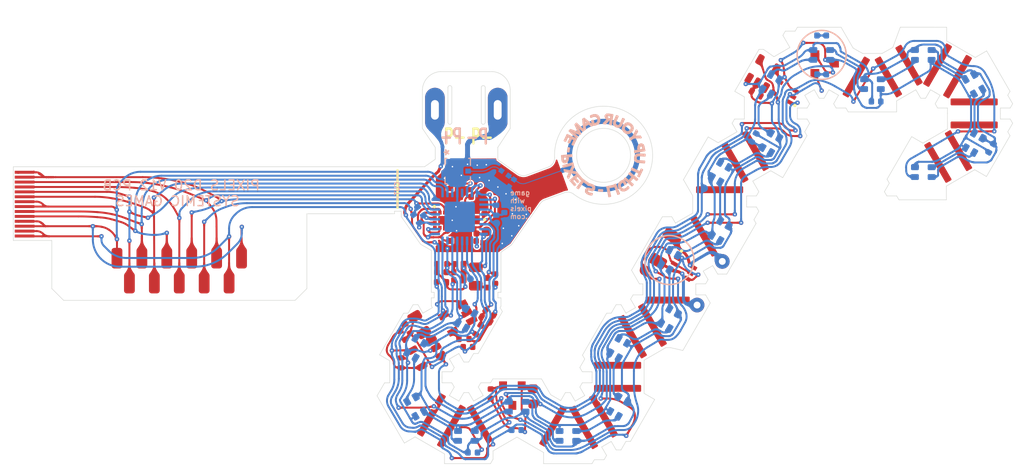
<source format=kicad_pcb>
(kicad_pcb (version 20211014) (generator pcbnew)
  (title_block (title "FLX-F020") (date "2021-09-11") (rev "10") (company "Systemic Games, LLC") (comment 1 "Flexible PCB, 0.13mm thickness"))
  (layers (0 "F.Cu" signal) (31 "B.Cu" signal) (34 "B.Paste" user) (35 "F.Paste" user) (36 "B.SilkS" user "B.Silkscreen") (37 "F.SilkS" user "F.Silkscreen") (38 "B.Mask" user) (39 "F.Mask" user) (44 "Edge.Cuts" user))
  (net 0 "")
  (net 1 "Net-(C1-Pad1)")
  (net 2 "GND")
  (net 3 "VDD")
  (net 4 "VDC")
  (net 5 "Net-(L1-Pad2)")
  (net 6 "Net-(L1-Pad1)")
  (net 7 "+5V")
  (net 8 "VEE")
  (net 9 "/LED_EN")
  (net 10 "Net-(C2-Pad2)")
  (net 11 "Net-(C3-Pad1)")
  (net 12 "Net-(C5-Pad2)")
  (net 13 "Net-(C7-Pad1)")
  (net 14 "Net-(C17-Pad2)")
  (net 15 "+BATT")
  (net 16 "Net-(L4-Pad1)")
  (net 17 "RXI")
  (net 18 "TXO")
  (net 19 "SWO")
  (net 20 "RESET")
  (net 21 "SWDCLK")
  (net 22 "SWDIO")
  (net 23 "Net-(R10-Pad1)")
  (net 24 "Net-(R10-Pad2)")
  (net 25 "/LED_DATA")
  (net 26 "/Power Supply/MAG1_")
  (net 27 "/Power Supply/LED_EN_OUT")
  (net 28 "/VLED_SENSE")
  (net 29 "/5V_SENSE")
  (net 30 "/VBAT_SENSE")
  (net 31 "/STATS")
  (net 32 "Net-(D10-Pad1)")
  (net 33 "/LEDs/LED_RETURN")
  (net 34 "Net-(R3-Pad1)")
  (net 35 "Net-(D2-Pad3)")
  (net 36 "Net-(D3-Pad3)")
  (net 37 "Net-(D4-Pad3)")
  (net 38 "Net-(D5-Pad3)")
  (net 39 "Net-(D6-Pad3)")
  (net 40 "Net-(D7-Pad3)")
  (net 41 "Net-(D8-Pad3)")
  (net 42 "Net-(D10-Pad3)")
  (net 43 "Net-(D11-Pad3)")
  (net 44 "Net-(D12-Pad3)")
  (net 45 "Net-(D13-Pad3)")
  (net 46 "Net-(D14-Pad3)")
  (net 47 "Net-(D15-Pad3)")
  (net 48 "Net-(D16-Pad3)")
  (net 49 "Net-(D17-Pad3)")
  (net 50 "Net-(D18-Pad3)")
  (net 51 "Net-(D19-Pad3)")
  (net 52 "Net-(D20-Pad3)")
  (net 53 "/SCL")
  (net 54 "/SDA")
  (net 55 "/ACC_INT")
  (net 56 "/ARC_ANTENNA")
  (net 57 "unconnected-(U1-Pad7)")
  (net 60 "Net-(C19-Pad2)")
  (net 61 "Net-(C19-Pad1)")
  (net 62 "Net-(R6-Pad1)")
  (net 63 "Net-(X101-Pad1)")
  (net 64 "Net-(X102-Pad1)")
  (net 65 "/ANT_50")
  (net 66 "/ANT_NRF")
  (footprint "Pixels-dice:SOT-353_SC-70-5" (layer "F.Cu") (at 174.847276 75.695 150)
    (fp_text reference "U7")
    (fp_text value "74AHC1G08")
  )
  (footprint "TestPoint:TestPoint_THTPad_D1.5mm_Drill0.7mm" (layer "F.Cu") (at 168.47 92.95 30)
    (fp_text reference "P6")
    (fp_text value "COILB")
  )
  (footprint "Pixels-dice:R_0402_1005Metric" (layer "F.Cu") (at 144.37 98.86 -30)
    (fp_text reference "R14")
    (fp_text value "10M 1%")
  )
  (footprint "Pixels-dice:C_0402_1005Metric" (layer "F.Cu") (at 144.76 98.18 -30)
    (fp_text reference "C6")
    (fp_text value "10nF 25V 10%")
  )
  (footprint "Package_TO_SOT_SMD:SOT-23-5" (layer "F.Cu") (at 141.49 98.72 -150)
    (fp_text reference "U5")
    (fp_text value "MCP73832T-2ACI/OT")
  )
  (footprint "Package_TO_SOT_SMD:SOT-23" (layer "F.Cu") (at 178.91 72.78)
    (fp_text reference "U8")
    (fp_text value "TMR1366")
  )
  (footprint "TestPoint:TestPoint_THTPad_D1.5mm_Drill0.7mm" (layer "F.Cu") (at 165.9 97.4 30)
    (fp_text reference "P5")
    (fp_text value "COILA")
  )
  (footprint "Pixels-dice:SOT-23-5" (layer "F.Cu") (at 172.582724 73.797628 60)
    (fp_text reference "U6")
    (fp_text value "MT9700")
  )
  (footprint "Pixels-dice:R_0402_1005Metric" (layer "F.Cu") (at 171.91 75.85 150)
    (fp_text reference "R3")
    (fp_text value "10k 5%")
  )
  (footprint "Pixels-dice:R_0402_1005Metric" (layer "F.Cu") (at 143.59 99.93 60)
    (fp_text reference "R13")
    (fp_text value "4.02M 1%")
  )
  (footprint "Pixels-dice:C_0402_1005Metric" (layer "F.Cu") (at 140.73 85.99 -90)
    (fp_text reference "C7")
    (fp_text value "100pF NP0 10V 5%")
  )
  (footprint "Inductor_SMD:L_0805_2012Metric" (layer "F.Cu") (at 143.34 94.49 -90)
    (fp_text reference "L1")
    (fp_text value "10uH 100mA 10%")
  )
  (footprint "Pixels-dice:C_0402_1005Metric" (layer "F.Cu") (at 143.34 86.37 180)
    (fp_text reference "C5")
    (fp_text value "8pF 10V 10%")
  )
  (footprint "Pixels-dice:C_0402_1005Metric" (layer "F.Cu") (at 142.9 90.87 180)
    (fp_text reference "C3")
    (fp_text value "0.1uF 10V 20%")
  )
  (footprint "Pixels-dice:C_0402_1005Metric" (layer "F.Cu") (at 144.22 87.6 -90)
    (fp_text reference "C2")
    (fp_text value "8pF 10V 10%")
  )
  (footprint "Pixels-dice:C_0402_1005Metric" (layer "F.Cu") (at 141.19 90.86)
    (fp_text reference "C10")
    (fp_text value "0.1uF 10V 20%")
  )
  (footprint "Pixels-dice:FPC-POGO-11" (layer "F.Cu") (at 113.109999 93.890001 180)
    (fp_text reference "J2")
    (fp_text value "Conn_01x11")
  )
  (footprint "Pixels-dice:C_0402_1005Metric" (layer "F.Cu") (at 142.54 101.67)
    (fp_text reference "C18")
    (fp_text value "4.7uF 6.3V 20%")
  )
  (footprint "Pixels-dice:R_0402_1005Metric" (layer "F.Cu") (at 136.39 99.8 -60)
    (fp_text reference "R4")
    (fp_text value "402k 1%")
  )
  (footprint "Pixels-dice:C_0402_1005Metric" (layer "F.Cu") (at 135.88 100.51 120)
    (fp_text reference "C17")
    (fp_text value "22pF 10V 5%")
  )
  (footprint "Pixels-dice:SOT-23-5" (layer "F.Cu") (at 138.34 102.27 -150)
    (fp_text reference "U4")
    (fp_text value "LN3435")
  )
  (footprint "Pixels-dice:C_0402_1005Metric" (layer "F.Cu") (at 142.91 90.1 180)
    (fp_text reference "C4")
    (fp_text value "4.7uF 6.3V 20%")
  )
  (footprint "Inductor_SMD:L_0805_2012Metric" (layer "F.Cu") (at 137.59 99.39 120)
    (fp_text reference "L4")
    (fp_text value "2.2uH 20mA 10%")
  )
  (footprint "Pixels-dice:R_0402_1005Metric" (layer "F.Cu") (at 142.14 100.86)
    (fp_text reference "R6")
    (fp_text value "22k 1%")
  )
  (footprint "Pixels-dice:FPC_14" (layer "F.Cu") (at 97.33848 90.361234 90)
    (fp_text reference "J1")
    (fp_text value "Conn_01x14")
  )
  (footprint "Capacitor_SMD:C_0603_1608Metric" (layer "F.Cu") (at 149.18 106.71 90)
    (fp_text reference "C13")
    (fp_text value "4.7uF 25V 20%")
  )
  (footprint "Package_TO_SOT_SMD:SOT-363_SC-70-6" (layer "F.Cu") (at 164.41 93.67 -30)
    (fp_text reference "D1")
    (fp_text value "BAV99S")
  )
  (footprint "Pixels-dice:C_0402_1005Metric" (layer "F.Cu") (at 144.86 106.44 -90)
    (fp_text reference "C15")
    (fp_text value "4.7uF 6.3V 20%")
  )
  (footprint "Inductor_SMD:L_0402_1005Metric" (layer "F.Cu") (at 144.53 95.13 90)
    (fp_text reference "L2")
    (fp_text value "15nH 100mA 5%")
  )
  (footprint "Pixels-dice:C_0402_1005Metric" (layer "F.Cu") (at 145.32 94.72 -90)
    (fp_text reference "C1")
    (fp_text value "4.7uF 6.3V 20%")
  )
  (footprint "Pixels-dice:C_0402_1005Metric" (layer "F.Cu") (at 141.62 93.22 180)
    (fp_text reference "C21")
    (fp_text value "10nF 25V 10%")
  )
  (footprint "Pixels-dice:R_0402_1005Metric" (layer "F.Cu") (at 139.85 95.07)
    (fp_text reference "R7")
    (fp_text value "4.02M 1%")
  )
  (footprint "Pixels-dice:R_0402_1005Metric" (layer "F.Cu") (at 141.609999 94.050003)
    (fp_text reference "R2")
    (fp_text value "10M 1%")
  )
  (footprint "Pixels-dice:R_0402_1005Metric" (layer "F.Cu") (at 139.88 93.22)
    (fp_text reference "R8")
    (fp_text value "10M 1%")
  )
  (footprint "Pixels-dice:R_0402_1005Metric" (layer "F.Cu") (at 141.61 94.87)
    (fp_text reference "R1")
    (fp_text value "4.02M 1%")
  )
  (footprint "Pixels-dice:C_0402_1005Metric" (layer "F.Cu") (at 139.86 94.05)
    (fp_text reference "C22")
    (fp_text value "10nF 25V 10%")
  )
  (footprint "Pixels-dice:Crystal_SMD_2016-4Pin_2.0x1.6mm" (layer "F.Cu") (at 142.8 88.01 90)
    (fp_text reference "Y1")
    (fp_text value "32MHz 40ppm")
  )
  (footprint "Package_LGA:LGA-12_2x2mm_P0.5mm" (layer "F.Cu") (at 139.93 88.75)
    (fp_text reference "U2")
    (fp_text value "KXTJ3-1057")
  )
  (footprint "Pixels-dice:R_0402_1005Metric" (layer "F.Cu") (at 135.72 103.29 -90)
    (fp_text reference "R5")
    (fp_text value "100k 1%")
  )
  (footprint "Pixels-dice:SOT-23" (layer "F.Cu") (at 147.07 106.63 90)
    (fp_text reference "U3")
    (fp_text value "PJ75AL50SA")
  )
  (footprint "Capacitor_SMD:C_1206_3216Metric" (layer "F.Cu") (at 162.6125 91.617387 60)
    (fp_text reference "C19")
    (fp_text value "33nF 50V 5% NP0")
  )
  (footprint "Pixels-dice:TEST_PIN" (layer "F.Cu") (at 160.55 93.87)
    (fp_text reference "W16")
    (fp_text value "VIN")
  )
  (footprint "Pixels-dice:TEST_PIN" (layer "F.Cu") (at 146.88 89.5)
    (fp_text reference "W19")
    (fp_text value "GND")
  )
  (footprint "Pixels-dice:TEST_PIN" (layer "F.Cu") (at 144.44 89.89)
    (fp_text reference "W25" hide)
    (fp_text value "VDD")
  )
  (footprint "Pixels-dice:TX1812Z_2020" (layer "B.Cu") (at 142.38 110.74 -90)
    (fp_text reference "D5")
    (fp_text value "TX1812Z_2020")
  )
  (footprint "Pixels-dice:TX1812Z_2020" (layer "B.Cu") (at 137.198782 107.749711 -150)
    (fp_text reference "D4")
    (fp_text value "TX1812Z_2020")
  )
  (footprint "Pixels-dice:TX1812Z_2020" (layer "B.Cu") (at 147.56 107.76 -90)
    (fp_text reference "D6")
    (fp_text value "TX1812Z_2020")
  )
  (footprint "Pixels-dice:C_0402_1005Metric" (layer "B.Cu") (at 147.49 110.14)
    (fp_text reference "C16")
    (fp_text value "4.7uF 6.3V 20%")
  )
  (footprint "Pixels-dice:TX1812Z_2020" (layer "B.Cu") (at 142.35 98.755 150)
    (fp_text reference "D2")
    (fp_text value "TX1812Z_2020")
  )
  (footprint "Pixels-dice:TX1812Z_2020" (layer "B.Cu") (at 152.728782 110.740289 -90)
    (fp_text reference "D7")
    (fp_text value "TX1812Z_2020")
  )
  (footprint "Pixels-dice:TX1812Z_2020" (layer "B.Cu") (at 173.428782 80.860289 -30)
    (fp_text reference "D14")
    (fp_text value "TX1812Z_2020")
  )
  (footprint "Pixels-dice:TX1812Z_2020" (layer "B.Cu") (at 168.258782 83.850289 -30)
    (fp_text reference "D13")
    (fp_text value "TX1812Z_2020")
  )
  (footprint "Pixels-dice:TX1812Z_2020" (layer "B.Cu") (at 168.258782 89.820289 -30)
    (fp_text reference "D12")
    (fp_text value "TX1812Z_2020")
  )
  (footprint "Pixels-dice:TX1812Z_2020" (layer "B.Cu") (at 157.908782 101.780289 -30)
    (fp_text reference "D9")
    (fp_text value "TX1812Z_2020")
  )
  (footprint "Pixels-dice:TX1812Z_2020" (layer "B.Cu") (at 157.898782 107.750289 -30)
    (fp_text reference "D8")
    (fp_text value "TX1812Z_2020")
  )
  (footprint "Pixels-dice:TX1812Z_2020" (layer "B.Cu") (at 178.608782 71.900289 -90)
    (fp_text reference "D16")
    (fp_text value "TX1812Z_2020")
  )
  (footprint "Pixels-dice:TX1812Z_2020" (layer "B.Cu") (at 188.958782 71.899711 -90)
    (fp_text reference "D18")
    (fp_text value "TX1812Z_2020")
  )
  (footprint "Pixels-dice:TX1812Z_2020" (layer "B.Cu") (at 194.140289 80.868782 150)
    (fp_text reference "D20")
    (fp_text value "TX1812Z_2020")
  )
  (footprint "Pixels-dice:TX1812Z_2020" (layer "B.Cu") (at 188.959711 83.848782 90)
    (fp_text reference "D21")
    (fp_text value "TX1812Z_2020")
  )
  (footprint "Pixels-dice:TX1812Z_2020" (layer "B.Cu") (at 183.778782 74.880289 -90)
    (fp_text reference "D17")
    (fp_text value "TX1812Z_2020")
  )
  (footprint "Pixels-dice:TX1812Z_2020" (layer "B.Cu") (at 194.13 74.89 -150)
    (fp_text reference "D19")
    (fp_text value "TX1812Z_2020")
  )
  (footprint "Pixels-dice:TX1812Z_2020" (layer "B.Cu") (at 163.08 92.8 -30)
    (fp_text reference "D11")
    (fp_text value "TX1812Z_2020")
  )
  (footprint "Pixels-dice:C_0402_1005Metric" (layer "B.Cu") (at 171.67 80.31 60)
    (fp_text reference "C24")
    (fp_text value "0.1uF 10V 20%")
  )
  (footprint "Pixels-dice:R_0402_1005Metric" (layer "B.Cu") (at 145.42 87.73 90)
    (fp_text reference "R10")
    (fp_text value "100k 1%")
  )
  (footprint "Package_DFN_QFN:QFN-32-1EP_5x5mm_P0.5mm_EP3.1x3.1mm" (layer "B.Cu") (at 141.7 88.41 90)
    (fp_text reference "U1")
    (fp_text value "N52810_QFN32")
  )
  (footprint "Pixels-dice:C_0402_1005Metric" (layer "B.Cu") (at 143.03 112.44 180)
    (fp_text reference "C23")
    (fp_text value "0.1uF 10V 20%")
  )
  (footprint "Pixels-dice:TX1812Z_2020" (layer "B.Cu") (at 137.198782 101.780289 150)
    (fp_text reference "D3")
    (fp_text value "TX1812Z_2020")
  )
  (footprint "Pixels-dice:C_0402_1005Metric" (layer "B.Cu") (at 184.15 76.65)
    (fp_text reference "C9")
    (fp_text value "4.7uF 6.3V 20%")
  )
  (footprint "Pixels-dice:R_0402_1005Metric" (layer "B.Cu") (at 146.25 87.46 -90)
    (fp_text reference "R9")
    (fp_text value "100k 1%")
  )
  (footprint "Pixels-dice:Hongjie 10100 Connector" (layer "B.Cu") (at 142.374557 77.5)
    (fp_text reference "J3")
    (fp_text value "Conn_01x02")
  )
  (footprint "Pixels-dice:TX1812Z_2020" (layer "B.Cu") (at 163.078782 98.790289 -30)
    (fp_text reference "D10")
    (fp_text value "TX1812Z_2020")
  )
  (footprint "Pixels-dice:TX1812Z_2020" (layer "B.Cu") (at 173.428782 74.890289 -30)
    (fp_text reference "D15")
    (fp_text value "TX1812Z_2020")
  )
  (footprint "Pixels-dice:C_0402_1005Metric" (layer "B.Cu") (at 195.88 81.42 -120)
    (fp_text reference "C25")
    (fp_text value "0.1uF 10V 20%")
  )
  (footprint "Pixels-dice:R_0402_1005Metric" (layer "B.Cu") (at 137.29 88.62 -55)
    (fp_text reference "R12")
    (fp_text value "2.7k 5%")
  )
  (footprint "Pixels-dice:R_0402_1005Metric" (layer "B.Cu") (at 137.7 87.83 -55)
    (fp_text reference "R16")
    (fp_text value "2.7k 5%")
  )
  (footprint "Pixels-dice:TEST_PIN" (layer "B.Cu") (at 166.66 85.5)
    (fp_text reference "W5")
    (fp_text value "LED_EN")
  )
  (footprint "Pixels-dice:TEST_PIN" (layer "B.Cu") (at 145.48 89.04)
    (fp_text reference "W12")
    (fp_text value "VLED_S")
  )
  (footprint "Pixels-dice:TEST_PIN" (layer "B.Cu") (at 142.79 94.75)
    (fp_text reference "W13")
    (fp_text value "5V_S")
  )
  (footprint "Pixels-dice:ARC_Antenna" (layer "B.Cu") (at 152.045527 83.708086 20)
    (fp_text reference "AE2")
    (fp_text value "ARC")
  )
  (footprint "Pixels-dice:0402_RF" (layer "B.Cu") (at 146.32 83.96 -35)
    (fp_text reference "L3")
    (fp_text value "4.7nH 5%")
  )
  (footprint "RFFrontEnd:MFH3.RECE.20369.001E.01" (layer "B.Cu") (at 141.5 83.74 -90)
    (fp_text reference "U9")
    (fp_text value "RECE.20369.001E.01")
  )
  (footprint "Capacitor_SMD:C_0402_1005Metric" (layer "B.Cu") (at 178.602914 73.879225 180)
    (fp_text reference "X102" hide)
    (fp_text value "DNP")
  )
  (footprint "Pixels-dice:0402_RF" (layer "B.Cu") (at 146.98 84.96 -125)
    (fp_text reference "C11")
    (fp_text value "1.8pF 10V 5% NP0")
  )
  (footprint "Capacitor_SMD:C_0402_1005Metric" (layer "B.Cu") (at 178.6 69.919225 180)
    (fp_text reference "X101" hide)
    (fp_text value "DNP")
  )
  (gr_circle (center 163.08 92.81) (end 165.58 92.81) (layer "B.SilkS") (width 0.15) (fill none))
  (gr_line (start 159.637794 82.136441) (end 159.781632 82.034498) (layer "B.SilkS") (width 0.1734))
  (gr_line (start 159.051853 79.038211) (end 158.888243 78.973322) (layer "B.SilkS") (width 0.1734))
  (gr_line (start 156.771347 78.350973) (end 156.93389 78.426378) (layer "B.SilkS") (width 0.1734))
  (gr_line (start 155.116437 79.12643) (end 154.396829 78.538931) (layer "B.SilkS") (width 0.1734))
  (gr_line (start 159.370291 80.236216) (end 159.723288 79.582528) (layer "B.SilkS") (width 0.1734))
  (gr_line (start 152.716235 84.308245) (end 152.928766 83.854237) (layer "B.SilkS") (width 0.1734))
  (gr_line (start 156.381709 78.877719) (end 156.783239 78.467164) (layer "B.SilkS") (width 0.1734))
  (gr_line (start 156.860927 78.058739) (end 156.815375 78.055232) (layer "B.SilkS") (width 0.1734))
  (gr_line (start 154.396829 78.538931) (end 154.44785 79.01837) (layer "B.SilkS") (width 0.1734))
  (gr_line (start 155.003476 85.08599) (end 155.168972 85.138579) (layer "B.SilkS") (width 0.1734))
  (gr_line (start 156.235453 85.781065) (end 155.891373 85.755862) (layer "B.SilkS") (width 0.1734))
  (gr_line (start 153.797941 84.810669) (end 153.720203 84.878527) (layer "B.SilkS") (width 0.1734))
  (gr_line (start 159.781632 82.034498) (end 159.970788 82.015578) (layer "B.SilkS") (width 0.1734))
  (gr_line (start 154.565435 85.67349) (end 154.617116 85.58115) (layer "B.SilkS") (width 0.1734))
  (gr_line (start 155.522026 79.015781) (end 155.438952 79.029999) (layer "B.SilkS") (width 0.1734))
  (gr_line (start 153.652631 79.097863) (end 154.003863 79.907898) (layer "B.SilkS") (width 0.1734))
  (gr_line (start 156.93389 78.426378) (end 156.922351 78.50892) (layer "B.SilkS") (width 0.1734))
  (gr_line (start 155.009833 86.026418) (end 155.18843 86.047863) (layer "B.SilkS") (width 0.1734))
  (gr_line (start 153.408703 80.540712) (end 153.098027 80.393238) (layer "B.SilkS") (width 0.1734))
  (gr_line (start 157.356581 85.225542) (end 157.377645 85.326774) (layer "B.SilkS") (width 0.1734))
  (gr_line (start 159.723288 79.582528) (end 159.799577 79.708568) (layer "B.SilkS") (width 0.1734))
  (gr_line (start 154.460316 79.1305) (end 154.496 79.463199) (layer "B.SilkS") (width 0.1734))
  (gr_line (start 159.988312 84.286162) (end 159.894997 84.241636) (layer "B.SilkS") (width 0.1734))
  (gr_line (start 158.919706 85.450694) (end 158.850244 85.524965) (layer "B.SilkS") (width 0.1734))
  (gr_line (start 155.318082 85.216067) (end 155.434023 85.363172) (layer "B.SilkS") (width 0.1734))
  (gr_line (start 153.146391 84.729746) (end 153.488802 85.116245) (layer "B.SilkS") (width 0.1734))
  (gr_line (start 156.872928 85.431136) (end 157.052217 86.294426) (layer "B.SilkS") (width 0.1734))
  (gr_line (start 153.245042 83.059011) (end 152.295755 83.322081) (layer "B.SilkS") (width 0.1734))
  (gr_line (start 159.36206 79.365466) (end 159.314652 79.543938) (layer "B.SilkS") (width 0.1734))
  (gr_line (start 155.784006 78.340372) (end 155.677729 78.187718) (layer "B.SilkS") (width 0.1734))
  (gr_line (start 154.304301 84.77839) (end 153.797789 85.500514) (layer "B.SilkS") (width 0.1734))
  (gr_line (start 156.783239 78.467164) (end 156.737277 78.441966) (layer "B.SilkS") (width 0.1734))
  (gr_line (start 154.617116 85.58115) (end 154.775462 85.500795) (layer "B.SilkS") (width 0.1734))
  (gr_line (start 157.377645 85.326774) (end 156.872928 85.431136) (layer "B.SilkS") (width 0.1734))
  (gr_line (start 153.39361 84.510255) (end 153.146391 84.729746) (layer "B.SilkS") (width 0.1734))
  (gr_line (start 159.213654 79.043332) (end 159.321238 79.191404) (layer "B.SilkS") (width 0.1734))
  (gr_line (start 155.933929 78.398972) (end 155.95181 78.518299) (layer "B.SilkS") (width 0.1734))
  (gr_line (start 160.524616 82.748463) (end 160.515456 82.875732) (layer "B.SilkS") (width 0.1734))
  (gr_line (start 158.515417 79.002431) (end 158.664088 78.892219) (layer "B.SilkS") (width 0.1734))
  (gr_line (start 153.62044 80.321645) (end 152.897707 79.652108) (layer "B.SilkS") (width 0.1734))
  (gr_line (start 155.18843 86.047863) (end 155.146499 86.157789) (layer "B.SilkS") (width 0.1734))
  (gr_line (start 158.850244 85.524965) (end 158.710004 85.634149) (layer "B.SilkS") (width 0.1734))
  (gr_line (start 152.195728 82.753653) (end 152.149581 82.584539) (layer "B.SilkS") (width 0.1734))
  (gr_line (start 158.940249 84.756332) (end 159.320311 84.31564) (layer "B.SilkS") (width 0.1734))
  (gr_line (start 152.3669 83.616519) (end 152.981428 83.740451) (layer "B.SilkS") (width 0.1734))
  (gr_line (start 156.596596 78.321957) (end 156.55266 78.146407) (layer "B.SilkS") (width 0.1734))
  (gr_line (start 157.588979 85.117757) (end 157.951944 86.034329) (layer "B.SilkS") (width 0.1734))
  (gr_line (start 157.470768 85.165123) (end 157.588979 85.117757) (layer "B.SilkS") (width 0.1734))
  (gr_line (start 158.330682 78.407861) (end 158.447178 78.460577) (layer "B.SilkS") (width 0.1734))
  (gr_line (start 157.708243 79.102502) (end 157.799751 79.132423) (layer "B.SilkS") (width 0.1734))
  (gr_line (start 159.159356 79.747894) (end 159.01068 79.856883) (layer "B.SilkS") (width 0.1734))
  (gr_line (start 152.488187 82.714897) (end 152.609908 82.580833) (layer "B.SilkS") (width 0.1734))
  (gr_line (start 156.815375 78.055232) (end 156.68587 78.171547) (layer "B.SilkS") (width 0.1734))
  (gr_line (start 158.186234 84.782566) (end 158.259713 84.74088) (layer "B.SilkS") (width 0.1734))
  (gr_line (start 153.470852 84.441517) (end 153.797941 84.810669) (layer "B.SilkS") (width 0.1734))
  (gr_line (start 160.401411 81.085356) (end 160.464932 81.248416) (layer "B.SilkS") (width 0.1734))
  (gr_line (start 158.013149 85.504383) (end 157.955129 85.398511) (layer "B.SilkS") (width 0.1734))
  (gr_line (start 158.517581 84.560314) (end 158.601131 84.463976) (layer "B.SilkS") (width 0.1734))
  (gr_line (start 155.510627 78.912674) (end 155.600163 78.8866) (layer "B.SilkS") (width 0.1734))
  (gr_line (start 153.557219 80.470903) (end 153.275572 81.061205) (layer "B.SilkS") (width 0.1734))
  (gr_line (start 152.609908 82.580833) (end 152.643306 82.404853) (layer "B.SilkS") (width 0.1734))
  (gr_line (start 160.096865 80.197467) (end 160.170206 80.318246) (layer "B.SilkS") (width 0.1734))
  (gr_line (start 152.48397 80.673054) (end 152.390571 80.62858) (layer "B.SilkS") (width 0.1734))
  (gr_line (start 158.155707 79.09194) (end 158.018499 79.220972) (layer "B.SilkS") (width 0.1734))
  (gr_line (start 158.500035 79.742003) (end 158.45751 79.700971) (layer "B.SilkS") (width 0.1734))
  (gr_line (start 159.658147 82.404189) (end 159.661518 82.500708) (layer "B.SilkS") (width 0.1734))
  (gr_line (start 153.096955 82.101857) (end 153.108114 82.229543) (layer "B.SilkS") (width 0.1734))
  (gr_line (start 159.921159 82.705887) (end 160.524616 82.748463) (layer "B.SilkS") (width 0.1734))
  (gr_line (start 157.280286 78.012921) (end 157.138941 78.988403) (layer "B.SilkS") (width 0.1734))
  (gr_line (start 155.891373 85.755862) (end 155.898816 85.652987) (layer "B.SilkS") (width 0.1734))
  (gr_line (start 154.785794 84.990599) (end 154.726333 85.07496) (layer "B.SilkS") (width 0.1734))
  (gr_line (start 154.666238 78.900855) (end 154.746126 78.974321) (layer "B.SilkS") (width 0.1734))
  (gr_line (start 154.832478 86.0798) (end 154.677716 86.00139) (layer "B.SilkS") (width 0.1734))
  (gr_line (start 154.155985 84.539208) (end 154.078747 84.607945) (layer "B.SilkS") (width 0.1734))
  (gr_line (start 156.68587 78.171547) (end 156.68399 78.192396) (layer "B.SilkS") (width 0.1734))
  (gr_line (start 155.280738 85.33133) (end 155.13179 85.235423) (layer "B.SilkS") (width 0.1734))
  (gr_line (start 155.00092 86.132769) (end 154.832478 86.0798) (layer "B.SilkS") (width 0.1734))
  (gr_line (start 158.158321 84.931516) (end 158.047254 85.088632) (layer "B.SilkS") (width 0.1734))
  (gr_line (start 158.888243 78.973322) (end 158.70753 79.020507) (layer "B.SilkS") (width 0.1734))
  (gr_line (start 156.922351 78.50892) (end 156.548346 78.902648) (layer "B.SilkS") (width 0.1734))
  (gr_line (start 152.981428 83.740451) (end 153.246696 83.172611) (layer "B.SilkS") (width 0.1734))
  (gr_line (start 159.437239 80.345602) (end 159.142261 80.52407) (layer "B.SilkS") (width 0.1734))
  (gr_line (start 154.44785 79.01837) (end 154.666238 78.900855) (layer "B.SilkS") (width 0.1734))
  (gr_line (start 158.082281 78.959013) (end 158.330682 78.407861) (layer "B.SilkS") (width 0.1734))
  (gr_line (start 159.320311 84.31564) (end 158.980785 84.022347) (layer "B.SilkS") (width 0.1734))
  (gr_line (start 155.420449 85.547244) (end 155.368114 85.638823) (layer "B.SilkS") (width 0.1734))
  (gr_line (start 156.68399 78.192396) (end 156.771347 78.350973) (layer "B.SilkS") (width 0.1734))
  (gr_line (start 157.975388 79.101001) (end 158.082281 78.959013) (layer "B.SilkS") (width 0.1734))
  (gr_line (start 155.324869 78.036825) (end 155.38663 78.025315) (layer "B.SilkS") (width 0.1734))
  (gr_line (start 158.803725 79.774725) (end 158.970847 79.726073) (layer "B.SilkS") (width 0.1734))
  (gr_line (start 155.824265 78.607606) (end 155.809902 78.427222) (layer "B.SilkS") (width 0.1734))
  (gr_line (start 154.245755 79.646971) (end 153.652631 79.097863) (layer "B.SilkS") (width 0.1734))
  (gr_line (start 152.873537 81.409852) (end 152.819272 81.749382) (layer "B.SilkS") (width 0.1734))
  (gr_line (start 152.710024 82.643798) (end 152.604692 82.799338) (layer "B.SilkS") (width 0.1734))
  (gr_line (start 152.643306 82.404853) (end 152.75284 82.422155) (layer "B.SilkS") (width 0.1734))
  (gr_line (start 155.434023 85.363172) (end 155.420449 85.547244) (layer "B.SilkS") (width 0.1734))
  (gr_line (start 160.170206 80.318246) (end 159.437239 80.345602) (layer "B.SilkS") (width 0.1734))
  (gr_line (start 160.541579 81.640325) (end 159.573928 81.828353) (layer "B.SilkS") (width 0.1734))
  (gr_line (start 157.012444 78.96955) (end 157.139308 78.099424) (layer "B.SilkS") (width 0.1734))
  (gr_line (start 158.449186 79.346667) (end 158.464206 79.527817) (layer "B.SilkS") (width 0.1734))
  (gr_line (start 155.748171 78.083462) (end 155.869106 78.219744) (layer "B.SilkS") (width 0.1734))
  (gr_line (start 157.403779 78.859117) (end 157.450778 78.674834) (layer "B.SilkS") (width 0.1734))
  (gr_line (start 154.799415 85.165399) (end 154.841919 85.056284) (layer "B.SilkS") (width 0.1734))
  (gr_line (start 153.665766 84.002285) (end 153.051576 83.87934) (layer "B.SilkS") (width 0.1734))
  (gr_line (start 154.951436 85.535053) (end 155.069332 85.580682) (layer "B.SilkS") (width 0.1734))
  (gr_line (start 158.540761 85.095879) (end 158.360486 84.814365) (layer "B.SilkS") (width 0.1734))
  (gr_line (start 159.751491 82.653787) (end 159.921159 82.705887) (layer "B.SilkS") (width 0.1734))
  (gr_line (start 153.411727 85.184868) (end 152.984594 84.702653) (layer "B.SilkS") (width 0.1734))
  (gr_line (start 158.478747 85.736256) (end 158.296228 85.735883) (layer "B.SilkS") (width 0.1734))
  (gr_line (start 155.438952 79.029999) (end 155.261594 79.027231) (layer "B.SilkS") (width 0.1734))
  (gr_line (start 158.710004 85.634149) (end 158.65594 85.665903) (layer "B.SilkS") (width 0.1734))
  (gr_line (start 153.596113 83.864282) (end 153.665766 84.002285) (layer "B.SilkS") (width 0.1734))
  (gr_line (start 157.138941 78.988403) (end 157.012444 78.96955) (layer "B.SilkS") (width 0.1734))
  (gr_line (start 159.96114 82.141974) (end 159.864309 82.145076) (layer "B.SilkS") (width 0.1734))
  (gr_line (start 155.935449 78.698222) (end 155.842405 78.858592) (layer "B.SilkS") (width 0.1734))
  (gr_line (start 157.450778 78.674834) (end 157.699174 78.123688) (layer "B.SilkS") (width 0.1734))
  (gr_line (start 160.028735 83.96243) (end 159.232061 83.582711) (layer "B.SilkS") (width 0.1734))
  (gr_line (start 155.695695 78.958883) (end 155.522026 79.015781) (layer "B.SilkS") (width 0.1734))
  (gr_line (start 159.549827 81.703619) (end 160.413111 81.534955) (layer "B.SilkS") (width 0.1734))
  (gr_line (start 160.334092 81.197198) (end 160.168515 81.136122) (layer "B.SilkS") (width 0.1734))
  (gr_line (start 152.261979 83.199232) (end 153.21119 82.936226) (layer "B.SilkS") (width 0.1734))
  (gr_line (start 159.398722 84.382818) (end 159.018413 84.82368) (layer "B.SilkS") (width 0.1734))
  (gr_line (start 159.01068 79.856883) (end 158.836927 79.8992) (layer "B.SilkS") (width 0.1734))
  (gr_line (start 155.13179 85.235423) (end 154.975065 85.187681) (layer "B.SilkS") (width 0.1734))
  (gr_line (start 154.271062 78.464629) (end 154.394592 78.396444) (layer "B.SilkS") (width 0.1734))
  (gr_line (start 158.296228 85.735883) (end 158.135971 85.650327) (layer "B.SilkS") (width 0.1734))
  (gr_line (start 158.504296 85.614604) (end 158.665593 85.539507) (layer "B.SilkS") (width 0.1734))
  (gr_line (start 152.390571 80.62858) (end 152.667311 80.046601) (layer "B.SilkS") (width 0.1734))
  (gr_line (start 158.427647 84.68311) (end 158.648067 85.02684) (layer "B.SilkS") (width 0.1734))
  (gr_line (start 160.251395 80.996296) (end 160.401411 81.085356) (layer "B.SilkS") (width 0.1734))
  (gr_line (start 155.301565 85.501078) (end 155.280738 85.33133) (layer "B.SilkS") (width 0.1734))
  (gr_line (start 160.464932 81.248416) (end 160.541579 81.640325) (layer "B.SilkS") (width 0.1734))
  (gr_line (start 153.697519 80.238375) (end 153.62044 80.321645) (layer "B.SilkS") (width 0.1734))
  (gr_line (start 152.928766 83.854237) (end 152.436555 83.754524) (layer "B.SilkS") (width 0.1734))
  (gr_line (start 158.473561 79.046384) (end 158.515417 79.002431) (layer "B.SilkS") (width 0.1734))
  (gr_circle (center 178.6 71.9) (end 181.1 71.9) (layer "B.SilkS") (width 0.15) (fill none))
  (gr_line (start 152.432397 82.727103) (end 152.488187 82.714897) (layer "B.SilkS") (width 0.1734))
  (gr_line (start 153.935554 79.981367) (end 153.105058 79.688815) (layer "B.SilkS") (width 0.1734))
  (gr_line (start 153.108114 82.229543) (end 152.231629 82.304906) (layer "B.SilkS") (width 0.1734))
  (gr_line (start 152.786057 84.446131) (end 152.716235 84.308245) (layer "B.SilkS") (width 0.1734))
  (gr_line (start 159.970788 82.015578) (end 160.573914 82.058384) (layer "B.SilkS") (width 0.1734))
  (gr_line (start 160.11436 81.154509) (end 160.007883 81.301087) (layer "B.SilkS") (width 0.1734))
  (gr_line (start 155.758746 78.777999) (end 155.824265 78.607606) (layer "B.SilkS") (width 0.1734))
  (gr_line (start 155.297252 78.599408) (end 155.36996 78.926935) (layer "B.SilkS") (width 0.1734))
  (gr_line (start 152.747936 82.47198) (end 152.710024 82.643798) (layer "B.SilkS") (width 0.1734))
  (gr_line (start 158.665593 85.539507) (end 158.73956 85.485277) (layer "B.SilkS") (width 0.1734))
  (gr_line (start 158.259713 84.74088) (end 158.427647 84.68311) (layer "B.SilkS") (width 0.1734))
  (gr_line (start 153.720203 84.878527) (end 153.39361 84.510255) (layer "B.SilkS") (width 0.1734))
  (gr_line (start 159.709979 82.234833) (end 159.658147 82.404189) (layer "B.SilkS") (width 0.1734))
  (gr_line (start 155.869106 78.219744) (end 155.933929 78.398972) (layer "B.SilkS") (width 0.1734))
  (gr_line (start 160.148176 81.002646) (end 160.251395 80.996296) (layer "B.SilkS") (width 0.1734))
  (gr_line (start 152.295755 83.322081) (end 152.261979 83.199232) (layer "B.SilkS") (width 0.1734))
  (gr_line (start 153.488802 85.116245) (end 153.411727 85.184868) (layer "B.SilkS") (width 0.1734))
  (gr_line (start 156.690187 77.960995) (end 156.864351 77.952573) (layer "B.SilkS") (width 0.1734))
  (gr_line (start 158.326113 85.61363) (end 158.504296 85.614604) (layer "B.SilkS") (width 0.1734))
  (gr_line (start 152.335094 82.857494) (end 152.195728 82.753653) (layer "B.SilkS") (width 0.1734))
  (gr_line (start 158.8376 78.848861) (end 159.013414 78.89178) (layer "B.SilkS") (width 0.1734))
  (gr_line (start 159.810328 84.569487) (end 159.72752 84.666532) (layer "B.SilkS") (width 0.1734))
  (gr_line (start 159.555331 82.39683) (end 159.568013 82.301273) (layer "B.SilkS") (width 0.1734))
  (gr_line (start 158.360613 79.206048) (end 158.473561 79.046384) (layer "B.SilkS") (width 0.1734))
  (gr_line (start 160.007883 81.301087) (end 159.993492 81.479634) (layer "B.SilkS") (width 0.1734))
  (gr_line (start 152.886485 80.838014) (end 152.792918 80.793655) (layer "B.SilkS") (width 0.1734))
  (gr_line (start 159.314652 79.543938) (end 159.200963 79.704109) (layer "B.SilkS") (width 0.1734))
  (gr_line (start 155.158142 85.601517) (end 155.301565 85.501078) (layer "B.SilkS") (width 0.1734))
  (gr_line (start 159.799577 79.708568) (end 159.509395 80.221833) (layer "B.SilkS") (width 0.1734))
  (gr_line (start 159.822295 82.820286) (end 159.653603 82.735753) (layer "B.SilkS") (width 0.1734))
  (gr_line (start 158.313035 79.383406) (end 158.360613 79.206048) (layer "B.SilkS") (width 0.1734))
  (gr_line (start 155.898816 85.652987) (end 156.242239 85.677428) (layer "B.SilkS") (width 0.1734))
  (gr_line (start 160.083447 83.84721) (end 160.216695 83.567128) (layer "B.SilkS") (width 0.1734))
  (gr_line (start 156.548346 78.902648) (end 156.381709 78.877719) (layer "B.SilkS") (width 0.1734))
  (gr_line (start 153.490086 79.012698) (end 153.600173 78.894101) (layer "B.SilkS") (width 0.1734))
  (gr_line (start 157.833162 86.080874) (end 157.470768 85.165123) (layer "B.SilkS") (width 0.1734))
  (gr_line (start 152.438811 82.863003) (end 152.335094 82.857494) (layer "B.SilkS") (width 0.1734))
  (gr_line (start 156.72718 85.356179) (end 157.356581 85.225542) (layer "B.SilkS") (width 0.1734))
  (gr_line (start 160.515456 82.875732) (end 159.912247 82.832985) (layer "B.SilkS") (width 0.1734))
  (gr_line (start 154.68456 85.719484) (end 154.718663 85.893372) (layer "B.SilkS") (width 0.1734))
  (gr_line (start 153.105058 79.688815) (end 153.697519 80.238375) (layer "B.SilkS") (width 0.1734))
  (gr_line (start 158.664088 78.892219) (end 158.8376 78.848861) (layer "B.SilkS") (width 0.1734))
  (gr_line (start 153.693327 85.427165) (end 154.259304 84.620682) (layer "B.SilkS") (width 0.1734))
  (gr_line (start 158.352059 79.555074) (end 158.313035 79.383406) (layer "B.SilkS") (width 0.1734))
  (gr_line (start 155.577023 78.020185) (end 155.748171 78.083462) (layer "B.SilkS") (width 0.1734))
  (gr_line (start 160.565003 82.185484) (end 159.96114 82.141974) (layer "B.SilkS") (width 0.1734))
  (gr_line (start 152.819272 81.749382) (end 152.717763 81.733784) (layer "B.SilkS") (width 0.1734))
  (gr_line (start 152.792918 80.793655) (end 153.004709 80.348712) (layer "B.SilkS") (width 0.1734))
  (gr_line (start 159.989667 81.083121) (end 160.148176 81.002646) (layer "B.SilkS") (width 0.1734))
  (gr_line (start 159.661518 82.500708) (end 159.751491 82.653787) (layer "B.SilkS") (width 0.1734))
  (gr_line (start 153.002959 79.538123) (end 153.847303 79.836848) (layer "B.SilkS") (width 0.1734))
  (gr_line (start 154.870232 85.983779) (end 155.009833 86.026418) (layer "B.SilkS") (width 0.1734))
  (gr_line (start 158.047254 85.088632) (end 158.044496 85.271239) (layer "B.SilkS") (width 0.1734))
  (gr_line (start 155.245499 78.165643) (end 155.088462 78.243862) (layer "B.SilkS") (width 0.1734))
  (gr_line (start 153.21119 82.936226) (end 153.245042 83.059011) (layer "B.SilkS") (width 0.1734))
  (gr_line (start 159.568013 82.301273) (end 159.637794 82.136441) (layer "B.SilkS") (width 0.1734))
  (gr_line (start 159.901294 81.248766) (end 159.989667 81.083121) (layer "B.SilkS") (width 0.1734))
  (gr_line (start 154.726333 85.07496) (end 154.304301 84.77839) (layer "B.SilkS") (width 0.1734))
  (gr_line (start 159.101178 79.078145) (end 159.051853 79.038211) (layer "B.SilkS") (width 0.1734))
  (gr_line (start 159.018413 84.82368) (end 159.347459 85.107229) (layer "B.SilkS") (width 0.1734))
  (gr_line (start 157.567398 78.994806) (end 157.708243 79.102502) (layer "B.SilkS") (width 0.1734))
  (gr_line (start 157.839585 79.248586) (end 157.6659 79.19685) (layer "B.SilkS") (width 0.1734))
  (gr_line (start 159.149252 79.557207) (end 159.227631 79.39978) (layer "B.SilkS") (width 0.1734))
  (gr_line (start 156.864351 77.952573) (end 157.280286 78.012921) (layer "B.SilkS") (width 0.1734))
  (gr_line (start 157.815843 78.17628) (end 157.567279 78.727544) (layer "B.SilkS") (width 0.1734))
  (gr_line (start 158.648067 85.02684) (end 158.540761 85.095879) (layer "B.SilkS") (width 0.1734))
  (gr_line (start 158.232945 84.875604) (end 158.158321 84.931516) (layer "B.SilkS") (width 0.1734))
  (gr_line (start 152.115523 82.187215) (end 153.096955 82.101857) (layer "B.SilkS") (width 0.1734))
  (gr_line (start 158.970847 79.726073) (end 159.104691 79.611602) (layer "B.SilkS") (width 0.1734))
  (gr_line (start 158.70753 79.020507) (end 158.575732 79.133545) (layer "B.SilkS") (width 0.1734))
  (gr_line (start 154.718663 85.893372) (end 154.870232 85.983779) (layer "B.SilkS") (width 0.1734))
  (gr_line (start 158.53027 79.188572) (end 158.449186 79.346667) (layer "B.SilkS") (width 0.1734))
  (gr_line (start 159.287506 83.468199) (end 160.083447 83.84721) (layer "B.SilkS") (width 0.1734))
  (gr_line (start 159.263909 85.203572) (end 158.517581 84.560314) (layer "B.SilkS") (width 0.1734))
  (gr_line (start 158.659226 79.853933) (end 158.500035 79.742003) (layer "B.SilkS") (width 0.1734))
  (gr_circle (center 178.6 71.9) (end 181.1 71.9) (layer "B.SilkS") (width 0.05) (fill none))
  (gr_line (start 155.173305 78.627595) (end 155.297252 78.599408) (layer "B.SilkS") (width 0.1734))
  (gr_line (start 154.55514 85.85405) (end 154.565435 85.67349) (layer "B.SilkS") (width 0.1734))
  (gr_line (start 155.600163 78.8866) (end 155.758746 78.777999) (layer "B.SilkS") (width 0.1734))
  (gr_line (start 159.573928 81.828353) (end 159.549827 81.703619) (layer "B.SilkS") (width 0.1734))
  (gr_line (start 159.509395 80.221833) (end 160.096865 80.197467) (layer "B.SilkS") (width 0.1734))
  (gr_line (start 159.894997 84.241636) (end 160.028735 83.96243) (layer "B.SilkS") (width 0.1734))
  (gr_line (start 158.73956 85.485277) (end 158.860297 85.358006) (layer "B.SilkS") (width 0.1734))
  (gr_line (start 157.951944 86.034329) (end 157.833162 86.080874) (layer "B.SilkS") (width 0.1734))
  (gr_line (start 154.911225 85.637676) (end 154.83323 85.61782) (layer "B.SilkS") (width 0.1734))
  (gr_line (start 156.737277 78.441966) (end 156.596596 78.321957) (layer "B.SilkS") (width 0.1734))
  (gr_line (start 154.746126 78.974321) (end 154.460316 79.1305) (layer "B.SilkS") (width 0.1734))
  (gr_line (start 155.088462 78.243862) (end 155.064606 78.136045) (layer "B.SilkS") (width 0.1734))
  (gr_line (start 154.259304 84.620682) (end 154.785794 84.990599) (layer "B.SilkS") (width 0.1734))
  (gr_line (start 157.580689 79.151526) (end 157.450172 79.029287) (layer "B.SilkS") (width 0.1734))
  (gr_line (start 160.168515 81.136122) (end 160.11436 81.154509) (layer "B.SilkS") (width 0.1734))
  (gr_line (start 155.064606 78.136045) (end 155.155533 78.09069) (layer "B.SilkS") (width 0.1734))
  (gr_line (start 158.575732 79.133545) (end 158.53027 79.188572) (layer "B.SilkS") (width 0.1734))
  (gr_line (start 157.908329 85.223755) (end 157.940415 85.041361) (layer "B.SilkS") (width 0.1734))
  (gr_line (start 152.705838 80.206403) (end 152.48397 80.673054) (layer "B.SilkS") (width 0.1734))
  (gr_line (start 160.310092 83.611604) (end 159.988312 84.286162) (layer "B.SilkS") (width 0.1734))
  (gr_line (start 157.567279 78.727544) (end 157.536818 78.81968) (layer "B.SilkS") (width 0.1734))
  (gr_line (start 154.371896 79.530562) (end 154.271062 78.464629) (layer "B.SilkS") (width 0.1734))
  (gr_line (start 154.003863 79.907898) (end 153.935554 79.981367) (layer "B.SilkS") (width 0.1734))
  (gr_line (start 154.975065 85.187681) (end 154.799415 85.165399) (layer "B.SilkS") (width 0.1734))
  (gr_line (start 155.38663 78.025315) (end 155.577023 78.020185) (layer "B.SilkS") (width 0.1734))
  (gr_line (start 158.601131 84.463976) (end 158.940249 84.756332) (layer "B.SilkS") (width 0.1734))
  (gr_line (start 153.246696 83.172611) (end 153.316273 83.310676) (layer "B.SilkS") (width 0.1734))
  (gr_line (start 154.078747 84.607945) (end 153.728797 84.213299) (layer "B.SilkS") (width 0.1734))
  (gr_line (start 153.316273 83.310676) (end 153.103908 83.764565) (layer "B.SilkS") (width 0.1734))
  (gr_line (start 155.36996 78.926935) (end 155.510627 78.912674) (layer "B.SilkS") (width 0.1734))
  (gr_line (start 157.139308 78.099424) (end 156.860927 78.058739) (layer "B.SilkS") (width 0.1734))
  (gr_line (start 159.72752 84.666532) (end 159.398722 84.382818) (layer "B.SilkS") (width 0.1734))
  (gr_line (start 152.897707 79.652108) (end 153.002959 79.538123) (layer "B.SilkS") (width 0.1734))
  (gr_line (start 158.018499 79.220972) (end 157.839585 79.248586) (layer "B.SilkS") (width 0.1734))
  (gr_line (start 157.6659 79.19685) (end 157.580689 79.151526) (layer "B.SilkS") (width 0.1734))
  (gr_line (start 158.447178 78.460577) (end 158.198784 79.011724) (layer "B.SilkS") (width 0.1734))
  (gr_line (start 160.413111 81.534955) (end 160.363347 81.279255) (layer "B.SilkS") (width 0.1734))
  (gr_line (start 156.927536 86.320692) (end 156.72718 85.356179) (layer "B.SilkS") (width 0.1734))
  (gr_line (start 153.797789 85.500514) (end 153.693327 85.427165) (layer "B.SilkS") (width 0.1734))
  (gr_line (start 159.227631 79.39978) (end 159.209576 79.218316) (layer "B.SilkS") (width 0.1734))
  (gr_line (start 153.098027 80.393238) (end 152.886485 80.838014) (layer "B.SilkS") (width 0.1734))
  (gr_line (start 154.322827 79.563699) (end 154.245755 79.646971) (layer "B.SilkS") (width 0.1734))
  (gr_line (start 158.980785 84.022347) (end 159.064085 83.926173) (layer "B.SilkS") (width 0.1734))
  (gr_line (start 155.677729 78.187718) (end 155.51076 78.125175) (layer "B.SilkS") (width 0.1734))
  (gr_line (start 154.841919 85.056284) (end 155.003476 85.08599) (layer "B.SilkS") (width 0.1734))
  (gr_line (start 159.347459 85.107229) (end 159.263909 85.203572) (layer "B.SilkS") (width 0.1734))
  (gr_line (start 155.168972 85.138579) (end 155.318082 85.216067) (layer "B.SilkS") (width 0.1734))
  (gr_line (start 153.051576 83.87934) (end 152.786057 84.446131) (layer "B.SilkS") (width 0.1734))
  (gr_line (start 153.728797 84.213299) (end 153.470852 84.441517) (layer "B.SilkS") (width 0.1734))
  (gr_line (start 157.699174 78.123688) (end 157.815843 78.17628) (layer "B.SilkS") (width 0.1734))
  (gr_line (start 159.013414 78.89178) (end 159.170392 79.001595) (layer "B.SilkS") (width 0.1734))
  (gr_line (start 152.77138 81.393492) (end 152.873537 81.409852) (layer "B.SilkS") (width 0.1734))
  (gr_line (start 159.076047 80.415394) (end 159.370291 80.236216) (layer "B.SilkS") (width 0.1734))
  (gr_line (start 154.775462 85.500795) (end 154.951436 85.535053) (layer "B.SilkS") (width 0.1734))
  (gr_line (start 160.363347 81.279255) (end 160.334092 81.197198) (layer "B.SilkS") (width 0.1734))
  (gr_line (start 155.208293 85.718992) (end 155.029121 85.683303) (layer "B.SilkS") (width 0.1734))
  (gr_line (start 160.573914 82.058384) (end 160.565003 82.185484) (layer "B.SilkS") (width 0.1734))
  (gr_line (start 158.860297 85.358006) (end 158.919706 85.450694) (layer "B.SilkS") (width 0.1734))
  (gr_line (start 153.004709 80.348712) (end 152.705838 80.206403) (layer "B.SilkS") (width 0.1734))
  (gr_line (start 152.274113 82.648711) (end 152.432397 82.727103) (layer "B.SilkS") (width 0.1734))
  (gr_line (start 152.717763 81.733784) (end 152.77138 81.393492) (layer "B.SilkS") (width 0.1734))
  (gr_line (start 159.321238 79.191404) (end 159.36206 79.365466) (layer "B.SilkS") (width 0.1734))
  (gr_line (start 155.261594 79.027231) (end 155.173305 78.627595) (layer "B.SilkS") (width 0.1734))
  (gr_line (start 159.864309 82.145076) (end 159.709979 82.234833) (layer "B.SilkS") (width 0.1734))
  (gr_line (start 155.95181 78.518299) (end 155.935449 78.698222) (layer "B.SilkS") (width 0.1734))
  (gr_line (start 159.993492 81.479634) (end 159.882733 81.474182) (layer "B.SilkS") (width 0.1734))
  (gr_line (start 157.450172 79.029287) (end 157.403779 78.859117) (layer "B.SilkS") (width 0.1734))
  (gr_line (start 153.275572 81.061205) (end 153.182082 81.016795) (layer "B.SilkS") (width 0.1734))
  (gr_line (start 152.604692 82.799338) (end 152.438811 82.863003) (layer "B.SilkS") (width 0.1734))
  (gr_line (start 155.809902 78.427222) (end 155.784006 78.340372) (layer "B.SilkS") (width 0.1734))
  (gr_line (start 152.231629 82.304906) (end 152.253626 82.56418) (layer "B.SilkS") (width 0.1734))
  (gr_line (start 159.064085 83.926173) (end 159.810328 84.569487) (layer "B.SilkS") (width 0.1734))
  (gr_line (start 158.65594 85.665903) (end 158.478747 85.736256) (layer "B.SilkS") (width 0.1734))
  (gr_line (start 157.940415 85.041361) (end 158.043046 84.896252) (layer "B.SilkS") (width 0.1734))
  (gr_line (start 154.83323 85.61782) (end 154.68456 85.719484) (layer "B.SilkS") (width 0.1734))
  (gr_line (start 155.33373 78.140492) (end 155.245499 78.165643) (layer "B.SilkS") (width 0.1734))
  (gr_line (start 152.75284 82.422155) (end 152.747936 82.47198) (layer "B.SilkS") (width 0.1734))
  (gr_line (start 158.836927 79.8992) (end 158.659226 79.853933) (layer "B.SilkS") (width 0.1734))
  (gr_line (start 153.721976 84.049608) (end 154.155985 84.539208) (layer "B.SilkS") (width 0.1734))
  (gr_line (start 153.600173 78.894101) (end 154.322827 79.563699) (layer "B.SilkS") (width 0.1734))
  (gr_line (start 157.052217 86.294426) (end 156.927536 86.320692) (layer "B.SilkS") (width 0.1734))
  (gr_line (start 157.799751 79.132423) (end 157.975388 79.101001) (layer "B.SilkS") (width 0.1734))
  (gr_line (start 152.436555 83.754524) (end 152.3669 83.616519) (layer "B.SilkS") (width 0.1734))
  (gr_line (start 158.044496 85.271239) (end 158.120299 85.435461) (layer "B.SilkS") (width 0.1734))
  (gr_line (start 155.146499 86.157789) (end 155.00092 86.132769) (layer "B.SilkS") (width 0.1734))
  (gr_line (start 152.667311 80.046601) (end 153.557219 80.470903) (layer "B.SilkS") (width 0.1734))
  (gr_line (start 154.394592 78.396444) (end 155.232925 79.063175) (layer "B.SilkS") (width 0.1734))
  (gr_line (start 158.174047 85.507694) (end 158.326113 85.61363) (layer "B.SilkS") (width 0.1734))
  (gr_line (start 153.182082 81.016795) (end 153.408703 80.540712) (layer "B.SilkS") (width 0.1734))
  (gr_line (start 152.984594 84.702653) (end 153.721976 84.049608) (layer "B.SilkS") (width 0.1734))
  (gr_line (start 158.569333 79.665398) (end 158.63619 79.717465) (layer "B.SilkS") (width 0.1734))
  (gr_line (start 155.368114 85.638823) (end 155.208293 85.718992) (layer "B.SilkS") (width 0.1734))
  (gr_line (start 159.881821 81.423541) (end 159.901294 81.248766) (layer "B.SilkS") (width 0.1734))
  (gr_line (start 155.842405 78.858592) (end 155.695695 78.958883) (layer "B.SilkS") (width 0.1734))
  (gr_line (start 155.51076 78.125175) (end 155.33373 78.140492) (layer "B.SilkS") (width 0.1734))
  (gr_line (start 158.63619 79.717465) (end 158.803725 79.774725) (layer "B.SilkS") (width 0.1734))
  (gr_line (start 158.120299 85.435461) (end 158.174047 85.507694) (layer "B.SilkS") (width 0.1734))
  (gr_line (start 154.677716 86.00139) (end 154.55514 85.85405) (layer "B.SilkS") (width 0.1734))
  (gr_line (start 155.029121 85.683303) (end 154.911225 85.637676) (layer "B.SilkS") (width 0.1734))
  (gr_line (start 159.566416 82.577064) (end 159.555331 82.39683) (layer "B.SilkS") (width 0.1734))
  (gr_line (start 158.464206 79.527817) (end 158.569333 79.665398) (layer "B.SilkS") (width 0.1734))
  (gr_line (start 158.043046 84.896252) (end 158.186234 84.782566) (layer "B.SilkS") (width 0.1734))
  (gr_line (start 159.653603 82.735753) (end 159.566416 82.577064) (layer "B.SilkS") (width 0.1734))
  (gr_line (start 152.253626 82.56418) (end 152.274113 82.648711) (layer "B.SilkS") (width 0.1734))
  (gr_line (start 156.564531 78.091705) (end 156.690187 77.960995) (layer "B.SilkS") (width 0.1734))
  (gr_line (start 159.912247 82.832985) (end 159.822295 82.820286) (layer "B.SilkS") (width 0.1734))
  (gr_line (start 152.149581 82.584539) (end 152.115523 82.187215) (layer "B.SilkS") (width 0.1734))
  (gr_line (start 158.45751 79.700971) (end 158.352059 79.555074) (layer "B.SilkS") (width 0.1734))
  (gr_line (start 155.069332 85.580682) (end 155.158142 85.601517) (layer "B.SilkS") (width 0.1734))
  (gr_line (start 158.360486 84.814365) (end 158.232945 84.875604) (layer "B.SilkS") (width 0.1734))
  (gr_line (start 153.103908 83.764565) (end 153.596113 83.864282) (layer "B.SilkS") (width 0.1734))
  (gr_line (start 157.955129 85.398511) (end 157.908329 85.223755) (layer "B.SilkS") (width 0.1734))
  (gr_line (start 155.232925 79.063175) (end 155.116437 79.12643) (layer "B.SilkS") (width 0.1734))
  (gr_line (start 159.170392 79.001595) (end 159.213654 79.043332) (layer "B.SilkS") (width 0.1734))
  (gr_line (start 159.882733 81.474182) (end 159.881821 81.423541) (layer "B.SilkS") (width 0.1734))
  (gr_line (start 159.232061 83.582711) (end 159.287506 83.468199) (layer "B.SilkS") (width 0.1734))
  (gr_line (start 157.536818 78.81968) (end 157.567398 78.994806) (layer "B.SilkS") (width 0.1734))
  (gr_line (start 158.198784 79.011724) (end 158.155707 79.09194) (layer "B.SilkS") (width 0.1734))
  (gr_line (start 153.847303 79.836848) (end 153.490086 79.012698) (layer "B.SilkS") (width 0.1734))
  (gr_line (start 159.104691 79.611602) (end 159.149252 79.557207) (layer "B.SilkS") (width 0.1734))
  (gr_line (start 156.55266 78.146407) (end 156.564531 78.091705) (layer "B.SilkS") (width 0.1734))
  (gr_line (start 159.200963 79.704109) (end 159.159356 79.747894) (layer "B.SilkS") (width 0.1734))
  (gr_line (start 158.135971 85.650327) (end 158.013149 85.504383) (layer "B.SilkS") (width 0.1734))
  (gr_line (start 155.155533 78.09069) (end 155.324869 78.036825) (layer "B.SilkS") (width 0.1734))
  (gr_line (start 156.242239 85.677428) (end 156.235453 85.781065) (layer "B.SilkS") (width 0.1734))
  (gr_line (start 160.216695 83.567128) (end 160.310092 83.611604) (layer "B.SilkS") (width 0.1734))
  (gr_line (start 154.496 79.463199) (end 154.371896 79.530562) (layer "B.SilkS") (width 0.1734))
  (gr_line (start 159.142261 80.52407) (end 159.076047 80.415394) (layer "B.SilkS") (width 0.1734))
  (gr_line (start 159.209576 79.218316) (end 159.101178 79.078145) (layer "B.SilkS") (width 0.1734))
  (gr_circle (center 144.25 88.69) (end 144.344868 88.69) (layer "F.SilkS") (width 0.15) (fill solid))
  (gr_line (start 135.36 83.66) (end 135.36 87.48) (layer "F.SilkS") (width 0.25))
  (gr_circle (center 175.87 77.05) (end 175.964868 77.05) (layer "F.SilkS") (width 0.15) (fill solid))
  (gr_circle (center 164.31 91.89) (end 164.404868 91.89) (layer "F.SilkS") (width 0.15) (fill solid))
  (gr_circle (center 139.12 87.36) (end 139.214868 87.36) (layer "F.SilkS") (width 0.15) (fill solid))
  (gr_line (start 137.9 79.394609) (end 139.206904 81.322575) (layer "Edge.Cuts") (width 0.05))
  (gr_line (start 145.597056 96.664191) (end 145.597056 96.101805) (layer "Edge.Cuts") (width 0.05))
  (gr_line (start 139.206904 81.322575) (end 139.206904 82.536632) (layer "Edge.Cuts") (width 0.05))
  (gr_line (start 138.81 91.833302) (end 138.81 96.101804) (layer "Edge.Cuts") (width 0.05))
  (gr_line (start 145.597056 96.101805) (end 145.906902 96.101805) (layer "Edge.Cuts") (width 0.05))
  (gr_line (start 135.74 88.38) (end 137.715599 91.201449) (layer "Edge.Cuts") (width 0.05))
  (gr_line (start 139.097057 96.101804) (end 139.097057 96.664191) (layer "Edge.Cuts") (width 0.05))
  (gr_line (start 138.81 96.101804) (end 139.097057 96.101804) (layer "Edge.Cuts") (width 0.05))
  (gr_line (start 145.586905 82.58) (end 145.586905 81.322575) (layer "Edge.Cuts") (width 0.05))
  (gr_line (start 145.906902 92.01) (end 146.984266 91.255621) (layer "Edge.Cuts") (width 0.05))
  (gr_line (start 145.906901 96.664191) (end 145.597056 96.664191) (layer "Edge.Cuts") (width 0.05))
  (gr_line (start 145.906902 96.101805) (end 145.906902 92.01) (layer "Edge.Cuts") (width 0.05))
  (gr_line (start 139.206904 82.536632) (end 138.1167 83.3) (layer "Edge.Cuts") (width 0.05))
  (gr_line (start 139.097057 96.664191) (end 138.81 96.664191) (layer "Edge.Cuts") (width 0.05))
  (gr_line (start 136.05779 111.471273) (end 137.148632 110.841475) (layer "Edge.Cuts") (width 0.05))
  (gr_line (start 137.715599 91.201449) (end 138.809999 91.833301) (layer "Edge.Cuts") (width 0.05))
  (gr_arc (start 143.9 75.225) (mid 144.1 75.025) (end 144.3 75.225) (layer "Edge.Cuts") (width 0.05))
  (gr_arc (start 140.9 78.775) (mid 140.7 78.975) (end 140.5 78.775) (layer "Edge.Cuts") (width 0.05))
  (gr_arc (start 144.3 78.775) (mid 144.1 78.975) (end 143.9 78.775) (layer "Edge.Cuts") (width 0.05))
  (gr_line (start 138.1167 83.3) (end 96.193208 83.3) (layer "Edge.Cuts") (width 0.05))
  (gr_line (start 96.193208 90.82) (end 96.193208 83.3) (layer "Edge.Cuts") (width 0.05))
  (gr_line (start 140.15 112.574315) (end 140.15 113.565418) (layer "Edge.Cuts") (width 0.05))
  (gr_line (start 172.673069 71.33539) (end 173.737706 72.080857) (layer "Edge.Cuts") (width 0.05))
  (gr_line (start 145.586905 81.322575) (end 146.85 79.39461) (layer "Edge.Cuts") (width 0.05))
  (gr_line (start 153.865269 106.963071) (end 153.472489 107.189841) (layer "Edge.Cuts") (width 0.05))
  (gr_line (start 141.622201 102.339766) (end 142.1222 103.20579) (layer "Edge.Cuts") (width 0.05))
  (gr_line (start 177.265847 75.785157) (end 177.36064 75.730429) (layer "Edge.Cuts") (width 0.05))
  (gr_line (start 164.510809 84.618723) (end 165.459999 86.262767) (layer "Edge.Cuts") (width 0.05))
  (gr_line (start 188.698502 76.314953) (end 189.198502 76.314953) (layer "Edge.Cuts") (width 0.05))
  (gr_line (start 141.147057 105.760817) (end 140.897057 105.327804) (layer "Edge.Cuts") (width 0.05))
  (gr_line (start 142.622201 106.323817) (end 142.122201 106.323817) (layer "Edge.Cuts") (width 0.05))
  (gr_line (start 157.147633 111.303378) (end 157.647634 112.169405) (layer "Edge.Cuts") (width 0.05))
  (gr_line (start 138.81 96.664191) (end 138.81 97.48) (layer "Edge.Cuts") (width 0.05))
  (gr_line (start 137.148632 110.841475) (end 140.149999 112.574315) (layer "Edge.Cuts") (width 0.05))
  (gr_line (start 140.5 78.775) (end 140.5 75.225) (layer "Edge.Cuts") (width 0.05))
  (gr_line (start 179.740992 75.675698) (end 179.835785 75.730428) (layer "Edge.Cuts") (width 0.05))
  (gr_line (start 165.77278 95.801191) (end 165.77278 95.691733) (layer "Edge.Cuts") (width 0.05))
  (gr_line (start 175.362168 71.142974) (end 173.737707 72.080858) (layer "Edge.Cuts") (width 0.05))
  (gr_line (start 135.05 87.83) (end 135.05 88.09) (layer "Edge.Cuts") (width 0.05))
  (gr_line (start 124.919996 96.920001) (end 126.12 95.719997) (layer "Edge.Cuts") (width 0.05))
  (gr_line (start 159.122778 96.797203) (end 159.622778 97.66323) (layer "Edge.Cuts") (width 0.05))
  (gr_line (start 140.897057 104.201804) (end 141.147057 103.768791) (layer "Edge.Cuts") (width 0.05))
  (gr_line (start 134.04 105.33) (end 133.276062 106.653179) (layer "Edge.Cuts") (width 0.05))
  (gr_line (start 180.579989 69.073352) (end 176.129153 69.073352) (layer "Edge.Cuts") (width 0.05))
  (gr_line (start 172.211188 71.33539) (end 169.742128 75.611929) (layer "Edge.Cuts") (width 0.05))
  (gr_line (start 189.698502 75.448929) (end 190.091281 75.6757) (layer "Edge.Cuts") (width 0.05))
  (gr_line (start 194.203941 83.602275) (end 195.403484 84.294832) (layer "Edge.Cuts") (width 0.05))
  (gr_line (start 126.12 88.09) (end 135.05 88.09) (layer "Edge.Cuts") (width 0.05))
  (gr_line (start 164.45 102.03) (end 167.245737 97.183384) (layer "Edge.Cuts") (width 0.05))
  (gr_line (start 144.3 75.225) (end 144.3 78.775) (layer "Edge.Cuts") (width 0.05))
  (gr_line (start 150.25 112.430743) (end 150.25 113.565418) (layer "Edge.Cuts") (width 0.05))
  (gr_line (start 177.455434 75.675698) (end 177.848211 75.448928) (layer "Edge.Cuts") (width 0.05))
  (gr_line (start 166.772779 96.364191) (end 165.772779 96.364191) (layer "Edge.Cuts") (width 0.05))
  (gr_line (start 172.673069 71.33539) (end 172.211188 71.33539) (layer "Edge.Cuts") (width 0.05))
  (gr_line (start 165.459999 88.023094) (end 163.695336 89.041922) (layer "Edge.Cuts") (width 0.05))
  (gr_line (start 187.776378 80.230144) (end 185.267563 84.575541) (layer "Edge.Cuts") (width 0.05))
  (gr_line (start 146.053139 98.063231) (end 145.822198 97.66323) (layer "Edge.Cuts") (width 0.05))
  (gr_line (start 195.422923 71.486765) (end 194.262083 72.156976) (layer "Edge.Cuts") (width 0.05))
  (gr_line (start 140.647056 102.902764) (end 141.039832 102.675995) (layer "Edge.Cuts") (width 0.05))
  (gr_line (start 166.915557 93.712382) (end 167.010351 93.657653) (layer "Edge.Cuts") (width 0.05))
  (gr_line (start 168.931067 94.242178) (end 171.914494 89.07473) (layer "Edge.Cuts") (width 0.05))
  (gr_line (start 141.622201 107.189842) (end 141.229423 106.963072) (layer "Edge.Cuts") (width 0.05))
  (gr_line (start 155.197634 104.201805) (end 155.197634 104.764804) (layer "Edge.Cuts") (width 0.05))
  (gr_line (start 169.473067 78.869978) (end 169.97336 79.736512) (layer "Edge.Cuts") (width 0.05))
  (gr_arc (start 151.374086 82.357429) (mid 151.219848 82.942438) (end 150.754074 83.328547) (layer "Edge.Cuts") (width 0.05))
  (gr_line (start 135.74 87.83) (end 135.05 87.83) (layer "Edge.Cuts") (width 0.05))
  (gr_line (start 188.924387 80.892947) (end 187.776378 80.230144) (layer "Edge.Cuts") (width 0.05))
  (gr_line (start 191.348503 70.47482) (end 191.348504 69.073352) (layer "Edge.Cuts") (width 0.05))
  (gr_line (start 100.119998 95.720001) (end 101.319998 96.920002) (layer "Edge.Cuts") (width 0.05))
  (gr_line (start 147.536772 110.864261) (end 150.25 112.430743) (layer "Edge.Cuts") (width 0.05))
  (gr_line (start 163.18464 101.74) (end 164.45 102.03) (layer "Edge.Cuts") (width 0.05))
  (gr_line (start 171.57578 84.763982) (end 173.409326 83.705384) (layer "Edge.Cuts") (width 0.05))
  (gr_line (start 160.372779 95.691733) (end 160.372779 95.80119) (layer "Edge.Cuts") (width 0.05))
  (gr_line (start 184.998502 85.841566) (end 185.248502 86.274579) (layer "Edge.Cuts") (width 0.05))
  (gr_line (start 197.573646 79.736004) (end 198.073647 78.869979) (layer "Edge.Cuts") (width 0.05))
  (gr_line (start 162.361968 88.396591) (end 159.216153 93.8453) (layer "Edge.Cuts") (width 0.05))
  (gr_line (start 156.422489 113.165418) (end 156.67249 112.732406) (layer "Edge.Cuts") (width 0.05))
  (gr_line (start 170.723069 78.436966) (end 169.723067 78.436966) (layer "Edge.Cuts") (width 0.05))
  (gr_line (start 167.497923 93.376151) (end 167.997923 94.242178) (layer "Edge.Cuts") (width 0.05))
  (gr_line (start 179.348212 75.448927) (end 179.740992 75.675698) (layer "Edge.Cuts") (width 0.05))
  (gr_line (start 158.147634 97.360203) (end 157.647634 97.360203) (layer "Edge.Cuts") (width 0.05))
  (gr_line (start 141.229424 102.566537) (end 141.622201 102.339766) (layer "Edge.Cuts") (width 0.05))
  (gr_line (start 196.823647 77.873967) (end 196.823647 77.310966) (layer "Edge.Cuts") (width 0.05))
  (gr_line (start 191.317561 86.674579) (end 191.317561 85.268728) (layer "Edge.Cuts") (width 0.05))
  (gr_line (start 159.040413 97.999459) (end 158.647634 98.226229) (layer "Edge.Cuts") (width 0.05))
  (gr_circle (center 156.367836 82.136348) (end 159.117836 82.136348) (layer "Edge.Cuts") (width 0.05) (fill none))
  (gr_line (start 156.754856 111.530149) (end 157.147633 111.303378) (layer "Edge.Cuts") (width 0.05))
  (gr_line (start 170.723069 77.873967) (end 170.723069 78.436966) (layer "Edge.Cuts") (width 0.05))
  (gr_line (start 178.348213 76.314953) (end 178.848213 76.314953) (layer "Edge.Cuts") (width 0.05))
  (gr_line (start 157.647634 112.169406) (end 158.147634 112.169405) (layer "Edge.Cuts") (width 0.05))
  (gr_line (start 96.193208 90.82) (end 100.119998 90.820001) (layer "Edge.Cuts") (width 0.05))
  (gr_line (start 176.123069 78.436965) (end 176.123069 77.873966) (layer "Edge.Cuts") (width 0.05))
  (gr_line (start 177.373068 78.869978) (end 177.123067 78.436965) (layer "Edge.Cuts") (width 0.05))
  (gr_line (start 170.947924 86.274579) (end 171.947922 86.274579) (layer "Edge.Cuts") (width 0.05))
  (gr_line (start 154.216694 102.502767) (end 154.447635 102.902766) (layer "Edge.Cuts") (width 0.05))
  (gr_line (start 191.317561 85.268728) (end 194.203941 83.602275) (layer "Edge.Cuts") (width 0.05))
  (gr_line (start 156.565269 111.639609) (end 156.660062 111.584879) (layer "Edge.Cuts") (width 0.05))
  (gr_line (start 174.63475 84.412883) (end 177.104008 80.136004) (layer "Edge.Cuts") (width 0.05))
  (gr_line (start 161.578575 107.026842) (end 160.5 106.404127) (layer "Edge.Cuts") (width 0.05))
  (gr_line (start 182.197207 71.421411) (end 181.804571 71.19439) (layer "Edge.Cuts") (width 0.05))
  (gr_line (start 137.9 79.394609) (end 137.9 75.45) (layer "Edge.Cuts") (width 0.05))
  (gr_line (start 170.947924 86.837578) (end 170.947924 86.274579) (layer "Edge.Cuts") (width 0.05))
  (gr_line (start 191.423647 77.873966) (end 191.423647 79.45) (layer "Edge.Cuts") (width 0.05))
  (gr_line (start 172.197922 85.841565) (end 171.57578 84.763982) (layer "Edge.Cuts") (width 0.05))
  (gr_line (start 138.434629 97.944729) (end 137.947058 98.226229) (layer "Edge.Cuts") (width 0.05))
  (gr_line (start 167.010351 93.657653) (end 167.105145 93.602923) (layer "Edge.Cuts") (width 0.05))
  (gr_line (start 196.823647 78.436966) (end 196.823647 77.873967) (layer "Edge.Cuts") (width 0.05))
  (gr_line (start 159.109515 111.303381) (end 161.578575 107.026842) (layer "Edge.Cuts") (width 0.05))
  (gr_line (start 160.5 103.021132) (end 162.718986 101.74) (layer "Edge.Cuts") (width 0.05))
  (gr_line (start 156.685754 98.226229) (end 154.216694 102.502767) (layer "Edge.Cuts") (width 0.05))
  (gr_line (start 182.79 71.75) (end 184.76 71.75) (layer "Edge.Cuts") (width 0.05))
  (gr_line (start 194.262083 72.156976) (end 191.348503 70.47482) (layer "Edge.Cuts") (width 0.05))
  (gr_line (start 158.647634 98.226229) (end 158.147634 97.360203) (layer "Edge.Cuts") (width 0.05))
  (gr_line (start 190.173646 76.877953) (end 190.423646 77.310966) (layer "Edge.Cuts") (width 0.05))
  (gr_line (start 146.85 75.435758) (end 146.85 79.39461) (layer "Edge.Cuts") (width 0.05))
  (gr_line (start 176.123068 77.310968) (end 177.123067 77.310968) (layer "Edge.Cuts") (width 0.05))
  (gr_line (start 190.423646 77.310966) (end 191.423647 77.310967) (layer "Edge.Cuts") (width 0.05))
  (gr_line (start 171.697924 88.699616) (end 172.197923 87.833591) (layer "Edge.Cuts") (width 0.05))
  (gr_line (start 180.073357 77.310966) (end 181.073357 77.310966) (layer "Edge.Cuts") (width 0.05))
  (gr_line (start 189.198502 76.314953) (end 189.698502 75.448929) (layer "Edge.Cuts") (width 0.05))
  (gr_line (start 137.447057 97.360203) (end 136.947057 97.360203) (layer "Edge.Cuts") (width 0.05))
  (gr_line (start 154.197634 104.201804) (end 155.197634 104.201805) (layer "Edge.Cuts") (width 0.05))
  (gr_line (start 147.6337 84.028511) (end 145.586905 82.58) (layer "Edge.Cuts") (width 0.05))
  (gr_line (start 142.622201 103.205791) (end 143.1222 102.339766) (layer "Edge.Cuts") (width 0.05))
  (gr_line (start 186.62 69.07) (end 185.853015 71.139622) (layer "Edge.Cuts") (width 0.05))
  (gr_line (start 181.804571 71.19439) (end 180.579989 69.073352) (layer "Edge.Cuts") (width 0.05))
  (gr_line (start 171.914494 89.07473) (end 171.697924 88.699616) (layer "Edge.Cuts") (width 0.05))
  (gr_arc (start 148.540905 84.1527) (mid 148.072253 84.20054) (end 147.6337 84.028511) (layer "Edge.Cuts") (width 0.05))
  (gr_line (start 155.197634 105.327805) (end 154.197633 105.327804) (layer "Edge.Cuts") (width 0.05))
  (gr_line (start 143.584081 102.339766) (end 146.053139 98.063231) (layer "Edge.Cuts") (width 0.05))
  (gr_line (start 155.197634 104.764804) (end 155.197634 105.327805) (layer "Edge.Cuts") (width 0.05))
  (gr_line (start 139.897057 105.327804) (end 139.897057 104.874263) (layer "Edge.Cuts") (width 0.05))
  (gr_line (start 140.647056 106.626842) (end 141.147056 105.760817) (layer "Edge.Cuts") (width 0.05))
  (gr_line (start 175.898212 69.473352) (end 174.898213 69.473352) (layer "Edge.Cuts") (width 0.05))
  (gr_line (start 160.5 106.404127) (end 160.5 103.021132) (layer "Edge.Cuts") (width 0.05))
  (gr_line (start 169.742127 75.611929) (end 170.723068 76.178275) (layer "Edge.Cuts") (width 0.05))
  (gr_line (start 150.754074 83.328547) (end 148.540905 84.1527) (layer "Edge.Cuts") (width 0.05))
  (gr_line (start 154.447635 102.902766) (end 153.947634 103.768791) (layer "Edge.Cuts") (width 0.05))
  (gr_line (start 150.25 113.565418) (end 155.19155 113.565418) (layer "Edge.Cuts") (width 0.05))
  (gr_line (start 191.423647 79.45) (end 188.924387 80.892947) (layer "Edge.Cuts") (width 0.05))
  (gr_line (start 138.91739 97.666004) (end 138.434629 97.944729) (layer "Edge.Cuts") (width 0.05))
  (gr_line (start 177.36064 75.730428) (end 177.455434 75.675699) (layer "Edge.Cuts") (width 0.05))
  (gr_line (start 167.105145 93.602923) (end 167.497923 93.376151) (layer "Edge.Cuts") (width 0.05))
  (gr_line (start 135.985176 98.226229) (end 133.531945 102.475349) (layer "Edge.Cuts") (width 0.05))
  (gr_line (start 190.091281 75.6757) (end 190.186074 75.730429) (layer "Edge.Cuts") (width 0.05))
  (gr_line (start 150.39356 86.679198) (end 152.377015 85.938457) (layer "Edge.Cuts") (width 0.05))
  (gr_line (start 165.459999 86.262767) (end 165.459999 88.023094) (layer "Edge.Cuts") (width 0.05))
  (gr_line (start 156.660062 111.584879) (end 156.754856 111.530149) (layer "Edge.Cuts") (width 0.05))
  (gr_line (start 166.522779 93.939152) (end 166.915557 93.712382) (layer "Edge.Cuts") (width 0.05))
  (gr_line (start 177.123067 78.436965) (end 176.123069 78.436965) (layer "Edge.Cuts") (width 0.05))
  (gr_line (start 166.772779 95.238192) (end 167.02278 94.805178) (layer "Edge.Cuts") (width 0.05))
  (gr_line (start 196.823647 77.310966) (end 197.823646 77.310966) (layer "Edge.Cuts") (width 0.05))
  (gr_line (start 136.947057 97.360203) (end 136.447057 98.226229) (layer "Edge.Cuts") (width 0.05))
  (gr_line (start 185.267561 84.575541) (end 185.498503 84.975541) (layer "Edge.Cuts") (width 0.05))
  (gr_line (start 176.873068 79.736003) (end 177.373068 78.869978) (layer "Edge.Cuts") (width 0.05))
  (gr_line (start 173.409326 83.705384) (end 174.63475 84.412883) (layer "Edge.Cuts") (width 0.05))
  (gr_line (start 186.242417 77.710966) (end 186.242417 76.583245) (layer "Edge.Cuts") (width 0.05))
  (gr_line (start 170.947923 87.400578) (end 170.947923 86.837578) (layer "Edge.Cuts") (width 0.05))
  (gr_line (start 153.947634 105.760816) (end 154.447634 106.626842) (layer "Edge.Cuts") (width 0.05))
  (gr_line (start 139.897058 104.874263) (end 139.897058 104.764804) (layer "Edge.Cuts") (width 0.05))
  (gr_line (start 143.51498 106.963072) (end 143.122201 107.189843) (layer "Edge.Cuts") (width 0.05))
  (gr_line (start 139.897058 104.764804) (end 139.897058 104.655346) (layer "Edge.Cuts") (width 0.05))
  (gr_line (start 176.129153 69.073352) (end 175.898212 69.473352) (layer "Edge.Cuts") (width 0.05))
  (gr_line (start 168.047371 80.848482) (end 167.027512 80.259667) (layer "Edge.Cuts") (width 0.05))
  (gr_line (start 139.75 73.6) (end 145 73.6) (layer "Edge.Cuts") (width 0.05))
  (gr_line (start 165.77278 95.91065) (end 165.77278 95.801191) (layer "Edge.Cuts") (width 0.05))
  (gr_line (start 141.229423 106.963072) (end 141.134629 106.908342) (layer "Edge.Cuts") (width 0.05))
  (gr_line (start 185.853015 71.139622) (end 184.76 71.75) (layer "Edge.Cuts") (width 0.05))
  (gr_line (start 144.847345 105.327804) (end 143.847346 105.327804) (layer "Edge.Cuts") (width 0.05))
  (gr_arc (start 152.377015 85.938457) (mid 152.866791 85.894828) (end 153.318179 86.089849) (layer "Edge.Cuts") (width 0.05))
  (gr_line (start 135.74 88.38) (end 135.74 87.83) (layer "Edge.Cuts") (width 0.05))
  (gr_line (start 182.79 71.75) (end 182.386794 71.53087) (layer "Edge.Cuts") (width 0.05))
  (gr_line (start 133.276062 106.653179) (end 136.05779 111.471273) (layer "Edge.Cuts") (width 0.05))
  (gr_line (start 163.322753 88.396591) (end 162.361968 88.396591) (layer "Edge.Cuts") (width 0.05))
  (gr_line (start 154.447634 106.626842) (end 154.054855 106.853613) (layer "Edge.Cuts") (width 0.05))
  (gr_line (start 158.147634 112.169405) (end 158.647634 111.303379) (layer "Edge.Cuts") (width 0.05))
  (gr_line (start 190.186074 75.730429) (end 190.280867 75.785158) (layer "Edge.Cuts") (width 0.05))
  (gr_line (start 145.078285 104.927805) (end 144.847345 105.327804) (layer "Edge.Cuts") (width 0.05))
  (gr_line (start 155.42249 113.165418) (end 156.422489 113.165418) (layer "Edge.Cuts") (width 0.05))
  (gr_line (start 165.77278 95.691733) (end 165.772778 95.238191) (layer "Edge.Cuts") (width 0.05))
  (gr_line (start 134.57 105.33) (end 134.04 105.33) (layer "Edge.Cuts") (width 0.05))
  (gr_line (start 182.386794 71.53087) (end 182.197207 71.421411) (layer "Edge.Cuts") (width 0.05))
  (gr_line (start 171.947922 86.274579) (end 172.197922 85.841565) (layer "Edge.Cuts") (width 0.05))
  (gr_line (start 174.898213 69.473351) (end 174.648212 69.906365) (layer "Edge.Cuts") (width 0.05))
  (gr_line (start 165.772779 96.364191) (end 165.77278 95.91065) (layer "Edge.Cuts") (width 0.05))
  (gr_line (start 145.1 113.117268) (end 145.1 112.271132) (layer "Edge.Cuts") (width 0.05))
  (gr_line (start 154.197633 105.327804) (end 153.947634 105.760816) (layer "Edge.Cuts") (width 0.05))
  (gr_line (start 197.823646 77.310966) (end 198.073646 76.877954) (layer "Edge.Cuts") (width 0.05))
  (gr_line (start 101.319998 96.920002) (end 124.919996 96.920001) (layer "Edge.Cuts") (width 0.05))
  (gr_line (start 133.531945 102.475349) (end 134.57 103.07467) (layer "Edge.Cuts") (width 0.05))
  (gr_line (start 160.372779 95.910649) (end 160.372778 96.364191) (layer "Edge.Cuts") (width 0.05))
  (gr_line (start 138.81 97.48) (end 138.91739 97.666004) (layer "Edge.Cuts") (width 0.05))
  (gr_line (start 155.19155 113.565418) (end 155.42249 113.165418) (layer "Edge.Cuts") (width 0.05))
  (gr_line (start 197.804586 80.136003) (end 197.573646 79.736004) (layer "Edge.Cuts") (width 0.05))
  (gr_line (start 152.972489 106.323817) (end 152.472489 106.323817) (layer "Edge.Cuts") (width 0.05))
  (gr_line (start 163.18464 101.74) (end 162.718986 101.74) (layer "Edge.Cuts") (width 0.05))
  (gr_arc (start 137.9 75.45) (mid 138.464242 74.164242) (end 139.75 73.6) (layer "Edge.Cuts") (width 0.05))
  (gr_line (start 167.245737 97.183383) (end 166.772778 96.364193) (layer "Edge.Cuts") (width 0.05))
  (gr_line (start 197.573647 76.011927) (end 197.804586 75.611928) (layer "Edge.Cuts") (width 0.05))
  (gr_line (start 143.597345 105.760817) (end 144.097344 106.626841) (layer "Edge.Cuts") (width 0.05))
  (gr_arc (start 145 73.6) (mid 146.285024 74.155061) (end 146.85 75.435758) (layer "Edge.Cuts") (width 0.05))
  (gr_line (start 150.041877 104.927804) (end 145.078285 104.927804) (layer "Edge.Cuts") (width 0.05))
  (gr_line (start 156.67249 112.732406) (end 156.17249 111.866379) (layer "Edge.Cuts") (width 0.05))
  (gr_line (start 171.947923 87.400578) (end 170.947923 87.400578) (layer "Edge.Cuts") (width 0.05))
  (gr_line (start 153.960062 106.908342) (end 153.865269 106.963071) (layer "Edge.Cuts") (width 0.05))
  (gr_line (start 157.647634 97.360203) (end 157.147634 98.226229) (layer "Edge.Cuts") (width 0.05))
  (gr_line (start 152.472489 106.323817) (end 152.005266 107.13307) (layer "Edge.Cuts") (width 0.05))
  (gr_line (start 165.772778 95.238191) (end 166.772779 95.238192) (layer "Edge.Cuts") (width 0.05))
  (gr_line (start 154.054855 106.853613) (end 153.960062 106.908342) (layer "Edge.Cuts") (width 0.05))
  (gr_line (start 141.134629 102.621266) (end 141.229421 102.566538) (layer "Edge.Cuts") (width 0.05))
  (gr_line (start 169.723067 78.436966) (end 169.473067 78.869978) (layer "Edge.Cuts") (width 0.05))
  (gr_line (start 143.1222 102.339766) (end 143.584081 102.339766) (layer "Edge.Cuts") (width 0.05))
  (gr_line (start 188.200654 75.452657) (end 188.698501 76.314953) (layer "Edge.Cuts") (width 0.05))
  (gr_line (start 181.073357 77.310966) (end 181.304297 77.710966) (layer "Edge.Cuts") (width 0.05))
  (gr_arc (start 140.5 75.225) (mid 140.7 75.025) (end 140.9 75.225) (layer "Edge.Cuts") (width 0.05))
  (gr_line (start 190.673646 76.011929) (end 190.173646 76.877953) (layer "Edge.Cuts") (width 0.05))
  (gr_line (start 159.23 97.89) (end 159.135205 97.944729) (layer "Edge.Cuts") (width 0.05))
  (gr_line (start 177.848212 75.448929) (end 178.348213 76.314953) (layer "Edge.Cuts") (width 0.05))
  (gr_line (start 139.897058 104.655346) (end 139.897058 104.201804) (layer "Edge.Cuts") (width 0.05))
  (gr_line (start 160.372779 95.24) (end 160.372779 95.691733) (layer "Edge.Cuts") (width 0.05))
  (gr_line (start 159.372779 96.364191) (end 159.122778 96.797203) (layer "Edge.Cuts") (width 0.05))
  (gr_line (start 146.984266 91.255621) (end 149.905905 87.0508) (layer "Edge.Cuts") (width 0.05))
  (gr_line (start 143.609773 106.908342) (end 143.51498 106.96307) (layer "Edge.Cuts") (width 0.05))
  (gr_line (start 177.104008 80.136003) (end 176.873068 79.736003) (layer "Edge.Cuts") (width 0.05))
  (gr_line (start 126.12 95.719997) (end 126.12 88.09) (layer "Edge.Cuts") (width 0.05))
  (gr_line (start 181.304297 77.710966) (end 186.242417 77.710966) (layer "Edge.Cuts") (width 0.05))
  (gr_line (start 197.823646 78.436966) (end 196.823647 78.436966) (layer "Edge.Cuts") (width 0.05))
  (gr_line (start 163.695336 89.041922) (end 163.322753 88.396591) (layer "Edge.Cuts") (width 0.05))
  (gr_line (start 172.197923 87.833591) (end 171.947923 87.400578) (layer "Edge.Cuts") (width 0.05))
  (gr_line (start 141.039836 102.675996) (end 141.134627 102.621268) (layer "Edge.Cuts") (width 0.05))
  (gr_line (start 142.122201 106.323817) (end 141.622202 107.189842) (layer "Edge.Cuts") (width 0.05))
  (gr_line (start 143.847346 105.327804) (end 143.597345 105.760817) (layer "Edge.Cuts") (width 0.05))
  (gr_line (start 143.9 78.775) (end 143.9 75.225) (layer "Edge.Cuts") (width 0.05))
  (gr_line (start 186.248503 86.274579) (end 186.479443 86.674578) (layer "Edge.Cuts") (width 0.05))
  (gr_line (start 198.073646 78.869978) (end 197.823646 78.436966) (layer "Edge.Cuts") (width 0.05))
  (gr_line (start 176.873068 76.011927) (end 177.265846 75.785157) (layer "Edge.Cuts") (width 0.05))
  (gr_line (start 179.823357 76.877953) (end 180.073357 77.310966) (layer "Edge.Cuts") (width 0.05))
  (gr_line (start 190.280867 75.785158) (end 190.673646 76.011929) (layer "Edge.Cuts") (width 0.05))
  (gr_line (start 141.134629 106.908342) (end 141.039835 106.853613) (layer "Edge.Cuts") (width 0.05))
  (gr_line (start 150.969998 106.535358) (end 152.005265 107.13307) (layer "Edge.Cuts") (width 0.05))
  (gr_line (start 156.17249 111.866379) (end 156.565269 111.639609) (layer "Edge.Cuts") (width 0.05))
  (gr_line (start 191.348504 69.073352) (end 186.62 69.07) (layer "Edge.Cuts") (width 0.05))
  (gr_line (start 170.723068 76.178275) (end 170.723068 77.873967) (layer "Edge.Cuts") (width 0.05))
  (gr_line (start 153.472489 107.189841) (end 152.972489 106.323817) (layer "Edge.Cuts") (width 0.05))
  (gr_line (start 142.1222 103.205791) (end 142.622201 103.205791) (layer "Edge.Cuts") (width 0.05))
  (gr_line (start 143.704567 106.853613) (end 143.609774 106.908341) (layer "Edge.Cuts") (width 0.05))
  (gr_line (start 139.897058 104.201804) (end 140.897057 104.201804) (layer "Edge.Cuts") (width 0.05))
  (gr_line (start 100.119998 90.820001) (end 100.119998 95.720001) (layer "Edge.Cuts") (width 0.05))
  (gr_line (start 159.622778 97.66323) (end 159.23 97.89) (layer "Edge.Cuts") (width 0.05))
  (gr_line (start 145.1 112.271132) (end 147.536772 110.864261) (layer "Edge.Cuts") (width 0.05))
  (gr_line (start 167.027512 80.259667) (end 164.510811 84.618723) (layer "Edge.Cuts") (width 0.05))
  (gr_line (start 153.947634 103.768791) (end 154.197634 104.201804) (layer "Edge.Cuts") (width 0.05))
  (gr_line (start 177.123067 77.310968) (end 177.373068 76.877952) (layer "Edge.Cuts") (width 0.05))
  (gr_line (start 145.906901 97.516521) (end 145.906901 96.664191) (layer "Edge.Cuts") (width 0.05))
  (gr_line (start 167.02278 94.805178) (end 166.522779 93.939152) (layer "Edge.Cuts") (width 0.05))
  (gr_line (start 134.57 103.07467) (end 134.57 105.33) (layer "Edge.Cuts") (width 0.05))
  (gr_line (start 185.248502 86.274579) (end 186.248503 86.274579) (layer "Edge.Cuts") (width 0.05))
  (gr_line (start 144.097344 106.626841) (end 143.704567 106.853611) (layer "Edge.Cuts") (width 0.05))
  (gr_line (start 158.647634 111.303379) (end 159.109515 111.303381) (layer "Edge.Cuts") (width 0.05))
  (gr_line (start 143.122201 107.189843) (end 142.622201 106.323817) (layer "Edge.Cuts") (width 0.05))
  (gr_arc (start 151.374086 82.357429) (mid 160.803335 79.818564) (end 153.318179 86.089849) (layer "Edge.Cuts") (width 0.05))
  (gr_line (start 159.135205 97.944729) (end 159.040413 97.999459) (layer "Edge.Cuts") (width 0.05))
  (gr_line (start 186.479443 86.674579) (end 191.317561 86.674579) (layer "Edge.Cuts") (width 0.05))
  (gr_line (start 159.216153 93.8453) (end 160.021384 95.24) (layer "Edge.Cuts") (width 0.05))
  (gr_line (start 198.073646 76.877954) (end 197.573647 76.011927) (layer "Edge.Cuts") (width 0.05))
  (gr_line (start 174.648212 69.906365) (end 175.362168 71.142974) (layer "Edge.Cuts") (width 0.05))
  (gr_line (start 197.804586 75.611928) (end 195.422923 71.486765) (layer "Edge.Cuts") (width 0.05))
  (gr_line (start 169.97336 79.736512) (end 168.047371 80.848482) (layer "Edge.Cuts") (width 0.05))
  (gr_arc (start 149.906037 87.050887) (mid 150.120613 86.826762) (end 150.39356 86.679198) (layer "Edge.Cuts") (width 0.05))
  (gr_line (start 178.848213 76.314953) (end 179.348212 75.448927) (layer "Edge.Cuts") (width 0.05))
  (gr_line (start 167.997923 94.242178) (end 168.497925 94.242178) (layer "Edge.Cuts") (width 0.05))
  (gr_line (start 176.123068 77.873966) (end 176.123068 77.310968) (layer "Edge.Cuts") (width 0.05))
  (gr_line (start 168.497925 94.242178) (end 168.931067 94.242178) (layer "Edge.Cuts") (width 0.05))
  (gr_line (start 136.447057 98.226229) (end 135.985176 98.226229) (layer "Edge.Cuts") (width 0.05))
  (gr_line (start 177.373068 76.877952) (end 176.873068 76.011927) (layer "Edge.Cuts") (width 0.05))
  (gr_line (start 145.822198 97.66323) (end 145.906901 97.516521) (layer "Edge.Cuts") (width 0.05))
  (gr_line (start 137.947058 98.226229) (end 137.447057 97.360203) (layer "Edge.Cuts") (width 0.05))
  (gr_line (start 186.242417 76.583245) (end 188.200654 75.452657) (layer "Edge.Cuts") (width 0.05))
  (gr_line (start 157.147634 98.226229) (end 156.685754 98.226229) (layer "Edge.Cuts") (width 0.05))
  (gr_line (start 140.9 75.225) (end 140.9 78.775) (layer "Edge.Cuts") (width 0.05))
  (gr_line (start 179.835785 75.730428) (end 180.323357 76.011928) (layer "Edge.Cuts") (width 0.05))
  (gr_line (start 185.498503 84.975541) (end 184.998502 85.841566) (layer "Edge.Cuts") (width 0.05))
  (gr_line (start 140.15 113.565418) (end 144.84126 113.565418) (layer "Edge.Cuts") (width 0.05))
  (gr_line (start 191.423647 77.310967) (end 191.423647 77.873966) (layer "Edge.Cuts") (width 0.05))
  (gr_line (start 140.897057 105.327804) (end 139.897057 105.327804) (layer "Edge.Cuts") (width 0.05))
  (gr_line (start 160.372779 95.80119) (end 160.372779 95.910649) (layer "Edge.Cuts") (width 0.05))
  (gr_line (start 141.147057 103.768791) (end 140.647056 102.902764) (layer "Edge.Cuts") (width 0.05))
  (gr_line (start 160.372778 96.364191) (end 159.372779 96.364191) (layer "Edge.Cuts") (width 0.05))
  (gr_line (start 141.039835 106.853613) (end 140.647056 106.626842) (layer "Edge.Cuts") (width 0.05))
  (gr_line (start 180.323357 76.011928) (end 179.823357 76.877953) (layer "Edge.Cuts") (width 0.05))
  (gr_line (start 160.021384 95.24) (end 160.372779 95.24) (layer "Edge.Cuts") (width 0.05))
  (gr_line (start 150.041877 104.927804) (end 150.969998 106.535358) (layer "Edge.Cuts") (width 0.05))
  (gr_line (start 195.403484 84.294832) (end 197.804585 80.136004) (layer "Edge.Cuts") (width 0.05))
  (gr_line (start 144.84126 113.565418) (end 145.1 113.117268) (layer "Edge.Cuts") (width 0.05))
  (gr_text "P-" (at 143.48 80.24) (layer "B.SilkS") (effects (font (size 1.5 1) (thickness 0.25)) (justify mirror)))
  (gr_text "P+" (at 140.82 80.22) (layer "B.SilkS") (effects (font (size 1.5 1) (thickness 0.25)) (justify mirror)))
  (gr_text "PIXELS D20 V12 PCB\n SYSTEMIC GAMES" (at 113.31 86) (layer "B.SilkS") (effects (font (size 1 1)) (justify mirror)))
  (gr_text "game\nwith\npixels\n.com" (at 146.78 87.16) (layer "B.SilkS") (effects (font (size 0.5 0.5) (thickness 0.1)) (justify right mirror)))
  (gr_text "--CUT--" (at 135.32 85.51 90) (layer "B.SilkS") (effects (font (size 0.5 0.5) (thickness 0.1)) (justify mirror)))
  (gr_text "P+" (at 141.21 80.22) (layer "F.SilkS") (effects (font (size 1.5 1) (thickness 0.25))))
  (gr_text "P-" (at 143.98 80.23) (layer "F.SilkS") (effects (font (size 1.5 1) (thickness 0.25))))
  (segment (start 144.67 94.04) (end 145.32 94.24) (width 0.2) (layer "F.Cu") (net 1))
  (segment (start 144.67 94.04) (end 144.53 94.645) (width 0.2) (layer "F.Cu") (net 1))
  (via (at 144.67 94.04) (size 0.45) (drill 0.15) (layers "F.Cu" "B.Cu") (net 1))
  (segment (start 145.150623 90.65853) (end 145.141585 90.672054) (width 0.2) (layer "B.Cu") (net 1))
  (segment (start 145.167917 90.626176) (end 145.197102 90.555715) (width 0.2) (layer "B.Cu") (net 1))
  (segment (start 145.210414 90.511832) (end 145.214381 90.491891) (width 0.2) (layer "B.Cu") (net 1))
  (segment (start 144.880519 90.94941) (end 144.866399 90.970544) (width 0.2) (layer "B.Cu") (net 1))
  (segment (start 144.8051 91.103851) (end 144.839378 91.021096) (width 0.2) (layer "B.Cu") (net 1))
  (segment (start 145.210651 89.841138) (end 145.215033 89.863169) (width 0.2) (layer "B.Cu") (net 1))
  (segment (start 145.120128 89.626654) (end 145.104527 89.603307) (width 0.2) (layer "B.Cu") (net 1))
  (segment (start 144.486622 89.15) (end 144.137408 89.15) (width 0.2) (layer "B.Cu") (net 1))
  (segment (start 144.613508 89.174036) (end 144.683009 89.202824) (width 0.2) (layer "B.Cu") (net 1))
  (segment (start 144.546505 89.155897) (end 144.567441 89.160062) (width 0.2) (layer "B.Cu") (net 1))
  (segment (start 144.78 91.224283) (end 144.78 93.96) (width 0.2) (layer "B.Cu") (net 1))
  (segment (start 144.739663 89.235004) (end 144.725464 89.225516) (width 0.2) (layer "B.Cu") (net 1))
  (segment (start 145.22 90.434844) (end 145.22 89.913588) (width 0.2) (layer "B.Cu") (net 1))
  (segment (start 144.784493 91.178648) (end 144.788461 91.158704) (width 0.2) (layer "B.Cu") (net 1))
  (segment (start 145.157443 89.696464) (end 145.192267 89.780539) (width 0.2) (layer "B.Cu") (net 1))
  (segment (start 144.925974 90.894023) (end 145.112493 90.707503) (width 0.2) (layer "B.Cu") (net 1))
  (segment (start 144.769433 89.259435) (end 145.064354 89.554355) (width 0.2) (layer "B.Cu") (net 1))
  (arc (start 144.880519 90.94941) (mid 144.890849 90.934743) (end 144.901887 90.9206) (width 0.2) (layer "B.Cu") (net 1))
  (arc (start 144.8051 91.103851) (mid 144.799934 91.117241) (end 144.795433 91.130869) (width 0.2) (layer "B.Cu") (net 1))
  (arc (start 144.784493 91.178648) (mid 144.78253 91.18996) (end 144.781126 91.201355) (width 0.2) (layer "B.Cu") (net 1))
  (arc (start 144.925974 90.894023) (mid 144.913604 90.907015) (end 144.901887 90.9206) (width 0.2) (layer "B.Cu") (net 1))
  (arc (start 145.12791 90.690493) (mid 145.134974 90.681441) (end 145.141585 90.672054) (width 0.2) (layer "B.Cu") (net 1))
  (arc (start 145.192267 89.780539) (mid 145.197974 89.795332) (end 145.202948 89.810387) (width 0.2) (layer "B.Cu") (net 1))
  (arc (start 144.590818 89.165918) (mid 144.579201 89.162703) (end 144.567441 89.160062) (width 0.2) (layer "B.Cu") (net 1))
  (arc (start 145.210651 89.841138) (mid 145.207177 89.825668) (end 145.202948 89.810387) (width 0.2) (layer "B.Cu") (net 1))
  (arc (start 144.516709 89.151478) (mid 144.501683 89.150369) (end 144.486622 89.15) (width 0.2) (layer "B.Cu") (net 1))
  (arc (start 145.204836 90.534101) (mid 145.201234 90.545002) (end 145.197102 90.555715) (width 0.2) (layer "B.Cu") (net 1))
  (arc (start 145.12791 90.690493) (mid 145.12041 90.699187) (end 145.112493 90.707503) (width 0.2) (layer "B.Cu") (net 1))
  (arc (start 144.739663 89.235004) (mid 144.747546 89.240556) (end 144.755148 89.246488) (width 0.2) (layer "B.Cu") (net 1))
  (arc (start 145.218592 90.463506) (mid 145.216835 90.47775) (end 145.214381 90.491891) (width 0.2) (layer "B.Cu") (net 1))
  (arc (start 144.851647 90.995156) (mid 144.845194 91.007975) (end 144.839378 91.021096) (width 0.2) (layer "B.Cu") (net 1))
  (arc (start 144.516709 89.151478) (mid 144.531661 89.153321) (end 144.546505 89.155897) (width 0.2) (layer "B.Cu") (net 1))
  (arc (start 145.218592 90.463506) (mid 145.219647 90.449192) (end 145.22 90.434844) (width 0.2) (layer "B.Cu") (net 1))
  (arc (start 145.1405 89.660642) (mid 145.130731 89.643398) (end 145.120128 89.626654) (width 0.2) (layer "B.Cu") (net 1))
  (arc (start 144.704794 89.213127) (mid 144.715281 89.219067) (end 144.725464 89.225516) (width 0.2) (layer "B.Cu") (net 1))
  (arc (start 144.613508 89.174036) (mid 144.602262 89.169698) (end 144.590818 89.165918) (width 0.2) (layer "B.Cu") (net 1))
  (arc (start 145.085643 89.577844) (mid 145.095397 89.590343) (end 145.104527 89.603307) (width 0.2) (layer "B.Cu") (net 1))
  (arc (start 145.215033 89.863169) (mid 145.217202 89.875667) (end 145.218755 89.888257) (width 0.2) (layer "B.Cu") (net 1))
  (arc (start 145.204836 90.534101) (mid 145.207898 90.523035) (end 145.210414 90.511832) (width 0.2) (layer "B.Cu") (net 1))
  (arc (start 144.851647 90.995156) (mid 144.858721 90.982669) (end 144.866399 90.970544) (width 0.2) (layer "B.Cu") (net 1))
  (arc (start 145.085643 89.577844) (mid 145.075287 89.565838) (end 145.064354 89.554355) (width 0.2) (layer "B.Cu") (net 1))
  (arc (start 145.157443 89.696464) (mid 145.149411 89.678345) (end 145.1405 89.660642) (width 0.2) (layer "B.Cu") (net 1))
  (arc (start 144.788461 91.158704) (mid 144.791605 91.144701) (end 144.795433 91.130869) (width 0.2) (layer "B.Cu") (net 1))
  (arc (start 144.769433 89.259435) (mid 144.762449 89.252786) (end 144.755148 89.246488) (width 0.2) (layer "B.Cu") (net 1))
  (arc (start 144.781126 91.201355) (mid 144.780281 91.212805) (end 144.78 91.224283) (width 0.2) (layer "B.Cu") (net 1))
  (arc (start 145.22 89.913588) (mid 145.219688 89.900907) (end 145.218755 89.888257) (width 0.2) (layer "B.Cu") (net 1))
  (arc (start 145.160065 90.642778) (mid 145.155537 90.650769) (end 145.150623 90.65853) (width 0.2) (layer "B.Cu") (net 1))
  (arc (start 144.683009 89.202824) (mid 144.694028 89.207708) (end 144.704794 89.213127) (width 0.2) (layer "B.Cu") (net 1))
  (arc (start 145.167917 90.626176) (mid 145.164194 90.634573) (end 145.160065 90.642778) (width 0.2) (layer "B.Cu") (net 1))
  (segment (start 99.085209 87.361234) (end 97.338479 87.361234) (width 0.2) (layer "F.Cu") (net 2))
  (segment (start 119.459998 89.481213) (end 119.459997 92.620003) (width 0.2) (layer "F.Cu") (net 2))
  (segment (start 142.846871 100.991247) (end 142.65 100.86) (width 0.2) (layer "F.Cu") (net 2))
  (segment (start 105.910609 89.702758) (end 105.970275 89.741707) (width 0.2) (layer "F.Cu") (net 2))
  (segment (start 142.039975 90.864899) (end 142.047499 90.865) (width 0.2) (layer "F.Cu") (net 2))
  (segment (start 174.575 72.71) (end 174.44 72.43) (width 0.2) (layer "F.Cu") (net 2))
  (segment (start 164.35 92.59) (end 163.912276 92.632083) (width 0.2) (layer "F.Cu") (net 2))
  (segment (start 140.893967 88.595598) (end 140.94 88.76) (width 0.2) (layer "F.Cu") (net 2))
  (segment (start 171.589413 75.413768) (end 172.032724 74.750256) (width 0.2) (layer "F.Cu") (net 2))
  (segment (start 106.759997 90.680002) (end 106.76 92.620001) (width 0.2) (layer "F.Cu") (net 2))
  (segment (start 165.023862 94.773958) (end 164.907724 94.707917) (width 0.2) (layer "F.Cu") (net 2))
  (segment (start 148.413497 108.636503) (end 148.216748 108.443251) (width 0.2) (layer "F.Cu") (net 2))
  (segment (start 147.11 109.95) (end 147.420536 109.95) (width 0.2) (layer "F.Cu") (net 2))
  (segment (start 106.739999 87.690001) (end 106.575616 87.525617) (width 0.2) (layer "F.Cu") (net 2))
  (segment (start 165.305 94.84) (end 165.273602 94.84) (width 0.2) (layer "F.Cu") (net 2))
  (segment (start 136.116489 102.818369) (end 135.72 102.78) (width 0.2) (layer "F.Cu") (net 2))
  (segment (start 142.425 90.484967) (end 142.424837 90.497497) (width 0.2) (layer "F.Cu") (net 2))
  (segment (start 176.72 70.67) (end 178.168246 70.67) (width 0.2) (layer "F.Cu") (net 2))
  (segment (start 172.495286 76.79) (end 173.530968 76.79) (width 0.2) (layer "F.Cu") (net 2))
  (segment (start 142.045 90.1) (end 141.66 90.1) (width 0.2) (layer "F.Cu") (net 2))
  (segment (start 172.022763 76.667523) (end 172.003579 76.658063) (width 0.2) (layer "F.Cu") (net 2))
  (segment (start 148.6 105.7825) (end 149.18 105.935) (width 0.2) (layer "F.Cu") (net 2))
  (segment (start 141.38 89.82) (end 141.525 89.975) (width 0.2) (layer "F.Cu") (net 2))
  (segment (start 98.585209 86.861233) (end 97.338478 86.861236) (width 0.2) (layer "F.Cu") (net 2))
  (segment (start 143.75279 100.922594) (end 144.760022 99.1625) (width 0.2) (layer "F.Cu") (net 2))
  (segment (start 145.180022 98.4225) (end 144.790022 99.1025) (width 0.2) (layer "F.Cu") (net 2))
  (segment (start 145.319093 95.590308) (end 145.11 95.2) (width 0.2) (layer "F.Cu") (net 2))
  (segment (start 166.02 94.3) (end 165.587738 94.724402) (width 0.2) (layer "F.Cu") (net 2))
  (segment (start 148.35 110.34) (end 148.413497 108.636503) (width 0.2) (layer "F.Cu") (net 2))
  (segment (start 143.503075 87.110628) (end 144.22 87.115) (width 0.2) (layer "F.Cu") (net 2))
  (segment (start 106.759997 90.680002) (end 106.539998 90.325001) (width 0.2) (layer "F.Cu") (net 2))
  (segment (start 172.397222 76.781599) (end 172.427057 76.785527) (width 0.2) (layer "F.Cu") (net 2))
  (segment (start 144.132027 86.43569) (end 143.82 86.37) (width 0.2) (layer "F.Cu") (net 2))
  (segment (start 119.474999 89.445) (end 119.49 89.43) (width 0.2) (layer "F.Cu") (net 2))
  (segment (start 140.560014 94.05) (end 140.734999 94.05) (width 0.2) (layer "F.Cu") (net 2))
  (segment (start 178.97 72.4) (end 179.91 72.78) (width 0.2) (layer "F.Cu") (net 2))
  (segment (start 140.77125 89) (end 140.6925 89) (width 0.2) (layer "F.Cu") (net 2))
  (segment (start 140.538492 89.01) (end 140.69267 89.01) (width 0.2) (layer "F.Cu") (net 2))
  (segment (start 148.35 110.34) (end 148.06 110.145) (width 0.2) (layer "F.Cu") (net 2))
  (segment (start 97.33848 89.361235) (end 99.712595 89.361236) (width 0.2) (layer "F.Cu") (net 2))
  (segment (start 105.235616 89.430616) (end 105.151201 89.414543) (width 0.2) (layer "F.Cu") (net 2))
  (segment (start 143.481357 101.08) (end 143.46 101.08) (width 0.2) (layer "F.Cu") (net 2))
  (segment (start 143.291988 87.395203) (end 143.189999 87.544999) (width 0.2) (layer "F.Cu") (net 2))
  (segment (start 141.130361 93.604972) (end 141.129697 93.660031) (width 0.2) (layer "F.Cu") (net 2))
  (segment (start 172.06171 76.685169) (end 172.096462 76.699564) (width 0.2) (layer "F.Cu") (net 2))
  (segment (start 140.348836 93.720063) (end 140.3475 93.835) (width 0.2) (layer "F.Cu") (net 2))
  (segment (start 104.301233 89.361235) (end 104.586232 89.361234) (width 0.2) (layer "F.Cu") (net 2))
  (segment (start 141.665 91.07) (end 141.67 90.86) (width 0.2) (layer "F.Cu") (net 2))
  (segment (start 144.263711 86.639176) (end 144.22 87.12) (width 0.2) (layer "F.Cu") (net 2))
  (segment (start 99.792318 87.361234) (end 106.178761 87.361234) (width 0.2) (layer "F.Cu") (net 2))
  (segment (start 136.43 103.28) (end 136.385 103.06) (width 0.2) (layer "F.Cu") (net 2))
  (segment (start 148.02 107.974217) (end 148.02 106.229713) (width 0.2) (layer "F.Cu") (net 2))
  (segment (start 146.143323 109.365577) (end 144.86 106.92) (width 0.2) (layer "F.Cu") (net 2))
  (segment (start 175.216322 74.934337) (end 174.82 74.17) (width 0.2) (layer "F.Cu") (net 2))
  (segment (start 141.01483 91.646843) (end 140.44 91.64) (width 0.2) (layer "F.Cu") (net 2))
  (segment (start 141.8 98.64) (end 142.442628 98.17) (width 0.2) (layer "F.Cu") (net 2))
  (segment (start 142.081795 88.501795) (end 141.447279 87.867279) (width 0.2) (layer "F.Cu") (net 2))
  (segment (start 174.738852 73.299503) (end 174.82 74.17) (width 0.2) (layer "F.Cu") (net 2))
  (segment (start 172.024723 76.6643) (end 171.644587 76.384378) (width 0.2) (layer "F.Cu") (net 2))
  (segment (start 145.32 95.590133) (end 145.32 95.2) (width 0.2) (layer "F.Cu") (net 2))
  (segment (start 143.2314 101.224548) (end 143.02 101.67) (width 0.2) (layer "F.Cu") (net 2))
  (segment (start 171.449247 75.887998) (end 171.454163 75.812499) (width 0.2) (layer "F.Cu") (net 2))
  (segment (start 175.6875 75.428541) (end 175.995 75.607083) (width 0.2) (layer "F.Cu") (net 2))
  (segment (start 141.469999 91.464999) (end 141.509498 91.426541) (width 0.2) (layer "F.Cu") (net 2))
  (segment (start 141.671453 90.342244) (end 141.672499 90.495) (width 0.2) (layer "F.Cu") (net 2))
  (segment (start 139.001314 101.88) (end 138.71 102.04) (width 0.2) (layer "F.Cu") (net 2))
  (segment (start 99.792318 87.361234) (end 99.085209 87.361234) (width 0.2) (layer "F.Cu") (net 2))
  (segment (start 99.413821 89.333825) (end 99.191233 89.111236) (width 0.2) (layer "F.Cu") (net 2))
  (segment (start 145.3209 95.590317) (end 145.53 95.2) (width 0.2) (layer "F.Cu") (net 2))
  (segment (start 142.751824 88.029789) (end 142.818468 87.969946) (width 0.2) (layer "F.Cu") (net 2))
  (segment (start 142.395 88.465) (end 142.25 88.71) (width 0.2) (layer "F.Cu") (net 2))
  (segment (start 140.283414 89.116585) (end 140.284999 89.114999) (width 0.2) (layer "F.Cu") (net 2))
  (segment (start 104.301233 89.361235) (end 99.712595 89.361235) (width 0.2) (layer "F.Cu") (net 2))
  (segment (start 140.18 89.36625) (end 140.18 89.5125) (width 0.2) (layer "F.Cu") (net 2))
  (segment (start 140.78125 88.505) (end 140.6925 88.5) (width 0.2) (layer "F.Cu") (net 2))
  (segment (start 141.32 87.56) (end 141.32 87.38) (width 0.2) (layer "F.Cu") (net 2))
  (segment (start 178.955026 71.441713) (end 178.97 72.4) (width 0.2) (layer "F.Cu") (net 2))
  (segment (start 140.35375 93.52) (end 140.3575 93.42) (width 0.2) (layer "F.Cu") (net 2))
  (segment (start 140.94 88.76) (end 140.87765 88.926264) (width 0.2) (layer "F.Cu") (net 2))
  (segment (start 143.14 101.08) (end 143.46 101.08) (width 0.2) (layer "F.Cu") (net 2))
  (segment (start 142.189527 88.642194) (end 142.234151 88.719485) (width 0.2) (layer "F.Cu") (net 2))
  (segment (start 172.197629 76.733905) (end 172.313395 76.764924) (width 0.2) (layer "F.Cu") (net 2))
  (segment (start 140.56514 93.22) (end 140.75 93.22) (width 0.2) (layer "F.Cu") (net 2))
  (segment (start 98.587681 88.861235) (end 97.338479 88.861236) (width 0.2) (layer "F.Cu") (net 2))
  (via (at 141.8 98.64) (size 0.45) (drill 0.15) (layers "F.Cu" "B.Cu") (net 2))
  (via (at 144.696 84.698) (size 0.45) (drill 0.15) (layers "F.Cu" "B.Cu") (net 2))
  (via (at 143.726 84.408) (size 0.45) (drill 0.15) (layers "F.Cu" "B.Cu") (net 2))
  (via (at 148.492 88.156) (size 0.45) (drill 0.15) (layers "F.Cu" "B.Cu") (net 2))
  (via (at 147.01 90.34) (size 0.45) (drill 0.15) (layers "F.Cu" "B.Cu") (net 2))
  (via (at 146.423 86.058) (size 0.45) (drill 0.15) (layers "F.Cu" "B.Cu") (net 2))
  (via (at 138.71 102.04) (size 0.45) (drill 0.15) (layers "F.Cu" "B.Cu") (net 2))
  (via (at 104.301233 89.361235) (size 0.45) (drill 0.15) (layers "F.Cu" "B.Cu") (net 2))
  (via (at 164.35 92.59) (size 0.45) (drill 0.15) (layers "F.Cu" "B.Cu") (net 2))
  (via (at 140.15 84.47) (size 0.45) (drill 0.15) (layers "F.Cu" "B.Cu") (net 2))
  (via (at 166.02 94.3) (size 0.45) (drill 0.15) (layers "F.Cu" "B.Cu") (net 2))
  (via (at 178.97 72.4) (size 0.45) (drill 0.15) (layers "F.Cu" "B.Cu") (net 2))
  (via (at 106.759997 90.680002) (size 0.45) (drill 0.15) (layers "F.Cu" "B.Cu") (net 2))
  (via (at 173.53 76.84) (size 0.45) (drill 0.15) (layers "F.Cu" "B.Cu") (net 2))
  (via (at 147.72 89.317) (size 0.45) (drill 0.15) (layers "F.Cu" "B.Cu") (net 2))
  (via (at 119.49 89.43) (size 0.45) (drill 0.15) (layers "F.Cu" "B.Cu") (net 2))
  (via (at 147.369 86.646) (size 0.45) (drill 0.15) (layers "F.Cu" "B.Cu") (net 2))
  (via (at 145.593 85.365) (size 0.45) (drill 0.15) (layers "F.Cu" "B.Cu") (net 2))
  (via (at 145.34 95.6) (size 0.45) (drill 0.15) (layers "F.Cu" "B.Cu") (net 2))
  (via (at 174.44 72.43) (size 0.45) (drill 0.15) (layers "F.Cu" "B.Cu") (net 2))
  (via (at 140.94 88.76) (size 0.45) (drill 0.15) (layers "F.Cu" "B.Cu") (net 2))
  (via (at 141.32 87.38) (size 0.45) (drill 0.15) (layers "F.Cu" "B.Cu") (net 2))
  (via (at 140.96 83.29) (size 0.45) (drill 0.15) (layers "F.Cu" "B.Cu") (net 2))
  (via (at 146.154 89.572) (size 0.45) (drill 0.15) (layers "F.Cu" "B.Cu") (net 2))
  (via (at 176.72 70.67) (size 0.45) (drill 0.15) (layers "F.Cu" "B.Cu") (net 2))
  (via (at 143.489 83.14) (size 0.45) (drill 0.15) (layers "F.Cu" "B.Cu") (net 2))
  (via (at 174.82 74.17) (size 0.45) (drill 0.15) (layers "F.Cu" "B.Cu") (net 2))
  (via (at 141.38 89.82) (size 0.45) (drill 0.15) (layers "F.Cu" "B.Cu") (net 2))
  (via (at 140.44 93.62) (size 0.45) (drill 0.15) (layers "F.Cu" "B.Cu") (net 2))
  (via (at 147.071 88.097) (size 0.45) (drill 0.15) (layers "F.Cu" "B.Cu") (net 2))
  (via (at 145.33 98.08) (size 0.45) (drill 0.15) (layers "F.Cu" "B.Cu") (net 2))
  (via (at 106.739999 87.690001) (size 0.45) (drill 0.15) (layers "F.Cu" "B.Cu") (net 2))
  (via (at 140.44 91.64) (size 0.45) (drill 0.15) (layers "F.Cu" "B.Cu") (net 2))
  (via (at 148.35 110.34) (size 0.45) (drill 0.15) (layers "F.Cu" "B.Cu") (net 2))
  (via (at 146.04 91.12) (size 0.45) (drill 0.15) (layers "F.Cu" "B.Cu") (net 2))
  (via (at 148.413497 108.636503) (size 0.45) (drill 0.15) (layers "F.Cu" "B.Cu") (net 2))
  (via (at 136.43 103.28) (size 0.45) (drill 0.15) (layers "F.Cu" "B.Cu") (net 2))
  (via (at 142.5 83.05) (size 0.45) (drill 0.15) (layers "F.Cu" "B.Cu") (net 2))
  (via (at 144.414 83.094) (size 0.45) (drill 0.15) (layers "F.Cu" "B.Cu") (net 2))
  (via (at 141.87 84.18) (size 0.45) (drill 0.15) (layers "F.Cu" "B.Cu") (net 2))
  (arc (start 106.575616 87.525617) (mid 106.393537 87.403955) (end 106.178761 87.361234) (width 0.2) (layer "F.Cu") (net 2))
  (arc (start 144.235 86.51) (mid 144.259426 86.572349) (end 144.263711 86.639176) (width 0.2) (layer "F.Cu") (net 2))
  (arc (start 136.116489 102.818369) (mid 136.290532 102.89497) (end 136.385 103.06) (width 0.2) (layer "F.Cu") (net 2))
  (arc (start 140.893967 88.595598) (mid 140.852138 88.532222) (end 140.78125 88.505) (width 0.2) (layer "F.Cu") (net 2))
  (arc (start 105.910609 89.702758) (mid 105.586427 89.533662) (end 105.235616 89.430616) (width 0.2) (layer "F.Cu") (net 2))
  (arc (start 148.216748 108.443251) (mid 148.071179 108.228531) (end 148.02 107.974217) (width 0.2) (layer "F.Cu") (net 2))
  (arc (start 143.189999 87.544999) (mid 143.017069 87.768695) (end 142.818468 87.969946) (width 0.2) (layer "F.Cu") (net 2))
  (arc (start 144.132027 86.43569) (mid 144.191386 86.461935) (end 144.235 86.51) (width 0.2) (layer "F.Cu") (net 2))
  (arc (start 99.191233 89.111236) (mid 98.914321 88.926208) (end 98.587681 88.861235) (width 0.2) (layer "F.Cu") (net 2))
  (arc (start 148.6 105.7825) (mid 148.200054 105.863516) (end 148.02 106.229713) (width 0.2) (layer "F.Cu") (net 2))
  (arc (start 140.77125 89) (mid 140.835976 88.979764) (end 140.87765 88.926264) (width 0.2) (layer "F.Cu") (net 2))
  (arc (start 105.970275 89.741707) (mid 106.287176 90.002059) (end 106.539998 90.325001) (width 0.2) (layer "F.Cu") (net 2))
  (arc (start 142.039975 90.864899) (mid 141.780724 90.754967) (end 141.672499 90.495) (width 0.2) (layer "F.Cu") (net 2))
  (arc (start 141.01483 91.646843) (mid 141.260466 91.601106) (end 141.469999 91.464999) (width 0.2) (layer "F.Cu") (net 2))
  (arc (start 178.72 70.895) (mid 178.891558 71.145123) (end 178.955026 71.441713) (width 0.2) (layer "F.Cu") (net 2))
  (arc (start 143.291988 87.395203) (mid 143.341682 87.306271) (end 143.375 87.21) (width 0.2) (layer "F.Cu") (net 2))
  (arc (start 141.665 91.07) (mid 141.622224 91.263524) (end 141.509498 91.426541) (width 0.2) (layer "F.Cu") (net 2))
  (arc (start 99.479999 89.361236) (mid 99.479998 89.361235) (end 99.479998 89.361235) (width 0.2) (layer "F.Cu") (net 2))
  (arc (start 141.525 89.975) (mid 141.632838 90.144819) (end 141.671453 90.342244) (width 0.2) (layer "F.Cu") (net 2))
  (arc (start 143.2314 101.224548) (mid 143.22551 101.127101) (end 143.14 101.08) (width 0.2) (layer "F.Cu") (net 2))
  (arc (start 142.425 90.484967) (mid 142.315462 90.213059) (end 142.045 90.1) (width 0.2) (layer "F.Cu") (net 2))
  (arc (start 142.081795 88.501795) (mid 142.140262 88.568463) (end 142.189527 88.642194) (width 0.2) (layer "F.Cu") (net 2))
  (arc (start 172.096462 76.699564) (mid 172.121319 76.709387) (end 172.146484 76.718391) (width 0.2) (layer "F.Cu") (net 2))
  (arc (start 174.738852 73.299503) (mid 174.683251 72.997434) (end 174.575 72.71) (width 0.2) (layer "F.Cu") (net 2))
  (arc (start 99.479999 89.361236) (mid 99.444183 89.354112) (end 99.413821 89.333825) (width 0.2) (layer "F.Cu") (net 2))
  (arc (start 171.449247 75.887998) (mid 171.453689 76.028233) (end 171.485 76.165) (width 0.2) (layer "F.Cu") (net 2))
  (arc (start 172.022763 76.667523) (mid 172.042092 76.676664) (end 172.06171 76.685169) (width 0.2) (layer "F.Cu") (net 2))
  (arc (start 175.216322 74.934337) (mid 175.416686 75.215022) (end 175.6875 75.428541) (width 0.2) (layer "F.Cu") (net 2))
  (arc (start 105.151201 89.414543) (mid 104.869971 89.37459) (end 104.586232 89.361234) (width 0.2) (layer "F.Cu") (net 2))
  (arc (start 140.56514 93.22) (mid 140.420992 93.278131) (end 140.3575 93.42) (width 0.2) (layer "F.Cu") (net 2))
  (arc (start 171.485 76.165) (mid 171.547813 76.287041) (end 171.644587 76.384378) (width 0.2) (layer "F.Cu") (net 2))
  (arc (start 142.047499 90.865) (mid 142.312303 90.759421) (end 142.424837 90.497497) (width 0.2) (layer "F.Cu") (net 2))
  (arc (start 143.503075 87.110628) (mid 143.421853 87.138166) (end 143.375 87.21) (width 0.2) (layer "F.Cu") (net 2))
  (arc (start 165.023862 94.773958) (mid 165.144439 94.82321) (end 165.273602 94.84) (width 0.2) (layer "F.Cu") (net 2))
  (arc (start 140.734999 94.05) (mid 141.012426 93.936065) (end 141.129697 93.660031) (width 0.2) (layer "F.Cu") (net 2))
  (arc (start 99.518765 89.361235) (mid 99.518764 89.361235) (end 99.518764 89.361235) (width 0.2) (layer "F.Cu") (net 2))
  (arc (start 140.284999 89.114999) (mid 140.401302 89.037288) (end 140.538492 89.01) (width 0.2) (layer "F.Cu") (net 2))
  (arc (start 143.46 101.08) (mid 143.324766 101.119168) (end 143.2314 101.224548) (width 0.2) (layer "F.Cu") (net 2))
  (arc (start 142.846871 100.991247) (mid 142.986865 101.057325) (end 143.14 101.08) (width 0.2) (layer "F.Cu") (net 2))
  (arc (start 140.348836 93.720063) (mid 140.350646 93.620015) (end 140.35375 93.52) (width 0.2) (layer "F.Cu") (net 2))
  (arc (start 141.32 87.56) (mid 141.353078 87.726298) (end 141.447279 87.867279) (width 0.2) (layer "F.Cu") (net 2))
  (arc (start 172.06171 76.685169) (mid 172.042584 76.675855) (end 172.024723 76.6643) (width 0.2) (layer "F.Cu") (net 2))
  (arc (start 141.130361 93.604972) (mid 141.020591 93.333038) (end 140.75 93.22) (width 0.2) (layer "F.Cu") (net 2))
  (arc (start 172.461098 76.78888) (mid 172.44405 76.787482) (end 172.427057 76.785527) (width 0.2) (layer "F.Cu") (net 2))
  (arc (start 140.18 89.36625) (mid 140.206876 89.231132) (end 140.283414 89.116585) (width 0.2) (layer "F.Cu") (net 2))
  (arc (start 99.188764 87.111234) (mid 98.91185 86.926206) (end 98.585209 86.861233) (width 0.2) (layer "F.Cu") (net 2))
  (arc (start 165.305 94.84) (mid 165.457728 94.809984) (end 165.587738 94.724402) (width 0.2) (layer "F.Cu") (net 2))
  (arc (start 172.313395 76.764924) (mid 172.334136 76.770119) (end 172.355036 76.774634) (width 0.2) (layer "F.Cu") (net 2))
  (arc (start 171.589413 75.413768) (mid 171.495521 75.604224) (end 171.454163 75.812499) (width 0.2) (layer "F.Cu") (net 2))
  (arc (start 172.495286 76.79) (mid 172.478183 76.789719) (end 172.461098 76.78888) (width 0.2) (layer "F.Cu") (net 2))
  (arc (start 99.188764 87.111234) (mid 99.220509 87.27083) (end 99.085209 87.361234) (width 0.2) (layer "F.Cu") (net 2))
  (arc (start 142.751824 88.029789) (mid 142.556803 88.233777) (end 142.395 88.465) (width 0.2) (layer "F.Cu") (net 2))
  (arc (start 172.022763 76.667523) (mid 172.025218 76.666808) (end 172.024723 76.6643) (width 0.2) (layer "F.Cu") (net 2))
  (arc (start 119.474999 89.445) (mid 119.463897 89.461614) (end 119.459998 89.481213) (width 0.2) (layer "F.Cu") (net 2))
  (arc (start 178.72 70.895) (mid 178.466179 70.728412) (end 178.168246 70.67) (width 0.2) (layer "F.Cu") (net 2))
  (arc (start 147.11 109.95) (mid 146.545196 109.792538) (end 146.143323 109.365577) (width 0.2) (layer "F.Cu") (net 2))
  (arc (start 140.560014 94.05) (mid 140.408862 93.986875) (end 140.3475 93.835) (width 0.2) (layer "F.Cu") (net 2))
  (arc (start 172.197629 76.733905) (mid 172.171929 76.726566) (end 172.146484 76.718391) (width 0.2) (layer "F.Cu") (net 2))
  (arc (start 143.75279 100.922594) (mid 143.638242 101.037801) (end 143.481357 101.08) (width 0.2) (layer "F.Cu") (net 2))
  (arc (start 99.792318 87.361234) (mid 99.465676 87.296261) (end 99.188764 87.111234) (width 0.2) (layer "F.Cu") (net 2))
  (arc (start 147.420536 109.95) (mid 147.754803 109.999833) (end 148.06 110.145) (width 0.2) (layer "F.Cu") (net 2))
  (arc (start 172.397222 76.781599) (mid 172.376072 76.778462) (end 172.355036 76.774634) (width 0.2) (layer "F.Cu") (net 2))
  (segment (start 150.849518 110.787689) (end 150.849518 110.453449) (width 0.2) (layer "B.Cu") (net 2))
  (segment (start 159.083465 101.552246) (end 158.753424 101.361698) (width 0.2) (layer "B.Cu") (net 2))
  (segment (start 169.714024 83.583561) (end 171.857397 82.346084) (width 0.2) (layer "B.Cu") (net 2))
  (segment (start 172.539983 82.513638) (end 172.258891 82.351348) (width 0.2) (layer "B.Cu") (net 2))
  (segment (start 173.3845 82.612821) (end 172.900738 82.612821) (width 0.2) (layer "B.Cu") (net 2))
  (segment (start 169.438671 83.589478) (end 169.113424 83.401698) (width 0.2) (layer "B.Cu") (net 2))
  (segment (start 184.621787 75.75174) (end 184.621787 75.361739) (width 0.2) (layer "B.Cu") (net 2))
  (segment (start 189.943858 72.821142) (end 192.294438 74.17825) (width 0.2) (layer "B.Cu") (net 2))
  (segment (start 193.833952 76.560608) (end 193.833952 78.972484) (width 0.2) (layer "B.Cu") (net 2))
  (segment (start 192.51242 81.458685) (end 190.560195 82.585802) (width 0.2) (layer "B.Cu") (net 2))
  (segment (start 141.45 85.816938) (end 141.45 85.819185) (width 0.2) (layer "B.Cu") (net 2))
  (segment (start 193.13181 80.502133) (end 193.13254 80.50087) (width 0.2) (layer "B.Cu") (net 2))
  (segment (start 193.613281 76.086298) (end 193.613009 76.085827) (width 0.2) (layer "B.Cu") (net 2))
  (segment (start 141.45 85.74208) (end 141.45 85.746576) (width 0.2) (layer "B.Cu") (net 2))
  (segment (start 193.607101 76.075595) (end 193.608654 76.078286) (width 0.2) (layer "B.Cu") (net 2))
  (segment (start 141.45 86.217461) (end 141.45 86.228842) (width 0.2) (layer "B.Cu") (net 2))
  (segment (start 174.401413 81.306048) (end 174.400927 81.306889) (width 0.2) (layer "B.Cu") (net 2))
  (segment (start 193.169068 80.437601) (end 193.167005 80.441172) (width 0.2) (layer "B.Cu") (net 2))
  (segment (start 165.163719 93.960831) (end 165.647001 94.235725) (width 0.2) (layer "B.Cu") (net 2))
  (segment (start 140.448815 110.790611) (end 140.488981 110.860178) (width 0.2) (layer "B.Cu") (net 2))
  (segment (start 141.45 85.944173) (end 141.45 85.946195) (width 0.2) (layer "B.Cu") (net 2))
  (segment (start 169.032607 89.187827) (end 169.030805 89.20151) (width 0.2) (layer "B.Cu") (net 2))
  (segment (start 184.636313 75.812542) (end 184.625245 75.817126) (width 0.2) (layer "B.Cu") (net 2))
  (segment (start 174.402379 81.304378) (end 174.401906 81.305193) (width 0.2) (layer "B.Cu") (net 2))
  (segment (start 193.305478 80.201333) (end 193.305491 80.20131) (width 0.2) (layer "B.Cu") (net 2))
  (segment (start 174.303524 81.475594) (end 174.303518 81.475606) (width 0.2) (layer "B.Cu") (net 2))
  (segment (start 162.420716 100.550525) (end 162.329127 100.525984) (width 0.2) (layer "B.Cu") (net 2))
  (segment (start 188.344439 82.845169) (end 188.212337 82.921438) (width 0.2) (layer "B.Cu") (net 2))
  (segment (start 193.315797 80.183458) (end 193.316906 80.181537) (width 0.2) (layer "B.Cu") (net 2))
  (segment (start 157.202824 109.814748) (end 157.165831 109.828377) (width 0.2) (layer "B.Cu") (net 2))
  (segment (start 141.45 86.077664) (end 141.45 86.080896) (width 0.2) (layer "B.Cu") (net 2))
  (segment (start 141.239941 94.710702) (end 141.207833 94.67409) (width 0.2) (layer "B.Cu") (net 2))
  (segment (start 174.399047 81.310146) (end 174.400119 81.308289) (width 0.2) (layer "B.Cu") (net 2))
  (segment (start 193.354607 80.116245) (end 193.354518 80.116397) (width 0.2) (layer "B.Cu") (net 2))
  (segment (start 144.758363 80.289221) (end 144.737668 80.294285) (width 0.5) (layer "B.Cu") (net 2))
  (segment (start 193.176673 80.424425) (end 193.176159 80.425318) (width 0.2) (layer "B.Cu") (net 2))
  (segment (start 193.609743 76.080171) (end 193.610832 76.082056) (width 0.2) (layer "B.Cu") (net 2))
  (segment (start 141.45 86.150092) (end 141.45 86.15234) (width 0.2) (layer "B.Cu") (net 2))
  (segment (start 141.45 85.811544) (end 141.45 85.813118) (width 0.2) (layer "B.Cu") (net 2))
  (segment (start 150.854554 110.864543) (end 150.858979 110.898151) (width 0.2) (layer "B.Cu") (net 2))
  (segment (start 184.180738 77.3) (end 183.239909 77.3) (width 0.2) (layer "B.Cu") (net 2))
  (segment (start 107.081711 93.490001) (end 114.710098 93.490001) (width 0.2) (layer "B.Cu") (net 2))
  (segment (start 174.3102 81.464032) (end 174.310041 81.464307) (width 0.2) (layer "B.Cu") (net 2))
  (segment (start 158.32019 103.386692) (end 158.272675 103.564022) (width 0.2) (layer "B.Cu") (net 2))
  (segment (start 179.565064 72.400199) (end 179.841281 72.400182) (width 0.2) (layer "B.Cu") (net 2))
  (segment (start 193.403885 80.416246) (end 193.373158 80.412201) (width 0.2) (layer "B.Cu") (net 2))
  (segment (start 174.400819 81.307075) (end 174.400927 81.306889) (width 0.2) (layer "B.Cu") (net 2))
  (segment (start 168.775844 85.308789) (end 168.82019 85.143289) (width 0.2) (layer "B.Cu") (net 2))
  (segment (start 174.306989 81.469594) (end 174.307415 81.468856) (width 0.2) (layer "B.Cu") (net 2))
  (segment (start 193.606213 76.061934) (end 193.622946 76.074937) (width 0.2) (layer "B.Cu") (net 2))
  (segment (start 141.45 85.751072) (end 141.45 85.755568) (width 0.2) (layer "B.Cu") (net 2))
  (segment (start 174.397119 81.313486) (end 174.39616 81.315145) (width 0.2) (layer "B.Cu") (net 2))
  (segment (start 174.318188 81.450203) (end 174.317235 81.451852) (width 0.2) (layer "B.Cu") (net 2))
  (segment (start 193.306384 80.199762) (end 193.306203 80.200076) (width 0.2) (layer "B.Cu") (net 2))
  (segment (start 189.899089 72.76673) (end 189.98 72.56) (width 0.2) (layer "B.Cu") (net 2))
  (segment (start 174.304009 81.464079) (end 174.306406 81.445873) (width 0.2) (layer "B.Cu") (net 2))
  (segment (start 150.930471 111.16983) (end 150.940848 111.194884) (width 0.2) (layer "B.Cu") (net 2))
  (segment (start 141.45 86.241136) (end 141.45 86.277104) (width 0.2) (layer "B.Cu") (net 2))
  (segment (start 141.45 85.866111) (end 141.45 85.866223) (width 0.2) (layer "B.Cu") (net 2))
  (segment (start 193.165095 80.444482) (end 193.163523 80.447205) (width 0.2) (layer "B.Cu") (net 2))
  (segment (start 193.698918 76.234625) (end 193.784037 76.382055) (width 0.2) (layer "B.Cu") (net 2))
  (segment (start 141.45 85.858801) (end 141.45 85.858072) (width 0.2) (layer "B.Cu") (net 2))
  (segment (start 169.359427 89.545429) (end 169.33405 89.501477) (width 0.2) (layer "B.Cu") (net 2))
  (segment (start 138.055602 109.390601) (end 138.018975 109.373051) (width 0.2) (layer "B.Cu") (net 2))
  (segment (start 141.45 86.133231) (end 141.45 86.137446) (width 0.2) (layer "B.Cu") (net 2))
  (segment (start 145.189385 96.944869) (end 145.181362 96.932862) (width 0.2) (layer "B.Cu") (net 2))
  (segment (start 141.45 86.167795) (end 141.45 86.168357) (width 0.2) (layer "B.Cu") (net 2))
  (segment (start 169.160337 88.602006) (end 169.172912 88.623563) (width 0.2) (layer "B.Cu") (net 2))
  (segment (start 158.76405 106.369878) (end 158.408974 106.164877) (width 0.2) (layer "B.Cu") (net 2))
  (segment (start 141.45 86.071061) (end 141.45 86.074011) (width 0.2) (layer "B.Cu") (net 2))
  (segment (start 144.1375 88.66) (end 143.1 88.66) (width 0.2) (layer "B.Cu") (net 2))
  (segment (start 193.179381 80.419748) (end 193.185706 80.408793) (width 0.2) (layer "B.Cu") (net 2))
  (segment (start 146.42 108.960189) (end 146.5855 108.915843) (width 0.2) (layer "B.Cu") (net 2))
  (segment (start 106.739999 87.690001) (end 106.739999 85.731155) (width 0.2) (layer "B.Cu") (net 2))
  (segment (start 145.136761 95.447681) (end 145.131441 95.434444) (width 0.2) (layer "B.Cu") (net 2))
  (segment (start 119.49 89.43) (end 119.489999 90.06) (width 0.2) (layer "B.Cu") (net 2))
  (segment (start 189.895193 72.746732) (end 189.796344 72.733709) (width 0.2) (layer "B.Cu") (net 2))
  (segment (start 193.129133 80.506776) (end 193.129417 80.506284) (width 0.2) (layer "B.Cu") (net 2))
  (segment (start 141.45 85.898256) (end 141.45 85.899718) (width 0.2) (layer "B.Cu") (net 2))
  (segment (start 141.45 86.146649) (end 141.45 86.14679) (width 0.2) (layer "B.Cu") (net 2))
  (segment (start 142.103264 112.397144) (end 142.155439 112.411124) (width 0.2) (layer "B.Cu") (net 2))
  (segment (start 168.264423 91.562821) (end 167.775611 91.562821) (width 0.2) (layer "B.Cu") (net 2))
  (segment (start 145.377446 97.204632) (end 145.375192 97.1933) (width 0.2) (layer "B.Cu") (net 2))
  (segment (start 141.45 86.155782) (end 141.45 86.155922) (width 0.2) (layer "B.Cu") (net 2))
  (segment (start 193.355608 80.411626) (end 193.355097 80.41166) (width 0.2) (layer "B.Cu") (net 2))
  (segment (start 174.256849 81.337009) (end 171.97574 80.020012) (width 0.2) (layer "B.Cu") (net 2))
  (segment (start 141.45 85.798447) (end 141.45 85.800807) (width 0.2) (layer "B.Cu") (net 2))
  (segment (start 140.526116 111.341726) (end 140.531551 111.36201) (width 0.2) (layer "B.Cu") (net 2))
  (segment (start 137.484447 109.380551) (end 137.501367 109.37371) (width 0.2) (layer "B.Cu") (net 2))
  (segment (start 136.779914 109.189245) (end 136.618615 108.912224) (width 0.2) (layer "B.Cu") (net 2))
  (segment (start 141.45 85.801874) (end 141.45 85.8021) (width 0.2) (layer "B.Cu") (net 2))
  (segment (start 141.45 85.803731) (end 141.45 85.806316) (width 0.2) (layer "B.Cu") (net 2))
  (segment (start 142.586542 80.850175) (end 142.536336 80.94662) (width 0.5) (layer "B.Cu") (net 2))
  (segment (start 143.400795 111.112363) (end 143.388179 111.114023) (width 0.2) (layer "B.Cu") (net 2))
  (segment (start 193.306101 80.200249) (end 193.305971 80.200476) (width 0.2) (layer "B.Cu") (net 2))
  (segment (start 158.923219 106.597294) (end 158.918399 106.579308) (width 0.2) (layer "B.Cu") (net 2))
  (segment (start 148.104445 110.217622) (end 148.070833 110.198216) (width 0.2) (layer "B.Cu") (net 2))
  (segment (start 193.600102 76.063473) (end 193.601111 76.06522) (width 0.2) (layer "B.Cu") (net 2))
  (segment (start 173.731232 82.452478) (end 173.713795 82.469915) (width 0.2) (layer "B.Cu") (net 2))
  (segment (start 141.45 85.863468) (end 141.45 85.865267) (width 0.2) (layer "B.Cu") (net 2))
  (segment (start 174.307465 81.468769) (end 174.307904 81.46801) (width 0.2) (layer "B.Cu") (net 2))
  (segment (start 141.45 85.318706) (end 141.45 85.9725) (width 0.2) (layer "B.Cu") (net 2))
  (segment (start 159.146796 101.865357) (end 158.443906 103.082793) (width 0.2) (layer "B.Cu") (net 2))
  (segment (start 174.38242 81.338953) (end 174.38205 81.339595) (width 0.2) (layer "B.Cu") (net 2))
  (segment (start 193.611921 76.083942) (end 193.613009 76.085827) (width 0.2) (layer "B.Cu") (net 2))
  (segment (start 164.129751 98.463447) (end 164.11716 98.450856) (width 0.2) (layer "B.Cu") (net 2))
  (segment (start 193.344077 80.134472) (end 193.343528 80.135421) (width 0.2) (layer "B.Cu") (net 2))
  (segment (start 141.45 85.836496) (end 141.45 85.840094) (width 0.2) (layer "B.Cu") (net 2))
  (segment (start 163.45 95.111542) (end 163.45 96.703803) (width 0.2) (layer "B.Cu") (net 2))
  (segment (start 193.347183 80.129093) (end 193.344626 80.133523) (width 0.2) (layer "B.Cu") (net 2))
  (segment (start 145.13 95.046598) (end 145.13 95.426992) (width 0.2) (layer "B.Cu") (net 2))
  (segment (start 136.340832 103.559239) (end 136.340823 103.359104) (width 0.2) (layer "B.Cu") (net 2))
  (segment (start 174.305154 81.47277) (end 174.306136 81.471069) (width 0.2) (layer "B.Cu") (net 2))
  (segment (start 193.309234 80.194824) (end 193.309614 80.194165) (width 0.2) (layer "B.Cu") (net 2))
  (segment (start 193.712488 76.093899) (end 193.698234 76.095509) (width 0.2) (layer "B.Cu") (net 2))
  (segment (start 165.89 94.3) (end 166.02 94.3) (width 0.2) (layer "B.Cu") (net 2))
  (segment (start 164.35 92.59) (end 163.938013 92.313878) (width 0.2) (layer "B.Cu") (net 2))
  (segment (start 141.45 86.129016) (end 141.45 86.123116) (width 0.2) (layer "B.Cu") (net 2))
  (segment (start 137.65633 100.05) (end 137.013963 100.05) (width 0.2) (layer "B.Cu") (net 2))
  (segment (start 158.925835 107.032433) (end 158.927787 107.022217) (width 0.2) (layer "B.Cu") (net 2))
  (segment (start 176.72 70.67) (end 176.45 71.05) (width 0.2) (layer "B.Cu") (net 2))
  (segment (start 193.16038 80.45265) (end 193.159723 80.453787) (width 0.2) (layer "B.Cu") (net 2))
  (segment (start 154.79691 111.142045) (end 154.827314 111.129451) (width 0.2) (layer "B.Cu") (net 2))
  (segment (start 141.45 85.938329) (end 141.45 85.934507) (width 0.2) (layer "B.Cu") (net 2))
  (segment (start 184.742937 75.909445) (end 184.720918 75.918566) (width 0.2) (layer "B.Cu") (net 2))
  (segment (start 183.135109 77.286201) (end 183.089364 77.273943) (width 0.2) (layer "B.Cu") (net 2))
  (segment (start 193.70421 76.120858) (end 193.687466 76.1804) (width 0.2) (layer "B.Cu") (net 2))
  (segment (start 192.575036 81.411241) (end 192.613888 81.372389) (width 0.2) (layer "B.Cu") (net 2))
  (segment (start 106.739999 90.645857) (end 106.739999 87.690001) (width 0.2) (layer "B.Cu") (net 2))
  (segment (start 141.45 86.027857) (end 141.45 86.040783) (width 0.2) (layer "B.Cu") (net 2))
  (segment (start 193.338628 80.143911) (end 193.338354 80.144387) (width 0.2) (layer "B.Cu") (net 2))
  (segment (start 174.302544 81.477296) (end 174.302655 81.477103) (width 0.2) (layer "B.Cu") (net 2))
  (segment (start 157.481403 109.754849) (end 157.549908 109.749907) (width 0.2) (layer "B.Cu") (net 2))
  (segment (start 141.45 86.168919) (end 141.45 86.176787) (width 0.2) (layer "B.Cu") (net 2))
  (segment (start 193.691719 76.222156) (end 193.6917 76.222124) (width 0.2) (layer "B.Cu") (net 2))
  (segment (start 193.595061 76.054742) (end 193.595572 76.055627) (width 0.2) (layer "B.Cu") (net 2))
  (segment (start 181.90799 75.387975) (end 181.913605 75.430628) (width 0.2) (layer "B.Cu") (net 2))
  (segment (start 193.691719 76.222156) (end 193.698918 76.234625) (width 0.2) (layer "B.Cu") (net 2))
  (segment (start 184.709008 75.924932) (end 184.70868 75.92515) (width 0.2) (layer "B.Cu") (net 2))
  (segment (start 141.45 86.091362) (end 141.45 86.092135) (width 0.2) (layer "B.Cu") (net 2))
  (segment (start 167.179784 91.340682) (end 167.122968 91.340682) (width 0.2) (layer "B.Cu") (net 2))
  (segment (start 193.378797 80.36473) (end 193.379337 80.360624) (width 0.2) (layer "B.Cu") (net 2))
  (segment (start 174.310041 81.464307) (end 174.308781 81.466491) (width 0.2) (layer "B.Cu") (net 2))
  (segment (start 141.45 86.094173) (end 141.45 86.096983) (width 0.2) (layer "B.Cu") (net 2))
  (segment (start 141.45 85.898256) (end 141.45 85.895165) (width 0.2) (layer "B.Cu") (net 2))
  (segment (start 136.935297 109.419885) (end 136.943348 109.42711) (width 0.2) (layer "B.Cu") (net 2))
  (segment (start 158.93 106.998839) (end 158.93 106.648797) (width 0.2) (layer "B.Cu") (net 2))
  (segment (start 193.30898 80.195266) (end 193.307715 80.197459) (width 0.2) (layer "B.Cu") (net 2))
  (segment (start 193.60539 76.07263) (end 193.607101 76.075595) (width 0.2) (layer "B.Cu") (net 2))
  (segment (start 143.945522 110.479434) (end 143.950429 110.46112) (width 0.2) (layer "B.Cu") (net 2))
  (segment (start 193.323023 80.170941) (end 193.322412 80.172) (width 0.2) (layer "B.Cu") (net 2))
  (segment (start 141.45 86.046403) (end 141.45 86.048089) (width 0.2) (layer "B.Cu") (net 2))
  (segment (start 138.008555 100.122792) (end 138.194961 100.22235) (width 0.2) (layer "B.Cu") (net 2))
  (segment (start 192.867205 81.115263) (end 193.282276 81.354904) (width 0.2) (layer "B.Cu") (net 2))
  (segment (start 144.690279 80.3) (end 143.616899 80.3) (width 0.5) (layer "B.Cu") (net 2))
  (segment (start 144.108968 110.242724) (end 146.116101 109.083905) (width 0.2) (layer "B.Cu") (net 2))
  (segment (start 141.45 85.792209) (end 141.45 85.789793) (width 0.2) (layer "B.Cu") (net 2))
  (segment (start 141.45 85.820703) (end 141.45 85.821491) (width 0.2) (layer "B.Cu") (net 2))
  (segment (start 154.570495 111.209042) (end 154.708404 111.17209) (width 0.2) (layer "B.Cu") (net 2))
  (segment (start 141.45 86.159575) (end 141.45 86.161964) (width 0.2) (layer "B.Cu") (net 2))
  (segment (start 161.791426 100.272041) (end 161.683462 100.272041) (width 0.2) (layer "B.Cu") (net 2))
  (segment (start 140.512352 110.923761) (end 140.506917 110.903478) (width 0.2) (layer "B.Cu") (net 2))
  (segment (start 193.311815 80.190354) (end 193.311474 80.190943) (width 0.2) (layer "B.Cu") (net 2))
  (segment (start 193.145684 80.478101) (end 193.149856 80.470875) (width 0.2) (layer "B.Cu") (net 2))
  (segment (start 184.708259 75.89721) (end 184.708259 75.910501) (width 0.2) (layer "B.Cu") (net 2))
  (segment (start 193.304241 80.203481) (end 193.304225 80.203509) (width 0.2) (layer "B.Cu") (net 2))
  (segment (start 159.341042 101.578056) (end 159.216393 101.756102) (width 0.2) (layer "B.Cu") (net 2))
  (segment (start 184.576248 77.019662) (end 184.58351 77.008794) (width 0.2) (layer "B.Cu") (net 2))
  (segment (start 174.304414 81.474053) (end 174.30397 81.474824) (width 0.2) (layer "B.Cu") (net 2))
  (segment (start 193.314408 80.185862) (end 193.313438 80.187541) (width 0.2) (layer "B.Cu") (net 2))
  (segment (start 193.167005 80.441172) (end 193.166666 80.441759) (width 0.2) (layer "B.Cu") (net 2))
  (segment (start 174.82 74.17) (end 174.286795 74.404167) (width 0.2) (layer "B.Cu") (net 2))
  (segment (start 184.557548 77.042448) (end 184.391172 77.208824) (width 0.2) (layer "B.Cu") (net 2))
  (segment (start 193.320373 80.175532) (end 193.316906 80.181537) (width 0.2) (layer "B.Cu") (net 2))
  (segment (start 143.052615 80.473218) (end 142.708578 80.714115) (width 0.5) (layer "B.Cu") (net 2))
  (segment (start 141.45 86.157186) (end 141.45 86.159575) (width 0.2) (layer "B.Cu") (net 2))
  (segment (start 145.134979 94.996034) (end 145.139374 94.97394) (width 0.2) (layer "B.Cu") (net 2))
  (segment (start 174.305154 81.47277) (end 174.304512 81.473882) (width 0.2) (layer "B.Cu") (net 2))
  (segment (start 193.129984 80.505299) (end 193.130511 80.504386) (width 0.2) (layer "B.Cu") (net 2))
  (segment (start 141.45 86.094173) (end 141.45 86.092979) (width 0.2) (layer "B.Cu") (net 2))
  (segment (start 184.628637 75.786183) (end 184.637934 75.808628) (width 0.2) (layer "B.Cu") (net 2))
  (segment (start 193.593444 76.051937) (end 193.593481 76.052002) (width 0.2) (layer "B.Cu") (net 2))
  (segment (start 141.7 88.279574) (end 141.7 87.184235) (width 0.2) (layer "B.Cu") (net 2))
  (segment (start 193.166666 80.441759) (end 193.165095 80.444482) (width 0.2) (layer "B.Cu") (net 2))
  (segment (start 188.381778 82.827674) (end 188.37013 82.832499) (width 0.2) (layer "B.Cu") (net 2))
  (segment (start 141.45 86.074011) (end 141.45 86.075345) (width 0.2) (layer "B.Cu") (net 2))
  (segment (start 193.136069 80.494752) (end 193.137247 80.492713) (width 0.2) (layer "B.Cu") (net 2))
  (segment (start 193.322412 80.172) (end 193.3218 80.173059) (width 0.2) (layer "B.Cu") (net 2))
  (segment (start 193.610832 76.082056) (end 193.611921 76.083942) (width 0.2) (layer "B.Cu") (net 2))
  (segment (start 193.312468 80.18922) (end 193.312154 80.189765) (width 0.2) (layer "B.Cu") (net 2))
  (segment (start 138.460925 83.812521) (end 109.159787 83.81252) (width 0.2) (layer "B.Cu") (net 2))
  (segment (start 167.27267 91.364361) (end 167.466971 91.476541) (width 0.2) (layer "B.Cu") (net 2))
  (segment (start 141.45 85.766358) (end 141.45 85.769056) (width 0.2) (layer "B.Cu") (net 2))
  (segment (start 141.45 85.851556) (end 141.45 85.852006) (width 0.2) (layer "B.Cu") (net 2))
  (segment (start 151.591154 111.818844) (end 151.575115 111.817442) (width 0.2) (layer "B.Cu") (net 2))
  (segment (start 189.787323 72.729753) (end 189.56 72.54) (width 0.2) (layer "B.Cu") (net 2))
  (segment (start 145.515019 94.384177) (end 145.511503 94.401852) (width 0.2) (layer "B.Cu") (net 2))
  (segment (start 145.250283 95.548733) (end 145.166938 95.501107) (width 0.2) (layer "B.Cu") (net 2))
  (segment (start 136.43 103.28) (end 136.385406 103.204594) (width 0.2) (layer "B.Cu") (net 2))
  (segment (start 192.375715 74.232557) (end 192.409846 74.258746) (width 0.2) (layer "B.Cu") (net 2))
  (segment (start 136.340823 103.359104) (end 136.340816 103.216793) (width 0.2) (layer "B.Cu") (net 2))
  (segment (start 151.103234 111.484205) (end 150.9681 111.250146) (width 0.2) (layer "B.Cu") (net 2))
  (segment (start 193.596197 76.056711) (end 193.596083 76.056512) (width 0.2) (layer "B.Cu") (net 2))
  (segment (start 142.583183 111.671551) (end 142.644991 111.564495) (width 0.2) (layer "B.Cu") (net 2))
  (segment (start 193.305971 80.200476) (end 193.30566 80.201017) (width 0.2) (layer "B.Cu") (net 2))
  (segment (start 159.339972 101.577183) (end 159.308421 101.61053) (width 0.2) (layer "B.Cu") (net 2))
  (segment (start 148.413497 108.636503) (end 148.660756 108.910397) (width 0.2) (layer "B.Cu") (net 2))
  (segment (start 139.195119 100.025513) (end 140.21515 99.436597) (width 0.2) (layer "B.Cu") (net 2))
  (segment (start 140.52 110.981846) (end 140.52 111.295259) (width 0.2) (layer "B.Cu") (net 2))
  (segment (start 159.322986 108.741195) (end 158.958876 109.401882) (width 0.2) (layer "B.Cu") (net 2))
  (segment (start 141.45 85.90118) (end 141.45 85.905732) (width 0.2) (layer "B.Cu") (net 2))
  (segment (start 193.598068 76.059949) (end 193.599049 76.061648) (width 0.2) (layer "B.Cu") (net 2))
  (segment (start 143.289792 111.140385) (end 143.280388 111.14428) (width 0.2) (layer "B.Cu") (net 2))
  (segment (start 141.45 86.161964) (end 141.45 86.167795) (width 0.2) (layer "B.Cu") (net 2))
  (segment (start 193.348524 80.126771) (end 193.347854 80.127932) (width 0.2) (layer "B.Cu") (net 2))
  (segment (start 174.393921 81.319022) (end 174.393725 81.319363) (width 0.2) (layer "B.Cu") (net 2))
  (segment (start 175.775837 71.662277) (end 174.44 72.43) (width 0.2) (layer "B.Cu") (net 2))
  (segment (start 141.45 86.277104) (end 141.45 86.313072) (width 0.2) (layer "B.Cu") (net 2))
  (segment (start 193.677509 76.197547) (end 193.679318 76.20068) (width 0.2) (layer "B.Cu") (net 2))
  (segment (start 193.603677 76.069665) (end 193.60539 76.07263) (width 0.2) (layer "B.Cu") (net 2))
  (segment (start 158.323672 106.077471) (end 158.281303 106.004085) (width 0.2) (layer "B.Cu") (net 2))
  (segment (start 136.909504 100.106251) (end 136.916926 100.098829) (width 0.2) (layer "B.Cu") (net 2))
  (segment (start 142.53962 112.328915) (end 142.535724 112.33832) (width 0.2) (layer "B.Cu") (net 2))
  (segment (start 168.845968 88.341583) (end 168.834444 88.330058) (width 0.2) (layer "B.Cu") (net 2))
  (segment (start 141.417679 95.046477) (end 141.426939 95.084318) (width 0.2) (layer "B.Cu") (net 2))
  (segment (start 193.136069 80.494752) (end 193.135824 80.495178) (width 0.2) (layer "B.Cu") (net 2))
  (segment (start 154.894378 111.09638) (end 156.832471 109.977423) (width 0.2) (layer "B.Cu") (net 2))
  (segment (start 150.905714 111.096898) (end 150.877761 110.992576) (width 0.2) (layer "B.Cu") (net 2))
  (segment (start 146.225687 109.029863) (end 146.27537 109.009284) (width 0.2) (layer "B.Cu") (net 2))
  (segment (start 193.600102 76.063473) (end 193.599598 76.062599) (width 0.2) (layer "B.Cu") (net 2))
  (segment (start 141.45 85.8565) (end 141.45 85.858072) (width 0.2) (layer "B.Cu") (net 2))
  (segment (start 141.45 85.887522) (end 141.45 85.895165) (width 0.2) (layer "B.Cu") (net 2))
  (segment (start 193.599049 76.061648) (end 193.59954 76.062498) (width 0.2) (layer "B.Cu") (net 2))
  (segment (start 167.065225 91.353499) (end 167.056926 91.356937) (width 0.2) (layer "B.Cu") (net 2))
  (segment (start 137.858834 109.321766) (end 137.875 109.325) (width 0.2) (layer "B.Cu") (net 2))
  (segment (start 162.503265 100.565237) (end 162.477847 100.56189) (width 0.2) (layer "B.Cu") (net 2))
  (segment (start 174.383159 81.33767) (end 174.38242 81.338953) (width 0.2) (layer "B.Cu") (net 2))
  (segment (start 174.410991 81.289467) (end 174.286795 80.374167) (width 0.2) (layer "B.Cu") (net 2))
  (segment (start 193.35303 80.118968) (end 193.353487 80.118178) (width 0.2) (layer "B.Cu") (net 2))
  (segment (start 184.698847 75.933221) (end 184.641198 75.99087) (width 0.2) (layer "B.Cu") (net 2))
  (segment (start 193.15389 80.463888) (end 193.156205 80.459879) (width 0.2) (layer "B.Cu") (net 2))
  (segment (start 174.391905 81.322515) (end 174.391348 81.323482) (width 0.2) (layer "B.Cu") (net 2))
  (segment (start 193.174932 80.427444) (end 193.17351 80.429905) (width 0.2) (layer "B.Cu") (net 2))
  (segment (start 184.621787 76.034913) (end 184.621787 76.052634) (width 0.2) (layer "B.Cu") (net 2))
  (segment (start 167.09459 91.344417) (end 167.082202 91.347736) (width 0.2) (layer "B.Cu") (net 2))
  (segment (start 141.45 86.101759) (end 141.45 86.106536) (width 0.2) (layer "B.Cu") (net 2))
  (segment (start 193.34379 80.205412) (end 193.344 80.208623) (width 0.2) (layer "B.Cu") (net 2))
  (segment (start 141.45 86.197651) (end 141.45 86.199477) (width 0.2) (layer "B.Cu") (net 2))
  (segment (start 164.504689 92.660179) (end 164.35 92.59) (width 0.2) (layer "B.Cu") (net 2))
  (segment (start 141.45 85.866111) (end 141.45 85.865267) (width 0.2) (layer "B.Cu") (net 2))
  (segment (start 193.682749 76.206624) (end 193.682443 76.206094) (width 0.2) (layer "B.Cu") (net 2))
  (segment (start 141.45 85.734212) (end 141.45 85.733088) (width 0.2) (layer "B.Cu") (net 2))
  (segment (start 150.6868 110.162883) (end 149.018415 109.19964) (width 0.2) (layer "B.Cu") (net 2))
  (segment (start 193.145684 80.478101) (end 193.142765 80.483156) (width 0.2) (layer "B.Cu") (net 2))
  (segment (start 188.11 83.089711) (end 188.11 83.348782) (width 0.2) (layer "B.Cu") (net 2))
  (segment (start 174.319855 81.447318) (end 174.319378 81.448142) (width 0.2) (layer "B.Cu") (net 2))
  (segment (start 141.154425 99.230758) (end 141.046542 99.227446) (width 0.2) (layer "B.Cu") (net 2))
  (segment (start 179.092195 72.400072) (end 178.97 72.4) (width 0.2) (layer "B.Cu") (net 2))
  (segment (start 153.577785 111.586509) (end 153.570798 111.593496) (width 0.2) (layer "B.Cu") (net 2))
  (segment (start 140.707149 111.603905) (end 142.021148 112.362543) (width 0.2) (layer "B.Cu") (net 2))
  (segment (start 184.636313 75.991841) (end 184.625245 75.987257) (width 0.2) (layer "B.Cu") (net 2))
  (segment (start 184.621787 75.769469) (end 184.621787 75.75174) (width 0.2) (layer "B.Cu") (net 2))
  (segment (start 193.134648 80.497217) (end 193.13254 80.50087) (width 0.2) (layer "B.Cu") (net 2))
  (segment (start 144.89193 80.227743) (end 144.814204 80.268204) (width 0.5) (layer "B.Cu") (net 2))
  (segment (start 174.389054 81.327457) (end 174.386492 81.331896) (width 0.2) (layer "B.Cu") (net 2))
  (segment (start 193.178557 80.421168) (end 193.178577 80.421133) (width 0.2) (layer "B.Cu") (net 2))
  (segment (start 141.45 85.840094) (end 141.45 85.844812) (width 0.2) (layer "B.Cu") (net 2))
  (segment (start 167.239612 91.350668) (end 167.224127 91.346519) (width 0.2) (layer "B.Cu") (net 2))
  (segment (start 193.594557 76.053868) (end 193.595054 76.05473) (width 0.2) (layer "B.Cu") (net 2))
  (segment (start 145.173236 95.481822) (end 145.402017 95.49147) (width 0.2) (layer "B.Cu") (net 2))
  (segment (start 193.690716 76.220421) (end 193.690698 76.22039) (width 0.2) (layer "B.Cu") (net 2))
  (segment (start 140.41411 110.748984) (end 140.425989 110.760863) (width 0.2) (layer "B.Cu") (net 2))
  (segment (start 141.45 86.049775) (end 141.45 86.057643) (width 0.2) (layer "B.Cu") (net 2))
  (segment (start 143.163081 80.410759) (end 143.133379 80.425406) (width 0.5) (layer "B.Cu") (net 2))
  (segment (start 193.178365 80.421496) (end 193.178197 80.421788) (width 0.2) (layer "B.Cu") (net 2))
  (segment (start 151.41 111.779999) (end 151.389954 111.772482) (width 0.2) (layer "B.Cu") (net 2))
  (segment (start 145.135446 96.825763) (end 145.133192 96.814431) (width 0.2) (layer "B.Cu") (net 2))
  (segment (start 137.286929 109.471663) (end 137.335902 109.447346) (width 0.2) (layer "B.Cu") (net 2))
  (segment (start 107.448738 84.52126) (end 107.094368 84.87563) (width 0.2) (layer "B.Cu") (net 2))
  (segment (start 172.171703 82.319302) (end 172.199517 82.326754) (width 0.2) (layer "B.Cu") (net 2))
  (segment (start 136.340832 103.559239) (end 136.340909 105.100377) (width 0.2) (layer "B.Cu") (net 2))
  (segment (start 174.316282 81.453501) (end 174.31533 81.455149) (width 0.2) (layer "B.Cu") (net 2))
  (segment (start 193.304225 80.203509) (end 193.299166 80.212273) (width 0.2) (layer "B.Cu") (net 2))
  (segment (start 141.45 86.313072) (end 141.45 87.21) (width 0.2) (layer "B.Cu") (net 2))
  (segment (start 163.100401 100.559797) (end 163.127459 100.552547) (width 0.2) (layer "B.Cu") (net 2))
  (segment (start 169.203088 88.806756) (end 169.201282 88.820476) (width 0.2) (layer "B.Cu") (net 2))
  (segment (start 193.340698 80.140326) (end 193.338628 80.143911) (width 0.2) (layer "B.Cu") (net 2))
  (segment (start 141.45 86.075626) (end 141.45 86.075907) (width 0.2) (layer "B.Cu") (net 2))
  (segment (start 169.378422 89.596173) (end 169.374716 89.582341) (width 0.2) (layer "B.Cu") (net 2))
  (segment (start 181.907913 74.264188) (end 181.9 75.266052) (width 0.2) (layer "B.Cu") (net 2))
  (segment (start 142.545 111.821332) (end 142.545 112.301871) (width 0.2) (layer "B.Cu") (net 2))
  (segment (start 184.362497 77.232357) (end 184.34882 77.241496) (width 0.2) (layer "B.Cu") (net 2))
  (segment (start 174.302327 81.477675) (end 174.302218 81.477864) (width 0.2) (layer "B.Cu") (net 2))
  (segment (start 119.04452 91.135478) (end 118.089997 92.090001) (width 0.2) (layer "B.Cu") (net 2))
  (segment (start 141.45 86.092557) (end 141.45 86.092979) (width 0.2) (layer "B.Cu") (net 2))
  (segment (start 168.745934 88.163241) (end 168.751206 88.182919) (width 0.2) (layer "B.Cu") (net 2))
  (segment (start 174.309717 81.344387) (end 174.366721 81.329114) (width 0.2) (layer "B.Cu") (net 2))
  (segment (start 193.347854 80.127932) (end 193.347183 80.129093) (width 0.2) (layer "B.Cu") (net 2))
  (segment (start 192.859768 81.112738) (end 192.843888 81.110647) (width 0.2) (layer "B.Cu") (net 2))
  (segment (start 141.45 85.815311) (end 141.45 85.815647) (width 0.2) (layer "B.Cu") (net 2))
  (segment (start 141.44 97.845985) (end 141.44 95.192631) (width 0.2) (layer "B.Cu") (net 2))
  (segment (start 174.317235 81.451852) (end 174.316282 81.453501) (width 0.2) (layer "B.Cu") (net 2))
  (segment (start 141.45 86.114124) (end 141.45 86.11862) (width 0.2) (layer "B.Cu") (net 2))
  (segment (start 141.45 86.063263) (end 141.45 86.069445) (width 0.2) (layer "B.Cu") (net 2))
  (segment (start 167.665585 91.547652) (end 167.595556 91.528888) (width 0.2) (layer "B.Cu") (net 2))
  (segment (start 161.921393 100.308566) (end 162.213808 100.477393) (width 0.2) (layer "B.Cu") (net 2))
  (segment (start 193.343528 80.135421) (end 193.342768 80.13674) (width 0.2) (layer "B.Cu") (net 2))
  (segment (start 145.134176 95.517463) (end 145.146402 95.513851) (width 0.2) (layer "B.Cu") (net 2))
  (segment (start 142.071844 112.386479) (end 142.05835 112.380889) (width 0.2) (layer "B.Cu") (net 2))
  (segment (start 141.701307 88.284444) (end 141.707002 88.29429) (width 0.2) (layer "B.Cu") (net 2))
  (segment (start 193.310375 80.192847) (end 193.309614 80.194165) (width 0.2) (layer "B.Cu") (net 2))
  (segment (start 193.342768 80.13674) (end 193.340698 80.140326) (width 0.2) (layer "B.Cu") (net 2))
  (segment (start 174.391272 81.311951) (end 174.372836 81.326098) (width 0.2) (layer "B.Cu") (net 2))
  (segment (start 158.861499 109.519491) (end 158.894987 109.486003) (width 0.2) (layer "B.Cu") (net 2))
  (segment (start 193.331004 80.157119) (end 193.328472 80.161504) (width 0.2) (layer "B.Cu") (net 2))
  (segment (start 141.45 85.854928) (end 141.45 85.854478) (width 0.2) (layer "B.Cu") (net 2))
  (segment (start 158.247436 105.913612) (end 158.254044 105.938274) (width 0.2) (layer "B.Cu") (net 2))
  (segment (start 193.682749 76.206624) (end 193.683164 76.207341) (width 0.2) (layer "B.Cu") (net 2))
  (segment (start 159.062732 107.485215) (end 158.830752 107.317603) (width 0.2) (layer "B.Cu") (net 2))
  (segment (start 190.423212 82.653356) (end 190.373529 82.673935) (width 0.2) (layer "B.Cu") (net 2))
  (segment (start 189.72 72.77) (end 189.72 72.89) (width 0.2) (layer "B.Cu") (net 2))
  (segment (start 141.45 86.177349) (end 141.45 86.177911) (width 0.2) (layer "B.Cu") (net 2))
  (segment (start 159.433344 101.523008) (end 159.371968 101.558445) (width 0.2) (layer "B.Cu") (net 2))
  (segment (start 141.45 86.087218) (end 141.45 86.087428) (width 0.2) (layer "B.Cu") (net 2))
  (segment (start 141.45 85.813118) (end 141.45 85.814692) (width 0.2) (layer "B.Cu") (net 2))
  (segment (start 193.110868 80.538417) (end 192.802511 81.072511) (width 0.2) (layer "B.Cu") (net 2))
  (segment (start 174.402972 81.30335) (end 174.40285 81.303561) (width 0.2) (layer "B.Cu") (net 2))
  (segment (start 174.393725 81.319363) (end 174.392816 81.32094) (width 0.2) (layer "B.Cu") (net 2))
  (segment (start 193.161952 80.449928) (end 193.16038 80.45265) (width 0.2) (layer "B.Cu") (net 2))
  (segment (start 193.312154 80.189765) (end 193.311815 80.190354) (width 0.2) (layer "B.Cu") (net 2))
  (segment (start 193.141385 80.485546) (end 193.142765 80.483156) (width 0.2) (layer "B.Cu") (net 2))
  (segment (start 193.354341 80.116702) (end 193.354056 80.117194) (width 0.2) (layer "B.Cu") (net 2))
  (segment (start 193.350928 80.122607) (end 193.349102 80.12577) (width 0.2) (layer "B.Cu") (net 2))
  (segment (start 141.45 85.875833) (end 141.45 85.876283) (width 0.2) (layer "B.Cu") (net 2))
  (segment (start 193.178517 80.421237) (end 193.178466 80.421323) (width 0.2) (layer "B.Cu") (net 2))
  (segment (start 141.45 85.792209) (end 141.45 85.797154) (width 0.2) (layer "B.Cu") (net 2))
  (segment (start 174.399047 81.310146) (end 174.398117 81.311757) (width 0.2) (layer "B.Cu") (net 2))
  (segment (start 141.45 86.15234) (end 141.45 86.154588) (width 0.2) (layer "B.Cu") (net 2))
  (segment (start 193.13181 80.502133) (end 193.131161 80.50326) (width 0.2) (layer "B.Cu") (net 2))
  (segment (start 158.49659 109.726018) (end 158.533187 109.716212) (width 0.2) (layer "B.Cu") (net 2))
  (segment (start 162.285001 100.511005) (end 162.266052 100.503156) (width 0.2) (layer "B.Cu") (net 2))
  (segment (start 141.45 86.157186) (end 141.45 86.155922) (width 0.2) (layer "B.Cu") (net 2))
  (segment (start 193.372619 80.085048) (end 193.669398 79.57101) (width 0.2) (layer "B.Cu") (net 2))
  (segment (start 153.619399 111.515871) (end 153.622592 111.503958) (width 0.2) (layer "B.Cu") (net 2))
  (segment (start 141.106292 94.583061) (end 140.636328 94.25399) (width 0.2) (layer "B.Cu") (net 2))
  (segment (start 193.385287 80.359641) (end 193.387685 80.364504) (width 0.2) (layer "B.Cu") (net 2))
  (segment (start 142.464118 112.408404) (end 142.45236 112.413275) (width 0.2) (layer "B.Cu") (net 2))
  (segment (start 159.312049 101.614759) (end 159.436828 101.528514) (width 0.2) (layer "B.Cu") (net 2))
  (segment (start 167.534361 91.508116) (end 167.513339 91.499408) (width 0.2) (layer "B.Cu") (net 2))
  (segment (start 148.026018 110.172342) (end 148.00361 110.159405) (width 0.2) (layer "B.Cu") (net 2))
  (segment (start 193.598068 76.059949) (end 193.596938 76.057992) (width 0.2) (layer "B.Cu") (net 2))
  (segment (start 141.8 98.64) (end 141.62 98.395) (width 0.2) (layer "B.Cu") (net 2))
  (segment (start 184.621787 76.052634) (end 184.621787 76.650045) (width 0.2) (layer "B.Cu") (net 2))
  (segment (start 145.13 95.434723) (end 145.13 95.450185) (width 0.2) (layer "B.Cu") (net 2))
  (segment (start 193.354056 80.117194) (end 193.353487 80.118178) (width 0.2) (layer "B.Cu") (net 2))
  (segment (start 174.378967 81.339797) (end 174.372195 81.330972) (width 0.2) (layer "B.Cu") (net 2))
  (segment (start 189.723331 72.623037) (end 189.726292 72.634087) (width 0.2) (layer "B.Cu") (net 2))
  (segment (start 189.452416 73.606521) (end 185.854859 75.710886) (width 0.2) (layer "B.Cu") (net 2))
  (segment (start 141.45 86.087428) (end 141.45 86.089395) (width 0.2) (layer "B.Cu") (net 2))
  (segment (start 174.304512 81.473882) (end 174.304414 81.474053) (width 0.2) (layer "B.Cu") (net 2))
  (segment (start 193.687981 76.215684) (end 193.686191 76.212584) (width 0.2) (layer "B.Cu") (net 2))
  (segment (start 141.45 85.947994) (end 141.45 85.949793) (width 0.2) (layer "B.Cu") (net 2))
  (segment (start 193.177775 80.422519) (end 193.177792 80.42249) (width 0.2) (layer "B.Cu") (net 2))
  (segment (start 141.45 86.109628) (end 141.45 86.114124) (width 0.2) (layer "B.Cu") (net 2))
  (segment (start 174.39616 81.315145) (end 174.394955 81.317233) (width 0.2) (layer "B.Cu") (net 2))
  (segment (start 163.903397 97.987083) (end 163.936795 98.304167) (width 0.2) (layer "B.Cu") (net 2))
  (segment (start 193.354607 80.116245) (end 193.372619 80.085048) (width 0.2) (layer "B.Cu") (net 2))
  (segment (start 159.305437 101.591103) (end 159.299887 101.605086) (width 0.2) (layer "B.Cu") (net 2))
  (segment (start 141.45 86.154588) (end 141.45 86.155642) (width 0.2) (layer "B.Cu") (net 2))
  (segment (start 192.771607 81.135516) (end 192.782623 81.127064) (width 0.2) (layer "B.Cu") (net 2))
  (segment (start 174.190514 79.798423) (end 174.037538 79.450265) (width 0.2) (layer "B.Cu") (net 2))
  (segment (start 159.433344 101.523008) (end 159.572393 101.442729) (width 0.2) (layer "B.Cu") (net 2))
  (segment (start 159.572393 101.442729) (end 161.521005 100.317697) (width 0.2) (layer "B.Cu") (net 2))
  (segment (start 184.621787 75.769469) (end 184.621787 75.814815) (width 0.2) (layer "B.Cu") (net 2))
  (segment (start 174.394955 81.317233) (end 174.394438 81.318128) (width 0.2) (layer "B.Cu") (net 2))
  (segment (start 141.45 85.875833) (end 141.45 85.871168) (width 0.2) (layer "B.Cu") (net 2))
  (segment (start 174.319378 81.448142) (end 174.31914 81.448554) (width 0.2) (layer "B.Cu") (net 2))
  (segment (start 174.319855 81.447318) (end 174.320094 81.446906) (width 0.2) (layer "B.Cu") (net 2))
  (segment (start 193.185706 80.408793) (end 193.299166 80.212273) (width 0.2) (layer "B.Cu") (net 2))
  (segment (start 141.45 86.20608) (end 141.45 86.199477) (width 0.2) (layer "B.Cu") (net 2))
  (segment (start 141.45 85.921019) (end 141.45 85.934507) (width 0.2) (layer "B.Cu") (net 2))
  (segment (start 141.45 85.953391) (end 141.45 85.973625) (width 0.2) (layer "B.Cu") (net 2))
  (segment (start 174.401906 81.305193) (end 174.401899 81.305207) (width 0.2) (layer "B.Cu") (net 2))
  (segment (start 141.45 85.809464) (end 141.45 85.811375) (width 0.2) (layer "B.Cu") (net 2))
  (segment (start 141.45 86.097896) (end 141.45 86.098879) (width 0.2) (layer "B.Cu") (net 2))
  (segment (start 169.064023 89.319302) (end 169.057303 89.310543) (width 0.2) (layer "B.Cu") (net 2))
  (segment (start 184.742937 75.894939) (end 184.724083 75.887128) (width 0.2) (layer "B.Cu") (net 2))
  (segment (start 139.256291 84.288111) (end 139.188476 84.19126) (width 0.2) (layer "B.Cu") (net 2))
  (segment (start 182.754843 77.087978) (end 182.728052 77.061187) (width 0.2) (layer "B.Cu") (net 2))
  (segment (start 184.307927 77.263354) (end 184.258677 77.283755) (width 0.2) (layer "B.Cu") (net 2))
  (segment (start 143.914173 110.964349) (end 143.931133 110.934975) (width 0.2) (layer "B.Cu") (net 2))
  (segment (start 193.131161 80.50326) (end 193.130511 80.504386) (width 0.2) (layer "B.Cu") (net 2))
  (segment (start 174.403441 81.302542) (end 174.410991 81.289467) (width 0.2) (layer "B.Cu") (net 2))
  (segment (start 169.285027 89.453633) (end 169.086507 89.339019) (width 0.2) (layer "B.Cu") (net 2))
  (segment (start 148.026018 110.172342) (end 148.048426 110.185279) (width 0.2) (layer "B.Cu") (net 2))
  (segment (start 141.821485 88.33696) (end 141.829062 88.334906) (width 0.2) (layer "B.Cu") (net 2))
  (segment (start 193.691663 76.222061) (end 193.691654 76.222045) (width 0.2) (layer "B.Cu") (net 2))
  (segment (start 143.368148 80.340096) (end 143.232759 80.382784) (width 0.5) (layer "B.Cu") (net 2))
  (segment (start 193.691621 76.221989) (end 193.691635 76.222013) (width 0.2) (layer "B.Cu") (net 2))
  (segment (start 141.45 86.182407) (end 141.45 86.191961) (width 0.2) (layer "B.Cu") (net 2))
  (segment (start 193.602904 76.068326) (end 193.603677 76.069665) (width 0.2) (layer "B.Cu") (net 2))
  (segment (start 158.253605 103.659893) (end 158.24799 103.702546) (width 0.2) (layer "B.Cu") (net 2))
  (segment (start 158.611315 109.68385) (end 158.756674 109.599928) (width 0.2) (layer "B.Cu") (net 2))
  (segment (start 184.708786 75.878897) (end 184.709196 75.879171) (width 0.2) (layer "B.Cu") (net 2))
  (segment (start 193.328472 80.161504) (end 193.328329 80.161753) (width 0.2) (layer "B.Cu") (net 2))
  (segment (start 193.128871 80.507234) (end 193.128958 80.507081) (width 0.2) (layer "B.Cu") (net 2))
  (segment (start 141.45 85.734212) (end 141.45 85.73646) (width 0.2) (layer "B.Cu") (net 2))
  (segment (start 182.044007 75.884001) (end 182.023427 75.834317) (width 0.2) (layer "B.Cu") (net 2))
  (segment (start 141.45 85.992507) (end 141.45 85.998801) (width 0.2) (layer "B.Cu") (net 2))
  (segment (start 145.52 91.967246) (end 145.52 94.333613) (width 0.2) (layer "B.Cu") (net 2))
  (segment (start 142.226169 112.42) (end 142.418556 112.42) (width 0.2) (layer "B.Cu") (net 2))
  (segment (start 189.930028 72.727076) (end 189.99 72.59) (width 0.2) (layer "B.Cu") (net 2))
  (segment (start 174.312473 81.460097) (end 174.311011 81.462629) (width 0.2) (layer "B.Cu") (net 2))
  (segment (start 141.45 85.876733) (end 141.45 85.883027) (width 0.2) (layer "B.Cu") (net 2))
  (segment (start 193.378004 80.34029) (end 193.346051 80.221042) (width 0.2) (layer "B.Cu") (net 2))
  (segment (start 193.617042 76.087915) (end 193.623527 76.079571) (width 0.2) (layer "B.Cu") (net 2))
  (segment (start 174.403211 81.302939) (end 174.402972 81.30335) (width 0.2) (layer "B.Cu") (net 2))
  (segment (start 193.171131 80.43403) (end 193.169068 80.437601) (width 0.2) (layer "B.Cu") (net 2))
  (segment (start 143.71201 111.088694) (end 143.671088 111.099659) (width 0.2) (layer "B.Cu") (net 2))
  (segment (start 145.216877 94.790163) (end 145.206864 94.805148) (width 0.2) (layer "B.Cu") (net 2))
  (segment (start 174.27777 81.344111) (end 174.289794 81.345694) (width 0.2) (layer "B.Cu") (net 2))
  (segment (start 193.717117 76.102256) (end 193.707668 76.11411) (width 0.2) (layer "B.Cu") (net 2))
  (segment (start 138.004264 102.212474) (end 137.35175 101.985714) (width 0.2) (layer "B.Cu") (net 2))
  (segment (start 140.553971 111.416135) (end 140.597529 111.491581) (width 0.2) (layer "B.Cu") (net 2))
  (segment (start 141.45 85.737584) (end 141.45 85.74208) (width 0.2) (layer "B.Cu") (net 2))
  (segment (start 141.45 86.143628) (end 141.45 86.145595) (width 0.2) (layer "B.Cu") (net 2))
  (segment (start 141.45 86.061015) (end 141.45 86.063263) (width 0.2) (layer "B.Cu") (net 2))
  (segment (start 150.81088 110.315975) (end 150.768559 110.242673) (width 0.2) (layer "B.Cu") (net 2))
  (segment (start 145.215047 79.835574) (end 145.013336 80.123646) (width 0.5) (layer "B.Cu") (net 2))
  (segment (start 158.369285 103.242062) (end 158.389864 103.192379) (width 0.2) (layer "B.Cu") (net 2))
  (segment (start 141.45 85.815647) (end 141.45 85.815983) (width 0.2) (layer "B.Cu") (net 2))
  (segment (start 193.35303 80.118968) (end 193.352239 80.120339) (width 0.2) (layer "B.Cu") (net 2))
  (segment (start 179.336586 72.400163) (end 179.565064 72.400199) (width 0.2) (layer "B.Cu") (net 2))
  (segment (start 159.24243 101.641868) (end 159.3 101.6) (width 0.2) (layer "B.Cu") (net 2))
  (segment (start 136.895241 100.124839) (end 136.41 100.84) (width 0.2) (layer "B.Cu") (net 2))
  (segment (start 192.746992 74.605818) (end 192.714254 74.563154) (width 0.2) (layer "B.Cu") (net 2))
  (segment (start 161.863197 100.284461) (end 161.841388 100.278617) (width 0.2) (layer "B.Cu") (net 2))
  (segment (start 193.203233 80.451694) (end 193.202418 80.452096) (width 0.2) (layer "B.Cu") (net 2))
  (segment (start 141.45 85.858801) (end 141.45 85.858914) (width 0.2) (layer "B.Cu") (net 2))
  (segment (start 168.772956 88.235428) (end 168.806763 88.293983) (width 0.2) (layer "B.Cu") (net 2))
  (segment (start 193.30566 80.201017) (end 193.305518 80.201265) (width 0.2) (layer "B.Cu") (net 2))
  (segment (start 193.672252 76.188439) (end 193.672879 76.189525) (width 0.2) (layer "B.Cu") (net 2))
  (segment (start 174.303518 81.475606) (end 174.303087 81.476355) (width 0.2) (layer "B.Cu") (net 2))
  (segment (start 193.179381 80.419748) (end 193.1793 80.419886) (width 0.2) (layer "B.Cu") (net 2))
  (segment (start 174.313935 81.457564) (end 174.31533 81.455149) (width 0.2) (layer "B.Cu") (net 2))
  (segment (start 193.141067 80.486097) (end 193.139847 80.488211) (width 0.2) (layer "B.Cu") (net 2))
  (segment (start 139.797794 84.57) (end 140.08 84.47) (width 0.2) (layer "B.Cu") (net 2))
  (segment (start 174.32243 81.44286) (end 174.379269 81.344412) (width 0.2) (layer "B.Cu") (net 2))
  (segment (start 193.176159 80.425318) (end 193.175335 80.426748) (width 0.2) (layer "B.Cu") (net 2))
  (segment (start 141.693274 88.295367) (end 141.705284 88.29688) (width 0.2) (layer "B.Cu") (net 2))
  (segment (start 189.72 72.77) (end 189.72 72.71) (width 0.2) (layer "B.Cu") (net 2))
  (segment (start 141.45 86.155642) (end 141.45 86.155782) (width 0.2) (layer "B.Cu") (net 2))
  (segment (start 193.394251 80.375063) (end 193.413317 80.39991) (width 0.2) (layer "B.Cu") (net 2))
  (segment (start 174.31914 81.448554) (end 174.318188 81.450203) (width 0.2) (layer "B.Cu") (net 2))
  (segment (start 145.365737 97.162135) (end 145.350407 97.125124) (width 0.2) (layer "B.Cu") (net 2))
  (segment (start 193.135824 80.495178) (end 193.135579 80.495603) (width 0.2) (layer "B.Cu") (net 2))
  (segment (start 145.28336 79.714752) (end 145.26734 79.747239) (width 0.5) (layer "B.Cu") (net 2))
  (segment (start 145.427597 94.5724) (end 145.249107 94.75089) (width 0.2) (layer "B.Cu") (net 2))
  (segment (start 193.352239 80.120339) (end 193.351447 80.121709) (width 0.2) (layer "B.Cu") (net 2))
  (segment (start 193.307586 80.197682) (end 193.307521 80.197793) (width 0.2) (layer "B.Cu") (net 2))
  (segment (start 158.372806 106.137124) (end 158.358363 106.122681) (width 0.2) (layer "B.Cu") (net 2))
  (segment (start 147.981203 110.146468) (end 148.00361 110.159405) (width 0.2) (layer "B.Cu") (net 2))
  (segment (start 141.45 85.8293) (end 141.45 85.832898) (width 0.2) (layer "B.Cu") (net 2))
  (segment (start 193.152546 80.466217) (end 193.151201 80.468546) (width 0.2) (layer "B.Cu") (net 2))
  (segment (start 141.45 85.814692) (end 141.45 85.815311) (width 0.2) (layer "B.Cu") (net 2))
  (segment (start 193.304847 80.202425) (end 193.3048 80.202509) (width 0.2) (layer "B.Cu") (net 2))
  (segment (start 141.45 86.059329) (end 141.45 86.061015) (width 0.2) (layer "B.Cu") (net 2))
  (segment (start 142.78327 111.429545) (end 143.259645 111.15451) (width 0.2) (layer "B.Cu") (net 2))
  (segment (start 164.258503 92.878023) (end 163.88 93.525) (width 0.2) (layer "B.Cu") (net 2))
  (segment (start 169.195147 88.851317) (end 169.182715 88.897713) (width 0.2) (layer "B.Cu") (net 2))
  (segment (start 138.45841 100.28342) (end 138.506289 100.285814) (width 0.2) (layer "B.Cu") (net 2))
  (segment (start 154.321456 111.240289) (end 153.720877 111.240289) (width 0.2) (layer "B.Cu") (net 2))
  (segment (start 193.684767 76.210118) (end 193.685685 76.211707) (width 0.2) (layer "B.Cu") (net 2))
  (segment (start 141.770316 88.332723) (end 141.711783 88.29906) (width 0.2) (layer "B.Cu") (net 2))
  (segment (start 141.45 86.071061) (end 141.45 86.069445) (width 0.2) (layer "B.Cu") (net 2))
  (segment (start 179.092195 72.400072) (end 179.336586 72.400163) (width 0.2) (layer "B.Cu") (net 2))
  (segment (start 141.45 86.138008) (end 141.45 86.137446) (width 0.2) (layer "B.Cu") (net 2))
  (segment (start 193.176673 80.424425) (end 193.1769 80.424032) (width 0.2) (layer "B.Cu") (net 2))
  (segment (start 141.45 86.177911) (end 141.45 86.182407) (width 0.2) (layer "B.Cu") (net 2))
  (segment (start 174.403404 81.302606) (end 174.403441 81.302542) (width 0.2) (layer "B.Cu") (net 2))
  (segment (start 141.45 85.951592) (end 141.45 85.953391) (width 0.2) (layer "B.Cu") (net 2))
  (segment (start 193.675283 76.19369) (end 193.6757 76.194412) (width 0.2) (layer "B.Cu") (net 2))
  (segment (start 193.67333 76.190308) (end 193.674307 76.191999) (width 0.2) (layer "B.Cu") (net 2))
  (segment (start 141.45 86.089395) (end 141.45 86.091362) (width 0.2) (layer "B.Cu") (net 2))
  (segment (start 192.501712 74.33931) (end 192.63369 74.471288) (width 0.2) (layer "B.Cu") (net 2))
  (segment (start 141.45 86.08483) (end 141.45 86.087218) (width 0.2) (layer "B.Cu") (net 2))
  (segment (start 193.685685 76.211707) (end 193.686144 76.212502) (width 0.2) (layer "B.Cu") (net 2))
  (segment (start 141.45 85.8021) (end 141.45 85.802326) (width 0.2) (layer "B.Cu") (net 2))
  (segment (start 145.78 91.365) (end 146.04 91.12) (width 0.2) (layer "B.Cu") (net 2))
  (segment (start 168.487748 91.473337) (end 168.397586 91.525393) (width 0.2) (layer "B.Cu") (net 2))
  (segment (start 142.561103 111.724856) (end 142.554412 111.749827) (width 0.2) (layer "B.Cu") (net 2))
  (segment (start 141.45 85.746576) (end 141.45 85.751072) (width 0.2) (layer "B.Cu") (net 2))
  (segment (start 141.45 85.755568) (end 141.45 85.766358) (width 0.2) (layer "B.Cu") (net 2))
  (segment (start 167.734339 91.560114) (end 167.716291 91.557738) (width 0.2) (layer "B.Cu") (net 2))
  (segment (start 185.148912 75.902193) (end 184.779401 75.902193) (width 0.2) (layer "B.Cu") (net 2))
  (segment (start 141.45 85.848184) (end 141.45 85.851556) (width 0.2) (layer "B.Cu") (net 2))
  (segment (start 190.257825 82.713211) (end 190.077538 82.761519) (width 0.2) (layer "B.Cu") (net 2))
  (segment (start 153.685877 111.249194) (end 153.694909 111.245453) (width 0.2) (layer "B.Cu") (net 2))
  (segment (start 141.45 86.075907) (end 141.45 86.076188) (width 0.2) (layer "B.Cu") (net 2))
  (segment (start 174.403331 81.302733) (end 174.403211 81.302939) (width 0.2) (layer "B.Cu") (net 2))
  (segment (start 174.04057 75.936079) (end 173.521512 76.835119) (width 0.2) (layer "B.Cu") (net 2))
  (segment (start 169.487186 83.607311) (end 169.471709 83.603164) (width 0.2) (layer "B.Cu") (net 2))
  (segment (start 174.398117 81.311757) (end 174.397652 81.312562) (width 0.2) (layer "B.Cu") (net 2))
  (segment (start 143.636521 111.106534) (end 143.624218 111.108154) (width 0.2) (layer "B.Cu") (net 2))
  (segment (start 164.085627 98.42666) (end 163.88978 98.313588) (width 0.2) (layer "B.Cu") (net 2))
  (segment (start 188.116916 83.048273) (end 188.114042 83.058999) (width 0.2) (layer "B.Cu") (net 2))
  (segment (start 193.593681 76.05235) (end 193.593932 76.052785) (width 0.2) (layer "B.Cu") (net 2))
  (segment (start 193.141226 80.485822) (end 193.141067 80.486097) (width 0.2) (layer "B.Cu") (net 2))
  (segment (start 141.45 85.789569) (end 141.45 85.789681) (width 0.2) (layer "B.Cu") (net 2))
  (segment (start 193.178819 80.420718) (end 193.178738 80.420856) (width 0.2) (layer "B.Cu") (net 2))
  (segment (start 193.158293 80.456265) (end 193.156205 80.459879) (width 0.2) (layer "B.Cu") (net 2))
  (segment (start 193.769235 79.325768) (end 193.807581 79.182666) (width 0.2) (layer "B.Cu") (net 2))
  (segment (start 182.821932 77.139456) (end 182.967292 77.223379) (width 0.2) (layer "B.Cu") (net 2))
  (segment (start 141.45 86.20608) (end 141.45 86.217461) (width 0.2) (layer "B.Cu") (net 2))
  (segment (start 141.45 86.057643) (end 141.45 86.059329) (width 0.2) (layer "B.Cu") (net 2))
  (segment (start 189.915047 82.790972) (end 189.9577 82.785357) (width 0.2) (layer "B.Cu") (net 2))
  (segment (start 193.305218 80.201784) (end 193.305184 80.201843) (width 0.2) (layer "B.Cu") (net 2))
  (segment (start 193.3218 80.173059) (end 193.320373 80.175532) (width 0.2) (layer "B.Cu") (net 2))
  (segment (start 141.45 85.803731) (end 141.45 85.802552) (width 0.2) (layer "B.Cu") (net 2))
  (segment (start 164.159995 98.502862) (end 164.189546 98.554045) (width 0.2) (layer "B.Cu") (net 2))
  (segment (start 143.596082 111.11) (end 143.436854 111.11) (width 0.2) (layer "B.Cu") (net 2))
  (segment (start 169.379404 89.894748) (end 169.376603 89.916026) (width 0.2) (layer "B.Cu") (net 2))
  (segment (start 189.960084 72.80272) (end 189.935143 72.769917) (width 0.2) (layer "B.Cu") (net 2))
  (segment (start 174.394438 81.318128) (end 174.393921 81.319022) (width 0.2) (layer "B.Cu") (net 2))
  (segment (start 153.077251 111.821997) (end 153.059409 111.824346) (width 0.2) (layer "B.Cu") (net 2))
  (segment (start 148.194076 110.26937) (end 148.341885 110.354708) (width 0.2) (layer "B.Cu") (net 2))
  (segment (start 188.482581 82.80018) (end 188.492581 82.798864) (width 0.2) (layer "B.Cu") (net 2))
  (segment (start 189.72 72.89) (end 189.72 73.14) (width 0.2) (layer "B.Cu") (net 2))
  (segment (start 164.35 92.59) (end 164.51 93.135) (width 0.2) (layer "B.Cu") (net 2))
  (segment (start 169.382595 89.846086) (end 169.382595 89.627863) (width 0.2) (layer "B.Cu") (net 2))
  (segment (start 136.940159 100.081002) (end 136.970329 100.063583) (width 0.2) (layer "B.Cu") (net 2))
  (segment (start 158.239999 105.857115) (end 158.239999 103.824473) (width 0.2) (layer "B.Cu") (net 2))
  (segment (start 174.295204 81.490018) (end 174.302118 81.478041) (width 0.2) (layer "B.Cu") (net 2))
  (segment (start 174.384741 81.33493) (end 174.383801 81.336559) (width 0.2) (layer "B.Cu") (net 2))
  (segment (start 174.38568 81.333301) (end 174.386492 81.331896) (width 0.2) (layer "B.Cu") (net 2))
  (segment (start 193.173272 80.430321) (end 193.173351 80.430182) (width 0.2) (layer "B.Cu") (net 2))
  (segment (start 182.11085 73.644648) (end 182.039999 73.769999) (width 0.2) (layer "B.Cu") (net 2))
  (segment (start 193.172637 80.431421) (end 193.173113 80.430598) (width 0.2) (layer "B.Cu") (net 2))
  (segment (start 169.534583 83.749997) (end 169.450862 83.601785) (width 0.2) (layer "B.Cu") (net 2))
  (segment (start 193.73585 76.086529) (end 194.121987 75.876122) (width 0.2) (layer "B.Cu") (net 2))
  (segment (start 143.733369 111.081443) (end 143.742541 111.077644) (width 0.2) (layer "B.Cu") (net 2))
  (segment (start 164.35 92.59) (end 164.33 92.69) (width 0.2) (layer "B.Cu") (net 2))
  (segment (start 142.193057 112.417829) (end 142.181473 112.416304) (width 0.2) (layer "B.Cu") (net 2))
  (segment (start 174.391348 81.323482) (end 174.389322 81.326991) (width 0.2) (layer "B.Cu") (net 2))
  (segment (start 174.392816 81.32094) (end 174.391905 81.322515) (width 0.2) (layer "B.Cu") (net 2))
  (segment (start 193.681416 76.204315) (end 193.682443 76.206094) (width 0.2) (layer "B.Cu") (net 2))
  (segment (start 145.13 95.514166) (end 145.13 95.4533) (width 0.2) (layer "B.Cu") (net 2))
  (segment (start 141.45 85.973625) (end 141.45 85.979919) (width 0.2) (layer "B.Cu") (net 2))
  (segment (start 141.806059 88.339033) (end 141.794179 88.339063) (width 0.2) (layer "B.Cu") (net 2))
  (segment (start 144.973509 80.168073) (end 144.953486 80.185633) (width 0.5) (layer "B.Cu") (net 2))
  (segment (start 193.374858 80.376333) (end 193.364146 80.394887) (width 0.2) (layer "B.Cu") (net 2))
  (segment (start 193.139847 80.488211) (end 193.137247 80.492713) (width 0.2) (layer "B.Cu") (net 2))
  (segment (start 193.595054 76.05473) (end 193.595061 76.054742) (width 0.2) (layer "B.Cu") (net 2))
  (segment (start 181.932675 75.526499) (end 181.984152 75.718615) (width 0.2) (layer "B.Cu") (net 2))
  (segment (start 141.45 86.168357) (end 141.45 86.168919) (width 0.2) (layer "B.Cu") (net 2))
  (segment (start 192.55304 81.430531) (end 192.542825 81.438369) (width 0.2) (layer "B.Cu") (net 2))
  (segment (start 154.478824 111.227277) (end 154.438039 111.232647) (width 0.2) (layer "B.Cu") (net 2))
  (segment (start 141.45 85.905732) (end 141.45 85.916298) (width 0.2) (layer "B.Cu") (net 2))
  (segment (start 145.38 76.92528) (end 145.38 79.343985) (width 0.5) (layer "B.Cu") (net 2))
  (segment (start 141.45 85.866223) (end 141.45 85.866335) (width 0.2) (layer "B.Cu") (net 2))
  (segment (start 141.45 85.819915) (end 141.45 85.820703) (width 0.2) (layer "B.Cu") (net 2))
  (segment (start 141.45 85.802326) (end 141.45 85.802552) (width 0.2) (layer "B.Cu") (net 2))
  (segment (start 174.383159 81.33767) (end 174.383801 81.336559) (width 0.2) (layer "B.Cu") (net 2))
  (segment (start 193.344141 80.194712) (end 193.349683 80.152615) (width 0.2) (layer "B.Cu") (net 2))
  (segment (start 143.76783 111.065173) (end 143.881904 110.999312) (width 0.2) (layer "B.Cu") (net 2))
  (segment (start 193.689789 76.218815) (end 193.690252 76.219618) (width 0.2) (layer "B.Cu") (net 2))
  (segment (start 141.45 86.147844) (end 141.45 86.150092) (width 0.2) (layer "B.Cu") (net 2))
  (segment (start 193.335736 80.148922) (end 193.331004 80.157119) (width 0.2) (layer "B.Cu") (net 2))
  (segment (start 141.45 85.82683) (end 141.45 85.8293) (width 0.2) (layer "B.Cu") (net 2))
  (segment (start 193.350928 80.122607) (end 193.351447 80.121709) (width 0.2) (layer "B.Cu") (net 2))
  (segment (start 143.359825 111.119663) (end 143.317167 111.131093) (width 0.2) (layer "B.Cu") (net 2))
  (segment (start 145.351931 79.518111) (end 145.313958 79.638541) (width 0.5) (layer "B.Cu") (net 2))
  (segment (start 193.686163 76.212535) (end 193.686172 76.212551) (width 0.2) (layer "B.Cu") (net 2))
  (segment (start 193.82297 79.105297) (end 193.827502 79.070877) (width 0.2) (layer "B.Cu") (net 2))
  (segment (start 193.593444 76.051937) (end 193.58548 76.038145) (width 0.2) (layer "B.Cu") (net 2))
  (segment (start 153.594565 111.564641) (end 153.61096 111.536243) (width 0.2) (layer "B.Cu") (net 2))
  (segment (start 137.955629 100.103375) (end 137.844558 100.073613) (width 0.2) (layer "B.Cu") (net 2))
  (segment (start 145.475398 94.499428) (end 145.499704 94.440748) (width 0.2) (layer "B.Cu") (net 2))
  (segment (start 141.45 86.138008) (end 141.45 86.141099) (width 0.2) (layer "B.Cu") (net 2))
  (segment (start 141.45 85.78704) (end 141.45 85.789569) (width 0.2) (layer "B.Cu") (net 2))
  (segment (start 193.187221 80.43191) (end 193.195108 80.44219) (width 0.2) (layer "B.Cu") (net 2))
  (segment (start 142.512316 81.010439) (end 142.506529 81.034089) (width 0.5) (layer "B.Cu") (net 2))
  (segment (start 193.689837 76.207599) (end 193.687078 76.185592) (width 0.2) (layer "B.Cu") (net 2))
  (segment (start 184.696494 75.868809) (end 184.641198 75.813513) (width 0.2) (layer "B.Cu") (net 2))
  (segment (start 141.45 85.844812) (end 141.45 85.848184) (width 0.2) (layer "B.Cu") (net 2))
  (segment (start 193.449665 80.431786) (end 195.505112 81.618499) (width 0.2) (layer "B.Cu") (net 2))
  (segment (start 143.94 110.521385) (end 143.94 110.902875) (width 0.2) (layer "B.Cu") (net 2))
  (segment (start 174.38568 81.333301) (end 174.384741 81.33493) (width 0.2) (layer "B.Cu") (net 2))
  (segment (start 193.688016 76.215746) (end 193.689326 76.218012) (width 0.2) (layer "B.Cu") (net 2))
  (segment (start 141.45 85.797154) (end 141.45 85.798447) (width 0.2) (layer "B.Cu") (net 2))
  (segment (start 141.45 86.228842) (end 141.45 86.241136) (width 0.2) (layer "B.Cu") (net 2))
  (segment (start 140.391175 93.865582) (end 140.35 93.62) (width 0.2) (layer "B.Cu") (net 2))
  (segment (start 193.306797 80.199047) (end 193.307392 80.198015) (width 0.2) (layer "B.Cu") (net 2))
  (segment (start 158.905246 107.091884) (end 158.917638 107.060619) (width 0.2) (layer "B.Cu") (net 2))
  (segment (start 193.135579 80.495603) (end 193.134648 80.497217) (width 0.2) (layer "B.Cu") (net 2))
  (segment (start 141.45 86.014931) (end 141.45 86.027857) (width 0.2) (layer "B.Cu") (net 2))
  (segment (start 141.45 85.938329) (end 141.45 85.944173) (width 0.2) (layer "B.Cu") (net 2))
  (segment (start 145.456237 94.535275) (end 145.448227 94.547262) (width 0.2) (layer "B.Cu") (net 2))
  (segment (start 141.45 86.11862) (end 141.45 86.123116) (width 0.2) (layer "B.Cu") (net 2))
  (segment (start 150.836378 110.377532) (end 150.84256 110.400602) (width 0.2) (layer "B.Cu") (net 2))
  (segment (start 172.617452 82.549933) (end 172.593286 82.539923) (width 0.2) (layer "B.Cu") (net 2))
  (segment (start 193.674307 76.191999) (end 193.675283 76.19369) (width 0.2) (layer "B.Cu") (net 2))
  (segment (start 141.45 86.14679) (end 141.45 86.147844) (width 0.2) (layer "B.Cu") (net 2))
  (segment (start 141.45 85.823008) (end 141.45 85.821491) (width 0.2) (layer "B.Cu") (net 2))
  (segment (start 174.295204 81.490018) (end 173.764738 82.408813) (width 0.2) (layer "B.Cu") (net 2))
  (segment (start 193.338777 80.414354) (end 193.212659 80.448147) (width 0.2) (layer "B.Cu") (net 2))
  (segment (start 193.159208 80.454681) (end 193.158293 80.456265) (width 0.2) (layer "B.Cu") (net 2))
  (segment (start 168.752007 85.428631) (end 168.746391 85.471284) (width 0.2) (layer "B.Cu") (net 2))
  (segment (start 189.943858 72.821142) (end 189.911638 72.80254) (width 0.2) (layer "B.Cu") (net 2))
  (segment (start 150.72909 110.195333) (end 150.7426 110.208843) (width 0.2) (layer "B.Cu") (net 2))
  (segment (start 181.995509 73.250571) (end 180.952536 72.65738) (width 0.2) (layer "B.Cu") (net 2))
  (segment (start 184.621787 76.034913) (end 184.621787 75.989568) (width 0.2) (layer "B.Cu") (net 2))
  (segment (start 141.45 85.887522) (end 141.45 85.883925) (width 0.2) (layer "B.Cu") (net 2))
  (segment (start 141.45 85.921019) (end 141.45 85.916298) (width 0.2) (layer "B.Cu") (net 2))
  (segment (start 158.894575 107.112803) (end 158.887588 107.123799) (width 0.2) (layer "B.Cu") (net 2))
  (segment (start 143.899325 110.9837) (end 143.889678 110.993347) (width 0.2) (layer "B.Cu") (net 2))
  (segment (start 172.774055 82.596925) (end 172.687801 82.573814) (width 0.2) (layer "B.Cu") (net 2))
  (segment (start 163.185221 100.528622) (end 163.292693 100.466572) (width 0.2) (layer "B.Cu") (net 2))
  (segment (start 138.118495 102.202186) (end 138.71 102.04) (width 0.2) (layer "B.Cu") (net 2))
  (segment (start 148.413498 108.581085) (end 148.413498 108.281956) (width 0.2) (layer "B.Cu") (net 2))
  (segment (start 193.6757 76.194412) (end 193.677509 76.197547) (width 0.2) (layer "B.Cu") (net 2))
  (segment (start 106.759997 90.680002) (end 106.749998 90.670001) (width 0.2) (layer "B.Cu") (net 2))
  (segment (start 172.820687 82.606201) (end 172.841434 82.608933) (width 0.2) (layer "B.Cu") (net 2))
  (segment (start 141.45 86.141661) (end 141.45 86.143628) (width 0.2) (layer "B.Cu") (net 2))
  (segment (start 193.311474 80.190943) (end 193.310375 80.192847) (width 0.2) (layer "B.Cu") (net 2))
  (segment (start 141.45 85.883476) (end 141.45 85.883925) (width 0.2) (layer "B.Cu") (net 2))
  (segment (start 193.58548 76.038145) (end 192.831847 74.732812) (width 0.2) (layer "B.Cu") (net 2))
  (segment (start 141.45 86.176787) (end 141.45 86.177349) (width 0.2) (layer "B.Cu") (net 2))
  (segment (start 151.191951 111.618499) (end 151.185386 111.609613) (width 0.2) (layer "B.Cu") (net 2))
  (segment (start 174.27346 81.351577) (end 174.284536 81.366012) (width 0.2) (layer "B.Cu") (net 2))
  (segment (start 141.45 86.075345) (end 141.45 86.075626) (width 0.2) (layer "B.Cu") (net 2))
  (segment (start 193.6914 76.221605) (end 193.691498 76.221774) (width 0.2) (layer "B.Cu") (net 2))
  (segment (start 192.791429 81.122721) (end 192.834091 81.111289) (width 0.2) (layer "B.Cu") (net 2))
  (segment (start 169.30751 90.138895) (end 168.60851 91.349596) (width 0.2) (layer "B.Cu") (net 2))
  (segment (start 145.335446 97.099057) (end 145.34058 97.10674) (width 0.2) (layer "B.Cu") (net 2))
  (segment (start 137.62 109.33) (end 137.623079 109.328973) (width 0.2) (layer "B.Cu") (net 2))
  (segment (start 141.45 85.823008) (end 141.45 85.82683) (width 0.2) (layer "B.Cu") (net 2))
  (segment (start 193.326085 80.16564) (end 193.32384 80.169527) (width 0.2) (layer "B.Cu") (net 2))
  (segment (start 193.171686 80.433068) (end 193.171131 80.43403) (width 0.2) (layer "B.Cu") (net 2))
  (segment (start 169.324765 90.103906) (end 169.331336 90.088043) (width 0.2) (layer "B.Cu") (net 2))
  (segment (start 141.45 85.78187) (end 141.45 85.78704) (width 0.2) (layer "B.Cu") (net 2))
  (segment (start 141.45 85.859027) (end 141.45 85.85987) (width 0.2) (layer "B.Cu") (net 2))
  (segment (start 141.45 85.876283) (end 141.45 85.876733) (width 0.2) (layer "B.Cu") (net 2))
  (segment (start 193.60257 76.067747) (end 193.601111 76.06522) (width 0.2) (layer "B.Cu") (net 2))
  (segment (start 193.177825 80.422433) (end 193.178112 80.421935) (width 0.2) (layer "B.Cu") (net 2))
  (segment (start 141.301537 94.800745) (end 141.386936 94.964794) (width 0.2) (layer "B.Cu") (net 2))
  (segment (start 193.315797 80.183458) (end 193.314548 80.185621) (width 0.2) (layer "B.Cu") (net 2))
  (segment (start 140.660671 111.568241) (end 140.64211 111.54968) (width 0.2) (layer "B.Cu") (net 2))
  (segment (start 193.684767 76.210118) (end 193.683577 76.208058) (width 0.2) (layer "B.Cu") (net 2))
  (segment (start 193.349102 80.12577) (end 193.348524 80.126771) (width 0.2) (layer "B.Cu") (net 2))
  (segment (start 174.397119 81.313486) (end 174.397598 81.312657) (width 0.2) (layer "B.Cu") (net 2))
  (segment (start 163.370196 100.407102) (end 163.394956 100.382342) (width 0.2) (layer "B.Cu") (net 2))
  (segment (start 193.306797 80.199047) (end 193.306384 80.199762) (width 0.2) (layer "B.Cu") (net 2))
  (segment (start 193.690716 76.220421) (end 193.691107 76.221098) (width 0.2) (layer "B.Cu") (net 2))
  (segment (start 158.819304 107.1977) (end 158.881813 107.131234) (width 0.2) (layer "B.Cu") (net 2))
  (segment (start 174.389322 81.326991) (end 174.389054 81.327457) (width 0.2) (layer "B.Cu") (net 2))
  (segment (start 168.538951 91.434048) (end 168.559397 91.413601) (width 0.2) (layer "B.Cu") (net 2))
  (segment (start 136.340816 103.216793) (end 136.340807 103.041582) (width 0.2) (layer "B.Cu") (net 2))
  (segment (start 171.939026 82.315526) (end 171.916775 82.321489) (width 0.2) (layer "B.Cu") (net 2))
  (segment (start 143.970671 110.412252) (end 144.009997 110.344136) (width 0.2) (layer "B.Cu") (net 2))
  (segment (start 147.414276 108.787647) (end 148.41 108.26) (width 0.2) (layer "B.Cu") (net 2))
  (segment (start 137.775271 100.059832) (end 137.744445 100.055774) (width 0.2) (layer "B.Cu") (net 2))
  (segment (start 193.304992 80.202176) (end 193.304912 80.202315) (width 0.2) (layer "B.Cu") (net 2))
  (segment (start 141.45 86.098879) (end 141.45 86.099862) (width 0.2) (layer "B.Cu") (net 2))
  (segment (start 189.778783 72.724063) (end 189.55 72.58) (width 0.2) (layer "B.Cu") (net 2))
  (segment (start 193.596197 76.056711) (end 193.596938 76.057992) (width 0.2) (layer "B.Cu") (net 2))
  (segment (start 193.304273 80.203425) (end 193.304304 80.203369) (width 0.2) (layer "B.Cu") (net 2))
  (segment (start 168.337958 91.550092) (end 168.315613 91.55608) (width 0.2) (layer "B.Cu") (net 2))
  (segment (start 141.45 86.101759) (end 141.45 86.099862) (width 0.2) (layer "B.Cu") (net 2))
  (segment (start 141.45 85.883027) (end 141.45 85.883476) (width 0.2) (layer "B.Cu") (net 2))
  (segment (start 184.628634 76.018206) (end 184.637934 75.995755) (width 0.2) (layer "B.Cu") (net 2))
  (segment (start 184.63 76.872268) (end 184.63 76.65) (width 0.2) (layer "B.Cu") (net 2))
  (segment (start 171.990001 82.308817) (end 172.092053 82.308817) (width 0.2) (layer "B.Cu") (net 2))
  (segment (start 158.902494 106.540913) (end 158.861251 106.469477) (width 0.2) (layer "B.Cu") (net 2))
  (segment (start 174.40285 81.303561) (end 174.402379 81.304378) (width 0.2) (layer "B.Cu") (net 2))
  (segment (start 141.45 85.771754) (end 141.45 85.774452) (width 0.2) (layer "B.Cu") (net 2))
  (segment (start 136.340787 102.649383) (end 136.340807 103.041582) (width 0.2) (layer "B.Cu") (net 2))
  (segment (start 173.499538 82.593616) (end 173.469764 82.601594) (width 0.2) (layer "B.Cu") (net 2))
  (segment (start 174.313935 81.457564) (end 174.312473 81.460097) (width 0.2) (layer "B.Cu") (net 2))
  (segment (start 146.705342 108.892006) (end 146.747995 108.88639) (width 0.2) (layer "B.Cu") (net 2))
  (segment (start 145.187704 94.840995) (end 145.15781 94.913165) (width 0.2) (layer "B.Cu") (net 2))
  (segment (start 145.153521 95.516324) (end 145.277983 95.70853) (width 0.2) (layer "B.Cu") (net 2))
  (segment (start 184.210273 77.29709) (end 184.223179 77.294523) (width 0.2) (layer "B.Cu") (net 2))
  (segment (start 141.45 85.811544) (end 141.45 85.811375) (width 0.2) (layer "B.Cu") (net 2))
  (segment (start 169.45469 83.95469) (end 168.943906 84.83939) (width 0.2) (layer "B.Cu") (net 2))
  (segment (start 141.45 85.858914) (end 141.45 85.859027) (width 0.2) (layer "B.Cu") (net 2))
  (segment (start 193.175093 80.427166) (end 193.175174 80.427027) (width 0.2) (layer "B.Cu") (net 2))
  (segment (start 136.860564 109.327756) (end 136.779914 109.189245) (width 0.2) (layer "B.Cu") (net 2))
  (segment (start 193.314408 80.185862) (end 193.314548 80.185621) (width 0.2) (layer "B.Cu") (net 2))
  (segment (start 174.306989 81.469594) (end 174.306136 81.471069) (width 0.2) (layer "B.Cu") (net 2))
  (segment (start 189.773026 72.716699) (end 189.779496 72.723169) (width 0.2) (layer "B.Cu") (net 2))
  (segment (start 138.835 100.2) (end 138.825837 100.204311) (width 0.2) (layer "B.Cu") (net 2))
  (segment (start 139.005768 100.121674) (end 139.013306 100.118305) (width 0.2) (layer "B.Cu") (net 2))
  (segment (start 193.141385 80.485546) (end 193.141226 80.485822) (width 0.2) (layer "B.Cu") (net 2))
  (segment (start 193.323023 80.170941) (end 193.32384 80.169527) (width 0.2) (layer "B.Cu") (net 2))
  (segment (start 169.347011 90.041866) (end 169.36471 89.975812) (width 0.2) (layer "B.Cu") (net 2))
  (segment (start 136.385414 103.369586) (end 136.43 103.28) (width 0.2) (layer "B.Cu") (net 2))
  (segment (start 174.288102 81.373244) (end 174.306032 81.440157) (width 0.2) (layer "B.Cu") (net 2))
  (segment (start 145.143008 96.850695) (end 145.162171 96.896959) (width 0.2) (layer "B.Cu") (net 2))
  (segment (start 145.374987 79.409492) (end 145.370579 79.438133) (width 0.5) (layer "B.Cu") (net 2))
  (segment (start 188.454486 82.805768) (end 188.415684 82.816165) (width 0.2) (layer "B.Cu") (net 2))
  (segment (start 188.152946 82.979399) (end 188.126398 83.025379) (width 0.2) (layer "B.Cu") (net 2))
  (segment (start 169.04222 89.159509) (end 169.157242 88.960283) (width 0.2) (layer "B.Cu") (net 2))
  (segment (start 193.713009 79.482575) (end 193.729617 79.442481) (width 0.2) (layer "B.Cu") (net 2))
  (segment (start 141.45 85.819915) (end 141.45 85.819185) (width 0.2) (layer "B.Cu") (net 2))
  (segment (start 193.680389 76.202536) (end 193.681416 76.204315) (width 0.2) (layer "B.Cu") (net 2))
  (segment (start 169.495863 83.832264) (end 169.50519 83.758195) (width 0.2) (layer "B.Cu") (net 2))
  (segment (start 153.117354 111.81402) (end 153.191533 111.794145) (width 0.2) (layer "B.Cu") (net 2))
  (segment (start 189.757485 72.696444) (end 189.738503 72.663568) (width 0.2) (layer "B.Cu") (net 2))
  (segment (start 142.688897 111.507277) (end 142.711747 111.484427) (width 0.2) (layer "B.Cu") (net 2))
  (segment (start 189.704401 72.772063) (end 189.65 72.57) (width 0.2) (layer "B.Cu") (net 2))
  (segment (start 169.541331 83.69763) (end 169.646427 83.622594) (width 0.2) (layer "B.Cu") (net 2))
  (segment (start 164.806485 92.645425) (end 167.052261 91.348827) (width 0.2) (layer "B.Cu") (net 2))
  (segment (start 168.989297 88.43753) (end 168.874607 88.364085) (width 0.2) (layer "B.Cu") (net 2))
  (segment (start 141.45 85.867346) (end 141.45 85.869257) (width 0.2) (layer "B.Cu") (net 2))
  (segment (start 141.45 86.141099) (end 141.45 86.141661) (width 0.2) (layer "B.Cu") (net 2))
  (segment (start 173.53 76.84) (end 173.53 78.519912) (width 0.2) (layer "B.Cu") (net 2))
  (segment (start 193.192329 80.45837) (end 193.157892 80.484795) (width 0.2) (layer "B.Cu") (net 2))
  (segment (start 193.608654 76.078286) (end 193.609743 76.080171) (width 0.2) (layer "B.Cu") (net 2))
  (segment (start 193.304368 80.203258) (end 193.304416 80.203175) (width 0.2) (layer "B.Cu") (net 2))
  (segment (start 151.793849 111.827691) (end 153.008406 111.827691) (width 0.2) (layer "B.Cu") (net 2))
  (segment (start 140.44 91.64) (end 140.44 93.62) (width 0.2) (layer "B.Cu") (net 2))
  (segment (start 193.163523 80.447205) (end 193.161952 80.449928) (width 0.2) (layer "B.Cu") (net 2))
  (segment (start 141.45 85.899718) (end 141.45 85.90118) (width 0.2) (layer "B.Cu") (net 2))
  (segment (start 193.15389 80.463888) (end 193.152546 80.466217) (width 0.2) (layer "B.Cu") (net 2))
  (segment (start 193.672252 76.188439) (end 193.671939 76.187896) (width 0.2) (layer "B.Cu") (net 2))
  (segment (start 184.62507 76.911858) (end 184.627109 76.901604) (width 0.2) (layer "B.Cu") (net 2))
  (segment (start 174.400819 81.307075) (end 174.400119 81.308289) (width 0.2) (layer "B.Cu") (net 2))
  (segment (start 193.691205 76.221267) (end 193.691107 76.221098) (width 0.2) (layer "B.Cu") (net 2))
  (segment (start 141.45 85.815983) (end 141.45 85.816938) (width 0.2) (layer "B.Cu") (net 2))
  (segment (start 162.575921 100.57) (end 163.022918 100.57) (width 0.2) (layer "B.Cu") (net 2))
  (segment (start 144.050246 110.291681) (end 144.067004 110.274924) (width 0.2) (layer "B.Cu") (net 2))
  (segment (start 141.45 85.869257) (end 141.45 85.871168) (width 0.2) (layer "B.Cu") (net 2))
  (segment (start 164.212595 98.636051) (end 164.212595 98.986557) (width 0.2) (layer "B.Cu") (net 2))
  (segment (start 163.442531 100.320341) (end 164.212595 98.986559) (width 0.2) (layer "B.Cu") (net 2))
  (segment (start 193.329572 80.205891) (end 193.315788 80.204076) (width 0.2) (layer "B.Cu") (net 2))
  (segment (start 182.663703 76.977325) (end 182.11156 76.020984) (width 0.2) (layer "B.Cu") (net 2))
  (segment (start 168.889864 84.948976) (end 168.869285 84.998659) (width 0.2) (layer "B.Cu") (net 2))
  (segment (start 159.147006 101.575601) (end 159.126735 101.570169) (width 0.2) (layer "B.Cu") (net 2))
  (segment (start 169.318485 89.481192) (end 169.310384 89.473091) (width 0.2) (layer "B.Cu") (net 2))
  (segment (start 147.042768 108.879999) (end 146.845536 108.879999) (width 0.2) (layer "B.Cu") (net 2))
  (segment (start 174.14874 75.626433) (end 174.331672 74.404167) (width 0.2) (layer "B.Cu") (net 2))
  (segment (start 169.597979 83.613147) (end 169.531506 83.613147) (width 0.2) (layer "B.Cu") (net 2))
  (segment (start 163.687158 97.408798) (end 163.66 97.37) (width 0.2) (layer "B.Cu") (net 2))
  (segment (start 136.834221 108.964269) (end 137.190769 108.735833) (width 0.2) (layer "B.Cu") (net 2))
  (segment (start 141.45 86.048089) (end 141.45 86.049775) (width 0.2) (layer "B.Cu") (net 2))
  (segment (start 137.128973 109.505896) (end 137.118999 109.504899) (width 0.2) (layer "B.Cu") (net 2))
  (segment (start 169.672725 83.600668) (end 169.653379 83.605852) (width 0.2) (layer "B.Cu") (net 2))
  (segment (start 141.45 85.78187) (end 141.45 85.774452) (width 0.2) (layer "B.Cu") (net 2))
  (segment (start 140.376928 110.720453) (end 138.262615 109.499753) (width 0.2) (layer "B.Cu") (net 2))
  (segment (start 153.623749 111.331029) (end 153.623749 111.495175) (width 0.2) (layer "B.Cu") (net 2))
  (segment (start 141.45 86.106536) (end 141.45 86.109628) (width 0.2) (layer "B.Cu") (net 2))
  (segment (start 193.304545 80.202954) (end 193.304673 80.202732) (width 0.2) (layer "B.Cu") (net 2))
  (segment (start 192.653825 81.325252) (end 192.644027 81.338021) (width 0.2) (layer "B.Cu") (net 2))
  (segment (start 193.613826 76.087241) (end 193.614099 76.087713) (width 0.2) (layer "B.Cu") (net 2))
  (segment (start 161.59375 100.287566) (end 161.62101 100.280262) (width 0.2) (layer "B.Cu") (net 2))
  (segment (start 174.308781 81.466491) (end 174.307904 81.46801) (width 0.2) (layer "B.Cu") (net 2))
  (segment (start 145.38 97.230561) (end 145.38 98.05) (width 0.2) (layer "B.Cu") (net 2))
  (segment (start 141.45 85.854928) (end 141.45 85.8565) (width 0.2) (layer "B.Cu") (net 2))
  (segment (start 153.318654 111.742394) (end 153.553303 111.60692) (width 0.2) (layer "B.Cu") (net 2))
  (segment (start 193.683164 76.207341) (end 193.683577 76.208058) (width 0.2) (layer "B.Cu") (net 2))
  (segment (start 168.74 88.11816) (end 168.74 85.568825) (width 0.2) (layer "B.Cu") (net 2))
  (segment (start 174.27 80.17692) (end 174.27 80.374515) (width 0.2) (layer "B.Cu") (net 2))
  (segment (start 193.686172 76.212551) (end 193.686191 76.212584) (width 0.2) (layer "B.Cu") (net 2))
  (segment (start 142.645111 80.771011) (end 142.625042 80.793894) (width 0.5) (layer "B.Cu") (net 2))
  (segment (start 193.703365 76.113761) (end 193.695795 76.100268) (width 0.2) (layer "B.Cu") (net 2))
  (segment (start 192.755578 81.153793) (end 192.674141 81.294847) (width 0.2) (layer "B.Cu") (net 2))
  (segment (start 141.45 85.789681) (end 141.45 85.789793) (width 0.2) (layer "B.Cu") (net 2))
  (segment (start 189.72 72.597726) (end 189.72 72.39) (width 0.2) (layer "B.Cu") (net 2))
  (segment (start 141.45 86.129016) (end 141.45 86.133231) (width 0.2) (layer "B.Cu") (net 2))
  (segment (start 169.168369 88.93772) (end 169.172605 88.927492) (width 0.2) (layer "B.Cu") (net 2))
  (segment (start 141.45 86.014931) (end 141.45 85.998801) (width 0.2) (layer "B.Cu") (net 2))
  (segment (start 193.344626 80.133523) (end 193.344077 80.134472) (width 0.2) (layer "B.Cu") (net 2))
  (segment (start 153.62788 111.310255) (end 153.63251 111.299079) (width 0.2) (layer "B.Cu") (net 2))
  (segment (start 141.45 85.800807) (end 141.45 85.801874) (width 0.2) (layer "B.Cu") (net 2))
  (segment (start 169.03325 89.238808) (end 169.046722 89.289086) (width 0.2) (layer "B.Cu") (net 2))
  (segment (start 141.45 86.145595) (end 141.45 86.146508) (width 0.2) (layer "B.Cu") (net 2))
  (segment (start 141.45 85.73646) (end 141.45 85.737584) (width 0.2) (layer "B.Cu") (net 2))
  (segment (start 164.208443 98.604526) (end 164.204756 98.590766) (width 0.2) (layer "B.Cu") (net 2))
  (segment (start 141.45 85.85987) (end 141.45 85.861669) (width 0.2) (layer "B.Cu") (net 2))
  (segment (start 193.680389 76.202536) (end 193.679318 76.20068) (width 0.2) (layer "B.Cu") (net 2))
  (segment (start 104.301233 89.361235) (end 104.301231 90.709522) (width 0.2) (layer "B.Cu") (net 2))
  (segment (start 141.45 85.861669) (end 141.45 85.863468) (width 0.2) (layer "B.Cu") (net 2))
  (segment (start 193.172637 80.431421) (end 193.171686 80.433068) (width 0.2) (layer "B.Cu") (net 2))
  (segment (start 141.45 86.191961) (end 141.45 86.195825) (width 0.2) (layer "B.Cu") (net 2))
  (segment (start 184.621787 75.822302) (end 184.621787 75.982081) (width 0.2) (layer "B.Cu") (net 2))
  (segment (start 169.697853 83.598357) (end 169.525503 83.843719) (width 0.2) (layer "B.Cu") (net 2))
  (segment (start 193.690252 76.219618) (end 193.69027 76.219649) (width 0.2) (layer "B.Cu") (net 2))
  (segment (start 193.595572 76.055627) (end 193.596083 76.056512) (width 0.2) (layer "B.Cu") (net 2))
  (segment (start 142.5 81.08825) (end 142.5 83.05) (width 0.5) (layer "B.Cu") (net 2))
  (segment (start 193.684113 76.183287) (end 193.673573 76.184609) (width 0.2) (layer "B.Cu") (net 2))
  (segment (start 136.247452 101.659033) (end 136.307007 102.046662) (width 0.2) (layer "B.Cu") (net 2))
  (segment (start 141.45 85.852006) (end 141.45 85.854478) (width 0.2) (layer "B.Cu") (net 2))
  (segment (start 159.274699 101.583244) (end 159.205052 101.583244) (width 0.2) (layer "B.Cu") (net 2))
  (segment (start 145.13 96.78202) (end 145.13 95.523524) (width 0.2) (layer "B.Cu") (net 2))
  (segment (start 193.831011 76.526291) (end 193.832386 76.536731) (width 0.2) (layer "B.Cu") (net 2))
  (segment (start 159.149793 101.629142) (end 159.100941 101.56735) (width 0.2) (layer "B.Cu") (net 2))
  (segment (start 158.39179 109.739817) (end 157.830088 109.739817) (width 0.2) (layer "B.Cu") (net 2))
  (segment (start 141.45 85.832898) (end 141.45 85.836496) (width 0.2) (layer "B.Cu") (net 2))
  (segment (start 193.128871 80.507234) (end 193.110868 80.538417) (width 0.2) (layer "B.Cu") (net 2))
  (segment (start 141.45 85.866335) (end 141.45 85.867346) (width 0.2) (layer "B.Cu") (net 2))
  (segment (start 145.165414 95.478241) (end 145.138088 95.449737) (width 0.2) (layer "B.Cu") (net 2))
  (segment (start 184.618224 76.934426) (end 184.600879 76.976299) (width 0.2) (layer "B.Cu") (net 2))
  (segment (start 141.45 86.080896) (end 141.45 86.08483) (width 0.2) (layer "B.Cu") (net 2))
  (segment (start 148.104445 110.217622) (end 148.194076 110.26937) (width 0.2) (layer "B.Cu") (net 2))
  (segment (start 193.338948 80.21014) (end 193.339659 80.210764) (width 0.2) (layer "B.Cu") (net 2))
  (segment (start 141.45 85.949793) (end 141.45 85.951592) (width 0.2) (layer "B.Cu") (net 2))
  (segment (start 193.688775 76.094743) (end 193.628733 76.077858) (width 0.2) (layer "B.Cu") (net 2))
  (segment (start 193.151201 80.468546) (end 193.149856 80.470875) (width 0.2) (layer "B.Cu") (net 2))
  (segment (start 188.181617 82.945009) (end 188.171803 82.954823) (width 0.2) (layer "B.Cu") (net 2))
  (segment (start 174.311011 81.462629) (end 174.310359 81.463757) (width 0.2) (layer "B.Cu") (net 2))
  (segment (start 136.991974 100.054618) (end 137.004632 100.051228) (width 0.2) (layer "B.Cu") (net 2))
  (segment (start 193.613281 76.086298) (end 193.613826 76.087241) (width 0.2) (layer "B.Cu") (net 2))
  (segment (start 193.338354 80.144387) (end 193.335736 80.148922) (width 0.2) (layer "B.Cu") (net 2))
  (segment (start 141.45 86.195825) (end 141.45 86.197651) (width 0.2) (layer "B.Cu") (net 2))
  (segment (start 179.97939 72.400144) (end 179.841281 72.400182) (width 0.2) (layer "B.Cu") (net 2))
  (segment (start 193.178978 80.420441) (end 193.179139 80.420163) (width 0.2) (layer "B.Cu") (net 2))
  (segment (start 143.523318 80.307158) (end 143.482403 80.313455) (width 0.5) (layer "B.Cu") (net 2))
  (segment (start 189.817507 82.797366) (end 188.515449 82.797366) (width 0.2) (layer "B.Cu") (net 2))
  (segment (start 141.45 85.806316) (end 141.45 85.809464) (width 0.2) (layer "B.Cu") (net 2))
  (segment (start 193.594059 76.053006) (end 193.593932 76.052785) (width 0.2) (layer "B.Cu") (net 2))
  (segment (start 135.605 107.06) (end 135.972972 106.440472) (width 0.2) (layer "B.Cu") (net 2))
  (segment (start 193.616742 76.09229) (end 193.66862 76.182147) (width 0.2) (layer "B.Cu") (net 2))
  (segment (start 174.302151 81.477982) (end 174.302118 81.478041) (width 0.2) (layer "B.Cu") (net 2))
  (segment (start 141.45 86.146508) (end 141.45 86.146649) (width 0.2) (layer "B.Cu") (net 2))
  (segment (start 173.659213 82.511797) (end 173.563101 82.567288) (width 0.2) (layer "B.Cu") (net 2))
  (segment (start 193.602737 76.068037) (end 193.602904 76.068326) (width 0.2) (layer "B.Cu") (net 2))
  (segment (start 174.289094 81.365713) (end 174.297316 81.351473) (width 0.2) (layer "B.Cu") (net 2))
  (segment (start 193.328329 80.161753) (end 193.326085 80.16564) (width 0.2) (layer "B.Cu") (net 2))
  (segment (start 143.938976 110.910647) (end 143.934883 110.925922) (width 0.2) (layer "B.Cu") (net 2))
  (segment (start 147.981203 110.146468) (end 147.97 110.14) (width 0.2) (layer "B.Cu") (net 2))
  (segment (start 193.689326 76.218012) (end 193.689789 76.218815) (width 0.2) (layer "B.Cu") (net 2))
  (segment (start 141.45 85.979919) (end 141.45 85.986213) (width 0.2) (layer "B.Cu") (net 2))
  (segment (start 169.520575 83.840575) (end 169.534268 83.816856) (width 0.2) (layer "B.Cu") (net 2))
  (segment (start 142.523468 112.356662) (end 142.487045 112.393085) (width 0.2) (layer "B.Cu") (net 2))
  (segment (start 193.825176 76.496956) (end 193.81432 76.456444) (width 0.2) (layer "B.Cu") (net 2))
  (segment (start 135.670434 107.283791) (end 136.618615 108.912224) (width 0.2) (layer "B.Cu") (net 2))
  (segment (start 169.205142 88.767546) (end 169.202829 88.723685) (width 0.2) (layer "B.Cu") (net 2))
  (segment (start 141.45 86.097896) (end 141.45 86.096983) (width 0.2) (layer "B.Cu") (net 2))
  (segment (start 148.048426 110.185279) (end 148.070833 110.198216) (width 0.2) (layer "B.Cu") (net 2))
  (segment (start 141.45 85.986213) (end 141.45 85.992507) (width 0.2) (layer "B.Cu") (net 2))
  (segment (start 193.67333 76.190308) (end 193.672879 76.189525) (width 0.2) (layer "B.Cu") (net 2))
  (segment (start 145.318916 97.078915) (end 145.210047 96.970046) (width 0.2) (layer "B.Cu") (net 2))
  (segment (start 159.189629 101.597925) (end 159.182404 101.744459) (width 0.2) (layer "B.Cu") (net 2))
  (segment (start 141.45 86.077664) (end 141.45 86.076188) (width 0.2) (layer "B.Cu") (net 2))
  (segment (start 153.668266 111.260961) (end 153.637262 111.291966) (width 0.2) (layer "B.Cu") (net 2))
  (segment (start 193.797265 76.40888) (end 193.802303 76.421042) (width 0.2) (layer "B.Cu") (net 2))
  (segment (start 193.177025 80.423818) (end 193.177385 80.423196) (width 0.2) (layer "B.Cu") (net 2))
  (segment (start 193.129984 80.505299) (end 193.129417 80.506284) (width 0.2) (layer "B.Cu") (net 2))
  (segment (start 193.593681 76.05235) (end 193.593556 76.052133) (width 0.2) (layer "B.Cu") (net 2))
  (segment (start 141.45 86.092135) (end 141.45 86.092557) (width 0.2) (layer "B.Cu") (net 2))
  (segment (start 193.175093 80.427166) (end 193.174932 80.427444) (width 0.2) (layer "B.Cu") (net 2))
  (segment (start 158.821721 106.41796) (end 158.805263 106.401502) (width 0.2) (layer "B.Cu") (net 2))
  (segment (start 141.8 98.64) (end 141.645993 98.940561) (width 0.2) (layer "B.Cu") (net 2))
  (segment (start 141.45 86.046403) (end 141.45 86.040783) (width 0.2) (layer "B.Cu") (net 2))
  (segment (start 153.272814 111.765) (end 153.252032 111.773608) (width 0.2) (layer "B.Cu") (net 2))
  (segment (start 193.313438 80.187541) (end 193.312468 80.18922) (width 0.2) (layer "B.Cu") (net 2))
  (segment (start 193.691594 76.221941) (end 193.691571 76.221901) (width 0.2) (layer "B.Cu") (net 2))
  (segment (start 141.45 85.769056) (end 141.45 85.771754) (width 0.2) (layer "B.Cu") (net 2))
  (segment (start 193.69027 76.219649) (end 193.690698 76.22039) (width 0.2) (layer "B.Cu") (net 2))
  (segment (start 141.45 85.946195) (end 141.45 85.947994) (width 0.2) (layer "B.Cu") (net 2))
  (arc (start 158.261571 103.611645) (mid 158.266733 103.587742) (end 158.272675 103.564022) (width 0.2) (layer "B.Cu") (net 2))
  (arc (start 150.768559 110.242673) (mid 150.762914 110.233596) (end 150.756688 110.224908) (width 0.2) (layer "B.Cu") (net 2))
  (arc (start 137.025 109.48) (mid 137.071006 109.4962) (end 137.118999 109.504899) (width 0.2) (layer "B.Cu") (net 2))
  (arc (start 143.596082 111.11) (mid 143.603134 111.109884) (end 143.61018 111.109538) (width 0.2) (layer "B.Cu") (net 2))
  (arc (start 193.403885 80.416246) (mid 193.415848 80.418422) (end 193.427541 80.421762) (width 0.2) (layer "B.Cu") (net 2))
  (arc (start 153.222119 111.784867) (mid 153.206901 111.789756) (end 153.191533 111.794145) (width 0.2) (layer "B.Cu") (net 2))
  (arc (start 145.335446 97.099057) (mid 145.331689 97.093723) (end 145.327676 97.08858) (width 0.2) (layer "B.Cu") (net 2))
  (arc (start 167.09459 91.344417) (mid 167.101577 91.342788) (end 167.108657 91.34162) (width 0.2) (layer "B.Cu") (net 2))
  (arc (start 168.741599 85.51995) (mid 168.740399 85.544374) (end 168.74 85.568825) (width 0.2) (layer "B.Cu") (net 2))
  (arc (start 168.819422 88.312928) (mid 168.826652 88.321739) (end 168.834444 88.330058) (width 0.2) (layer "B.Cu") (net 2))
  (arc (start 193.304273 80.203425) (mid 193.304257 80.203453) (end 193.304241 80.203481) (width 0.2) (layer "B.Cu") (net 2))
  (arc (start 193.725697 76.093456) (mid 193.725981 76.091924) (end 193.72453 76.091345) (width 0.2) (layer "B.Cu") (net 2))
  (arc (start 193.304336 80.203314) (mid 193.30432 80.203341) (end 193.304304 80.203369) (width 0.2) (layer "B.Cu") (net 2))
  (arc (start 142.506529 81.034089) (mid 142.50368 81.047458) (end 142.501638 81.060974) (width 0.5) (layer "B.Cu") (net 2))
  (arc (start 142.570396 111.69748) (mid 142.565301 111.711016) (end 142.561103 111.724856) (width 0.2) (layer "B.Cu") (net 2))
  (arc (start 193.159723 80.453787) (mid 193.159594 80.45401) (end 193.159465 80.454234) (width 0.2) (layer "B.Cu") (net 2))
  (arc (start 192.457098 74.297524) (mid 192.433789 74.277748) (end 192.409846 74.258746) (width 0.2) (layer "B.Cu") (net 2))
  (arc (start 137.700482 100.051445) (mid 137.722499 100.053249) (end 137.744445 100.055774) (width 0.2) (layer "B.Cu") (net 2))
  (arc (start 151.28 111.71) (mid 151.332504 111.745593) (end 151.389954 111.772482) (width 0.2) (layer "B.Cu") (net 2))
  (arc (start 168.74 88.11816) (mid 168.740372 88.129552) (end 168.74149 88.140895) (width 0.2) (layer "B.Cu") (net 2))
  (arc (start 150.849518 110.787689) (mid 150.849833 110.806954) (end 150.850778 110.826199) (width 0.2) (layer "B.Cu") (net 2))
  (arc (start 159.147006 101.575601) (mid 159.161298 101.578933) (end 159.175779 101.581325) (width 0.2) (layer "B.Cu") (net 2))
  (arc (start 184.70868 75.92515) (mid 184.706373 75.925037) (end 184.705813 75.922797) (width 0.2) (layer "B.Cu") (net 2))
  (arc (start 169.382595 89.846086) (mid 169.382395 89.858284) (end 169.381796 89.870469) (width 0.2) (layer "B.Cu") (net 2))
  (arc (start 158.408974 106.164877) (mid 158.399269 106.158842) (end 158.389981 106.152186) (width 0.2) (layer "B.Cu") (net 2))
  (arc (start 142.625042 80.793894) (mid 142.614167 80.807072) (end 142.604102 80.820879) (width 0.5) (layer "B.Cu") (net 2))
  (arc (start 159.104513 101.562626) (mid 159.093819 101.55778) (end 159.083465 101.552246) (width 0.2) (layer "B.Cu") (net 2))
  (arc (start 145.199098 96.957965) (mid 145.204424 96.96414) (end 145.210047 96.970046) (width 0.2) (layer "B.Cu") (net 2))
  (arc (start 169.534583 83.749997) (mid 169.543298 83.783468) (end 169.534268 83.816856) (width 0.2) (layer "B.Cu") (net 2))
  (arc (start 167.690773 91.553525) (mid 167.703497 91.55584) (end 167.716291 91.557738) (width 0.2) (layer "B.Cu") (net 2))
  (arc (start 184.742937 75.894939) (mid 184.751741 75.898089) (end 184.760812 75.900362) (width 0.2) (layer "B.Cu") (net 2))
  (arc (start 174.27777 81.344111) (mid 174.272303 81.343116) (end 174.26696 81.341591) (width 0.2) (layer "B.Cu") (net 2))
  (arc (start 193.344 80.208623) (mid 193.34472 80.214883) (end 193.346051 80.221042) (width 0.2) (layer "B.Cu") (net 2))
  (arc (start 158.927787 107.022217) (mid 158.928753 107.016418) (end 158.929445 107.01058) (width 0.2) (layer "B.Cu") (net 2))
  (arc (start 136.935297 109.419885) (mid 136.894285 109.376777) (end 136.860564 109.327756) (width 0.2) (layer "B.Cu") (net 2))
  (arc (start 145.427597 94.5724) (mid 145.433211 94.566503) (end 145.43853 94.560338) (width 0.2) (layer "B.Cu") (net 2))
  (arc (start 142.688897 111.507277) (mid 142.676538 111.520472) (end 142.665069 111.534448) (width 0.2) (layer "B.Cu") (net 2))
  (arc (start 145.170885 96.915382) (mid 145.175909 96.92425) (end 145.181362 96.932862) (width 0.2) (layer "B.Cu") (net 2))
  (arc (start 145.345945 97.115691) (mid 145.343372 97.111149) (end 145.34058 97.10674) (width 0.2) (layer "B.Cu") (net 2))
  (arc (start 189.779496 72.723169) (mid 189.783233 72.726669) (end 189.787191 72.729918) (width 0.2) (layer "B.Cu") (net 2))
  (arc (start 143.289792 111.140385) (mid 143.296518 111.137727) (end 143.303328 111.135291) (width 0.2) (layer "B.Cu") (net 2))
  (arc (start 159.189629 101.597925) (mid 159.185945 101.586921) (end 159.175779 101.581325) (width 0.2) (layer "B.Cu") (net 2))
  (arc (start 190.018009 82.7754) (mid 190.047887 82.768946) (end 190.077538 82.761519) (width 0.2) (layer "B.Cu") (net 2))
  (arc (start 143.653918 111.103663) (mid 143.662535 111.101801) (end 143.671088 111.099659) (width 0.2) (layer "B.Cu") (net 2))
  (arc (start 167.534361 91.508116) (mid 167.549397 91.514057) (end 167.564619 91.519504) (width 0.2) (layer "B.Cu") (net 2))
  (arc (start 193.338948 80.21014) (mid 193.337447 80.206676) (end 193.339172 80.203319) (width 0.2) (layer "B.Cu") (net 2))
  (arc (start 150.905714 111.096898) (mid 150.911004 111.115425) (end 150.916899 111.133769) (width 0.2) (layer "B.Cu") (net 2))
  (arc (start 184.377413 77.221295) (mid 184.37009 77.227009) (end 184.362497 77.232357) (width 0.2) (layer "B.Cu") (net 2))
  (arc (start 144.714146 80.298566) (mid 144.702234 80.299641) (end 144.690279 80.3) (width 0.5) (layer "B.Cu") (net 2))
  (arc (start 141.273443 94.753874) (mid 141.257339 94.731785) (end 141.239941 94.710702) (width 0.2) (layer "B.Cu") (net 2))
  (arc (start 182.754843 77.087978) (mid 182.770314 77.102468) (end 182.786701 77.115916) (width 0.2) (layer "B.Cu") (net 2))
  (arc (start 169.198719 88.835997) (mid 169.197058 88.843686) (end 169.195147 88.851317) (width 0.2) (layer "B.Cu") (net 2))
  (arc (start 193.178557 80.421168) (mid 193.178537 80.421202) (end 193.178517 80.421237) (width 0.2) (layer "B.Cu") (net 2))
  (arc (start 154.570495 111.209042) (mid 154.547813 111.214723) (end 154.524958 111.21966) (width 0.2) (layer "B.Cu") (net 2))
  (arc (start 145.318916 97.078915) (mid 145.323414 97.08364) (end 145.327676 97.08858) (width 0.2) (layer "B.Cu") (net 2))
  (arc (start 158.819304 107.1977) (mid 158.797898 107.260242) (end 158.830752 107.317603) (width 0.2) (layer "B.Cu") (net 2))
  (arc (start 169.371635 89.946114) (mid 169.374365 89.93111) (end 169.376603 89.916026) (width 0.2) (layer "B.Cu") (net 2))
  (arc (start 174.30744 81.468813) (mid 174.307427 81.468834) (end 174.307415 81.468856) (width 0.2) (layer "B.Cu") (net 2))
  (arc (start 169.381547 89.611881) (mid 169.382332 89.619855) (end 169.382595 89.627863) (width 0.2) (layer "B.Cu") (net 2))
  (arc (start 184.724083 75.887128) (mid 184.716444 75.883515) (end 184.709196 75.879171) (width 0.2) (layer "B.Cu") (net 2))
  (arc (start 193.177025 80.423818) (mid 193.176993 80.423871) (end 193.176962 80.423925) (width 0.2) (layer "B.Cu") (net 2))
  (arc (start 142.039449 112.372325) (mid 142.030218 112.367583) (end 142.021148 112.362543) (width 0.2) (layer "B.Cu") (net 2))
  (arc (start 136.834221 108.964269) (mid 136.715313 108.984249) (end 136.618615 108.912224) (width 0.2) (layer "B.Cu") (net 2))
  (arc (start 159.126735 101.570169) (mid 159.1155 101.566761) (end 159.104513 101.562626) (width 0.2) (layer "B.Cu") (net 2))
  (arc (start 193.3048 80.202509) (mid 193.304736 80.20262) (end 193.304673 80.202732) (width 0.2) (layer "B.Cu") (net 2))
  (arc (start 158.894987 109.486003) (mid 158.9131 109.466663) (end 158.92991 109.446181) (width 0.2) (layer "B.Cu") (net 2))
  (arc (start 169.379404 89.894748) (mid 169.380798 89.882628) (end 169.381796 89.870469) (width 0.2) (layer "B.Cu") (net 2))
  (arc (start 168.315613 91.55608) (mid 168.303008 91.559019) (end 168.290239 91.561128) (width 0.2) (layer "B.Cu") (net 2))
  (arc (start 141.417679 95.046477) (mid 141.411846 95.0254) (end 141.404761 95.004712) (width 0.2) (layer "B.Cu") (net 2))
  (arc (start 181.995509 73.250571) (mid 182.081987 73.324404) (end 182.135 73.425) (width 0.2) (layer "B.Cu") (net 2))
  (arc (start 168.337958 91.550092) (mid 168.35344 91.545396) (end 168.368582 91.539697) (width 0.2) (layer "B.Cu") (net 2))
  (arc (start 149.018415 109.19964) (mid 148.82825 109.069034) (end 148.660756 108.910397) (width 0.2) (layer "B.Cu") (net 2))
  (arc (start 184.696494 75.868809) (mid 184.701489 75.874895) (end 184.705201 75.88184) (width 0.2) (layer "B.Cu") (net 2))
  (arc (start 141.154425 99.230758) (mid 141.442246 99.156866) (end 141.645993 98.940561) (width 0.2) (layer "B.Cu") (net 2))
  (arc (start 153.623749 111.331029) (mid 153.62401 111.325708) (end 153.624792 111.320439) (width 0.2) (layer "B.Cu") (net 2))
  (arc (start 193.329572 80.205891) (mid 193.334627 80.20556) (end 193.339172 80.203319) (width 0.2) (layer "B.Cu") (net 2))
  (arc (start 138.67 100.265) (mid 138.748958 100.237324) (end 138.825837 100.204311) (width 0.2) (layer "B.Cu") (net 2))
  (arc (start 189.778783 72.724063) (mid 189.783054 72.726893) (end 189.787191 72.729918) (width 0.2) (layer "B.Cu") (net 2))
  (arc (start 158.905246 107.091884) (mid 158.902951 107.097296) (end 158.900404 107.102595) (width 0.2) (layer "B.Cu") (net 2))
  (arc (start 189.930028 72.727076) (mid 189.926758 72.749192) (end 189.935143 72.769917) (width 0.2) (layer "B.Cu") (net 2))
  (arc (start 150.836378 110.377532) (mid 150.83153 110.361549) (end 150.825647 110.345918) (width 0.2) (layer "B.Cu") (net 2))
  (arc (start 159.312049 101.614759) (mid 159.308329 101.614278) (end 159.308421 101.61053) (width 0.2) (layer "B.Cu") (net 2))
  (arc (start 193.687999 76.215715) (mid 193.68799 76.215699) (end 193.687981 76.215684) (width 0.2) (layer "B.Cu") (net 2))
  (arc (start 142.103264 112.397144) (mid 142.095282 112.394864) (end 142.087379 112.392326) (width 0.2) (layer "B.Cu") (net 2))
  (arc (start 144.086931 110.257449) (mid 144.097708 110.249726) (end 144.108968 110.242724) (width 0.2) (layer "B.Cu") (net 2))
  (arc (start 168.751206 88.182919) (mid 168.755342 88.196552) (end 168.760361 88.209886) (width 0.2) (layer "B.Cu") (net 2))
  (arc (start 157.34 109.775) (mid 157.410351 109.762465) (end 157.481403 109.754849) (width 0.2) (layer "B.Cu") (net 2))
  (arc (start 145.38 79.343985) (mid 145.379686 79.360421) (end 145.378745 79.376834) (width 0.5) (layer "B.Cu") (net 2))
  (arc (start 150.95357 111.222961) (mid 150.946979 111.209026) (end 150.940848 111.194884) (width 0.2) (layer "B.Cu") (net 2))
  (arc (start 169.625918 83.611315) (mid 169.639738 83.609033) (end 169.653379 83.605852) (width 0.2) (layer "B.Cu") (net 2))
  (arc (start 142.547363 111.785272) (mid 142.550307 111.767434) (end 142.554412 111.749827) (width 0.2) (layer "B.Cu") (net 2))
  (arc (start 167.239612 91.350668) (mid 167.248195 91.353272) (end 167.25659 91.356432) (width 0.2) (layer "B.Cu") (net 2))
  (arc (start 173.563101 82.567288) (mid 173.547891 82.575417) (end 173.532183 82.582535) (width 0.2) (layer "B.Cu") (net 2))
  (arc (start 184.779401 75.902193) (mid 184.770061 75.902651) (end 184.760812 75.904023) (width 0.2) (layer "B.Cu") (net 2))
  (arc (start 142.418556 112.42) (mid 142.427214 112.419574) (end 142.43579 112.418302) (width 0.2) (layer "B.Cu") (net 2))
  (arc (start 193.353398 80.407144) (mid 193.352572 80.410032) (end 193.355097 80.41166) (width 0.2) (layer "B.Cu") (net 2))
  (arc (start 169.368281 89.563384) (mid 169.371808 89.572757) (end 169.374716 89.582341) (width 0.2) (layer "B.Cu") (net 2))
  (arc (start 161.59375 100.287566) (mid 161.574862 100.293295) (end 161.55639 100.300248) (width 0.2) (layer "B.Cu") (net 2))
  (arc (start 167.513339 91.499408) (mid 167.501473 91.494263) (end 167.489781 91.488734) (width 0.2) (layer "B.Cu") (net 2))
  (arc (start 138.118495 102.202186) (mid 138.089895 102.209568) (end 138.061087 102.216087) (width 0.2) (layer "B.Cu") (net 2))
  (arc (start 145.1308 96.798304) (mid 145.131798 96.806397) (end 145.133192 96.814431) (width 0.2) (layer "B.Cu") (net 2))
  (arc (start 154.524958 111.21966) (mid 154.501953 111.223846) (end 154.478824 111.227277) (width 0.2) (layer "B.Cu") (net 2))
  (arc (start 164.258503 92.878023) (mid 164.302071 92.786985) (end 164.33 92.69) (width 0.2) (layer "B.Cu") (net 2))
  (arc (start 193.304847 80.202425) (mid 193.304863 80.202397) (end 193.30488 80.20237) (width 0.2) (layer "B.Cu") (net 2))
  (arc (start 153.272814 111.765) (mid 153.284545 111.759914) (end 153.296104 111.754447) (width 0.2) (layer "B.Cu") (net 2))
  (arc (start 193.34379 80.205412) (mid 193.342108 80.202981) (end 193.339172 80.203319) (width 0.2) (layer "B.Cu") (net 2))
  (arc (start 159.341042 101.578056) (mid 159.347278 101.571397) (end 159.355129 101.566749) (width 0.2) (layer "B.Cu") (net 2))
  (arc (start 193.686144 76.212502) (mid 193.686153 76.212518) (end 193.686163 76.212535) (width 0.2) (layer "B.Cu") (net 2))
  (arc (start 193.307521 80.197793) (mid 193.307456 80.197904) (end 193.307392 80.198015) (width 0.2) (layer "B.Cu") (net 2))
  (arc (start 193.808891 76.438547) (mid 193.811752 76.447451) (end 193.81432 76.456444) (width 0.2) (layer "B.Cu") (net 2))
  (arc (start 193.725697 76.093456) (mid 193.7306 76.089739) (end 193.73585 76.086529) (width 0.2) (layer "B.Cu") (net 2))
  (arc (start 184.623515 76.035083) (mid 184.62566 76.026519) (end 184.628634 76.018206) (width 0.2) (layer "B.Cu") (net 2))
  (arc (start 169.178148 88.912768) (mid 169.180554 88.905278) (end 169.182715 88.897713) (width 0.2) (layer "B.Cu") (net 2))
  (arc (start 173.499538 82.593616) (mid 173.516042 82.58861) (end 173.532183 82.582535) (width 0.2) (layer "B.Cu") (net 2))
  (arc (start 169.163175 88.949184) (mid 169.160299 88.954782) (end 169.157242 88.960283) (width 0.2) (layer "B.Cu") (net 2))
  (arc (start 174.302151 81.477982) (mid 174.302184 81.477923) (end 174.302218 81.477864) (width 0.2) (layer "B.Cu") (net 2))
  (arc (start 141.821485 88.33696) (mid 141.81384 88.338503) (end 141.806059 88.339033) (width 0.2) (layer "B.Cu") (net 2))
  (arc (start 106.739999 90.645857) (mid 106.742597 90.658923) (end 106.749998 90.670001) (width 0.2) (layer "B.Cu") (net 2))
  (arc (start 167.665585 91.547652) (mid 167.678131 91.550794) (end 167.690773 91.553525) (width 0.2) (layer "B.Cu") (net 2))
  (arc (start 145.370579 79.438133) (mid 145.367066 79.45838) (end 145.362783 79.478478) (width 0.5) (layer "B.Cu") (net 2))
  (arc (start 193.20298 80.447831) (mid 193.207796 80.448706) (end 193.212659 80.448147) (width 0.2) (layer "B.Cu") (net 2))
  (arc (start 107.448738 84.52126) (mid 108.233774 83.996715) (end 109.159787 83.81252) (width 0.2) (layer "B.Cu") (net 2))
  (arc (start 189.904985 72.770015) (mid 189.900602 72.770946) (end 189.899089 72.76673) (width 0.2) (layer "B.Cu") (net 2))
  (arc (start 143.37391 111.116379) (mid 143.381025 111.115084) (end 143.388179 111.114023) (width 0.2) (layer "B.Cu") (net 2))
  (arc (start 141.273443 94.753874) (mid 141.288193 94.776888) (end 141.301537 94.800745) (width 0.2) (layer "B.Cu") (net 2))
  (arc (start 153.252032 111.773608) (mid 153.237167 111.779482) (end 153.222119 111.784867) (width 0.2) (layer "B.Cu") (net 2))
  (arc (start 189.904985 72.770015) (mid 189.920039 72.762457) (end 189.935143 72.769917) (width 0.2) (layer "B.Cu") (net 2))
  (arc (start 193.177775 80.422519) (mid 193.17758 80.422857) (end 193.177385 80.423196) (width 0.2) (layer "B.Cu") (net 2))
  (arc (start 193.725697 76.093456) (mid 193.721187 76.097642) (end 193.717117 76.102256) (width 0.2) (layer "B.Cu") (net 2))
  (arc (start 193.413317 80.39991) (mid 193.421184 80.409182) (end 193.429922 80.417638) (width 0.2) (layer "B.Cu") (net 2))
  (arc (start 136.916926 100.098829) (mid 136.922284 100.093811) (end 136.927959 100.089155) (width 0.2) (layer "B.Cu") (net 2))
  (arc (start 145.456237 94.535275) (mid 145.461682 94.526677) (end 145.466698 94.517822) (width 0.2) (layer "B.Cu") (net 2))
  (arc (start 169.438671 83.589478) (mid 169.446576 83.593704) (end 169.454742 83.597404) (width 0.2) (layer "B.Cu") (net 2))
  (arc (start 144.953486 80.185633) (mid 144.939073 80.197528) (end 144.923973 80.208537) (width 0.5) (layer "B.Cu") (net 2))
  (arc (start 154.79691 111.142045) (mid 154.775164 111.150639) (end 154.753149 111.158517) (width 0.2) (layer "B.Cu") (net 2))
  (arc (start 145.518752 94.359017) (mid 145.519687 94.34633) (end 145.52 94.333613) (width 0.2) (layer "B.Cu") (net 2))
  (arc (start 142.168371 112.41414) (mid 142.16188 112.412737) (end 142.155439 112.411124) (width 0.2) (layer "B.Cu") (net 2))
  (arc (start 150.847771 110.426797) (mid 150.84908 110.440094) (end 150.849518 110.453449) (width 0.2) (layer "B.Cu") (net 2))
  (arc (start 158.93 106.998839) (mid 158.929861 107.004716) (end 158.929445 107.01058) (width 0.2) (layer "B.Cu") (net 2))
  (arc (start 169.495863 83.832264) (mid 169.481393 83.895534) (end 169.45469 83.95469) (width 0.2) (layer "B.Cu") (net 2))
  (arc (start 172.871023 82.611848) (mid 172.856204 82.610632) (end 172.841434 82.608933) (width 0.2) (layer "B.Cu") (net 2))
  (arc (start 137.62 109.33) (mid 137.560341 109.350927) (end 137.501367 109.37371) (width 0.2) (layer "B.Cu") (net 2))
  (arc (start 153.586892 111.576125) (mid 153.590916 111.570508) (end 153.594565 111.564641) (width 0.2) (layer "B.Cu") (net 2))
  (arc (start 193.344141 80.194712) (mid 193.342512 80.199509) (end 193.339172 80.203319) (width 0.2) (layer "B.Cu") (net 2))
  (arc (start 141.404761 95.004712) (mid 141.396447 94.984485) (end 141.386936 94.964794) (width 0.2) (layer "B.Cu") (net 2))
  (arc (start 162.239509 100.49113) (mid 162.252682 100.49736) (end 162.266052 100.503156) (width 0.2) (layer "B.Cu") (net 2))
  (arc (start 184.621787 76.034913) (mid 184.622573 76.035781) (end 184.623515 76.035083) (width 0.2) (layer "B.Cu") (net 2))
  (arc (start 114.710098 93.490001) (mid 116.539286 93.126153) (end 118.089997 92.090001) (width 0.2) (layer "B.Cu") (net 2))
  (arc (start 189.723331 72.623037) (mid 189.721878 72.616804) (end 189.720836 72.610491) (width 0.2) (layer "B.Cu") (net 2))
  (arc (start 142.501638 81.060974) (mid 142.500409 81.074587) (end 142.5 81.08825) (width 0.5) (layer "B.Cu") (net 2))
  (arc (start 193.72453 76.091345) (mid 193.730308 76.08921) (end 193.73585 76.086529) (width 0.2) (layer "B.Cu") (net 2))
  (arc (start 167.595556 91.528888) (mid 167.58001 91.524449) (end 167.564619 91.519504) (width 0.2) (layer "B.Cu") (net 2))
  (arc (start 174.310359 81.463757) (mid 174.310279 81.463894) (end 174.3102 81.464032) (width 0.2) (layer "B.Cu") (net 2))
  (arc (start 142.708578 80.714115) (mid 142.691458 80.726884) (end 142.675136 80.740657) (width 0.5) (layer "B.Cu") (net 2))
  (arc (start 193.60257 76.067747) (mid 193.602653 76.067892) (end 193.602737 76.068037) (width 0.2) (layer "B.Cu") (net 2))
  (arc (start 140.617916 111.522092) (mid 140.607223 111.50717) (end 140.597529 111.491581) (width 0.2) (layer "B.Cu") (net 2))
  (arc (start 193.691719 76.222156) (mid 193.692639 76.222452) (end 193.693026 76.221567) (width 0.2) (layer "B.Cu") (net 2))
  (arc (start 184.258677 77.283755) (mid 184.250011 77.287097) (end 184.241193 77.290011) (width 0.2) (layer "B.Cu") (net 2))
  (arc (start 184.708259 75.89721) (mid 184.707487 75.889374) (end 184.705201 75.88184) (width 0.2) (layer "B.Cu") (net 2))
  (arc (start 145.135446 96.825763) (mid 145.136875 96.832127) (end 145.138615 96.838415) (width 0.2) (layer "B.Cu") (net 2))
  (arc (start 158.922402 107.04672) (mid 158.920183 107.053725) (end 158.917638 107.060619) (width 0.2) (layer "B.Cu") (net 2))
  (arc (start 136.991974 100.054618) (mid 136.986354 100.056323) (end 136.980858 100.058392) (width 0.2) (layer "B.Cu") (net 2))
  (arc (start 193.178466 80.421323) (mid 193.178415 80.421409) (end 193.178365 80.421496) (width 0.2) (layer "B.Cu") (net 2))
  (arc (start 184.307927 77.263354) (mid 184.31854 77.258649) (end 184.328911 77.25343) (width 0.2) (layer "B.Cu") (net 2))
  (arc (start 140.425989 110.760863) (mid 140.432414 110.767723) (end 140.438377 110.774989) (width 0.2) (layer "B.Cu") (net 2))
  (arc (start 144.028403 110.31659) (mid 144.018749 110.330061) (end 144.009997 110.344136) (width 0.2) (layer "B.Cu") (net 2))
  (arc (start 169.597979 83.613147) (mid 169.611978 83.612688) (end 169.625918 83.611315) (width 0.2) (layer "B.Cu") (net 2))
  (arc (start 159.355129 101.566749) (mid 159.363684 101.562872) (end 159.371968 101.558445) (width 0.2) (layer "B.Cu") (net 2))
  (arc (start 145.377446 97.204632) (mid 145.378561 97.211059) (end 145.37936 97.217534) (width 0.2) (layer "B.Cu") (net 2))
  (arc (start 162.575921 100.57) (mid 162.557708 100.569701) (end 162.539515 100.568808) (width 0.2) (layer "B.Cu") (net 2))
  (arc (start 193.20298 80.447831) (mid 193.204397 80.449677) (end 193.203233 80.451694) (width 0.2) (layer "B.Cu") (net 2))
  (arc (start 119.489999 90.06) (mid 119.374222 90.642044) (end 119.04452 91.135478) (width 0.2) (layer "B.Cu") (net 2))
  (arc (start 159.436828 101.528514) (mid 159.50374 101.484245) (end 159.572393 101.442729) (width 0.2) (layer "B.Cu") (net 2))
  (arc (start 145.37936 97.217534) (mid 145.379839 97.224039) (end 145.38 97.230561) (width 0.2) (layer "B.Cu") (net 2))
  (arc (start 184.623516 75.769299) (mid 184.622574 75.7686) (end 184.621787 75.769469) (width 0.2) (layer "B.Cu") (net 2))
  (arc (start 189.731432 72.649228) (mid 189.734733 72.656513) (end 189.738503 72.663568) (width 0.2) (layer "B.Cu") (net 2))
  (arc (start 158.444642 109.736352) (mid 158.418272 109.738949) (end 158.39179 109.739817) (width 0.2) (layer "B.Cu") (net 2))
  (arc (start 158.811723 109.563145) (mid 158.7848 109.582437) (end 158.756674 109.599928) (width 0.2) (layer "B.Cu") (net 2))
  (arc (start 190.423212 82.653356) (mid 190.458268 82.638158) (end 190.492809 82.621821) (width 0.2) (layer "B.Cu") (net 2))
  (arc (start 150.930471 111.16983) (mid 150.92339 111.15191) (end 150.916899 111.133769) (width 0.2) (layer "B.Cu") (net 2))
  (arc (start 158.611315 109.68385) (mid 158.59262 109.693843) (end 158.573312 109.702592) (width 0.2) (layer "B.Cu") (net 2))
  (arc (start 142.74571 111.454642) (mid 142.728241 111.468978) (end 142.711747 111.484427) (width 0.2) (layer "B.Cu") (net 2))
  (arc (start 168.745934 88.163241) (mid 168.743346 88.15214) (end 168.74149 88.140895) (width 0.2) (layer "B.Cu") (net 2))
  (arc (start 154.861388 111.114013) (mid 154.844477 111.12201) (end 154.827314 111.129451) (width 0.2) (layer "B.Cu") (net 2))
  (arc (start 140.526116 111.341726) (mid 140.523448 111.330284) (end 140.521535 111.318693) (width 0.2) (layer "B.Cu") (net 2))
  (arc (start 159.312049 101.614759) (mid 159.302379 101.614434) (end 159.299887 101.605086) (width 0.2) (layer "B.Cu") (net 2))
  (arc (start 193.378004 80.34029) (mid 193.379671 80.350391) (end 193.379337 80.360624) (width 0.2) (layer "B.Cu") (net 2))
  (arc (start 135.670434 107.283791) (mid 135.624064 107.175887) (end 135.605 107.06) (width 0.2) (layer "B.Cu") (net 2))
  (arc (start 163.45 95.111542) (mid 163.559404 94.289651) (end 163.88 93.525) (width 0.2) (layer "B.Cu") (net 2))
  (arc (start 185.148912 75.902193) (mid 185.514616 75.853519) (end 185.854859 75.710886) (width 0.2) (layer "B.Cu") (net 2))
  (arc (start 193.306203 80.200076) (mid 193.306177 80.200119) (end 193.306152 80.200163) (width 0.2) (layer "B.Cu") (net 2))
  (arc (start 136.909504 100.106251) (mid 136.905489 100.110537) (end 136.901764 100.115078) (width 0.2) (layer "B.Cu") (net 2))
  (arc (start 174.30397 81.474824) (mid 174.303747 81.475209) (end 174.303524 81.475594) (width 0.2) (layer "B.Cu") (net 2))
  (arc (start 193.606213 76.061934) (mid 193.60019 76.056768) (end 193.594694 76.051045) (width 0.2) (layer "B.Cu") (net 2))
  (arc (start 153.577785 111.586509) (mid 153.582508 111.581466) (end 153.586892 111.576125) (width 0.2) (layer "B.Cu") (net 2))
  (arc (start 143.482403 80.313455) (mid 143.453479 80.318474) (end 143.424767 80.324594) (width 0.5) (layer "B.Cu") (net 2))
  (arc (start 193.693026 76.221567) (mid 193.695646 76.228243) (end 193.698918 76.234625) (width 0.2) (layer "B.Cu") (net 2))
  (arc (start 171.88628 82.331841) (mid 171.901358 82.326166) (end 171.916775 82.321489) (width 0.2) (layer "B.Cu") (net 2))
  (arc (start 193.357824 80.117702) (mid 193.364419 80.101011) (end 193.372619 80.085048) (width 0.2) (layer "B.Cu") (net 2))
  (arc (start 184.760812 75.904023) (mid 184.762314 75.902192) (end 184.760812 75.900362) (width 0.2) (layer "B.Cu") (net 2))
  (arc (start 193.349683 80.152615) (mid 193.352896 80.134958) (end 193.357824 80.117702) (width 0.2) (layer "B.Cu") (net 2))
  (arc (start 193.30898 80.195266) (mid 193.309043 80.195155) (end 193.309107 80.195045) (width 0.2) (layer "B.Cu") (net 2))
  (arc (start 174.303087 81.476355) (mid 174.302871 81.476729) (end 174.302655 81.477103) (width 0.2) (layer "B.Cu") (net 2))
  (arc (start 193.173272 80.430321) (mid 193.173192 80.430459) (end 193.173113 80.430598) (width 0.2) (layer "B.Cu") (net 2))
  (arc (start 193.128871 80.507234) (mid 193.129373 80.509562) (end 193.13174 80.50929) (width 0.2) (layer "B.Cu") (net 2))
  (arc (start 143.958949 110.436023) (mid 143.954278 110.448432) (end 143.950429 110.46112) (width 0.2) (layer "B.Cu") (net 2))
  (arc (start 188.181617 82.945009) (mid 188.188701 82.938374) (end 188.196205 82.932217) (width 0.2) (layer "B.Cu") (net 2))
  (arc (start 193.178978 80.420441) (mid 193.178898 80.420579) (end 193.178819 80.420718) (width 0.2) (layer "B.Cu") (net 2))
  (arc (start 140.499368 110.88124) (mid 140.494519 110.870539) (end 140.488981 110.860178) (width 0.2) (layer "B.Cu") (net 2))
  (arc (start 164.208443 98.604526) (mid 164.210253 98.612288) (end 164.211552 98.620153) (width 0.2) (layer "B.Cu") (net 2))
  (arc (start 172.797219 82.602326) (mid 172.808921 82.604455) (end 172.820687 82.606201) (width 0.2) (layer "B.Cu") (net 2))
  (arc (start 169.534583 83.749997) (mid 169.534013 83.75223) (end 169.531758 83.751758) (width 0.2) (layer "B.Cu") (net 2))
  (arc (start 189.787323 72.729753) (mid 189.791552 72.732372) (end 189.796344 72.733709) (width 0.2) (layer "B.Cu") (net 2))
  (arc (start 143.37391 111.116379) (mid 143.36684 111.117906) (end 143.359825 111.119663) (width 0.2) (layer "B.Cu") (net 2))
  (arc (start 141.426939 95.084318) (mid 141.432637 95.111053) (end 141.436723 95.138083) (width 0.2) (layer "B.Cu") (net 2))
  (arc (start 193.729617 79.442481) (mid 193.740949 79.413804) (end 193.751337 79.384773) (width 0.2) (layer "B.Cu") (net 2))
  (arc (start 184.708786 75.878897) (mid 184.702392 75.874155) (end 184.696494 75.868809) (width 0.2) (layer "B.Cu") (net 2))
  (arc (start 136.340807 103.041582) (mid 136.35216 103.126082) (end 136.385406 103.204594) (width 0.2) (layer "B.Cu") (net 2))
  (arc (start 136.385414 103.369586) (mid 136.352125 103.461827) (end 136.340832 103.559239) (width 0.2) (layer "B.Cu") (net 2))
  (arc (start 157.549908 109.749907) (mid 157.689907 109.74234) (end 157.830088 109.739817) (width 0.2) (layer "B.Cu") (net 2))
  (arc (start 174.265872 81.343475) (mid 174.269865 81.347339) (end 174.27346 81.351577) (width 0.2) (layer "B.Cu") (net 2))
  (arc (start 136.340909 105.100377) (mid 136.24727 105.795225) (end 135.972972 106.440472) (width 0.2) (layer "B.Cu") (net 2))
  (arc (start 138.008555 100.122792) (mid 137.995849 100.116658) (end 137.982685 100.111582) (width 0.2) (layer "B.Cu") (net 2))
  (arc (start 140.506917 110.903478) (mid 140.503506 110.892235) (end 140.499368 110.88124) (width 0.2) (layer "B.Cu") (net 2))
  (arc (start 145.170885 96.915382) (mid 145.166302 96.906277) (end 145.162171 96.896959) (width 0.2) (layer "B.Cu") (net 2))
  (arc (start 140.51808 110.952553) (mid 140.519519 110.967168) (end 140.52 110.981846) (width 0.2) (layer "B.Cu") (net 2))
  (arc (start 143.092084 80.44777) (mid 143.072106 80.460117) (end 143.052615 80.473218) (width 0.5) (layer "B.Cu") (net 2))
  (arc (start 165.89 94.3) (mid 165.764322 94.283659) (end 165.647001 94.235725) (width 0.2) (layer "B.Cu") (net 2))
  (arc (start 168.859671 88.3536) (mid 168.852622 88.347816) (end 168.845968 88.341583) (width 0.2) (layer "B.Cu") (net 2))
  (arc (start 145.13 96.78202) (mid 145.1302 96.790171) (end 145.1308 96.798304) (width 0.2) (layer "B.Cu") (net 2))
  (arc (start 156.995844 109.895844) (mid 157.080418 109.861055) (end 157.165831 109.828377) (width 0.2) (layer "B.Cu") (net 2))
  (arc (start 189.817507 82.797366) (mid 189.841957 82.796965) (end 189.866382 82.795766) (width 0.2) (layer "B.Cu") (net 2))
  (arc (start 184.391172 77.208824) (mid 184.384445 77.215228) (end 184.377413 77.221295) (width 0.2) (layer "B.Cu") (net 2))
  (arc (start 168.859671 88.3536) (mid 168.867028 88.359001) (end 168.874607 88.364085) (width 0.2) (layer "B.Cu") (net 2))
  (arc (start 174.190514 79.798423) (mid 174.249914 79.983543) (end 174.27 80.17692) (width 0.2) (layer "B.Cu") (net 2))
  (arc (start 188.515449 82.797366) (mid 188.509717 82.797459) (end 188.503991 82.797741) (width 0.2) (layer "B.Cu") (net 2))
  (arc (start 169.347011 90.041866) (mid 169.343661 90.053596) (end 169.33993 90.065211) (width 0.2) (layer "B.Cu") (net 2))
  (arc (start 143.636521 111.106534) (mid 143.645243 111.105241) (end 143.653918 111.103663) (width 0.2) (layer "B.Cu") (net 2))
  (arc (start 193.691498 76.221774) (mid 193.691534 76.221837) (end 193.691571 76.221901) (width 0.2) (layer "B.Cu") (net 2))
  (arc (start 193.449665 80.431786) (mid 193.439446 80.425197) (end 193.429922 80.417638) (width 0.2) (layer "B.Cu") (net 2))
  (arc (start 193.384215 80.370515) (mid 193.378808 80.372252) (end 193.374858 80.376333) (width 0.2) (layer "B.Cu") (net 2))
  (arc (start 184.627109 76.901604) (mid 184.628371 76.894332) (end 184.629275 76.887007) (width 0.2) (layer "B.Cu") (net 2))
  (arc (start 138.32269 100.26731) (mid 138.390275 100.277679) (end 138.45841 100.28342) (width 0.2) (layer "B.Cu") (net 2))
  (arc (start 169.454742 83.597404) (mid 169.463131 83.600562) (end 169.471709 83.603164) (width 0.2) (layer "B.Cu") (net 2))
  (arc (start 150.854554 110.864543) (mid 150.852352 110.845401) (end 150.850778 110.826199) (width 0.2) (layer "B.Cu") (net 2))
  (arc (start 136.385406 103.204594) (mid 136.358455 103.193678) (end 136.340816 103.216793) (width 0.2) (layer "B.Cu") (net 2))
  (arc (start 189.773026 72.716699) (mid 189.768651 72.712028) (end 189.764592 72.707081) (width 0.2) (layer "B.Cu") (net 2))
  (arc (start 174.265872 81.343475) (mid 174.265642 81.342086) (end 174.26696 81.341591) (width 0.2) (layer "B.Cu") (net 2))
  (arc (start 158.843175 106.442423) (mid 158.852656 106.455654) (end 158.861251 106.469477) (width 0.2) (layer "B.Cu") (net 2))
  (arc (start 169.04222 89.159509) (mid 169.038783 89.166199) (end 169.036019 89.173195) (width 0.2) (layer "B.Cu") (net 2))
  (arc (start 158.93 106.648797) (mid 158.929573 106.635782) (end 158.928297 106.622824) (width 0.2) (layer "B.Cu") (net 2))
  (arc (start 159.149793 101.629142) (mid 159.19355 101.654148) (end 159.24243 101.641868) (width 0.2) (layer "B.Cu") (net 2))
  (arc (start 184.63 76.872268) (mid 184.629818 76.879646) (end 184.629275 76.887007) (width 0.2) (layer "B.Cu") (net 2))
  (arc (start 172.871023 82.611848) (mid 172.885872 82.612577) (end 172.900738 82.612821) (width 0.2) (layer "B.Cu") (net 2))
  (arc (start 189.895193 72.746732) (mid 189.915893 72.742721) (end 189.930028 72.727076) (width 0.2) (layer "B.Cu") (net 2))
  (arc (start 164.212595 98.636051) (mid 164.212333 98.628085) (end 164.211552 98.620153) (width 0.2) (layer "B.Cu") (net 2))
  (arc (start 136.41 100.84) (mid 136.256665 101.235215) (end 136.247452 101.659033) (width 0.2) (layer "B.Cu") (net 2))
  (arc (start 168.775844 85.308789) (mid 168.768417 85.338441) (end 168.761964 85.36832) (width 0.2) (layer "B.Cu") (net 2))
  (arc (start 144.923973 80.208537) (mid 144.908239 80.218621) (end 144.89193 80.227743) (width 0.5) (layer "B.Cu") (net 2))
  (arc (start 192.664481 81.310382) (mid 192.669438 81.302693) (end 192.674141 81.294847) (width 0.2) (layer "B.Cu") (net 2))
  (arc (start 168.842371 85.070171) (mid 168.830682 85.106548) (end 168.82019 85.143289) (width 0.2) (layer "B.Cu") (net 2))
  (arc (start 169.198719 88.835997) (mid 169.200127 88.828257) (end 169.201282 88.820476) (width 0.2) (layer "B.Cu") (net 2))
  (arc (start 159.184606 101.744606) (mid 159.196097 101.762525) (end 159.216393 101.756102) (width 0.2) (layer "B.Cu") (net 2))
  (arc (start 150.95357 111.222961) (mid 150.960612 111.236672) (end 150.9681 111.250146) (width 0.2) (layer "B.Cu") (net 2))
  (arc (start 188.111015 83.074223) (mid 188.112279 83.066561) (end 188.114042 83.058999) (width 0.2) (layer "B.Cu") (net 2))
  (arc (start 145.1471 94.9431) (mid 145.142858 94.958425) (end 145.139374 94.97394) (width 0.2) (layer "B.Cu") (net 2))
  (arc (start 143.418786 111.110591) (mid 143.427815 111.110147) (end 143.436854 111.11) (width 0.2) (layer "B.Cu") (net 2))
  (arc (start 193.315788 80.204076) (mid 193.310894 80.204156) (end 193.306234 80.205654) (width 0.2) (layer "B.Cu") (net 2))
  (arc (start 145.26734 79.747239) (mid 145.255542 79.770056) (end 145.242881 79.792406) (width 0.5) (layer "B.Cu") (net 2))
  (arc (start 169.030191 89.22028) (mid 169.030037 89.21088) (end 169.030805 89.20151) (width 0.2) (layer "B.Cu") (net 2))
  (arc (start 162.239509 100.49113) (mid 162.226546 100.484472) (end 162.213808 100.477393) (width 0.2) (layer "B.Cu") (net 2))
  (arc (start 169.541331 83.69763) (mid 169.51692 83.724129) (end 169.50519 83.758195) (width 0.2) (layer "B.Cu") (net 2))
  (arc (start 140.540988 111.389807) (mid 140.535814 111.376063) (end 140.531551 111.36201) (width 0.2) (layer "B.Cu") (net 2))
  (arc (start 189.787191 72.729918) (mid 189.791518 72.732416) (end 189.796344 72.733709) (width 0.2) (layer "B.Cu") (net 2))
  (arc (start 188.482581 82.80018) (mid 188.475492 82.801231) (end 188.468442 82.802514) (width 0.2) (layer "B.Cu") (net 2))
  (arc (start 169.074294 89.330268) (mid 169.068889 89.325037) (end 169.064023 89.319302) (width 0.2) (layer "B.Cu") (net 2))
  (arc (start 164.504689 92.660179) (mid 164.657372 92.68931) (end 164.806485 92.645425) (width 0.2) (layer "B.Cu") (net 2))
  (arc (start 162.306819 100.519217) (mid 162.295843 100.515289) (end 162.285001 100.511005) (width 0.2) (layer "B.Cu") (net 2))
  (arc (start 145.216877 94.790163) (mid 145.224201 94.779763) (end 145.232028 94.769735) (width 0.2) (layer "B.Cu") (net 2))
  (arc (start 143.569972 80.301792) (mid 143.546594 80.304029) (end 143.523318 80.307158) (width 0.5) (layer "B.Cu") (net 2))
  (arc (start 139.256291 84.288111) (mid 139.492553 84.495308) (end 139.797794 84.57) (width 0.2) (layer "B.Cu") (net 2))
  (arc (start 179.97939 72.400144) (mid 180.482693 72.46547) (end 180.952536 72.65738) (width 0.2) (layer "B.Cu") (net 2))
  (arc (start 142.543642 112.315658) (mid 142.544659 112.308798) (end 142.545 112.301871) (width 0.2) (layer "B.Cu") (net 2))
  (arc (start 193.354607 80.116245) (mid 193.356876 80.115515) (end 193.357824 80.117702) (width 0.2) (layer "B.Cu") (net 2))
  (arc (start 188.120907 83.036516) (mid 188.12347 83.030857) (end 188.126398 83.025379) (width 0.2) (layer "B.Cu") (net 2))
  (arc (start 138.835 100.2) (mid 138.920192 100.160418) (end 139.005768 100.121674) (width 0.2) (layer "B.Cu") (net 2))
  (arc (start 169.531758 83.751758) (mid 169.525487 83.722738) (end 169.541331 83.69763) (width 0.2) (layer "B.Cu") (net 2))
  (arc (start 189.452416 73.606521) (mid 189.648355 73.408906) (end 189.72 73.14) (width 0.2) (layer "B.Cu") (net 2))
  (arc (start 138.460925 83.812521) (mid 138.871039 83.912875) (end 139.188476 84.19126) (width 0.2) (layer "B.Cu") (net 2))
  (arc (start 184.623515 76.035083) (mid 184.62222 76.043816) (end 184.621787 76.052634) (width 0.2) (layer "B.Cu") (net 2))
  (arc (start 193.176962 80.423925) (mid 193.176931 80.423978) (end 193.1769 80.424032) (width 0.2) (layer "B.Cu") (net 2))
  (arc (start 189.899089 72.76673) (mid 189.898724 72.786961) (end 189.911638 72.80254) (width 0.2) (layer "B.Cu") (net 2))
  (arc (start 193.808891 76.438547) (mid 193.80574 76.42974) (end 193.802303 76.421042) (width 0.2) (layer "B.Cu") (net 2))
  (arc (start 142.604102 80.820879) (mid 142.594882 80.835263) (end 142.586542 80.850175) (width 0.5) (layer "B.Cu") (net 2))
  (arc (start 145.143008 96.850695) (mid 145.14066 96.844608) (end 145.138615 96.838415) (width 0.2) (layer "B.Cu") (net 2))
  (arc (start 174.401899 81.305207) (mid 174.401656 81.305627) (end 174.401413 81.306048) (width 0.2) (layer "B.Cu") (net 2))
  (arc (start 158.894575 107.112803) (mid 158.89761 107.107767) (end 158.900404 107.102595) (width 0.2) (layer "B.Cu") (net 2))
  (arc (start 193.344 80.208623) (mid 193.342545 80.211143) (end 193.339659 80.210764) (width 0.2) (layer "B.Cu") (net 2))
  (arc (start 167.754931 91.562143) (mid 167.765265 91.562651) (end 167.775611 91.562821) (width 0.2) (layer "B.Cu") (net 2))
  (arc (start 192.55304 81.430531) (mid 192.558772 81.425981) (end 192.564354 81.421246) (width 0.2) (layer "B.Cu") (net 2))
  (arc (start 153.619399 111.515871) (mid 153.617795 111.52116) (end 153.615848 111.526334) (width 0.2) (layer "B.Cu") (net 2))
  (arc (start 193.83356 76.548644) (mid 193.83307 76.542678) (end 193.832386 76.536731) (width 0.2) (layer "B.Cu") (net 2))
  (arc (start 184.708786 75.878897) (mid 184.705902 75.879039) (end 184.705201 75.88184) (width 0.2) (layer "B.Cu") (net 2))
  (arc (start 159.433344 101.523008) (mid 159.437729 101.524088) (end 159.436828 101.528514) (width 0.2) (layer "B.Cu") (net 2))
  (arc (start 192.762693 81.143865) (mid 192.758891 81.148654) (end 192.755578 81.153793) (width 0.2) (layer "B.Cu") (net 2))
  (arc (start 172.132222 82.311449) (mid 172.11218 82.309475) (end 172.092053 82.308817) (width 0.2) (layer "B.Cu") (net 2))
  (arc (start 169.178148 88.912768) (mid 169.175497 88.920175) (end 169.172605 88.927492) (width 0.2) (layer "B.Cu") (net 2))
  (arc (start 192.653825 81.325252) (mid 192.659274 81.317904) (end 192.664481 81.310382) (width 0.2) (layer "B.Cu") (net 2))
  (arc (start 182.023427 75.834317) (mid 182.012193 75.805889) (end 182.001896 75.777109) (width 0.2) (layer "B.Cu") (net 2))
  (arc (start 193.691621 76.221989) (mid 193.691607 76.221965) (end 193.691594 76.221941) (width 0.2) (layer "B.Cu") (net 2))
  (arc (start 174.302544 81.477296) (mid 174.302435 81.477485) (end 174.302327 81.477675) (width 0.2) (layer "B.Cu") (net 2))
  (arc (start 169.438671 83.589478) (mid 169.445591 83.594814) (end 169.450862 83.601785) (width 0.2) (layer "B.Cu") (net 2))
  (arc (start 168.741599 85.51995) (mid 168.743597 85.495578) (end 168.746391 85.471284) (width 0.2) (layer "B.Cu") (net 2))
  (arc (start 144.994757 80.147056) (mid 144.984448 80.157883) (end 144.973509 80.168073) (width 0.5) (layer "B.Cu") (net 2))
  (arc (start 138.32269 100.26731) (mid 138.257112 100.249696) (end 138.194961 100.22235) (width 0.2) (layer "B.Cu") (net 2))
  (arc (start 193.17351 80.429905) (mid 193.17343 80.430043) (end 193.173351 80.430182) (width 0.2) (layer "B.Cu") (net 2))
  (arc (start 158.415092 103.136702) (mid 158.429058 103.109511) (end 158.443906 103.082793) (width 0.2) (layer "B.Cu") (net 2))
  (arc (start 161.55639 100.300248) (mid 161.538412 100.308393) (end 161.521005 100.317697) (width 0.2) (layer "B.Cu") (net 2))
  (arc (start 184.708259 75.910501) (mid 184.707641 75.916769) (end 184.705813 75.922797) (width 0.2) (layer "B.Cu") (net 2))
  (arc (start 142.226169 112.42) (mid 142.217869 112.419863) (end 142.209578 112.419456) (width 0.2) (layer "B.Cu") (net 2))
  (arc (start 169.531758 83.751758) (mid 169.54241 83.783944) (end 169.534268 83.816856) (width 0.2) (layer "B.Cu") (net 2))
  (arc (start 158.358363 106.122681) (mid 158.348598 106.112255) (end 158.339536 106.101213) (width 0.2) (layer "B.Cu") (net 2))
  (arc (start 183.187057 77.296535) (mid 183.213426 77.299132) (end 183.239909 77.3) (width 0.2) (layer "B.Cu") (net 2))
  (arc (start 150.72909 110.195333) (mid 150.719337 110.186199) (end 150.709009 110.177722) (width 0.2) (layer "B.Cu") (net 2))
  (arc (start 159.43 108.06) (mid 159.30112 107.737621) (end 159.062732 107.485215) (width 0.2) (layer "B.Cu") (net 2))
  (arc (start 188.37013 82.832499) (mid 188.363555 82.835349) (end 188.357077 82.838414) (width 0.2) (layer "B.Cu") (net 2))
  (arc (start 176.45 71.05) (mid 176.146066 71.392636) (end 175.775837 71.662277) (width 0.2) (layer "B.Cu") (net 2))
  (arc (start 192.675476 74.515903) (mid 192.695251 74.539211) (end 192.714254 74.563154) (width 0.2) (layer "B.Cu") (net 2))
  (arc (start 158.372806 106.137124) (mid 158.381147 106.144936) (end 158.389981 106.152186) (width 0.2) (layer "B.Cu") (net 2))
  (arc (start 184.576248 77.019662) (mid 184.571998 77.025696) (end 184.567458 77.031515) (width 0.2) (layer "B.Cu") (net 2))
  (arc (start 172.652236 82.563025) (mid 172.66993 82.56871) (end 172.687801 82.573814) (width 0.2) (layer "B.Cu") (net 2))
  (arc (start 137.858834 109.321766) (mid 137.799707 109.312948) (end 137.74 109.31) (width 0.2) (layer "B.Cu") (net 2))
  (arc (start 143.197386 80.395441) (mid 143.180087 80.402772) (end 143.163081 80.410759) (width 0.5) (layer "B.Cu") (net 2))
  (arc (start 188.120907 83.036516) (mid 188.118718 83.042329) (end 188.116916 83.048273) (width 0.2) (layer "B.Cu") (net 2))
  (arc (start 189.720836 72.610491) (mid 189.720209 72.604122) (end 189.72 72.597726) (width 0.2) (layer "B.Cu") (net 2))
  (arc (start 143.616899 80.3) (mid 143.593418 80.300448) (end 143.569972 80.301792) (width 0.5) (layer "B.Cu") (net 2))
  (arc (start 146.796661 108.881598) (mid 146.772289 108.883596) (end 146.747995 108.88639) (width 0.2) (layer "B.Cu") (net 2))
  (arc (start 146.705342 108.892006) (mid 146.675105 108.896491) (end 146.645031 108.901963) (width 0.2) (layer "B.Cu") (net 2))
  (arc (start 159.083465 101.552246) (mid 159.092919 101.558969) (end 159.100941 101.56735) (width 0.2) (layer "B.Cu") (net 2))
  (arc (start 154.894378 111.09638) (mid 154.878027 111.105466) (end 154.861388 111.114013) (width 0.2) (layer "B.Cu") (net 2))
  (arc (start 193.175174 80.427027) (mid 193.175254 80.426887) (end 193.175335 80.426748) (width 0.2) (layer "B.Cu") (net 2))
  (arc (start 192.762693 81.143865) (mid 192.766944 81.139471) (end 192.771607 81.135516) (width 0.2) (layer "B.Cu") (net 2))
  (arc (start 150.847771 110.426797) (mid 150.845594 110.413614) (end 150.84256 110.400602) (width 0.2) (layer "B.Cu") (net 2))
  (arc (start 163.022918 100.57) (mid 163.042497 100.569358) (end 163.061994 100.567438) (width 0.2) (layer "B.Cu") (net 2))
  (arc (start 140.521535 111.318693) (mid 140.520384 111.307001) (end 140.52 111.295259) (width 0.2) (layer "B.Cu") (net 2))
  (arc (start 141.046542 99.227446) (mid 140.616261 99.274045) (end 140.21515 99.436597) (width 0.2) (layer "B.Cu") (net 2))
  (arc (start 153.059409 111.824346) (mid 153.046706 111.825808) (end 153.033962 111.826854) (width 0.2) (layer "B.Cu") (net 2))
  (arc (start 168.586052 91.383209) (mid 168.573222 91.398841) (end 168.559397 91.413601) (width 0.2) (layer "B.Cu") (net 2))
  (arc (start 140.660671 111.568241) (mid 140.671389 111.578279) (end 140.682741 111.587596) (width 0.2) (layer "B.Cu") (net 2))
  (arc (start 143.133379 80.425406) (mid 143.112518 80.436194) (end 143.092084 80.44777) (width 0.5) (layer "B.Cu") (net 2))
  (arc (start 168.889864 84.948976) (mid 168.902022 84.920931) (end 168.915092 84.893299) (width 0.2) (layer "B.Cu") (net 2))
  (arc (start 142.45236 112.413275) (mid 142.444198 112.416195) (end 142.43579 112.418302) (width 0.2) (layer "B.Cu") (net 2))
  (arc (start 161.651967 100.274105) (mid 161.66768 100.272557) (end 161.683462 100.272041) (width 0.2) (layer "B.Cu") (net 2))
  (arc (start 193.594694 76.051045) (mid 193.589775 76.044817) (end 193.58548 76.038145) (width 0.2) (layer "B.Cu") (net 2))
  (arc (start 153.033962 111.826854) (mid 153.02119 111.827481) (end 153.008406 111.827691) (width 0.2) (layer "B.Cu") (net 2))
  (arc (start 193.306152 80.200163) (mid 193.306126 80.200206) (end 193.306101 80.200249) (width 0.2) (layer "B.Cu") (net 2))
  (arc (start 193.691635 76.222013) (mid 193.691644 76.222029) (end 193.691654 76.222045) (width 0.2) (layer "B.Cu") (net 2))
  (arc (start 105.115615 92.675618) (mid 104.512882 91.773565) (end 104.301231 90.709522) (width 0.2) (layer "B.Cu") (net 2))
  (arc (start 193.304336 80.203314) (mid 193.304352 80.203286) (end 193.304368 80.203258) (width 0.2) (layer "B.Cu") (net 2))
  (arc (start 159.146796 101.865357) (mid 159.171802 101.807029) (end 159.182404 101.744459) (width 0.2) (layer "B.Cu") (net 2))
  (arc (start 168.772956 88.235428) (mid 168.76624 88.222863) (end 168.760361 88.209886) (width 0.2) (layer "B.Cu") (net 2))
  (arc (start 157.202824 109.814748) (mid 157.270706 109.79244) (end 157.34 109.775) (width 0.2) (layer "B.Cu") (net 2))
  (arc (start 158.239999 103.824473) (mid 158.240499 103.79391) (end 158.241999 103.763379) (width 0.2) (layer "B.Cu") (net 2))
  (arc (start 144.086931 110.257449) (mid 144.076681 110.26586) (end 144.067004 110.274924) (width 0.2) (layer "B.Cu") (net 2))
  (arc (start 193.353398 80.407144) (mid 193.359375 80.401545) (end 193.364146 80.394887) (width 0.2) (layer "B.Cu") (net 2))
  (arc (start 184.567458 77.031515) (mid 184.562637 77.037103) (end 184.557548 77.042448) (width 0.2) (layer "B.Cu") (net 2))
  (arc (start 163.157124 100.542478) (mid 163.142456 100.547998) (end 163.127459 100.552547) (width 0.2) (layer "B.Cu") (net 2))
  (arc (start 193.82297 79.105297) (mid 193.820074 79.124818) (end 193.816542 79.144234) (width 0.2) (layer "B.Cu") (net 2))
  (arc (start 163.333394 100.439377) (mid 163.313488 100.453641) (end 163.292693 100.466572) (width 0.2) (layer "B.Cu") (net 2))
  (arc (start 192.527955 81.449025) (mid 192.535477 81.443818) (end 192.542825 81.438369) (width 0.2) (layer "B.Cu") (net 2))
  (arc (start 168.290239 91.561128) (mid 168.277358 91.562397) (end 168.264423 91.562821) (width 0.2) (layer "B.Cu") (net 2))
  (arc (start 172.132222 82.311449) (mid 172.152091 82.314729) (end 172.171703 82.319302) (width 0.2) (layer "B.Cu") (net 2))
  (arc (start 143.742541 111.077644) (mid 143.749013 111.074838) (end 143.75539 111.071823) (width 0.2) (layer "B.Cu") (net 2))
  (arc (start 192.457098 74.297524) (mid 192.479746 74.318052) (end 192.501712 74.33931) (width 0.2) (layer "B.Cu") (net 2))
  (arc (start 144.050246 110.291681) (mid 144.038917 110.303778) (end 144.028403 110.31659) (width 0.2) (layer "B.Cu") (net 2))
  (arc (start 158.369285 103.242062) (mid 158.355243 103.277598) (end 158.342371 103.313574) (width 0.2) (layer "B.Cu") (net 2))
  (arc (start 169.202829 88.723685) (mid 169.193848 88.671837) (end 169.172912 88.623563) (width 0.2) (layer "B.Cu") (net 2))
  (arc (start 173.4275 82.610002) (mid 173.448769 82.60649) (end 173.469764 82.601594) (width 0.2) (layer "B.Cu") (net 2))
  (arc (start 137.982685 100.111582) (mid 137.969224 100.107257) (end 137.955629 100.103375) (width 0.2) (layer "B.Cu") (net 2))
  (arc (start 189.915047 82.790972) (mid 189.890753 82.793767) (end 189.866382 82.795766) (width 0.2) (layer "B.Cu") (net 2))
  (arc (start 168.869285 84.998659) (mid 168.855243 85.034195) (end 168.842371 85.070171) (width 0.2) (layer "B.Cu") (net 2))
  (arc (start 193.79109 76.395251) (mid 193.787671 76.388595) (end 193.784037 76.382055) (width 0.2) (layer "B.Cu") (net 2))
  (arc (start 192.629521 81.355699) (mid 192.636918 81.346978) (end 192.644027 81.338021) (width 0.2) (layer "B.Cu") (net 2))
  (arc (start 141.106292 94.583061) (mid 141.133681 94.60349) (end 141.159797 94.625526) (width 0.2) (layer "B.Cu") (net 2))
  (arc (start 189.904985 72.770015) (mid 189.900996 72.787774) (end 189.911638 72.80254) (width 0.2) (layer "B.Cu") (net 2))
  (arc (start 169.205142 88.767546) (mid 169.205369 88.777367) (end 169.205016 88.787186) (width 0.2) (layer "B.Cu") (net 2))
  (arc (start 181.90799 75.387975) (mid 181.904496 75.357608) (end 181.901999 75.327144) (width 0.2) (layer "B.Cu") (net 2))
  (arc (start 141.159797 94.625526) (mid 141.184543 94.649087) (end 141.207833 94.67409) (width 0.2) (layer "B.Cu") (net 2))
  (arc (start 143.418786 111.110591) (mid 143.409776 111.11133) (end 143.400795 111.112363) (width 0.2) (layer "B.Cu") (net 2))
  (arc (start 159.299887 101.605086) (mid 159.301905 101.611332) (end 159.308421 101.61053) (width 0.2) (layer "B.Cu") (net 2))
  (arc (start 140.448815 110.790611) (mid 140.443851 110.782629) (end 140.438377 110.774989) (width 0.2) (layer "B.Cu") (net 2))
  (arc (start 168.586052 91.383209) (mid 168.597831 91.36677) (end 168.60851 91.349596) (width 0.2) (layer "B.Cu") (net 2))
  (arc (start 163.687158 97.408798) (mid 163.832034 97.684196) (end 163.903397 97.987083) (width 0.2) (layer "B.Cu") (net 2))
  (arc (start 173.659213 82.511797) (mid 173.673858 82.50269) (end 173.687877 82.492645) (width 0.2) (layer "B.Cu") (net 2))
  (arc (start 193.306234 80.205654) (mid 193.304434 80.205326) (end 193.304225 80.203509) (width 0.2) (layer "B.Cu") (net 2))
  (arc (start 169.057303 89.310543) (mid 169.053878 89.305595) (end 169.050956 89.300336) (width 0.2) (layer "B.Cu") (net 2))
  (arc (start 169.298343 89.462531) (mid 169.29183 89.457864) (end 169.285027 89.453633) (width 0.2) (layer "B.Cu") (net 2))
  (arc (start 159.205052 101.583244) (mid 159.190384 101.582763) (end 159.175779 101.581325) (width 0.2) (layer "B.Cu") (net 2))
  (arc (start 154.708404 111.17209) (mid 154.730887 111.165669) (end 154.753149 111.158517) (width 0.2) (layer "B.Cu") (net 2))
  (arc (start 193.385287 80.359641) (mid 193.381947 80.357926) (end 193.379337 80.360624) (width 0.2) (layer "B.Cu") (net 2))
  (arc (start 173.727571 78.996891) (mid 173.581347 78.778051) (end 173.53 78.519912) (width 0.2) (layer "B.Cu") (net 2))
  (arc (start 151.591154 111.818844) (mid 151.692405 111.825478) (end 151.793849 111.827691) (width 0.2) (layer "B.Cu") (net 2))
  (arc (start 171.939026 82.315526) (mid 171.951578 82.3126) (end 171.964294 82.310501) (width 0.2) (layer "B.Cu") (net 2))
  (arc (start 159.189629 101.597925) (mid 159.194405 101.587501) (end 159.205052 101.583244) (width 0.2) (layer "B.Cu") (net 2))
  (arc (start 159.182404 101.744459) (mid 159.183433 101.745614) (end 159.184606 101.744606) (width 0.2) (layer "B.Cu") (net 2))
  (arc (start 136.940159 100.081002) (mid 136.933925 100.084878) (end 136.927959 100.089155) (width 0.2) (layer "B.Cu") (net 2))
  (arc (start 158.922402 107.04672) (mid 158.924287 107.039617) (end 158.925835 107.032433) (width 0.2) (layer "B.Cu") (net 2))
  (arc (start 189.704401 72.772063) (mid 189.716083 72.830517) (end 189.72 72.89) (width 0.2) (layer "B.Cu") (net 2))
  (arc (start 169.085 88.51) (mid 169.126311 88.55302) (end 169.160337 88.602006) (width 0.2) (layer "B.Cu") (net 2))
  (arc (start 190.018009 82.7754) (mid 189.987936 82.780872) (end 189.9577 82.785357) (width 0.2) (layer "B.Cu") (net 2))
  (arc (start 167.065225 91.353499) (mid 167.073619 91.35034) (end 167.082202 91.347736) (width 0.2) (layer "B.Cu") (net 2))
  (arc (start 188.161569 82.966493) (mid 188.166495 82.96049) (end 188.171803 82.954823) (width 0.2) (layer "B.Cu") (net 2))
  (arc (start 181.921571 75.478876) (mid 181.917193 75.454817) (end 181.913605 75.430628) (width 0.2) (layer "B.Cu") (net 2))
  (arc (start 184.223179 77.294523) (mid 184.232241 77.292488) (end 184.241193 77.290011) (width 0.2) (layer "B.Cu") (net 2))
  (arc (start 193.713009 79.482575) (mid 193.703197 79.505207) (end 193.692651 79.527506) (width 0.2) (layer "B.Cu") (net 2))
  (arc (start 173.727571 78.996891) (mid 173.903663 79.209146) (end 174.037538 79.450265) (width 0.2) (layer "B.Cu") (net 2))
  (arc (start 193.394251 80.375063) (mid 193.389802 80.371532) (end 193.384215 80.370515) (width 0.2) (layer "B.Cu") (net 2))
  (arc (start 107.094368 84.87563) (mid 106.832096 85.268148) (end 106.739999 85.731155) (width 0.2) (layer "B.Cu") (net 2))
  (arc (start 164.189546 98.554045) (mid 164.194242 98.562832) (end 164.198355 98.571907) (width 0.2) (layer "B.Cu") (net 2))
  (arc (start 174.391272 81.311951) (mid 174.397008 81.307085) (end 174.402239 81.30168) (width 0.2) (layer "B.Cu") (net 2))
  (arc (start 192.527955 81.449025) (mid 192.520266 81.453982) (end 192.51242 81.458685) (width 0.2) (layer "B.Cu") (net 2))
  (arc (start 167.202147 91.342147) (mid 167.213208 91.343973) (end 167.224127 91.346519) (width 0.2) (layer "B.Cu") (net 2))
  (arc (start 181.984152 75.718615) (mid 181.992545 75.748007) (end 182.001896 75.777109) (width 0.2) (layer "B.Cu") (net 2))
  (arc (start 193.687999 76.215715) (mid 193.688007 76.21573) (end 193.688016 76.215746) (width 0.2) (layer "B.Cu") (net 2))
  (arc (start 146.27537 109.009284) (mid 146.310906 108.995242) (end 146.346882 108.98237) (width 0.2) (layer "B.Cu") (net 2))
  (arc (start 174.307465 81.468769) (mid 174.307452 81.468791) (end 174.30744 81.468813) (width 0.2) (layer "B.Cu") (net 2))
  (arc (start 137.025 109.48) (mid 136.982099 109.456757) (end 136.943348 109.42711) (width 0.2) (layer "B.Cu") (net 2))
  (arc (start 193.13174 80.50929) (mid 193.144214 80.4964) (end 193.157892 80.484795) (width 0.2) (layer "B.Cu") (net 2))
  (arc (start 183.135109 77.286201) (mid 183.160914 77.292218) (end 183.187057 77.296535) (width 0.2) (layer "B.Cu") (net 2))
  (arc (start 190.31632 82.695467) (mid 190.287217 82.704817) (end 190.257825 82.713211) (width 0.2) (layer "B.Cu") (net 2))
  (arc (start 145.187704 94.840995) (mid 145.191828 94.831691) (end 145.196404 94.822601) (width 0.2) (layer "B.Cu") (net 2))
  (arc (start 193.179381 80.419748) (mid 193.181478 80.418838) (end 193.182957 80.420582) (width 0.2) (layer "B.Cu") (net 2))
  (arc (start 146.645031 108.901963) (mid 146.615152 108.908416) (end 146.5855 108.915843) (width 0.2) (layer "B.Cu") (net 2))
  (arc (start 136.340823 103.359104) (mid 136.358966 103.382006) (end 136.385414 103.369586) (width 0.2) (layer "B.Cu") (net 2))
  (arc (start 145.365737 97.162135) (mid 145.368672 97.169743) (end 145.37123 97.177486) (width 0.2) (layer "B.Cu") (net 2))
  (arc (start 184.622201 76.92331) (mid 184.620349 76.928916) (end 184.618224 76.934426) (width 0.2) (layer "B.Cu") (net 2))
  (arc (start 193.344141 80.194712) (mid 193.343702 80.200053) (end 193.34379 80.205412) (width 0.2) (layer "B.Cu") (net 2))
  (arc (start 145.52 91.967246) (mid 145.587775 91.639259) (end 145.78 91.365) (width 0.2) (layer "B.Cu") (net 2))
  (arc (start 174.04057 75.936079) (mid 174.109214 75.786342) (end 174.14874 75.626433) (width 0.2) (layer "B.Cu") (net 2))
  (arc (start 193.20298 80.447831) (mid 193.198625 80.445594) (end 193.195108 80.44219) (width 0.2) (layer "B.Cu") (net 2))
  (arc (start 142.570396 111.69748) (mid 142.576365 111.684306) (end 142.583183 111.671551) (width 0.2) (layer "B.Cu") (net 2))
  (arc (start 193.306234 80.205654) (mid 193.302209 80.208439) (end 193.299166 80.212273) (width 0.2) (layer "B.Cu") (net 2))
  (arc (start 159.104513 101.562626) (mid 159.1009 101.563607) (end 159.100941 101.56735) (width 0.2) (layer "B.Cu") (net 2))
  (arc (start 136.834221 108.964269) (mid 136.761868 109.065846) (end 136.779914 109.189245) (width 0.2) (layer "B.Cu") (net 2))
  (arc (start 193.304992 80.202176) (mid 193.305088 80.202009) (end 193.305184 80.201843) (width 0.2) (layer "B.Cu") (net 2))
  (arc (start 193.429922 80.417638) (mid 193.430423 80.420677) (end 193.427541 80.421762) (width 0.2) (layer "B.Cu") (net 2))
  (arc (start 174.256849 81.337009) (mid 174.261792 81.339548) (end 174.26696 81.341591) (width 0.2) (layer "B.Cu") (net 2))
  (arc (start 188.415684 82.816165) (mid 188.407071 82.818625) (end 188.398543 82.821365) (width 0.2) (layer "B.Cu") (net 2))
  (arc (start 168.752007 85.428631) (mid 168.756492 85.398394) (end 168.761964 85.36832) (width 0.2) (layer "B.Cu") (net 2))
  (arc (start 192.675476 74.515903) (mid 192.654948 74.493253) (end 192.63369 74.471288) (width 0.2) (layer "B.Cu") (net 2))
  (arc (start 193.185706 80.408793) (mid 193.183457 80.414483) (end 193.182957 80.420582) (width 0.2) (layer "B.Cu") (net 2))
  (arc (start 169.33405 89.501477) (mid 169.330666 89.496034) (end 169.326933 89.490825) (width 0.2) (layer "B.Cu") (net 2))
  (arc (start 145.475398 94.499428) (mid 145.471273 94.508731) (end 145.466698 94.517822) (width 0.2) (layer "B.Cu") (net 2))
  (arc (start 158.254044 105.938274) (mid 158.259227 105.955361) (end 158.265517 105.972073) (width 0.2) (layer "B.Cu") (net 2))
  (arc (start 184.698847 75.933221) (mid 184.702843 75.928352) (end 184.705813 75.922797) (width 0.2) (layer "B.Cu") (net 2))
  (arc (start 153.668266 111.260961) (mid 153.672213 111.257383) (end 153.676492 111.25421) (width 0.2) (layer "B.Cu") (net 2))
  (arc (start 193.72453 76.091345) (mid 193.71857 76.092913) (end 193.712488 76.093899) (width 0.2) (layer "B.Cu") (net 2))
  (arc (start 171.964294 82.310501) (mid 171.97712 82.309238) (end 171.990001 82.308817) (width 0.2) (layer "B.Cu") (net 2))
  (arc (start 174.29982 81.346022) (mid 174.304808 81.345447) (end 174.309717 81.344387) (width 0.2) (layer "B.Cu") (net 2))
  (arc (start 142.644991 111.564495) (mid 142.654538 111.549143) (end 142.665069 111.534448) (width 0.2) (layer "B.Cu") (net 2))
  (arc (start 169.168369 88.93772) (mid 169.165865 88.943494) (end 169.163175 88.949184) (width 0.2) (layer "B.Cu") (net 2))
  (arc (start 165.163719 93.960831) (mid 164.756583 93.611461) (end 164.51 93.135) (width 0.2) (layer "B.Cu") (net 2))
  (arc (start 193.329572 80.205891) (mid 193.334575 80.20732) (end 193.338948 80.21014) (width 0.2) (layer "B.Cu") (net 2))
  (arc (start 153.707639 111.241592) (mid 153.714226 111.240615) (end 153.720877 111.240289) (width 0.2) (layer "B.Cu") (net 2))
  (arc (start 161.893085 100.294607) (mid 161.878307 100.289045) (end 161.863197 100.284461) (width 0.2) (layer "B.Cu") (net 2))
  (arc (start 136.665384 102.063205) (mid 136.427346 102.314353) (end 136.340787 102.649383) (width 0.2) (layer "B.Cu") (net 2))
  (arc (start 193.394251 80.375063) (mid 193.390709 80.369944) (end 193.387685 80.364504) (width 0.2) (layer "B.Cu") (net 2))
  (arc (start 143.722808 111.085418) (mid 143.728121 111.083517) (end 143.733369 111.081443) (width 0.2) (layer "B.Cu") (net 2))
  (arc (start 181.901999 75.327144) (mid 181.900499 75.296614) (end 181.9 75.266052) (width 0.2) (layer "B.Cu") (net 2))
  (arc (start 193.129133 80.506776) (mid 193.129045 80.506928) (end 193.128958 80.507081) (width 0.2) (layer "B.Cu") (net 2))
  (arc (start 188.492581 82.798864) (mid 188.498277 82.798209) (end 188.503991 82.797741) (width 0.2) (layer "B.Cu") (net 2))
  (arc (start 143.945522 110.479434) (mid 143.943113 110.489763) (end 143.941386 110.500229) (width 0.2) (layer "B.Cu") (net 2))
  (arc (start 184.623516 75.769299) (mid 184.62222 75.760562) (end 184.621787 75.75174) (width 0.2) (layer "B.Cu") (net 2))
  (arc (start 190.31632 82.695467) (mid 190.3451 82.685169) (end 190.373529 82.673935) (width 0.2) (layer "B.Cu") (net 2))
  (arc (start 193.203233 80.451694) (mid 193.207859 80.449689) (end 193.212659 80.448147) (width 0.2) (layer "B.Cu") (net 2))
  (arc (start 137.21 109.5) (mid 137.24923 109.487909) (end 137.286929 109.471663) (width 0.2) (layer "B.Cu") (net 2))
  (arc (start 143.907384 110.974511) (mid 143.910945 110.969541) (end 143.914173 110.964349) (width 0.2) (layer "B.Cu") (net 2))
  (arc (start 162.306819 100.519217) (mid 162.317918 100.522783) (end 162.329127 100.525984) (width 0.2) (layer "B.Cu") (net 2))
  (arc (start 168.368582 91.539697) (mid 168.383318 91.533019) (end 168.397586 91.525393) (width 0.2) (layer "B.Cu") (net 2))
  (arc (start 173.3845 82.612821) (mid 173.406046 82.612115) (end 173.4275 82.610002) (width 0.2) (layer "B.Cu") (net 2))
  (arc (start 142.523468 112.356662) (mid 142.527194 112.352551) (end 142.530499 112.348095) (width 0.2) (layer "B.Cu") (net 2))
  (arc (start 169.45469 83.95469) (mid 169.488865 83.898419) (end 169.525503 83.843719) (width 0.2) (layer "B.Cu") (net 2))
  (arc (start 174.402239 81.30168) (mid 174.406915 81.295788) (end 174.410991 81.289467) (width 0.2) (layer "B.Cu") (net 2))
  (arc (start 174.29982 81.346022) (mid 174.294799 81.346104) (end 174.289794 81.345694) (width 0.2) (layer "B.Cu") (net 2))
  (arc (start 174.397625 81.31261) (mid 174.397638 81.312586) (end 174.397652 81.312562) (width 0.2) (layer "B.Cu") (net 2))
  (arc (start 140.682741 111.587596) (mid 140.694678 111.59615) (end 140.707149 111.603905) (width 0.2) (layer "B.Cu") (net 2))
  (arc (start 136.895241 100.124839) (mid 136.898342 100.119851) (end 136.901764 100.115078) (width 0.2) (layer "B.Cu") (net 2))
  (arc (start 145.206864 94.805148) (mid 145.20142 94.813746) (end 145.196404 94.822601) (width 0.2) (layer "B.Cu") (net 2))
  (arc (start 142.675136 80.740657) (mid 142.659668 80.755383) (end 142.645111 80.771011) (width 0.5) (layer "B.Cu") (net 2))
  (arc (start 169.378422 89.596173) (mid 169.380241 89.603976) (end 169.381547 89.611881) (width 0.2) (layer "B.Cu") (net 2))
  (arc (start 158.533187 109.716212) (mid 158.553472 109.710058) (end 158.573312 109.702592) (width 0.2) (layer "B.Cu") (net 2))
  (arc (start 169.032607 89.187827) (mid 169.033953 89.180427) (end 169.036019 89.173195) (width 0.2) (layer "B.Cu") (net 2))
  (arc (start 169.454742 83.597404) (mid 169.45124 83.598211) (end 169.450862 83.601785) (width 0.2) (layer "B.Cu") (net 2))
  (arc (start 145.1471 94.9431) (mid 145.152087 94.928001) (end 145.15781 94.913165) (width 0.2) (layer "B.Cu") (net 2))
  (arc (start 169.368281 89.563384) (mid 169.364148 89.554261) (end 169.359427 89.545429) (width 0.2) (layer "B.Cu") (net 2))
  (arc (start 145.378745 79.376834) (mid 145.377177 79.393198) (end 145.374987 79.409492) (width 0.5) (layer "B.Cu") (net 2))
  (arc (start 193.825176 76.496956) (mid 193.826994 76.504214) (end 193.828574 76.511528) (width 0.2) (layer "B.Cu") (net 2))
  (arc (start 169.046722 89.289086) (mid 169.048562 89.294815) (end 169.050956 89.300336) (width 0.2) (layer "B.Cu") (net 2))
  (arc (start 193.691663 76.222061) (mid 193.691681 76.222092) (end 193.6917 76.222124) (width 0.2) (layer "B.Cu") (net 2))
  (arc (start 159.322986 108.741195) (mid 159.436339 108.409999) (end 159.43 108.06) (width 0.2) (layer "B.Cu") (net 2))
  (arc (start 141.58 84.73) (mid 141.482886 85.017261) (end 141.45 85.318706) (width 0.2) (layer "B.Cu") (net 2))
  (arc (start 156.832471 109.977423) (mid 156.912923 109.934163) (end 156.995844 109.895844) (width 0.2) (layer "B.Cu") (net 2))
  (arc (start 169.672725 83.600668) (mid 169.683448 83.597415) (end 169.693936 83.593468) (width 0.2) (layer "B.Cu") (net 2))
  (arc (start 143.317167 111.131093) (mid 143.310213 111.133079) (end 143.303328 111.135291) (width 0.2) (layer "B.Cu") (net 2))
  (arc (start 143.624218 111.108154) (mid 143.61721 111.10896) (end 143.61018 111.109538) (width 0.2) (layer "B.Cu") (net 2))
  (arc (start 193.593481 76.052002) (mid 193.593518 76.052067) (end 193.593556 76.052133) (width 0.2) (layer "B.Cu") (net 2))
  (arc (start 193.305478 80.201333) (mid 193.305348 80.201558) (end 193.305218 80.201784) (width 0.2) (layer "B.Cu") (net 2))
  (arc (start 189.787323 72.729753) (mid 189.787337 72.7299) (end 189.787191 72.729918) (width 0.2) (layer "B.Cu") (net 2))
  (arc (start 158.911705 106.55959) (mid 158.915375 106.569339) (end 158.918399 106.579308) (width 0.2) (layer "B.Cu") (net 2))
  (arc (start 193.833952 76.560608) (mid 193.833853 76.554623) (end 193.83356 76.548644) (width 0.2) (layer "B.Cu") (net 2))
  (arc (start 159.298117 101.581709) (mid 159.286433 101.582859) (end 159.274699 101.583244) (width 0.2) (layer "B.Cu") (net 2))
  (arc (start 151.41 111.779999) (mid 151.491284 111.804334) (end 151.575115 111.817442) (width 0.2) (layer "B.Cu") (net 2))
  (arc (start 184.328911 77.25343) (mid 184.339012 77.247707) (end 184.34882 77.241496) (width 0.2) (layer "B.Cu") (net 2))
  (arc (start 143.424767 80.324594) (mid 143.396309 80.331804) (end 143.368148 80.340096) (width 0.5) (layer "B.Cu") (net 2))
  (arc (start 150.81088 110.315975) (mid 150.818753 110.330705) (end 150.825647 110.345918) (width 0.2) (layer "B.Cu") (net 2))
  (arc (start 188.111015 83.074223) (mid 188.110254 83.08195) (end 188.11 83.089711) (width 0.2) (layer "B.Cu") (net 2))
  (arc (start 153.685877 111.249194) (mid 153.681061 111.251471) (end 153.676492 111.25421) (width 0.2) (layer "B.Cu") (net 2))
  (arc (start 169.36471 89.975812) (mid 169.368415 89.961019) (end 169.371635 89.946114) (width 0.2) (layer "B.Cu") (net 2))
  (arc (start 138.055602 109.390601) (mid 138.160155 109.443191) (end 138.262615 109.499753) (width 0.2) (layer "B.Cu") (net 2))
  (arc (start 158.958876 109.401882) (mid 158.945228 109.424577) (end 158.92991 109.446181) (width 0.2) (layer "B.Cu") (net 2))
  (arc (start 189.778783 72.724063) (mid 189.779539 72.723934) (end 189.779496 72.723169) (width 0.2) (layer "B.Cu") (net 2))
  (arc (start 158.785693 106.38434) (mid 158.795759 106.3926) (end 158.805263 106.401502) (width 0.2) (layer "B.Cu") (net 2))
  (arc (start 174.256849 81.337009) (mid 174.261519 81.34002) (end 174.265872 81.343475) (width 0.2) (layer "B.Cu") (net 2))
  (arc (start 153.56249 111.600781) (mid 153.566763 111.597274) (end 153.570798 111.593496) (width 0.2) (layer "B.Cu") (net 2))
  (arc (start 142.039449 112.372325) (mid 142.048829 112.376761) (end 142.05835 112.380889) (width 0.2) (layer "B.Cu") (net 2))
  (arc (start 158.247436 105.913612) (mid 158.244192 105.899701) (end 158.241866 105.885608) (width 0.2) (layer "B.Cu") (net 2))
  (arc (start 169.298343 89.462531) (mid 169.304536 89.467614) (end 169.310384 89.473091) (width 0.2) (layer "B.Cu") (net 2))
  (arc (start 188.381778 82.827674) (mid 188.390109 82.824382) (end 188.398543 82.821365) (width 0.2) (layer "B.Cu") (net 2))
  (arc (start 189.704401 72.772063) (mid 189.713104 72.777867) (end 189.72 72.77) (width 0.2) (layer "B.Cu") (net 2))
  (arc (start 144.737668 80.294285) (mid 144.725971 80.296778) (end 144.714146 80.298566) (width 0.5) (layer "B.Cu") (net 2))
  (arc (start 184.779401 75.902193) (mid 184.770061 75.901734) (end 184.760812 75.900362) (width 0.2) (layer "B.Cu") (net 2))
  (arc (start 184.623516 75.769299) (mid 184.625661 75.777867) (end 184.628637 75.786183) (width 0.2) (layer "B.Cu") (net 2))
  (arc (start 158.911705 106.55959) (mid 158.907405 106.5501) (end 158.902494 106.540913) (width 0.2) (layer "B.Cu") (net 2))
  (arc (start 161.893085 100.294607) (mid 161.907467 100.301123) (end 161.921393 100.308566) (width 0.2) (layer "B.Cu") (net 2))
  (arc (start 141.781829 88.337466) (mid 141.775916 88.335472) (end 141.770316 88.332723) (width 0.2) (layer "B.Cu") (net 2))
  (arc (start 167.466971 91.476541) (mid 167.478276 91.482824) (end 167.489781 91.488734) (width 0.2) (layer "B.Cu") (net 2))
  (arc (start 143.958949 110.436023) (mid 143.96442 110.423945) (end 143.970671 110.412252) (width 0.2) (layer "B.Cu") (net 2))
  (arc (start 193.816542 79.144234) (mid 193.812376 79.163523) (end 193.807581 79.182666) (width 0.2) (layer "B.Cu") (net 2))
  (arc (start 174.403404 81.302606) (mid 174.403367 81.302669) (end 174.403331 81.302733) (width 0.2) (layer "B.Cu") (net 2))
  (arc (start 169.085 88.51) (mid 169.038572 88.471885) (end 168.989297 88.43753) (width 0.2) (layer "B.Cu") (net 2))
  (arc (start 193.599569 76.062549) (mid 193.599583 76.062574) (end 193.599598 76.062599) (width 0.2) (layer "B.Cu") (net 2))
  (arc (start 182.967292 77.223379) (mid 182.996502 77.238992) (end 183.026671 77.252662) (width 0.2) (layer "B.Cu") (net 2))
  (arc (start 184.58351 77.008794) (mid 184.588446 77.001) (end 184.592993 76.992973) (width 0.2) (layer "B.Cu") (net 2))
  (arc (start 137.875 109.325) (mid 137.948487 109.34453) (end 138.018975 109.373051) (width 0.2) (layer "B.Cu") (net 2))
  (arc (start 161.816623 100.273692) (mid 161.829086 100.275749) (end 161.841388 100.278617) (width 0.2) (layer "B.Cu") (net 2))
  (arc (start 193.832338 79.021786) (mid 193.830321 79.046371) (end 193.827502 79.070877) (width 0.2) (layer "B.Cu") (net 2))
  (arc (start 150.6868 110.162883) (mid 150.698147 110.169939) (end 150.709009 110.177722) (width 0.2) (layer "B.Cu") (net 2))
  (arc (start 142.74571 111.454642) (mid 142.764079 111.441478) (end 142.78327 111.429545) (width 0.2) (layer "B.Cu") (net 2))
  (arc (start 181.907913 74.264188) (mid 181.942496 74.008685) (end 182.039999 73.769999) (width 0.2) (layer "B.Cu") (net 2))
  (arc (start 188.152946 82.979399) (mid 188.157046 82.972805) (end 188.161569 82.966493) (width 0.2) (layer "B.Cu") (net 2))
  (arc (start 169.520575 83.840575) (mid 169.521534 83.844504) (end 169.525503 83.843719) (width 0.2) (layer "B.Cu") (net 2))
  (arc (start 140.51808 110.952553) (mid 140.515687 110.938063) (end 140.512352 110.923761) (width 0.2) (layer "B.Cu") (net 2))
  (arc (start 193.30488 80.20237) (mid 193.304896 80.202342) (end 193.304912 80.202315) (width 0.2) (layer "B.Cu") (net 2))
  (arc (start 136.970329 100.063583) (mid 136.975508 100.060815) (end 136.980858 100.058392) (width 0.2) (layer "B.Cu") (net 2))
  (arc (start 169.531758 83.751758) (mid 169.516253 83.745812) (end 169.50519 83.758195) (width 0.2) (layer "B.Cu") (net 2))
  (arc (start 183.026671 77.252662) (mid 183.057669 77.264329) (end 183.089364 77.273943) (width 0.2) (layer "B.Cu") (net 2))
  (arc (start 169.324765 90.103906) (mid 169.320883 90.11286) (end 169.31671 90.121683) (width 0.2) (layer "B.Cu") (net 2))
  (arc (start 145.189385 96.944869) (mid 145.19408 96.951536) (end 145.199098 96.957965) (width 0.2) (layer "B.Cu") (net 2))
  (arc (start 142.168371 112.41414) (mid 142.174904 112.415329) (end 142.181473 112.416304) (width 0.2) (layer "B.Cu") (net 2))
  (arc (start 143.899325 110.9837) (mid 143.903505 110.979237) (end 143.907384 110.974511) (width 0.2) (layer "B.Cu") (net 2))
  (arc (start 181.921571 75.478876) (mid 181.926733 75.502778) (end 181.932675 75.526499) (width 0.2) (layer "B.Cu") (net 2))
  (arc (start 169.714024 83.583561) (mid 169.705131 83.590076) (end 169.697853 83.598357) (width 0.2) (layer "B.Cu") (net 2))
  (arc (start 164.146165 98.482164) (mid 164.138264 98.472537) (end 164.129751 98.463447) (width 0.2) (layer "B.Cu") (net 2))
  (arc (start 142.535724 112.33832) (mid 142.533351 112.343335) (end 142.530499 112.348095) (width 0.2) (layer "B.Cu") (net 2))
  (arc (start 145.300115 79.677231) (mid 145.292096 79.696151) (end 145.28336 79.714752) (width 0.5) (layer "B.Cu") (net 2))
  (arc (start 141.781829 88.337466) (mid 141.787951 88.338669) (end 141.794179 88.339063) (width 0.2) (layer "B.Cu") (net 2))
  (arc (start 142.193057 112.417829) (mid 142.201304 112.418777) (end 142.209578 112.419456) (width 0.2) (layer "B.Cu") (net 2))
  (arc (start 193.110868 80.538417) (mid 193.120588 80.52334) (end 193.13174 80.50929) (width 0.2) (layer "B.Cu") (net 2))
  (arc (start 159.339972 101.577183) (mid 159.340912 101.577122) (end 159.341042 101.578056) (width 0.2) (layer "B.Cu") (net 2))
  (arc (start 182.728052 77.061187) (mid 182.709938 77.041847) (end 182.693129 77.021365) (width 0.2) (layer "B.Cu") (net 2))
  (arc (start 162.449096 100.557143) (mid 162.463432 100.559752) (end 162.477847 100.56189) (width 0.2) (layer "B.Cu") (net 2))
  (arc (start 167.179784 91.340682) (mid 167.190989 91.341048) (end 167.202147 91.342147) (width 0.2) (layer "B.Cu") (net 2))
  (arc (start 193.828574 76.511528) (mid 193.829913 76.518889) (end 193.831011 76.526291) (width 0.2) (layer "B.Cu") (net 2))
  (arc (start 142.071844 112.386479) (mid 142.079563 112.389529) (end 142.087379 112.392326) (width 0.2) (layer "B.Cu") (net 2))
  (arc (start 162.420716 100.550525) (mid 162.434852 100.554066) (end 162.449096 100.557143) (width 0.2) (layer "B.Cu") (net 2))
  (arc (start 137.81014 100.065589) (mid 137.827414 100.069319) (end 137.844558 100.073613) (width 0.2) (layer "B.Cu") (net 2))
  (arc (start 184.622201 76.92331) (mid 184.623776 76.917619) (end 184.62507 76.911858) (width 0.2) (layer "B.Cu") (net 2))
  (arc (start 193.449665 80.431786) (mid 193.438849 80.42623) (end 193.427541 80.421762) (width 0.2) (layer "B.Cu") (net 2))
  (arc (start 189.726292 72.634087) (mid 189.728614 72.641741) (end 189.731432 72.649228) (width 0.2) (layer "B.Cu") (net 2))
  (arc (start 146.17001 109.055091) (mid 146.197642 109.042021) (end 146.225687 109.029863) (width 0.2) (layer "B.Cu") (net 2))
  (arc (start 142.53962 112.328915) (mid 142.541956 112.322385) (end 142.543642 112.315658) (width 0.2) (layer "B.Cu") (net 2))
  (arc (start 192.791498 74.667926) (mid 192.812203 74.700039) (end 192.831847 74.732812) (width 0.2) (layer "B.Cu") (net 2))
  (arc (start 137.65633 100.05) (mid 137.678417 100.050361) (end 137.700482 100.051445) (width 0.2) (layer "B.Cu") (net 2))
  (arc (start 184.742937 75.909445) (mid 184.751741 75.906295) (end 184.760812 75.904023) (width 0.2) (layer "B.Cu") (net 2))
  (arc (start 167.754931 91.562143) (mid 167.744618 91.561297) (end 167.734339 91.560114) (width 0.2) (layer "B.Cu") (net 2))
  (arc (start 145.375192 97.1933) (mid 145.373405 97.185344) (end 145.37123 97.177486) (width 0.2) (layer "B.Cu") (net 2))
  (arc (start 172.566205 82.527653) (mid 172.579645 82.534009) (end 172.593286 82.539923) (width 0.2) (layer "B.Cu") (net 2))
  (arc (start 169.33993 90.065211) (mid 169.335819 90.076697) (end 169.331336 90.088043) (width 0.2) (layer "B.Cu") (net 2))
  (arc (start 143.232759 80.382784) (mid 143.214951 80.388774) (end 143.197386 80.395441) (width 0.5) (layer "B.Cu") (net 2))
  (arc (start 173.731232 82.452478) (mid 173.740663 82.442408) (end 173.749416 82.431744) (width 0.2) (layer "B.Cu") (net 2))
  (arc (start 168.538951 91.434048) (mid 168.527143 91.445107) (end 168.514637 91.455371) (width 0.2) (layer "B.Cu") (net 2))
  (arc (start 193.304545 80.202954) (mid 193.30448 80.203064) (end 193.304416 80.203175) (width 0.2) (layer "B.Cu") (net 2))
  (arc (start 167.108657 91.34162) (mid 167.115797 91.340916) (end 167.122968 91.340682) (width 0.2) (layer "B.Cu") (net 2))
  (arc (start 163.333394 100.439377) (mid 163.352323 100.423842) (end 163.370196 100.407102) (width 0.2) (layer "B.Cu") (net 2))
  (arc (start 143.269849 111.149056) (mid 143.275079 111.146582) (end 143.280388 111.14428) (width 0.2) (layer "B.Cu") (net 2))
  (arc (start 145.313958 79.638541) (mid 145.307406 79.658018) (end 145.300115 79.677231) (width 0.5) (layer "B.Cu") (net 2))
  (arc (start 159.184606 101.744606) (mid 159.202318 101.686933) (end 159.24243 101.641868) (width 0.2) (layer "B.Cu") (net 2))
  (arc (start 150.756688 110.224908) (mid 150.749907 110.216644) (end 150.7426 110.208843) (width 0.2) (layer "B.Cu") (net 2))
  (arc (start 169.697853 83.598357) (mid 169.697729 83.594441) (end 169.693936 83.593468) (width 0.2) (layer "B.Cu") (net 2))
  (arc (start 153.553303 111.60692) (mid 153.557997 111.604001) (end 153.56249 111.600781) (width 0.2) (layer "B.Cu") (net 2))
  (arc (start 158.444642 109.736352) (mid 158.470785 109.732035) (end 158.49659 109.726018) (width 0.2) (layer "B.Cu") (net 2))
  (arc (start 145.242881 79.792406) (mid 145.229376 79.814255) (end 145.215047 79.835574) (width 0.5) (layer "B.Cu") (net 2))
  (arc (start 174.302118 81.478041) (mid 174.301247 81.47832) (end 174.300884 81.477482) (width 0.2) (layer "B.Cu") (net 2))
  (arc (start 188.344439 82.845169) (mid 188.350703 82.841688) (end 188.357077 82.838414) (width 0.2) (layer "B.Cu") (net 2))
  (arc (start 193.384215 80.370515) (mid 193.387556 80.368437) (end 193.387685 80.364504) (width 0.2) (layer "B.Cu") (net 2))
  (arc (start 189.895193 72.746732) (mid 189.906767 72.755564) (end 189.904985 72.770015) (width 0.2) (layer "B.Cu") (net 2))
  (arc (start 164.102187 98.437725) (mid 164.094088 98.431921) (end 164.085627 98.42666) (width 0.2) (layer "B.Cu") (net 2))
  (arc (start 137.623079 109.328973) (mid 137.680774 109.314774) (end 137.74 109.31) (width 0.2) (layer "B.Cu") (net 2))
  (arc (start 193.59954 76.062498) (mid 193.599554 76.062523) (end 193.599569 76.062549) (width 0.2) (layer "B.Cu") (net 2))
  (arc (start 169.714024 83.583561) (mid 169.704142 83.588843) (end 169.693936 83.593468) (width 0.2) (layer "B.Cu") (net 2))
  (arc (start 143.269849 111.149056) (mid 143.264702 111.151699) (end 143.259645 111.15451) (width 0.2) (layer "B.Cu") (net 2))
  (arc (start 164.146165 98.482164) (mid 164.153419 98.492286) (end 164.159995 98.502862) (width 0.2) (layer "B.Cu") (net 2))
  (arc (start 193.1793 80.419886) (mid 193.179219 80.420024) (end 193.179139 80.420163) (width 0.2) (layer "B.Cu") (net 2))
  (arc (start 189.757485 72.696444) (mid 189.760864 72.701879) (end 189.764592 72.707081) (width 0.2) (layer "B.Cu") (net 2))
  (arc (start 153.624792 111.320439) (mid 153.626086 111.315271) (end 153.62788 111.310255) (width 0.2) (layer "B.Cu") (net 2))
  (arc (start 144.786915 80.28039) (mid 144.772771 80.285234) (end 144.758363 80.289221) (width 0.5) (layer "B.Cu") (net 2))
  (arc (start 193.691205 76.221267) (mid 193.691302 76.221436) (end 193.6914 76.221605) (width 0.2) (layer "B.Cu") (net 2))
  (arc (start 182.044007 75.884001) (mid 182.059204 75.919057) (end 182.075541 75.953598) (width 0.2) (layer "B.Cu") (net 2))
  (arc (start 145.13 95.046598) (mid 145.130312 95.033881) (end 145.131248 95.021194) (width 0.2) (layer "B.Cu") (net 2))
  (arc (start 139.195119 100.025513) (mid 139.105411 100.074259) (end 139.013306 100.118305) (width 0.2) (layer "B.Cu") (net 2))
  (arc (start 169.318485 89.481192) (mid 169.322866 89.48587) (end 169.326933 89.490825) (width 0.2) (layer "B.Cu") (net 2))
  (arc (start 169.074294 89.330268) (mid 169.080185 89.334943) (end 169.086507 89.339019) (width 0.2) (layer "B.Cu") (net 2))
  (arc (start 153.097433 111.818665) (mid 153.107431 111.816505) (end 153.117354 111.81402) (width 0.2) (layer "B.Cu") (net 2))
  (arc (start 158.32019 103.386692) (mid 158.330682 103.349951) (end 158.342371 103.313574) (width 0.2) (layer "B.Cu") (net 2))
  (arc (start 163.420776 100.352901) (mid 163.408347 100.368044) (end 163.394956 100.382342) (width 0.2) (layer "B.Cu") (net 2))
  (arc (start 151.28 111.71) (mid 151.233 111.667112) (end 151.191951 111.618499) (width 0.2) (layer "B.Cu") (net 2))
  (arc (start 169.03325 89.238808) (mid 169.031265 89.229619) (end 169.030191 89.22028) (width 0.2) (layer "B.Cu") (net 2))
  (arc (start 138.67 100.265) (mid 138.589064 100.282646) (end 138.506289 100.285814) (width 0.2) (layer "B.Cu") (net 2))
  (arc (start 193.305518 80.201265) (mid 193.305504 80.201287) (end 193.305491 80.20131) (width 0.2) (layer "B.Cu") (net 2))
  (arc (start 163.061994 100.567438) (mid 163.081322 100.564246) (end 163.100401 100.559797) (width 0.2) (layer "B.Cu") (net 2))
  (arc (start 193.307586 80.197682) (mid 193.30765 80.19757) (end 193.307715 80.197459) (width 0.2) (layer "B.Cu") (net 2))
  (arc (start 153.077251 111.821997) (mid 153.087369 111.820496) (end 153.097433 111.818665) (width 0.2) (layer "B.Cu") (net 2))
  (arc (start 158.239999 105.857115) (mid 158.240466 105.871392) (end 158.241866 105.885608) (width 0.2) (layer "B.Cu") (net 2))
  (arc (start 172.539983 82.513638) (mid 172.552979 82.52086) (end 172.566205 82.527653) (width 0.2) (layer "B.Cu") (net 2))
  (arc (start 145.43853 94.560338) (mid 145.443539 94.553919) (end 145.448227 94.547262) (width 0.2) (layer "B.Cu") (net 2))
  (arc (start 137.21 109.5) (mid 137.169741 109.506447) (end 137.128973 109.505896) (width 0.2) (layer "B.Cu") (net 2))
  (arc (start 169.205016 88.787186) (mid 169.204212 88.796986) (end 169.203088 88.806756) (width 0.2) (layer "B.Cu") (net 2))
  (arc (start 193.159465 80.454234) (mid 193.159336 80.454457) (end 193.159208 80.454681) (width 0.2) (layer "B.Cu") (net 2))
  (arc (start 193.669398 79.57101) (mid 193.68138 79.549448) (end 193.692651 79.527506) (width 0.2) (layer "B.Cu") (net 2))
  (arc (start 193.346051 80.221042) (mid 193.343617 80.215429) (end 193.339659 80.210764) (width 0.2) (layer "B.Cu") (net 2))
  (arc (start 193.309234 80.194824) (mid 193.30917 80.194934) (end 193.309107 80.195045) (width 0.2) (layer "B.Cu") (net 2))
  (arc (start 193.769235 79.325768) (mid 193.760768 79.355417) (end 193.751337 79.384773) (width 0.2) (layer "B.Cu") (net 2))
  (arc (start 167.27267 91.364361) (mid 167.264759 91.360133) (end 167.25659 91.356432) (width 0.2) (layer "B.Cu") (net 2))
  (arc (start 138.004264 102.212474) (mid 138.032429 102.218153) (end 138.061087 102.216087) (width 0.2) (layer "B.Cu") (net 2))
  (arc (start 169.487186 83.607311) (mid 169.498099 83.609856) (end 169.509155 83.611682) (width 0.2) (layer "B.Cu") (net 2))
  (arc (start 158.261571 103.611645) (mid 158.257193 103.635704) (end 158.253605 103.659893) (width 0.2) (layer "B.Cu") (net 2))
  (arc (start 145.134979 94.996034) (mid 145.132804 95.008568) (end 145.131248 95.021194) (width 0.2) (layer "B.Cu") (net 2))
  (arc (start 153.318654 111.742394) (mid 153.307477 111.748605) (end 153.296104 111.754447) (width 0.2) (layer "B.Cu") (net 2))
  (arc (start 140.636328 94.25399) (mid 140.474697 94.084436) (end 140.391175 93.865582) (width 0.2) (layer "B.Cu") (net 2))
  (arc (start 137.81014 100.065589) (mid 137.792752 100.062425) (end 137.775271 100.059832) (width 0.2) (layer "B.Cu") (net 2))
  (arc (start 145.506559 94.42159) (mid 145.509273 94.411781) (end 145.511503 94.401852) (width 0.2) (layer "B.Cu") (net 2))
  (arc (start 140.553971 111.416135) (mid 140.547048 111.403183) (end 140.540988 111.389807) (width 0.2) (layer "B.Cu") (net 2))
  (arc (start 146.42 108.960189) (mid 146.383259 108.970681) (end 146.346882 108.98237) (width 0.2) (layer "B.Cu") (net 2))
  (arc (start 158.265517 105.972073) (mid 158.272886 105.988337) (end 158.281303 106.004085) (width 0.2) (layer "B.Cu") (net 2))
  (arc (start 174.295204 81.490018) (mid 174.298352 81.483889) (end 174.300884 81.477482) (width 0.2) (layer "B.Cu") (net 2))
  (arc (start 172.774055 82.596925) (mid 172.785593 82.599815) (end 172.797219 82.602326) (width 0.2) (layer "B.Cu") (net 2))
  (arc (start 192.375715 74.232557) (mid 192.356073 74.21799) (end 192.335966 74.204073) (width 0.2) (layer "B.Cu") (net 2))
  (arc (start 192.335966 74.204073) (mid 192.315413 74.190821) (end 192.294438 74.17825) (width 0.2) (layer "B.Cu") (net 2))
  (arc (start 193.693026 76.221567) (mid 193.691083 76.214662) (end 193.689837 76.207599) (width 0.2) (layer "B.Cu") (net 2))
  (arc (start 145.499704 94.440748) (mid 145.503367 94.431253) (end 145.506559 94.42159) (width 0.2) (layer "B.Cu") (net 2))
  (arc (start 162.503265 100.565237) (mid 162.521361 100.567319) (end 162.539515 100.568808) (width 0.2) (layer "B.Cu") (net 2))
  (arc (start 158.923219 106.597294) (mid 158.926176 106.609976) (end 158.928297 106.622824) (width 0.2) (layer "B.Cu") (net 2))
  (arc (start 174.397625 81.31261) (mid 174.397611 81.312633) (end 174.397598 81.312657) (width 0.2) (layer "B.Cu") (net 2))
  (arc (start 140.41411 110.748984) (mid 140.405535 110.740953) (end 140.396454 110.7335) (width 0.2) (layer "B.Cu") (net 2))
  (arc (start 150.877761 110.992576) (mid 150.871908 110.969213) (end 150.866824 110.945671) (width 0.2) (layer "B.Cu") (net 2))
  (arc (start 164.102187 98.437725) (mid 164.109888 98.444045) (end 164.11716 98.450856) (width 0.2) (layer "B.Cu") (net 2))
  (arc (start 141.44 95.192631) (mid 141.43918 95.165308) (end 141.436723 95.138083) (width 0.2) (layer "B.Cu") (net 2))
  (arc (start 150.858979 110.898151) (mid 150.862512 110.921975) (end 150.866824 110.945671) (width 0.2) (layer "B.Cu") (net 2))
  (arc (start 154.379873 111.238376) (mid 154.409002 111.235987) (end 154.438039 111.232647) (width 0.2) (layer "B.Cu") (net 2))
  (arc (start 140.396454 110.7335) (mid 140.386904 110.726657) (end 140.376928 110.720453) (width 0.2) (layer "B.Cu") (net 2))
  (arc (start 142.52241 80.977808) (mid 142.516873 80.993972) (end 142.512316 81.010439) (width 0.5) (layer "B.Cu") (net 2))
  (arc (start 159.149793 101.629142) (mid 159.178186 101.683561) (end 159.184606 101.744606) (width 0.2) (layer "B.Cu") (net 2))
  (arc (start 161.651967 100.274105) (mid 161.636387 100.276676) (end 161.62101 100.280262) (width 0.2) (layer "B.Cu") (net 2))
  (arc (start 168.487748 91.473337) (mid 168.501486 91.464794) (end 168.514637 91.455371) (width 0.2) (layer "B.Cu") (net 2))
  (arc (start 158.339536 106.101213) (mid 158.331215 106.089601) (end 158.323672 106.077471) (width 0.2) (layer "B.Cu") (net 2))
  (arc (start 193.378797 80.36473) (mid 193.377399 80.370725) (end 193.374858 80.376333) (width 0.2) (layer "B.Cu") (net 2))
  (arc (start 192.629521 81.355699) (mid 192.621841 81.364171) (end 192.613888 81.372389) (width 0.2) (layer "B.Cu") (net 2))
  (arc (start 159.146796 101.865357) (mid 159.180403 101.809971) (end 159.216393 101.756102) (width 0.2) (layer "B.Cu") (net 2))
  (arc (start 107.081711 93.490001) (mid 106.017667 93.278349) (end 105.115615 92.675618) (width 0.2) (layer "B.Cu") (net 2))
  (arc (start 193.355608 80.411626) (mid 193.364397 80.411482) (end 193.373158 80.412201) (width 0.2) (layer "B.Cu") (net 2))
  (arc (start 168.915092 84.893299) (mid 168.929058 84.866108) (end 168.943906 84.83939) (width 0.2) (layer "B.Cu") (net 2))
  (arc (start 171.88628 82.331841) (mid 171.871605 82.338489) (end 171.857397 82.346084) (width 0.2) (layer "B.Cu") (net 2))
  (arc (start 163.442531 100.320341) (mid 163.432186 100.336977) (end 163.420776 100.352901) (width 0.2) (layer "B.Cu") (net 2))
  (arc (start 182.075541 75.953598) (mid 182.092999 75.987585) (end 182.11156 76.020984) (width 0.2) (layer "B.Cu") (net 2))
  (arc (start 174.403441 81.302542) (mid 174.40323 81.301565) (end 174.402239 81.30168) (width 0.2) (layer "B.Cu") (net 2))
  (arc (start 158.241999 103.763379) (mid 158.244496 103.732913) (end 158.24799 103.702546) (width 0.2) (layer "B.Cu") (net 2))
  (arc (start 143.71201 111.088694) (mid 143.717435 111.087144) (end 143.722808 111.085418) (width 0.2) (layer "B.Cu") (net 2))
  (arc (start 188.454486 82.805768) (mid 188.461437 82.804027) (end 188.468442 82.802514) (width 0.2) (layer "B.Cu") (net 2))
  (arc (start 158.843175 106.442423) (mid 158.832848 106.42984) (end 158.821721 106.41796) (width 0.2) (layer "B.Cu") (net 2))
  (arc (start 142.547363 111.785272) (mid 142.545591 111.803263) (end 142.545 111.821332) (width 0.2) (layer "B.Cu") (net 2))
  (arc (start 144.814204 80.268204) (mid 144.800742 80.274706) (end 144.786915 80.28039) (width 0.5) (layer "B.Cu") (net 2))
  (arc (start 173.713795 82.469915) (mid 173.701208 82.481704) (end 173.687877 82.492645) (width 0.2) (layer "B.Cu") (net 2))
  (arc (start 169.30751 90.138895) (mid 169.31225 90.130364) (end 169.31671 90.121683) (width 0.2) (layer "B.Cu") (net 2))
  (arc (start 145.232028 94.769735) (mid 145.240336 94.760102) (end 145.249107 94.75089) (width 0.2) (layer "B.Cu") (net 2))
  (arc (start 158.415092 103.136702) (mid 158.402022 103.164334) (end 158.389864 103.192379) (width 0.2) (layer "B.Cu") (net 2))
  (arc (start 189.960084 72.80272) (mid 190.001842 72.847602) (end 190.051633 72.883366) (width 0.2) (layer "B.Cu") (net 2))
  (arc (start 182.11085 73.644648) (mid 182.14547 73.537302) (end 182.135 73.425) (width 0.2) (layer "B.Cu") (net 2))
  (arc (start 188.196205 82.932217) (mid 188.204094 82.926563) (end 188.212337 82.921438) (width 0.2) (layer "B.Cu") (net 2))
  (arc (start 190.492809 82.621821) (mid 190.526796 82.604363) (end 190.560195 82.585802) (width 0.2) (layer "B.Cu") (net 2))
  (arc (start 184.709008 75.924932) (mid 184.714806 75.921456) (end 184.720918 75.918566) (width 0.2) (layer "B.Cu") (net 2))
  (arc (start 164.204756 98.590766) (mid 164.201864 98.581231) (end 164.198355 98.571907) (width 0.2) (layer "B.Cu") (net 2))
  (arc (start 147.042768 108.879999) (mid 147.234175 108.856564) (end 147.414276 108.787647) (width 0.2) (layer "B.Cu") (net 2))
  (arc (start 184.180738 77.3) (mid 184.188166 77.299817) (end 184.195577 77.299271) (width 0.2) (layer "B.Cu") (net 2))
  (arc (start 173.749416 82.431744) (mid 173.757452 82.420529) (end 173.764738 82.408813) (width 0.2) (layer "B.Cu") (net 2))
  (arc (start 193.832338 79.021786) (mid 193.833548 78.997148) (end 193.833952 78.972484) (width 0.2) (layer "B.Cu") (net 2))
  (arc (start 142.464118 112.408404) (mid 142.470387 112.405439) (end 142.476336 112.401874) (width 0.2) (layer "B.Cu") (net 2))
  (arc (start 151.185386 111.609613) (mid 151.142543 111.548066) (end 151.103234 111.484205) (width 0.2) (layer "B.Cu") (net 2))
  (arc (start 145.345945 97.115691) (mid 145.348291 97.120352) (end 145.350407 97.125124) (width 0.2) (layer "B.Cu") (net 2))
  (arc (start 145.362783 79.478478) (mid 145.357735 79.498398) (end 145.351931 79.518111) (width 0.5) (layer "B.Cu") (net 2))
  (arc (start 193.178577 80.421133) (mid 193.178657 80.420994) (end 193.178738 80.420856) (width 0.2) (layer "B.Cu") (net 2))
  (arc (start 193.354341 80.116702) (mid 193.354429 80.116549) (end 193.354518 80.116397) (width 0.2) (layer "B.Cu") (net 2))
  (arc (start 193.187221 80.43191) (mid 193.184248 80.426562) (end 193.182957 80.420582) (width 0.2) (layer "B.Cu") (net 2))
  (arc (start 172.652236 82.563025) (mid 172.634737 82.556763) (end 172.617452 82.549933) (width 0.2) (layer "B.Cu") (net 2))
  (arc (start 193.353398 80.407144) (mid 193.346442 80.411469) (end 193.338777 80.414354) (width 0.2) (layer "B.Cu") (net 2))
  (arc (start 158.811723 109.563145) (mid 158.837325 109.542133) (end 158.861499 109.519491) (width 0.2) (layer "B.Cu") (net 2))
  (arc (start 193.594059 76.053006) (mid 193.594308 76.053437) (end 193.594557 76.053868) (width 0.2) (layer "B.Cu") (net 2))
  (arc (start 159.339972 101.577183) (mid 159.347 101.571166) (end 159.355129 101.566749) (width 0.2) (layer "B.Cu") (net 2))
  (arc (start 161.791426 100.272041) (mid 161.804051 100.272454) (end 161.816623 100.273692) (width 0.2) (layer "B.Cu") (net 2))
  (arc (start 193.385287 80.359641) (mid 193.38117 80.350144) (end 193.378004 80.34029) (width 0.2) (layer "B.Cu") (net 2))
  (arc (start 193.192329 80.45837) (mid 193.197219 80.454985) (end 193.202418 80.452096) (width 0.2) (layer "B.Cu") (net 2))
  (arc (start 163.185221 100.528622) (mid 163.171399 100.53601) (end 163.157124 100.542478) (width 0.2) (layer "B.Cu") (net 2))
  (arc (start 145.013336 80.123646) (mid 145.004397 80.135629) (end 144.994757 80.147056) (width 0.5) (layer "B.Cu") (net 2))
  (arc (start 174.304009 81.464079) (mid 174.302775 81.470857) (end 174.300884 81.477482) (width 0.2) (layer "B.Cu") (net 2))
  (arc (start 189.943858 72.821142) (mid 189.959512 72.818574) (end 189.960084 72.80272) (width 0.2) (layer "B.Cu") (net 2))
  (arc (start 153.707639 111.241592) (mid 153.701179 111.24321) (end 153.694909 111.245453) (width 0.2) (layer "B.Cu") (net 2))
  (arc (start 192.746992 74.605818) (mid 192.769753 74.636508) (end 192.791498 74.667926) (width 0.2) (layer "B.Cu") (net 2))
  (arc (start 142.536336 80.94662) (mid 142.528905 80.962005) (end 142.52241 80.977808) (width 0.5) (layer "B.Cu") (net 2))
  (arc (start 159.298117 101.581709) (mid 159.304466 101.58431) (end 159.305437 101.591103) (width 0.2) (layer "B.Cu") (net 2))
  (arc (start 192.564354 81.421246) (mid 192.569776 81.416331) (end 192.575036 81.411241) (width 0.2) (layer "B.Cu") (net 2))
  (arc (start 182.663703 76.977325) (mid 182.677695 76.999826) (end 182.693129 77.021365) (width 0.2) (layer "B.Cu") (net 2))
  (arc (start 137.335902 109.447346) (mid 137.409535 109.412526) (end 137.484447 109.380551) (width 0.2) (layer "B.Cu") (net 2))
  (arc (start 143.941386 110.500229) (mid 143.940346 110.510784) (end 143.94 110.521385) (width 0.2) (layer "B.Cu") (net 2))
  (arc (start 163.66 97.37) (mid 163.503743 97.053058) (end 163.45 96.703803) (width 0.2) (layer "B.Cu") (net 2))
  (arc (start 145.518752 94.359017) (mid 145.517194 94.371642) (end 145.515019 94.384177) (width 0.2) (layer "B.Cu") (net 2))
  (arc (start 153.61096 111.536243) (mid 153.613566 111.531368) (end 153.615848 111.526334) (width 0.2) (layer "B.Cu") (net 2))
  (arc (start 141.44 97.845985) (mid 141.486148 98.134869) (end 141.62 98.395) (width 0.2) (layer "B.Cu") (net 2))
  (arc (start 193.177825 80.422433) (mid 193.177808 80.422461) (end 193.177792 80.42249) (width 0.2) (layer "B.Cu") (net 2))
  (arc (start 193.338777 80.414354) (mid 193.346871 80.412606) (end 193.355097 80.41166) (width 0.2) (layer "B.Cu") (net 2))
  (arc (start 169.509155 83.611682) (mid 169.520306 83.61278) (end 169.531506 83.613147) (width 0.2) (layer "B.Cu") (net 2))
  (arc (start 136.307007 102.046662) (mid 136.328444 102.266923) (end 136.325384 102.488205) (width 0.2) (layer "B.Cu") (net 2))
  (arc (start 154.379873 111.238376) (mid 154.35068 111.23981) (end 154.321456 111.240289) (width 0.2) (layer "B.Cu") (net 2))
  (arc (start 168.819422 88.312928) (mid 168.812782 88.303663) (end 168.806763 88.293983) (width 0.2) (layer "B.Cu") (net 2))
  (arc (start 172.258891 82.351348) (mid 172.244683 82.343754) (end 172.23001 82.337106) (width 0.2) (layer "B.Cu") (net 2))
  (arc (start 140.617916 111.522092) (mid 140.629561 111.536282) (end 140.64211 111.54968) (width 0.2) (layer "B.Cu") (net 2))
  (arc (start 146.17001 109.055091) (mid 146.142819 109.069057) (end 146.116101 109.083905) (width 0.2) (layer "B.Cu") (net 2))
  (arc (start 193.178155 80.421862) (mid 193.178133 80.421898) (end 193.178112 80.421935) (width 0.2) (layer "B.Cu") (net 2))
  (arc (start 184.600879 76.976299) (mid 184.59714 76.984732) (end 184.592993 76.992973) (width 0.2) (layer "B.Cu") (net 2))
  (arc (start 193.378797 80.36473) (mid 193.380138 80.368904) (end 193.384215 80.370515) (width 0.2) (layer "B.Cu") (net 2))
  (arc (start 143.76783 111.065173) (mid 143.761664 111.068599) (end 143.75539 111.071823) (width 0.2) (layer "B.Cu") (net 2))
  (arc (start 193.593444 76.051937) (mid 193.593663 76.050923) (end 193.594694 76.051045) (width 0.2) (layer "B.Cu") (net 2))
  (arc (start 142.487045 112.393085) (mid 142.481906 112.397742) (end 142.476336 112.401874) (width 0.2) (layer "B.Cu") (net 2))
  (arc (start 184.210273 77.29709) (mid 184.202951 77.298361) (end 184.195577 77.299271) (width 0.2) (layer "B.Cu") (net 2))
  (arc (start 169.495863 83.832264) (mid 169.504818 83.84653) (end 169.520575 83.840575) (width 0.2) (layer "B.Cu") (net 2))
  (arc (start 146.796661 108.881598) (mid 146.821085 108.880398) (end 146.845536 108.879999) (width 0.2) (layer "B.Cu") (net 2))
  (arc (start 182.821932 77.139456) (mid 182.803931 77.128262) (end 182.786701 77.115916) (width 0.2) (layer "B.Cu") (net 2))
  (arc (start 193.178197 80.421788) (mid 193.178176 80.421825) (end 193.178155 80.421862) (width 0.2) (layer "B.Cu") (net 2))
  (arc (start 193.797265 76.40888) (mid 193.794289 76.402015) (end 193.79109 76.395251) (width 0.2) (layer "B.Cu") (net 2))
  (arc (start 184.698847 75.933221) (mid 184.703565 75.928944) (end 184.70868 75.92515) (width 0.2) (layer "B.Cu") (net 2))
  (arc (start 137.35175 101.985714) (mid 136.999762 101.946475) (end 136.665384 102.063205) (width 0.2) (layer "B.Cu") (net 2))
  (arc (start 158.76405 106.369878) (mid 158.775108 106.376754) (end 158.785693 106.38434) (width 0.2) (layer "B.Cu") (net 2))
  (arc (start 172.199517 82.326754) (mid 172.214933 82.331431) (end 172.23001 82.337106) (width 0.2) (layer "B.Cu") (net 2))
  (segment (start 138.047177 89.019059) (end 138.066236 89) (width 0.2) (layer "F.Cu") (net 3))
  (segment (start 140.672192 89.865844) (end 140.668008 89.875944) (width 0.2) (layer "F.Cu") (net 3))
  (segment (start 100.261232 84.361236) (end 109.383403 84.361235) (width 0.2) (layer "F.Cu") (net 3))
  (segment (start 143.371362 90.102152) (end 143.321373 90.107926) (width 0.2) (layer "F.Cu") (net 3))
  (segment (start 138.162387 87.992859) (end 138.149697 87.995384) (width 0.2) (layer "F.Cu") (net 3))
  (segment (start 139.635684 90.468711) (end 139.711389 90.437352) (width 0.2) (layer "F.Cu") (net 3))
  (segment (start 99.801232 84.361236) (end 100.031232 84.361236) (width 0.2) (layer "F.Cu") (net 3))
  (segment (start 138.02366 88.056336) (end 137.899652 88.180344) (width 0.2) (layer "F.Cu") (net 3))
  (segment (start 141.159341 89.307303) (end 141.056164 89.40704) (width 0.2) (layer "F.Cu") (net 3))
  (segment (start 138.02826 90.061759) (end 138.028121 89.065071) (width 0.2) (layer "F.Cu") (net 3))
  (segment (start 117.315 86.685) (end 117.43 86.8) (width 0.2) (layer "F.Cu") (net 3))
  (segment (start 140.836073 88.02) (end 140.692148 88.02) (width 0.2) (layer "F.Cu") (net 3))
  (segment (start 115.187601 85.508858) (end 115.09 85.464999) (width 0.2) (layer "F.Cu") (net 3))
  (segment (start 140.000571 87.300571) (end 139.965 87.265) (width 0.2) (layer "F.Cu") (net 3))
  (segment (start 141.54 88.894999) (end 141.54 89.07) (width 0.2) (layer "F.Cu") (net 3))
  (segment (start 138.112078 88.99105) (end 138.127251 88.994763) (width 0.2) (layer "F.Cu") (net 3))
  (segment (start 143.290608 89.619153) (end 143.293042 89.636345) (width 0.2) (layer "F.Cu") (net 3))
  (segment (start 138.116711 87.05) (end 139.445944 87.05) (width 0.2) (layer "F.Cu") (net 3))
  (segment (start 138.239276 90.384849) (end 138.227727 90.376381) (width 0.2) (layer "F.Cu") (net 3))
  (segment (start 141.67 89.34) (end 141.638994 89.308994) (width 0.2) (layer "F.Cu") (net 3))
  (segment (start 140.665505 89.880627) (end 140.659577 89.889499) (width 0.2) (layer "F.Cu") (net 3))
  (segment (start 138.266579 90.402666) (end 138.457991 90.513177) (width 0.2) (layer "F.Cu") (net 3))
  (segment (start 140.549591 89.99716) (end 140.538785 90.004381) (width 0.2) (layer "F.Cu") (net 3))
  (segment (start 138.191429 87.99) (end 139.16 87.99) (width 0.2) (layer "F.Cu") (net 3))
  (segment (start 144.026328 90.190255) (end 143.99 90.169281) (width 0.2) (layer "F.Cu") (net 3))
  (segment (start 143.894779 89.365216) (end 145.289999 87.969999) (width 0.2) (layer "F.Cu") (net 3))
  (segment (start 140.117669 90.080169) (end 140.107888 90.086705) (width 0.2) (layer "F.Cu") (net 3))
  (segment (start 144.11 90.335178) (end 144.11 90.431793) (width 0.2) (layer "F.Cu") (net 3))
  (segment (start 113.156169 84.828186) (end 113.45905 84.902809) (width 0.2) (layer "F.Cu") (net 3))
  (segment (start 117.058596 86.489656) (end 116.54 86.195) (width 0.2) (layer "F.Cu") (net 3))
  (segment (start 143.322633 89.476249) (end 143.334128 89.471488) (width 0.2) (layer "F.Cu") (net 3))
  (segment (start 137.561868 101.499476) (end 138.531097 103.163077) (width 0.2) (layer "F.Cu") (net 3))
  (segment (start 143.284976 89.68243) (end 143.288926 89.638246) (width 0.2) (layer "F.Cu") (net 3))
  (segment (start 140.082254 90.107742) (end 139.830984 90.359012) (width 0.2) (layer "F.Cu") (net 3))
  (segment (start 100.261232 84.361235) (end 100.031232 84.361235) (width 0.2) (layer "F.Cu") (net 3))
  (segment (start 137.869705 88.756793) (end 137.970833 88.90122) (width 0.2) (layer "F.Cu") (net 3))
  (segment (start 143.312154 90.096825) (end 143.320363 90.107501) (width 0.2) (layer "F.Cu") (net 3))
  (segment (start 143.312234 90.130333) (end 143.39 90.31) (width 0.2) (layer "F.Cu") (net 3))
  (segment (start 137.854 88.730264) (end 137.847986 88.718069) (width 0.2) (layer "F.Cu") (net 3))
  (segment (start 143.284194 89.68821) (end 143.21 90.1) (width 0.2) (layer "F.Cu") (net 3))
  (segment (start 100.261232 84.361236) (end 100.031232 84.361236) (width 0.2) (layer "F.Cu") (net 3))
  (segment (start 99.178597 84.198601) (end 99.091231 84.111235) (width 0.2) (layer "F.Cu") (net 3))
  (segment (start 138.170682 89) (end 139.1675 89) (width 0.2) (layer "F.Cu") (net 3))
  (segment (start 140.567683 89.982312) (end 140.655367 89.894629) (width 0.2) (layer "F.Cu") (net 3))
  (segment (start 140.348176 90.836743) (end 140.71 90.84) (width 0.2) (layer "F.Cu") (net 3))
  (segment (start 142.24 102.13) (end 142.06 101.67) (width 0.2) (layer "F.Cu") (net 3))
  (segment (start 137.846032 88.262202) (end 137.825972 88.310631) (width 0.2) (layer "F.Cu") (net 3))
  (segment (start 138.050312 88.035776) (end 138.041704 88.041528) (width 0.2) (layer "F.Cu") (net 3))
  (segment (start 143.30988 90.097708) (end 143.310288 90.121981) (width 0.2) (layer "F.Cu") (net 3))
  (segment (start 140.18 87.73375) (end 140.18 87.978661) (width 0.2) (layer "F.Cu") (net 3))
  (segment (start 140.486747 90.026136) (end 140.471947 90.02908) (width 0.2) (layer "F.Cu") (net 3))
  (segment (start 139.041308 90.49) (end 139.523307 90.49) (width 0.2) (layer "F.Cu") (net 3))
  (segment (start 139.932274 90.662275) (end 139.759998 90.49) (width 0.2) (layer "F.Cu") (net 3))
  (segment (start 99.571232 84.361234) (end 97.338479 84.361234) (width 0.2) (layer "F.Cu") (net 3))
  (segment (start 139.594887 90.481087) (end 139.576345 90.484775) (width 0.2) (layer "F.Cu") (net 3))
  (segment (start 143.861823 89.392262) (end 143.846106 89.402764) (width 0.2) (layer "F.Cu") (net 3))
  (segment (start 143.296979 89.686993) (end 143.38604 90.082425) (width 0.2) (layer "F.Cu") (net 3))
  (segment (start 140.530508 90.008805) (end 140.493932 90.023956) (width 0.2) (layer "F.Cu") (net 3))
  (segment (start 138.998231 90.489284) (end 138.47 90.49) (width 0.2) (layer "F.Cu") (net 3))
  (segment (start 137.867524 88.221991) (end 137.87651 88.208543) (width 0.2) (layer "F.Cu") (net 3))
  (segment (start 114.379999 87.96) (end 114.379997 92.620001) (width 0.2) (layer "F.Cu") (net 3))
  (segment (start 138.162722 90.319828) (end 138.196226 90.350529) (width 0.2) (layer "F.Cu") (net 3))
  (segment (start 137.815383 88.345538) (end 137.812859 88.358228) (width 0.2) (layer "F.Cu") (net 3))
  (segment (start 137.81235 88.603065) (end 137.814005 88.613815) (width 0.2) (layer "F.Cu") (net 3))
  (segment (start 136.763659 99.827189) (end 137.12125 98.578101) (width 0.2) (layer "F.Cu") (net 3))
  (segment (start 139.77014 90.405949) (end 139.789788 90.39282) (width 0.2) (layer "F.Cu") (net 3))
  (segment (start 99.571232 84.361234) (end 99.801232 84.361235) (width 0.2) (layer "F.Cu") (net 3))
  (segment (start 143.79911 89.427885) (end 143.73855 89.45297) (width 0.2) (layer "F.Cu") (net 3))
  (segment (start 141.081768 88.12177) (end 141.31726 88.35726) (width 0.2) (layer "F.Cu") (net 3))
  (segment (start 136.9725 100.645836) (end 136.916429 100.57664) (width 0.2) (layer "F.Cu") (net 3))
  (segment (start 140.192021 90.046557) (end 140.141067 90.067663) (width 0.2) (layer "F.Cu") (net 3))
  (segment (start 143.731436 90.1) (end 143.39 90.1) (width 0.2) (layer "F.Cu") (net 3))
  (segment (start 143.311536 90.089404) (end 143.39 89.89) (width 0.2) (layer "F.Cu") (net 3))
  (segment (start 143.305145 89.678651) (end 143.293392 89.637981) (width 0.2) (layer "F.Cu") (net 3))
  (segment (start 98.487677 83.861233) (end 97.338479 83.861237) (width 0.2) (layer "F.Cu") (net 3))
  (segment (start 143.297711 89.499488) (end 143.31756 89.479639) (width 0.2) (layer "F.Cu") (net 3))
  (segment (start 137.29 87.03) (end 137.56551 87.04) (width 0.2) (layer "F.Cu") (net 3))
  (segment (start 145.29 86.57) (end 145.29 87.969999) (width 0.2) (layer "F.Cu") (net 3))
  (segment (start 138.07414 90.207233) (end 138.116265 90.267394) (width 0.2) (layer "F.Cu") (net 3))
  (segment (start 137.994193 88.927278) (end 138.003589 88.935518) (width 0.2) (layer "F.Cu") (net 3))
  (segment (start 137.81 88.572324) (end 137.81 88.38727) (width 0.2) (layer "F.Cu") (net 3))
  (segment (start 99.801232 84.361235) (end 100.031232 84.361235) (width 0.2) (layer "F.Cu") (net 3))
  (segment (start 138.132367 90.287911) (end 138.139922 90.296526) (width 0.2) (layer "F.Cu") (net 3))
  (segment (start 137.833628 88.682307) (end 137.819606 88.637835) (width 0.2) (layer "F.Cu") (net 3))
  (segment (start 140.279432 90.03) (end 140.462607 90.03) (width 0.2) (layer "F.Cu") (net 3))
  (segment (start 140.67687 89.844824) (end 140.686444 89.633612) (width 0.2) (layer "F.Cu") (net 3))
  (segment (start 99.571232 84.361236) (end 99.801232 84.361236) (width 0.2) (layer "F.Cu") (net 3))
  (segment (start 143.705913 89.46287) (end 143.691081 89.46582) (width 0.2) (layer "F.Cu") (net 3))
  (segment (start 143.29 89.610515) (end 143.29 89.518727) (width 0.2) (layer "F.Cu") (net 3))
  (segment (start 138.076047 88.02202) (end 138.11479 88.005973) (width 0.2) (layer "F.Cu") (net 3))
  (segment (start 143.320726 90.11165) (end 143.312654 90.122815) (width 0.2) (layer "F.Cu") (net 3))
  (segment (start 138.079322 88.978722) (end 138.026698 88.951326) (width 0.2) (layer "F.Cu") (net 3))
  (segment (start 139.01977 90.490364) (end 139.009004 90.490729) (width 0.2) (layer "F.Cu") (net 3))
  (segment (start 143.289806 89.619192) (end 143.289015 89.636907) (width 0.2) (layer "F.Cu") (net 3))
  (segment (start 140.201338 88) (end 140.6925 88) (width 0.2) (layer "F.Cu") (net 3))
  (segment (start 140.223757 90.03693) (end 140.238179 90.034062) (width 0.2) (layer "F.Cu") (net 3))
  (segment (start 143.648654 89.47) (end 141.983847 89.47) (width 0.2) (layer "F.Cu") (net 3))
  (segment (start 138.88 103.71) (end 138.76 103.53) (width 0.2) (layer "F.Cu") (net 3))
  (segment (start 136.3825 100.583682) (end 136.12 100.925692) (width 0.2) (layer "F.Cu") (net 3))
  (via (at 145.29 86.57) (size 0.45) (drill 0.15) (layers "F.Cu" "B.Cu") (net 3))
  (via (at 144.14 90.43) (size 0.45) (drill 0.15) (layers "F.Cu" "B.Cu") (net 3))
  (via (at 114.379999 87.96) (size 0.45) (drill 0.15) (layers "F.Cu" "B.Cu") (net 3))
  (via (at 138.47 90.49) (size 0.45) (drill 0.15) (layers "F.Cu" "B.Cu") (net 3))
  (via (at 117.43 86.8) (size 0.45) (drill 0.15) (layers "F.Cu" "B.Cu") (net 3))
  (via (at 138.88 103.71) (size 0.45) (drill 0.15) (layers "F.Cu" "B.Cu") (net 3))
  (via (at 137.29 87.03) (size 0.45) (drill 0.15) (layers "F.Cu" "B.Cu") (net 3))
  (via (at 142.24 102.13) (size 0.45) (drill 0.15) (layers "F.Cu" "B.Cu") (net 3))
  (arc (start 137.861346 88.743829) (mid 137.857543 88.737116) (end 137.854 88.730264) (width 0.2) (layer "F.Cu") (net 3))
  (arc (start 100.031232 84.361236) (mid 100.031232 84.361235) (end 100.031232 84.361235) (width 0.2) (layer "F.Cu") (net 3))
  (arc (start 140.201338 88) (mid 140.193172 87.998375) (end 140.18625 87.99375) (width 0.2) (layer "F.Cu") (net 3))
  (arc (start 143.878966 89.379549) (mid 143.887048 89.372576) (end 143.894779 89.365216) (width 0.2) (layer "F.Cu") (net 3))
  (arc (start 138.14881 88.998686) (mid 138.159726 88.999671) (end 138.170682 89) (width 0.2) (layer "F.Cu") (net 3))
  (arc (start 141.54 88.894999) (mid 141.482111 88.603976) (end 141.31726 88.35726) (width 0.2) (layer "F.Cu") (net 3))
  (arc (start 144.026328 90.190255) (mid 144.08758 90.251506) (end 144.11 90.335178) (width 0.2) (layer "F.Cu") (net 3))
  (arc (start 137.994193 88.927278) (mid 137.987777 88.921301) (end 137.981731 88.914951) (width 0.2) (layer "F.Cu") (net 3))
  (arc (start 137.887388 88.193875) (mid 137.893354 88.186959) (end 137.899652 88.180344) (width 0.2) (layer "F.Cu") (net 3))
  (arc (start 137.814005 88.613815) (mid 137.81506 88.619896) (end 137.816347 88.625932) (width 0.2) (layer "F.Cu") (net 3))
  (arc (start 143.691081 89.46582) (mid 143.680564 89.467645) (end 143.66997 89.468952) (width 0.2) (layer "F.Cu") (net 3))
  (arc (start 143.731436 90.1) (mid 143.865278 90.11762) (end 143.99 90.169281) (width 0.2) (layer "F.Cu") (net 3))
  (arc (start 138.014669 88.944116) (mid 138.020575 88.947901) (end 138.026698 88.951326) (width 0.2) (layer "F.Cu") (net 3))
  (arc (start 138.028121 89.065071) (mid 138.033072 89.040169) (end 138.047177 89.019059) (width 0.2) (layer "F.Cu") (net 3))
  (arc (start 138.079322 88.978722) (mid 138.087219 88.982536) (end 138.09533 88.98587) (width 0.2) (layer "F.Cu") (net 3))
  (arc (start 141.54 89.07) (mid 141.498994 89.168994) (end 141.4 89.21) (width 0.2) (layer "F.Cu") (net 3))
  (arc (start 138.112078 88.99105) (mid 138.103626 88.988711) (end 138.09533 88.98587) (width 0.2) (layer "F.Cu") (net 3))
  (arc (start 99.801232 84.361236) (mid 99.801232 84.361235) (end 99.801232 84.361235) (width 0.2) (layer "F.Cu") (net 3))
  (arc (start 140.223757 90.03693) (mid 140.215655 90.038749) (end 140.207653 90.040964) (width 0.2) (layer "F.Cu") (net 3))
  (arc (start 100.491232 84.361236) (mid 100.491232 84.361235) (end 100.491232 84.361235) (width 0.2) (layer "F.Cu") (net 3))
  (arc (start 116.54 86.195) (mid 115.871895 85.835973) (end 115.187601 85.508858) (width 0.2) (layer "F.Cu") (net 3))
  (arc (start 139.741536 90.423094) (mid 139.756048 90.414873) (end 139.77014 90.405949) (width 0.2) (layer "F.Cu") (net 3))
  (arc (start 139.61559 90.475901) (mid 139.625725 90.472552) (end 139.635684 90.468711) (width 0.2) (layer "F.Cu") (net 3))
  (arc (start 139.549954 90.48869) (mid 139.536646 90.489672) (end 139.523307 90.49) (width 0.2) (layer "F.Cu") (net 3))
  (arc (start 140.129061 90.073342) (mid 140.134994 90.070355) (end 140.141067 90.067663) (width 0.2) (layer "F.Cu") (net 3))
  (arc (start 138.191429 87.99) (mid 138.184124 87.990179) (end 138.176838 87.990716) (width 0.2) (layer "F.Cu") (net 3))
  (arc (start 137.816347 88.625932) (mid 137.817863 88.631914) (end 137.819606 88.637835) (width 0.2) (layer "F.Cu") (net 3))
  (arc (start 139.811217 90.376928) (mid 139.82132 90.368212) (end 139.830984 90.359012) (width 0.2) (layer "F.Cu") (net 3))
  (arc (start 99.571232 84.361236) (mid 99.358739 84.318968) (end 99.178597 84.198601) (width 0.2) (layer "F.Cu") (net 3))
  (arc (start 138.211624 90.363885) (mid 138.21959 90.370242) (end 138.227727 90.376381) (width 0.2) (layer "F.Cu") (net 3))
  (arc (start 117.058596 86.489656) (mid 117.193369 86.578703) (end 117.315 86.685) (width 0.2) (layer "F.Cu") (net 3))
  (arc (start 140.279432 90.03) (mid 140.269056 90.030254) (end 140.258706 90.031018) (width 0.2) (layer "F.Cu") (net 3))
  (arc (start 137.861346 88.743829) (mid 137.865401 88.75039) (end 137.869705 88.756793) (width 0.2) (layer "F.Cu") (net 3))
  (arc (start 138.076047 88.02202) (mid 138.069367 88.024981) (end 138.062842 88.028266) (width 0.2) (layer "F.Cu") (net 3))
  (arc (start 140.258706 90.031018) (mid 140.248405 90.032288) (end 140.238179 90.034062) (width 0.2) (layer "F.Cu") (net 3))
  (arc (start 138.266579 90.402666) (mid 138.259574 90.398492) (end 138.252685 90.39413) (width 0.2) (layer "F.Cu") (net 3))
  (arc (start 98.487677 83.861233) (mid 98.814318 83.926206) (end 99.091231 84.111235) (width 0.2) (layer "F.Cu") (net 3))
  (arc (start 138.998231 90.489284) (mid 139.009002 90.489364) (end 139.01977 90.489635) (width 0.2) (layer "F.Cu") (net 3))
  (arc (start 143.705913 89.46287) (mid 143.714244 89.460999) (end 143.722475 89.458722) (width 0.2) (layer "F.Cu") (net 3))
  (arc (start 140.18 87.73375) (mid 140.133367 87.499315) (end 140.000571 87.300571) (width 0.2) (layer "F.Cu") (net 3))
  (arc (start 100.261232 84.361236) (mid 100.261232 84.361235) (end 100.261232 84.361235) (width 0.2) (layer "F.Cu") (net 3))
  (arc (start 141.081768 88.12177) (mid 140.969042 88.046449) (end 140.836073 88.02) (width 0.2) (layer "F.Cu") (net 3))
  (arc (start 139.01977 90.489635) (mid 139.030537 90.489908) (end 139.041308 90.49) (width 0.2) (layer "F.Cu") (net 3))
  (arc (start 138.124036 90.277873) (mid 138.120079 90.272686) (end 138.116265 90.267394) (width 0.2) (layer "F.Cu") (net 3))
  (arc (start 140.094555 90.096594) (mid 140.088267 90.102017) (end 140.082254 90.107742) (width 0.2) (layer "F.Cu") (net 3))
  (arc (start 138.211624 90.363885) (mid 138.203834 90.357311) (end 138.196226 90.350529) (width 0.2) (layer "F.Cu") (net 3))
  (arc (start 137.81982 88.327825) (mid 137.817384 88.336627) (end 137.815383 88.345538) (width 0.2) (layer "F.Cu") (net 3))
  (arc (start 143.861823 89.392262) (mid 143.87055 89.386116) (end 143.878966 89.379549) (width 0.2) (layer "F.Cu") (net 3))
  (arc (start 111.283634 84.480618) (mid 110.335391 84.39111) (end 109.383403 84.361236) (width 0.2) (layer "F.Cu") (net 3))
  (arc (start 138.02366 88.056336) (mid 138.027893 88.052306) (end 138.032319 88.048489) (width 0.2) (layer "F.Cu") (net 3))
  (arc (start 138.176838 87.990716) (mid 138.169586 87.99161) (end 138.162387 87.992859) (width 0.2) (layer "F.Cu") (net 3))
  (arc (start 138.014669 88.944116) (mid 138.009 88.939983) (end 138.003589 88.935518) (width 0.2) (layer "F.Cu") (net 3))
  (arc (start 137.810716 88.372679) (mid 137.810179 88.379965) (end 137.81 88.38727) (width 0.2) (layer "F.Cu") (net 3))
  (arc (start 138.131984 87.999821) (mid 138.123311 88.002686) (end 138.11479 88.005973) (width 0.2) (layer "F.Cu") (net 3))
  (arc (start 138.131984 87.999821) (mid 138.140786 87.997385) (end 138.149697 87.995384) (width 0.2) (layer "F.Cu") (net 3))
  (arc (start 139.01977 90.490364) (mid 139.020122 90.489999) (end 139.01977 90.489635) (width 0.2) (layer "F.Cu") (net 3))
  (arc (start 140.192021 90.046557) (mid 140.199768 90.043568) (end 140.207653 90.040964) (width 0.2) (layer "F.Cu") (net 3))
  (arc (start 143.722475 89.458722) (mid 143.730583 89.456043) (end 143.73855 89.45297) (width 0.2) (layer "F.Cu") (net 3))
  (arc (start 138.02826 90.061759) (mid 138.040007 90.138026) (end 138.07414 90.207233) (width 0.2) (layer "F.Cu") (net 3))
  (arc (start 138.062842 88.028266) (mid 138.056485 88.031867) (end 138.050312 88.035776) (width 0.2) (layer "F.Cu") (net 3))
  (arc (start 137.840124 88.700462) (mid 137.843887 88.70934) (end 137.847986 88.718069) (width 0.2) (layer "F.Cu") (net 3))
  (arc (start 136.9725 100.645836) (mid 137.283567 101.061344) (end 137.561868 101.499476) (width 0.2) (layer "F.Cu") (net 3))
  (arc (start 141.056164 89.40704) (mid 140.950247 89.47588) (end 140.82625 89.5) (width 0.2) (layer "F.Cu") (net 3))
  (arc (start 143.648654 89.47) (mid 143.659324 89.469737) (end 143.66997 89.468952) (width 0.2) (layer "F.Cu") (net 3))
  (arc (start 137.81982 88.327825) (mid 137.822685 88.319152) (end 137.825972 88.310631) (width 0.2) (layer "F.Cu") (net 3))
  (arc (start 137.855791 88.241569) (mid 137.850658 88.251765) (end 137.846032 88.262202) (width 0.2) (layer "F.Cu") (net 3))
  (arc (start 137.855791 88.241569) (mid 137.861417 88.231636) (end 137.867524 88.221991) (width 0.2) (layer "F.Cu") (net 3))
  (arc (start 137.887388 88.193875) (mid 137.881769 88.201075) (end 137.87651 88.208543) (width 0.2) (layer "F.Cu") (net 3))
  (arc (start 136.763659 99.827189) (mid 136.748359 100.220603) (end 136.916429 100.57664) (width 0.2) (layer "F.Cu") (net 3))
  (arc (start 111.283634 84.480618) (mid 112.224946 84.627223) (end 113.156169 84.828186) (width 0.2) (layer "F.Cu") (net 3))
  (arc (start 140.672192 89.865844) (mid 140.675446 89.855537) (end 140.67687 89.844824) (width 0.2) (layer "F.Cu") (net 3))
  (arc (start 139.741536 90.423094) (mid 139.726637 90.430593) (end 139.711389 90.437352) (width 0.2) (layer "F.Cu") (net 3))
  (arc (start 138.531097 103.163077) (mid 138.642774 103.348268) (end 138.76 103.53) (width 0.2) (layer "F.Cu") (net 3))
  (arc (start 137.81235 88.603065) (mid 137.811323 88.595418) (end 137.810588 88.587739) (width 0.2) (layer "F.Cu") (net 3))
  (arc (start 137.56551 87.04) (mid 137.841065 87.047499) (end 138.116711 87.05) (width 0.2) (layer "F.Cu") (net 3))
  (arc (start 139.549954 90.48869) (mid 139.563197 90.487056) (end 139.576345 90.484775) (width 0.2) (layer "F.Cu") (net 3))
  (arc (start 140.094555 90.096594) (mid 140.1011 90.091485) (end 140.107888 90.086705) (width 0.2) (layer "F.Cu") (net 3))
  (arc (start 138.14881 88.998686) (mid 138.137971 88.997047) (end 138.127251 88.994763) (width 0.2) (layer "F.Cu") (net 3))
  (arc (start 140.559002 89.990181) (mid 140.554382 89.993786) (end 140.549591 89.99716) (width 0.2) (layer "F.Cu") (net 3))
  (arc (start 141.67 89.34) (mid 141.813994 89.436214) (end 141.983847 89.47) (width 0.2) (layer "F.Cu") (net 3))
  (arc (start 139.594887 90.481087) (mid 139.605302 90.478748) (end 139.61559 90.475901) (width 0.2) (layer "F.Cu") (net 3))
  (arc (start 140.82625 89.5) (mid 140.729557 89.538774) (end 140.686444 89.633612) (width 0.2) (layer "F.Cu") (net 3))
  (arc (start 139.445944 87.05) (mid 139.726855 87.105876) (end 139.965 87.265) (width 0.2) (layer "F.Cu") (net 3))
  (arc (start 140.117669 90.080169) (mid 140.123281 90.076615) (end 140.129061 90.073342) (width 0.2) (layer "F.Cu") (net 3))
  (arc (start 137.970833 88.90122) (mid 137.976076 88.908249) (end 137.981731 88.914951) (width 0.2) (layer "F.Cu") (net 3))
  (arc (start 141.159341 89.307303) (mid 141.270207 89.235246) (end 141.4 89.21) (width 0.2) (layer "F.Cu") (net 3))
  (arc (start 140.567683 89.982312) (mid 140.563439 89.986353) (end 140.559002 89.990181) (width 0.2) (layer "F.Cu") (net 3))
  (arc (start 141.4 89.21) (mid 141.529342 89.235727) (end 141.638994 89.308994) (width 0.2) (layer "F.Cu") (net 3))
  (arc (start 138.124036 90.277873) (mid 138.128133 90.282948) (end 138.132367 90.287911) (width 0.2) (layer "F.Cu") (net 3))
  (arc (start 138.162722 90.319828) (mid 138.156786 90.314237) (end 138.151005 90.308488) (width 0.2) (layer "F.Cu") (net 3))
  (arc (start 136.916429 100.57664) (mid 136.647757 100.45071) (end 136.3825 100.583682) (width 0.2) (layer "F.Cu") (net 3))
  (arc (start 137.840124 88.700462) (mid 137.836703 88.691446) (end 137.833628 88.682307) (width 0.2) (layer "F.Cu") (net 3))
  (arc (start 143.79911 89.427885) (mid 143.811307 89.422478) (end 143.823225 89.416479) (width 0.2) (layer "F.Cu") (net 3))
  (arc (start 138.032319 88.048489) (mid 138.036926 88.044893) (end 138.041704 88.041528) (width 0.2) (layer "F.Cu") (net 3))
  (arc (start 139.811217 90.376928) (mid 139.800697 90.385137) (end 139.789788 90.39282) (width 0.2) (layer "F.Cu") (net 3))
  (arc (start 137.81 88.572324) (mid 137.810147 88.580037) (end 137.810588 88.587739) (width 0.2) (layer "F.Cu") (net 3))
  (arc (start 136.3825 100.583682) (mid 136.60872 100.223393) (end 136.763659 99.827189) (width 0.2) (layer "F.Cu") (net 3))
  (arc (start 140.18 87.978661) (mid 140.181624 87.986827) (end 140.18625 87.99375) (width 0.2) (layer "F.Cu") (net 3))
  (arc (start 139.932274 90.662275) (mid 140.123077 90.790386) (end 140.348176 90.836743) (width 0.2) (layer "F.Cu") (net 3))
  (arc (start 143.846106 89.402764) (mid 143.834834 89.409902) (end 143.823225 89.416479) (width 0.2) (layer "F.Cu") (net 3))
  (arc (start 141.54 89.07) (mid 141.565727 89.199342) (end 141.638994 89.308994) (width 0.2) (layer "F.Cu") (net 3))
  (arc (start 139.01977 90.490364) (mid 139.030537 90.490091) (end 139.041308 90.49) (width 0.2) (layer "F.Cu") (net 3))
  (arc (start 137.810716 88.372679) (mid 137.81161 88.365427) (end 137.812859 88.358228) (width 0.2) (layer "F.Cu") (net 3))
  (arc (start 138.239276 90.384849) (mid 138.245917 90.389581) (end 138.252685 90.39413) (width 0.2) (layer "F.Cu") (net 3))
  (arc (start 138.139922 90.296526) (mid 138.145382 90.302582) (end 138.151005 90.308488) (width 0.2) (layer "F.Cu") (net 3))
  (arc (start 99.571232 84.361236) (mid 99.571232 84.361235) (end 99.571232 84.361234) (width 0.2) (layer "F.Cu") (net 3))
  (arc (start 113.45905 84.902809) (mid 114.287236 85.147027) (end 115.09 85.464999) (width 0.2) (layer "F.Cu") (net 3))
  (segment (start 144.1375 90.193696) (end 144.1375 90.430011) (width 0.2) (layer "B.Cu") (net 3))
  (segment (start 115.245719 87.765868) (end 114.379999 87.96) (width 0.2) (layer "B.Cu") (net 3))
  (segment (start 143.783602 93.20655) (end 143.782688 93.209964) (width 0.2) (layer "B.Cu") (net 3))
  (segment (start 144.601034 99.064077) (end 144.574061 99.110778) (width 0.2) (layer "B.Cu") (net 3))
  (segment (start 117.99 86.71) (end 117.43 86.8) (width 0.2) (layer "B.Cu") (net 3))
  (segment (start 139.879282 103.134413) (end 138.88 103.71) (width 0.2) (layer "B.Cu") (net 3))
  (segment (start 136.789378 86.617481) (end 135.522451 86.617481) (width 0.2) (layer "B.Cu") (net 3))
  (segment (start 144.027234 90.570375) (end 144.228388 90.518388) (width 0.2) (layer "B.Cu") (net 3))
  (segment (start 143.499805 100.968723) (end 143.436472 101.078169) (width 0.2) (layer "B.Cu") (net 3))
  (segment (start 143.82227 93.756519) (end 143.799327 93.683753) (width 0.2) (layer "B.Cu") (net 3))
  (segment (start 143.563133 100.859273) (end 143.499805 100.968723) (width 0.2) (layer "B.Cu") (net 3))
  (segment (start 144.761464 98.034339) (end 144.445322 97.486763) (width 0.2) (layer "B.Cu") (net 3))
  (segment (start 143.996779 90.605184) (end 144.019946 90.575269) (width 0.2) (layer "B.Cu") (net 3))
  (segment (start 145.158475 86.641011) (end 145.169921 86.636271) (width 0.2) (layer "B.Cu") (net 3))
  (segment (start 138.808834 90.176163) (end 138.751348 90.199975) (width 0.2) (layer "B.Cu") (net 3))
  (segment (start 138.660534 90.259463) (end 138.449356 90.470644) (width 0.2) (layer "B.Cu") (net 3))
  (segment (start 143.840757 93.802565) (end 143.848501 93.818268) (width 0.2) (layer "B.Cu") (net 3))
  (segment (start 144.290116 99.602212) (end 144.21988 99.723713) (width 0.2) (layer "B.Cu") (net 3))
  (segment (start 138.89417 90.16) (end 139.2625 90.16) (width 0.2) (layer "B.Cu") (net 3))
  (segment (start 144.845484 98.50083) (end 144.845484 98.330318) (width 0.2) (layer "B.Cu") (net 3))
  (segment (start 143.412722 101.119212) (end 143.365221 101.201297) (width 0.2) (layer "B.Cu") (net 3))
  (segment (start 144.764243 98.781449) (end 144.755004 98.79745) (width 0.2) (layer "B.Cu") (net 3))
  (segment (start 144.14 90.43) (end 143.85 90.19) (width 0.2) (layer "B.Cu") (net 3))
  (segment (start 143.689776 100.640366) (end 143.626457 100.749821) (width 0.2) (layer "B.Cu") (net 3))
  (segment (start 144.187341 94.354903) (end 144.224152 94.471651) (width 0.2) (layer "B.Cu") (net 3))
  (segment (start 137.161259 86.82374) (end 137.29 87.03) (width 0.2) (layer "B.Cu") (net 3))
  (segment (start 144.213258 99.735167) (end 144.21988 99.723713) (width 0.2) (layer "B.Cu") (net 3))
  (segment (start 145.177976 86.632298) (end 145.288979 86.568214) (width 0.2) (layer "B.Cu") (net 3))
  (segment (start 143.79126 93.180221) (end 143.795483 93.165617) (width 0.2) (layer "B.Cu") (net 3))
  (segment (start 143.626457 100.749821) (end 143.563133 100.859273) (width 0.2) (layer "B.Cu") (net 3))
  (segment (start 143.844266 93.085732) (end 143.943348 92.98665) (width 0.2) (layer "B.Cu") (net 3))
  (segment (start 144.145253 94.255826) (end 144.157678 94.281021) (width 0.2) (layer "B.Cu") (net 3))
  (segment (start 144.016533 90.553465) (end 144.09988 90.470118) (width 0.2) (layer "B.Cu") (net 3))
  (segment (start 144.678837 98.929355) (end 144.637129 99.001577) (width 0.2) (layer "B.Cu") (net 3))
  (segment (start 142.24 102.13) (end 143.224824 101.374091) (width 0.2) (layer "B.Cu") (net 3))
  (segment (start 143.99963 90.542733) (end 144.051612 90.341612) (width 0.2) (layer "B.Cu") (net 3))
  (segment (start 144.296328 97.13995) (end 144.324459 97.221608) (width 0.2) (layer "B.Cu") (net 3))
  (segment (start 144.547087 99.157477) (end 144.52011 99.204174) (width 0.2) (layer "B.Cu") (net 3))
  (segment (start 138.839817 90.166766) (end 138.853897 90.163966) (width 0.2) (layer "B.Cu") (net 3))
  (segment (start 137.407476 87.412232) (end 137.35135 87.267078) (width 0.2) (layer "B.Cu") (net 3))
  (segment (start 116.73 87.195) (end 117.43 86.8) (width 0.2) (layer "B.Cu") (net 3))
  (segment (start 143.774269 93.460042) (end 143.779172 93.551975) (width 0.2) (layer "B.Cu") (net 3))
  (segment (start 137.35 87.167658) (end 137.29 87.03) (width 0.2) (layer "B.Cu") (net 3))
  (segment (start 143.260352 101.34293) (end 143.277096 101.326187) (width 0.2) (layer "B.Cu") (net 3))
  (segment (start 119.117186 86.62) (end 135.522451 86.62) (width 0.2) (layer "B.Cu") (net 3))
  (segment (start 144.601034 99.064077) (end 144.637129 99.001577) (width 0.2) (layer "B.Cu") (net 3))
  (segment (start 143.908921 100.261513) (end 143.891867 100.291003) (width 0.2) (layer "B.Cu") (net 3))
  (segment (start 144.768863 98.773448) (end 144.764243 98.781449) (width 0.2) (layer "B.Cu") (net 3))
  (segment (start 143.979071 92.918863) (end 143.965983 92.950461) (width 0.2) (layer "B.Cu") (net 3))
  (segment (start 143.34147 101.242339) (end 143.365221 101.201297) (width 0.2) (layer "B.Cu") (net 3))
  (segment (start 143.987318 92.888401) (end 143.985424 92.897919) (width 0.2) (layer "B.Cu") (net 3))
  (segment (start 144.36034 99.480704) (end 144.290116 99.602212) (width 0.2) (layer "B.Cu") (net 3))
  (segment (start 143.829383 93.104655) (end 143.825081 93.111093) (width 0.2) (layer "B.Cu") (net 3))
  (segment (start 144.473279 99.285238) (end 144.374584 99.456055) (width 0.2) (layer "B.Cu") (net 3))
  (segment (start 142.24 102.13) (end 141.750176 101.674204) (width 0.2) (layer "B.Cu") (net 3))
  (segment (start 143.972223 100.152048) (end 143.989276 100.122559) (width 0.2) (layer "B.Cu") (net 3))
  (segment (start 144.36034 99.480704) (end 144.374584 99.456055) (width 0.2) (layer "B.Cu") (net 3))
  (segment (start 144.819345 98.176236) (end 144.831963 98.225446) (width 0.2) (layer "B.Cu") (net 3))
  (segment (start 143.891867 100.291003) (end 143.86267 100.341487) (width 0.2) (layer "B.Cu") (net 3))
  (segment (start 143.774999 93.299999) (end 143.779351 93.230369) (width 0.2) (layer "B.Cu") (net 3))
  (segment (start 143.972223 100.152048) (end 143.908921 100.261513) (width 0.2) (layer "B.Cu") (net 3))
  (segment (start 143.991209 90.604842) (end 143.990239 90.620175) (width 0.2) (layer "B.Cu") (net 3))
  (segment (start 143.868723 93.852427) (end 144.112808 94.201018) (width 0.2) (layer "B.Cu") (net 3))
  (segment (start 140.381903 102.266665) (end 141.218061 101.783907) (width 0.2) (layer "B.Cu") (net 3))
  (segment (start 138.706736 90.223821) (end 138.691816 90.23379) (width 0.2) (layer "B.Cu") (net 3))
  (segment (start 143.86267 100.341487) (end 143.83347 100.391969) (width 0.2) (layer "B.Cu") (net 3))
  (segment (start 141.52196 101.660191) (end 141.60471 101.638018) (width 0.2) (layer "B.Cu") (net 3))
  (segment (start 143.83347 100.391969) (end 143.804267 100.44245) (width 0.2) (layer "B.Cu") (net 3))
  (segment (start 143.804267 100.44245) (end 143.689776 100.640366) (width 0.2) (layer "B.Cu") (net 3))
  (segment (start 143.995792 90.607015) (end 143.991226 90.620371) (width 0.2) (layer "B.Cu") (net 3))
  (segment (start 145.137237 86.64822) (end 145.108593 86.655897) (width 0.2) (layer "B.Cu") (net 3))
  (segment (start 144.134797 90.189264) (end 144.113644 90.178857) (width 0.2) (layer "B.Cu") (net 3))
  (segment (start 143.991369 90.603164) (end 143.997961 90.55131) (width 0.2) (layer "B.Cu") (net 3))
  (segment (start 143.99 92.861174) (end 143.99 90.627752) (width 0.2) (layer "B.Cu") (net 3))
  (segment (start 144.255166 94.683119) (end 144.255166 96.905159) (width 0.2) (layer "B.Cu") (net 3))
  (segment (start 145.085505 86.659529) (end 145.099784 86.657649) (width 0.2) (layer "B.Cu") (net 3))
  (segment (start 144.574061 99.110778) (end 144.547087 99.157477) (width 0.2) (layer "B.Cu") (net 3))
  (segment (start 144.247573 94.583892) (end 144.242232 94.549186) (width 0.2) (layer "B.Cu") (net 3))
  (segment (start 144.14 90.43) (end 144.39 90.17) (width 0.2) (layer "B.Cu") (net 3))
  (segment (start 144.086675 99.95411) (end 144.129771 99.879573) (width 0.2) (layer "B.Cu") (net 3))
  (segment (start 137.301102 87.367443) (end 136.997476 88.202232) (width 0.2) (layer "B.Cu") (net 3))
  (segment (start 144.720542 98.857131) (end 144.755004 98.79745) (width 0.2) (layer "B.Cu") (net 3))
  (segment (start 144.086675 99.95411) (end 143.989276 100.122559) (width 0.2) (layer "B.Cu") (net 3))
  (segment (start 144.213258 99.735167) (end 144.129771 99.879573) (width 0.2) (layer "B.Cu") (net 3))
  (segment (start 144.720542 98.857131) (end 144.678837 98.929355) (width 0.2) (layer "B.Cu") (net 3))
  (segment (start 143.436472 101.078169) (end 143.412722 101.119212) (width 0.2) (layer "B.Cu") (net 3))
  (segment (start 141.37733 101.709286) (end 141.327647 101.729865) (width 0.2) (layer "B.Cu") (net 3))
  (segment (start 144.52011 99.204174) (end 144.473279 99.285238) (width 0.2) (layer "B.Cu") (net 3))
  (segment (start 143.810042 93.134181) (end 143.808713 93.136275) (width 0.2) (layer "B.Cu") (net 3))
  (segment (start 143.78806 93.635429) (end 143.784731 93.613799) (width 0.2) (layer "B.Cu") (net 3))
  (segment (start 144.819428 98.651377) (end 144.831685 98.60563) (width 0.2) (layer "B.Cu") (net 3))
  (segment (start 143.955666 92.969763) (end 143.948915 92.979867) (width 0.2) (layer "B.Cu") (net 3))
  (segment (start 145.078335 86.66) (end 144.1375 86.66) (width 0.2) (layer "B.Cu") (net 3))
  (arc (start 143.830634 93.779895) (mid 143.835479 93.791326) (end 143.840757 93.802565) (width 0.2) (layer "B.Cu") (net 3))
  (arc (start 143.836368 93.094819) (mid 143.840158 93.090137) (end 143.844266 93.085732) (width 0.2) (layer "B.Cu") (net 3))
  (arc (start 143.799327 93.683753) (mid 143.79582 93.671842) (end 143.792771 93.659806) (width 0.2) (layer "B.Cu") (net 3))
  (arc (start 143.78806 93.635429) (mid 143.790182 93.647662) (end 143.792771 93.659806) (width 0.2) (layer "B.Cu") (net 3))
  (arc (start 143.782688 93.209964) (mid 143.780511 93.220083) (end 143.779351 93.230369) (width 0.2) (layer "B.Cu") (net 3))
  (arc (start 141.327647 101.729865) (mid 141.299602 101.742023) (end 141.27197 101.755093) (width 0.2) (layer "B.Cu") (net 3))
  (arc (start 137.161259 86.82374) (mid 137.002003 86.672498) (end 136.789378 86.617481) (width 0.2) (layer "B.Cu") (net 3))
  (arc (start 143.787366 93.193367) (mid 143.78543 93.199943) (end 143.783602 93.20655) (width 0.2) (layer "B.Cu") (net 3))
  (arc (start 143.985424 92.897919) (mid 143.984223 92.903265) (end 143.982762 92.908547) (width 0.2) (layer "B.Cu") (net 3))
  (arc (start 144.761464 98.034339) (mid 144.795247 98.103312) (end 144.819345 98.176236) (width 0.2) (layer "B.Cu") (net 3))
  (arc (start 143.989328 92.874854) (mid 143.989831 92.868022) (end 143.99 92.861174) (width 0.2) (layer "B.Cu") (net 3))
  (arc (start 144.112808 94.201018) (mid 144.121698 94.214245) (end 144.130078 94.227803) (width 0.2) (layer "B.Cu") (net 3))
  (arc (start 144.173921 94.317395) (mid 144.166147 94.299053) (end 144.157678 94.281021) (width 0.2) (layer "B.Cu") (net 3))
  (arc (start 143.774999 93.299999) (mid 143.772318 93.38001) (end 143.774269 93.460042) (width 0.2) (layer "B.Cu") (net 3))
  (arc (start 143.961299 92.960366) (mid 143.963762 92.955471) (end 143.965983 92.950461) (width 0.2) (layer "B.Cu") (net 3))
  (arc (start 143.961299 92.960366) (mid 143.958598 92.965133) (end 143.955666 92.969763) (width 0.2) (layer "B.Cu") (net 3))
  (arc (start 141.37733 101.709286) (mid 141.412866 101.695244) (end 141.448842 101.682372) (width 0.2) (layer "B.Cu") (net 3))
  (arc (start 144.324459 97.221608) (mid 144.378527 97.357086) (end 144.445322 97.486763) (width 0.2) (layer "B.Cu") (net 3))
  (arc (start 138.675544 90.245858) (mid 138.667872 90.252476) (end 138.660534 90.259463) (width 0.2) (layer "B.Cu") (net 3))
  (arc (start 138.751348 90.199975) (mid 138.739769 90.205108) (end 138.728457 90.210803) (width 0.2) (layer "B.Cu") (net 3))
  (arc (start 144.130078 94.227803) (mid 144.137933 94.241669) (end 144.145253 94.255826) (width 0.2) (layer "B.Cu") (net 3))
  (arc (start 141.52196 101.660191) (mid 141.485219 101.670683) (end 141.448842 101.682372) (width 0.2) (layer "B.Cu") (net 3))
  (arc (start 144.265975 97.024191) (mid 144.257873 96.964919) (end 144.255166 96.905159) (width 0.2) (layer "B.Cu") (net 3))
  (arc (start 143.277096 101.326187) (mid 143.295209 101.306847) (end 143.312019 101.286365) (width 0.2) (layer "B.Cu") (net 3))
  (arc (start 116.73 87.195) (mid 116.008816 87.534921) (end 115.245719 87.765868) (width 0.2) (layer "B.Cu") (net 3))
  (arc (start 143.987318 92.888401) (mid 143.988489 92.881652) (end 143.989328 92.874854) (width 0.2) (layer "B.Cu") (net 3))
  (arc (start 143.830634 93.779895) (mid 143.826229 93.768286) (end 143.82227 93.756519) (width 0.2) (layer "B.Cu") (net 3))
  (arc (start 143.85796 93.835734) (mid 143.853063 93.827091) (end 143.848501 93.818268) (width 0.2) (layer "B.Cu") (net 3))
  (arc (start 137.35 87.167658) (mid 137.347176 87.219692) (end 137.338738 87.271116) (width 0.2) (layer "B.Cu") (net 3))
  (arc (start 144.265975 97.024191) (mid 144.27897 97.082642) (end 144.296328 97.13995) (width 0.2) (layer "B.Cu") (net 3))
  (arc (start 144.173921 94.317395) (mid 144.180989 94.336021) (end 144.187341 94.354903) (width 0.2) (layer "B.Cu") (net 3))
  (arc (start 141.218061 101.783907) (mid 141.244779 101.769059) (end 141.27197 101.755093) (width 0.2) (layer "B.Cu") (net 3))
  (arc (start 143.810042 93.134181) (mid 143.817494 93.122593) (end 143.825081 93.111093) (width 0.2) (layer "B.Cu") (net 3))
  (arc (start 143.79126 93.180221) (mid 143.789334 93.1868) (end 143.787366 93.193367) (width 0.2) (layer "B.Cu") (net 3))
  (arc (start 143.829383 93.104655) (mid 143.832805 93.099687) (end 143.836368 93.094819) (width 0.2) (layer "B.Cu") (net 3))
  (arc (start 144.768863 98.773448) (mid 144.784476 98.744238) (end 144.798146 98.71407) (width 0.2) (layer "B.Cu") (net 3))
  (arc (start 143.979071 92.918863) (mid 143.981043 92.91375) (end 143.982762 92.908547) (width 0.2) (layer "B.Cu") (net 3))
  (arc (start 138.873936 90.160994) (mid 138.86388 90.162234) (end 138.853897 90.163966) (width 0.2) (layer "B.Cu") (net 3))
  (arc (start 138.706736 90.223821) (mid 138.717436 90.217045) (end 138.728457 90.210803) (width 0.2) (layer "B.Cu") (net 3))
  (arc (start 138.824095 90.170704) (mid 138.831908 90.168542) (end 138.839817 90.166766) (width 0.2) (layer "B.Cu") (net 3))
  (arc (start 144.842019 98.277466) (mid 144.844616 98.303835) (end 144.845484 98.330318) (width 0.2) (layer "B.Cu") (net 3))
  (arc (start 138.808834 90.176163) (mid 138.816397 90.173246) (end 138.824095 90.170704) (width 0.2) (layer "B.Cu") (net 3))
  (arc (start 145.147974 86.644964) (mid 145.142632 86.646679) (end 145.137237 86.64822) (width 0.2) (layer "B.Cu") (net 3))
  (arc (start 140.381903 102.266665) (mid 140.198273 102.450083) (end 140.130666 102.700666) (width 0.2) (layer "B.Cu") (net 3))
  (arc (start 144.247573 94.583892) (mid 144.250891 94.608572) (end 144.253265 94.633361) (width 0.2) (layer "B.Cu") (net 3))
  (arc (start 145.158475 86.641011) (mid 145.153257 86.643073) (end 145.147974 86.644964) (width 0.2) (layer "B.Cu") (net 3))
  (arc (start 138.675544 90.245858) (mid 138.683532 90.239624) (end 138.691816 90.23379) (width 0.2) (layer "B.Cu") (net 3))
  (arc (start 143.260352 101.34293) (mid 143.243097 101.359091) (end 143.224824 101.374091) (width 0.2) (layer "B.Cu") (net 3))
  (arc (start 144.845484 98.50083) (mid 144.844616 98.527312) (end 144.842019 98.553682) (width 0.2) (layer "B.Cu") (net 3))
  (arc (start 140.130666 102.700666) (mid 140.06301 102.951175) (end 139.879282 103.134413) (width 0.2) (layer "B.Cu") (net 3))
  (arc (start 137.338738 87.271116) (mid 137.323675 87.320746) (end 137.301102 87.367443) (width 0.2) (layer "B.Cu") (net 3))
  (arc (start 144.234673 94.510074) (mid 144.229779 94.490762) (end 144.224152 94.471651) (width 0.2) (layer "B.Cu") (net 3))
  (arc (start 143.781184 93.582967) (mid 143.780089 93.567476) (end 143.779172 93.551975) (width 0.2) (layer "B.Cu") (net 3))
  (arc (start 144.842019 98.553682) (mid 144.837702 98.579825) (end 144.831685 98.60563) (width 0.2) (layer "B.Cu") (net 3))
  (arc (start 144.842019 98.277466) (mid 144.837772 98.251305) (end 144.831963 98.225446) (width 0.2) (layer "B.Cu") (net 3))
  (arc (start 144.234673 94.510074) (mid 144.238826 94.529558) (end 144.242232 94.549186) (width 0.2) (layer "B.Cu") (net 3))
  (arc (start 144.819428 98.651377) (mid 144.809813 98.683071) (end 144.798146 98.71407) (width 0.2) (layer "B.Cu") (net 3))
  (arc (start 117.99 86.71) (mid 118.551799 86.642535) (end 119.117186 86.62) (width 0.2) (layer "B.Cu") (net 3))
  (arc (start 143.34147 101.242339) (mid 143.327459 101.26483) (end 143.312019 101.286365) (width 0.2) (layer "B.Cu") (net 3))
  (arc (start 144.255166 94.683119) (mid 144.25469 94.658222) (end 144.253265 94.633361) (width 0.2) (layer "B.Cu") (net 3))
  (arc (start 141.750176 101.674204) (mid 141.682117 101.637321) (end 141.60471 101.638018) (width 0.2) (layer "B.Cu") (net 3))
  (arc (start 143.795483 93.165617) (mid 143.801054 93.150475) (end 143.808713 93.136275) (width 0.2) (layer "B.Cu") (net 3))
  (arc (start 143.784731 93.613799) (mid 143.782663 93.598416) (end 143.781184 93.582967) (width 0.2) (layer "B.Cu") (net 3))
  (arc (start 143.85796 93.835734) (mid 143.863182 93.844183) (end 143.868723 93.852427) (width 0.2) (layer "B.Cu") (net 3))
  (arc (start 138.873936 90.160994) (mid 138.884041 90.160248) (end 138.89417 90.16) (width 0.2) (layer "B.Cu") (net 3))
  (segment (start 170.86 74.86) (end 171.21 74.275256) (width 0.2) (layer "F.Cu") (net 4))
  (segment (start 142.555 109.93) (end 142.574098 109.937639) (width 0.2) (layer "F.Cu") (net 4))
  (segment (start 143.95 112.14) (end 142.88399 110.293618) (width 0.2) (layer "F.Cu") (net 4))
  (segment (start 142.98 100.12) (end 143.3475 100.350022) (width 0.2) (layer "F.Cu") (net 4))
  (segment (start 142.206592 109.85) (end 141.52996 109.85) (width 0.2) (layer "F.Cu") (net 4))
  (segment (start 142.753954 110.08972) (end 142.77681 110.123189) (width 0.2) (layer "F.Cu") (net 4))
  (segment (start 142.402169 109.87838) (end 142.39 109.875) (width 0.2) (layer "F.Cu") (net 4))
  (via (at 141.53 109.86) (size 0.45) (drill 0.15) (layers "F.Cu" "B.Cu") (net 4))
  (via (at 143.95 112.14) (size 0.45) (drill 0.15) (layers "F.Cu" "B.Cu") (net 4))
  (via (at 142.98 100.12) (size 0.45) (drill 0.15) (layers "F.Cu" "B.Cu") (net 4))
  (via (at 170.86 74.86) (size 0.45) (drill 0.15) (layers "F.Cu" "B.Cu") (net 4))
  (arc (start 142.206592 109.85) (mid 142.299144 109.856278) (end 142.39 109.875) (width 0.2) (layer "F.Cu") (net 4))
  (arc (start 142.675 110) (mid 142.627253 109.964442) (end 142.574098 109.937639) (width 0.2) (layer "F.Cu") (net 4))
  (arc (start 142.402169 109.87838) (mid 142.479291 109.902096) (end 142.555 109.93) (width 0.2) (layer "F.Cu") (net 4))
  (arc (start 142.753954 110.08972) (mid 142.717228 110.042439) (end 142.675 110) (width 0.2) (layer "F.Cu") (net 4))
  (arc (start 142.77681 110.123189) (mid 142.83201 110.207391) (end 142.88399 110.293618) (width 0.2) (layer "F.Cu") (net 4))
  (segment (start 140.948585 109.585256) (end 139.08782 108.510943) (width 0.2) (layer "B.Cu") (net 4))
  (segment (start 154.466777 109.418435) (end 156.303326 108.358107) (width 0.2) (layer "B.Cu") (net 4))
  (segment (start 167.290013 84.283455) (end 167.066032 84.154141) (width 0.2) (layer "B.Cu") (net 4))
  (segment (start 167.066032 83.914102) (end 167.066032 84.15414) (width 0.2) (layer "B.Cu") (net 4))
  (segment (start 196.26 80.655475) (end 196.26 80.451266) (width 0.2) (layer "B.Cu") (net 4))
  (segment (start 196.214976 80.82798) (end 196.11514 81.000905) (width 0.2) (layer "B.Cu") (net 4))
  (segment (start 190.415409 84.232584) (end 190.423132 84.22486) (width 0.2) (layer "B.Cu") (net 4))
  (segment (start 177.779767 70.882099) (end 177.765319 70.916981) (width 0.2) (layer "B.Cu") (net 4))
  (segment (start 172.089244 74.86) (end 172.243774 74.86) (width 0.2) (layer "B.Cu") (net 4))
  (segment (start 146.990931 106.685767) (end 147.004529 106.683063) (width 0.2) (layer "B.Cu") (net 4))
  (segment (start 192.900548 73.711712) (end 192.92405 73.718009) (width 0.2) (layer "B.Cu") (net 4))
  (segment (start 142.344392 100.519907) (end 142.371161 100.512734) (width 0.2) (layer "B.Cu") (net 4))
  (segment (start 154.28011 109.506568) (end 154.329794 109.485989) (width 0.2) (layer "B.Cu") (net 4))
  (segment (start 183.715482 74.68901) (end 183.736689 74.740208) (width 0.2) (layer "B.Cu") (net 4))
  (segment (start 194.732985 73.836486) (end 194.683213 73.807751) (width 0.2) (layer "B.Cu") (net 4))
  (segment (start 157.028284 102.291571) (end 157.030049 102.278173) (width 0.2) (layer "B.Cu") (net 4))
  (segment (start 160.407503 99.339619) (end 159.520255 99.851871) (width 0.2) (layer "B.Cu") (net 4))
  (segment (start 137.81 104.063701) (end 137.81 105.9622) (width 0.2) (layer "B.Cu") (net 4))
  (segment (start 151.90629 109.695097) (end 151.893491 109.78169) (width 0.2) (layer "B.Cu") (net 4))
  (segment (start 180.089953 70.694391) (end 178.037133 70.694391) (width 0.2) (layer "B.Cu") (net 4))
  (segment (start 138.608275 108.07218) (end 138.634464 108.106311) (width 0.2) (layer "B.Cu") (net 4))
  (segment (start 180.146518 70.704179) (end 180.12933 70.699574) (width 0.2) (layer "B.Cu") (net 4))
  (segment (start 146.251986 107.323502) (end 146.262939 107.316183) (width 0.2) (layer "B.Cu") (net 4))
  (segment (start 143.21 99.186389) (end 143.21 98.779238) (width 0.2) (layer "B.Cu") (net 4))
  (segment (start 190.341933 70.883912) (end 190.262591 70.862652) (width 0.2) (layer "B.Cu") (net 4))
  (segment (start 149.473663 108.363906) (end 149.485803 108.409216) (width 0.2) (layer "B.Cu") (net 4))
  (segment (start 196.255095 80.414014) (end 196.251609 80.401005) (width 0.2) (layer "B.Cu") (net 4))
  (segment (start 156.836144 103.221775) (end 156.92387 103.373721) (width 0.2) (layer "B.Cu") (net 4))
  (segment (start 167.419227 90.094161) (end 167.518163 88.956537) (width 0.2) (layer "B.Cu") (net 4))
  (segment (start 193.907723 73.51321) (end 193.91595 73.521437) (width 0.2) (layer "B.Cu") (net 4))
  (segment (start 167.035282 90.075531) (end 167.045765 90.082153) (width 0.2) (layer "B.Cu") (net 4))
  (segment (start 190.106766 70.841173) (end 189.046224 70.841173) (width 0.2) (layer "B.Cu") (net 4))
  (segment (start 143.5625 112.445) (end 143.515 112.44) (width 0.2) (layer "B.Cu") (net 4))
  (segment (start 170.993946 80.335634) (end 171.037167 80.447821) (width 0.2) (layer "B.Cu") (net 4))
  (segment (start 167.024799 90.068908) (end 166.967506 90.032715) (width 0.2) (layer "B.Cu") (net 4))
  (segment (start 171.496366 79.433708) (end 171.225357 79.903108) (width 0.2) (layer "B.Cu") (net 4))
  (segment (start 194.770209 73.867521) (end 194.759586 73.856898) (width 0.2) (layer "B.Cu") (net 4))
  (segment (start 182.940013 74.301934) (end 182.935296 74.290544) (width 0.2) (layer "B.Cu") (net 4))
  (segment (start 183.691566 74.64734) (end 183.699774 74.659625) (width 0.2) (layer "B.Cu") (net 4))
  (segment (start 196.2386 80.771914) (end 196.249613 80.730813) (width 0.2) (layer "B.Cu") (net 4))
  (segment (start 193.633481 73.474184) (end 193.646598 73.472457) (width 0.2) (layer "B.Cu") (net 4))
  (segment (start 193.831398 73.472714) (end 193.840402 73.475127) (width 0.2) (layer "B.Cu") (net 4))
  (segment (start 177.888679 70.758881) (end 177.810373 70.837187) (width 0.2) (layer "B.Cu") (net 4))
  (segment (start 167.171167 90.16137) (end 167.185303 90.170299) (width 0.2) (layer "B.Cu") (net 4))
  (segment (start 171.943741 76.482162) (end 171.960204 76.442415) (width 0.2) (layer "B.Cu") (net 4))
  (segment (start 190.150426 84.348782) (end 189.809711 84.348782) (width 0.2) (layer "B.Cu") (net 4))
  (segment (start 190.767592 71.143753) (end 190.797733 71.19596) (width 0.2) (layer "B.Cu") (net 4))
  (segment (start 190.172922 84.347306) (end 190.185268 84.345681) (width 0.2) (layer "B.Cu") (net 4))
  (segment (start 195.698478 76.045583) (end 195.6608 76.110841) (width 0.2) (layer "B.Cu") (net 4))
  (segment (start 180.492334 71.179673) (end 180.514651 71.26296) (width 0.2) (layer "B.Cu") (net 4))
  (segment (start 171.567347 80.767086) (end 172.570769 81.346411) (width 0.2) (layer "B.Cu") (net 4))
  (segment (start 167.024799 90.068908) (end 167.035282 90.075531) (width 0.2) (layer "B.Cu") (net 4))
  (segment (start 170.868351 80.511447) (end 170.874912 80.504887) (width 0.2) (layer "B.Cu") (net 4))
  (segment (start 180.469276 71.111746) (end 180.459611 71.088412) (width 0.2) (layer "B.Cu") (net 4))
  (segment (start 172.236032 75.094454) (end 172.236032 74.859709) (width 0.2) (layer "B.Cu") (net 4))
  (segment (start 195.727865 75.941028) (end 195.727865 75.671694) (width 0.2) (layer "B.Cu") (net 4))
  (segment (start 156.767981 101.666145) (end 156.782766 101.610967) (width 0.2) (layer "B.Cu") (net 4))
  (segment (start 187.750065 71.399899) (end 187.83439 71.399854) (width 0.2) (layer "B.Cu") (net 4))
  (segment (start 177.669669 71.387514) (end 177.656714 71.392879) (width 0.2) (layer "B.Cu") (net 4))
  (segment (start 190.60564 83.386134) (end 190.625988 83.365786) (width 0.2) (layer "B.Cu") (net 4))
  (segment (start 156.799134 101.56275) (end 156.805995 101.546186) (width 0.2) (layer "B.Cu") (net 4))
  (segment (start 192.457437 82.313008) (end 192.498467 82.302014) (width 0.2) (layer "B.Cu") (net 4))
  (segment (start 157.020678 102.313976) (end 156.78529 102.721683) (width 0.2) (layer "B.Cu") (net 4))
  (segment (start 156.762906 101.991358) (end 156.76005 101.980698) (width 0.2) (layer "B.Cu") (net 4))
  (segment (start 192.8417 82.296446) (end 192.874524 82.305241) (width 0.2) (layer "B.Cu") (net 4))
  (segment (start 138.985836 101.288282) (end 138.654619 101.479511) (width 0.2) (layer "B.Cu") (net 4))
  (segment (start 156.689486 108.033596) (end 157.040769 108.236411) (width 0.2) (layer "B.Cu") (net 4))
  (segment (start 139.31784 101.47951) (end 139.319423 102.249599) (width 0.2) (layer "B.Cu") (net 4))
  (segment (start 194.184841 73.875157) (end 194.169736 73.877145) (width 0.2) (layer "B.Cu") (net 4))
  (segment (start 176.785144 71.695144) (end 176.817806 71.65038) (width 0.2) (layer "B.Cu") (net 4))
  (segment (start 167.66103 88.529439) (end 167.609553 88.721553) (width 0.2) (layer "B.Cu") (net 4))
  (segment (start 141.688709 100.513979) (end 141.601779 100.490686) (width 0.2) (layer "B.Cu") (net 4))
  (segment (start 143.148895 99.461642) (end 143.139169 99.485123) (width 0.2) (layer "B.Cu") (net 4))
  (segment (start 138.985836 101.288282) (end 139.648271 100.905825) (width 0.2) (layer "B.Cu") (net 4))
  (segment (start 190.830621 72.129378) (end 190.836394 72.228258) (width 0.2) (layer "B.Cu") (net 4))
  (segment (start 168.343119 81.974382) (end 170.683292 80.623282) (width 0.2) (layer "B.Cu") (net 4))
  (segment (start 177.94482 70.720623) (end 177.983732 70.704505) (width 0.2) (layer "B.Cu") (net 4))
  (segment (start 141.48616 109.65) (end 141.49641 109.65) (width 0.2) (layer "B.Cu") (net 4))
  (segment (start 193.523693 82.665749) (end 192.962114 82.341521) (width 0.2) (layer "B.Cu") (net 4))
  (segment (start 156.627045 107.955231) (end 156.609882 107.891179) (width 0.2) (layer "B.Cu") (net 4))
  (segment (start 151.788309 109.654696) (end 151.806646 109.659825) (width 0.2) (layer "B.Cu") (net 4))
  (segment (start 190.165217 70.845003) (end 190.190778 70.848369) (width 0.2) (layer "B.Cu") (net 4))
  (segment (start 138.423681 101.50181) (end 138.498039 101.511145) (width 0.2) (layer "B.Cu") (net 4))
  (segment (start 178.003119 70.698624) (end 178.01193 70.696872) (width 0.2) (layer "B.Cu") (net 4))
  (segment (start 156.760034 101.706098) (end 156.758162 101.720318) (width 0.2) (layer "B.Cu") (net 4))
  (segment (start 146.346206 107.278541) (end 146.289142 107.302177) (width 0.2) (layer "B.Cu") (net 4))
  (segment (start 190.821243 71.807861) (end 190.821243 71.279605) (width 0.2) (layer "B.Cu") (net 4))
  (segment (start 137.654109 106.519321) (end 137.697316 106.53083) (width 0.2) (layer "B.Cu") (net 4))
  (segment (start 171.81001 78.602446) (end 171.802991 78.655762) (width 0.2) (layer "B.Cu") (net 4))
  (segment (start 141.515051 109.684989) (end 141.525781 109.68794) (width 0.2) (layer "B.Cu") (net 4))
  (segment (start 173.786125 73.021843) (end 173.353721 73.098126) (width 0.2) (layer "B.Cu") (net 4))
  (segment (start 196.351159 81.816718) (end 196.357844 81.800577) (width 0.2) (layer "B.Cu") (net 4))
  (segment (start 193.76559 82.767676) (end 193.957704 82.819153) (width 0.2) (layer "B.Cu") (net 4))
  (segment (start 172.232726 75.095271) (end 172.152926 74.943581) (width 0.2) (layer "B.Cu") (net 4))
  (segment (start 193.68409 73.47) (end 193.810772 73.47) (width 0.2) (layer "B.Cu") (net 4))
  (segment (start 143.113629 99.536913) (end 142.931857 99.85175) (width 0.2) (layer "B.Cu") (net 4))
  (segment (start 138.698915 108.179803) (end 138.82873 108.309618) (width 0.2) (layer "B.Cu") (net 4))
  (segment (start 147.035644 106.68) (end 148.777256 106.68) (width 0.2) (layer "B.Cu") (net 4))
  (segment (start 146.614476 107.032809) (end 146.612623 107.042124) (width 0.2) (layer "B.Cu") (net 4))
  (segment (start 196.231318 80.793367) (end 196.227502 80.802579) (width 0.2) (layer "B.Cu") (net 4))
  (segment (start 166.811605 89.934232) (end 166.821778 89.940658) (width 0.2) (layer "B.Cu") (net 4))
  (segment (start 172.239722 75.122492) (end 172.242345 75.132283) (width 0.2) (layer "B.Cu") (net 4))
  (segment (start 190.676941 83.326688) (end 192.369847 82.349289) (width 0.2) (layer "B.Cu") (net 4))
  (segment (start 149.058435 106.787996) (end 148.960649 106.731541) (width 0.2) (layer "B.Cu") (net 4))
  (segment (start 157.017528 102.224241) (end 157.029424 102.268638) (width 0.2) (layer "B.Cu") (net 4))
  (segment (start 193.125943 73.719782) (end 193.144745 73.714744) (width 0.2) (layer "B.Cu") (net 4))
  (segment (start 170.889102 80.519821) (end 170.990103 80.517845) (width 0.2) (layer "B.Cu") (net 4))
  (segment (start 173.305015 73.130669) (end 173.284563 73.146363) (width 0.2) (layer "B.Cu") (net 4))
  (segment (start 190.723899 71.090707) (end 190.736743 71.10355) (width 0.2) (layer "B.Cu") (net 4))
  (segment (start 151.894391 109.649999) (end 151.878782 109.629999) (width 0.2) (layer "B.Cu") (net 4))
  (segment (start 182.988211 74.357503) (end 182.954853 74.324144) (width 0.2) (layer "B.Cu") (net 4))
  (segment (start 170.966373 80.388627) (end 170.994744 80.363507) (width 0.2) (layer "B.Cu") (net 4))
  (segment (start 190.233928 84.333253) (end 190.194122 84.34392) (width 0.2) (layer "B.Cu") (net 4))
  (segment (start 157.004447 102.197716) (end 156.997799 102.189053) (width 0.2) (layer "B.Cu") (net 4))
  (segment (start 167.688024 85.967697) (end 167.683032 85.929779) (width 0.2) (layer "B.Cu") (net 4))
  (segment (start 146.656954 106.937681) (end 146.650358 106.947552) (width 0.2) (layer "B.Cu") (net 4))
  (segment (start 156.764661 103.050338) (end 156.761901 103.04023) (width 0.2) (layer "B.Cu") (net 4))
  (segment (start 196.197563 80.307397) (end 196.189944 80.299778) (width 0.2) (layer "B.Cu") (net 4))
  (segment (start 172.294918 74.736519) (end 172.408127 74.540434) (width 0.2) (layer "B.Cu") (net 4))
  (segment (start 167.685716 88.390914) (end 167.6801 88.433567) (width 0.2) (layer "B.Cu") (net 4))
  (segment (start 172.408127 74.540434) (end 173.094217 73.35209) (width 0.2) (layer "B.Cu") (net 4))
  (segment (start 156.831222 102.087549) (end 156.980011 102.173452) (width 0.2) (layer "B.Cu") (net 4))
  (segment (start 149.677461 108.748009) (end 149.703996 108.774544) (width 0.2) (layer "B.Cu") (net 4))
  (segment (start 167.08452 90.106634) (end 167.130584 90.135733) (width 0.2) (layer "B.Cu") (net 4))
  (segment (start 194.160417 73.876534) (end 194.128871 73.868081) (width 0.2) (layer "B.Cu") (net 4))
  (segment (start 167.338287 84.401574) (end 167.340052 84.388176) (width 0.2) (layer "B.Cu") (net 4))
  (segment (start 194.35378 73.794799) (end 194.318889 73.804148) (width 0.2) (layer "B.Cu") (net 4))
  (segment (start 171.98 74.86) (end 171.86 74.86) (width 0.2) (layer "B.Cu") (net 4))
  (segment (start 163.04404 91.1) (end 163.6 91.1) (width 0.2) (layer "B.Cu") (net 4))
  (segment (start 166.849621 89.958246) (end 166.86039 89.965049) (width 0.2) (layer "B.Cu") (net 4))
  (segment (start 167.208525 84.635559) (end 167.330681 84.423979) (width 0.2) (layer "B.Cu") (net 4))
  (segment (start 190.47848 83.614107) (end 190.484438 83.591872) (width 0.2) (layer "B.Cu") (net 4))
  (segment (start 146.61 107.068772) (end 146.61 107.270673) (width 0.2) (layer "B.Cu") (net 4))
  (segment (start 194.754273 76.706725) (end 194.787762 76.673236) (width 0.2) (layer "B.Cu") (net 4))
  (segment (start 194.283267 82.86) (end 195.359924 82.86) (width 0.2) (layer "B.Cu") (net 4))
  (segment (start 165.027362 90.736369) (end 166.542745 89.91067) (width 0.2) (layer "B.Cu") (net 4))
  (segment (start 194.871624 76.608887) (end 195.565982 76.207999) (width 0.2) (layer "B.Cu") (net 4))
  (segment (start 162.741177 91.278515) (end 162.38611 91.919929) (width 0.2) (layer "B.Cu") (net 4))
  (segment (start 183.573974 73.828793) (end 183.28844 73.828793) (width 0.2) (layer "B.Cu") (net 4))
  (segment (start 157.029831 103.704832) (end 157.034027 103.736707) (width 0.2) (layer "B.Cu") (net 4))
  (segment (start 137.412257 106.644154) (end 137.617719 106.52472) (width 0.2) (layer "B.Cu") (net 4))
  (segment (start 137.728572 106.276718) (end 137.687858 106.350077) (width 0.2) (layer "B.Cu") (net 4))
  (segment (start 183.280603 73.424396) (end 183.381381 73.695002) (width 0.2) (layer "B.Cu") (net 4))
  (segment (start 168.133901 82.132905) (end 168.004086 82.26272) (width 0.2) (layer "B.Cu") (net 4))
  (segment (start 167.220647 90.192627) (end 167.213578 90.188161) (width 0.2) (layer "B.Cu") (net 4))
  (segment (start 171.675105 79.111339) (end 171.691569 79.071592) (width 0.2) (layer "B.Cu") (net 4))
  (segment (start 138.40636 101.495988) (end 138.056795 101.294167) (width 0.2) (layer "B.Cu") (net 4))
  (segment (start 167.870644 82.420215) (end 167.903382 82.377551) (width 0.2) (layer "B.Cu") (net 4))
  (segment (start 167.327531 84.334244) (end 167.339427 84.378641) (width 0.2) (layer "B.Cu") (net 4))
  (segment (start 142.687748 100.274559) (end 142.829292 100.029399) (width 0.2) (layer "B.Cu") (net 4))
  (segment (start 174.930015 72.913569) (end 176.251962 72.169105) (width 0.2) (layer "B.Cu") (net 4))
  (segment (start 167.056247 90.088774) (end 167.066728 90.095395) (width 0.2) (layer "B.Cu") (net 4))
  (segment (start 166.82627 89.943496) (end 166.821778 89.940658) (width 0.2) (layer "B.Cu") (net 4))
  (segment (start 140.923808 100.223608) (end 141.026662 100.223608) (width 0.2) (layer "B.Cu") (net 4))
  (segment (start 156.303328 108.358105) (end 157.04 107.08215) (width 0.2) (layer "B.Cu") (net 4))
  (segment (start 172.52462 75.439) (end 172.525835 75.429771) (width 0.2) (layer "B.Cu") (net 4))
  (segment (start 188.266165 71.174942) (end 188.287339 71.144703) (width 0.2) (layer "B.Cu") (net 4))
  (segment (start 138.943561 108.410322) (end 138.986225 108.44306) (width 0.2) (layer "B.Cu") (net 4))
  (segment (start 142.98 100.12) (end 142.930287 100.030287) (width 0.2) (layer "B.Cu") (net 4))
  (segment (start 172.034999 74.839999) (end 171.979112 74.849719) (width 0.2) (layer "B.Cu") (net 4))
  (segment (start 141.552654 109.678929) (end 141.564511 109.658071) (width 0.2) (layer "B.Cu") (net 4))
  (segment (start 149.459999 108.260108) (end 149.459999 107.760179) (width 0.2) (layer "B.Cu") (net 4))
  (segment (start 167.185303 90.170299) (end 167.199441 90.17923) (width 0.2) (layer "B.Cu") (net 4))
  (segment (start 194.533952 78.723378) (end 194.533952 77.176434) (width 0.2) (layer "B.Cu") (net 4))
  (segment (start 141.735709 100.523328) (end 141.75662 100.526081) (width 0.2) (layer "B.Cu") (net 4))
  (segment (start 141.534218 109.687939) (end 141.544727 109.685049) (width 0.2) (layer "B.Cu") (net 4))
  (segment (start 161.745 99.33) (end 162.05 99.5) (width 0.2) (layer "B.Cu") (net 4))
  (segment (start 196.41 81.548175) (end 196.41 81.333028) (width 0.2) (layer "B.Cu") (net 4))
  (segment (start 194.705 79.385) (end 194.695399 79.373265) (width 0.2) (layer "B.Cu") (net 4))
  (segment (start 167.549697 88.88694) (end 167.570277 88.837257) (width 0.2) (layer "B.Cu") (net 4))
  (segment (start 153.833768 109.622007) (end 153.876421 109.616391) (width 0.2) (layer "B.Cu") (net 4))
  (segment (start 177.694928 71.370636) (end 177.73506 71.330504) (width 0.2) (layer "B.Cu") (net 4))
  (segment (start 166.786769 89.918543) (end 166.79006 89.920622) (width 0.2) (layer "B.Cu") (net 4))
  (segment (start 192.991351 73.726871) (end 193.072102 73.726871) (width 0.2) (layer "B.Cu") (net 4))
  (segment (start 167.15703 90.15244) (end 167.171167 90.16137) (width 0.2) (layer "B.Cu") (net 4))
  (segment (start 190.289716 84.309746) (end 190.391233 84.251135) (width 0.2) (layer "B.Cu") (net 4))
  (segment (start 146.71 107.012824) (end 146.71 107.26) (width 0.2) (layer "B.Cu") (net 4))
  (segment (start 172.329458 75.248078) (end 172.493238 75.342637) (width 0.2) (layer "B.Cu") (net 4))
  (segment (start 151.946234 109.643016) (end 151.87995 109.654714) (width 0.2) (layer "B.Cu") (net 4))
  (segment (start 190.903025 72.46229) (end 190.93 72.505) (width 0.2) (layer "B.Cu") (net 4))
  (segment (start 187.34 71.94) (end 187.34 71.900065) (width 0.2) (layer "B.Cu") (net 4))
  (segment (start 193.921038 73.528067) (end 194.108559 73.852863) (width 0.2) (layer "B.Cu") (net 4))
  (segment (start 192.850378 73.690931) (end 191.396198 72.85136) (width 0.2) (layer "B.Cu") (net 4))
  (segment (start 190.471775 83.665048) (end 190.471775 84.126061) (width 0.2) (layer "B.Cu") (net 4))
  (segment (start 172.516516 75.462873) (end 172.014246 76.332829) (width 0.2) (layer "B.Cu") (net 4))
  (segment (start 140.843533 100.234175) (end 140.815501 100.241686) (width 0.2) (layer "B.Cu") (net 4))
  (segment (start 142.628913 100.351235) (end 142.604418 100.375731) (width 0.2) (layer "B.Cu") (net 4))
  (segment (start 187.139055 72.281899) (end 184.924257 73.515248) (width 0.2) (layer "B.Cu") (net 4))
  (segment (start 151.525 109.629999) (end 152.190001 109.63) (width 0.2) (layer "B.Cu") (net 4))
  (segment (start 141.494856 109.656963) (end 141.50724 109.678746) (width 0.2) (layer "B.Cu") (net 4))
  (segment (start 183.75 74.810469) (end 183.75 76.651683) (width 0.2) (layer "B.Cu") (net 4))
  (segment (start 162.290384 99.133205) (end 162.220769 99.276411) (width 0.2) (layer "B.Cu") (net 4))
  (segment (start 167.195929 84.665968) (end 167.192112 84.680213) (width 0.2) (layer "B.Cu") (net 4))
  (segment (start 172.515295 75.375237) (end 172.524516 75.409646) (width 0.2) (layer "B.Cu") (net 4))
  (segment (start 173.132807 73.296764) (end 173.120251 73.313126) (width 0.2) (layer "B.Cu") (net 4))
  (segment (start 170.95188 80.37679) (end 171.020043 80.258726) (width 0.2) (layer "B.Cu") (net 4))
  (segment (start 151.884974 109.665829) (end 151.88 109.665) (width 0.2) (layer "B.Cu") (net 4))
  (segment (start 166.886121 89.981304) (end 166.871158 89.971852) (width 0.2) (layer "B.Cu") (net 4))
  (segment (start 151.853923 109.690159) (end 151.865801 109.781449) (width 0.2) (layer "B.Cu") (net 4))
  (segment (start 194.191916 73.872755) (end 194.290846 73.815637) (width 0.2) (layer "B.Cu") (net 4))
  (segment (start 167.213971 84.888999) (end 167.505629 85.394166) (width 0.2) (layer "B.Cu") (net 4))
  (segment (start 190.264443 84.322209) (end 190.255275 84.326007) (width 0.2) (layer "B.Cu") (net 4))
  (segment (start 196.4023 81.285648) (end 196.405919 81.300049) (width 0.2) (layer "B.Cu") (net 4))
  (segment (start 172.089244 74.86) (end 171.990755 74.86) (width 0.2) (layer "B.Cu") (net 4))
  (segment (start 171.82 77.077097) (end 171.82 78.450039) (width 0.2) (layer "B.Cu") (net 4))
  (segment (start 183.326966 74.38437) (end 183.345079 74.387973) (width 0.2) (layer "B.Cu") (net 4))
  (segment (start 196.403092 81.631716) (end 196.405942 81.610065) (width 0.2) (layer "B.Cu") (net 4))
  (segment (start 170.917169 80.444642) (end 170.928049 80.441727) (width 0.2) (layer "B.Cu") (net 4))
  (segment (start 183.573974 73.828793) (end 183.716741 73.828793) (width 0.2) (layer "B.Cu") (net 4))
  (segment (start 156.756032 101.752837) (end 156.756032 101.950171) (width 0.2) (layer "B.Cu") (net 4))
  (segment (start 167.618895 85.66297) (end 167.661839 85.823241) (width 0.2) (layer "B.Cu") (net 4))
  (segment (start 141.032251 109.619316) (end 141.094296 109.635942) (width 0.2) (layer "B.Cu") (net 4))
  (segment (start 182.754972 72.806522) (end 180.597227 71.578268) (width 0.2) (layer "B.Cu") (net 4))
  (segment (start 143.208013 98.268878) (end 143.208013 98.780767) (width 0.2) (layer "B.Cu") (net 4))
  (segment (start 146.397894 107.264549) (end 146.381744 107.267761) (width 0.2) (layer "B.Cu") (net 4))
  (segment (start 156.609237 107.839971) (end 156.607427 107.853714) (width 0.2) (layer "B.Cu") (net 4))
  (segment (start 167.199441 90.17923) (end 167.213578 90.188161) (width 0.2) (layer "B.Cu") (net 4))
  (segment (start 172.275239 75.195163) (end 172.251003 75.153185) (width 0.2) (layer "B.Cu") (net 4))
  (segment (start 166.82627 89.943496) (end 166.845427 89.955597) (width 0.2) (layer "B.Cu") (net 4))
  (segment (start 143.645294 112.417819) (end 143.95 112.14) (width 0.2) (layer "B.Cu") (net 4))
  (segment (start 166.886121 89.981304) (end 166.926813 90.00701) (width 0.2) (layer "B.Cu") (net 4))
  (segment (start 180.192385 70.723178) (end 180.247001 70.75471) (width 0.2) (layer "B.Cu") (net 4))
  (segment (start 141.50652 100.456529) (end 141.530877 100.466618) (width 0.2) (layer "B.Cu") (net 4))
  (segment (start 177.752854 71.299933) (end 177.748561 71.310297) (width 0.2) (layer "B.Cu") (net 4))
  (segment (start 167.08452 90.106634) (end 167.066728 90.095395) (width 0.2) (layer "B.Cu") (net 4))
  (segment (start 167.186743 84.782189) (end 167.186743 84.721006) (width 0.2) (layer "B.Cu") (net 4))
  (segment (start 157.680223 100.179885) (end 157.81635 100.101293) (width 0.2) (layer "B.Cu") (net 4))
  (segment (start 167.802761 82.52181) (end 167.11965 83.704996) (width 0.2) (layer "B.Cu") (net 4))
  (segment (start 146.897109 106.720484) (end 146.953532 106.697113) (width 0.2) (layer "B.Cu") (net 4))
  (segment (start 177.758782 71.270138) (end 177.758782 70.955947) (width 0.2) (layer "B.Cu") (net 4))
  (segment (start 180.526245 71.328022) (end 180.523608 71.30799) (width 0.2) (layer "B.Cu") (net 4))
  (segment (start 171.835009 76.901854) (end 171.82799 76.95517) (width 0.2) (layer "B.Cu") (net 4))
  (segment (start 173.229512 73.194641) (end 173.17143 73.252723) (width 0.2) (layer "B.Cu") (net 4))
  (segment (start 141.620442 109.801943) (end 141.552661 109.688071) (width 0.2) (layer "B.Cu") (net 4))
  (segment (start 156.824012 101.509649) (end 157.47756 100.377672) (width 0.2) (layer "B.Cu") (net 4))
  (segment (start 190.691737 71.066027) (end 190.458485 70.931359) (width 0.2) (layer "B.Cu") (net 4))
  (segment (start 137.652324 106.449015) (end 137.650082 106.432078) (width 0.2) (layer "B.Cu") (net 4))
  (segment (start 183.010422 74.372345) (end 183.019534 74.376119) (width 0.2) (layer "B.Cu") (net 4))
  (segment (start 171.15637 80.022598) (end 171.020043 80.258726) (width 0.2) (layer "B.Cu") (net 4))
  (segment (start 142.465684 109.63811) (end 142.428414 109.643016) (width 0.2) (layer "B.Cu") (net 4))
  (segment (start 196.362571 81.200806) (end 196.387306 81.246911) (width 0.2) (layer "B.Cu") (net 4))
  (segment (start 146.620695 107.01231) (end 146.637736 106.971167) (width 0.2) (layer "B.Cu") (net 4))
  (segment (start 196.373793 81.753592) (end 196.39341 81.680382) (width 0.2) (layer "B.Cu") (net 4))
  (segment (start 137.651798 106.431495) (end 137.661102 106.447612) (width 0.2) (layer "B.Cu") (net 4))
  (segment (start 171.225357 79.903108) (end 171.15637 80.022598) (width 0.2) (layer "B.Cu") (net 4))
  (segment (start 194.1125 73.857357) (end 194.12217 73.864777) (width 0.2) (layer "B.Cu") (net 4))
  (segment (start 159.277137 99.950845) (end 159.096851 99.999153) (width 0.2) (layer "B.Cu") (net 4))
  (segment (start 195.655712 75.390318) (end 194.795723 73.900772) (width 0.2) (layer "B.Cu") (net 4))
  (segment (start 195.724799 75.624932) (end 195.722107 75.604484) (width 0.2) (layer "B.Cu") (net 4))
  (segment (start 192.615961 82.286547) (end 192.766503 82.286547) (width 0.2) (layer "B.Cu") (net 4))
  (segment (start 195.722572 75.981221) (end 195.717871 75.998766) (width 0.2) (layer "B.Cu") (net 4))
  (segment (start 190.813248 71.233413) (end 190.817009 71.247449) (width 0.2) (layer "B.Cu") (net 4))
  (segment (start 142.549456 109.621446) (end 142.704406 109.579927) (width 0.2) (layer "B.Cu") (net 4))
  (segment (start 194.547748 77.071634) (end 194.557554 77.035037) (width 0.2) (layer "B.Cu") (net 4))
  (segment (start 183.28844 73.828793) (end 183.191234 73.828793) (width 0.2) (layer "B.Cu") (net 4))
  (segment (start 183.665144 74.615144) (end 183.52793 74.47793) (width 0.2) (layer "B.Cu") (net 4))
  (segment (start 195.953412 80.934093) (end 194.998302 80.38266) (width 0.2) (layer "B.Cu") (net 4))
  (segment (start 153.711845 109.629999) (end 152.190001 109.629999) (width 0.2) (layer "B.Cu") (net 4))
  (segment (start 194.297242 73.812483) (end 194.310448 73.807013) (width 0.2) (layer "B.Cu") (net 4))
  (segment (start 143.194555 99.309481) (end 143.172098 99.393289) (width 0.2) (layer "B.Cu") (net 4))
  (segment (start 190.509016 83.532534) (end 190.556768 83.449824) (width 0.2) (layer "B.Cu") (net 4))
  (segment (start 170.794142 80.559283) (end 170.849567 80.527284) (width 0.2) (layer "B.Cu") (net 4))
  (segment (start 162.36 98.83077) (end 162.36 97.798254) (width 0.2) (layer "B.Cu") (net 4))
  (segment (start 183.495734 74.451508) (end 183.483449 74.443299) (width 0.2) (layer "B.Cu") (net 4))
  (segment (start 151.878782 109.780609) (end 151.878782 109.754903) (width 0.2) (layer "B.Cu") (net 4))
  (segment (start 170.999937 80.479658) (end 170.936283 80.442907) (width 0.2) (layer "B.Cu") (net 4))
  (segment (start 172.246534 74.855051) (end 172.238938 74.844201) (width 0.2) (layer "B.Cu") (net 4))
  (segment (start 195.122015 79.679587) (end 196.170868 80.285141) (width 0.2) (layer "B.Cu") (net 4))
  (segment (start 170.683292 80.623282) (end 170.794142 80.559283) (width 0.2) (layer "B.Cu") (net 4))
  (segment (start 158.771286 100.04) (end 158.034447 100.04) (width 0.2) (layer "B.Cu") (net 4))
  (segment (start 137.714199 106.542836) (end 137.700703 106.532496) (width 0.2) (layer "B.Cu") (net 4))
  (segment (start 194.396928 73.79) (end 194.613579 73.79) (width 0.2) (layer "B.Cu") (net 4))
  (segment (start 191.124136 72.685863) (end 191.084633 72.660577) (width 0.2) (layer "B.Cu") (net 4))
  (segment (start 137.65213 106.452028) (end 137.640702 106.49493) (width 0.2) (layer "B.Cu") (net 4))
  (segment (start 162.227801 93.854953) (end 162.225993 93.678061) (width 0.2) (layer "B.Cu") (net 4))
  (segment (start 145.573722 107.949972) (end 145.696028 107.856123) (width 0.2) (layer "B.Cu") (net 4))
  (segment (start 193.556737 73.492711) (end 193.603999 73.480047) (width 0.2) (layer "B.Cu") (net 4))
  (segment (start 140.978754 109.600134) (end 140.992434 109.6058) (width 0.2) (layer "B.Cu") (net 4))
  (segment (start 142.321876 109.65) (end 141.579502 109.65) (width 0.2) (layer "B.Cu") (net 4))
  (segment (start 196.314002 81.14868) (end 196.09 81) (width 0.2) (layer "B.Cu") (net 4))
  (segment (start 137.580747 106.474724) (end 137.39487 106.618307) (width 0.2) (layer "B.Cu") (net 4))
  (segment (start 151.878782 109.981827) (end 151.878782 110.240289) (width 0.2) (layer "B.Cu") (net 4))
  (segment (start 154.164408 109.545844) (end 153.972293 109.597321) (width 0.2) (layer "B.Cu") (net 4))
  (segment (start 167.045765 90.082153) (end 167.056247 90.088774) (width 0.2) (layer "B.Cu") (net 4))
  (segment (start 143.203568 99.264172) (end 143.206222 99.244013) (width 0.2) (layer "B.Cu") (net 4))
  (segment (start 166.86039 89.965049) (end 166.871158 89.971852) (width 0.2) (layer "B.Cu") (net 4))
  (segment (start 171.912321 76.574725) (end 171.864806 76.752055) (width 0.2) (layer "B.Cu") (net 4))
  (segment (start 141.206335 109.65) (end 141.481833 109.65) (width 0.2) (layer "B.Cu") (net 4))
  (segment (start 166.849621 89.958246) (end 166.845427 89.955597) (width 0.2) (layer "B.Cu") (net 4))
  (segment (start 137.728572 106.276718) (end 137.724135 106.412909) (width 0.2) (layer "B.Cu") (net 4))
  (segment (start 156.772332 102.014116) (end 156.795915 102.054963) (width 0.2) (layer "B.Cu") (net 4))
  (segment (start 140.755658 100.266474) (end 139.648271 100.905825) (width 0.2) (layer "B.Cu") (net 4))
  (segment (start 141.560127 109.65) (end 141.499185 109.65) (width 0.2) (layer "B.Cu") (net 4))
  (segment (start 183.744427 74.765716) (end 183.746733 74.777309) (width 0.2) (layer "B.Cu") (net 4))
  (segment (start 171.496366 79.433708) (end 171.631871 79.199008) (width 0.2) (layer "B.Cu") (net 4))
  (segment (start 171.779153 78.775604) (end 171.730845 78.95589) (width 0.2) (layer "B.Cu") (net 4))
  (segment (start 159.432586 99.895105) (end 159.392839 99.911569) (width 0.2) (layer "B.Cu") (net 4))
  (segment (start 172.301415 75.22656) (end 172.292455 75.2176) (width 0.2) (layer "B.Cu") (net 4))
  (segment (start 141.153887 109.646561) (end 141.135538 109.644145) (width 0.2) (layer "B.Cu") (net 4))
  (segment (start 167.583978 85.560111) (end 167.565683 85.515944) (width 0.2) (layer "B.Cu") (net 4))
  (segment (start 177.789317 70.864232) (end 177.794307 70.856763) (width 0.2) (layer "B.Cu") (net 4))
  (segment (start 195.870335 82.627903) (end 195.844297 82.65394) (width 0.2) (layer "B.Cu") (net 4))
  (segment (start 149.430237 107.451187) (end 149.436236 107.481184) (width 0.2) (layer "B.Cu") (net 4))
  (segment (start 141.562614 109.65) (end 141.574157 109.65) (width 0.2) (layer "B.Cu") (net 4))
  (segment (start 141.816392 100.53) (end 142.267733 100.53) (width 0.2) (layer "B.Cu") (net 4))
  (segment (start 193.864427 73.485078) (end 193.891218 73.500545) (width 0.2) (layer "B.Cu") (net 4))
  (segment (start 158.977009 100.022991) (end 158.923693 100.03001) (width 0.2) (layer "B.Cu") (net 4))
  (segment (start 195.710679 75.547033) (end 195.693671 75.483559) (width 0.2) (layer "B.Cu") (net 4))
  (segment (start 145.358947 108.092535) (end 142.969952 109.471823) (width 0.2) (layer "B.Cu") (net 4))
  (segment (start 142.931857 99.85175) (end 142.829292 100.029399) (width 0.2) (layer "B.Cu") (net 4))
  (segment (start 196.258146 80.683735) (end 196.256519 80.696092) (width 0.2) (layer "B.Cu") (net 4))
  (segment (start 149.366758 107.253241) (end 149.366765 107.253254) (width 0.2) (layer "B.Cu") (net 4))
  (segment (start 156.811681 102.072555) (end 156.801939 102.062813) (width 0.2) (layer "B.Cu") (net 4))
  (segment (start 166.926813 90.00701) (end 166.967506 90.032715) (width 0.2) (layer "B.Cu") (net 4))
  (segment (start 145.78064 107.78526) (end 145.755356 107.807433) (width 0.2) (layer "B.Cu") (net 4))
  (segment (start 149.121587 106.840648) (end 149.103565 106.822626) (width 0.2) (layer "B.Cu") (net 4))
  (segment (start 148.847755 106.68928) (end 148.87853 106.697526) (width 0.2) (layer "B.Cu") (net 4))
  (segment (start 157.575397 100.260321) (end 157.541909 100.29381) (width 0.2) (layer "B.Cu") (net 4))
  (segment (start 149.535884 108.530123) (end 149.613726 108.664948) (width 0.2) (layer "B.Cu") (net 4))
  (segment (start 193.18488 73.698119) (end 193.497227 73.517786) (width 0.2) (layer "B.Cu") (net 4))
  (segment (start 183.394901 74.403087) (end 183.454064 74.427593) (width 0.2) (layer "B.Cu") (net 4))
  (segment (start 196.339224 81.170318) (end 196.347222 81.179101) (width 0.2) (layer "B.Cu") (net 4))
  (segment (start 193.633279 82.719791) (end 193.673025 82.736254) (width 0.2) (layer "B.Cu") (net 4))
  (segment (start 137.624945 106.51835) (end 137.636868 106.502742) (width 0.2) (layer "B.Cu") (net 4))
  (segment (start 196.240105 80.373235) (end 196.215861 80.331244) (width 0.2) (layer "B.Cu") (net 4))
  (segment (start 167.307802 84.299056) (end 167.31445 84.307719) (width 0.2) (layer "B.Cu") (net 4))
  (segment (start 167.091441 83.774288) (end 167.078801 83.821459) (width 0.2) (layer "B.Cu") (net 4))
  (segment (start 194.585 79.16) (end 194.591198 79.177355) (width 0.2) (layer "B.Cu") (net 4))
  (segment (start 177.619469 71.400289) (end 177.309879 71.400289) (width 0.2) (layer "B.Cu") (net 4))
  (segment (start 166.79006 89.920622) (end 166.796643 89.924781) (width 0.2) (layer "B.Cu") (net 4))
  (segment (start 170.871871 80.524101) (end 170.795855 80.562454) (width 0.2) (layer "B.Cu") (net 4))
  (segment (start 180.434228 71.036942) (end 180.306451 70.815628) (width 0.2) (layer "B.Cu") (net 4))
  (segment (start 194.13086 82.85001) (end 194.077544 82.842991) (width 0.2) (layer "B.Cu") (net 4))
  (segment (start 167.102634 83.741311) (end 167.107327 83.729983) (width 0.2) (layer "B.Cu") (net 4))
  (segment (start 177.760767 70.935786) (end 177.762961 70.924754) (width 0.2) (layer "B.Cu") (net 4))
  (segment (start 183.040494 74.380289) (end 183.285516 74.380289) (width 0.2) (layer "B.Cu") (net 4))
  (segment (start 149.317409 107.161261) (end 149.164875 106.897062) (width 0.2) (layer "B.Cu") (net 4))
  (segment (start 171.98 74.86) (end 171.990755 74.86) (width 0.2) (layer "B.Cu") (net 4))
  (segment (start 138.15 102.83) (end 138.559627 102.824063) (width 0.2) (layer "B.Cu") (net 4))
  (segment (start 138.540392 107.970585) (end 137.663027 106.450945) (width 0.2) (layer "B.Cu") (net 4))
  (segment (start 194.808793 79.479916) (end 194.872102 79.522898) (width 0.2) (layer "B.Cu") (net 4))
  (segment (start 151.166943 109.578056) (end 151.181646 109.582229) (width 0.2) (layer "B.Cu") (net 4))
  (segment (start 141.53 109.86) (end 141.53 110.24) (width 0.2) (layer "B.Cu") (net 4))
  (segment (start 194.546976 78.968024) (end 194.552108 79.016089) (width 0.2) (layer "B.Cu") (net 4))
  (segment (start 161.090822 99.159754) (end 161.079746 99.159746) (width 0.2) (layer "B.Cu") (net 4))
  (segment (start 177.91315 70.738799) (end 177.922486 70.73256) (width 0.2) (layer "B.Cu") (net 4))
  (segment (start 156.956179 103.439237) (end 156.966021 103.462998) (width 0.2) (layer "B.Cu") (net 4))
  (segment (start 193.524188 73.50449) (end 193.533965 73.500441) (width 0.2) (layer "B.Cu") (net 4))
  (segment (start 141.507291 109.688149) (end 141.434027 109.811232) (width 0.2) (layer "B.Cu") (net 4))
  (segment (start 157.950605 100.051037) (end 157.914008 100.060843) (width 0.2) (layer "B.Cu") (net 4))
  (segment (start 142.543075 100.422801) (end 142.428308 100.489062) (width 0.2) (layer "B.Cu") (net 4))
  (segment (start 195.606185 76.17715) (end 195.62224 76.161095) (width 0.2) (layer "B.Cu") (net 4))
  (segment (start 172.506375 75.357147) (end 172.499363 75.348008) (width 0.2) (layer "B.Cu") (net 4))
  (segment (start 145.495739 108.005853) (end 145.460787 108.029207) (width 0.2) (layer "B.Cu") (net 4))
  (segment (start 149.770444 108.825532) (end 150.819095 109.430971) (width 0.2) (layer "B.Cu") (net 4))
  (segment (start 167.15703 90.15244) (end 167.130584 90.135733) (width 0.2) (layer "B.Cu") (net 4))
  (segment (start 172.294918 74.736519) (end 172.238314 74.834561) (width 0.2) (layer "B.Cu") (net 4))
  (segment (start 171.127245 80.553159) (end 171.5375 80.790022) (width 0.2) (layer "B.Cu") (net 4))
  (segment (start 142.830783 109.537027) (end 142.874195 109.519045) (width 0.2) (layer "B.Cu") (net 4))
  (segment (start 180.53 71.462643) (end 180.53 71.385287) (width 0.2) (layer "B.Cu") (net 4))
  (segment (start 137.647162 106.518878) (end 137.626831 106.521601) (width 0.2) (layer "B.Cu") (net 4))
  (segment (start 167.693708 86.054411) (end 167.693708 88.268991) (width 0.2) (layer "B.Cu") (net 4))
  (segment (start 195.672294 75.423941) (end 195.678608 75.439184) (width 0.2) (layer "B.Cu") (net 4))
  (segment (start 141.160307 100.261167) (end 141.452798 100.430036) (width 0.2) (layer "B.Cu") (net 4))
  (segment (start 194.589914 76.95691) (end 194.673837 76.81155) (width 0.2) (layer "B.Cu") (net 4))
  (segment (start 172.267406 74.714245) (end 172.236728 74.741877) (width 0.2) (layer "B.Cu") (net 4))
  (segment (start 188.798577 70.865837) (end 188.675982 70.890501) (width 0.2) (layer "B.Cu") (net 4))
  (segment (start 141.53 109.693263) (end 141.53 110.166479) (width 0.2) (layer "B.Cu") (net 4))
  (segment (start 146.223279 107.347061) (end 145.850663 107.719676) (width 0.2) (layer "B.Cu") (net 4))
  (segment (start 195.531698 82.831324) (end 195.487239 82.843238) (width 0.2) (layer "B.Cu") (net 4))
  (segment (start 146.444093 107.26) (end 146.713497 107.26) (width 0.2) (layer "B.Cu") (net 4))
  (segment (start 190.416456 70.910634) (end 190.397402 70.902741) (width 0.2) (layer "B.Cu") (net 4))
  (segment (start 168.241524 82.042265) (end 168.207393 82.068454) (width 0.2) (layer "B.Cu") (net 4))
  (segment (start 162.58 96.941745) (end 162.58 94.535058) (width 0.2) (layer "B.Cu") (net 4))
  (segment (start 180.272208 70.774053) (end 180.282275 70.78412) (width 0.2) (layer "B.Cu") (net 4))
  (segment (start 195.932873 82.546401) (end 196.333604 81.852317) (width 0.2) (layer "B.Cu") (net 4))
  (segment (start 194.646822 73.794375) (end 194.658431 73.797486) (width 0.2) (layer "B.Cu") (net 4))
  (segment (start 190.437973 84.20552) (end 190.457637 84.171462) (width 0.2) (layer "B.Cu") (net 4))
  (segment (start 190.466967 84.148939) (end 190.470496 84.13577) (width 0.2) (layer "B.Cu") (net 4))
  (segment (start 166.801432 89.927806) (end 166.811605 89.934232) (width 0.2) (layer "B.Cu") (net 4))
  (segment (start 146.81047 106.779525) (end 146.678188 106.911807) (width 0.2) (layer "B.Cu") (net 4))
  (segment (start 171.86 74.86) (end 170.86 74.86) (width 0.2) (layer "B.Cu") (net 4))
  (segment (start 167.198226 84.850986) (end 167.193455 84.833179) (width 0.2) (layer "B.Cu") (net 4))
  (segment (start 146.862642 106.738907) (end 146.848233 106.748534) (width 0.2) (layer "B.Cu") (net 4))
  (segment (start 195.62661 82.792011) (end 195.779095 82.703972) (width 0.2) (layer "B.Cu") (net 4))
  (segment (start 141.100464 100.236379) (end 141.078038 100.230371) (width 0.2) (layer "B.Cu") (net 4))
  (segment (start 170.886779 80.489544) (end 170.908993 80.451066) (width 0.2) (layer "B.Cu") (net 4))
  (segment (start 166.801432 89.927806) (end 166.796643 89.924781) (width 0.2) (layer "B.Cu") (net 4))
  (segment (start 157.04 103.827819) (end 157.04 107.082149) (width 0.2) (layer "B.Cu") (net 4))
  (segment (start 194.374714 73.791455) (end 194.362523 73.79306) (width 0.2) (layer "B.Cu") (net 4))
  (segment (start 137.6489 106.515337) (end 137.641784 106.503055) (width 0.2) (layer "B.Cu") (net 4))
  (segment (start 162.221987 92.894162) (end 162.221987 92.555286) (width 0.2) (layer "B.Cu") (net 4))
  (segment (start 157.01558 103.633187) (end 156.984805 103.518334) (width 0.2) (layer "B.Cu") (net 4))
  (segment (start 182.928783 74.257796) (end 182.928785 74.101609) (width 0.2) (layer "B.Cu") (net 4))
  (segment (start 167.070309 83.864155) (end 167.068309 83.879351) (width 0.2) (layer "B.Cu") (net 4))
  (segment (start 156.654201 108.002652) (end 156.643652 107.988905) (width 0.2) (layer "B.Cu") (net 4))
  (arc (start 167.186743 84.782189) (mid 167.187164 84.795074) (end 167.188428 84.807904) (width 0.2) (layer "B.Cu") (net 4))
  (arc (start 180.089953 70.694391) (mid 180.099903 70.694716) (end 180.109811 70.695692) (width 0.2) (layer "B.Cu") (net 4))
  (arc (start 171.821999 77.016003) (mid 171.824496 76.985537) (end 171.82799 76.95517) (width 0.2) (layer "B.Cu") (net 4))
  (arc (start 196.253635 80.713566) (mid 196.251765 80.722222) (end 196.249613 80.730813) (width 0.2) (layer "B.Cu") (net 4))
  (arc (start 190.47848 83.614107) (mid 190.475555 83.62665) (end 190.473458 83.639358) (width 0.2) (layer "B.Cu") (net 4))
  (arc (start 172.085 74.88) (mid 172.124324 74.906062) (end 172.152926 74.943581) (width 0.2) (layer "B.Cu") (net 4))
  (arc (start 156.757041 101.965566) (mid 156.758298 101.973181) (end 156.76005 101.980698) (width 0.2) (layer "B.Cu") (net 4))
  (arc (start 157.992164 100.042771) (mid 158.01326 100.040693) (end 158.034447 100.04) (width 0.2) (layer "B.Cu") (net 4))
  (arc (start 156.67032 108.019862) (mid 156.661837 108.011653) (end 156.654201 108.002652) (width 0.2) (layer "B.Cu") (net 4))
  (arc (start 161.090822 99.159754) (mid 161.428775 99.203129) (end 161.745 99.33) (width 0.2) (layer "B.Cu") (net 4))
  (arc (start 193.618644 73.476633) (mid 193.611293 73.47822) (end 193.603999 73.480047) (width 0.2) (layer "B.Cu") (net 4))
  (arc (start 171.127245 80.553159) (mid 171.073172 80.508215) (end 171.037167 80.447821) (width 0.2) (layer "B.Cu") (net 4))
  (arc (start 194.646822 73.794375) (mid 194.638636 73.792467) (end 194.630344 73.791098) (width 0.2) (layer "B.Cu") (net 4))
  (arc (start 137.687858 106.350077) (mid 137.640657 106.41786) (end 137.580747 106.474724) (width 0.2) (layer "B.Cu") (net 4))
  (arc (start 151.946234 109.643016) (mid 152.020284 109.633259) (end 152.094902 109.629999) (width 0.2) (layer "B.Cu") (net 4))
  (arc (start 196.342964 81.834805) (mid 196.347209 81.825828) (end 196.351159 81.816718) (width 0.2) (layer "B.Cu") (net 4))
  (arc (start 154.28011 109.506568) (mid 154.251682 109.517802) (end 154.222902 109.5281) (width 0.2) (layer "B.Cu") (net 4))
  (arc (start 149.058435 106.787996) (mid 149.070544 106.795526) (end 149.082135 106.803832) (width 0.2) (layer "B.Cu") (net 4))
  (arc (start 190.797733 71.19596) (mid 190.802523 71.204922) (end 190.806718 71.214178) (width 0.2) (layer "B.Cu") (net 4))
  (arc (start 183.381381 73.695002) (mid 183.369892 73.786198) (end 183.28844 73.828793) (width 0.2) (layer "B.Cu") (net 4))
  (arc (start 167.53765 85.454072) (mid 167.522129 85.423857) (end 167.505629 85.394166) (width 0.2) (layer "B.Cu") (net 4))
  (arc (start 196.26 80.655475) (mid 196.259883 80.662558) (end 196.259536 80.669635) (width 0.2) (layer "B.Cu") (net 4))
  (arc (start 193.899886 73.506337) (mid 193.895646 73.503299) (end 193.891218 73.500545) (width 0.2) (layer "B.Cu") (net 4))
  (arc (start 180.12933 70.699574) (mid 180.119634 70.697313) (end 180.109811 70.695692) (width 0.2) (layer "B.Cu") (net 4))
  (arc (start 146.610657 107.055384) (mid 146.611477 107.04873) (end 146.612623 107.042124) (width 0.2) (layer "B.Cu") (net 4))
  (arc (start 190.708627 71.077313) (mid 190.700366 71.071393) (end 190.691737 71.066027) (width 0.2) (layer "B.Cu") (net 4))
  (arc (start 142.830783 109.537027) (mid 142.799732 109.549298) (end 142.768297 109.560546) (width 0.2) (layer "B.Cu") (net 4))
  (arc (start 156.67032 108.019862) (mid 156.679565 108.027199) (end 156.689486 108.033596) (width 0.2) (layer "B.Cu") (net 4))
  (arc (start 190.264443 84.322209) (mid 190.270911 84.319405) (end 190.277284 84.316392) (width 0.2) (layer "B.Cu") (net 4))
  (arc (start 156.790161 101.586591) (mid 156.794452 101.574597) (end 156.799134 101.56275) (width 0.2) (layer "B.Cu") (net 4))
  (arc (start 151.878782 109.780609) (mid 151.885634 109.787983) (end 151.893491 109.78169) (width 0.2) (layer "B.Cu") (net 4))
  (arc (start 194.770209 73.867521) (mid 194.77739 73.875188) (end 194.784056 73.88331) (width 0.2) (layer "B.Cu") (net 4))
  (arc (start 190.82018 71.263388) (mid 190.820976 71.271479) (end 190.821243 71.279605) (width 0.2) (layer "B.Cu") (net 4))
  (arc (start 192.95741 73.724646) (mid 192.940621 73.721873) (end 192.92405 73.718009) (width 0.2) (layer "B.Cu") (net 4))
  (arc (start 168.241524 82.042265) (mid 168.266076 82.024056) (end 168.291211 82.006661) (width 0.2) (layer "B.Cu") (net 4))
  (arc (start 183.029809 74.379236) (mid 183.024594 74.37793) (end 183.019534 74.376119) (width 0.2) (layer "B.Cu") (net 4))
  (arc (start 143.209054 99.215263) (mid 143.209763 99.200833) (end 143.21 99.186389) (width 0.2) (layer "B.Cu") (net 4))
  (arc (start 187.45 71.555) (mid 187.581197 71.441009) (end 187.750065 71.399899) (width 0.2) (layer "B.Cu") (net 4))
  (arc (start 190.836394 72.228258) (mid 190.842854 72.289563) (end 190.855 72.35) (width 0.2) (layer "B.Cu") (net 4))
  (arc (start 190.82018 71.263388) (mid 190.818855 71.255366) (end 190.817009 71.247449) (width 0.2) (layer "B.Cu") (net 4))
  (arc (start 171.847456 76.826467) (mid 171.840615 76.864058) (end 171.835009 76.901854) (width 0.2) (layer "B.Cu") (net 4))
  (arc (start 149.463429 108.312455) (mid 149.460857 108.286337) (end 149.459999 108.260108) (width 0.2) (layer "B.Cu") (net 4))
  (arc (start 167.096498 83.757617) (mid 167.093833 83.765911) (end 167.091441 83.774288) (width 0.2) (layer "B.Cu") (net 4))
  (arc (start 151.853923 109.690159) (mid 151.85983 109.667218) (end 151.87995 109.654714) (width 0.2) (layer "B.Cu") (net 4))
  (arc (start 195.724799 75.624932) (mid 195.726138 75.636578) (end 195.727097 75.648263) (width 0.2) (layer "B.Cu") (net 4))
  (arc (start 156.790161 101.586591) (mid 156.786264 101.598718) (end 156.782766 101.610967) (width 0.2) (layer "B.Cu") (net 4))
  (arc (start 149.735549 108.802216) (mid 149.752615 108.814445) (end 149.770444 108.825532) (width 0.2) (layer "B.Cu") (net 4))
  (arc (start 177.758782 71.270138) (mid 177.758406 71.277769) (end 177.757285 71.285328) (width 0.2) (layer "B.Cu") (net 4))
  (arc (start 173.17143 73.252723) (mid 173.161239 73.263253) (end 173.151398 73.274112) (width 0.2) (layer "B.Cu") (net 4))
  (arc (start 156.756565 101.736543) (mid 156.75723 101.728417) (end 156.758162 101.720318) (width 0.2) (layer "B.Cu") (net 4))
  (arc (start 194.557554 77.035037) (mid 194.563707 77.014752) (end 194.571174 76.994913) (width 0.2) (layer "B.Cu") (net 4))
  (arc (start 192.919508 82.320511) (mid 192.941155 82.330318) (end 192.962114 82.341521) (width 0.2) (layer "B.Cu") (net 4))
  (arc (start 146.363711 107.272278) (mid 146.372672 107.269798) (end 146.381744 107.267761) (width 0.2) (layer "B.Cu") (net 4))
  (arc (start 157.038505 103.782165) (mid 157.039626 103.80498) (end 157.04 103.827819) (width 0.2) (layer "B.Cu") (net 4))
  (arc (start 172.239722 75.122492) (mid 172.238112 75.115588) (end 172.236958 75.108594) (width 0.2) (layer "B.Cu") (net 4))
  (arc (start 142.37526 109.648252) (mid 142.348582 109.649562) (end 142.321876 109.65) (width 0.2) (layer "B.Cu") (net 4))
  (arc (start 196.197563 80.307397) (mid 196.202714 80.312896) (end 196.207494 80.318721) (width 0.2) (layer "B.Cu") (net 4))
  (arc (start 190.650184 83.344567) (mid 190.637738 83.35478) (end 190.625988 83.365786) (width 0.2) (layer "B.Cu") (net 4))
  (arc (start 173.786125 73.021843) (mid 174.080283 72.994372) (end 174.375 73.015) (width 0.2) (layer "B.Cu") (net 4))
  (arc (start 151.788309 109.654696) (mid 151.699148 109.636202) (end 151.608302 109.63) (width 0.2) (layer "B.Cu") (net 4))
  (arc (start 192.615961 82.286547) (mid 192.58627 82.287518) (end 192.556707 82.29043) (width 0.2) (layer "B.Cu") (net 4))
  (arc (start 196.355566 81.189481) (mid 196.351553 81.184162) (end 196.347222 81.179101) (width 0.2) (layer "B.Cu") (net 4))
  (arc (start 167.335588 84.413151) (mid 167.3334 84.418685) (end 167.330681 84.423979) (width 0.2) (layer "B.Cu") (net 4))
  (arc (start 157.020678 102.313976) (mid 157.023397 102.308682) (end 157.025585 102.303148) (width 0.2) (layer "B.Cu") (net 4))
  (arc (start 149.405 107.35) (mid 149.418808 107.400296) (end 149.430237 107.451187) (width 0.2) (layer "B.Cu") (net 4))
  (arc (start 156.741854 102.876854) (mid 156.753797 102.796532) (end 156.78529 102.721683) (width 0.2) (layer "B.Cu") (net 4))
  (arc (start 194.017234 82.833034) (mid 194.047307 82.838506) (end 194.077544 82.842991) (width 0.2) (layer "B.Cu") (net 4))
  (arc (start 140.992434 109.6058) (mid 141.002217 109.609666) (end 141.012122 109.61321) (width 0.2) (layer "B.Cu") (net 4))
  (arc (start 145.850663 107.719676) (mid 145.833562 107.736499) (end 145.816188 107.753041) (width 0.2) (layer "B.Cu") (net 4))
  (arc (start 137.81 104.063701) (mid 137.896555 103.423853) (end 138.15 102.83) (width 0.2) (layer "B.Cu") (net 4))
  (arc (start 171.034204 80.234204) (mid 171.034203 80.234203) (end 171.034203 80.234203) (width 0.2) (layer "B.Cu") (net 4))
  (arc (start 141.131198 100.246812) (mid 141.116001 100.241092) (end 141.100464 100.236379) (width 0.2) (layer "B.Cu") (net 4))
  (arc (start 183.495734 74.451508) (mid 183.50426 74.457512) (end 183.512481 74.463928) (width 0.2) (layer "B.Cu") (net 4))
  (arc (start 190.289716 84.309746) (mid 190.283554 84.31317) (end 190.277284 84.316392) (width 0.2) (layer "B.Cu") (net 4))
  (arc (start 151.181646 109.582229) (mid 151.351669 109.618) (end 151.525 109.63) (width 0.2) (layer "B.Cu") (net 4))
  (arc (start 149.14508 106.867437) (mid 149.133772 106.853658) (end 149.121587 106.840648) (width 0.2) (layer "B.Cu") (net 4))
  (arc (start 183.749181 74.793809) (mid 183.748159 74.785529) (end 183.746733 74.777309) (width 0.2) (layer "B.Cu") (net 4))
  (arc (start 156.756032 101.752837) (mid 156.756165 101.744686) (end 156.756565 101.736543) (width 0.2) (layer "B.Cu") (net 4))
  (arc (start 171.713101 79.014384) (mid 171.702803 79.043164) (end 171.691569 79.071592) (width 0.2) (layer "B.Cu") (net 4))
  (arc (start 195.424131 82.855791) (mid 195.392096 82.858946) (end 195.359924 82.86) (width 0.2) (layer "B.Cu") (net 4))
  (arc (start 139.08 102.675) (mid 138.829728 102.784142) (end 138.559627 102.824063) (width 0.2) (layer "B.Cu") (net 4))
  (arc (start 159.335631 99.933101) (mid 159.306529 99.942451) (end 159.277137 99.950845) (width 0.2) (layer "B.Cu") (net 4))
  (arc (start 147.035644 106.68) (mid 147.027818 106.680191) (end 147.020011 106.680767) (width 0.2) (layer "B.Cu") (net 4))
  (arc (start 177.694928 71.370636) (mid 177.689266 71.375767) (end 177.68313 71.380319) (width 0.2) (layer "B.Cu") (net 4))
  (arc (start 151.806646 109.659825) (mid 151.858706 109.69523) (end 151.878782 109.754903) (width 0.2) (layer "B.Cu") (net 4))
  (arc (start 192.556707 82.29043) (mid 192.527397 82.295269) (end 192.498467 82.302014) (width 0.2) (layer "B.Cu") (net 4))
  (arc (start 196.251609 80.401005) (mid 196.249421 80.393795) (end 196.246767 80.386743) (width 0.2) (layer "B.Cu") (net 4))
  (arc (start 180.459611 71.088412) (mid 180.4539 71.07524) (end 180.447762 71.062262) (width 0.2) (layer "B.Cu") (net 4))
  (arc (start 149.14508 106.867437) (mid 149.155462 106.881925) (end 149.164875 106.897062) (width 0.2) (layer "B.Cu") (net 4))
  (arc (start 167.073857 83.842668) (mid 167.076155 83.832023) (end 167.078801 83.821459) (width 0.2) (layer "B.Cu") (net 4))
  (arc (start 146.848233 106.748534) (mid 146.838232 106.755577) (end 146.82859 106.763102) (width 0.2) (layer "B.Cu") (net 4))
  (arc (start 172.314732 75.238238) (mid 172.321934 75.243399) (end 172.329458 75.248078) (width 0.2) (layer "B.Cu") (net 4))
  (arc (start 183.040494 74.380289) (mid 183.035125 74.380025) (end 183.029809 74.379236) (width 0.2) (layer "B.Cu") (net 4))
  (arc (start 157.023878 103.668776) (mid 157.027149 103.686755) (end 157.029831 103.704832) (width 0.2) (layer "B.Cu") (net 4))
  (arc (start 182.94634 74.31377) (mid 182.950341 74.319166) (end 182.954853 74.324144) (width 0.2) (layer "B.Cu") (net 4))
  (arc (start 145.358947 108.092535) (mid 145.384792 108.07733) (end 145.410386 108.061705) (width 0.2) (layer "B.Cu") (net 4))
  (arc (start 180.295396 70.799082) (mid 180.28908 70.791386) (end 180.282275 70.78412) (width 0.2) (layer "B.Cu") (net 4))
  (arc (start 151.946234 109.643016) (mid 151.953326 109.647555) (end 151.94939 109.654999) (width 0.2) (layer "B.Cu") (net 4))
  (arc (start 190.473458 83.639358) (mid 190.472196 83.652175) (end 190.471775 83.665048) (width 0.2) (layer "B.Cu") (net 4))
  (arc (start 141.032251 109.619316) (mid 141.022136 109.616427) (end 141.012122 109.61321) (width 0.2) (layer "B.Cu") (net 4))
  (arc (start 196.405919 81.300049) (mid 196.407699 81.308184) (end 196.408976 81.316413) (width 0.2) (layer "B.Cu") (net 4))
  (arc (start 194.585 79.16) (mid 194.564292 79.089018) (end 194.552108 79.016089) (width 0.2) (layer "B.Cu") (net 4))
  (arc (start 194.683213 73.807751) (mid 194.677283 73.804581) (end 194.671159 73.801806) (width 0.2) (layer "B.Cu") (net 4))
  (arc (start 149.677461 108.748009) (mid 149.65952 108.728854) (end 149.642872 108.708567) (width 0.2) (layer "B.Cu") (net 4))
  (arc (start 154.164408 109.545844) (mid 154.1938 109.53745) (end 154.222902 109.5281) (width 0.2) (layer "B.Cu") (net 4))
  (arc (start 151.166943 109.578056) (mid 150.988469 109.515272) (end 150.819095 109.430971) (width 0.2) (layer "B.Cu") (net 4))
  (arc (start 170.993946 80.335634) (mid 170.991223 80.31698) (end 170.996808 80.298974) (width 0.2) (layer "B.Cu") (net 4))
  (arc (start 170.868351 80.511447) (mid 170.867304 80.516011) (end 170.870957 80.518942) (width 0.2) (layer "B.Cu") (net 4))
  (arc (start 180.434228 71.036942) (mid 180.441202 71.049491) (end 180.447762 71.062262) (width 0.2) (layer "B.Cu") (net 4))
  (arc (start 167.691708 88.330083) (mid 167.689209 88.360547) (end 167.685716 88.390914) (width 0.2) (layer "B.Cu") (net 4))
  (arc (start 141.75662 100.526081) (mid 141.771507 100.527794) (end 141.786442 100.529019) (width 0.2) (layer "B.Cu") (net 4))
  (arc (start 192.412453 82.328279) (mid 192.390806 82.338086) (end 192.369847 82.349289) (width 0.2) (layer "B.Cu") (net 4))
  (arc (start 190.161699 84.348412) (mid 190.167319 84.34795) (end 190.172922 84.347306) (width 0.2) (layer "B.Cu") (net 4))
  (arc (start 143.203568 99.264172) (mid 143.201872 99.275603) (end 143.199803 99.286974) (width 0.2) (layer "B.Cu") (net 4))
  (arc (start 149.366758 107.253241) (mid 149.3428 107.206866) (end 149.317409 107.161261) (width 0.2) (layer "B.Cu") (net 4))
  (arc (start 138.540392 107.970585) (mid 138.556106 107.996803) (end 138.572671 108.022494) (width 0.2) (layer "B.Cu") (net 4))
  (arc (start 195.870335 82.627903) (mid 195.887938 82.609108) (end 195.904275 82.589202) (width 0.2) (layer "B.Cu") (net 4))
  (arc (start 196.408984 81.579187) (mid 196.407715 81.59465) (end 196.405942 81.610065) (width 0.2) (layer "B.Cu") (net 4))
  (arc (start 193.665304 73.470615) (mid 193.655936 73.471383) (end 193.646598 73.472457) (width 0.2) (layer "B.Cu") (net 4))
  (arc (start 143.209054 99.215263) (mid 143.207873 99.229661) (end 143.206222 99.244013) (width 0.2) (layer "B.Cu") (net 4))
  (arc (start 138.654619 101.479511) (mid 138.578916 101.508133) (end 138.498039 101.511145) (width 0.2) (layer "B.Cu") (net 4))
  (arc (start 190.190778 70.848369) (mid 190.208896 70.851056) (end 190.226918 70.854335) (width 0.2) (layer "B.Cu") (net 4))
  (arc (start 195.717334 75.575572) (mid 195.719957 75.589989) (end 195.722107 75.604484) (width 0.2) (layer "B.Cu") (net 4))
  (arc (start 171.081787 80.151786) (mid 171.081786 80.151785) (end 171.081786 80.151786) (width 0.2) (layer "B.Cu") (net 4))
  (arc (start 141.131198 100.246812) (mid 141.145987 100.253513) (end 141.160307 100.261167) (width 0.2) (layer "B.Cu") (net 4))
  (arc (start 137.412257 106.644154) (mid 137.391461 106.639371) (end 137.39487 106.618307) (width 0.2) (layer "B.Cu") (net 4))
  (arc (start 146.650358 106.947552) (mid 146.646771 106.953216) (end 146.643467 106.95905) (width 0.2) (layer "B.Cu") (net 4))
  (arc (start 190.46304 84.160507) (mid 190.460518 84.166073) (end 190.457637 84.171462) (width 0.2) (layer "B.Cu") (net 4))
  (arc (start 156.633691 107.972886) (mid 156.629934 107.964221) (end 156.627045 107.955231) (width 0.2) (layer "B.Cu") (net 4))
  (arc (start 142.768297 109.560546) (mid 142.73651 109.570759) (end 142.704406 109.579927) (width 0.2) (layer "B.Cu") (net 4))
  (arc (start 194.784056 73.88331) (mid 194.790175 73.89185) (end 194.795723 73.900772) (width 0.2) (layer "B.Cu") (net 4))
  (arc (start 146.275697 107.308537) (mid 146.269224 107.312203) (end 146.262939 107.316183) (width 0.2) (layer "B.Cu") (net 4))
  (arc (start 171.990755 74.86) (mid 172.038927 74.865055) (end 172.085 74.88) (width 0.2) (layer "B.Cu") (net 4))
  (arc (start 183.394901 74.403087) (mid 183.382738 74.398395) (end 183.370361 74.394306) (width 0.2) (layer "B.Cu") (net 4))
  (arc (start 192.900548 73.711712) (mid 192.887522 73.707761) (end 192.874782 73.702966) (width 0.2) (layer "B.Cu") (net 4))
  (arc (start 183.326966 74.38437) (mid 183.316691 74.382588) (end 183.306341 74.381312) (width 0.2) (layer "B.Cu") (net 4))
  (arc (start 176.817806 71.65038) (mid 177.033889 71.466399) (end 177.309879 71.400289) (width 0.2) (layer "B.Cu") (net 4))
  (arc (start 148.777256 106.68) (mid 148.795071 106.680583) (end 148.81281 106.68233) (width 0.2) (layer "B.Cu") (net 4))
  (arc (start 170.99831 80.33331) (mid 170.992554 80.316361) (end 170.996808 80.298974) (width 0.2) (layer "B.Cu") (net 4))
  (arc (start 172.526167 75.419644) (mid 172.525587 75.414604) (end 172.524516 75.409646) (width 0.2) (layer "B.Cu") (net 4))
  (arc (start 172.294918 74.736519) (mid 172.290674 74.713632) (end 172.267406 74.714245) (width 0.2) (layer "B.Cu") (net 4))
  (arc (start 153.833768 109.622007) (mid 153.803401 109.6255) (end 153.772937 109.627999) (width 0.2) (layer "B.Cu") (net 4))
  (arc (start 184.924257 73.515248) (mid 184.340521 73.749128) (end 183.716741 73.828793) (width 0.2) (layer "B.Cu") (net 4))
  (arc (start 170.794142 80.559283) (mid 170.793457 80.561701) (end 170.795855 80.562454) (width 0.2) (layer "B.Cu") (net 4))
  (arc (start 180.526245 71.328022) (mid 180.527886 71.342284) (end 180.52906 71.356593) (width 0.2) (layer "B.Cu") (net 4))
  (arc (start 195.606185 76.17715) (mid 195.596914 76.185833) (end 195.587095 76.193892) (width 0.2) (layer "B.Cu") (net 4))
  (arc (start 172.251003 75.153185) (mid 172.248329 75.148183) (end 172.245989 75.143018) (width 0.2) (layer "B.Cu") (net 4))
  (arc (start 159.03732 100.013034) (mid 159.067199 100.00658) (end 159.096851 99.999153) (width 0.2) (layer "B.Cu") (net 4))
  (arc (start 170.683292 80.623282) (mid 170.739145 80.592075) (end 170.795855 80.562454) (width 0.2) (layer "B.Cu") (net 4))
  (arc (start 196.214976 80.82798) (mid 196.218417 80.821787) (end 196.221655 80.815485) (width 0.2) (layer "B.Cu") (net 4))
  (arc (start 172.506375 75.357147) (mid 172.509262 75.361318) (end 172.511726 75.365753) (width 0.2) (layer "B.Cu") (net 4))
  (arc (start 167.068309 83.879351) (mid 167.067313 83.888006) (end 167.066602 83.89669) (width 0.2) (layer "B.Cu") (net 4))
  (arc (start 167.066032 83.914102) (mid 167.066174 83.905391) (end 167.066602 83.89669) (width 0.2) (layer "B.Cu") (net 4))
  (arc (start 167.951855 82.318487) (mid 167.977514 82.290176) (end 168.004086 82.26272) (width 0.2) (layer "B.Cu") (net 4))
  (arc (start 157.028284 102.291571) (mid 157.027219 102.297426) (end 157.025585 102.303148) (width 0.2) (layer "B.Cu") (net 4))
  (arc (start 149.506882 108.471311) (mid 149.495326 108.440608) (end 149.485803 108.409216) (width 0.2) (layer "B.Cu") (net 4))
  (arc (start 156.767981 101.666145) (mid 156.765505 101.67603) (end 156.763354 101.685992) (width 0.2) (layer "B.Cu") (net 4))
  (arc (start 167.591809 88.780048) (mid 167.601159 88.750945) (end 167.609553 88.721553) (width 0.2) (layer "B.Cu") (net 4))
  (arc (start 190.43781 70.920309) (mid 190.427212 70.915296) (end 190.416456 70.910634) (width 0.2) (layer "B.Cu") (net 4))
  (arc (start 194.547748 77.071634) (mid 194.541731 77.097439) (end 194.537416 77.123582) (width 0.2) (layer "B.Cu") (net 4))
  (arc (start 172.521744 75.451336) (mid 172.519413 75.457232) (end 172.516516 75.462873) (width 0.2) (layer "B.Cu") (net 4))
  (arc (start 141.565934 100.479812) (mid 141.548297 100.473501) (end 141.530877 100.466618) (width 0.2) (layer "B.Cu") (net 4))
  (arc (start 194.13086 82.85001) (mid 194.168819 82.854377) (end 194.2069 82.8575) (width 0.2) (layer "B.Cu") (net 4))
  (arc (start 196.259536 80.669635) (mid 196.258956 80.676696) (end 196.258146 80.683735) (width 0.2) (layer "B.Cu") (net 4))
  (arc (start 171.985432 76.386738) (mid 171.972362 76.41437) (end 171.960204 76.442415) (width 0.2) (layer "B.Cu") (net 4))
  (arc (start 171.12937 80.069369) (mid 171.129369 80.069368) (end 171.129369 80.069369) (width 0.2) (layer "B.Cu") (net 4))
  (arc (start 145.696028 107.856123) (mid 145.711157 107.844316) (end 145.726091 107.832264) (width 0.2) (layer "B.Cu") (net 4))
  (arc (start 190.226918 70.854335) (mid 190.244822 70.858201) (end 190.262591 70.862652) (width 0.2) (layer "B.Cu") (net 4))
  (arc (start 139.035912 108.478665) (mid 139.010777 108.461269) (end 138.986225 108.44306) (width 0.2) (layer "B.Cu") (net 4))
  (arc (start 156.60681 107.872568) (mid 156.606655 107.863126) (end 156.607427 107.853714) (width 0.2) (layer "B.Cu") (net 4))
  (arc (start 167.67418 85.876164) (mid 167.679044 85.902899) (end 167.683032 85.929779) (width 0.2) (layer "B.Cu") (net 4))
  (arc (start 151.853923 109.690159) (mid 151.860629 109.671016) (end 151.88 109.665) (width 0.2) (layer "B.Cu") (net 4))
  (arc (start 167.802761 82.52181) (mid 167.818475 82.495592) (end 167.83504 82.469902) (width 0.2) (layer "B.Cu") (net 4))
  (arc (start 196.32728 81.158722) (mid 196.33343 81.164336) (end 196.339224 81.170318) (width 0.2) (layer "B.Cu") (net 4))
  (arc (start 156.612664 107.825274) (mid 156.615441 107.818248) (end 156.618893 107.811528) (width 0.2) (layer "B.Cu") (net 4))
  (arc (start 167.096498 83.757617) (mid 167.099433 83.749414) (end 167.102634 83.741311) (width 0.2) (layer "B.Cu") (net 4))
  (arc (start 180.481917 71.145333) (mid 180.475871 71.128436) (end 180.469276 71.111746) (width 0.2) (layer "B.Cu") (net 4))
  (arc (start 193.68409 73.47) (mid 193.674692 73.470153) (end 193.665304 73.470615) (width 0.2) (layer "B.Cu") (net 4))
  (arc (start 177.669669 71.387514) (mid 177.676576 71.384247) (end 177.68313 71.380319) (width 0.2) (layer "B.Cu") (net 4))
  (arc (start 157.012294 102.210334) (mid 157.00868 102.203832) (end 157.004447 102.197716) (width 0.2) (layer "B.Cu") (net 4))
  (arc (start 170.871871 80.524101) (mid 170.880246 80.520992) (end 170.889102 80.519821) (width 0.2) (layer "B.Cu") (net 4))
  (arc (start 190.579117 83.416378) (mid 190.567395 83.432735) (end 190.556768 83.449824) (width 0.2) (layer "B.Cu") (net 4))
  (arc (start 146.223279 107.347061) (mid 146.230013 107.34065) (end 146.237054 107.334577) (width 0.2) (layer "B.Cu") (net 4))
  (arc (start 191.396198 72.85136) (mid 191.259219 72.770169) (end 191.124136 72.685863) (width 0.2) (layer "B.Cu") (net 4))
  (arc (start 156.814406 101.527623) (mid 156.810048 101.536835) (end 156.805995 101.546186) (width 0.2) (layer "B.Cu") (net 4))
  (arc (start 195.779095 82.703972) (mid 195.79659 82.693093) (end 195.813336 82.681093) (width 0.2) (layer "B.Cu") (net 4))
  (arc (start 171.793034 78.716073) (mid 171.78658 78.745952) (end 171.779153 78.775604) (width 0.2) (layer "B.Cu") (net 4))
  (arc (start 193.523693 82.665749) (mid 193.550411 82.680597) (end 193.577602 82.694564) (width 0.2) (layer "B.Cu") (net 4))
  (arc (start 172.089244 74.86) (mid 172.079021 74.86828) (end 172.085 74.88) (width 0.2) (layer "B.Cu") (net 4))
  (arc (start 157.625175 100.216668) (mid 157.599571 100.23768) (end 157.575397 100.260321) (width 0.2) (layer "B.Cu") (net 4))
  (arc (start 151.90629 109.695097) (mid 151.904966 109.671327) (end 151.894391 109.649999) (width 0.2) (layer "B.Cu") (net 4))
  (arc (start 182.930427 74.274491) (mid 182.932467 74.282637) (end 182.935296 74.290544) (width 0.2) (layer "B.Cu") (net 4))
  (arc (start 192.412453 82.328279) (mid 192.434695 82.319907) (end 192.457437 82.313008) (width 0.2) (layer "B.Cu") (net 4))
  (arc (start 195.531698 82.831324) (mid 195.556341 82.823849) (end 195.580443 82.814778) (width 0.2) (layer "B.Cu") (net 4))
  (arc (start 142.465684 109.63811) (mid 142.48682 109.634974) (end 142.507843 109.631149) (width 0.2) (layer "B.Cu") (net 4))
  (arc (start 171.713101 79.014384) (mid 171.722451 78.985282) (end 171.730845 78.95589) (width 0.2) (layer "B.Cu") (net 4))
  (arc (start 193.821174 73.470681) (mid 193.826319 73.47153) (end 193.831398 73.472714) (width 0.2) (layer "B.Cu") (net 4))
  (arc (start 159.03732 100.013034) (mid 159.007246 100.018506) (end 158.977009 100.022991) (width 0.2) (layer "B.Cu") (net 4))
  (arc (start 172.408127 74.540434) (mid 172.344602 74.632873) (end 172.267406 74.714245) (width 0.2) (layer "B.Cu") (net 4))
  (arc (start 192.850378 73.690931) (mid 192.862383 73.697348) (end 192.874782 73.702966) (width 0.2) (layer "B.Cu") (net 4))
  (arc (start 194.732985 73.836486) (mid 194.740122 73.840924) (end 194.746955 73.845821) (width 0.2) (layer "B.Cu") (net 4))
  (arc (start 172.283112 75.206946) (mid 172.287609 75.212426) (end 172.292455 75.2176) (width 0.2) (layer "B.Cu") (net 4))
  (arc (start 190.736743 71.10355) (mid 190.745426 71.112821) (end 190.753485 71.122641) (width 0.2) (layer "B.Cu") (net 4))
  (arc (start 141.712056 100.519423) (mid 141.700338 100.516892) (end 141.688709 100.513979) (width 0.2) (layer "B.Cu") (net 4))
  (arc (start 167.290013 84.283455) (mid 167.295014 84.28668) (end 167.299676 84.29038) (width 0.2) (layer "B.Cu") (net 4))
  (arc (start 177.93336 70.726043) (mid 177.927843 70.729168) (end 177.922486 70.73256) (width 0.2) (layer "B.Cu") (net 4))
  (arc (start 143.161616 99.427845) (mid 143.167139 99.410652) (end 143.172098 99.393289) (width 0.2) (layer "B.Cu") (net 4))
  (arc (start 177.759279 70.945818) (mid 177.758906 70.950876) (end 177.758782 70.955947) (width 0.2) (layer "B.Cu") (net 4))
  (arc (start 162.221987 92.894162) (mid 162.222988 93.286116) (end 162.225993 93.678061) (width 0.2) (layer "B.Cu") (net 4))
  (arc (start 141.816392 100.53) (mid 141.801409 100.529754) (end 141.786442 100.529019) (width 0.2) (layer "B.Cu") (net 4))
  (arc (start 172.236958 75.108594) (mid 172.235432 75.101745) (end 172.232726 75.095271) (width 0.2) (layer "B.Cu") (net 4))
  (arc (start 190.821243 71.807861) (mid 190.823587 71.968688) (end 190.830621 72.129378) (width 0.2) (layer "B.Cu") (net 4))
  (arc (start 190.708627 71.077313) (mid 190.716482 71.08376) (end 190.723899 71.090707) (width 0.2) (layer "B.Cu") (net 4))
  (arc (start 196.253635 80.713566) (mid 196.25522 80.704852) (end 196.256519 80.696092) (width 0.2) (layer "B.Cu") (net 4))
  (arc (start 171.654923 79.155881) (mid 171.643749 79.177633) (end 171.631871 79.199008) (width 0.2) (layer "B.Cu") (net 4))
  (arc (start 167.198226 84.850986) (mid 167.20122 84.860856) (end 167.204853 84.870509) (width 0.2) (layer "B.Cu") (net 4))
  (arc (start 190.46304 84.160507) (mid 190.465193 84.154787) (end 190.466967 84.148939) (width 0.2) (layer "B.Cu") (net 4))
  (arc (start 167.186743 84.721006) (mid 167.18708 84.710698) (end 167.188091 84.700434) (width 0.2) (layer "B.Cu") (net 4))
  (arc (start 142.344392 100.519907) (mid 142.325516 100.524308) (end 142.306394 100.527466) (width 0.2) (layer "B.Cu") (net 4))
  (arc (start 141.479226 100.444162) (mid 141.465896 100.437315) (end 141.452798 100.430036) (width 0.2) (layer "B.Cu") (net 4))
  (arc (start 143.645294 112.417819) (mid 143.606808 112.440278) (end 143.5625 112.445) (width 0.2) (layer "B.Cu") (net 4))
  (arc (start 177.993281 70.701089) (mid 177.988464 70.70268) (end 177.983732 70.704505) (width 0.2) (layer "B.Cu") (net 4))
  (arc (start 183.715482 74.68901) (mid 183.712101 74.681383) (end 183.70835 74.673932) (width 0.2) (layer "B.Cu") (net 4))
  (arc (start 177.759279 70.945818) (mid 177.7599 70.940784) (end 177.760767 70.935786) (width 0.2) (layer "B.Cu") (net 4))
  (arc (start 170.871871 80.524101) (mid 170.873332 80.521181) (end 170.870957 80.518942) (width 0.2) (layer "B.Cu") (net 4))
  (arc (start 141.735709 100.523328) (mid 141.72385 100.521569) (end 141.712056 100.519423) (width 0.2) (layer "B.Cu") (net 4))
  (arc (start 180.272208 70.774053) (mid 180.266395 70.768608) (end 180.260239 70.763555) (width 0.2) (layer "B.Cu") (net 4))
  (arc (start 193.718794 82.753481) (mid 193.695768 82.745242) (end 193.673025 82.736254) (width 0.2) (layer "B.Cu") (net 4))
  (arc (start 196.408976 81.316413) (mid 196.409743 81.324704) (end 196.41 81.333028) (width 0.2) (layer "B.Cu") (net 4))
  (arc (start 145.78064 107.78526) (mid 145.798545 107.769296) (end 145.816188 107.753041) (width 0.2) (layer "B.Cu") (net 4))
  (arc (start 180.481917 71.145333) (mid 180.487406 71.162418) (end 180.492334 71.179673) (width 0.2) (layer "B.Cu") (net 4))
  (arc (start 174.930015 72.913569) (mid 174.661008 73.010797) (end 174.375 73.015) (width 0.2) (layer "B.Cu") (net 4))
  (arc (start 138.423681 101.50181) (mid 138.420718 101.503474) (end 138.421441 101.506795) (width 0.2) (layer "B.Cu") (net 4))
  (arc (start 156.976319 103.490359) (mid 156.971393 103.476594) (end 156.966021 103.462998) (width 0.2) (layer "B.Cu") (net 4))
  (arc (start 192.766503 82.286547) (mid 192.785505 82.287168) (end 192.804426 82.289032) (width 0.2) (layer "B.Cu") (net 4))
  (arc (start 178.024471 70.695013) (mid 178.030794 70.694546) (end 178.037133 70.694391) (width 0.2) (layer "B.Cu") (net 4))
  (arc (start 187.45 71.555) (mid 187.368165 71.718978) (end 187.34 71.900065) (width 0.2) (layer "B.Cu") (net 4))
  (arc (start 142.549456 109.621446) (mid 142.528729 109.626638) (end 142.507843 109.631149) (width 0.2) (layer "B.Cu") (net 4))
  (arc (start 190.43781 70.920309) (mid 190.448238 70.925665) (end 190.458485 70.931359) (width 0.2) (layer "B.Cu") (net 4))
  (arc (start 167.20123 84.650351) (mid 167.198324 84.658072) (end 167.195929 84.665968) (width 0.2) (layer "B.Cu") (net 4))
  (arc (start 168.207393 82.068454) (mid 168.188238 82.083656) (end 168.169592 82.099477) (width 0.2) (layer "B.Cu") (net 4))
  (arc (start 171.86 74.86) (mid 171.919777 74.857424) (end 171.979112 74.849719) (width 0.2) (layer "B.Cu") (net 4))
  (arc (start 177.784103 70.872931) (mid 177.781822 70.877462) (end 177.779767 70.882099) (width 0.2) (layer "B.Cu") (net 4))
  (arc (start 180.146518 70.704179) (mid 180.158427 70.707792) (end 180.170075 70.712176) (width 0.2) (layer "B.Cu") (net 4))
  (arc (start 149.735549 108.802216) (mid 149.719319 108.788896) (end 149.703996 108.774544) (width 0.2) (layer "B.Cu") (net 4))
  (arc (start 158.847653 100.0375) (mid 158.885734 100.034377) (end 158.923693 100.03001) (width 0.2) (layer "B.Cu") (net 4))
  (arc (start 193.633279 82.719791) (mid 193.605234 82.707633) (end 193.577602 82.694564) (width 0.2) (layer "B.Cu") (net 4))
  (arc (start 162.405 94.195) (mid 162.275678 94.046196) (end 162.227801 93.854953) (width 0.2) (layer "B.Cu") (net 4))
  (arc (start 182.928783 74.257796) (mid 182.929194 74.266184) (end 182.930427 74.274491) (width 0.2) (layer "B.Cu") (net 4))
  (arc (start 168.343119 81.974382) (mid 168.316901 81.990096) (end 168.291211 82.006661) (width 0.2) (layer "B.Cu") (net 4))
  (arc (start 140.948585 109.585256) (mid 140.95594 109.589344) (end 140.963426 109.593189) (width 0.2) (layer "B.Cu") (net 4))
  (arc (start 196.2386 80.771914) (mid 196.237043 80.777363) (end 196.23531 80.78276) (width 0.2) (layer "B.Cu") (net 4))
  (arc (start 195.643167 76.137232) (mid 195.652415 76.124325) (end 195.6608 76.110841) (width 0.2) (layer "B.Cu") (net 4))
  (arc (start 143.199803 99.286974) (mid 143.197363 99.29827) (end 143.194555 99.309481) (width 0.2) (layer "B.Cu") (net 4))
  (arc (start 180.192385 70.723178) (mid 180.18141 70.717311) (end 180.170075 70.712176) (width 0.2) (layer "B.Cu") (net 4))
  (arc (start 156.980011 102.173452) (mid 156.985012 102.176677) (end 156.989674 102.180377) (width 0.2) (layer "B.Cu") (net 4))
  (arc (start 195.686866 75.461125) (mid 195.682916 75.450087) (end 195.678608 75.439184) (width 0.2) (layer "B.Cu") (net 4))
  (arc (start 145.495739 108.005853) (mid 145.515575 107.992363) (end 145.535188 107.978551) (width 0.2) (layer "B.Cu") (net 4))
  (arc (start 159.432586 99.895105) (mid 159.455022 99.885378) (end 159.477128 99.874923) (width 0.2) (layer "B.Cu") (net 4))
  (arc (start 183.469143 74.434725) (mid 183.461691 74.430974) (end 183.454064 74.427593) (width 0.2) (layer "B.Cu") (net 4))
  (arc (start 180.247001 70.75471) (mid 180.253764 70.758915) (end 180.260239 70.763555) (width 0.2) (layer "B.Cu") (net 4))
  (arc (start 177.810373 70.837187) (mid 177.806001 70.841779) (end 177.80186 70.846581) (width 0.2) (layer "B.Cu") (net 4))
  (arc (start 156.760034 101.706098) (mid 156.761529 101.696018) (end 156.763354 101.685992) (width 0.2) (layer "B.Cu") (net 4))
  (arc (start 146.862642 106.738907) (mid 146.870909 106.733672) (end 146.879423 106.728849) (width 0.2) (layer "B.Cu") (net 4))
  (arc (start 183.280603 73.424396) (mid 183.072156 73.069207) (end 182.754972 72.806522) (width 0.2) (layer "B.Cu") (net 4))
  (arc (start 196.395997 81.265818) (mid 196.391942 81.25623) (end 196.387306 81.246911) (width 0.2) (layer "B.Cu") (net 4))
  (arc (start 182.94634 74.31377) (mid 182.942885 74.308007) (end 182.940013 74.301934) (width 0.2) (layer "B.Cu") (net 4))
  (arc (start 172.034999 74.839999) (mid 172.14279 74.805179) (end 172.236728 74.741877) (width 0.2) (layer "B.Cu") (net 4))
  (arc (start 180.523608 71.30799) (mid 180.521923 71.296628) (end 180.519867 71.285328) (width 0.2) (layer "B.Cu") (net 4))
  (arc (start 146.678188 106.911807) (mid 146.672409 106.917877) (end 146.666936 106.924223) (width 0.2) (layer "B.Cu") (net 4))
  (arc (start 177.619469 71.400289) (mid 177.629008 71.39982) (end 177.638456 71.398418) (width 0.2) (layer "B.Cu") (net 4))
  (arc (start 149.459999 107.760179) (mid 149.458748 107.690045) (end 149.454999 107.62) (width 0.2) (layer "B.Cu") (net 4))
  (arc (start 193.524188 73.50449) (mid 193.517288 73.507481) (end 193.51049 73.510697) (width 0.2) (layer "B.Cu") (net 4))
  (arc (start 142.930287 100.030287) (mid 142.907573 99.940812) (end 142.931857 99.85175) (width 0.2) (layer "B.Cu") (net 4))
  (arc (start 196.362571 81.200806) (mid 196.359243 81.195035) (end 196.355566 81.189481) (width 0.2) (layer "B.Cu") (net 4))
  (arc (start 145.755356 107.807433) (mid 145.740825 107.819968) (end 145.726091 107.832264) (width 0.2) (layer "B.Cu") (net 4))
  (arc (start 151.878782 109.981827) (mid 151.875533 109.881428) (end 151.865801 109.781449) (width 0.2) (layer "B.Cu") (net 4))
  (arc (start 142.687748 100.274559) (mid 142.674955 100.295132) (end 142.660844 100.314825) (width 0.2) (layer "B.Cu") (net 4))
  (arc (start 195.727097 75.648263) (mid 195.727672 75.659972) (end 195.727865 75.671694) (width 0.2) (layer "B.Cu") (net 4))
  (arc (start 171.8175 78.526406) (mid 171.814377 78.564487) (end 171.81001 78.602446) (width 0.2) (layer "B.Cu") (net 4))
  (arc (start 138.698915 108.179803) (mid 138.681909 108.162231) (end 138.665487 108.144112) (width 0.2) (layer "B.Cu") (net 4))
  (arc (start 146.444093 107.26) (mid 146.432473 107.260285) (end 146.420882 107.26114) (width 0.2) (layer "B.Cu") (net 4))
  (arc (start 159.477128 99.874923) (mid 159.49888 99.863749) (end 159.520255 99.851871) (width 0.2) (layer "B.Cu") (net 4))
  (arc (start 142.267733 100.53) (mid 142.287105 100.529365) (end 142.306394 100.527466) (width 0.2) (layer "B.Cu") (net 4))
  (arc (start 194.871624 76.608887) (mid 194.849122 76.622879) (end 194.827584 76.638313) (width 0.2) (layer "B.Cu") (net 4))
  (arc (start 142.628913 100.351235) (mid 142.645474 100.333552) (end 142.660844 100.314825) (width 0.2) (layer "B.Cu") (net 4))
  (arc (start 190.106766 70.841173) (mid 190.121417 70.841412) (end 190.136054 70.842131) (width 0.2) (layer "B.Cu") (net 4))
  (arc (start 151.878782 109.780609) (mid 151.872685 109.787112) (end 151.865801 109.781449) (width 0.2) (layer "B.Cu") (net 4))
  (arc (start 147.004529 106.683063) (mid 147.012242 106.681725) (end 147.020011 106.680767) (width 0.2) (layer "B.Cu") (net 4))
  (arc (start 156.766873 102.003046) (mid 156.764698 101.997266) (end 156.762906 101.991358) (width 0.2) (layer "B.Cu") (net 4))
  (arc (start 146.637736 106.971167) (mid 146.640452 106.965038) (end 146.643467 106.95905) (width 0.2) (layer "B.Cu") (net 4))
  (arc (start 157.863853 100.077868) (mid 157.888652 100.068534) (end 157.914008 100.060843) (width 0.2) (layer "B.Cu") (net 4))
  (arc (start 170.99831 80.33331) (mid 171.002284 80.349088) (end 170.994744 80.363507) (width 0.2) (layer "B.Cu") (net 4))
  (arc (start 172.526167 75.419644) (mid 172.526249 75.424715) (end 172.525835 75.429771) (width 0.2) (layer "B.Cu") (net 4))
  (arc (start 156.82096 102.080692) (mid 156.816187 102.076775) (end 156.811681 102.072555) (width 0.2) (layer "B.Cu") (net 4))
  (arc (start 151.894391 109.649999) (mid 151.895093 109.661132) (end 151.884974 109.665829) (width 0.2) (layer "B.Cu") (net 4))
  (arc (start 173.106596 73.332182) (mid 173.100243 73.342035) (end 173.094217 73.35209) (width 0.2) (layer "B.Cu") (net 4))
  (arc (start 196.366588 81.777346) (mid 196.362406 81.789033) (end 196.357844 81.800577) (width 0.2) (layer "B.Cu") (net 4))
  (arc (start 178.003119 70.698624) (mid 177.99817 70.699735) (end 177.993281 70.701089) (width 0.2) (layer "B.Cu") (net 4))
  (arc (start 151.878782 109.981827) (mid 151.882464 109.881488) (end 151.893491 109.78169) (width 0.2) (layer "B.Cu") (net 4))
  (arc (start 157.680223 100.179885) (mid 157.652097 100.197375) (end 157.625175 100.216668) (width 0.2) (layer "B.Cu") (net 4))
  (arc (start 146.251986 107.323502) (mid 146.244384 107.328856) (end 146.237054 107.334577) (width 0.2) (layer "B.Cu") (net 4))
  (arc (start 156.82096 102.080692) (mid 156.825979 102.084288) (end 156.831222 102.087549) (width 0.2) (layer "B.Cu") (net 4))
  (arc (start 195.813336 82.681093) (mid 195.829261 82.668023) (end 195.844297 82.65394) (width 0.2) (layer "B.Cu") (net 4))
  (arc (start 196.32728 81.158722) (mid 196.320795 81.153496) (end 196.314002 81.14868) (width 0.2) (layer "B.Cu") (net 4))
  (arc (start 138.608275 108.07218) (mid 138.590066 108.047628) (end 138.572671 108.022494) (width 0.2) (layer "B.Cu") (net 4))
  (arc (start 156.757041 101.965566) (mid 156.756284 101.957885) (end 156.756032 101.950171) (width 0.2) (layer "B.Cu") (net 4))
  (arc (start 157.506986 100.333632) (mid 157.523795 100.313149) (end 157.541909 100.29381) (width 0.2) (layer "B.Cu") (net 4))
  (arc (start 183.004564 73.909755) (mid 183.089498 73.849905) (end 183.191234 73.828793) (width 0.2) (layer "B.Cu") (net 4))
  (arc (start 138.634464 108.106311) (mid 138.649666 108.125465) (end 138.665487 108.144112) (width 0.2) (layer "B.Cu") (net 4))
  (arc (start 142.575289 100.401277) (mid 142.590271 100.38898) (end 142.604418 100.375731) (width 0.2) (layer "B.Cu") (net 4))
  (arc (start 139.648271 100.905825) (mid 139.406038 101.148307) (end 139.31784 101.47951) (width 0.2) (layer "B.Cu") (net 4))
  (arc (start 183.381381 73.695002) (mid 183.456722 73.792063) (end 183.573974 73.828793) (width 0.2) (layer "B.Cu") (net 4))
  (arc (start 193.633481 73.474184) (mid 193.626042 73.475287) (end 193.618644 73.476633) (width 0.2) (layer "B.Cu") (net 4))
  (arc (start 194.635 79.28) (mid 194.662607 79.328311) (end 194.695399 79.373265) (width 0.2) (layer "B.Cu") (net 4))
  (arc (start 156.60681 107.872568) (mid 156.607889 107.881949) (end 156.609882 107.891179) (width 0.2) (layer "B.Cu") (net 4))
  (arc (start 162.36 98.83077) (mid 162.342371 98.985942) (end 162.290384 99.133205) (width 0.2) (layer "B.Cu") (net 4))
  (arc (start 177.900421 70.748239) (mid 177.906669 70.743363) (end 177.91315 70.738799) (width 0.2) (layer "B.Cu") (net 4))
  (arc (start 167.213971 84.888999) (mid 167.209109 84.879903) (end 167.204853 84.870509) (width 0.2) (layer "B.Cu") (net 4))
  (arc (start 142.922847 109.497002) (mid 142.946605 109.484798) (end 142.969952 109.471823) (width 0.2) (layer "B.Cu") (net 4))
  (arc (start 138.40636 101.495988) (mid 138.414729 101.499765) (end 138.423681 101.50181) (width 0.2) (layer "B.Cu") (net 4))
  (arc (start 146.610657 107.055384) (mid 146.610164 107.06207) (end 146.61 107.068772) (width 0.2) (layer "B.Cu") (net 4))
  (arc (start 157.81635 100.101293) (mid 157.839718 100.088803) (end 157.863853 100.077868) (width 0.2) (layer "B.Cu") (net 4))
  (arc (start 146.656954 106.937681) (mid 146.66178 106.930829) (end 146.666936 106.924223) (width 0.2) (layer "B.Cu") (net 4))
  (arc (start 183.741185 74.752772) (mid 183.742964 74.759204) (end 183.744427 74.765716) (width 0.2) (layer "B.Cu") (net 4))
  (arc (start 158.771286 100.04) (mid 158.80949 100.039374) (end 158.847653 100.0375) (width 0.2) (layer "B.Cu") (net 4))
  (arc (start 172.236032 75.094454) (mid 172.234698 75.096156) (end 172.232726 75.095271) (width 0.2) (layer "B.Cu") (net 4))
  (arc (start 170.95188 80.37679) (mid 170.954093 80.388871) (end 170.966373 80.388627) (width 0.2) (layer "B.Cu") (net 4))
  (arc (start 162.405 94.195) (mid 162.533683 94.343835) (end 162.58 94.535058) (width 0.2) (layer "B.Cu") (net 4))
  (arc (start 188.266165 71.174942) (mid 188.07778 71.340195) (end 187.83439 71.399854) (width 0.2) (layer "B.Cu") (net 4))
  (arc (start 167.6801 88.433567) (mid 167.676512 88.457756) (end 167.672135 88.481815) (width 0.2) (layer "B.Cu") (net 4))
  (arc (start 141.153887 109.646561) (mid 141.16695 109.648064) (end 141.180055 109.649139) (width 0.2) (layer "B.Cu") (net 4))
  (arc (start 167.335588 84.413151) (mid 167.337222 84.407429) (end 167.338287 84.401574) (width 0.2) (layer "B.Cu") (net 4))
  (arc (start 172.301415 75.22656) (mid 172.307882 75.232617) (end 172.314732 75.238238) (width 0.2) (layer "B.Cu") (net 4))
  (arc (start 141.50652 100.456529) (mid 141.492772 100.450569) (end 141.479226 100.444162) (width 0.2) (layer "B.Cu") (net 4))
  (arc (start 167.870644 82.420215) (mid 167.852435 82.444767) (end 167.83504 82.469902) (width 0.2) (layer "B.Cu") (net 4))
  (arc (start 157.506986 100.333632) (mid 157.491552 100.35517) (end 157.47756 100.377672) (width 0.2) (layer "B.Cu") (net 4))
  (arc (start 141.052572 100.225306) (mid 141.065387 100.227421) (end 141.078038 100.230371) (width 0.2) (layer "B.Cu") (net 4))
  (arc (start 194.635 79.28) (mid 194.61155 79.229338) (end 194.591198 79.177355) (width 0.2) (layer "B.Cu") (net 4))
  (arc (start 148.920705 106.711843) (mid 148.899851 106.703994) (end 148.87853 106.697526) (width 0.2) (layer "B.Cu") (net 4))
  (arc (start 142.874195 109.519045) (mid 142.898701 109.508421) (end 142.922847 109.497002) (width 0.2) (layer "B.Cu") (net 4))
  (arc (start 190.676941 83.326688) (mid 190.66327 83.335189) (end 190.650184 83.344567) (width 0.2) (layer "B.Cu") (net 4))
  (arc (start 196.240105 80.373235) (mid 196.243657 80.37988) (end 196.246767 80.386743) (width 0.2) (layer "B.Cu") (net 4))
  (arc (start 196.255095 80.414014) (mid 196.257233 80.423187) (end 196.258768 80.43248) (width 0.2) (layer "B.Cu") (net 4))
  (arc (start 161.079746 99.159746) (mid 160.731768 99.205371) (end 160.407503 99.339619) (width 0.2) (layer "B.Cu") (net 4))
  (arc (start 143.161616 99.427845) (mid 143.155532 99.444847) (end 143.148895 99.461642) (width 0.2) (layer "B.Cu") (net 4))
  (arc (start 171.793034 78.716073) (mid 171.798506 78.685999) (end 171.802991 78.655762) (width 0.2) (layer "B.Cu") (net 4))
  (arc (start 149.366765 107.253254) (mid 149.387937 107.300814) (end 149.405 107.35) (width 0.2) (layer "B.Cu") (net 4))
  (arc (start 156.741854 102.876854) (mid 156.745969 102.959267) (end 156.761901 103.04023) (width 0.2) (layer "B.Cu") (net 4))
  (arc (start 151.94939 109.654999) (mid 151.898215 109.693734) (end 151.878782 109.754903) (width 0.2) (layer "B.Cu") (net 4))
  (arc (start 156.633691 107.972886) (mid 156.638278 107.98114) (end 156.643652 107.988905) (width 0.2) (layer "B.Cu") (net 4))
  (arc (start 193.76559 82.767676) (mid 193.742076 82.760961) (end 193.718794 82.753481) (width 0.2) (layer "B.Cu") (net 4))
  (arc (start 193.099255 73.725091) (mid 193.085707 73.726425) (end 193.072102 73.726871) (width 0.2) (layer "B.Cu") (net 4))
  (arc (start 157.012294 102.210334) (mid 157.015252 102.217159) (end 157.017528 102.224241) (width 0.2) (layer "B.Cu") (net 4))
  (arc (start 142.400511 100.502771) (mid 142.385999 100.508233) (end 142.371161 100.512734) (width 0.2) (layer "B.Cu") (net 4))
  (arc (start 173.106596 73.332182) (mid 173.113267 73.322542) (end 173.120251 73.313126) (width 0.2) (layer "B.Cu") (net 4))
  (arc (start 194.017234 82.833034) (mid 193.987355 82.82658) (end 193.957704 82.819153) (width 0.2) (layer "B.Cu") (net 4))
  (arc (start 167.591809 88.780048) (mid 167.581511 88.808828) (end 167.570277 88.837257) (width 0.2) (layer "B.Cu") (net 4))
  (arc (start 167.67418 85.876164) (mid 167.668442 85.849601) (end 167.661839 85.823241) (width 0.2) (layer "B.Cu") (net 4))
  (arc (start 139.035912 108.478665) (mid 139.061602 108.495228) (end 139.08782 108.510943) (width 0.2) (layer "B.Cu") (net 4))
  (arc (start 170.889102 80.519821) (mid 170.880014 80.51969) (end 170.870957 80.518942) (width 0.2) (layer "B.Cu") (net 4))
  (arc (start 145.573722 107.949972) (mid 145.554571 107.964419) (end 145.535188 107.978551) (width 0.2) (layer "B.Cu") (net 4))
  (arc (start 196.342964 81.834805) (mid 196.338427 81.843637) (end 196.333604 81.852317) (width 0.2) (layer "B.Cu") (net 4))
  (arc (start 182.928785 74.101609) (mid 182.948416 73.99847) (end 183.004564 73.909755) (width 0.2) (layer "B.Cu") (net 4))
  (arc (start 167.107327 83.729983) (mid 167.110099 83.723588) (end 167.11308 83.717288) (width 0.2) (layer "B.Cu") (net 4))
  (arc (start 156.976319 103.490359) (mid 156.98079 103.504277) (end 156.984805 103.518334) (width 0.2) (layer "B.Cu") (net 4))
  (arc (start 157.038505 103.782165) (mid 157.036637 103.759399) (end 157.034027 103.736707) (width 0.2) (layer "B.Cu") (net 4))
  (arc (start 194.613579 73.79) (mid 194.621979 73.790274) (end 194.630344 73.791098) (width 0.2) (layer "B.Cu") (net 4))
  (arc (start 194.787762 76.673236) (mid 194.807101 76.655122) (end 194.827584 76.638313) (width 0.2) (layer "B.Cu") (net 4))
  (arc (start 145.460787 108.029207) (mid 145.435719 108.045662) (end 145.410386 108.061705) (width 0.2) (layer "B.Cu") (net 4))
  (arc (start 190.60564 83.386134) (mid 190.591883 83.400821) (end 190.579117 83.416378) (width 0.2) (layer "B.Cu") (net 4))
  (arc (start 195.722572 75.981221) (mid 195.72488 75.971324) (end 195.726536 75.961298) (width 0.2) (layer "B.Cu") (net 4))
  (arc (start 146.617082 107.022407) (mid 146.618764 107.017314) (end 146.620695 107.01231) (width 0.2) (layer "B.Cu") (net 4))
  (arc (start 149.506882 108.471311) (mid 149.52042 108.501191) (end 149.535884 108.530123) (width 0.2) (layer "B.Cu") (net 4))
  (arc (start 167.688024 85.967697) (mid 167.690508 85.989294) (end 167.692285 86.010961) (width 0.2) (layer "B.Cu") (net 4))
  (arc (start 180.519867 71.285328) (mid 180.517441 71.274101) (end 180.514651 71.26296) (width 0.2) (layer "B.Cu") (net 4))
  (arc (start 151.791697 109.629999) (mid 151.791697 109.629999) (end 151.791698 109.63) (width 0.2) (layer "B.Cu") (net 4))
  (arc (start 162.36 97.798254) (mid 162.387939 97.577176) (end 162.47 97.37) (width 0.2) (layer "B.Cu") (net 4))
  (arc (start 167.322297 84.320337) (mid 167.318683 84.313835) (end 167.31445 84.307719) (width 0.2) (layer "B.Cu") (net 4))
  (arc (start 151.90629 109.695097) (mid 151.901615 109.676105) (end 151.884974 109.665829) (width 0.2) (layer "B.Cu") (net 4))
  (arc (start 190.93 72.505) (mid 190.998762 72.59129) (end 191.084633 72.660577) (width 0.2) (layer "B.Cu") (net 4))
  (arc (start 162.741177 91.278515) (mid 162.868261 91.147949) (end 163.04404 91.1) (width 0.2) (layer "B.Cu") (net 4))
  (arc (start 149.473663 108.363906) (mid 149.467703 108.338348) (end 149.463429 108.312455) (width 0.2) (layer "B.Cu") (net 4))
  (arc (start 183.52793 74.47793) (mid 183.520377 74.470739) (end 183.512481 74.463928) (width 0.2) (layer "B.Cu") (net 4))
  (arc (start 183.70835 74.673932) (mid 183.704237 74.666673) (end 183.699774 74.659625) (width 0.2) (layer "B.Cu") (net 4))
  (arc (start 195.62661 82.792011) (mid 195.603899 82.80415) (end 195.580443 82.814778) (width 0.2) (layer "B.Cu") (net 4))
  (arc (start 167.220647 90.192627) (mid 167.347596 90.199176) (end 167.419227 90.094161) (width 0.2) (layer "B.Cu") (net 4))
  (arc (start 196.399048 81.656207) (mid 196.396426 81.66834) (end 196.39341 81.680382) (width 0.2) (layer "B.Cu") (net 4))
  (arc (start 143.113629 99.536913) (mid 143.120646 99.524286) (end 143.127247 99.511436) (width 0.2) (layer "B.Cu") (net 4))
  (arc (start 183.665144 74.615144) (mid 183.672334 74.622696) (end 183.679146 74.630593) (width 0.2) (layer "B.Cu") (net 4))
  (arc (start 196.403092 81.631716) (mid 196.40127 81.643994) (end 196.399048 81.656207) (width 0.2) (layer "B.Cu") (net 4))
  (arc (start 146.897109 106.720484) (mid 146.888163 106.724449) (end 146.879423 106.728849) (width 0.2) (layer "B.Cu") (net 4))
  (arc (start 180.306451 70.815628) (mid 180.301194 70.807174) (end 180.295396 70.799082) (width 0.2) (layer "B.Cu") (net 4))
  (arc (start 167.60312 85.610969) (mid 167.593965 85.585383) (end 167.583978 85.560111) (width 0.2) (layer "B.Cu") (net 4))
  (arc (start 156.824012 101.509649) (mid 156.819062 101.518557) (end 156.814406 101.527623) (width 0.2) (layer "B.Cu") (net 4))
  (arc (start 177.794307 70.856763) (mid 177.797958 70.851579) (end 177.80186 70.846581) (width 0.2) (layer "B.Cu") (net 4))
  (arc (start 195.710679 75.547033) (mid 195.71424 75.561248) (end 195.717334 75.575572) (width 0.2) (layer "B.Cu") (net 4))
  (arc (start 162.38611 91.919929) (mid 162.26368 92.227179) (end 162.221987 92.555286) (width 0.2) (layer "B.Cu") (net 4))
  (arc (start 140.923808 100.223608) (mid 140.903523 100.224271) (end 140.883325 100.226261) (width 0.2) (layer "B.Cu") (net 4))
  (arc (start 194.673837 76.81155) (mid 194.691327 76.783424) (end 194.71062 76.756502) (width 0.2) (layer "B.Cu") (net 4))
  (arc (start 172.236032 75.094454) (mid 172.236263 75.101539) (end 172.236958 75.108594) (width 0.2) (layer "B.Cu") (net 4))
  (arc (start 140.755658 100.266474) (mid 140.769978 100.25882) (end 140.784768 100.252119) (width 0.2) (layer "B.Cu") (net 4))
  (arc (start 190.509016 83.532534) (mid 190.501427 83.546733) (end 190.494783 83.561398) (width 0.2) (layer "B.Cu") (net 4))
  (arc (start 153.711845 109.629999) (mid 153.742407 109.629498) (end 153.772937 109.627999) (width 0.2) (layer "B.Cu") (net 4))
  (arc (start 154.399391 109.454454) (mid 154.36485 109.470791) (end 154.329794 109.485989) (width 0.2) (layer "B.Cu") (net 4))
  (arc (start 190.233928 84.333253) (mid 190.23935 84.331704) (end 190.24472 84.329979) (width 0.2) (layer "B.Cu") (net 4))
  (arc (start 194.571174 76.994913) (mid 194.579922 76.975605) (end 194.589914 76.95691) (width 0.2) (layer "B.Cu") (net 4))
  (arc (start 194.283267 82.86) (mid 194.245063 82.859374) (end 194.2069 82.8575) (width 0.2) (layer "B.Cu") (net 4))
  (arc (start 167.618895 85.66297) (mid 167.611433 85.63684) (end 167.60312 85.610969) (width 0.2) (layer "B.Cu") (net 4))
  (arc (start 153.924669 109.608426) (mid 153.948571 109.603263) (end 153.972293 109.597321) (width 0.2) (layer "B.Cu") (net 4))
  (arc (start 194.754273 76.706725) (mid 194.731632 76.730899) (end 194.71062 76.756502) (width 0.2) (layer "B.Cu") (net 4))
  (arc (start 193.852741 73.479315) (mid 193.858678 73.482005) (end 193.864427 73.485078) (width 0.2) (layer "B.Cu") (net 4))
  (arc (start 138.943561 108.410322) (mid 138.913632 108.386569) (end 138.884497 108.36185) (width 0.2) (layer "B.Cu") (net 4))
  (arc (start 193.125943 73.719782) (mid 193.112685 73.722873) (end 193.099255 73.725091) (width 0.2) (layer "B.Cu") (net 4))
  (arc (start 167.327531 84.334244) (mid 167.325255 84.327162) (end 167.322297 84.320337) (width 0.2) (layer "B.Cu") (net 4))
  (arc (start 190.484438 83.591872) (mid 190.489111 83.576465) (end 190.494783 83.561398) (width 0.2) (layer "B.Cu") (net 4))
  (arc (start 173.256247 73.169601) (mid 173.242674 73.181902) (end 173.229512 73.194641) (width 0.2) (layer "B.Cu") (net 4))
  (arc (start 177.888679 70.758881) (mid 177.894419 70.753416) (end 177.900421 70.748239) (width 0.2) (layer "B.Cu") (net 4))
  (arc (start 149.103565 106.822626) (mid 149.093157 106.812878) (end 149.082135 106.803832) (width 0.2) (layer "B.Cu") (net 4))
  (arc (start 142.37526 109.648252) (mid 142.401879 109.646068) (end 142.428414 109.643016) (width 0.2) (layer "B.Cu") (net 4))
  (arc (start 196.215861 80.331244) (mid 196.211882 80.324845) (end 196.207494 80.318721) (width 0.2) (layer "B.Cu") (net 4))
  (arc (start 146.346206 107.278541) (mid 146.354881 107.275194) (end 146.363711 107.272278) (width 0.2) (layer "B.Cu") (net 4))
  (arc (start 156.612664 107.825274) (mid 156.610589 107.832538) (end 156.609237 107.839971) (width 0.2) (layer "B.Cu") (net 4))
  (arc (start 171.037167 80.447821) (mid 171.029809 80.476903) (end 170.999937 80.479658) (width 0.2) (layer "B.Cu") (net 4))
  (arc (start 183.469143 74.434725) (mid 183.476401 74.438836) (end 183.483449 74.443299) (width 0.2) (layer "B.Cu") (net 4))
  (arc (start 196.221655 80.815485) (mid 196.224684 80.809079) (end 196.227502 80.802579) (width 0.2) (layer "B.Cu") (net 4))
  (arc (start 183.749181 74.793809) (mid 183.749795 74.802129) (end 183.75 74.810469) (width 0.2) (layer "B.Cu") (net 4))
  (arc (start 187.139055 72.281899) (mid 187.286044 72.138288) (end 187.34 71.94) (width 0.2) (layer "B.Cu") (net 4))
  (arc (start 140.784768 100.252119) (mid 140.799963 100.246399) (end 140.815501 100.241686) (width 0.2) (layer "B.Cu") (net 4))
  (arc (start 195.655712 75.390318) (mid 195.660268 75.398516) (end 195.664554 75.406858) (width 0.2) (layer "B.Cu") (net 4))
  (arc (start 167.691708 88.330083) (mid 167.693207 88.299553) (end 167.693708 88.268991) (width 0.2) (layer "B.Cu") (net 4))
  (arc (start 195.693671 75.483559) (mid 195.690452 75.472286) (end 195.686866 75.461125) (width 0.2) (layer "B.Cu") (net 4))
  (arc (start 188.287339 71.144703) (mid 188.45717 70.980159) (end 188.675982 70.890501) (width 0.2) (layer "B.Cu") (net 4))
  (arc (start 168.133901 82.132905) (mid 168.151473 82.115899) (end 168.169592 82.099477) (width 0.2) (layer "B.Cu") (net 4))
  (arc (start 180.53 71.462643) (mid 180.548028 71.529517) (end 180.597227 71.578268) (width 0.2) (layer "B.Cu") (net 4))
  (arc (start 171.926516 76.527929) (mid 171.934754 76.504904) (end 171.943741 76.482162) (width 0.2) (layer "B.Cu") (net 4))
  (arc (start 167.66103 88.529439) (mid 167.666972 88.505717) (end 167.672135 88.481815) (width 0.2) (layer "B.Cu") (net 4))
  (arc (start 140.978754 109.600134) (mid 140.971033 109.596787) (end 140.963426 109.593189) (width 0.2) (layer "B.Cu") (net 4))
  (arc (start 177.742806 71.321066) (mid 177.745948 71.315822) (end 177.748561 71.310297) (width 0.2) (layer "B.Cu") (net 4))
  (arc (start 146.275697 107.308537) (mid 146.282341 107.305192) (end 146.289142 107.302177) (width 0.2) (layer "B.Cu") (net 4))
  (arc (start 151.87995 109.654714) (mid 151.875639 109.659877) (end 151.88 109.665) (width 0.2) (layer "B.Cu") (net 4))
  (arc (start 141.114783 109.640719) (mid 141.125132 109.642601) (end 141.135538 109.644145) (width 0.2) (layer "B.Cu") (net 4))
  (arc (start 172.242345 75.132283) (mid 172.243991 75.13771) (end 172.245989 75.143018) (width 0.2) (layer "B.Cu") (net 4))
  (arc (start 139.31784 101.47951) (mid 139.206975 101.288168) (end 138.985836 101.288282) (width 0.2) (layer "B.Cu") (net 4))
  (arc (start 194.385797 73.790364) (mid 194.391359 73.790091) (end 194.396928 73.79) (width 0.2) (layer "B.Cu") (net 4))
  (arc (start 167.53765 85.454072) (mid 167.552173 85.484778) (end 167.565683 85.515944) (width 0.2) (layer "B.Cu") (net 4))
  (arc (start 156.941097 103.40595) (mid 156.94891 103.42247) (end 156.956179 103.439237) (width 0.2) (layer "B.Cu") (net 4))
  (arc (start 154.399391 109.454454) (mid 154.433378 109.436996) (end 154.466777 109.418435) (width 0.2) (layer "B.Cu") (net 4))
  (arc (start 167.20123 84.650351) (mid 167.204635 84.642835) (end 167.208525 84.635559) (width 0.2) (layer "B.Cu") (net 4))
  (arc (start 171.926516 76.527929) (mid 171.919035 76.551211) (end 171.912321 76.574725) (width 0.2) (layer "B.Cu") (net 4))
  (arc (start 196.23531 80.78276) (mid 196.2334 80.788096) (end 196.231318 80.793367) (width 0.2) (layer "B.Cu") (net 4))
  (arc (start 193.18488 73.698119) (mid 193.175276 73.703252) (end 193.165358 73.707747) (width 0.2) (layer "B.Cu") (net 4))
  (arc (start 188.798577 70.865837) (mid 188.921788 70.847354) (end 189.046224 70.841173) (width 0.2) (layer "B.Cu") (net 4))
  (arc (start 167.070309 83.864155) (mid 167.071907 83.853382) (end 167.073857 83.842668) (width 0.2) (layer "B.Cu") (net 4))
  (arc (start 194.671159 73.801806) (mid 194.664865 73.799437) (end 194.658431 73.797486) (width 0.2) (layer "B.Cu") (net 4))
  (arc (start 156.989674 102.180377) (mid 156.993949 102.184515) (end 156.997799 102.189053) (width 0.2) (layer "B.Cu") (net 4))
  (arc (start 183.691566 74.64734) (mid 183.685561 74.638814) (end 183.679146 74.630593) (width 0.2) (layer "B.Cu") (net 4))
  (arc (start 194.533952 78.723378) (mid 194.53721 78.845874) (end 194.546976 78.968024) (width 0.2) (layer "B.Cu") (net 4))
  (arc (start 172.515295 75.375237) (mid 172.513743 75.370407) (end 172.511726 75.365753) (width 0.2) (layer "B.Cu") (net 4))
  (arc (start 190.813248 71.233413) (mid 190.810298 71.223688) (end 190.806718 71.214178) (width 0.2) (layer "B.Cu") (net 4))
  (arc (start 148.847755 106.68928) (mid 148.830396 106.685233) (end 148.81281 106.68233) (width 0.2) (layer "B.Cu") (net 4))
  (arc (start 171.8175 78.526406) (mid 171.819374 78.488243) (end 171.82 78.450039) (width 0.2) (layer "B.Cu") (net 4))
  (arc (start 167.188428 84.807904) (mid 167.190527 84.820624) (end 167.193455 84.833179) (width 0.2) (layer "B.Cu") (net 4))
  (arc (start 140.843533 100.234175) (mid 140.863299 100.229566) (end 140.883325 100.226261) (width 0.2) (layer "B.Cu") (net 4))
  (arc (start 146.397894 107.264549) (mid 146.409346 107.262562) (end 146.420882 107.26114) (width 0.2) (layer "B.Cu") (net 4))
  (arc (start 177.789317 70.864232) (mid 177.786603 70.868517) (end 177.784103 70.872931) (width 0.2) (layer "B.Cu") (net 4))
  (arc (start 141.052572 100.225306) (mid 141.039644 100.224032) (end 141.026662 100.223608) (width 0.2) (layer "B.Cu") (net 4))
  (arc (start 167.192112 84.680213) (mid 167.18977 84.690257) (end 167.188091 84.700434) (width 0.2) (layer "B.Cu") (net 4))
  (arc (start 190.24472 84.329979) (mid 190.25003 84.328079) (end 190.255275 84.326007) (width 0.2) (layer "B.Cu") (net 4))
  (arc (start 167.299676 84.29038) (mid 167.303952 84.294518) (end 167.307802 84.299056) (width 0.2) (layer "B.Cu") (net 4))
  (arc (start 141.565934 100.479812) (mid 141.583767 100.485542) (end 141.601779 100.490686) (width 0.2) (layer "B.Cu") (net 4))
  (arc (start 142.930287 100.030287) (mid 142.880048 100.000391) (end 142.829292 100.029399) (width 0.2) (layer "B.Cu") (net 4))
  (arc (start 173.256247 73.169601) (mid 173.270215 73.15775) (end 173.284563 73.146363) (width 0.2) (layer "B.Cu") (net 4))
  (arc (start 156.766873 102.003046) (mid 156.769421 102.00867) (end 156.772332 102.014116) (width 0.2) (layer "B.Cu") (net 4))
  (arc (start 180.53 71.385287) (mid 180.529764 71.370932) (end 180.52906 71.356593) (width 0.2) (layer "B.Cu") (net 4))
  (arc (start 171.98 74.86) (mid 171.97484 74.855266) (end 171.979112 74.849719) (width 0.2) (layer "B.Cu") (net 4))
  (arc (start 196.408984 81.579187) (mid 196.409745 81.563689) (end 196.41 81.548175) (width 0.2) (layer "B.Cu") (net 4))
  (arc (start 196.373793 81.753592) (mid 196.370385 81.765527) (end 196.366588 81.777346) (width 0.2) (layer "B.Cu") (net 4))
  (arc (start 149.642872 108.708567) (mid 149.627585 108.687234) (end 149.613726 108.664948) (width 0.2) (layer "B.Cu") (net 4))
  (arc (start 173.132807 73.296764) (mid 173.141917 73.285286) (end 173.151398 73.274112) (width 0.2) (layer "B.Cu") (net 4))
  (arc (start 190.903025 72.46229) (mid 190.874534 72.40806) (end 190.855 72.35) (width 0.2) (layer "B.Cu") (net 4))
  (arc (start 195.932873 82.546401) (mid 195.919274 82.568269) (end 195.904275 82.589202) (width 0.2) (layer "B.Cu") (net 4))
  (arc (start 194.746955 73.845821) (mid 194.753452 73.851152) (end 194.759586 73.856898) (width 0.2) (layer "B.Cu") (net 4))
  (arc (start 171.821999 77.016003) (mid 171.820499 77.046534) (end 171.82 77.077097) (width 0.2) (layer "B.Cu") (net 4))
  (arc (start 167.549697 88.88694) (mid 167.534499 88.921996) (end 167.518163 88.956537) (width 0.2) (layer "B.Cu") (net 4))
  (arc (start 192.919508 82.320511) (mid 192.897266 82.312139) (end 192.874524 82.305241) (width 0.2) (layer "B.Cu") (net 4))
  (arc (start 162.58 96.941745) (mid 162.55206 97.162823) (end 162.47 97.37) (width 0.2) (layer "B.Cu") (net 4))
  (arc (start 195.672294 75.423941) (mid 195.668563 75.415336) (end 195.664554 75.406858) (width 0.2) (layer "B.Cu") (net 4))
  (arc (start 192.8417 82.296446) (mid 192.823184 82.292129) (end 192.804426 82.289032) (width 0.2) (layer "B.Cu") (net 4))
  (arc (start 148.920705 106.711843) (mid 148.940999 106.721038) (end 148.960649 106.731541) (width 0.2) (layer "B.Cu") (net 4))
  (arc (start 151.788309 109.654696) (mid 151.779233 109.64087) (end 151.791698 109.63) (width 0.2) (layer "B.Cu") (net 4))
  (arc (start 171.847456 76.826467) (mid 171.855522 76.789119) (end 171.864806 76.752055) (width 0.2) (layer "B.Cu") (net 4))
  (arc (start 182.988211 74.357503) (mid 182.993189 74.362015) (end 182.998586 74.366018) (width 0.2) (layer "B.Cu") (net 4))
  (arc (start 139.319423 102.249599) (mid 139.255689 102.493805) (end 139.08 102.675) (width 0.2) (layer "B.Cu") (net 4))
  (arc (start 195.709709 76.02281) (mid 195.714183 76.010921) (end 195.717871 75.998766) (width 0.2) (layer "B.Cu") (net 4))
  (arc (start 176.785144 71.695144) (mid 176.54398 71.960729) (end 176.251962 72.169105) (width 0.2) (layer "B.Cu") (net 4))
  (arc (start 146.971953 106.690522) (mid 146.981384 106.687911) (end 146.990931 106.685767) (width 0.2) (layer "B.Cu") (net 4))
  (arc (start 177.93336 70.726043) (mid 177.939023 70.723192) (end 177.94482 70.720623) (width 0.2) (layer "B.Cu") (net 4))
  (arc (start 171.654923 79.155881) (mid 171.665378 79.133775) (end 171.675105 79.111339) (width 0.2) (layer "B.Cu") (net 4))
  (arc (start 196.180886 80.291835) (mid 196.175986 80.288324) (end 196.170868 80.285141) (width 0.2) (layer "B.Cu") (net 4))
  (arc (start 195.587095 76.193892) (mid 195.576769 76.201291) (end 195.565982 76.207999) (width 0.2) (layer "B.Cu") (net 4))
  (arc (start 183.741185 74.752772) (mid 183.739091 74.746435) (end 183.736689 74.740208) (width 0.2) (layer "B.Cu") (net 4))
  (arc (start 183.010422 74.372345) (mid 183.004348 74.369472) (end 182.998586 74.366018) (width 0.2) (layer "B.Cu") (net 4))
  (arc (start 149.454999 107.62) (mid 149.447806 107.550296) (end 149.436236 107.481184) (width 0.2) (layer "B.Cu") (net 4))
  (arc (start 172.283112 75.206946) (mid 172.278982 75.201183) (end 172.275239 75.195163) (width 0.2) (layer "B.Cu") (net 4))
  (arc (start 193.497227 73.517786) (mid 193.5038 73.514133) (end 193.51049 73.510697) (width 0.2) (layer "B.Cu") (net 4))
  (arc (start 146.617082 107.022407) (mid 146.615651 107.027576) (end 146.614476 107.032809) (width 0.2) (layer "B.Cu") (net 4))
  (arc (start 137.724135 106.412909) (mid 137.738195 106.544465) (end 137.787829 106.667108) (width 0.2) (layer "B.Cu") (net 4))
  (arc (start 172.521744 75.451336) (mid 172.523485 75.445238) (end 172.52462 75.439) (width 0.2) (layer "B.Cu") (net 4))
  (arc (start 171.127245 80.553159) (mid 171.061086 80.526133) (end 170.990103 80.517845) (width 0.2) (layer "B.Cu") (net 4))
  (arc (start 192.991351 73.726871) (mid 192.974344 73.726314) (end 192.95741 73.724646) (width 0.2) (layer "B.Cu") (net 4))
  (arc (start 167.11308 83.717288) (mid 167.116264 83.711088) (end 167.11965 83.704996) (width 0.2) (layer "B.Cu") (net 4))
  (arc (start 156.764661 103.050338) (mid 156.794885 103.138357) (end 156.836144 103.221775) (width 0.2) (layer "B.Cu") (net 4))
  (arc (start 196.180886 80.291835) (mid 196.185545 80.295658) (end 196.189944 80.299778) (width 0.2) (layer "B.Cu") (net 4))
  (arc (start 138.884497 108.36185) (mid 138.856186 108.33619) (end 138.82873 108.309618) (width 0.2) (layer "B.Cu") (net 4))
  (arc (start 193.907723 73.51321) (mid 193.903917 73.509645) (end 193.899886 73.506337) (width 0.2) (layer "B.Cu") (net 4))
  (arc (start 194.808793 79.479916) (mid 194.753466 79.436209) (end 194.705 79.385) (width 0.2) (layer "B.Cu") (net 4))
  (arc (start 195.727865 75.941028) (mid 195.727532 75.951184) (end 195.726536 75.961298) (width 0.2) (layer "B.Cu") (net 4))
  (arc (start 146.971953 106.690522) (mid 146.962661 106.693591) (end 146.953532 106.697113) (width 0.2) (layer "B.Cu") (net 4))
  (arc (start 151.94939 109.654999) (mid 152.02108 109.636294) (end 152.094902 109.629999) (width 0.2) (layer "B.Cu") (net 4))
  (arc (start 183.345079 74.387973) (mid 183.357797 74.390829) (end 183.370361 74.394306) (width 0.2) (layer "B.Cu") (net 4))
  (arc (start 194.537416 77.123582) (mid 194.534818 77.149951) (end 194.533952 77.176434) (width 0.2) (layer "B.Cu") (net 4))
  (arc (start 146.81047 106.779525) (mid 146.819328 106.771091) (end 146.82859 106.763102) (width 0.2) (layer "B.Cu") (net 4))
  (arc (start 138.40636 101.495988) (mid 138.414166 101.501021) (end 138.421441 101.506795) (width 0.2) (layer "B.Cu") (net 4))
  (arc (start 157.992164 100.042771) (mid 157.971249 100.046223) (end 157.950605 100.051037) (width 0.2) (layer "B.Cu") (net 4))
  (arc (start 165.027362 90.736369) (mid 164.336476 91.007663) (end 163.6 91.1) (width 0.2) (layer "B.Cu") (net 4))
  (arc (start 194.385797 73.790364) (mid 194.380246 73.790818) (end 194.374714 73.791455) (width 0.2) (layer "B.Cu") (net 4))
  (arc (start 141.206335 109.65) (mid 141.193188 109.649784) (end 141.180055 109.649139) (width 0.2) (layer "B.Cu") (net 4))
  (arc (start 196.26 80.451266) (mid 196.259691 80.441853) (end 196.258768 80.43248) (width 0.2) (layer "B.Cu") (net 4))
  (arc (start 173.328835 73.1136) (mid 173.316785 73.121939) (end 173.305015 73.130669) (width 0.2) (layer "B.Cu") (net 4))
  (arc (start 190.431187 84.215677) (mid 190.434746 84.210709) (end 190.437973 84.20552) (width 0.2) (layer "B.Cu") (net 4))
  (arc (start 157.023878 103.668776) (mid 157.02002 103.650913) (end 157.01558 103.633187) (width 0.2) (layer "B.Cu") (net 4))
  (arc (start 190.341933 70.883912) (mid 190.356024 70.887936) (end 190.369976 70.892419) (width 0.2) (layer "B.Cu") (net 4))
  (arc (start 190.403929 84.242652) (mid 190.397719 84.247101) (end 190.391233 84.251135) (width 0.2) (layer "B.Cu") (net 4))
  (arc (start 159.335631 99.933101) (mid 159.364411 99.922803) (end 159.392839 99.911569) (width 0.2) (layer "B.Cu") (net 4))
  (arc (start 190.767592 71.143753) (mid 190.760884 71.132966) (end 190.753485 71.122641) (width 0.2) (layer "B.Cu") (net 4))
  (arc (start 193.545225 73.496203) (mid 193.53956 73.49823) (end 193.533965 73.500441) (width 0.2) (layer "B.Cu") (net 4))
  (arc (start 193.821174 73.470681) (mid 193.815984 73.47017) (end 193.810772 73.47) (width 0.2) (layer "B.Cu") (net 4))
  (arc (start 190.165217 70.845003) (mid 190.150659 70.843328) (end 190.136054 70.842131) (width 0.2) (layer "B.Cu") (net 4))
  (arc (start 193.852741 73.479315) (mid 193.84664 73.477019) (end 193.840402 73.475127) (width 0.2) (layer "B.Cu") (net 4))
  (arc (start 193.545225 73.496203) (mid 193.550952 73.494363) (end 193.556737 73.492711) (width 0.2) (layer "B.Cu") (net 4))
  (arc (start 151.806646 109.659825) (mid 151.87839 109.668436) (end 151.94939 109.654999) (width 0.2) (layer "B.Cu") (net 4))
  (arc (start 195.424131 82.855791) (mid 195.45589 82.850547) (end 195.487239 82.843238) (width 0.2) (layer "B.Cu") (net 4))
  (arc (start 190.369976 70.892419) (mid 190.383773 70.897356) (end 190.397402 70.902741) (width 0.2) (layer "B.Cu") (net 4))
  (arc (start 171.985432 76.386738) (mid 171.999398 76.359547) (end 172.014246 76.332829) (width 0.2) (layer "B.Cu") (net 4))
  (arc (start 196.4023 81.285648) (mid 196.399453 81.275636) (end 196.395997 81.265818) (width 0.2) (layer "B.Cu") (net 4))
  (arc (start 177.752854 71.299933) (mid 177.755428 71.292739) (end 177.757285 71.285328) (width 0.2) (layer "B.Cu") (net 4))
  (arc (start 173.353721 73.098126) (mid 173.341151 73.105659) (end 173.328835 73.1136) (width 0.2) (layer "B.Cu") (net 4))
  (arc (start 183.306341 74.381312) (mid 183.295941 74.380544) (end 183.285516 74.380289) (width 0.2) (layer "B.Cu") (net 4))
  (arc (start 190.403929 84.242652) (mid 190.409833 84.237806) (end 190.415409 84.232584) (width 0.2) (layer "B.Cu") (net 4))
  (arc (start 195.643167 76.137232) (mid 195.633094 76.149506) (end 195.62224 76.161095) (width 0.2) (layer "B.Cu") (net 4))
  (arc (start 170.993946 80.335634) (mid 170.995099 80.33254) (end 170.99831 80.33331) (width 0.2) (layer "B.Cu") (net 4))
  (arc (start 153.924669 109.608426) (mid 153.90061 109.612803) (end 153.876421 109.616391) (width 0.2) (layer "B.Cu") (net 4))
  (arc (start 190.161699 84.348412) (mid 190.156065 84.348689) (end 190.150426 84.348782) (width 0.2) (layer "B.Cu") (net 4))
  (arc (start 170.990103 80.517845) (mid 171.009523 80.502486) (end 170.999937 80.479658) (width 0.2) (layer "B.Cu") (net 4))
  (arc (start 195.709709 76.02281) (mid 195.704466 76.03438) (end 195.698478 76.045583) (width 0.2) (layer "B.Cu") (net 4))
  (arc (start 193.144745 73.714744) (mid 193.155166 73.711582) (end 193.165358 73.707747) (width 0.2) (layer "B.Cu") (net 4))
  (arc (start 167.951855 82.318487) (mid 167.927135 82.347622) (end 167.903382 82.377551) (width 0.2) (layer "B.Cu") (net 4))
  (arc (start 156.941097 103.40595) (mid 156.932747 103.389694) (end 156.92387 103.373721) (width 0.2) (layer "B.Cu") (net 4))
  (arc (start 137.728572 106.276718) (mid 137.789312 106.124644) (end 137.81 105.9622) (width 0.2) (layer "B.Cu") (net 4))
  (arc (start 143.127247 99.511436) (mid 143.133423 99.498377) (end 143.139169 99.485123) (width 0.2) (layer "B.Cu") (net 4))
  (arc (start 195.122015 79.679587) (mid 194.995631 79.603518) (end 194.872102 79.522898) (width 0.2) (layer "B.Cu") (net 4))
  (arc (start 177.73506 71.330504) (mid 177.739164 71.325975) (end 177.742806 71.321066) (width 0.2) (layer "B.Cu") (net 4))
  (arc (start 190.431187 84.215677) (mid 190.42731 84.2204) (end 190.423132 84.22486) (width 0.2) (layer "B.Cu") (net 4))
  (arc (start 142.400511 100.502771) (mid 142.414634 100.496371) (end 142.428308 100.489062) (width 0.2) (layer "B.Cu") (net 4))
  (arc (start 167.693708 86.054411) (mid 167.693352 86.032674) (end 167.692285 86.010961) (width 0.2) (layer "B.Cu") (net 4))
  (arc (start 177.638456 71.398418) (mid 177.647721 71.396097) (end 177.656714 71.392879) (width 0.2) (layer "B.Cu") (net 4))
  (arc (start 166.786769 89.918543) (mid 166.665827 89.881419) (end 166.542745 89.91067) (width 0.2) (layer "B.Cu") (net 4))
  (arc (start 141.114783 109.640719) (mid 141.1045 109.638498) (end 141.094296 109.635942) (width 0.2) (layer "B.Cu") (net 4))
  (arc (start 142.543075 100.422801) (mid 142.559534 100.412566) (end 142.575289 100.401277) (width 0.2) (layer "B.Cu") (net 4))
  (arc (start 178.024471 70.695013) (mid 178.018177 70.695788) (end 178.01193 70.696872) (width 0.2) (layer "B.Cu") (net 4))
  (segment (start 144.53 95.615) (end 143.34 95.4275) (width 0.2) (layer "F.Cu") (net 5))
  (segment (start 144.27 93.42) (end 143.34 93.5525) (width 0.2) (layer "F.Cu") (net 6))
  (via (at 144.27 93.42) (size 0.45) (drill 0.15) (layers "F.Cu" "B.Cu") (net 6))
  (segment (start 144.484434 90.822122) (end 144.498234 90.801469) (width 0.2) (layer "B.Cu") (net 6))
  (segment (start 144.77197 89.79197) (end 144.682207 89.702207) (width 0.2) (layer "B.Cu") (net 6))
  (segment (start 144.576132 89.66) (end 144.1375 89.66) (width 0.2) (layer "B.Cu") (net 6))
  (segment (start 144.458028 90.871525) (end 144.422375 90.9576) (width 0.2) (layer "B.Cu") (net 6))
  (segment (start 144.282292 93.392215) (end 144.294187 93.376824) (width 0.2) (layer "B.Cu") (net 6))
  (segment (start 144.83 89.939143) (end 144.83 90.311418) (width 0.2) (layer "B.Cu") (net 6))
  (segment (start 144.399938 93.125362) (end 144.399938 93.125314) (width 0.2) (layer "B.Cu") (net 6))
  (segment (start 144.824826 89.897588) (end 144.826967 89.908352) (width 0.2) (layer "B.Cu") (net 6))
  (segment (start 144.719852 90.570145) (end 144.542657 90.74734) (width 0.2) (layer "B.Cu") (net 6))
  (segment (start 144.787674 89.811104) (end 144.795309 89.822531) (width 0.2) (layer "B.Cu") (net 6))
  (segment (start 144.812098 90.405917) (end 144.78573 90.469576) (width 0.2) (layer "B.Cu") (net 6))
  (segment (start 144.825606 90.356019) (end 144.822505 90.37161) (width 0.2) (layer "B.Cu") (net 6))
  (segment (start 144.599487 89.663653) (end 144.586009 89.660972) (width 0.2) (layer "B.Cu") (net 6))
  (segment (start 144.396897 93.137879) (end 144.392215 93.15677) (width 0.2) (layer "B.Cu") (net 6))
  (segment (start 144.623173 89.670838) (end 144.65405 89.683627) (width 0.2) (layer "B.Cu") (net 6))
  (segment (start 144.395639 93.252509) (end 144.378253 93.482499) (width 0.2) (layer "B.Cu") (net 6))
  (segment (start 144.81764 89.873901) (end 144.799988 89.831285) (width 0.2) (layer "B.Cu") (net 6))
  (segment (start 144.352236 93.227441) (end 144.161747 93.357501) (width 0.2) (layer "B.Cu") (net 6))
  (segment (start 144.759322 90.518981) (end 144.748282 90.535503) (width 0.2) (layer "B.Cu") (net 6))
  (segment (start 144.399755 93.138303) (end 144.399364 93.159044) (width 0.2) (layer "B.Cu") (net 6))
  (segment (start 144.409366 91.000484) (end 144.40549 91.019973) (width 0.2) (layer "B.Cu") (net 6))
  (segment (start 144.4 91.075722) (end 144.4 93.112467) (width 0.2) (layer "B.Cu") (net 6))
  (segment (start 144.390588 93.244988) (end 144.378636 93.241298) (width 0.2) (layer "B.Cu") (net 6))
  (segment (start 144.28126 93.39338) (end 144.235793 93.438226) (width 0.2) (layer "B.Cu") (net 6))
  (segment (start 144.361303 93.228092) (end 144.370575 93.23669) (width 0.2) (layer "B.Cu") (net 6))
  (segment (start 144.67607 89.69717) (end 144.662803 89.688306) (width 0.2) (layer "B.Cu") (net 6))
  (segment (start 144.359896 93.218767) (end 144.391116 93.15965) (width 0.2) (layer "B.Cu") (net 6))
  (segment (start 144.396287 93.241166) (end 144.399294 93.161528) (width 0.2) (layer "B.Cu") (net 6))
  (segment (start 144.371688 93.243868) (end 144.299496 93.368908) (width 0.2) (layer "B.Cu") (net 6))
  (arc (start 144.498234 90.801469) (mid 144.508329 90.787135) (end 144.519116 90.773314) (width 0.2) (layer "B.Cu") (net 6))
  (arc (start 144.83 90.311418) (mid 144.829724 90.322636) (end 144.828899 90.333827) (width 0.2) (layer "B.Cu") (net 6))
  (arc (start 144.812098 90.405917) (mid 144.815329 90.397542) (end 144.818145 90.389019) (width 0.2) (layer "B.Cu") (net 6))
  (arc (start 144.825606 90.356019) (mid 144.827525 90.344963) (end 144.828899 90.333827) (width 0.2) (layer "B.Cu") (net 6))
  (arc (start 144.399938 93.125314) (mid 144.399984 93.11889) (end 144.4 93.112467) (width 0.2) (layer "B.Cu") (net 6))
  (arc (start 144.399221 93.125267) (mid 144.399601 93.124951) (end 144.399938 93.125314) (width 0.2) (layer "B.Cu") (net 6))
  (arc (start 144.399221 93.125267) (mid 144.399805 93.118878) (end 144.4 93.112467) (width 0.2) (layer "B.Cu") (net 6))
  (arc (start 144.542657 90.74734) (mid 144.530567 90.760038) (end 144.519116 90.773314) (width 0.2) (layer "B.Cu") (net 6))
  (arc (start 144.399221 93.125267) (mid 144.39825 93.131608) (end 144.396897 93.137879) (width 0.2) (layer "B.Cu") (net 6))
  (arc (start 144.822505 90.37161) (mid 144.820538 90.380368) (end 144.818145 90.389019) (width 0.2) (layer "B.Cu") (net 6))
  (arc (start 144.719852 90.570145) (mid 144.727589 90.562018) (end 144.734918 90.553522) (width 0.2) (layer "B.Cu") (net 6))
  (arc (start 144.78573 90.469576) (mid 144.780046 90.482399) (end 144.77374 90.494928) (width 0.2) (layer "B.Cu") (net 6))
  (arc (start 144.82924 89.923673) (mid 144.829809 89.931399) (end 144.83 89.939143) (width 0.2) (layer "B.Cu") (net 6))
  (arc (start 144.780292 89.801152) (mid 144.784105 89.806037) (end 144.787674 89.811104) (width 0.2) (layer "B.Cu") (net 6))
  (arc (start 144.611507 89.666664) (mid 144.605533 89.665011) (end 144.599487 89.663653) (width 0.2) (layer "B.Cu") (net 6))
  (arc (start 144.484434 90.822122) (mid 144.476931 90.833971) (end 144.470018 90.846175) (width 0.2) (layer "B.Cu") (net 6))
  (arc (start 144.821815 89.885569) (mid 144.823468 89.891541) (end 144.824826 89.897588) (width 0.2) (layer "B.Cu") (net 6))
  (arc (start 144.748282 90.535503) (mid 144.741821 90.544676) (end 144.734918 90.553522) (width 0.2) (layer "B.Cu") (net 6))
  (arc (start 144.399938 93.125362) (mid 144.399861 93.131832) (end 144.399755 93.138303) (width 0.2) (layer "B.Cu") (net 6))
  (arc (start 144.611507 89.666664) (mid 144.617391 89.668608) (end 144.623173 89.670838) (width 0.2) (layer "B.Cu") (net 6))
  (arc (start 144.409366 91.000484) (mid 144.411825 90.989536) (end 144.414818 90.978723) (width 0.2) (layer "B.Cu") (net 6))
  (arc (start 144.470018 90.846175) (mid 144.463712 90.858703) (end 144.458028 90.871525) (width 0.2) (layer "B.Cu") (net 6))
  (arc (start 144.414818 90.978723) (mid 144.418337 90.968068) (end 144.422375 90.9576) (width 0.2) (layer "B.Cu") (net 6))
  (arc (start 144.780292 89.801152) (mid 144.776243 89.796459) (end 144.77197 89.79197) (width 0.2) (layer "B.Cu") (net 6))
  (arc (start 144.4 91.075722) (mid 144.400344 91.0617) (end 144.401376 91.047713) (width 0.2) (layer "B.Cu") (net 6))
  (arc (start 144.821815 89.885569) (mid 144.81987 89.879684) (end 144.81764 89.873901) (width 0.2) (layer "B.Cu") (net 6))
  (arc (start 144.82924 89.923673) (mid 144.828291 89.915984) (end 144.826967 89.908352) (width 0.2) (layer "B.Cu") (net 6))
  (arc (start 144.40549 91.019973) (mid 144.403092 91.033792) (end 144.401376 91.047713) (width 0.2) (layer "B.Cu") (net 6))
  (arc (start 144.759322 90.518981) (mid 144.766826 90.507131) (end 144.77374 90.494928) (width 0.2) (layer "B.Cu") (net 6))
  (segment (start 145.919409 105.682534) (end 145.874834 105.694209) (width 0.2) (layer "F.Cu") (net 7))
  (segment (start 146.092138 105.637295) (end 146.080994 105.640214) (width 0.2) (layer "F.Cu") (net 7))
  (segment (start 137.040291 89.552247) (end 137.212076 89.794324) (width 0.2) (layer "F.Cu") (net 7))
  (segment (start 145.062073 105.907074) (end 144.961036 105.933536) (width 0.2) (layer "F.Cu") (net 7))
  (segment (start 145.529373 105.784686) (end 145.507086 105.790524) (width 0.2) (layer "F.Cu") (net 7))
  (segment (start 144.885259 105.953384) (end 144.86 105.96) (width 0.2) (layer "F.Cu") (net 7))
  (segment (start 145.507086 105.790524) (end 145.495943 105.793443) (width 0.2) (layer "F.Cu") (net 7))
  (segment (start 145.579521 105.771552) (end 145.546089 105.780308) (width 0.2) (layer "F.Cu") (net 7))
  (segment (start 145.306497 105.843059) (end 145.317641 105.840141) (width 0.2) (layer "F.Cu") (net 7))
  (segment (start 139.14 91) (end 138.225903 91) (width 0.2) (layer "F.Cu") (net 7))
  (segment (start 136.77 87.9) (end 136.7 87.6) (width 0.2) (layer "F.Cu") (net 7))
  (segment (start 144.961036 105.933536) (end 144.935777 105.940152) (width 0.2) (layer "F.Cu") (net 7))
  (segment (start 137.29604 89.915917) (end 137.268311 89.875206) (width 0.2) (layer "F.Cu") (net 7))
  (segment (start 146.110713 105.632432) (end 146.12 105.63) (width 0.2) (layer "F.Cu") (net 7))
  (segment (start 145.183913 105.875163) (end 145.139338 105.886838) (width 0.2) (layer "F.Cu") (net 7))
  (segment (start 145.495943 105.793443) (end 145.317641 105.840141) (width 0.2) (layer "F.Cu") (net 7))
  (segment (start 138.165363 90.98656) (end 138.151741 90.980917) (width 0.2) (layer "F.Cu") (net 7))
  (segment (start 137.957693 90.86958) (end 138.143494 90.97685) (width 0.2) (layer "F.Cu") (net 7))
  (segment (start 145.696531 105.740906) (end 145.629668 105.758418) (width 0.2) (layer "F.Cu") (net 7))
  (segment (start 144.935777 105.940152) (end 144.885259 105.953384) (width 0.2) (layer "F.Cu") (net 7))
  (segment (start 145.062073 105.907074) (end 145.094763 105.898513) (width 0.2) (layer "F.Cu") (net 7))
  (segment (start 145.612953 105.762796) (end 145.579521 105.771552) (width 0.2) (layer "F.Cu") (net 7))
  (segment (start 145.696531 105.740906) (end 145.713247 105.736529) (width 0.2) (layer "F.Cu") (net 7))
  (segment (start 140.8 98.46) (end 140.062372 98.447276) (width 0.2) (layer "F.Cu") (net 7))
  (segment (start 145.780111 105.719017) (end 145.746679 105.727773) (width 0.2) (layer "F.Cu") (net 7))
  (segment (start 145.273065 105.851815) (end 145.228489 105.863489) (width 0.2) (layer "F.Cu") (net 7))
  (segment (start 138.22003 90.999615) (end 138.208335 90.998075) (width 0.2) (layer "F.Cu") (net 7))
  (segment (start 145.546089 105.780308) (end 145.529373 105.784686) (width 0.2) (layer "F.Cu") (net 7))
  (segment (start 146.008559 105.659184) (end 146.014131 105.657725) (width 0.2) (layer "F.Cu") (net 7))
  (segment (start 145.228489 105.863489) (end 145.183913 105.875163) (width 0.2) (layer "F.Cu") (net 7))
  (segment (start 145.306497 105.843059) (end 145.284209 105.848896) (width 0.2) (layer "F.Cu") (net 7))
  (segment (start 145.963984 105.670859) (end 145.919409 105.682534) (width 0.2) (layer "F.Cu") (net 7))
  (segment (start 145.284209 105.848896) (end 145.273065 105.851815) (width 0.2) (layer "F.Cu") (net 7))
  (segment (start 146.047563 105.648969) (end 146.014131 105.657725) (width 0.2) (layer "F.Cu") (net 7))
  (segment (start 146.110713 105.632432) (end 146.092138 105.637295) (width 0.2) (layer "F.Cu") (net 7))
  (segment (start 145.139338 105.886838) (end 145.094763 105.898513) (width 0.2) (layer "F.Cu") (net 7))
  (segment (start 146.57 109.185) (end 146.76 109.36) (width 0.2) (layer "F.Cu") (net 7))
  (segment (start 145.746679 105.727773) (end 145.713247 105.736529) (width 0.2) (layer "F.Cu") (net 7))
  (segment (start 140.98 95.27) (end 141.125 94.87) (width 0.2) (layer "F.Cu") (net 7))
  (segment (start 145.408396 106.468396) (end 145.407018 105.908949) (width 0.2) (layer "F.Cu") (net 7))
  (segment (start 115.65 88.910001) (end 115.649996 95.16) (width 0.2) (layer "F.Cu") (net 7))
  (segment (start 145.874834 105.694209) (end 145.780111 105.719017) (width 0.2) (layer "F.Cu") (net 7))
  (segment (start 146.008559 105.659184) (end 145.963984 105.670859) (width 0.2) (layer "F.Cu") (net 7))
  (segment (start 145.707525 107.699714) (end 146.262053 108.780187) (width 0.2) (layer "F.Cu") (net 7))
  (segment (start 136.84 88.508058) (end 136.84 88.923907) (width 0.2) (layer "F.Cu") (net 7))
  (segment (start 137.735769 90.552639) (end 137.957692 90.869579) (width 0.2) (layer "F.Cu") (net 7))
  (segment (start 146.080994 105.640214) (end 146.047563 105.648969) (width 0.2) (layer "F.Cu") (net 7))
  (segment (start 138.172329 90.988925) (end 138.20112 90.996639) (width 0.2) (layer "F.Cu") (net 7))
  (segment (start 145.629668 105.758418) (end 145.612953 105.762796) (width 0.2) (layer "F.Cu") (net 7))
  (via (at 140.8 98.46) (size 0.45) (drill 0.15) (layers "F.Cu" "B.Cu") (net 7))
  (via (at 136.7 87.6) (size 0.45) (drill 0.15) (layers "F.Cu" "B.Cu") (net 7))
  (via (at 139.14 91) (size 0.45) (drill 0.15) (layers "F.Cu" "B.Cu") (net 7))
  (via (at 115.65 88.910001) (size 0.45) (drill 0.15) (layers "F.Cu" "B.Cu") (net 7))
  (via (at 146.76 109.36) (size 0.45) (drill 0.15) (layers "F.Cu" "B.Cu") (net 7))
  (via (at 140 97.97) (size 0.45) (drill 0.15) (layers "F.Cu" "B.Cu") (net 7))
  (via (at 140.98 95.27) (size 0.45) (drill 0.15) (layers "F.Cu" "B.Cu") (net 7))
  (arc (start 146.57 109.185) (mid 146.398153 108.996189) (end 146.262053 108.780187) (width 0.2) (layer "F.Cu") (net 7))
  (arc (start 136.84 88.923907) (mid 136.891283 89.253652) (end 137.040291 89.552247) (width 0.2) (layer "F.Cu") (net 7))
  (arc (start 145.407018 105.908949) (mid 145.379209 105.852619) (end 145.317641 105.840141) (width 0.2) (layer "F.Cu") (net 7))
  (arc (start 137.212076 89.794324) (mid 137.240388 89.83463) (end 137.268311 89.875206) (width 0.2) (layer "F.Cu") (net 7))
  (arc (start 137.29604 89.915917) (mid 137.514875 90.234988) (end 137.735769 90.552639) (width 0.2) (layer "F.Cu") (net 7))
  (arc (start 145.407018 105.908949) (mid 145.431745 105.836002) (end 145.495943 105.793443) (width 0.2) (layer "F.Cu") (net 7))
  (arc (start 145.707525 107.699714) (mid 145.485018 107.101775) (end 145.408396 106.468396) (width 0.2) (layer "F.Cu") (net 7))
  (arc (start 136.77 87.9) (mid 136.822442 88.202021) (end 136.84 88.508058) (width 0.2) (layer "F.Cu") (net 7))
  (segment (start 139.875761 98.141701) (end 139.876354 97.986182) (width 0.2) (layer "B.Cu") (net 7))
  (segment (start 144.362322 113.067809) (end 144.316708 113.091555) (width 0.2) (layer "B.Cu") (net 7))
  (segment (start 140.97 97.777089) (end 140.8 98.46) (width 0.2) (layer "B.Cu") (net 7))
  (segment (start 144.583734 112.718788) (end 144.564428 112.780018) (width 0.2) (layer "B.Cu") (net 7))
  (segment (start 139.938029 98.016971) (end 140 97.97) (width 0.2) (layer "B.Cu") (net 7))
  (segment (start 144.288316 113.102241) (end 144.275164 113.10546) (width 0.2) (layer "B.Cu") (net 7))
  (segment (start 137.645679 109.692262) (end 137.624813 109.697853) (width 0.2) (layer "B.Cu") (net 7))
  (segment (start 144.542355 112.831978) (end 144.548872 112.818765) (width 0.2) (layer "B.Cu") (net 7))
  (segment (start 140.238818 111.706277) (end 140.201016 111.640802) (width 0.2) (layer "B.Cu") (net 7))
  (segment (start 140.98 96.731172) (end 140.98 95.27) (width 0.2) (layer "B.Cu") (net 7))
  (segment (start 135.27 101.897816) (end 135.27 102.360783) (width 0.2) (layer "B.Cu") (net 7))
  (segment (start 139.405228 91.156415) (end 139.050002 90.951327) (width 0.2) (layer "B.Cu") (net 7))
  (segment (start 142.142995 113.06716) (end 142.15314 113.072163) (width 0.2) (layer "B.Cu") (net 7))
  (segment (start 139.436215 91.180192) (end 139.448589 91.192566) (width 0.2) (layer "B.Cu") (net 7))
  (segment (start 136.54 87.304999) (end 136.7 87.6) (width 0.2) (layer "B.Cu") (net 7))
  (segment (start 142.308161 113.11) (end 144.237516 113.11) (width 0.2) (layer "B.Cu") (net 7))
  (segment (start 137.791625 99.256625) (end 137.932207 99.302179) (width 0.2) (layer "B.Cu") (net 7))
  (segment (start 137.378613 109.820741) (end 137.27944 109.861079) (width 0.2) (layer "B.Cu") (net 7))
  (segment (start 144.613796 110.913561) (end 144.623601 110.876964) (width 0.2) (layer "B.Cu") (net 7))
  (segment (start 142.223191 113.096302) (end 142.176943 113.08172) (width 0.2) (layer "B.Cu") (net 7))
  (segment (start 137.58027 109.716302) (end 137.514575 109.754231) (width 0.2) (layer "B.Cu") (net 7))
  (segment (start 137.705432 109.684396) (end 137.80265 109.684396) (width 0.2) (layer "B.Cu") (net 7))
  (segment (start 144.593216 112.678123) (end 144.596017 112.659922) (width 0.2) (layer "B.Cu") (net 7))
  (segment (start 116.225 88.355) (end 115.65 88.910001) (width 0.2) (layer "B.Cu") (net 7))
  (segment (start 140.267349 111.743459) (end 140.279228 111.755338) (width 0.2) (layer "B.Cu") (net 7))
  (segment (start 139.05 91.081326) (end 139.13577 90.995555) (width 0.2) (layer "B.Cu") (net 7))
  (segment (start 144.949211 110.444152) (end 146.772533 109.391461) (width 0.2) (layer "B.Cu") (net 7))
  (segment (start 140.162352 111.153546) (end 140.156917 111.133263) (width 0.2) (layer "B.Cu") (net 7))
  (segment (start 135.866297 109.42308) (end 134.777403 107.590733) (width 0.2) (layer "B.Cu") (net 7))
  (segment (start 139.537965 91.350556) (end 139.543627 91.371684) (width 0.2) (layer "B.Cu") (net 7))
  (segment (start 140.138981 111.089963) (end 140.092467 111.009399) (width 0.2) (layer "B.Cu") (net 7))
  (segment (start 137.958084 109.728079) (end 139.982847 110.897076) (width 0.2) (layer "B.Cu") (net 7))
  (segment (start 137.888485 109.69925) (end 137.862403 109.692262) (width 0.2) (layer "B.Cu") (net 7))
  (segment (start 135.185999 101.538361) (end 135.271999 101.836722) (width 0.2) (layer "B.Cu") (net 7))
  (segment (start 141.378051 112.395395) (end 140.308976 111.778164) (width 0.2) (layer "B.Cu") (net 7))
  (segment (start 135.253918 100.970325) (end 136.04728 99.580302) (width 0.2) (layer "B.Cu") (net 7))
  (segment (start 139.55 94.730722) (end 139.55 91.420088) (width 0.2) (layer "B.Cu") (net 7))
  (segment (start 134.785193 106.790091) (end 134.780388 106.800184) (width 0.2) (layer "B.Cu") (net 7))
  (segment (start 142.115405 113.050827) (end 141.999933 112.969973) (width 0.2) (layer "B.Cu") (net 7))
  (segment (start 141.903037 112.88649) (end 141.760715 112.716678) (width 0.2) (layer "B.Cu") (net 7))
  (segment (start 144.6 112.60788) (end 144.6 111.018361) (width 0.2) (layer "B.Cu") (net 7))
  (segment (start 135.495686 104.892076) (end 135.495686 103.355885) (width 0.2) (layer "B.Cu") (net 7))
  (segment (start 134.795685 106.770375) (end 135.142842 106.182842) (width 0.2) (layer "B.Cu") (net 7))
  (segment (start 140.047886 110.9513) (end 140.029325 110.932739) (width 0.2) (layer "B.Cu") (net 7))
  (segment (start 120.012307 87.009999) (end 136.044403 87.009999) (width 0.2) (layer "B.Cu") (net 7))
  (segment (start 140.177646 111.577219) (end 140.183081 111.597502) (width 0.2) (layer "B.Cu") (net 7))
  (segment (start 136.927673 109.915266) (end 136.615 109.889999) (width 0.2) (layer "B.Cu") (net 7))
  (segment (start 117.846752 87.404999) (end 117.547692 87.517852) (width 0.2) (layer "B.Cu") (net 7))
  (segment (start 144.52534 112.860722) (end 144.410747 113.024374) (width 0.2) (layer "B.Cu") (net 7))
  (segment (start 144.810898 110.558077) (end 144.844386 110.524588) (width 0.2) (layer "B.Cu") (net 7))
  (segment (start 138.471125 99.249089) (end 139.699699 98.562268) (width 0.2) (layer "B.Cu") (net 7))
  (segment (start 140.17 111.211631) (end 140.17 111.519134) (width 0.2) (layer "B.Cu") (net 7))
  (segment (start 139.47831 91.231299) (end 139.51461 91.294172) (width 0.2) (layer "B.Cu") (net 7))
  (segment (start 144.382354 113.054106) (end 144.390498 113.046964) (width 0.2) (layer "B.Cu") (net 7))
  (segment (start 136.92679 99.12) (end 136.84 99.12) (width 0.2) (layer "B.Cu") (net 7))
  (segment (start 139.878029 97.546971) (end 139.876354 97.986182) (width 0.2) (layer "B.Cu") (net 7))
  (segment (start 146.852223 109.367776) (end 146.759673 109.367776) (width 0.2) (layer "B.Cu") (net 7))
  (segment (start 139.88 95.649277) (end 139.88 96.513025) (width 0.2) (layer "B.Cu") (net 7))
  (segment (start 142.276194 113.107553) (end 142.262218 113.105402) (width 0.2) (layer "B.Cu") (net 7))
  (segment (start 139.875294 98.264236) (end 139.875761 98.141701) (width 0.2) (layer "B.Cu") (net 7))
  (segment (start 144.655962 110.79884) (end 144.746549 110.641939) (width 0.2) (layer "B.Cu") (net 7))
  (arc (start 136.54 87.304999) (mid 136.332778 87.08933) (end 136.044403 87.009999) (width 0.2) (layer "B.Cu") (net 7))
  (arc (start 134.68 107.2) (mid 134.710296 106.995095) (end 134.780388 106.800184) (width 0.2) (layer "B.Cu") (net 7))
  (arc (start 139.421501 91.167288) (mid 139.429069 91.173499) (end 139.436215 91.180192) (width 0.2) (layer "B.Cu") (net 7))
  (arc (start 142.164859 113.077396) (mid 142.17086 113.079673) (end 142.176943 113.08172) (width 0.2) (layer "B.Cu") (net 7))
  (arc (start 141.999933 112.969973) (mid 141.973952 112.951098) (end 141.948645 112.93133) (width 0.2) (layer "B.Cu") (net 7))
  (arc (start 137.791625 99.256625) (mid 137.36457 99.154366) (end 136.92679 99.12) (width 0.2) (layer "B.Cu") (net 7))
  (arc (start 134.795685 106.770375) (mid 134.790219 106.780116) (end 134.785193 106.790091) (width 0.2) (layer "B.Cu") (net 7))
  (arc (start 144.256477 113.108861) (mid 144.247013 113.109714) (end 144.237516 113.11) (width 0.2) (layer "B.Cu") (net 7))
  (arc (start 142.115405 113.050827) (mid 142.122063 113.055302) (end 142.128888 113.059521) (width 0.2) (layer "B.Cu") (net 7))
  (arc (start 140.17 111.211631) (mid 140.169519 111.196953) (end 140.16808 111.182338) (width 0.2) (layer "B.Cu") (net 7))
  (arc (start 140.17 111.519134) (mid 140.17048 111.533812) (end 140.171919 111.548427) (width 0.2) (layer "B.Cu") (net 7))
  (arc (start 140.201016 111.640802) (mid 140.195478 111.630441) (end 140.19063 111.61974) (width 0.2) (layer "B.Cu") (net 7))
  (arc (start 135.495686 104.892076) (mid 135.405885 105.561138) (end 135.142842 106.182842) (width 0.2) (layer "B.Cu") (net 7))
  (arc (start 144.589252 112.698637) (mid 144.591429 112.688417) (end 144.593216 112.678123) (width 0.2) (layer "B.Cu") (net 7))
  (arc (start 135.866297 109.42308) (mid 136.183889 109.747552) (end 136.615 109.889999) (width 0.2) (layer "B.Cu") (net 7))
  (arc (start 137.832784 109.686371) (mid 137.84769 109.688831) (end 137.862403 109.692262) (width 0.2) (layer "B.Cu") (net 7))
  (arc (start 141.378051 112.395395) (mid 141.583461 112.539269) (end 141.760715 112.716678) (width 0.2) (layer "B.Cu") (net 7))
  (arc (start 140.183081 111.597502) (mid 140.186491 111.608744) (end 140.19063 111.61974) (width 0.2) (layer "B.Cu") (net 7))
  (arc (start 144.55739 112.799689) (mid 144.553313 112.809308) (end 144.548872 112.818765) (width 0.2) (layer "B.Cu") (net 7))
  (arc (start 142.223191 113.096302) (mid 142.23281 113.099134) (end 142.242531 113.101598) (width 0.2) (layer "B.Cu") (net 7))
  (arc (start 139.464719 91.210959) (mid 139.471847 91.220906) (end 139.47831 91.231299) (width 0.2) (layer "B.Cu") (net 7))
  (arc (start 137.601937 109.705618) (mid 137.613248 109.701361) (end 137.624813 109.697853) (width 0.2) (layer "B.Cu") (net 7))
  (arc (start 140.162352 111.153546) (mid 140.165687 111.167848) (end 140.16808 111.182338) (width 0.2) (layer "B.Cu") (net 7))
  (arc (start 137.924229 109.711384) (mid 137.941429 109.719177) (end 137.958084 109.728079) (width 0.2) (layer "B.Cu") (net 7))
  (arc (start 144.775975 110.597899) (mid 144.792784 110.577416) (end 144.810898 110.558077) (width 0.2) (layer "B.Cu") (net 7))
  (arc (start 141.903037 112.88649) (mid 141.92476 112.910009) (end 141.948645 112.93133) (width 0.2) (layer "B.Cu") (net 7))
  (arc (start 140.029325 110.932739) (mid 140.018607 110.9227) (end 140.007255 110.913385) (width 0.2) (layer "B.Cu") (net 7))
  (arc (start 137.378613 109.820741) (mid 137.447736 109.78982) (end 137.514575 109.754231) (width 0.2) (layer "B.Cu") (net 7))
  (arc (start 144.844386 110.524588) (mid 144.86856 110.501947) (end 144.894163 110.480935) (width 0.2) (layer "B.Cu") (net 7))
  (arc (start 144.534397 112.846675) (mid 144.530002 112.853785) (end 144.52534 112.860722) (width 0.2) (layer "B.Cu") (net 7))
  (arc (start 139.875294 98.264236) (mid 139.827826 98.437013) (end 139.699699 98.562268) (width 0.2) (layer "B.Cu") (net 7))
  (arc (start 138.471125 99.249089) (mid 138.207207 99.33188) (end 137.932207 99.302179) (width 0.2) (layer "B.Cu") (net 7))
  (arc (start 139.88 95.649277) (mid 139.837498 95.405268) (end 139.715 95.19) (width 0.2) (layer "B.Cu") (net 7))
  (arc (start 142.262218 113.105402) (mid 142.252338 113.103687) (end 142.242531 113.101598) (width 0.2) (layer "B.Cu") (net 7))
  (arc (start 142.308161 113.11) (mid 142.30014 113.109846) (end 142.292131 113.109387) (width 0.2) (layer "B.Cu") (net 7))
  (arc (start 136.927673 109.915266) (mid 137.106733 109.908798) (end 137.27944 109.861079) (width 0.2) (layer "B.Cu") (net 7))
  (arc (start 134.777403 107.590733) (mid 134.699984 107.402525) (end 134.68 107.2) (width 0.2) (layer "B.Cu") (net 7))
  (arc (start 139.464719 91.210959) (mid 139.456955 91.201498) (end 139.448589 91.192566) (width 0.2) (layer "B.Cu") (net 7))
  (arc (start 144.534397 112.846675) (mid 144.538516 112.839402) (end 144.542355 112.831978) (width 0.2) (layer "B.Cu") (net 7))
  (arc (start 144.302833 113.097751) (mid 144.295642 113.100214) (end 144.288316 113.102241) (width 0.2) (layer "B.Cu") (net 7))
  (arc (start 144.613796 110.913561) (mid 144.607779 110.939366) (end 144.603464 110.965509) (width 0.2) (layer "B.Cu") (net 7))
  (arc (start 117.846752 87.404999) (mid 118.911665 87.109556) (end 120.012307 87.009999) (width 0.2) (layer "B.Cu") (net 7))
  (arc (start 140.293354 111.767726) (mid 140.286088 111.761763) (end 140.279228 111.755338) (width 0.2) (layer "B.Cu") (net 7))
  (arc (start 142.164859 113.077396) (mid 142.158949 113.074891) (end 142.15314 113.072163) (width 0.2) (layer "B.Cu") (net 7))
  (arc (start 139.5484 91.395678) (mid 139.546406 91.383603) (end 139.543627 91.371684) (width 0.2) (layer "B.Cu") (net 7))
  (arc (start 139.982847 110.897076) (mid 139.995318 110.904831) (end 140.007255 110.913385) (width 0.2) (layer "B.Cu") (net 7))
  (arc (start 144.6 111.018361) (mid 144.600866 110.991878) (end 144.603464 110.965509) (width 0.2) (layer "B.Cu") (net 7))
  (arc (start 139.55 94.730722) (mid 139.592501 94.97473) (end 139.715 95.19) (width 0.2) (layer "B.Cu") (net 7))
  (arc (start 140.138981 111.089963) (mid 140.144519 111.100324) (end 140.149368 111.111025) (width 0.2) (layer "B.Cu") (net 7))
  (arc (start 137.601937 109.705618) (mid 137.590928 109.710605) (end 137.58027 109.716302) (width 0.2) (layer "B.Cu") (net 7))
  (arc (start 140.98 96.731172) (mid 140.977499 97.254154) (end 140.97 97.777089) (width 0.2) (layer "B.Cu") (net 7))
  (arc (start 142.142995 113.06716) (mid 142.135868 113.063475) (end 142.128888 113.059521) (width 0.2) (layer "B.Cu") (net 7))
  (arc (start 139.878029 97.546971) (mid 139.879507 97.029998) (end 139.88 96.513025) (width 0.2) (layer "B.Cu") (net 7))
  (arc (start 139.938029 98.016971) (mid 139.897629 98.020729) (end 139.876354 97.986182) (width 0.2) (layer "B.Cu") (net 7))
  (arc (start 139.421501 91.167288) (mid 139.413542 91.161585) (end 139.405228 91.156415) (width 0.2) (layer "B.Cu") (net 7))
  (arc (start 140.092467 111.009399) (mid 140.082773 110.99381) (end 140.072081 110.978889) (width 0.2) (layer "B.Cu") (net 7))
  (arc (start 139.528136 91.321599) (mid 139.521822 91.307664) (end 139.51461 91.294172) (width 0.2) (layer "B.Cu") (net 7))
  (arc (start 144.302833 113.097751) (mid 144.309863 113.094861) (end 144.316708 113.091555) (width 0.2) (layer "B.Cu") (net 7))
  (arc (start 139.875761 98.141701) (mid 139.892318 98.072059) (end 139.938029 98.016971) (width 0.2) (layer "B.Cu") (net 7))
  (arc (start 140.177646 111.577219) (mid 140.174311 111.562916) (end 140.171919 111.548427) (width 0.2) (layer "B.Cu") (net 7))
  (arc (start 144.589252 112.698637) (mid 144.586685 112.708765) (end 144.583734 112.718788) (width 0.2) (layer "B.Cu") (net 7))
  (arc (start 139.5484 91.395678) (mid 139.549599 91.407857) (end 139.55 91.420088) (width 0.2) (layer "B.Cu") (net 7))
  (arc (start 135.27 102.360783) (mid 135.298564 102.615876) (end 135.382843 102.858334) (width 0.2) (layer "B.Cu") (net 7))
  (arc (start 144.599003 112.633977) (mid 144.59975 112.620938) (end 144.6 112.60788) (width 0.2) (layer "B.Cu") (net 7))
  (arc (start 144.390498 113.046964) (mid 144.39606 113.041783) (end 144.401301 113.036278) (width 0.2) (layer "B.Cu") (net 7))
  (arc (start 144.410747 113.024374) (mid 144.406202 113.030467) (end 144.401301 113.036278) (width 0.2) (layer "B.Cu") (net 7))
  (arc (start 137.832784 109.686371) (mid 137.817749 109.68489) (end 137.80265 109.684396) (width 0.2) (layer "B.Cu") (net 7))
  (arc (start 140.047886 110.9513) (mid 140.060435 110.964698) (end 140.072081 110.978889) (width 0.2) (layer "B.Cu") (net 7))
  (arc (start 144.382354 113.054106) (mid 144.377663 113.057977) (end 144.37275 113.06156) (width 0.2) (layer "B.Cu") (net 7))
  (arc (start 144.949211 110.444152) (mid 144.921085 110.461642) (end 144.894163 110.480935) (width 0.2) (layer "B.Cu") (net 7))
  (arc (start 135.271999 101.836722) (mid 135.270499 101.867253) (end 135.27 101.897816) (width 0.2) (layer "B.Cu") (net 7))
  (arc (start 144.275164 113.10546) (mid 144.265871 113.10744) (end 144.256477 113.108861) (width 0.2) (layer "B.Cu") (net 7))
  (arc (start 144.599003 112.633977) (mid 144.597757 112.646978) (end 144.596017 112.659922) (width 0.2) (layer "B.Cu") (net 7))
  (arc (start 116.225 88.355) (mid 116.843622 87.868923) (end 117.547692 87.517852) (width 0.2) (layer "B.Cu") (net 7))
  (arc (start 144.55739 112.799689) (mid 144.561096 112.78992) (end 144.564428 112.780018) (width 0.2) (layer "B.Cu") (net 7))
  (arc (start 139.537965 91.350556) (mid 139.533524 91.335916) (end 139.528136 91.321599) (width 0.2) (layer "B.Cu") (net 7))
  (arc (start 144.637222 110.836842) (mid 144.629754 110.85668) (end 144.623601 110.876964) (width 0.2) (layer "B.Cu") (net 7))
  (arc (start 140.251865 111.725803) (mid 140.259318 111.734884) (end 140.267349 111.743459) (width 0.2) (layer "B.Cu") (net 7))
  (arc (start 142.276194 113.107553) (mid 142.284145 113.108622) (end 142.292131 113.109387) (width 0.2) (layer "B.Cu") (net 7))
  (arc (start 144.655962 110.79884) (mid 144.64597 110.817534) (end 144.637222 110.836842) (width 0.2) (layer "B.Cu") (net 7))
  (arc (start 140.251865 111.725803) (mid 140.245022 111.716253) (end 140.238818 111.706277) (width 0.2) (layer "B.Cu") (net 7))
  (arc (start 136.04728 99.580302) (mid 136.381665 99.243419) (end 136.84 99.12) (width 0.2) (layer "B.Cu") (net 7))
  (arc (start 137.924229 109.711384) (mid 137.906555 109.704732) (end 137.888485 109.69925) (width 0.2) (layer "B.Cu") (net 7))
  (arc (start 137.675298 109.686371) (mid 137.690333 109.68489) (end 137.705432 109.684396) (width 0.2) (layer "B.Cu") (net 7))
  (arc (start 135.185999 101.538361) (mid 135.162439 101.247465) (end 135.253918 100.970325) (width 0.2) (layer "B.Cu") (net 7))
  (arc (start 137.675298 109.686371) (mid 137.660392 109.688831) (end 137.645679 109.692262) (width 0.2) (layer "B.Cu") (net 7))
  (arc (start 144.775975 110.597899) (mid 144.760541 110.619437) (end 144.746549 110.641939) (width 0.2) (layer "B.Cu") (net 7))
  (arc (start 135.382843 102.858334) (mid 135.467121 103.100791) (end 135.495686 103.355885) (width 0.2) (layer "B.Cu") (net 7))
  (arc (start 144.362322 113.067809) (mid 144.367629 113.064841) (end 144.37275 113.06156) (width 0.2) (layer "B.Cu") (net 7))
  (arc (start 140.293354 111.767726) (mid 140.300994 111.7732) (end 140.308976 111.778164) (width 0.2) (layer "B.Cu") (net 7))
  (arc (start 140.149368 111.111025) (mid 140.153506 111.12202) (end 140.156917 111.133263) (width 0.2) (layer "B.Cu") (net 7))
  (segment (start 163.424962 93.095241) (end 163.589925 93.190482) (width 0.2) (layer "F.Cu") (net 8))
  (segment (start 160.343212 92.817306) (end 160.824991 91.98284) (width 0.2) (layer "F.Cu") (net 8))
  (segment (start 163.587276 93.195) (end 165.232724 94.145) (width 0.2) (layer "F.Cu") (net 8))
  (segment (start 146.41 106.47) (end 147.07 107.63) (width 0.2) (layer "F.Cu") (net 8))
  (segment (start 149.92 107.49) (end 149.18 107.485) (width 0.2) (layer "F.Cu") (net 8))
  (segment (start 162.974631 92.11109) (end 163.201775 92.818634) (width 0.2) (layer "F.Cu") (net 8))
  (segment (start 160.835694 94.346158) (end 160.55 93.87) (width 0.2) (layer "F.Cu") (net 8))
  (segment (start 161.713257 91.47) (end 161.97703 91.47) (width 0.2) (layer "F.Cu") (net 8))
  (segment (start 161.429964 94.723699) (end 162.06 94.73) (width 0.2) (layer "F.Cu") (net 8))
  (via (at 146.41 106.47) (size 0.45) (drill 0.15) (layers "F.Cu" "B.Cu") (net 8))
  (via (at 162.06 94.73) (size 0.45) (drill 0.15) (layers "F.Cu" "B.Cu") (net 8))
  (via (at 149.92 107.49) (size 0.45) (drill 0.15) (layers "F.Cu" "B.Cu") (net 8))
  (arc (start 161.713257 91.47) (mid 161.200416 91.607415) (end 160.824991 91.98284) (width 0.2) (layer "F.Cu") (net 8))
  (arc (start 160.343212 93.508435) (mid 160.579869 93.816853) (end 160.888288 94.053511) (width 0.2) (layer "F.Cu") (net 8))
  (arc (start 163.201775 92.818634) (mid 163.287609 92.977721) (end 163.424962 93.095241) (width 0.2) (layer "F.Cu") (net 8))
  (arc (start 161.429964 94.723699) (mid 161.250378 94.694905) (end 161.087159 94.614659) (width 0.2) (layer "F.Cu") (net 8))
  (arc (start 162.974631 92.11109) (mid 162.826646 91.836812) (end 162.589842 91.634202) (width 0.2) (layer "F.Cu") (net 8))
  (arc (start 160.835694 94.346158) (mid 160.947127 94.4938) (end 161.087159 94.614659) (width 0.2) (layer "F.Cu") (net 8))
  (arc (start 162.589842 91.634202) (mid 162.294244 91.511761) (end 161.97703 91.47) (width 0.2) (layer "F.Cu") (net 8))
  (arc (start 160.343212 92.817306) (mid 160.250618 93.16287) (end 160.343212 93.508435) (width 0.2) (layer "F.Cu") (net 8))
  (segment (start 162.06 96.618079) (end 162.06 94.73) (width 0.2) (layer "B.Cu") (net 8))
  (segment (start 151.566334 108.430762) (end 149.92 107.49) (width 0.2) (layer "B.Cu") (net 8))
  (segment (start 156.69 104.225295) (end 156.69 106.949155) (width 0.2) (layer "B.Cu") (net 8))
  (segment (start 156.305242 102.981876) (end 156.497621 103.381725) (width 0.2) (layer "B.Cu") (net 8))
  (segment (start 160.793355 98.692357) (end 159.337136 99.520783) (width 0.2) (layer "B.Cu") (net 8))
  (segment (start 155.796193 107.828397) (end 154.725501 108.433992) (width 0.2) (layer "B.Cu") (net 8))
  (segment (start 146.636021 106.360723) (end 148.958951 106.369295) (width 0.2) (layer "B.Cu") (net 8))
  (segment (start 149.524579 106.795996) (end 149.92 107.49) (width 0.2) (layer "B.Cu") (net 8))
  (segment (start 146.41 106.47) (end 146.285 106.48) (width 0.2) (layer "B.Cu") (net 8))
  (segment (start 158.31 99.655) (end 158.848681 99.651633) (width 0.2) (layer "B.Cu") (net 8))
  (segment (start 157.111492 100.353697) (end 156.326871 101.719519) (width 0.2) (layer "B.Cu") (net 8))
  (arc (start 156.69 104.225295) (mid 156.641295 103.792681) (end 156.497621 103.381725) (width 0.2) (layer "B.Cu") (net 8))
  (arc (start 146.636021 106.360723) (mid 146.450541 106.391024) (end 146.285 106.48) (width 0.2) (layer "B.Cu") (net 8))
  (arc (start 161.71 97.82) (mid 161.970719 97.244001) (end 162.06 96.618079) (width 0.2) (layer "B.Cu") (net 8))
  (arc (start 156.305242 102.981876) (mid 156.19677 102.671614) (end 156.16 102.345) (width 0.2) (layer "B.Cu") (net 8))
  (arc (start 149.29 106.5) (mid 149.136784 106.40347) (end 148.958951 106.369295) (width 0.2) (layer "B.Cu") (net 8))
  (arc (start 154.725501 108.433992) (mid 153.962166 108.744256) (end 153.145 108.85) (width 0.2) (layer "B.Cu") (net 8))
  (arc (start 151.566334 108.430762) (mid 152.328307 108.743405) (end 153.145 108.85) (width 0.2) (layer "B.Cu") (net 8))
  (arc (start 149.524579 106.795996) (mid 149.418578 106.639051) (end 149.29 106.5) (width 0.2) (layer "B.Cu") (net 8))
  (arc (start 161.71 97.82) (mid 161.305028 98.312237) (end 160.793355 98.692357) (width 0.2) (layer "B.Cu") (net 8))
  (arc (start 155.796193 107.828397) (mid 156.157063 107.556352) (end 156.69 106.949155) (width 0.2) (layer "B.Cu") (net 8))
  (arc (start 158.848681 99.651633) (mid 159.101312 99.617578) (end 159.337136 99.520783) (width 0.2) (layer "B.Cu") (net 8))
  (arc (start 156.16 102.345) (mid 156.202434 102.021321) (end 156.326871 101.719519) (width 0.2) (layer "B.Cu") (net 8))
  (arc (start 158.31 99.655) (mid 157.61752 99.844435) (end 157.111492 100.353697) (width 0.2) (layer "B.Cu") (net 8))
  (segment (start 176.14 76.77) (end 176.025 76.83) (width 0.2) (layer "F.Cu") (net 9))
  (segment (start 175.67625 80.17) (end 176.42 80.17) (width 0.2) (layer "F.Cu") (net 9))
  (segment (start 175.780288 76.89) (end 175.76 76.89) (width 0.2) (layer "F.Cu") (net 9))
  (segment (start 175.480966 76.813513) (end 175.345 76.732917) (width 0.2) (layer "F.Cu") (net 9))
  (segment (start 173.952969 79.38) (end 170.96 79.38) (width 0.2) (layer "F.Cu") (net 9))
  (via (at 176.42 80.17) (size 0.45) (drill 0.15) (layers "F.Cu" "B.Cu") (net 9))
  (via (at 170.96 79.38) (size 0.45) (drill 0.15) (layers "F.Cu" "B.Cu") (net 9))
  (via (at 176.14 76.77) (size 0.45) (drill 0.15) (layers "F.Cu" "B.Cu") (net 9))
  (arc (start 175.480966 76.813513) (mid 175.615336 76.870531) (end 175.76 76.89) (width 0.2) (layer "F.Cu") (net 9))
  (arc (start 175.780288 76.89) (mid 175.906268 76.874781) (end 176.025 76.83) (width 0.2) (layer "F.Cu") (net 9))
  (arc (start 174.81461 79.775) (mid 174.426902 79.483455) (end 173.952969 79.38) (width 0.2) (layer "F.Cu") (net 9))
  (arc (start 174.81461 79.775) (mid 175.202317 80.066544) (end 175.67625 80.17) (width 0.2) (layer "F.Cu") (net 9))
  (segment (start 153.288121 108.246391) (end 153.245468 108.252007) (width 0.2) (layer "B.Cu") (net 9))
  (segment (start 138.76567 106.740637) (end 138.732932 106.697973) (width 0.2) (layer "B.Cu") (net 9))
  (segment (start 138.250618 103.612545) (end 138.244999 103.649999) (width 0.2) (layer "B.Cu") (net 9))
  (segment (start 161.003646 97.166542) (end 161.017146 97.133951) (width 0.2) (layer "B.Cu") (net 9))
  (segment (start 155.554442 101.629379) (end 155.567007 101.599043) (width 0.2) (layer "B.Cu") (net 9))
  (segment (start 155.255555 107.206213) (end 155.396192 107.065576) (width 0.2) (layer "B.Cu") (net 9))
  (segment (start 139.104209 107.071236) (end 139.070078 107.045045) (width 0.2) (layer "B.Cu") (net 9))
  (segment (start 157.775333 99.0364) (end 157.579999 99.094999) (width 0.2) (layer "B.Cu") (net 9))
  (segment (start 138.333791 103.361208) (end 138.327884 103.373233) (width 0.2) (layer "B.Cu") (net 9))
  (segment (start 155.981852 104.016351) (end 155.985662 104.045287) (width 0.2) (layer "B.Cu") (net 9))
  (segment (start 160.144682 98.278918) (end 159.730029 98.518316) (width 0.2) (layer "B.Cu") (net 9))
  (segment (start 144.41072 98.617478) (end 144.40803 98.626891) (width 0.2) (layer "B.Cu") (net 9))
  (segment (start 142.95 92.85672) (end 142.95 90.8475) (width 0.2) (layer "B.Cu") (net 9))
  (segment (start 141.673933 108.446143) (end 141.717367 108.451861) (width 0.2) (layer "B.Cu") (net 9))
  (segment (start 152.290962 108.22558) (end 152.129081 108.182204) (width 0.2) (layer "B.Cu") (net 9))
  (segment (start 158.824388 98.961122) (end 158.805 98.965) (width 0.2) (layer "B.Cu") (net 9))
  (segment (start 142.657316 100.96) (end 142.175974 100.96) (width 0.2) (layer "B.Cu") (net 9))
  (segment (start 150.033175 106.94648) (end 150.011449 106.920804) (width 0.2) (layer "B.Cu") (net 9))
  (segment (start 155.460643 106.992084) (end 155.486832 106.957953) (width 0.2) (layer "B.Cu") (net 9))
  (segment (start 155.977881 105.914682) (end 155.983547 105.871642) (width 0.2) (layer "B.Cu") (net 9))
  (segment (start 166.386392 84.33407) (end 166.392007 84.291417) (width 0.2) (layer "B.Cu") (net 9))
  (segment (start 160.834315 92.460784) (end 161.993989 90.452171) (width 0.2) (layer "B.Cu") (net 9))
  (segment (start 158.091477 98.99) (end 158.552524 98.99) (width 0.2) (layer "B.Cu") (net 9))
  (segment (start 149.62439 106.292965) (end 149.83443 106.656764) (width 0.2) (layer "B.Cu") (net 9))
  (segment (start 155.467623 101.978807) (end 155.47298 101.938114) (width 0.2) (layer "B.Cu") (net 9))
  (segment (start 142.556879 108.405153) (end 142.439384 108.436636) (width 0.2) (layer "B.Cu") (net 9))
  (segment (start 155.531362 102.99255) (end 155.490396 102.839665) (width 0.2) (layer "B.Cu") (net 9))
  (segment (start 146.188083 105.994068) (end 146.23816 105.984107) (width 0.2) (layer "B.Cu") (net 9))
  (segment (start 161.116564 96.696191) (end 161.118614 96.664915) (width 0.2) (layer "B.Cu") (net 9))
  (segment (start 167.550086 82.118319) (end 167.671242 81.997163) (width 0.2) (layer "B.Cu") (net 9))
  (segment (start 141.419803 108.384789) (end 141.576306 108.426724) (width 0.2) (layer "B.Cu") (net 9))
  (segment (start 152.051085 108.155728) (end 152.017593 108.141855) (width 0.2) (layer "B.Cu") (net 9))
  (segment (start 142.987434 93.111985) (end 143.0466 93.299636) (width 0.2) (layer "B.Cu") (net 9))
  (segment (start 142.361284 108.452173) (end 142.333485 108.455833) (width 0.2) (layer "B.Cu") (net 9))
  (segment (start 155.99 105.773217) (end 155.99 104.111459) (width 0.2) (layer "B.Cu") (net 9))
  (segment (start 149.091757 105.97) (end 146.381402 105.97) (width 0.2) (layer "B.Cu") (net 9))
  (segment (start 144.019285 97.418598) (end 144.039864 97.468281) (width 0.2) (layer "B.Cu") (net 9))
  (segment (start 145.810103 106.150631) (end 145.776141 106.173324) (width 0.2) (layer "B.Cu") (net 9))
  (segment (start 149.20695 105.989935) (end 149.171947 105.980556) (width 0.2) (layer "B.Cu") (net 9))
  (segment (start 138.216706 105.58843) (end 138.221419 105.624235) (width 0.2) (layer "B.Cu") (net 9))
  (segment (start 149.562845 106.212758) (end 149.530813 106.180726) (width 0.2) (layer "B.Cu") (net 9))
  (segment (start 153.383993 108.227321) (end 153.561322 108.179806) (width 0.2) (layer "B.Cu") (net 9))
  (segment (start 138.846234 106.832503) (end 138.978212 106.964481) (width 0.2) (layer "B.Cu") (net 9))
  (segment (start 155.121025 107.319514) (end 155.163689 107.286777) (width 0.2) (layer "B.Cu") (net 9))
  (segment (start 150.25283 107.122169) (end 150.207367 107.091722) (width 0.2) (layer "B.Cu") (net 9))
  (segment (start 161.042909 97.058053) (end 161.085119 96.900526) (width 0.2) (layer "B.Cu") (net 9))
  (segment (start 170.514178 80.303985) (end 170.491552 80.321346) (width 0.2) (layer "B.Cu") (net 9))
  (segment (start 143.883571 94.790722) (end 143.885 94.815) (width 0.2) (layer "B.Cu") (net 9))
  (segment (start 166.38 85.339643) (end 166.38 84.431611) (width 0.2) (layer "B.Cu") (net 9))
  (segment (start 153.705951 108.13071) (end 153.755634 108.11013) (width 0.2) (layer "B.Cu") (net 9))
  (segment (start 155.873033 106.294695) (end 155.886323 106.262611) (width 0.2) (layer "B.Cu") (net 9))
  (segment (start 160.280408 98.184846) (end 160.246277 98.211035) (width 0.2) (layer "B.Cu") (net 9))
  (segment (start 145.911654 106.096351) (end 146.077895 106.027493) (width 0.2) (layer "B.Cu") (net 9))
  (segment (start 163.454392 89.838176) (end 163.054143 89.838176) (width 0.2) (layer "B.Cu") (net 9))
  (segment (start 175.94196 76.8) (end 176.140725 76.8) (width 0.2) (layer "B.Cu") (net 9))
  (segment (start 166.509285 83.861445) (end 166.529864 83.811762) (width 0.2) (layer "B.Cu") (net 9))
  (segment (start 138.209999 105.486082) (end 138.209999 104.065476) (width 0.2) (layer "B.Cu") (net 9))
  (segment (start 152.436869 108.251581) (end 152.391942 108.245666) (width 0.2) (layer "B.Cu") (net 9))
  (segment (start 141.312019 108.34578) (end 141.344397 108.359192) (width 0.2) (layer "B.Cu") (net 9))
  (segment (start 166.583906 83.702176) (end 167.348761 82.377409) (width 0.2) (layer "B.Cu") (net 9))
  (segment (start 161.104666 96.802259) (end 161.110422 96.758541) (width 0.2) (layer "B.Cu") (net 9))
  (segment (start 144.399652 98.168958) (end 144.406229 98.18869) (width 0.2) (layer "B.Cu") (net 9))
  (segment (start 161.035458 94.714877) (end 160.790469 94.157306) (width 0.2) (layer "B.Cu") (net 9))
  (segment (start 143.89 94.985146) (end 143.89 96.836191) (width 0.2) (layer "B.Cu") (net 9))
  (segment (start 155.530461 101.700023) (end 155.491173 101.846652) (width 0.2) (layer "B.Cu") (net 9))
  (segment (start 142.959163 92.976497) (end 142.965611 93.018392) (width 0.2) (layer "B.Cu") (net 9))
  (segment (start 175.38 77.352574) (end 175.38 78.075721) (width 0.2) (layer "B.Cu") (net 9))
  (segment (start 155.608253 101.515404) (end 156.435716 100.082195) (width 0.2) (layer "B.Cu") (net 9))
  (segment (start 143.091356 93.411113) (end 143.114791 93.458634) (width 0.2) (layer "B.Cu") (net 9))
  (segment (start 143.922675 97.096638) (end 143.97019 97.273968) (width 0.2) (layer "B.Cu") (net 9))
  (segment (start 166.52 85.49) (end 166.66 85.5) (width 0.2) (layer "B.Cu") (net 9))
  (segment (start 144.435 98.335) (end 144.435331 98.339977) (width 0.2) (layer "B.Cu") (net 9))
  (segment (start 155.932909 103.812746) (end 155.965681 103.935052) (width 0.2) (layer "B.Cu") (net 9))
  (segment (start 151.925254 108.096318) (end 150.442416 107.240202) (width 0.2) (layer "B.Cu") (net 9))
  (segment (start 175.561598 76.956441) (end 175.592605 76.929729) (width 0.2) (layer "B.Cu") (net 9))
  (segment (start 141.222744 108.301755) (end 139.185485 107.125543) (width 0.2) (layer "B.Cu") (net 9))
  (segment (start 170.562898 80.261259) (end 170.637484 80.186674) (width 0.2) (layer "B.Cu") (net 9))
  (segment (start 161.127227 95.151863) (end 161.127227 96.664915) (width 0.2) (layer "B.Cu") (net 9))
  (segment (start 155.918028 106.169209) (end 155.953827 106.035608) (width 0.2) (layer "B.Cu") (net 9))
  (segment (start 176.42 80.17) (end 176.42 79.659436) (width 0.2) (layer "B.Cu") (net 9))
  (segment (start 166.415844 84.171575) (end 166.46019 84.006075) (width 0.2) (layer "B.Cu") (net 9))
  (segment (start 138.220412 103.850663) (end 138.219999 103.855) (width 0.2) (layer "B.Cu") (net 9))
  (segment (start 144.702599 107.172575) (end 144.863905 107.0488) (width 0.2) (layer "B.Cu") (net 9))
  (segment (start 155.639403 103.248958) (end 155.846475 103.607618) (width 0.2) (layer "B.Cu") (net 9))
  (segment (start 166.38 85.339643) (end 166.38 85.620356) (width 0.2) (layer "B.Cu") (net 9))
  (segment (start 138.387588 106.119796) (end 138.648077 106.570979) (width 0.2) (layer "B.Cu") (net 9))
  (segment (start 138.313608 105.963104) (end 138.330883 106.004809) (width 0.2) (layer "B.Cu") (net 9))
  (segment (start 155.838132 106.365467) (end 155.554715 106.856358) (width 0.2) (layer "B.Cu") (net 9))
  (segment (start 144.093906 97.577867) (end 144.303305 97.940557) (width 0.2) (layer "B.Cu") (net 9))
  (segment (start 166.38 85.620356) (end 166.38 87.786637) (width 0.2) (layer "B.Cu") (net 9))
  (segment (start 167.763108 81.916599) (end 167.797239 81.89041) (width 0.2) (layer "B.Cu") (net 9))
  (segment (start 143.80153 94.493061) (end 143.832796 94.555594) (width 0.2) (layer "B.Cu") (net 9))
  (segment (start 164.201266 89.638051) (end 165.836734 88.693815) (width 0.2) (layer "B.Cu") (net 9))
  (segment (start 175.9 78.900444) (end 175.95931 78.92878) (width 0.2) (layer "B.Cu") (net 9))
  (segment (start 155.470182 102.738042) (end 155.46542 102.701871) (width 0.2) (layer "B.Cu") (net 9))
  (segment (start 156.958599 99.444676) (end 156.932871 99.467871) (width 0.2) (layer "B.Cu") (net 9))
  (segment (start 160.959332 97.2564) (end 160.692694 97.718234) (width 0.2) (layer "B.Cu") (net 9))
  (segment (start 167.449382 82.23315) (end 167.416644 82.275814) (width 0.2) (layer "B.Cu") (net 9))
  (segment (start 145.704933 106.231763) (end 145.06785 106.868845) (width 0.2) (layer "B.Cu") (net 9))
  (segment (start 170.721555 80.07572) (end 170.949999 79.680047) (width 0.2) (layer "B.Cu") (net 9))
  (segment (start 155.564667 103.090665) (end 155.582119 103.132797) (width 0.2) (layer "B.Cu") (net 9))
  (segment (start 160.3539 98.120395) (end 160.494537 97.979758) (width 0.2) (layer "B.Cu") (net 9))
  (segment (start 144.599749 107.246277) (end 144.553652 107.277079) (width 0.2) (layer "B.Cu") (net 9))
  (segment (start 144.309474 98.869132) (end 143.399397 100.445435) (width 0.2) (layer "B.Cu") (net 9))
  (segment (start 143.191285 93.587849) (end 143.707651 94.325296) (width 0.2) (layer "B.Cu") (net 9))
  (segment (start 141.841522 108.46) (end 142.269917 108.46) (width 0.2) (layer "B.Cu") (net 9))
  (segment (start 152.565291 108.26) (end 153.123543 108.26) (width 0.2) (layer "B.Cu") (net 9))
  (segment (start 153.865221 108.056089) (end 154.994031 107.40437) (width 0.2) (layer "B.Cu") (net 9))
  (segment (start 160.607839 97.845228) (end 160.575101 97.887892) (width 0.2) (layer "B.Cu") (net 9))
  (segment (start 167.878515 81.836103) (end 170.424202 80.366348) (width 0.2) (layer "B.Cu") (net 9))
  (segment (start 142.632283 108.379558) (end 142.664662 108.366146) (width 0.2) (layer "B.Cu") (net 9))
  (segment (start 155.906264 103.734252) (end 155.892303 103.700548) (width 0.2) (layer "B.Cu") (net 9))
  (segment (start 144.419338 107.3606) (end 142.753937 108.322121) (width 0.2) (layer "B.Cu") (net 9))
  (segment (start 138.280639 105.86598) (end 138.237427 105.704712) (width 0.2) (layer "B.Cu") (net 9))
  (segment (start 149.430554 106.103795) (end 149.300354 106.028624) (width 0.2) (layer "B.Cu") (net 9))
  (segment (start 143.89799 96.958114) (end 143.903605 97.000767) (width 0.2) (layer "B.Cu") (net 9))
  (segment (start 140.128967 101.717289) (end 140.823585 101.319682) (width 0.2) (layer "B.Cu") (net 9))
  (segment (start 155.46 102.619158) (end 155.46 102.095128) (width 0.2) (layer "B.Cu") (net 9))
  (segment (start 159.330349 98.746699) (end 159.22375 98.806982) (width 0.2) (layer "B.Cu") (net 9))
  (segment (start 139.226704 103.073226) (end 139.414535 102.961479) (width 0.2) (layer "B.Cu") (net 9))
  (segment (start 144.942154 106.984583) (end 144.9755 106.955339) (width 0.2) (layer "B.Cu") (net 9))
  (segment (start 138.405904 103.226042) (end 138.692952 103.223021) (width 0.2) (layer "B.Cu") (net 9))
  (segment (start 170.95 79.680047) (end 170.95 79.379834) (width 0.2) (layer "B.Cu") (net 9))
  (segment (start 170.671664 80.147699) (end 170.685554 80.129598) (width 0.2) (layer "B.Cu") (net 9))
  (arc (start 158.805 98.965) (mid 158.679379 98.983734) (end 158.552524 98.99) (width 0.2) (layer "B.Cu") (net 9))
  (arc (start 142.595 108.39359) (mid 142.576034 108.399683) (end 142.556879 108.405153) (width 0.2) (layer "B.Cu") (net 9))
  (arc (start 141.673933 108.446143) (mid 141.649301 108.442489) (end 141.624802 108.438032) (width 0.2) (layer "B.Cu") (net 9))
  (arc (start 156.958599 99.444676) (mid 157.249891 99.235349) (end 157.579999 99.094999) (width 0.2) (layer "B.Cu") (net 9))
  (arc (start 155.554715 106.856358) (mid 155.539 106.882576) (end 155.522437 106.908267) (width 0.2) (layer "B.Cu") (net 9))
  (arc (start 170.704437 80.103249) (mid 170.695211 80.116578) (end 170.685554 80.129598) (width 0.2) (layer "B.Cu") (net 9))
  (arc (start 138.221419 105.624235) (mid 138.224431 105.64454) (end 138.228106 105.664736) (width 0.2) (layer "B.Cu") (net 9))
  (arc (start 161.127227 95.151863) (mid 161.104037 94.928604) (end 161.035458 94.714877) (width 0.2) (layer "B.Cu") (net 9))
  (arc (start 160.536323 97.935144) (mid 160.515795 97.957792) (end 160.494537 97.979758) (width 0.2) (layer "B.Cu") (net 9))
  (arc (start 149.132198 105.97265) (mid 149.112021 105.970663) (end 149.091757 105.97) (width 0.2) (layer "B.Cu") (net 9))
  (arc (start 141.576306 108.426724) (mid 141.600461 108.432774) (end 141.624802 108.438032) (width 0.2) (layer "B.Cu") (net 9))
  (arc (start 139.77 102.336383) (mid 139.674919 102.695931) (end 139.414535 102.961479) (width 0.2) (layer "B.Cu") (net 9))
  (arc (start 155.977881 105.914682) (mid 155.973355 105.945192) (end 155.967834 105.975539) (width 0.2) (layer "B.Cu") (net 9))
  (arc (start 159.22375 98.806982) (mid 159.128435 98.856741) (end 159.03 98.9) (width 0.2) (layer "B.Cu") (net 9))
  (arc (start 142.959163 92.976497) (mid 142.955158 92.946706) (end 142.952294 92.916784) (width 0.2) (layer "B.Cu") (net 9))
  (arc (start 155.255555 107.206213) (mid 155.233589 107.227471) (end 155.210941 107.247999) (width 0.2) (layer "B.Cu") (net 9))
  (arc (start 139.022827 107.006267) (mid 139.046135 107.026042) (end 139.070078 107.045045) (width 0.2) (layer "B.Cu") (net 9))
  (arc (start 138.405904 103.226042) (mid 138.368715 103.293021) (end 138.333791 103.361208) (width 0.2) (layer "B.Cu") (net 9))
  (arc (start 138.295534 105.915082) (mid 138.287684 105.890652) (end 138.280639 105.86598) (width 0.2) (layer "B.Cu") (net 9))
  (arc (start 155.429621 107.029885) (mid 155.413198 107.048004) (end 155.396192 107.065576) (width 0.2) (layer "B.Cu") (net 9))
  (arc (start 142.400589 108.445683) (mid 142.42006 108.441477) (end 142.439384 108.436636) (width 0.2) (layer "B.Cu") (net 9))
  (arc (start 167.449382 82.23315) (mid 167.473135 82.203221) (end 167.497855 82.174086) (width 0.2) (layer "B.Cu") (net 9))
  (arc (start 166.52 85.49) (mid 166.42163 85.52471) (end 166.38 85.620356) (width 0.2) (layer "B.Cu") (net 9))
  (arc (start 170.655212 80.167747) (mid 170.646502 80.177355) (end 170.637484 80.186674) (width 0.2) (layer "B.Cu") (net 9))
  (arc (start 155.48058 101.892086) (mid 155.485504 101.869282) (end 155.491173 101.846652) (width 0.2) (layer "B.Cu") (net 9))
  (arc (start 155.460643 106.992084) (mid 155.445441 107.011238) (end 155.429621 107.029885) (width 0.2) (layer "B.Cu") (net 9))
  (arc (start 151.970678 108.120598) (mid 151.993961 108.13161) (end 152.017593 108.141855) (width 0.2) (layer "B.Cu") (net 9))
  (arc (start 142.175974 100.96) (mid 141.476272 101.051456) (end 140.823585 101.319682) (width 0.2) (layer "B.Cu") (net 9))
  (arc (start 138.387588 106.119796) (mid 138.372007 106.091761) (end 138.357353 106.063231) (width 0.2) (layer "B.Cu") (net 9))
  (arc (start 153.336369 108.238426) (mid 153.31231 108.242803) (end 153.288121 108.246391) (width 0.2) (layer "B.Cu") (net 9))
  (arc (start 160.959332 97.2564) (mid 160.971507 97.234491) (end 160.98296 97.212196) (width 0.2) (layer "B.Cu") (net 9))
  (arc (start 161.116564 96.696191) (mid 161.114003 96.727416) (end 161.110422 96.758541) (width 0.2) (layer "B.Cu") (net 9))
  (arc (start 138.330883 106.004809) (mid 138.34364 106.034236) (end 138.357353 106.063231) (width 0.2) (layer "B.Cu") (net 9))
  (arc (start 139.185485 107.125543) (mid 139.16451 107.112971) (end 139.143958 107.09972) (width 0.2) (layer "B.Cu") (net 9))
  (arc (start 155.60886 103.191815) (mid 155.595006 103.162524) (end 155.582119 103.132797) (width 0.2) (layer "B.Cu") (net 9))
  (arc (start 160.652345 97.78312) (mid 160.67305 97.751007) (end 160.692694 97.718234) (width 0.2) (layer "B.Cu") (net 9))
  (arc (start 175.9 78.900444) (mid 175.520853 78.563206) (end 175.38 78.075721) (width 0.2) (layer "B.Cu") (net 9))
  (arc (start 155.988914 104.078302) (mid 155.987558 104.061768) (end 155.985662 104.045287) (width 0.2) (layer "B.Cu") (net 9))
  (arc (start 146.132168 106.008074) (mid 146.159953 106.000384) (end 146.188083 105.994068) (width 0.2) (layer "B.Cu") (net 9))
  (arc (start 142.400589 108.445683) (mid 142.380989 108.449249) (end 142.361284 108.452173) (width 0.2) (layer "B.Cu") (net 9))
  (arc (start 170.562898 80.261259) (mid 170.551249 80.272533) (end 170.539238 80.28342) (width 0.2) (layer "B.Cu") (net 9))
  (arc (start 166.401964 84.231106) (mid 166.396492 84.26118) (end 166.392007 84.291417) (width 0.2) (layer "B.Cu") (net 9))
  (arc (start 170.721555 80.07572) (mid 170.713221 80.089624) (end 170.704437 80.103249) (width 0.2) (layer "B.Cu") (net 9))
  (arc (start 166.509285 83.861445) (mid 166.495243 83.896981) (end 166.482371 83.932957) (width 0.2) (layer "B.Cu") (net 9))
  (arc (start 142.95 92.85672) (mid 142.950573 92.886773) (end 142.952294 92.916784) (width 0.2) (layer "B.Cu") (net 9))
  (arc (start 155.906264 103.734252) (mid 155.913885 103.753538) (end 155.920872 103.773063) (width 0.2) (layer "B.Cu") (net 9))
  (arc (start 155.058917 107.364021) (mid 155.090335 107.342276) (end 155.121025 107.319514) (width 0.2) (layer "B.Cu") (net 9))
  (arc (start 144.942154 106.984583) (mid 144.922988 107.001115) (end 144.903555 107.017332) (width 0.2) (layer "B.Cu") (net 9))
  (arc (start 143.911571 97.049015) (mid 143.916733 97.072917) (end 143.922675 97.096638) (width 0.2) (layer "B.Cu") (net 9))
  (arc (start 160.196591 98.24664) (mid 160.221725 98.229244) (end 160.246277 98.211035) (width 0.2) (layer "B.Cu") (net 9))
  (arc (start 142.974735 93.065605) (mid 142.969722 93.042085) (end 142.965611 93.018392) (width 0.2) (layer "B.Cu") (net 9))
  (arc (start 149.171947 105.980556) (mid 149.152202 105.975952) (end 149.132198 105.97265) (width 0.2) (layer "B.Cu") (net 9))
  (arc (start 138.219999 103.855) (mid 138.2125 103.960119) (end 138.209999 104.065476) (width 0.2) (layer "B.Cu") (net 9))
  (arc (start 155.838132 106.365467) (mid 155.847721 106.348212) (end 155.856741 106.330653) (width 0.2) (layer "B.Cu") (net 9))
  (arc (start 144.366146 98.751146) (mid 144.388543 98.689508) (end 144.40803 98.626891) (width 0.2) (layer "B.Cu") (net 9))
  (arc (start 166.46019 84.006075) (mid 166.470682 83.969334) (end 166.482371 83.932957) (width 0.2) (layer "B.Cu") (net 9))
  (arc (start 160.144682 98.278918) (mid 160.1709 98.263203) (end 160.196591 98.24664) (width 0.2) (layer "B.Cu") (net 9))
  (arc (start 161.085119 96.900526) (mid 161.09121 96.876212) (end 161.096502 96.851713) (width 0.2) (layer "B.Cu") (net 9))
  (arc (start 145.022383 106.912848) (mid 145.045296 106.891032) (end 145.06785 106.868845) (width 0.2) (layer "B.Cu") (net 9))
  (arc (start 138.216706 105.58843) (mid 138.213773 105.562939) (end 138.211677 105.537366) (width 0.2) (layer "B.Cu") (net 9))
  (arc (start 143.97019 97.273968) (mid 143.980682 97.310709) (end 143.992371 97.347087) (width 0.2) (layer "B.Cu") (net 9))
  (arc (start 166.231067 88.311067) (mid 166.057645 88.526904) (end 165.836734 88.693815) (width 0.2) (layer "B.Cu") (net 9))
  (arc (start 155.988385 105.822535) (mid 155.986367 105.847128) (end 155.983547 105.871642) (width 0.2) (layer "B.Cu") (net 9))
  (arc (start 157.775333 99.0364) (mid 157.931711 99.001661) (end 158.091477 98.99) (width 0.2) (layer "B.Cu") (net 9))
  (arc (start 155.965681 103.935052) (mid 155.97072 103.955167) (end 155.975098 103.975437) (width 0.2) (layer "B.Cu") (net 9))
  (arc (start 150.033175 106.94648) (mid 150.072049 106.987864) (end 150.115 107.025) (width 0.2) (layer "B.Cu") (net 9))
  (arc (start 144.019285 97.418598) (mid 144.005243 97.383062) (end 143.992371 97.347087) (width 0.2) (layer "B.Cu") (net 9))
  (arc (start 167.715857 81.955377) (mid 167.693207 81.975905) (end 167.671242 81.997163) (width 0.2) (layer "B.Cu") (net 9))
  (arc (start 167.550086 82.118319) (mid 167.523514 82.145775) (end 167.497855 82.174086) (width 0.2) (layer "B.Cu") (net 9))
  (arc (start 143.399397 100.445435) (mid 143.260989 100.640988) (end 143.089028 100.807803) (width 0.2) (layer "B.Cu") (net 9))
  (arc (start 155.932909 103.812746) (mid 155.927215 103.792806) (end 155.920872 103.773063) (width 0.2) (layer "B.Cu") (net 9))
  (arc (start 161.003646 97.166542) (mid 160.993676 97.189538) (end 160.98296 97.212196) (width 0.2) (layer "B.Cu") (net 9))
  (arc (start 161.104666 96.802259) (mid 161.100988 96.827052) (end 161.096502 96.851713) (width 0.2) (layer "B.Cu") (net 9))
  (arc (start 155.903705 106.216429) (mid 155.895392 106.239662) (end 155.886323 106.262611) (width 0.2) (layer "B.Cu") (net 9))
  (arc (start 170.671664 80.147699) (mid 170.663602 80.157857) (end 170.655212 80.167747) (width 0.2) (layer "B.Cu") (net 9))
  (arc (start 155.918028 106.169209) (mid 155.911253 106.192936) (end 155.903705 106.216429) (width 0.2) (layer "B.Cu") (net 9))
  (arc (start 170.458614 80.34495) (mid 170.475276 80.333417) (end 170.491552 80.321346) (width 0.2) (layer "B.Cu") (net 9))
  (arc (start 155.546409 103.042153) (mid 155.555141 103.066558) (end 155.564667 103.090665) (width 0.2) (layer "B.Cu") (net 9))
  (arc (start 142.595 108.39359) (mid 142.613756 108.386879) (end 142.632283 108.379558) (width 0.2) (layer "B.Cu") (net 9))
  (arc (start 153.123543 108.26) (mid 153.154106 108.259499) (end 153.184637 108.257999) (width 0.2) (layer "B.Cu") (net 9))
  (arc (start 153.245468 108.252007) (mid 153.215101 108.2555) (end 153.184637 108.257999) (width 0.2) (layer "B.Cu") (net 9))
  (arc (start 155.567007 101.599043) (mid 155.576286 101.577638) (end 155.586261 101.556549) (width 0.2) (layer "B.Cu") (net 9))
  (arc (start 142.30177 108.458957) (mid 142.317653 108.457654) (end 142.333485 108.455833) (width 0.2) (layer "B.Cu") (net 9))
  (arc (start 143.091356 93.411113) (mid 143.078578 93.383905) (end 143.066849 93.35623) (width 0.2) (layer "B.Cu") (net 9))
  (arc (start 149.483205 106.138975) (mid 149.507692 106.159071) (end 149.530813 106.180726) (width 0.2) (layer "B.Cu") (net 9))
  (arc (start 143.87 94.67) (mid 143.855674 94.611406) (end 143.832796 94.555594) (width 0.2) (layer "B.Cu") (net 9))
  (arc (start 151.970678 108.120598) (mid 151.947767 108.108829) (end 151.925254 108.096318) (width 0.2) (layer "B.Cu") (net 9))
  (arc (start 149.483205 106.138975) (mid 149.457455 106.120523) (end 149.430554 106.103795) (width 0.2) (layer "B.Cu") (net 9))
  (arc (start 149.300354 106.028624) (mid 149.278004 106.016678) (end 149.25492 106.006219) (width 0.2) (layer "B.Cu") (net 9))
  (arc (start 155.48058 101.892086) (mid 155.476403 101.915038) (end 155.47298 101.938114) (width 0.2) (layer "B.Cu") (net 9))
  (arc (start 155.46542 102.701871) (mid 155.46305 102.68127) (end 155.461356 102.660603) (width 0.2) (layer "B.Cu") (net 9))
  (arc (start 155.46 102.619158) (mid 155.460339 102.639891) (end 155.461356 102.660603) (width 0.2) (layer "B.Cu") (net 9))
  (arc (start 155.554442 101.629379) (mid 155.547582 101.646736) (end 155.541295 101.664309) (width 0.2) (layer "B.Cu") (net 9))
  (arc (start 167.836988 81.861926) (mid 167.81688 81.875843) (end 167.797239 81.89041) (width 0.2) (layer "B.Cu") (net 9))
  (arc (start 159.03 98.9) (mid 158.928594 98.93527) (end 158.824388 98.961122) (width 0.2) (layer "B.Cu") (net 9))
  (arc (start 155.058917 107.364021) (mid 155.026804 107.384726) (end 154.994031 107.40437) (width 0.2) (layer "B.Cu") (net 9))
  (arc (start 163.454392 89.838176) (mid 163.841002 89.787277) (end 164.201266 89.638051) (width 0.2) (layer "B.Cu") (net 9))
  (arc (start 166.231067 88.311067) (mid 166.342044 88.05922) (end 166.38 87.786637) (width 0.2) (layer "B.Cu") (net 9))
  (arc (start 160.61 93.297942) (mid 160.66705 92.864597) (end 160.834315 92.460784) (width 0.2) (layer "B.Cu") (net 9))
  (arc (start 175.94196 76.8) (mid 175.755628 76.833479) (end 175.592605 76.929729) (width 0.2) (layer "B.Cu") (net 9))
  (arc (start 149.562845 106.212758) (mid 149.580169 106.231254) (end 149.596246 106.250845) (width 0.2) (layer "B.Cu") (net 9))
  (arc (start 152.08965 108.170243) (mid 152.109267 108.176546) (end 152.129081 108.182204) (width 0.2) (layer "B.Cu") (net 9))
  (arc (start 138.648077 106.570979) (mid 138.66772 106.603752) (end 138.688426 106.635865) (width 0.2) (layer "B.Cu") (net 9))
  (arc (start 153.383993 108.227321) (mid 153.360271 108.233263) (end 153.336369 108.238426) (width 0.2) (layer "B.Cu") (net 9))
  (arc (start 170.539238 80.28342) (mid 170.526876 80.293907) (end 170.514178 80.303985) (width 0.2) (layer "B.Cu") (net 9))
  (arc (start 155.541295 101.664309) (mid 155.535586 101.682077) (end 155.530461 101.700023) (width 0.2) (layer "B.Cu") (net 9))
  (arc (start 155.608253 101.515404) (mid 155.59692 101.535796) (end 155.586261 101.556549) (width 0.2) (layer "B.Cu") (net 9))
  (arc (start 155.967834 105.975539) (mid 155.961322 106.005688) (end 155.953827 106.035608) (width 0.2) (layer "B.Cu") (net 9))
  (arc (start 163.054143 89.838176) (mid 162.442028 90.003523) (end 161.993988 90.45217) (width 0.2) (layer "B.Cu") (net 9))
  (arc (start 139.104209 107.071236) (mid 139.12385 107.085803) (end 139.143958 107.09972) (width 0.2) (layer "B.Cu") (net 9))
  (arc (start 144.903555 107.017332) (mid 144.883858 107.033228) (end 144.863905 107.0488) (width 0.2) (layer "B.Cu") (net 9))
  (arc (start 150.25283 107.122169) (mid 150.346641 107.182762) (end 150.442416 107.240202) (width 0.2) (layer "B.Cu") (net 9))
  (arc (start 152.051085 108.155728) (mid 152.070248 108.163301) (end 152.08965 108.170243) (width 0.2) (layer "B.Cu") (net 9))
  (arc (start 144.651777 107.210268) (mid 144.677342 107.191629) (end 144.702599 107.172575) (width 0.2) (layer "B.Cu") (net 9))
  (arc (start 161.017146 97.133951) (mid 161.024515 97.115303) (end 161.03127 97.096424) (width 0.2) (layer "B.Cu") (net 9))
  (arc (start 145.022383 106.912848) (mid 144.999115 106.934285) (end 144.9755 106.955339) (width 0.2) (layer "B.Cu") (net 9))
  (arc (start 160.318209 98.153824) (mid 160.336328 98.137401) (end 160.3539 98.120395) (width 0.2) (layer "B.Cu") (net 9))
  (arc (start 167.763108 81.916599) (mid 167.739165 81.935601) (end 167.715857 81.955377) (width 0.2) (layer "B.Cu") (net 9))
  (arc (start 144.093906 97.577867) (mid 144.079058 97.551148) (end 144.065092 97.523959) (width 0.2) (layer "B.Cu") (net 9))
  (arc (start 141.266661 108.325229) (mid 141.24451 108.313851) (end 141.222744 108.301755) (width 0.2) (layer "B.Cu") (net 9))
  (arc (start 155.546409 103.042153) (mid 155.538479 103.017474) (end 155.531362 102.99255) (width 0.2) (layer "B.Cu") (net 9))
  (arc (start 139.022827 107.006267) (mid 139.000177 106.985739) (end 138.978212 106.964481) (width 0.2) (layer "B.Cu") (net 9))
  (arc (start 143.0466 93.299636) (mid 143.056184 93.328126) (end 143.066849 93.35623) (width 0.2) (layer "B.Cu") (net 9))
  (arc (start 160.318209 98.153824) (mid 160.299562 98.169644) (end 160.280408 98.184846) (width 0.2) (layer "B.Cu") (net 9))
  (arc (start 152.341124 108.237277) (mid 152.366464 108.241887) (end 152.391942 108.245666) (width 0.2) (layer "B.Cu") (net 9))
  (arc (start 140.128967 101.717289) (mid 139.866232 101.978565) (end 139.77 102.336383) (width 0.2) (layer "B.Cu") (net 9))
  (arc (start 166.583906 83.702176) (mid 166.569058 83.728894) (end 166.555092 83.756085) (width 0.2) (layer "B.Cu") (net 9))
  (arc (start 155.846475 103.607618) (mid 155.859066 103.630275) (end 155.87091 103.653333) (width 0.2) (layer "B.Cu") (net 9))
  (arc (start 159.730029 98.518316) (mid 159.530443 98.632953) (end 159.330349 98.746699) (width 0.2) (layer "B.Cu") (net 9))
  (arc (start 143.15057 93.524703) (mid 143.132049 93.49201) (end 143.114791 93.458634) (width 0.2) (layer "B.Cu") (net 9))
  (arc (start 149.62439 106.292965) (mid 149.611007 106.271444) (end 149.596246 106.250845) (width 0.2) (layer "B.Cu") (net 9))
  (arc (start 176.42 79.659436) (mid 176.295212 79.227552) (end 175.95931 78.92878) (width 0.2) (layer "B.Cu") (net 9))
  (arc (start 153.755634 108.11013) (mid 153.78368 108.097972) (end 153.811313 108.084904) (width 0.2) (layer "B.Cu") (net 9))
  (arc (start 166.38 84.431611) (mid 166.380399 84.40716) (end 166.381599 84.382736) (width 0.2) (layer "B.Cu") (net 9))
  (arc (start 149.20695 105.989935) (mid 149.231201 105.997291) (end 149.25492 106.006219) (width 0.2) (layer "B.Cu") (net 9))
  (arc (start 153.865221 108.056089) (mid 153.838502 108.070937) (end 153.811313 108.084904) (width 0.2) (layer "B.Cu") (net 9))
  (arc (start 144.309474 98.869132) (mid 144.340047 98.811213) (end 144.366146 98.751146) (width 0.2) (layer "B.Cu") (net 9))
  (arc (start 155.988385 105.822535) (mid 155.989596 105.797889) (end 155.99 105.773217) (width 0.2) (layer "B.Cu") (net 9))
  (arc (start 146.309435 105.973535) (mid 146.345375 105.970884) (end 146.381402 105.97) (width 0.2) (layer "B.Cu") (net 9))
  (arc (start 155.892303 103.700548) (mid 155.881993 103.676765) (end 155.87091 103.653333) (width 0.2) (layer "B.Cu") (net 9))
  (arc (start 144.419338 107.3606) (mid 144.453424 107.340547) (end 144.487178 107.319939) (width 0.2) (layer "B.Cu") (net 9))
  (arc (start 139.226704 103.073226) (mid 138.969737 103.183432) (end 138.692952 103.223021) (width 0.2) (layer "B.Cu") (net 9))
  (arc (start 142.987434 93.111985) (mid 142.980641 93.088916) (end 142.974735 93.065605) (width 0.2) (layer "B.Cu") (net 9))
  (arc (start 155.486832 106.957953) (mid 155.505041 106.933401) (end 155.522437 106.908267) (width 0.2) (layer "B.Cu") (net 9))
  (arc (start 138.327884 103.373233) (mid 138.301973 103.430809) (end 138.28 103.49) (width 0.2) (layer "B.Cu") (net 9))
  (arc (start 144.399652 98.168958) (mid 144.37921 98.110286) (end 144.357189 98.052189) (width 0.2) (layer "B.Cu") (net 9))
  (arc (start 143.89 94.985146) (mid 143.888749 94.900036) (end 143.885 94.815) (width 0.2) (layer "B.Cu") (net 9))
  (arc (start 155.467623 101.978807) (mid 155.46429 102.007778) (end 155.461908 102.036843) (width 0.2) (layer "B.Cu") (net 9))
  (arc (start 152.290962 108.22558) (mid 152.315947 108.231839) (end 152.341124 108.237277) (width 0.2) (layer "B.Cu") (net 9))
  (arc (start 167.416644 82.275814) (mid 167.398435 82.300366) (end 167.38104 82.325501) (width 0.2) (layer "B.Cu") (net 9))
  (arc (start 141.419803 108.384789) (mid 141.400647 108.379318) (end 141.381681 108.373225) (width 0.2) (layer "B.Cu") (net 9))
  (arc (start 155.988914 104.078302) (mid 155.989728 104.094871) (end 155.99 104.111459) (width 0.2) (layer "B.Cu") (net 9))
  (arc (start 138.228106 105.664736) (mid 138.232439 105.6848) (end 138.237427 105.704712) (width 0.2) (layer "B.Cu") (net 9))
  (arc (start 166.52 85.49) (mid 166.420418 85.442365) (end 166.38 85.339643) (width 0.2) (layer "B.Cu") (net 9))
  (arc (start 155.490396 102.839665) (mid 155.484098 102.814521) (end 155.478626 102.789185) (width 0.2) (layer "B.Cu") (net 9))
  (arc (start 143.89 96.836191) (mid 143.890499 96.866753) (end 143.891999 96.897283) (width 0.2) (layer "B.Cu") (net 9))
  (arc (start 145.739102 106.200795) (mid 145.757284 106.186605) (end 145.776141 106.173324) (width 0.2) (layer "B.Cu") (net 9))
  (arc (start 170.458614 80.34495) (mid 170.441583 80.35593) (end 170.424202 80.366348) (width 0.2) (layer "B.Cu") (net 9))
  (arc (start 144.303305 97.940557) (mid 144.33231 97.995377) (end 144.357189 98.052189) (width 0.2) (layer "B.Cu") (net 9))
  (arc (start 138.76567 106.740637) (mid 138.784672 106.76458) (end 138.804448 106.787889) (width 0.2) (layer "B.Cu") (net 9))
  (arc (start 141.779312 108.457963) (mid 141.8104 108.45949) (end 141.841522 108.46) (width 0.2) (layer "B.Cu") (net 9))
  (arc (start 138.846234 106.832503) (mid 138.824976 106.810537) (end 138.804448 106.787889) (width 0.2) (layer "B.Cu") (net 9))
  (arc (start 175.561598 76.956441) (mid 175.427562 77.134686) (end 175.38 77.352574) (width 0.2) (layer "B.Cu") (net 9))
  (arc (start 144.487178 107.319939) (mid 144.52059 107.29878) (end 144.553652 107.277079) (width 0.2) (layer "B.Cu") (net 9))
  (arc (start 166.415844 84.171575) (mid 166.408417 84.201227) (end 166.401964 84.231106) (width 0.2) (layer "B.Cu") (net 9))
  (arc (start 142.269917 108.46) (mid 142.285852 108.459739) (end 142.30177 108.458957) (width 0.2) (layer "B.Cu") (net 9))
  (arc (start 143.707651 94.325296) (mid 143.733952 94.365533) (end 143.757633 94.407367) (width 0.2) (layer "B.Cu") (net 9))
  (arc (start 141.266661 108.325229) (mid 141.289172 108.335875) (end 141.312019 108.34578) (width 0.2) (layer "B.Cu") (net 9))
  (arc (start 142.71002 108.345595) (mid 142.73217 108.334217) (end 142.753937 108.322121) (width 0.2) (layer "B.Cu") (net 9))
  (arc (start 155.639403 103.248958) (mid 155.623663 103.220636) (end 155.60886 103.191815) (width 0.2) (layer "B.Cu") (net 9))
  (arc (start 138.732932 106.697973) (mid 138.710171 106.667283) (end 138.688426 106.635865) (width 0.2) (layer "B.Cu") (net 9))
  (arc (start 156.435716 100.082195) (mid 156.660167 99.755508) (end 156.932871 99.467871) (width 0.2) (layer "B.Cu") (net 9))
  (arc (start 152.565291 108.26) (mid 152.5331 108.259473) (end 152.500943 108.257893) (width 0.2) (layer "B.Cu") (net 9))
  (arc (start 152.436869 108.251581) (mid 152.468854 108.255261) (end 152.500943 108.257893) (width 0.2) (layer "B.Cu") (net 9))
  (arc (start 145.704933 106.231763) (mid 145.721637 106.215859) (end 145.739102 106.200795) (width 0.2) (layer "B.Cu") (net 9))
  (arc (start 144.435 98.335) (mid 144.425288 98.260926) (end 144.406229 98.18869) (width 0.2) (layer "B.Cu") (net 9))
  (arc (start 167.878515 81.836103) (mid 167.85754 81.848674) (end 167.836988 81.861926) (width 0.2) (layer "B.Cu") (net 9))
  (arc (start 166.555092 83.756085) (mid 166.542022 83.783717) (end 166.529864 83.811762) (width 0.2) (layer "B.Cu") (net 9))
  (arc (start 141.779312 108.457963) (mid 141.748289 108.455418) (end 141.717367 108.451861) (width 0.2) (layer "B.Cu") (net 9))
  (arc (start 160.536323 97.935144) (mid 160.556098 97.911835) (end 160.575101 97.887892) (width 0.2) (layer "B.Cu") (net 9))
  (arc (start 143.089028 100.807803) (mid 142.886193 100.920836) (end 142.657316 100.96) (width 0.2) (layer "B.Cu") (net 9))
  (arc (start 143.15057 93.524703) (mid 143.170324 93.556664) (end 143.191285 93.587849) (width 0.2) (layer "B.Cu") (net 9))
  (arc (start 138.28 103.49) (mid 138.262659 103.550637) (end 138.250618 103.612545) (width 0.2) (layer "B.Cu") (net 9))
  (arc (start 143.80153 94.493061) (mid 143.77979 94.450107) (end 143.757633 94.407367) (width 0.2) (layer "B.Cu") (net 9))
  (arc (start 155.163689 107.286777) (mid 155.187632 107.267774) (end 155.210941 107.247999) (width 0.2) (layer "B.Cu") (net 9))
  (arc (start 155.873033 106.294695) (mid 155.865181 106.312807) (end 155.856741 106.330653) (width 0.2) (layer "B.Cu") (net 9))
  (arc (start 166.386392 84.33407) (mid 166.383597 84.358364) (end 166.381599 84.382736) (width 0.2) (layer "B.Cu") (net 9))
  (arc (start 141.381681 108.373225) (mid 141.362924 108.366513) (end 141.344397 108.359192) (width 0.2) (layer "B.Cu") (net 9))
  (arc (start 138.211677 105.537366) (mid 138.210418 105.511737) (end 138.209999 105.486082) (width 0.2) (layer "B.Cu") (net 9))
  (arc (start 143.883571 94.790722) (mid 143.878391 94.73018) (end 143.87 94.67) (width 0.2) (layer "B.Cu") (net 9))
  (arc (start 155.46 102.095128) (mid 155.460477 102.06597) (end 155.461908 102.036843) (width 0.2) (layer "B.Cu") (net 9))
  (arc (start 144.41072 98.617478) (mid 144.42642 98.549367) (end 144.435 98.48) (width 0.2) (layer "B.Cu") (net 9))
  (arc (start 145.911654 106.096351) (mid 145.885297 106.108034) (end 145.859546 106.120997) (width 0.2) (layer "B.Cu") (net 9))
  (arc (start 138.295534 105.915082) (mid 138.304178 105.93924) (end 138.313608 105.963104) (width 0.2) (layer "B.Cu") (net 9))
  (arc (start 153.634441 108.157626) (mid 153.598063 108.169314) (end 153.561322 108.179806) (width 0.2) (layer "B.Cu") (net 9))
  (arc (start 167.348761 82.377409) (mid 167.364475 82.351191) (end 167.38104 82.325501) (width 0.2) (layer "B.Cu") (net 9))
  (arc (start 144.435 98.48) (mid 144.437579 98.409994) (end 144.435331 98.339977) (width 0.2) (layer "B.Cu") (net 9))
  (arc (start 149.917128 106.792872) (mid 149.875017 106.72528) (end 149.83443 106.656764) (width 0.2) (layer "B.Cu") (net 9))
  (arc (start 149.917128 106.792872) (mid 149.962146 106.858417) (end 150.011449 106.920804) (width 0.2) (layer "B.Cu") (net 9))
  (arc (start 155.981852 104.016351) (mid 155.978809 103.995839) (end 155.975098 103.975437) (width 0.2) (layer "B.Cu") (net 9))
  (arc (start 145.810103 106.150631) (mid 145.83446 106.135207) (end 145.859546 106.120997) (width 0.2) (layer "B.Cu") (net 9))
  (arc (start 138.220412 103.850663) (mid 138.231352 103.750165) (end 138.244999 103.649999) (width 0.2) (layer "B.Cu") (net 9))
  (arc (start 160.607839 97.845228) (mid 160.6306 97.814538) (end 160.652345 97.78312) (width 0.2) (layer "B.Cu") (net 9))
  (arc (start 142.71002 108.345595) (mid 142.687509 108.356241) (end 142.664662 108.366146) (width 0.2) (layer "B.Cu") (net 9))
  (arc (start 146.132168 106.008074) (mid 146.104793 106.017117) (end 146.077895 106.027493) (width 0.2) (layer "B.Cu") (net 9))
  (arc (start 155.470182 102.738042) (mid 155.473986 102.763682) (end 155.478626 102.789185) (width 0.2) (layer "B.Cu") (net 9))
  (arc (start 143.89799 96.958114) (mid 143.894496 96.927747) (end 143.891999 96.897283) (width 0.2) (layer "B.Cu") (net 9))
  (arc (start 161.042909 97.058053) (mid 161.037403 97.077333) (end 161.03127 97.096424) (width 0.2) (layer "B.Cu") (net 9))
  (arc (start 143.911571 97.049015) (mid 143.907193 97.024956) (end 143.903605 97.000767) (width 0.2) (layer "B.Cu") (net 9))
  (arc (start 146.309435 105.973535) (mid 146.273667 105.977946) (end 146.23816 105.984107) (width 0.2) (layer "B.Cu") (net 9))
  (arc (start 160.61 93.297942) (mid 160.655604 93.736996) (end 160.790469 94.157306) (width 0.2) (layer "B.Cu") (net 9))
  (arc (start 144.599749 107.246277) (mid 144.62591 107.228485) (end 144.651777 107.210268) (width 0.2) (layer "B.Cu") (net 9))
  (arc (start 153.705951 108.13071) (mid 153.670416 108.144753) (end 153.634441 108.157626) (width 0.2) (layer "B.Cu") (net 9))
  (arc (start 144.039864 97.468281) (mid 144.052022 97.496326) (end 144.065092 97.523959) (width 0.2) (layer "B.Cu") (net 9))
  (arc (start 150.207367 107.091722) (mid 150.160591 107.05918) (end 150.115 107.025) (width 0.2) (layer "B.Cu") (net 9))
  (segment (start 144.76 86.15) (end 144.825625 86.60391) (width 0.2) (layer "F.Cu") (net 10))
  (segment (start 144.88 87.36) (end 144.88 87.499583) (width 0.2) (layer "F.Cu") (net 10))
  (segment (start 144.103834 88.49959) (end 144.055 88.55) (width 0.2) (layer "F.Cu") (net 10))
  (segment (start 144.709999 87.909999) (end 144.65315 87.966849) (width 0.2) (layer "F.Cu") (net 10))
  (segment (start 143.677233 88.71) (end 143.35 88.71) (width 0.2) (layer "F.Cu") (net 10))
  (segment (start 144.379999 88.082499) (end 144.372563 88.082616) (width 0.2) (layer "F.Cu") (net 10))
  (via (at 144.76 86.15) (size 0.45) (drill 0.15) (layers "F.Cu" "B.Cu") (net 10))
  (arc (start 144.372563 88.082616) (mid 144.262796 88.128536) (end 144.215 88.2375) (width 0.2) (layer "F.Cu") (net 10))
  (arc (start 144.709999 87.909999) (mid 144.835818 87.721698) (end 144.88 87.499583) (width 0.2) (layer "F.Cu") (net 10))
  (arc (start 144.103834 88.49959) (mid 144.18383 88.3789) (end 144.215 88.2375) (width 0.2) (layer "F.Cu") (net 10))
  (arc (start 144.379999 88.082499) (mid 144.527842 88.051286) (end 144.65315 87.966849) (width 0.2) (layer "F.Cu") (net 10))
  (arc (start 144.88 87.36) (mid 144.866388 86.980978) (end 144.825625 86.60391) (width 0.2) (layer "F.Cu") (net 10))
  (arc (start 143.677233 88.71) (mid 143.882359 88.66835) (end 144.055 88.55) (width 0.2) (layer "F.Cu") (net 10))
  (segment (start 143.569329 85.971919) (end 143.62788 85.971635) (width 0.2) (layer "B.Cu") (net 10))
  (segment (start 144.76 86.15) (end 144.014184 86.15) (width 0.2) (layer "B.Cu") (net 10))
  (segment (start 143.731638 86.014318) (end 143.774616 86.057296) (width 0.2) (layer "B.Cu") (net 10))
  (segment (start 143.786716 86.068263) (end 143.564779 86.005143) (width 0.2) (layer "B.Cu") (net 10))
  (segment (start 143.906698 86.129638) (end 143.847825 86.10525) (width 0.2) (layer "B.Cu") (net 10))
  (segment (start 143.731638 86.014318) (end 143.645682 85.928362) (width 0.2) (layer "B.Cu") (net 10))
  (segment (start 143.81186 86.086028) (end 143.799833 86.077991) (width 0.2) (layer "B.Cu") (net 10))
  (segment (start 143.963454 86.145002) (end 143.94572 86.141475) (width 0.2) (layer "B.Cu") (net 10))
  (segment (start 143.906698 86.129638) (end 143.562838 86.011324) (width 0.2) (layer "B.Cu") (net 10))
  (segment (start 143.645682 85.928362) (end 143.450001 85.732681) (width 0.2) (layer "B.Cu") (net 10))
  (arc (start 144.014184 86.15) (mid 144.001425 86.149686) (end 143.988697 86.148747) (width 0.2) (layer "B.Cu") (net 10))
  (arc (start 143.786716 86.068263) (mid 143.793155 86.073288) (end 143.799833 86.077991) (width 0.2) (layer "B.Cu") (net 10))
  (arc (start 143.731638 86.014318) (mid 143.684031 85.982591) (end 143.62788 85.971635) (width 0.2) (layer "B.Cu") (net 10))
  (arc (start 143.569329 85.971919) (mid 143.549443 85.98888) (end 143.562838 86.011324) (width 0.2) (layer "B.Cu") (net 10))
  (arc (start 143.786716 86.068263) (mid 143.780531 86.062928) (end 143.774616 86.057296) (width 0.2) (layer "B.Cu") (net 10))
  (arc (start 143.569329 85.971919) (mid 143.552633 85.986556) (end 143.564779 86.005143) (width 0.2) (layer "B.Cu") (net 10))
  (arc (start 143.963454 86.145002) (mid 143.976029 86.147184) (end 143.988697 86.148747) (width 0.2) (layer "B.Cu") (net 10))
  (arc (start 143.645682 85.928362) (mid 143.6512 85.95593) (end 143.62788 85.971635) (width 0.2) (layer "B.Cu") (net 10))
  (arc (start 143.925919 86.136515) (mid 143.916224 86.133312) (end 143.906698 86.129638) (width 0.2) (layer "B.Cu") (net 10))
  (arc (start 143.81186 86.086028) (mid 143.820486 86.09149) (end 143.829371 86.096523) (width 0.2) (layer "B.Cu") (net 10))
  (arc (start 143.925919 86.136515) (mid 143.935758 86.139238) (end 143.94572 86.141475) (width 0.2) (layer "B.Cu") (net 10))
  (arc (start 143.562838 86.011324) (mid 143.5608 86.007289) (end 143.564779 86.005143) (width 0.2) (layer "B.Cu") (net 10))
  (arc (start 143.829371 86.096523) (mid 143.838491 86.101113) (end 143.847825 86.10525) (width 0.2) (layer "B.Cu") (net 10))
  (segment (start 143.45 91.41) (end 143.38 90.87) (width 0.2) (layer "F.Cu") (net 11))
  (via (at 143.45 91.41) (size 0.45) (drill 0.15) (layers "F.Cu" "B.Cu") (net 11))
  (segment (start 143.44509 90.976731) (end 143.445971 90.943046) (width 0.2) (layer "B.Cu") (net 11))
  (segment (start 143.45 91.41) (end 143.45 90.8475) (width 0.2) (layer "B.Cu") (net 11))
  (segment (start 143.82 85.21) (end 142.86 86.37) (width 0.2) (layer "F.Cu") (net 12))
  (segment (start 142.257888 86.742054) (end 142.25 87.31) (width 0.2) (layer "F.Cu") (net 12))
  (segment (start 142.665 86.37) (end 142.622069 86.37) (width 0.2) (layer "F.Cu") (net 12))
  (via (at 143.82 85.21) (size 0.45) (drill 0.15) (layers "F.Cu" "B.Cu") (net 12))
  (arc (start 142.977 86.214) (mid 142.839413 86.328826) (end 142.665 86.37) (width 0.2) (layer "F.Cu") (net 12))
  (arc (start 142.365 86.48) (mid 142.286643 86.60089) (end 142.257888 86.742054) (width 0.2) (layer "F.Cu") (net 12))
  (arc (start 142.622069 86.37) (mid 142.482261 86.398655) (end 142.365 86.48) (width 0.2) (layer "F.Cu") (net 12))
  (segment (start 143.331174 85.22011) (end 143.284367 85.234868) (width 0.2) (layer "B.Cu") (net 12))
  (segment (start 142.957534 85.529645) (end 142.954408 85.542422) (width 0.2) (layer "B.Cu") (net 12))
  (segment (start 143.205971 85.272839) (end 143.05887 85.375841) (width 0.2) (layer "B.Cu") (net 12))
  (segment (start 143.031443 85.400428) (end 143.020603 85.412789) (width 0.2) (layer "B.Cu") (net 12))
  (segment (start 143.672917 85.21) (end 143.400123 85.21) (width 0.2) (layer "B.Cu") (net 12))
  (segment (start 142.994606 85.450792) (end 142.967913 85.502067) (width 0.2) (layer "B.Cu") (net 12))
  (segment (start 142.95 85.57899) (end 142.95 85.9725) (width 0.2) (layer "B.Cu") (net 12))
  (segment (start 143.36777 85.212474) (end 143.356455 85.214216) (width 0.2) (layer "B.Cu") (net 12))
  (segment (start 143.246729 85.249979) (end 143.233894 85.256309) (width 0.2) (layer "B.Cu") (net 12))
  (arc (start 143.343702 85.21668) (mid 143.337405 85.218275) (end 143.331174 85.22011) (width 0.2) (layer "B.Cu") (net 12))
  (arc (start 143.284367 85.234868) (mid 143.274748 85.238104) (end 143.26526 85.241705) (width 0.2) (layer "B.Cu") (net 12))
  (arc (start 143.006463 85.43101) (mid 143.000238 85.440723) (end 142.994606 85.450792) (width 0.2) (layer "B.Cu") (net 12))
  (arc (start 143.233894 85.256309) (mid 143.226681 85.260039) (end 143.219617 85.264041) (width 0.2) (layer "B.Cu") (net 12))
  (arc (start 143.05887 85.375841) (mid 143.051472 85.381359) (end 143.044418 85.387311) (width 0.2) (layer "B.Cu") (net 12))
  (arc (start 142.954408 85.542422) (mid 142.952484 85.551448) (end 142.951106 85.560574) (width 0.2) (layer "B.Cu") (net 12))
  (arc (start 142.951106 85.560574) (mid 142.950276 85.569765) (end 142.95 85.57899) (width 0.2) (layer "B.Cu") (net 12))
  (arc (start 143.219617 85.264041) (mid 143.21271 85.26831) (end 143.205971 85.272839) (width 0.2) (layer "B.Cu") (net 12))
  (arc (start 143.8 85.24) (mid 143.738205 85.217601) (end 143.672917 85.21) (width 0.2) (layer "B.Cu") (net 12))
  (arc (start 143.044418 85.387311) (mid 143.037733 85.393674) (end 143.031443 85.400428) (width 0.2) (layer "B.Cu") (net 12))
  (arc (start 143.020603 85.412789) (mid 143.013259 85.421687) (end 143.006463 85.43101) (width 0.2) (layer "B.Cu") (net 12))
  (arc (start 142.961896 85.515544) (mid 142.959503 85.522529) (end 142.957534 85.529645) (width 0.2) (layer "B.Cu") (net 12))
  (arc (start 143.356455 85.214216) (mid 143.350055 85.215326) (end 143.343702 85.21668) (width 0.2) (layer "B.Cu") (net 12))
  (arc (start 142.967913 85.502067) (mid 142.964702 85.508715) (end 142.961896 85.515544) (width 0.2) (layer "B.Cu") (net 12))
  (arc (start 143.26526 85.241705) (mid 143.255915 85.245665) (end 143.246729 85.249979) (width 0.2) (layer "B.Cu") (net 12))
  (arc (start 143.400123 85.21) (mid 143.392005 85.210154) (end 143.3839 85.210619) (width 0.2) (layer "B.Cu") (net 12))
  (arc (start 143.3839 85.210619) (mid 143.375817 85.211392) (end 143.36777 85.212474) (width 0.2) (layer "B.Cu") (net 12))
  (segment (start 142.2 85.03) (end 141.482218 85.03) (width 0.2) (layer "F.Cu") (net 13))
  (segment (start 140.945 85.27) (end 140.73 85.51) (width 0.2) (layer "F.Cu") (net 13))
  (segment (start 142.2 85.03) (end 142.8 85) (width 0.2) (layer "F.Cu") (net 13))
  (via (at 142.8 85) (size 0.45) (drill 0.15) (layers "F.Cu" "B.Cu") (net 13))
  (arc (start 141.482218 85.03) (mid 141.188023 85.092727) (end 140.945 85.27) (width 0.2) (layer "F.Cu") (net 13))
  (segment (start 142.45 85.9725) (end 142.45 85.47) (width 0.2) (layer "B.Cu") (net 13))
  (segment (start 142.45 85.47) (end 142.8 85) (width 0.2) (layer "B.Cu") (net 13))
  (segment (start 134.99 103.342658) (end 134.99 103.315) (width 0.2) (layer "F.Cu") (net 14))
  (segment (start 134.469698 102.480378) (end 134.533495 102.54134) (width 0.2) (layer "F.Cu") (net 14))
  (segment (start 135.816874 99.831325) (end 136.135 99.358327) (width 0.2) (layer "F.Cu") (net 14))
  (segment (start 135.970028 103.803246) (end 136.946068 103.815922) (width 0.2) (layer "F.Cu") (net 14))
  (segment (start 135.397306 103.793546) (end 135.47 103.795) (width 0.2) (layer "F.Cu") (net 14))
  (segment (start 134.416489 101.449668) (end 134.89993 100.623536) (width 0.2) (layer "F.Cu") (net 14))
  (segment (start 134.87244 102.942057) (end 134.85 102.91) (width 0.2) (layer "F.Cu") (net 14))
  (segment (start 137.561186 103.731362) (end 137.862372 103.642724) (width 0.2) (layer "F.Cu") (net 14))
  (arc (start 134.87244 102.942057) (mid 134.959914 103.119483) (end 134.99 103.315) (width 0.2) (layer "F.Cu") (net 14))
  (arc (start 134.99 103.342658) (mid 135.019663 103.509078) (end 135.105 103.655) (width 0.2) (layer "F.Cu") (net 14))
  (arc (start 134.533495 102.54134) (mid 134.700851 102.717854) (end 134.85 102.91) (width 0.2) (layer "F.Cu") (net 14))
  (arc (start 135.816874 99.831325) (mid 135.611149 100.059844) (end 135.35 100.222154) (width 0.2) (layer "F.Cu") (net 14))
  (arc (start 135.105 103.655) (mid 135.236293 103.755624) (end 135.397306 103.793546) (width 0.2) (layer "F.Cu") (net 14))
  (arc (start 136.946068 103.815922) (mid 137.256795 103.79669) (end 137.561186 103.731362) (width 0.2) (layer "F.Cu") (net 14))
  (arc (start 134.265 101.99) (mid 134.316026 102.256612) (end 134.469698 102.480378) (width 0.2) (layer "F.Cu") (net 14))
  (arc (start 135.35 100.222154) (mid 135.093291 100.387329) (end 134.89993 100.623536) (width 0.2) (layer "F.Cu") (net 14))
  (arc (start 134.416489 101.449668) (mid 134.305958 101.710081) (end 134.265 101.99) (width 0.2) (layer "F.Cu") (net 14))
  (arc (start 135.47 103.795) (mid 135.720007 103.799561) (end 135.970028 103.803246) (width 0.2) (layer "F.Cu") (net 14))
  (segment (start 158.761192 110.589364) (end 158.740515 110.625179) (width 0.2) (layer "F.Cu") (net 15))
  (segment (start 159.297716 109.660075) (end 159.30052 109.65522) (width 0.2) (layer "F.Cu") (net 15))
  (segment (start 159.189638 109.847266) (end 159.184169 109.85674) (width 0.2) (layer "F.Cu") (net 15))
  (segment (start 179.75 73.69) (end 179.41 73.69) (width 0.2) (layer "F.Cu") (net 15))
  (segment (start 144.617761 111.841604) (end 144.601623 111.857742) (width 0.2) (layer "F.Cu") (net 15))
  (segment (start 159.071124 110.052537) (end 159.065243 110.062724) (width 0.2) (layer "F.Cu") (net 15))
  (segment (start 159.229385 109.778424) (end 159.204157 109.822119) (width 0.2) (layer "F.Cu") (net 15))
  (segment (start 159.165971 109.888259) (end 159.147773 109.919778) (width 0.2) (layer "F.Cu") (net 15))
  (segment (start 144.464031 112.616412) (end 144.483959 112.553206) (width 0.2) (layer "F.Cu") (net 15))
  (segment (start 158.784213 110.549489) (end 158.778147 110.559996) (width 0.2) (layer "F.Cu") (net 15))
  (segment (start 158.682297 110.72602) (end 158.68 110.73) (width 0.2) (layer "F.Cu") (net 15))
  (segment (start 158.300116 107.352424) (end 159.129763 107.880033) (width 0.2) (layer "F.Cu") (net 15))
  (segment (start 178.890079 73.401506) (end 177.91 71.83) (width 0.2) (layer "F.Cu") (net 15))
  (segment (start 144.442174 112.670848) (end 144.43302 112.689412) (width 0.2) (layer "F.Cu") (net 15))
  (segment (start 141.858814 97.173638) (end 141.967628 97.347276) (width 0.2) (layer "F.Cu") (net 15))
  (segment (start 159.147773 109.919778) (end 159.115976 109.974853) (width 0.2) (layer "F.Cu") (net 15))
  (segment (start 159.046864 110.094558) (end 159.059362 110.07291) (width 0.2) (layer "F.Cu") (net 15))
  (segment (start 144.494616 112.507503) (end 144.497135 112.491138) (width 0.2) (layer "F.Cu") (net 15))
  (segment (start 140.9 113) (end 144.105872 113) (width 0.2) (layer "F.Cu") (net 15))
  (segment (start 172.831088 74.070864) (end 172.840939 74.107629) (width 0.2) (layer "F.Cu") (net 15))
  (segment (start 159.071124 110.052537) (end 159.077742 110.041075) (width 0.2) (layer "F.Cu") (net 15))
  (segment (start 172.813659 73.987602) (end 172.31 72.37) (width 0.2) (layer "F.Cu") (net 15))
  (segment (start 144.132951 112.996734) (end 144.144776 112.99384) (width 0.2) (layer "F.Cu") (net 15))
  (segment (start 159.249603 109.743405) (end 159.244824 109.751682) (width 0.2) (layer "F.Cu") (net 15))
  (segment (start 156.07 106.93) (end 156.854197 106.930803) (width 0.2) (layer "F.Cu") (net 15))
  (segment (start 158.796343 110.528475) (end 158.834205 110.462896) (width 0.2) (layer "F.Cu") (net 15))
  (segment (start 136.16 88.165) (end 136.22 88.23) (width 0.3) (layer "F.Cu") (net 15))
  (segment (start 158.836968 110.458112) (end 158.836047 110.459707) (width 0.2) (layer "F.Cu") (net 15))
  (segment (start 159.237104 109.765053) (end 159.229385 109.778424) (width 0.2) (layer "F.Cu") (net 15))
  (segment (start 158.706052 110.684871) (end 158.697873 110.699038) (width 0.2) (layer "F.Cu") (net 15))
  (segment (start 158.686891 110.718061) (end 158.689694 110.713205) (width 0.2) (layer "F.Cu") (net 15))
  (segment (start 158.71901 110.662426) (end 158.718781 110.662825) (width 0.2) (layer "F.Cu") (net 15))
  (segment (start 158.965072 110.236228) (end 158.922064 110.310721) (width 0.2) (layer "F.Cu") (net 15))
  (segment (start 158.729763 110.643803) (end 158.71901 110.662426) (width 0.2) (layer "F.Cu") (net 15))
  (segment (start 159.26688 109.713479) (end 159.27143 109.705599) (width 0.2) (layer "F.Cu") (net 15))
  (segment (start 159.204157 109.822119) (end 159.196898 109.834693) (width 0.2) (layer "F.Cu") (net 15))
  (segment (start 144.5 112.079537) (end 144.5 112.453704) (width 0.2) (layer "F.Cu") (net 15))
  (segment (start 144.668274 111.802845) (end 145.080947 111.56459) (width 0.2) (layer "F.Cu") (net 15))
  (segment (start 158.836968 110.458112) (end 158.847029 110.440685) (width 0.2) (layer "F.Cu") (net 15))
  (segment (start 174.14 76.72) (end 173.970178 75.935984) (width 0.2) (layer "F.Cu") (net 15))
  (segment (start 173.672522 75.193051) (end 173.625704 74.971591) (width 0.2) (layer "F.Cu") (net 15))
  (segment (start 97.352862 90.375617) (end 97.33848 90.361234) (width 0.2) (layer "F.Cu") (net 15))
  (segment (start 99.106104 90.390002) (end 99.853891 90.390002) (width 0.2) (layer "F.Cu") (net 15))
  (segment (start 158.790278 110.538982) (end 158.784213 110.549489) (width 0.2) (layer "F.Cu") (net 15))
  (segment (start 158.965072 110.236228) (end 158.985109 110.201524) (width 0.2) (layer "F.Cu") (net 15))
  (segment (start 159.287789 109.677266) (end 159.27961 109.691433) (width 0.2) (layer "F.Cu") (net 15))
  (segment (start 158.740515 110.625179) (end 158.729763 110.643803) (width 0.2) (layer "F.Cu") (net 15))
  (segment (start 139.77 83.26) (end 139.516754 83.796754) (width 0.3) (layer "F.Cu") (net 15))
  (segment (start 139.879344 97) (end 141.545083 97) (width 0.2) (layer "F.Cu") (net 15))
  (segment (start 159.26688 109.713479) (end 159.249603 109.743405) (width 0.2) (layer "F.Cu") (net 15))
  (segment (start 159.297716 109.660075) (end 159.292109 109.669784) (width 0.2) (layer "F.Cu") (net 15))
  (segment (start 136.268892 87.313892) (end 136.24561 87.360018) (width 0.3) (layer "F.Cu") (net 15))
  (segment (start 158.922064 110.310721) (end 158.879055 110.385214) (width 0.2) (layer "F.Cu") (net 15))
  (segment (start 97.387584 90.390001) (end 99.106104 90.390002) (width 0.2) (layer "F.Cu") (net 15))
  (segment (start 144.526966 111.973756) (end 144.570616 111.89815) (width 0.2) (layer "F.Cu") (net 15))
  (segment (start 158.697873 110.699038) (end 158.689694 110.713205) (width 0.2) (layer "F.Cu") (net 15))
  (segment (start 159.184169 109.85674) (end 159.165971 109.888259) (width 0.2) (layer "F.Cu") (net 15))
  (segment (start 159.115976 109.974853) (end 159.096859 110.007964) (width 0.2) (layer "F.Cu") (net 15))
  (segment (start 158.836047 110.459707) (end 158.835126 110.461302) (width 0.2) (layer "F.Cu") (net 15))
  (segment (start 158.796343 110.528475) (end 158.790278 110.538982) (width 0.2) (layer "F.Cu") (net 15))
  (segment (start 159.292109 109.669784) (end 159.287789 109.677266) (width 0.2) (layer "F.Cu") (net 15))
  (segment (start 158.718781 110.662825) (end 158.707568 110.682244) (width 0.2) (layer "F.Cu") (net 15))
  (segment (start 134.79 102.04) (end 136.912372 101.997276) (width 0.2) (layer "F.Cu") (net 15))
  (segment (start 158.707568 110.682244) (end 158.706052 110.684871) (width 0.2) (layer "F.Cu") (net 15))
  (segment (start 144.511373 112.011403) (end 144.506647 112.029038) (width 0.2) (layer "F.Cu") (net 15))
  (segment (start 158.686891 110.718061) (end 158.682297 110.72602) (width 0.2) (layer "F.Cu") (net 15))
  (segment (start 173.071901 74.445433) (end 173.333667 74.596564) (width 0.2) (layer "F.Cu") (net 15))
  (segment (start 159.015987 110.148041) (end 158.985109 110.201524) (width 0.2) (layer "F.Cu") (net 15))
  (segment (start 159.096859 110.007964) (end 159.077742 110.041075) (width 0.2) (layer "F.Cu") (net 15))
  (segment (start 99.853891 90.390002) (end 105.179999 90.390002) (width 0.2) (layer "F.Cu") (net 15))
  (segment (start 144.224907 112.956728) (end 144.176685 112.98183) (width 0.2) (layer "F.Cu") (net 15))
  (segment (start 166.99 88.15) (end 169.75 88.15) (width 0.2) (layer "F.Cu") (net 15))
  (segment (start 144.264491 112.927443) (end 144.253049 112.937477) (width 0.2) (layer "F.Cu") (net 15))
  (segment (start 118.189998 90.410001) (end 118.19 95.160002) (width 0.2) (layer "F.Cu") (net 15))
  (segment (start 173.694776 75.472038) (end 173.693337 75.378371) (width 0.2) (layer "F.Cu") (net 15))
  (segment (start 158.774517 110.566283) (end 158.778147 110.559996) (width 0.2) (layer "F.Cu") (net 15))
  (segment (start 98.577339 89.861236) (end 97.338478 89.861235) (width 0.2) (layer "F.Cu") (net 15))
  (segment (start 158.868072 110.404236) (end 158.879055 110.385214) (width 0.2) (layer "F.Cu") (net 15))
  (segment (start 158.868072 110.404236) (end 158.847029 110.440685) (width 0.2) (layer "F.Cu") (net 15))
  (segment (start 159.196898 109.834693) (end 159.189638 109.847266) (width 0.2) (layer "F.Cu") (net 15))
  (segment (start 139.535 97.16) (end 139.4 97.32) (width 0.2) (layer "F.Cu") (net 15))
  (segment (start 159.27961 109.691433) (end 159.27143 109.705599) (width 0.2) (layer "F.Cu") (net 15))
  (segment (start 159.065243 110.062724) (end 159.059362 110.07291) (width 0.2) (layer "F.Cu") (net 15))
  (segment (start 159.046864 110.094558) (end 159.015987 110.148041) (width 0.2) (layer "F.Cu") (net 15))
  (segment (start 136.1 87.915602) (end 136.1 88.01154) (width 0.3) (layer "F.Cu") (net 15))
  (segment (start 158.774517 110.566283) (end 158.761192 110.589364) (width 0.2) (layer "F.Cu") (net 15))
  (segment (start 172.881575 74.205733) (end 172.944738 74.315134) (width 0.2) (layer "F.Cu") (net 15))
  (segment (start 138.738916 84.541105) (end 136.491111 86.992389) (width 0.3) (layer "F.Cu") (net 15))
  (segment (start 173.017984 74.404061) (end 172.996454 74.382531) (width 0.2) (layer "F.Cu") (net 15))
  (segment (start 158.835126 110.461302) (end 158.834205 110.462896) (width 0.2) (layer "F.Cu") (net 15))
  (segment (start 144.409114 112.729795) (end 144.292939 112.895709) (width 0.2) (layer "F.Cu") (net 15))
  (segment (start 159.244824 109.751682) (end 159.237104 109.765053) (width 0.2) (layer "F.Cu") (net 15))
  (via (at 139.4 97.32) (size 0.45) (drill 0.15) (layers "F.Cu" "B.Cu") (net 15))
  (via (at 156.07 106.93) (size 0.45) (drill 0.15) (layers "F.Cu" "B.Cu") (net 15))
  (via (at 118.189998 90.410001) (size 0.45) (drill 0.15) (layers "F.Cu" "B.Cu") (net 15))
  (via (at 166.99 88.15) (size 0.45) (drill 0.15) (layers "F.Cu" "B.Cu") (net 15))
  (via (at 179.75 73.69) (size 0.45) (drill 0.15) (layers "F.Cu" "B.Cu") (net 15))
  (via (at 174.14 76.72) (size 0.45) (drill 0.15) (layers "F.Cu" "B.Cu") (net 15))
  (via (at 105.179999 90.390002) (size 0.45) (drill 0.15) (layers "F.Cu" "B.Cu") (net 15))
  (via (at 134.79 102.04) (size 0.45) (drill 0.15) (layers "F.Cu" "B.Cu") (net 15))
  (via (at 139.36 95.51) (size 0.45) (drill 0.15) (layers "F.Cu" "B.Cu") (net 15))
  (via (at 140.9 113) (size 0.45) (drill 0.15) (layers "F.Cu" "B.Cu") (net 15))
  (via (at 136.22 88.23) (size 0.45) (drill 0.15) (layers "F.Cu" "B.Cu") (net 15))
  (via (at 158.68 110.73) (size 0.45) (drill 0.15) (layers "F.Cu" "B.Cu") (net 15))
  (via (at 169.75 88.15) (size 0.45) (drill 0.15) (layers "F.Cu" "B.Cu") (net 15))
  (via (at 139.77 83.26) (size 0.45) (drill 0.15) (layers "F.Cu" "B.Cu") (net 15))
  (via (at 145.1 111.6) (size 0.45) (drill 0.15) (layers "F.Cu" "B.Cu") (net 15))
  (arc (start 144.421839 112.71006) (mid 144.427626 112.699842) (end 144.43302 112.689412) (width 0.2) (layer "F.Cu") (net 15))
  (arc (start 144.517936 111.992069) (mid 144.522151 111.982764) (end 144.526966 111.973756) (width 0.2) (layer "F.Cu") (net 15))
  (arc (start 172.822784 74.029115) (mid 172.826252 74.050125) (end 172.831088 74.070864) (width 0.2) (layer "F.Cu") (net 15))
  (arc (start 136.565655 102.159805) (mid 136.652477 102.063118) (end 136.770558 102.008866) (width 0.2) (layer "F.Cu") (net 15))
  (arc (start 173.520648 74.754352) (mid 173.586389 74.856581) (end 173.625704 74.971591) (width 0.2) (layer "F.Cu") (net 15))
  (arc (start 173.520648 74.754352) (mid 173.43417 74.667147) (end 173.333667 74.596564) (width 0.2) (layer "F.Cu") (net 15))
  (arc (start 136.1 88.01154) (mid 136.115533 88.093926) (end 136.16 88.165) (width 0.3) (layer "F.Cu") (net 15))
  (arc (start 144.239557 112.947948) (mid 144.24646 112.942915) (end 144.253049 112.937477) (width 0.2) (layer "F.Cu") (net 15))
  (arc (start 144.454143 112.644048) (mid 144.45935 112.630324) (end 144.464031 112.616412) (width 0.2) (layer "F.Cu") (net 15))
  (arc (start 173.672522 75.193051) (mid 173.687403 75.285208) (end 173.693337 75.378371) (width 0.2) (layer "F.Cu") (net 15))
  (arc (start 173.694776 75.472038) (mid 173.770724 75.740668) (end 173.970178 75.935984) (width 0.2) (layer "F.Cu") (net 15))
  (arc (start 141.858814 97.173638) (mid 141.724371 97.046305) (end 141.545083 97) (width 0.2) (layer "F.Cu") (net 15))
  (arc (start 144.224907 112.956728) (mid 144.232363 112.952557) (end 144.239557 112.947948) (width 0.2) (layer "F.Cu") (net 15))
  (arc (start 144.132951 112.996734) (mid 144.126267 112.998158) (end 144.11951 112.99918) (width 0.2) (layer "F.Cu") (net 15))
  (arc (start 144.483959 112.553206) (mid 144.487276 112.541941) (end 144.490161 112.530558) (width 0.2) (layer "F.Cu") (net 15))
  (arc (start 144.176685 112.98183) (mid 144.168993 112.985546) (end 144.161092 112.988794) (width 0.2) (layer "F.Cu") (net 15))
  (arc (start 144.442174 112.670848) (mid 144.448414 112.657562) (end 144.454143 112.644048) (width 0.2) (layer "F.Cu") (net 15))
  (arc (start 99.215615 90.12562) (mid 98.922771 89.929947) (end 98.577339 89.861236) (width 0.2) (layer "F.Cu") (net 15))
  (arc (start 144.501669 112.05407) (mid 144.500417 112.066776) (end 144.5 112.079537) (width 0.2) (layer "F.Cu") (net 15))
  (arc (start 139.516754 83.796754) (mid 139.115684 84.156232) (end 138.738916 84.541105) (width 0.3) (layer "F.Cu") (net 15))
  (arc (start 144.641747 111.820569) (mid 144.65472 111.811272) (end 144.668274 111.802845) (width 0.2) (layer "F.Cu") (net 15))
  (arc (start 159.565689 108.6817) (mid 159.451424 108.224478) (end 159.129763 107.880033) (width 0.2) (layer "F.Cu") (net 15))
  (arc (start 136.491111 86.992389) (mid 136.368945 87.145499) (end 136.268892 87.313892) (width 0.3) (layer "F.Cu") (net 15))
  (arc (start 172.944738 74.315134) (mid 172.955983 74.333217) (end 172.968387 74.350527) (width 0.2) (layer "F.Cu") (net 15))
  (arc (start 144.499282 112.472476) (mid 144.498386 112.481827) (end 144.497135 112.491138) (width 0.2) (layer "F.Cu") (net 15))
  (arc (start 144.584796 111.87693) (mid 144.577358 111.887308) (end 144.570616 111.89815) (width 0.2) (layer "F.Cu") (net 15))
  (arc (start 144.617761 111.841604) (mid 144.629409 111.830694) (end 144.641747 111.820569) (width 0.2) (layer "F.Cu") (net 15))
  (arc (start 158.300116 107.352424) (mid 157.607155 107.038736) (end 156.854197 106.930803) (width 0.2) (layer "F.Cu") (net 15))
  (arc (start 144.499282 112.472476) (mid 144.49982 112.463096) (end 144.5 112.453704) (width 0.2) (layer "F.Cu") (net 15))
  (arc (start 136.14 87.63) (mid 136.110048 87.771407) (end 136.1 87.915602) (width 0.3) (layer "F.Cu") (net 15))
  (arc (start 144.161092 112.988794) (mid 144.153009 112.991562) (end 144.144776 112.99384) (width 0.2) (layer "F.Cu") (net 15))
  (arc (start 144.264491 112.927443) (mid 144.272305 112.920164) (end 144.279668 112.912431) (width 0.2) (layer "F.Cu") (net 15))
  (arc (start 99.106104 90.390002) (mid 99.249186 90.294397) (end 99.215615 90.12562) (width 0.2) (layer "F.Cu") (net 15))
  (arc (start 178.890079 73.401506) (mid 179.112701 73.613043) (end 179.41 73.69) (width 0.2) (layer "F.Cu") (net 15))
  (arc (start 172.822784 74.029115) (mid 172.819109 74.008163) (end 172.813659 73.987602) (width 0.2) (layer "F.Cu") (net 15))
  (arc (start 173.071901 74.445433) (mid 173.057434 74.436437) (end 173.043587 74.426514) (width 0.2) (layer "F.Cu") (net 15))
  (arc (start 144.494616 112.507503) (mid 144.492608 112.519073) (end 144.490161 112.530558) (width 0.2) (layer "F.Cu") (net 15))
  (arc (start 172.881575 74.205733) (mid 172.869027 74.182258) (end 172.858042 74.158013) (width 0.2) (layer "F.Cu") (net 15))
  (arc (start 136.565655 102.159805) (mid 136.651889 102.089998) (end 136.762724 102.095) (width 0.2) (layer "F.Cu") (net 15))
  (arc (start 159.565689 108.6817) (mid 159.496165 109.185636) (end 159.30052 109.65522) (width 0.2) (layer "F.Cu") (net 15))
  (arc (start 99.853891 90.390002) (mid 99.508458 90.321291) (end 99.215615 90.12562) (width 0.2) (layer "F.Cu") (net 15))
  (arc (start 144.292939 112.895709) (mid 144.286554 112.904269) (end 144.279668 112.912431) (width 0.2) (layer "F.Cu") (net 15))
  (arc (start 144.601623 111.857742) (mid 144.592895 111.86706) (end 144.584796 111.87693) (width 0.2) (layer "F.Cu") (net 15))
  (arc (start 144.11951 112.99918) (mid 144.112703 112.999794) (end 144.105872 113) (width 0.2) (layer "F.Cu") (net 15))
  (arc (start 136.762724 102.095) (mid 136.73545 102.049096) (end 136.770558 102.008866) (width 0.2) (layer "F.Cu") (net 15))
  (arc (start 173.017984 74.404061) (mid 173.030418 74.415706) (end 173.043587 74.426514) (width 0.2) (layer "F.Cu") (net 15))
  (arc (start 139.879344 97) (mid 139.689493 97.041953) (end 139.535 97.16) (width 0.2) (layer "F.Cu") (net 15))
  (arc (start 144.501669 112.05407) (mid 144.503748 112.041472) (end 144.506647 112.029038) (width 0.2) (layer "F.Cu") (net 15))
  (arc (start 97.387584 90.390001) (mid 97.368792 90.386262) (end 97.352862 90.375617) (width 0.2) (layer "F.Cu") (net 15))
  (arc (start 172.996454 74.382531) (mid 172.981896 74.366988) (end 172.968387 74.350527) (width 0.2) (layer "F.Cu") (net 15))
  (arc (start 144.409114 112.729795) (mid 144.415665 112.720049) (end 144.421839 112.71006) (width 0.2) (layer "F.Cu") (net 15))
  (arc (start 136.24561 87.360018) (mid 136.186416 87.49251) (end 136.14 87.63) (width 0.3) (layer "F.Cu") (net 15))
  (arc (start 172.858042 74.158013) (mid 172.848666 74.133101) (end 172.840939 74.107629) (width 0.2) (layer "F.Cu") (net 15))
  (arc (start 144.517936 111.992069) (mid 144.514338 112.001628) (end 144.511373 112.011403) (width 0.2) (layer "F.Cu") (net 15))
  (segment (start 118.189998 90.410001) (end 117.094998 91.505001) (width 0.2) (layer "B.Cu") (net 15))
  (segment (start 156.926463 110.764891) (end 156.966209 110.748428) (width 0.2) (layer "B.Cu") (net 15))
  (segment (start 174.186419 76.488434) (end 174.14 76.72) (width 0.2) (layer "B.Cu") (net 15))
  (segment (start 154.226853 112.316128) (end 156.838793 110.808125) (width 0.2) (layer "B.Cu") (net 15))
  (segment (start 169.75 88.15) (end 169.75 85.033932) (width 0.2) (layer "B.Cu") (net 15))
  (segment (start 137.780748 90.61177) (end 137.76624 90.593284) (width 0.2) (layer "B.Cu") (net 15))
  (segment (start 139.559483 97.018994) (end 139.559909 95.954999) (width 0.2) (layer "B.Cu") (net 15))
  (segment (start 134.997474 100.742018) (end 135.817035 99.314952) (width 0.2) (layer "B.Cu") (net 15))
  (segment (start 173.482087 82.962821) (end 172.814152 82.962821) (width 0.2) (layer "B.Cu") (net 15))
  (segment (start 137.648215 110.098371) (end 137.622133 110.10536) (width 0.2) (layer "B.Cu") (net 15))
  (segment (start 136.513415 110.2783) (end 137.065597 110.31394) (width 0.2) (layer "B.Cu") (net 15))
  (segment (start 134.289525 107.180532) (end 134.29 107.195) (width 0.2) (layer "B.Cu") (net 15))
  (segment (start 179.625 73.215) (end 179.656402 73.25645) (width 0.2) (layer "B.Cu") (net 15))
  (segment (start 135.033266 105.002715) (end 135.033266 103.219603) (width 0.2) (layer "B.Cu") (net 15))
  (segment (start 162.241716 90.736716) (end 162.397994 90.466033) (width 0.2) (layer "B.Cu") (net 15))
  (segment (start 179.292997 73.05) (end 178.455 73.05) (width 0.2) (layer "B.Cu") (net 15))
  (segment (start 138.183935 90.988361) (end 138.142336 90.957859) (width 0.2) (layer "B.Cu") (net 15))
  (segment (start 134.951001 102.880094) (end 134.966633 102.91421) (width 0.2) (layer "B.Cu") (net 15))
  (segment (start 145.074495 111.147379) (end 145.104351 111.095668) (width 0.2) (layer "B.Cu") (net 15))
  (segment (start 161.086191 93.841681) (end 161.373508 94.495585) (width 0.2) (layer "B.Cu") (net 15))
  (segment (start 147.348232 109.696772) (end 147.149916 109.98) (width 0.2) (layer "B.Cu") (net 15))
  (segment (start 172.584582 82.918944) (end 172.678577 82.94413) (width 0.2) (layer "B.Cu") (net 15))
  (segment (start 137.920075 90.762875) (end 138.051575 90.883373) (width 0.2) (layer "B.Cu") (net 15))
  (segment (start 154.040186 112.404261) (end 154.089869 112.383681) (width 0.2) (layer "B.Cu") (net 15))
  (segment (start 174.211139 76.920812) (end 174.200493 76.88108) (width 0.2) (layer "B.Cu") (net 15))
  (segment (start 174.252709 76.312709) (end 174.300293 76.230293) (width 0.2) (layer "B.Cu") (net 15))
  (segment (start 160.239843 98.635262) (end 159.190103 99.229958) (width 0.2) (layer "B.Cu") (net 15))
  (segment (start 145.136267 111.056919) (end 145.126885 111.066301) (width 0.2) (layer "B.Cu") (net 15))
  (segment (start 137.88727 110.100423) (end 137.866404 110.094832) (width 0.2) (layer "B.Cu") (net 15))
  (segment (start 139.38 79.733115) (end 139.38 76.91) (width 0.35) (layer "B.Cu") (net 15))
  (segment (start 150.202174 111.316218) (end 150.194648 111.298049) (width 0.2) (layer "B.Cu") (net 15))
  (segment (start 157.587763 110.62) (end 158.757709 110.62) (width 0.2) (layer "B.Cu") (net 15))
  (segment (start 139.4 97.32) (end 139.479717 97.229717) (width 0.2) (layer "B.Cu") (net 15))
  (segment (start 135.652336 87.412518) (end 120.543171 87.412518) (width 0.2) (layer "B.Cu") (net 15))
  (segment (start 172.009964 82.6891) (end 172.085531 82.6891) (width 0.2) (layer "B.Cu") (net 15))
  (segment (start 134.721633 106.116633) (end 134.41 106.63) (width 0.2) (layer "B.Cu") (net 15))
  (segment (start 171.974995 82.693702) (end 171.95973 82.697792) (width 0.2) (layer "B.Cu") (net 15))
  (segment (start 139.670278 111.120759) (end 137.942951 110.123486) (width 0.2) (layer "B.Cu") (net 15))
  (segment (start 139.810757 111.314275) (end 139.815105 111.330502) (width 0.2) (layer "B.Cu") (net 15))
  (segment (start 157.2622 110.660844) (end 157.081913 110.709152) (width 0.2) (layer "B.Cu") (net 15))
  (segment (start 179.75 73.535) (end 179.75 73.69) (width 0.2) (layer "B.Cu") (net 15))
  (segment (start 153.581705 112.521298) (end 153.624358 112.515683) (width 0.2) (layer "B.Cu") (net 15))
  (segment (start 174.14 76.72) (end 174.21457 76.935525) (width 0.2) (layer "B.Cu") (net 15))
  (segment (start 139.950471 81.299798) (end 139.952303 81.32774) (width 0.35) (layer "B.Cu") (net 15))
  (segment (start 165.912517 89.118311) (end 164.693412 89.82216) (width 0.2) (layer "B.Cu") (net 15))
  (segment (start 166.66398 88.51398) (end 166.99 88.15) (width 0.2) (layer "B.Cu") (net 15))
  (segment (start 170.631707 83.457882) (end 171.918997 82.714664) (width 0.2) (layer "B.Cu") (net 15))
  (segment (start 156.07 106.93) (end 156.205 106.457498) (width 0.2) (layer "B.Cu") (net 15))
  (segment (start 105.179999 90.390002) (end 105.179999 90.755001) (width 0.2) (layer "B.Cu") (net 15))
  (segment (start 139.94 82.93) (end 139.77 83.26) (width 0.35) (layer "B.Cu") (net 15))
  (segment (start 118.189998 89.600488) (end 118.189998 90.410001) (width 0.2) (layer "B.Cu") (net 15))
  (segment (start 139.438743 80.04484) (end 139.406257 79.923602) (width 0.35) (layer "B.Cu") (net 15))
  (segment (start 139.939842 81.205037) (end 139.944984 81.244095) (width 0.35) (layer "B.Cu") (net 15))
  (segment (start 158.167019 99.337019) (end 158.833197 99.326928) (width 0.2) (layer "B.Cu") (net 15))
  (segment (start 105.919998 91.860001) (end 105.438092 91.378094) (width 0.2) (layer "B.Cu") (net 15))
  (segment (start 150.149517 111.090257) (end 150.149517 110.845282) (width 0.2) (layer "B.Cu") (net 15))
  (segment (start 150.736893 112.22487) (end 150.702338 112.172661) (width 0.2) (layer "B.Cu") (net 15))
  (segment (start 138.313739 98.938638) (end 139.377345 98.341053) (width 0.2) (layer "B.Cu") (net 15))
  (segment (start 174.402189 76.053795) (end 174.321246 76.193994) (width 0.2) (layer "B.Cu") (net 15))
  (segment (start 134.79 102.04) (end 134.79 102.42756) (width 0.2) (layer "B.Cu") (net 15))
  (segment (start 140.806952 112.708048) (end 140.9 113) (width 0.2) (layer "B.Cu") (net 15))
  (segment (start 174.217031 76.950431) (end 174.218419 76.960971) (width 0.2) (layer "B.Cu") (net 15))
  (segment (start 148.498065 109.707506) (end 150.002029 110.575819) (width 0.2) (layer "B.Cu") (net 15))
  (segment (start 139.381172 79.768918) (end 139.18 76.91) (width 0.35) (layer "B.Cu") (net 15))
  (segment (start 174.803155 74.968803) (end 174.767103 75.018398) (width 0.2) (layer "B.Cu") (net 15))
  (segment (start 147.522983 109.589622) (end 147.541461 109.585101) (width 0.2) (layer "B.Cu") (net 15))
  (segment (start 174.930799 80.069201) (end 174.87237 79.93763) (width 0.2) (layer "B.Cu") (net 15))
  (segment (start 174.736463 79.856107) (end 174.873702 79.935342) (width 0.2) (layer "B.Cu") (net 15))
  (segment (start 175.144604 74.554604) (end 174.878578 74.872204) (width 0.2) (layer "B.Cu") (net 15))
  (segment (start 139.2 95.235) (end 139.2 92.118245) (width 0.2) (layer "B.Cu") (net 15))
  (segment (start 174.530678 75.595911) (end 174.507093 75.753493) (width 0.2) (layer "B.Cu") (net 15))
  (segment (start 173.62134 82.939574) (end 173.585298 82.949231) (width 0.2) (layer "B.Cu") (net 15))
  (segment (start 151.288382 112.518672) (end 151.291153 112.518845) (width 0.2) (layer "B.Cu") (net 15))
  (segment (start 150.13603 110.764495) (end 150.141633 110.785405) (width 0.2) (layer "B.Cu") (net 15))
  (segment (start 138.012364 98.968611) (end 137.784807 98.894807) (width 0.2) (layer "B.Cu") (net 15))
  (segment (start 136.36366 88.577893) (end 137.772022 90.589243) (width 0.2) (layer "B.Cu") (net 15))
  (segment (start 135.617358 109.728124) (end 134.45531 107.762685) (width 0.2) (layer "B.Cu") (net 15))
  (segment (start 136.758425 98.77) (end 136.995459 98.77) (width 0.2) (layer "B.Cu") (net 15))
  (segment (start 150.152438 111.134839) (end 150.154491 111.150437) (width 0.2) (layer "B.Cu") (net 15))
  (segment (start 146.827375 110.076097) (end 145.15976 111.038892) (width 0.2) (layer "B.Cu") (net 15))
  (segment (start 145.05 111.243473) (end 145.05 111.54) (width 0.2) (layer "B.Cu") (net 15))
  (segment (start 139.948657 81.299858) (end 139.94 82.93) (width 0.35) (layer "B.Cu") (net 15))
  (segment (start 156.171043 103.482029) (end 156.002086 103.1535) (width 0.2) (layer "B.Cu") (net 15))
  (segment (start 147.417607 109.637288) (end 147.473126 109.608387) (width 0.2) (layer "B.Cu") (net 15))
  (segment (start 150.970411 112.423797) (end 151.025 112.45) (width 0.2) (layer "B.Cu") (net 15))
  (segment (start 139.833915 80.822437) (end 139.81507 80.776943) (width 0.35) (layer "B.Cu") (net 15))
  (segment (start 139.559386 97.259875) (end 139.559079 98.030635) (width 0.2) (layer "B.Cu") (net 15))
  (segment (start 161.509281 95.142115) (end 161.509281 96.533182) (width 0.2) (layer "B.Cu") (net 15))
  (segment (start 150.161465 111.185493) (end 150.180287 111.255742) (width 0.2) (layer "B.Cu") (net 15))
  (segment (start 139.384682 79.804568) (end 139.388795 79.835814) (width 0.35) (layer "B.Cu") (net 15))
  (segment (start 148.333286 109.640424) (end 148.211091 109.607683) (width 0.2) (layer "B.Cu") (net 15))
  (segment (start 148.129868 109.591526) (end 148.093732 109.586769) (width 0.2) (layer "B.Cu") (net 15))
  (segment (start 138.737525 91.317215) (end 138.306849 91.068564) (width 0.2) (layer "B.Cu") (net 15))
  (segment (start 150.04036 110.605231) (end 150.052605 110.617476) (width 0.2) (layer "B.Cu") (net 15))
  (segment (start 174.22 76.985079) (end 174.22 78.442437) (width 0.2) (layer "B.Cu") (net 15))
  (segment (start 140.013546 112.011743) (end 140.448535 112.262885) (width 0.2) (layer "B.Cu") (net 15))
  (segment (start 137.818603 110.08854) (end 137.722904 110.08854) (width 0.2) (layer "B.Cu") (net 15))
  (segment (start 173.698282 82.907704) (end 173.841436 82.825053) (width 0.2) (layer "B.Cu") (net 15))
  (segment (start 118.76241 88.218562) (end 118.879226 88.101746) (width 0.2) (layer "B.Cu") (net 15))
  (segment (start 150.117541 110.719857) (end 150.076136 110.648141) (width 0.2) (layer "B.Cu") (net 15))
  (segment (start 139.474707 80.150788) (end 139.489783 80.187183) (width 0.35) (layer "B.Cu") (net 15))
  (segment (start 145.056038 111.197598) (end 145.06033 111.181578) (width 0.2) (layer "B.Cu") (net 15))
  (segment (start 139.792821 111.270975) (end 139.757974 111.210618) (width 0.2) (layer "B.Cu") (net 15))
  (segment (start 139.92238 81.117251) (end 139.878871 80.954871) (width 0.35) (layer "B.Cu") (net 15))
  (segment (start 137.288946 110.288643) (end 137.566452 110.128424) (width 0.2) (layer "B.Cu") (net 15))
  (segment (start 175.861123 73.950876) (end 176.506683 73.575398) (width 0.2) (layer "B.Cu") (net 15))
  (segment (start 137.83796 90.67895) (end 137.810751 90.647925) (width 0.2) (layer "B.Cu") (net 15))
  (segment (start 148.411706 109.667044) (end 148.438645 109.678203) (width 0.2) (layer "B.Cu") (net 15))
  (segment (start 147.583772 109.58) (end 147.990433 109.58) (width 0.2) (layer "B.Cu") (net 15))
  (segment (start 151.573737 112.527693) (end 153.484165 112.527693) (width 0.2) (layer "B.Cu") (net 15))
  (segment (start 139.559483 97.018994) (end 139.559386 97.259875) (width 0.2) (layer "B.Cu") (net 15))
  (segment (start 137.244402 110.307094) (end 137.227709 110.311566) (width 0.2) (layer "B.Cu") (net 15))
  (segment (start 156.02049 101.576552) (end 156.880439 100.091706) (width 0.2) (layer "B.Cu") (net 15))
  (segment (start 150.226875 111.366306) (end 150.554322 111.933462) (width 0.2) (layer "B.Cu") (net 15))
  (segment (start 156.340001 104.179988) (end 156.340001 105.493586) (width 0.2) (layer "B.Cu") (net 15))
  (segment (start 139.765585 80.676597) (end 139.529371 80.26746) (width 0.35) (layer "B.Cu") (net 15))
  (segment (start 172.498354 82.887737) (end 172.524256 82.898466) (width 0.2) (layer "B.Cu") (net 15))
  (segment (start 174.409612 79.345333) (end 174.535476 79.631789) (width 0.2) (layer "B.Cu") (net 15))
  (segment (start 153.924484 112.443537) (end 153.744196 112.491845) (width 0.2) (layer "B.Cu") (net 15))
  (segment (start 172.129243 82.694854) (end 172.148324 82.699966) (width 0.2) (layer "B.Cu") (net 15))
  (segment (start 157.382039 110.637007) (end 157.435356 110.629987) (width 0.2) (layer "B.Cu") (net 15))
  (segment (start 161.116347 92.674847) (end 161.595658 91.844657) (width 0.2) (layer "B.Cu") (net 15))
  (segment (start 139.851016 111.815162) (end 139.901223 111.902123) (width 0.2) (layer "B.Cu") (net 15))
  (segment (start 173.944672 82.745837) (end 173.977653 82.712857) (width 0.2) (layer "B.Cu") (net 15))
  (segment (start 147.382432 109.661351) (end 147.370991 109.671384) (width 0.2) (layer "B.Cu") (net 15))
  (segment (start 134.778616 101.567759) (end 134.78 102.01) (width 0.2) (layer "B.Cu") (net 15))
  (segment (start 175.007 80.343632) (end 175.029511 80.52458) (width 0.2) (layer "B.Cu") (net 15))
  (segment (start 174.906642 81.130975) (end 174.041026 82.630268) (width 0.2) (layer "B.Cu") (net 15))
  (segment (start 163.300651 90.19535) (end 162.86683 90.19535) (width 0.2) (layer "B.Cu") (net 15))
  (segment (start 137.148148 110.316602) (end 137.189467 110.316602) (width 0.2) (layer "B.Cu") (net 15))
  (segment (start 114.451433 92.600002) (end 107.706516 92.600002) (width 0.2) (layer "B.Cu") (net 15))
  (segment (start 139.833081 111.771862) (end 139.827646 111.751579) (width 0.2) (layer "B.Cu") (net 15))
  (segment (start 172.19924 82.721057) (end 172.426934 82.852517) (width 0.2) (layer "B.Cu") (net 15))
  (segment (start 136.087862 87.724769) (end 136.22 88.23) (width 0.2) (layer "B.Cu") (net 15))
  (segment (start 139.72231 111.16414) (end 139.70746 111.14929) (width 0.2) (layer "B.Cu") (net 15))
  (segment (start 136.255414 88.351939) (end 136.22 88.23) (width 0.2) (layer "B.Cu") (net 15))
  (segment (start 139.936886 111.948601) (end 139.955447 111.967162) (width 0.2) (layer "B.Cu") (net 15))
  (segment (start 172.741058 82.956559) (end 172.763297 82.959487) (width 0.2) (layer "B.Cu") (net 15))
  (segment (start 139.82 111.367677) (end 139.82 111.693494) (width 0.2) (layer "B.Cu") (net 15))
  (arc (start 139.765585 80.676597) (mid 139.779181 80.701062) (end 139.79197 80.72596) (width 0.35) (layer "B.Cu") (net 15))
  (arc (start 139.901223 111.902123) (mid 139.908978 111.914594) (end 139.917532 111.926531) (width 0.2) (layer "B.Cu") (net 15))
  (arc (start 150.141633 110.785405) (mid 150.14507 110.800148) (end 150.147537 110.815085) (width 0.2) (layer "B.Cu") (net 15))
  (arc (start 173.698282 82.907704) (mid 173.679871 82.917545) (end 173.660856 82.926161) (width 0.2) (layer "B.Cu") (net 15))
  (arc (start 157.587763 110.62) (mid 157.549559 110.620624) (end 157.511396 110.622499) (width 0.2) (layer "B.Cu") (net 15))
  (arc (start 150.149517 111.090257) (mid 150.149699 111.101432) (end 150.150248 111.112596) (width 0.2) (layer "B.Cu") (net 15))
  (arc (start 136.255414 88.351939) (mid 136.300246 88.469367) (end 136.36366 88.577893) (width 0.2) (layer "B.Cu") (net 15))
  (arc (start 139.944984 81.244095) (mid 139.947729 81.271916) (end 139.948657 81.299858) (width 0.35) (layer "B.Cu") (net 15))
  (arc (start 151.288382 112.518672) (mid 151.153376 112.497048) (end 151.025 112.45) (width 0.2) (layer "B.Cu") (net 15))
  (arc (start 150.022159 110.589269) (mid 150.012314 110.582214) (end 150.002029 110.575819) (width 0.2) (layer "B.Cu") (net 15))
  (arc (start 150.161465 111.185493) (mid 150.159292 111.176819) (end 150.157404 111.168079) (width 0.2) (layer "B.Cu") (net 15))
  (arc (start 137.244402 110.307094) (mid 137.255967 110.303585) (end 137.267279 110.299328) (width 0.2) (layer "B.Cu") (net 15))
  (arc (start 105.919998 91.860001) (mid 106.739659 92.407681) (end 107.706516 92.600002) (width 0.2) (layer "B.Cu") (net 15))
  (arc (start 139.559386 97.259875) (mid 139.529971 97.21727) (end 139.479717 97.229717) (width 0.2) (layer "B.Cu") (net 15))
  (arc (start 134.966633 102.91421) (mid 135.016414 103.063314) (end 135.033266 103.219603) (width 0.2) (layer "B.Cu") (net 15))
  (arc (start 172.709615 82.951367) (mid 172.725294 82.95422) (end 172.741058 82.956559) (width 0.2) (layer "B.Cu") (net 15))
  (arc (start 139.92238 81.117251) (mid 139.92782 81.138972) (end 139.932548 81.160859) (width 0.35) (layer "B.Cu") (net 15))
  (arc (start 174.409612 79.345333) (mid 174.267914 78.903732) (end 174.22 78.442437) (width 0.2) (layer "B.Cu") (net 15))
  (arc (start 161.16547 97.751523) (mid 161.426758 97.167185) (end 161.514807 96.533174) (width 0.2) (layer "B.Cu") (net 15))
  (arc (start 139.878871 80.954871) (mid 139.869263 80.921229) (end 139.858561 80.887919) (width 0.35) (layer "B.Cu") (net 15))
  (arc (start 148.333286 109.640424) (mid 148.353207 109.646113) (end 148.372932 109.652451) (width 0.2) (layer "B.Cu") (net 15))
  (arc (start 135.925987 87.496259) (mid 136.027746 87.595763) (end 136.087862 87.724769) (width 0.2) (layer "B.Cu") (net 15))
  (arc (start 134.845 102.659391) (mid 134.899 102.769262) (end 134.951001 102.880094) (width 0.2) (layer "B.Cu") (net 15))
  (arc (start 153.684667 112.505726) (mid 153.714545 112.499272) (end 153.744196 112.491845) (width 0.2) (layer "B.Cu") (net 15))
  (arc (start 147.417607 109.637288) (mid 147.408287 109.6425) (end 147.399297 109.648263) (width 0.2) (layer "B.Cu") (net 15))
  (arc (start 145.114656 111.080246) (mid 145.120542 111.073073) (end 145.126885 111.066301) (width 0.2) (layer "B.Cu") (net 15))
  (arc (start 174.211139 76.920812) (mid 174.212975 76.92814) (end 174.21457 76.935525) (width 0.2) (layer "B.Cu") (net 15))
  (arc (start 150.736893 112.22487) (mid 150.784245 112.286197) (end 150.84 112.34) (width 0.2) (layer "B.Cu") (net 15))
  (arc (start 138.012364 98.968611) (mid 138.166189 98.985172) (end 138.313739 98.938638) (width 0.2) (layer "B.Cu") (net 15))
  (arc (start 139.474707 80.150788) (mid 139.46442 80.124757) (end 139.454991 80.098403) (width 0.35) (layer "B.Cu") (net 15))
  (arc (start 135.617358 109.728124) (mid 135.997164 110.114324) (end 136.513415 110.2783) (width 0.2) (layer "B.Cu") (net 15))
  (arc (start 118.879226 88.101746) (mid 119.64265 87.591642) (end 120.543171 87.412518) (width 0.2) (layer "B.Cu") (net 15))
  (arc (start 145.147423 111.047136) (mid 145.153456 111.042812) (end 145.15976 111.038892) (width 0.2) (layer "B.Cu") (net 15))
  (arc (start 138.244298 91.030139) (mid 138.275311 91.049778) (end 138.306849 91.068564) (width 0.2) (layer "B.Cu") (net 15))
  (arc (start 172.78867 82.961986) (mid 172.801404 82.962612) (end 172.814152 82.962821) (width 0.2) (layer "B.Cu") (net 15))
  (arc (start 139.70746 111.14929) (mid 139.698885 111.141259) (end 139.689804 111.133806) (width 0.2) (layer "B.Cu") (net 15))
  (arc (start 173.534138 82.959409) (mid 173.559884 82.955157) (end 173.585298 82.949231) (width 0.2) (layer "B.Cu") (net 15))
  (arc (start 172.554084 82.909693) (mid 172.539078 82.904323) (end 172.524256 82.898466) (width 0.2) (layer "B.Cu") (net 15))
  (arc (start 174.906642 81.130975) (mid 175.017579 80.837808) (end 175.029511 80.52458) (width 0.2) (layer "B.Cu") (net 15))
  (arc (start 137.915867 110.11013) (mid 137.929627 110.116364) (end 137.942951 110.123486) (width 0.2) (layer "B.Cu") (net 15))
  (arc (start 162.397994 90.466033) (mid 162.596147 90.267879) (end 162.86683 90.19535) (width 0.2) (layer "B.Cu") (net 15))
  (arc (start 173.482087 82.962821) (mid 173.508168 82.961967) (end 173.534138 82.959409) (width 0.2) (layer "B.Cu") (net 15))
  (arc (start 157.435356 110.629987) (mid 157.473315 110.625621) (end 157.511396 110.622499) (width 0.2) (layer "B.Cu") (net 15))
  (arc (start 137.685237 110.091008) (mid 137.666605 110.094083) (end 137.648215 110.098371) (width 0.2) (layer "B.Cu") (net 15))
  (arc (start 145.136267 111.056919) (mid 145.141685 111.051844) (end 145.147423 111.047136) (width 0.2) (layer "B.Cu") (net 15))
  (arc (start 158.833197 99.326928) (mid 159.017746 99.30088) (end 159.190103 99.229958) (width 0.2) (layer "B.Cu") (net 15))
  (arc (start 169.75 85.033932) (mid 169.808732 84.564944) (end 169.981304 84.124924) (width 0.2) (layer "B.Cu") (net 15))
  (arc (start 150.202174 111.316218) (mid 150.207731 111.329036) (end 150.213705 111.341666) (width 0.2) (layer "B.Cu") (net 15))
  (arc (start 139.508263 80.22797) (mid 139.518494 80.247887) (end 139.529371 80.26746) (width 0.35) (layer "B.Cu") (net 15))
  (arc (start 156.881921 110.785074) (mid 156.860168 110.796246) (end 156.838793 110.808125) (width 0.2) (layer "B.Cu") (net 15))
  (arc (start 139.792821 111.270975) (mid 139.798359 111.281336) (end 139.803208 111.292037) (width 0.2) (layer "B.Cu") (net 15))
  (arc (start 172.009964 82.6891) (mid 172.001127 82.689389) (end 171.992329 82.690255) (width 0.2) (layer "B.Cu") (net 15))
  (arc (start 148.042193 109.581694) (mid 148.068004 109.583809) (end 148.093732 109.586769) (width 0.2) (layer "B.Cu") (net 15))
  (arc (start 176.506683 73.575398) (mid 177.446042 73.183654) (end 178.455 73.05) (width 0.2) (layer "B.Cu") (net 15))
  (arc (start 170.631707 83.457882) (mid 170.260452 83.746498) (end 169.981304 84.124924) (width 0.2) (layer "B.Cu") (net 15))
  (arc (start 139.741665 111.18621) (mid 139.750219 111.198147) (end 139.757974 111.210618) (width 0.2) (layer "B.Cu") (net 15))
  (arc (start 139.38 79.733115) (mid 139.380293 79.751026) (end 139.381172 79.768918) (width 0.35) (layer "B.Cu") (net 15))
  (arc (start 172.107576 82.690544) (mid 172.096577 82.689461) (end 172.085531 82.6891) (width 0.2) (layer "B.Cu") (net 15))
  (arc (start 150.152438 111.134839) (mid 150.151161 111.123735) (end 150.150248 111.112596) (width 0.2) (layer "B.Cu") (net 15))
  (arc (start 147.522983 109.589622) (mid 147.510119 109.593182) (end 147.497491 109.597508) (width 0.2) (layer "B.Cu") (net 15))
  (arc (start 156.340001 105.493586) (mid 156.306086 105.980246) (end 156.205 106.457498) (width 0.2) (layer "B.Cu") (net 15))
  (arc (start 139.939842 81.205037) (mid 139.936556 81.182888) (end 139.932548 81.160859) (width 0.35) (layer "B.Cu") (net 15))
  (arc (start 139.39609 79.879994) (mid 139.392081 79.857963) (end 139.388795 79.835814) (width 0.35) (layer "B.Cu") (net 15))
  (arc (start 175.007 80.343632) (mid 174.979008 80.203609) (end 174.930799 80.069201) (width 0.2) (layer "B.Cu") (net 15))
  (arc (start 173.895651 82.788829) (mid 173.920865 82.768135) (end 173.944672 82.745837) (width 0.2) (layer "B.Cu") (net 15))
  (arc (start 151.291153 112.518845) (mid 151.432376 112.52548) (end 151.573737 112.527693) (width 0.2) (layer "B.Cu") (net 15))
  (arc (start 166.66398 88.51398) (mid 166.312938 88.846846) (end 165.912517 89.118311) (width 0.2) (layer "B.Cu") (net 15))
  (arc (start 145.104351 111.095668) (mid 145.109251 111.087788) (end 145.114656 111.080246) (width 0.2) (layer "B.Cu") (net 15))
  (arc (start 134.29 107.195) (mid 134.336903 107.489253) (end 134.45531 107.762685) (width 0.2) (layer "B.Cu") (net 15))
  (arc (start 134.289525 107.180532) (mid 134.315424 106.897751) (end 134.41 106.63) (width 0.2) (layer "B.Cu") (net 15))
  (arc (start 172.426934 82.852517) (mid 172.444347 82.862194) (end 172.462068 82.871296) (width 0.2) (layer "B.Cu") (net 15))
  (arc (start 171.95973 82.697792) (mid 171.949154 82.701) (end 171.938811 82.704894) (width 0.2) (layer "B.Cu") (net 15))
  (arc (start 134.79 102.42756) (mid 134.803938 102.546693) (end 134.845 102.659391) (width 0.2) (layer "B.Cu") (net 15))
  (arc (start 173.62134 82.939574) (mid 173.641317 82.933514) (end 173.660856 82.926161) (width 0.2) (layer "B.Cu") (net 15))
  (arc (start 150.554322 111.933462) (mid 150.626504 112.054191) (end 150.702338 112.172661) (width 0.2) (layer "B.Cu") (net 15))
  (arc (start 139.810757 111.314275) (mid 139.807346 111.303032) (end 139.803208 111.292037) (width 0.2) (layer "B.Cu") (net 15))
  (arc (start 171.974995 82.693702) (mid 171.983605 82.691695) (end 171.992329 82.690255) (width 0.2) (layer "B.Cu") (net 15))
  (arc (start 174.041026 82.630268) (mid 174.027246 82.652428) (end 174.012046 82.67364) (width 0.2) (layer "B.Cu") (net 15))
  (arc (start 179.75 73.535) (mid 179.725974 73.388072) (end 179.656402 73.25645) (width 0.2) (layer "B.Cu") (net 15))
  (arc (start 147.541461 109.585101) (mid 147.551905 109.582875) (end 147.562464 109.58128) (width 0.2) (layer "B.Cu") (net 15))
  (arc (start 139.559909 95.954999) (mid 139.512465 95.753754) (end 139.38 95.595) (width 0.2) (layer "B.Cu") (net 15))
  (arc (start 150.065376 110.632038) (mid 150.059228 110.624548) (end 150.052605 110.617476) (width 0.2) (layer "B.Cu") (net 15))
  (arc (start 147.562464 109.58128) (mid 147.573099 109.58032) (end 147.583772 109.58) (width 0.2) (layer "B.Cu") (net 15))
  (arc (start 134.997474 100.742018) (mid 134.833601 101.140458) (end 134.778616 101.567759) (width 0.2) (layer "B.Cu") (net 15))
  (arc (start 156.02049 101.576552) (mid 155.863539 101.954384) (end 155.81 102.36) (width 0.2) (layer "B.Cu") (net 15))
  (arc (start 138.09594 90.921854) (mid 138.118892 90.940173) (end 138.142336 90.957859) (width 0.2) (layer "B.Cu") (net 15))
  (arc (start 137.288946 110.288643) (mid 137.278287 110.29434) (end 137.267279 110.299328) (width 0.2) (layer "B.Cu") (net 15))
  (arc (start 137.84271 110.09012) (mid 137.854634 110.092088) (end 137.866404 110.094832) (width 0.2) (layer "B.Cu") (net 15))
  (arc (start 139.821919 111.722787) (mid 139.82048 111.708172) (end 139.82 111.693494) (width 0.2) (layer "B.Cu") (net 15))
  (arc (start 150.117541 110.719857) (mid 150.12325 110.730538) (end 150.128249 110.74157) (width 0.2) (layer "B.Cu") (net 15))
  (arc (start 136.758425 98.77) (mid 136.214553 98.916064) (end 135.817035 99.314952) (width 0.2) (layer "B.Cu") (net 15))
  (arc (start 154.226853 112.316128) (mid 154.193454 112.334689) (end 154.159467 112.352147) (width 0.2) (layer "B.Cu") (net 15))
  (arc (start 139.936886 111.948601) (mid 139.926847 111.937883) (end 139.917532 111.926531) (width 0.2) (layer "B.Cu") (net 15))
  (arc (start 154.040186 112.404261) (mid 154.011758 112.415495) (end 153.982978 112.425793) (width 0.2) (layer "B.Cu") (net 15))
  (arc (start 137.877873 90.722033) (mid 137.898695 90.742741) (end 137.920075 90.762875) (width 0.2) (layer "B.Cu") (net 15))
  (arc (start 140.806952 112.708048) (mid 140.66932 112.451991) (end 140.448535 112.262885) (width 0.2) (layer "B.Cu") (net 15))
  (arc (start 139.39609 79.879994) (mid 139.400816 79.901881) (end 139.406257 79.923602) (width 0.35) (layer "B.Cu") (net 15))
  (arc (start 139.508263 80.22797) (mid 139.498689 80.207727) (end 139.489783 80.187183) (width 0.35) (layer "B.Cu") (net 15))
  (arc (start 139.818771 111.348929) (mid 139.819692 111.358283) (end 139.82 111.367677) (width 0.2) (layer "B.Cu") (net 15))
  (arc (start 163.300651 90.19535) (mid 164.021597 90.100435) (end 164.693412 89.82216) (width 0.2) (layer "B.Cu") (net 15))
  (arc (start 139.377345 98.341053) (mid 139.510271 98.210467) (end 139.559079 98.030635) (width 0.2) (layer "B.Cu") (net 15))
  (arc (start 137.208753 110.315337) (mid 137.218292 110.313761) (end 137.227709 110.311566) (width 0.2) (layer "B.Cu") (net 15))
  (arc (start 147.348232 109.696772) (mid 147.353339 109.689924) (end 147.358849 109.683395) (width 0.2) (layer "B.Cu") (net 15))
  (arc (start 175.144604 74.554604) (mid 175.476631 74.221606) (end 175.861123 73.950876) (width 0.2) (layer "B.Cu") (net 15))
  (arc (start 150.157404 111.168079) (mid 150.155803 111.159281) (end 150.154491 111.150437) (width 0.2) (layer "B.Cu") (net 15))
  (arc (start 174.736463 79.856107) (mid 174.618064 79.75999) (end 174.535476 79.631789) (width 0.2) (layer "B.Cu") (net 15))
  (arc (start 139.559483 97.018994) (mid 139.538852 97.131643) (end 139.479717 97.229717) (width 0.2) (layer "B.Cu") (net 15))
  (arc (start 148.042193 109.581694) (mid 148.016326 109.580423) (end 147.990433 109.58) (width 0.2) (layer "B.Cu") (net 15))
  (arc (start 173.895651 82.788829) (mid 173.869136 82.807828) (end 173.841436 82.825053) (width 0.2) (layer "B.Cu") (net 15))
  (arc (start 136.995459 98.77) (mid 137.395036 98.801394) (end 137.784807 98.894807) (width 0.2) (layer "B.Cu") (net 15))
  (arc (start 156.926463 110.764891) (mid 156.904027 110.774618) (end 156.881921 110.785074) (width 0.2) (layer "B.Cu") (net 15))
  (arc (start 153.53304 112.526092) (mid 153.508615 112.527292) (end 153.484165 112.527693) (width 0.2) (layer "B.Cu") (net 15))
  (arc (start 114.451433 92.600002) (mid 115.88212 92.31542) (end 117.094998 91.505001) (width 0.2) (layer "B.Cu") (net 15))
  (arc (start 147.370991 109.671384) (mid 147.36474 109.677207) (end 147.358849 109.683395) (width 0.2) (layer "B.Cu") (net 15))
  (arc (start 137.810751 90.647925) (mid 137.795503 90.630052) (end 137.780748 90.61177) (width 0.2) (layer "B.Cu") (net 15))
  (arc (start 156.340001 104.179988) (mid 156.29716 103.820929) (end 156.171043 103.482029) (width 0.2) (layer "B.Cu") (net 15))
  (arc (start 147.473126 109.608387) (mid 147.485145 109.602582) (end 147.497491 109.597508) (width 0.2) (layer "B.Cu") (net 15))
  (arc (start 173.977653 82.712857) (mid 173.995491 82.693811) (end 174.012046 82.67364) (width 0.2) (layer "B.Cu") (net 15))
  (arc (start 145.074495 111.147379) (mid 145.070121 111.155562) (end 145.066292 111.164014) (width 0.2) (layer "B.Cu") (net 15))
  (arc (start 139.851016 111.815162) (mid 139.845478 111.804801) (end 139.84063 111.7941) (width 0.2) (layer "B.Cu") (net 15))
  (arc (start 139.950471 81.299798) (mid 139.949535 81.29895) (end 139.948657 81.299858) (width 0.35) (layer "B.Cu") (net 15))
  (arc (start 139.944984 81.244095) (mid 139.948183 81.271901) (end 139.950471 81.299798) (width 0.35) (layer "B.Cu") (net 15))
  (arc (start 160.962068 93.250628) (mid 161.001306 92.952581) (end 161.116347 92.674847) (width 0.2) (layer "B.Cu") (net 15))
  (arc (start 137.84271 110.09012) (mid 137.830682 110.088935) (end 137.818603 110.08854) (width 0.2) (layer "B.Cu") (net 15))
  (arc (start 150.147537 110.815085) (mid 150.149021 110.830151) (end 150.149517 110.845282) (width 0.2) (layer "B.Cu") (net 15))
  (arc (start 148.170744 109.598275) (mid 148.190994 109.602649) (end 148.211091 109.607683) (width 0.2) (layer "B.Cu") (net 15))
  (arc (start 157.32173 110.646964) (mid 157.291851 110.653417) (end 157.2622 110.660844) (width 0.2) (layer "B.Cu") (net 15))
  (arc (start 150.226875 111.366306) (mid 150.220088 111.354093) (end 150.213705 111.341666) (width 0.2) (layer "B.Cu") (net 15))
  (arc (start 172.709615 82.951367) (mid 172.694037 82.948002) (end 172.678577 82.94413) (width 0.2) (layer "B.Cu") (net 15))
  (arc (start 139.818771 111.348929) (mid 139.817239 111.339655) (end 139.815105 111.330502) (width 0.2) (layer "B.Cu") (net 15))
  (arc (start 162.241716 90.736716) (mid 161.922244 91.292746) (end 161.600396 91.847405) (width 0.2) (layer "B.Cu") (net 15))
  (arc (start 145.066292 111.164014) (mid 145.063023 111.172698) (end 145.06033 111.181578) (width 0.2) (layer "B.Cu") (net 15))
  (arc (start 139.454991 80.098403) (mid 139.446429 80.071754) (end 139.438743 80.04484) (width 0.35) (layer "B.Cu") (net 15))
  (arc (start 138.244298 91.030139) (mid 138.213831 91.009661) (end 138.183935 90.988361) (width 0.2) (layer "B.Cu") (net 15))
  (arc (start 105.179999 90.755001) (mid 105.247075 91.092216) (end 105.438092 91.378094) (width 0.2) (layer "B.Cu") (net 15))
  (arc (start 153.581705 112.521298) (mid 153.557411 112.524093) (end 153.53304 112.526092) (width 0.2) (layer "B.Cu") (net 15))
  (arc (start 153.924484 112.443537) (mid 153.953876 112.435143) (end 153.982978 112.425793) (width 0.2) (layer "B.Cu") (net 15))
  (arc (start 137.148148 110.316602) (mid 137.106851 110.315936) (end 137.065597 110.31394) (width 0.2) (layer "B.Cu") (net 15))
  (arc (start 150.180287 111.255742) (mid 150.183356 111.266489) (end 150.186775 111.277131) (width 0.2) (layer "B.Cu") (net 15))
  (arc (start 148.498065 109.707506) (mid 148.483577 109.699455) (end 148.468835 109.691882) (width 0.2) (layer "B.Cu") (net 15))
  (arc (start 172.584582 82.918944) (mid 172.569257 82.914568) (end 172.554084 82.909693) (width 0.2) (layer "B.Cu") (net 15))
  (arc (start 172.498354 82.887737) (mid 172.480076 82.879813) (end 172.462068 82.871296) (width 0.2) (layer "B.Cu") (net 15))
  (arc (start 137.208753 110.315337) (mid 137.19913 110.316285) (end 137.189467 110.316602) (width 0.2) (layer "B.Cu") (net 15))
  (arc (start 153.624358 112.515683) (mid 153.654594 112.511198) (end 153.684667 112.505726) (width 0.2) (layer "B.Cu") (net 15))
  (arc (start 137.88727 110.100423) (mid 137.901727 110.104808) (end 137.915867 110.11013) (width 0.2) (layer "B.Cu") (net 15))
  (arc (start 172.78867 82.961986) (mid 172.775963 82.960944) (end 172.763297 82.959487) (width 0.2) (layer "B.Cu") (net 15))
  (arc (start 174.217031 76.950431) (mid 174.215922 76.942958) (end 174.21457 76.935525) (width 0.2) (layer "B.Cu") (net 15))
  (arc (start 145.051516 111.220338) (mid 145.053404 111.208894) (end 145.056038 111.197598) (width 0.2) (layer "B.Cu") (net 15))
  (arc (start 150.04036 110.605231) (mid 150.03152 110.596952) (end 150.022159 110.589269) (width 0.2) (layer "B.Cu") (net 15))
  (arc (start 157.382039 110.637007) (mid 157.351803 110.641492) (end 157.32173 110.646964) (width 0.2) (layer "B.Cu") (net 15))
  (arc (start 150.065376 110.632038) (mid 150.071019 110.639913) (end 150.076136 110.648141) (width 0.2) (layer "B.Cu") (net 15))
  (arc (start 174.219604 76.972999) (mid 174.21911 76.966975) (end 174.218419 76.960971) (width 0.2) (layer "B.Cu") (net 15))
  (arc (start 155.81 102.36) (mid 155.858705 102.768209) (end 156.002086 103.1535) (width 0.2) (layer "B.Cu") (net 15))
  (arc (start 135.033266 105.002715) (mid 134.95389 105.581059) (end 134.721633 106.116633) (width 0.2) (layer "B.Cu") (net 15))
  (arc (start 138.737525 91.317215) (mid 139.07608 91.65577) (end 139.2 92.118245) (width 0.2) (layer "B.Cu") (net 15))
  (arc (start 172.174473 82.708843) (mid 172.161544 82.703976) (end 172.148324 82.699966) (width 0.2) (layer "B.Cu") (net 15))
  (arc (start 139.72231 111.16414) (mid 139.732348 111.174858) (end 139.741665 111.18621) (width 0.2) (layer "B.Cu") (net 15))
  (arc (start 157.023419 110.726896) (mid 157.052521 110.717545) (end 157.081913 110.709152) (width 0.2) (layer "B.Cu") (net 15))
  (arc (start 147.382432 109.661351) (mid 147.390668 109.654554) (end 147.399297 109.648263) (width 0.2) (layer "B.Cu") (net 15))
  (arc (start 139.384682 79.804568) (mid 139.382635 79.786771) (end 139.381172 79.768918) (width 0.35) (layer "B.Cu") (net 15))
  (arc (start 139.983036 111.991357) (mid 139.968845 111.979711) (end 139.955447 111.967162) (width 0.2) (layer "B.Cu") (net 15))
  (arc (start 139.670278 111.120759) (mid 139.680254 111.126963) (end 139.689804 111.133806) (width 0.2) (layer "B.Cu") (net 15))
  (arc (start 135.925987 87.496259) (mid 135.795424 87.433921) (end 135.652336 87.412518) (width 0.2) (layer "B.Cu") (net 15))
  (arc (start 139.81507 80.776943) (mid 139.803937 80.751262) (end 139.79197 80.72596) (width 0.35) (layer "B.Cu") (net 15))
  (arc (start 174.22 76.985079) (mid 174.2199 76.979036) (end 174.219604 76.972999) (width 0.2) (layer "B.Cu") (net 15))
  (arc (start 138.09594 90.921854) (mid 138.073495 90.902916) (end 138.051575 90.883373) (width 0.2) (layer "B.Cu") (net 15))
  (arc (start 137.83796 90.67895) (mid 137.857622 90.700763) (end 137.877873 90.722033) (width 0.2) (layer "B.Cu") (net 15))
  (arc (start 150.970411 112.423797) (mid 150.902612 112.385933) (end 150.84 112.34) (width 0.2) (layer "B.Cu") (net 15))
  (arc (start 161.373508 94.495585) (mid 161.474971 94.811799) (end 161.509281 95.142115) (width 0.2) (layer "B.Cu") (net 15))
  (arc (start 139.833915 80.822437) (mid 139.846773 80.854976) (end 139.858561 80.887919) (width 0.35) (layer "B.Cu") (net 15))
  (arc (start 148.170744 109.598275) (mid 148.150361 109.594566) (end 148.129868 109.591526) (width 0.2) (layer "B.Cu") (net 15))
  (arc (start 148.411706 109.667044) (mid 148.392438 109.65943) (end 148.372932 109.652451) (width 0.2) (layer "B.Cu") (net 15))
  (arc (start 150.186775 111.277131) (mid 150.19054 111.287654) (end 150.194648 111.298049) (width 0.2) (layer "B.Cu") (net 15))
  (arc (start 147.006567 110.21722) (mid 146.993897 110.146817) (end 146.952158 110.088724) (width 0.2) (layer "B.Cu") (net 15))
  (arc (start 161.086191 93.841681) (mid 160.993433 93.5526) (end 160.962068 93.250628) (width 0.2) (layer "B.Cu") (net 15))
  (arc (start 139.2 95.235) (mid 139.247507 95.436246) (end 139.38 95.595) (width 0.2) (layer "B.Cu") (net 15))
  (arc (start 139.833081 111.771862) (mid 139.836491 111.783104) (end 139.84063 111.7941) (width 0.2) (layer "B.Cu") (net 15))
  (arc (start 137.685237 110.091008) (mid 137.70403 110.089157) (end 137.722904 110.08854) (width 0.2) (layer "B.Cu") (net 15))
  (arc (start 160.239843 98.635262) (mid 160.757465 98.250799) (end 161.16547 97.751523) (width 0.2) (layer "B.Cu") (net 15))
  (arc (start 172.19924 82.721057) (mid 172.187056 82.714544) (end 172.174473 82.708843) (width 0.2) (layer "B.Cu") (net 15))
  (arc (start 146.952158 110.088724) (mid 146.891804 110.062271) (end 146.827375 110.076097) (width 0.2) (layer "B.Cu") (net 15))
  (arc (start 171.918997 82.714664) (mid 171.928744 82.709454) (end 171.938811 82.704894) (width 0.2) (layer "B.Cu") (net 15))
  (arc (start 145.051516 111.220338) (mid 145.050379 111.23188) (end 145.05 111.243473) (width 0.2) (layer "B.Cu") (net 15))
  (arc (start 139.821919 111.722787) (mid 139.824311 111.737276) (end 139.827646 111.751579) (width 0.2) (layer "B.Cu") (net 15))
  (arc (start 172.107576 82.690544) (mid 172.11848 82.692344) (end 172.129243 82.694854) (width 0.2) (layer "B.Cu") (net 15))
  (arc (start 118.189998 89.600488) (mid 118.338763 88.852595) (end 118.76241 88.218562) (width 0.2) (layer "B.Cu") (net 15))
  (arc (start 137.593537 110.115068) (mid 137.607676 110.109746) (end 137.622133 110.10536) (width 0.2) (layer "B.Cu") (net 15))
  (arc (start 148.468835 109.691882) (mid 148.453851 109.684795) (end 148.438645 109.678203) (width 0.2) (layer "B.Cu") (net 15))
  (arc (start 179.625 73.215) (mid 179.478369 73.093524) (end 179.292997 73.05) (width 0.2) (layer "B.Cu") (net 15))
  (arc (start 150.13603 110.764495) (mid 150.132514 110.752905) (end 150.128249 110.74157) (width 0.2) (layer "B.Cu") (net 15))
  (arc (start 140.013546 112.011743) (mid 139.997957 112.002049) (end 139.983036 111.991357) (width 0.2) (layer "B.Cu") (net 15))
  (arc (start 174.803155 74.968803) (mid 174.840037 74.919855) (end 174.878578 74.872204) (width 0.2) (layer "B.Cu") (net 15))
  (arc (start 174.402189 76.053795) (mid 174.46876 75.908576) (end 174.507093 75.753493) (width 0.2) (layer "B.Cu") (net 15))
  (arc (start 137.593537 110.115068) (mid 137.579775 110.121302) (end 137.566452 110.128424) (width 0.2) (layer "B.Cu") (net 15))
  (arc (start 174.530678 75.595911) (mid 174.614071 75.2929) (end 174.767103 75.018398) (width 0.2) (layer "B.Cu") (net 15))
  (arc (start 157.023419 110.726896) (mid 156.994638 110.737194) (end 156.966209 110.748428) (width 0.2) (layer "B.Cu") (net 15))
  (arc (start 158.167019 99.337019) (mid 157.424286 99.544833) (end 156.880439 100.091706) (width 0.2) (layer "B.Cu") (net 15))
  (arc (start 174.186419 76.488434) (mid 174.212392 76.397866) (end 174.252709 76.312709) (width 0.2) (layer "B.Cu") (net 15))
  (arc (start 154.089869 112.383681) (mid 154.124926 112.368483) (end 154.159467 112.352147) (width 0.2) (layer "B.Cu") (net 15))
  (segment (start 138.05875 100.201899) (end 138.817628 100.897276) (width 0.2) (layer "F.Cu") (net 16))
  (segment (start 105.745615 85.861233) (end 97.338478 85.861233) (width 0.2) (layer "F.Cu") (net 17))
  (segment (start 108.975333 88.278593) (end 109.92 88.5) (width 0.2) (layer "F.Cu") (net 17))
  (segment (start 107.281499 86.105618) (end 108.029998 86.350002) (width 0.2) (layer "F.Cu") (net 17))
  (segment (start 108.334999 88.039999) (end 108.029999 87.879999) (width 0.2) (layer "F.Cu") (net 17))
  (segment (start 108.030001 90.840001) (end 108.03 95.160002) (width 0.2) (layer "F.Cu") (net 17))
  (via (at 108.029999 87.879999) (size 0.45) (drill 0.15) (layers "F.Cu" "B.Cu") (net 17))
  (via (at 108.030001 90.840001) (size 0.45) (drill 0.15) (layers "F.Cu" "B.Cu") (net 17))
  (via (at 108.029998 86.350002) (size 0.45) (drill 0.15) (layers "F.Cu" "B.Cu") (net 17))
  (via (at 109.92 88.5) (size 0.45) (drill 0.15) (layers "F.Cu" "B.Cu") (net 17))
  (arc (start 105.745615 85.861233) (mid 106.523217 85.922711) (end 107.281499 86.105618) (width 0.2) (layer "F.Cu") (net 17))
  (arc (start 108.975333 88.278593) (mid 108.647613 88.179566) (end 108.334999 88.039999) (width 0.2) (layer "F.Cu") (net 17))
  (segment (start 138.835564 87.16) (end 139.2625 87.16) (width 0.2) (layer "B.Cu") (net 17))
  (segment (start 108.030001 90.840001) (end 108.029999 87.879999) (width 0.2) (layer "B.Cu") (net 17))
  (segment (start 110.627084 88.086627) (end 109.92 88.5) (width 0.2) (layer "B.Cu") (net 17))
  (segment (start 113.723996 85.677478) (end 113.511333 85.742202) (width 0.2) (layer "B.Cu") (net 17))
  (segment (start 111.75401 87.147945) (end 111.679999 87.229999) (width 0.2) (layer "B.Cu") (net 17))
  (segment (start 116.269369 85.412521) (end 137.606703 85.412521) (width 0.2) (layer "B.Cu") (net 17))
  (segment (start 138.396496 85.893088) (end 138.319999 85.783839) (width 0.2) (layer "B.Cu") (net 17))
  (segment (start 138.58 86.475086) (end 138.58 86.572231) (width 0.2) (layer "B.Cu") (net 17))
  (segment (start 138.707782 86.977506) (end 138.835565 87.159999) (width 0.2) (layer "B.Cu") (net 17))
  (segment (start 108.029999 87.879999) (end 108.029998 86.350002) (width 0.2) (layer "B.Cu") (net 17))
  (arc (start 138.396496 85.893088) (mid 138.533037 86.169965) (end 138.58 86.475086) (width 0.2) (layer "B.Cu") (net 17))
  (arc (start 116.269369 85.412521) (mid 115.62576 85.422207) (end 114.982734 85.45126) (width 0.2) (layer "B.Cu") (net 17))
  (arc (start 113.723996 85.677478) (mid 114.346705 85.527313) (end 114.982734 85.45126) (width 0.2) (layer "B.Cu") (net 17))
  (arc (start 111.679999 87.229999) (mid 111.186573 87.698913) (end 110.627084 88.086627) (width 0.2) (layer "B.Cu") (net 17))
  (arc (start 138.707782 86.977506) (mid 138.612702 86.784702) (end 138.58 86.572231) (width 0.2) (layer "B.Cu") (net 17))
  (arc (start 137.606703 85.412521) (mid 138.008781 85.510908) (end 138.319999 85.783839) (width 0.2) (layer "B.Cu") (net 17))
  (arc (start 113.511333 85.742202) (mid 112.995855 85.970176) (end 112.55 86.315) (width 0.2) (layer "B.Cu") (net 17))
  (arc (start 111.75401 87.147945) (mid 112.146003 86.725737) (end 112.55 86.315) (width 0.2) (layer "B.Cu") (net 17))
  (segment (start 115.85 86.73) (end 116.375 87.365) (width 0.2) (layer "F.Cu") (net 18))
  (segment (start 116.919999 91.54683) (end 116.919999 92.620001) (width 0.2) (layer "F.Cu") (net 18))
  (segment (start 111.624419 85.262558) (end 111.96 85.34) (width 0.2) (layer "F.Cu") (net 18))
  (segment (start 108.23372 84.861234) (end 97.338478 84.861235) (width 0.2) (layer "F.Cu") (net 18))
  (segment (start 116.911322 89.400524) (end 116.90666 88.823896) (width 0.2) (layer "F.Cu") (net 18))
  (segment (start 115.85 86.73) (end 114.240307 86.067185) (width 0.2) (layer "F.Cu") (net 18))
  (via (at 115.85 86.73) (size 0.45) (drill 0.15) (layers "F.Cu" "B.Cu") (net 18))
  (arc (start 111.624419 85.262558) (mid 110.78611 85.092058) (end 109.940035 84.965617) (width 0.2) (layer "F.Cu") (net 18))
  (arc (start 116.919999 91.54683) (mid 116.917829 90.473668) (end 116.911322 89.400524) (width 0.2) (layer "F.Cu") (net 18))
  (arc (start 108.23372 84.861234) (mid 109.088472 84.887354) (end 109.940035 84.965617) (width 0.2) (layer "F.Cu") (net 18))
  (arc (start 116.375 87.365) (mid 116.766564 88.048627) (end 116.90666 88.823896) (width 0.2) (layer "F.Cu") (net 18))
  (arc (start 114.240307 86.067185) (mid 113.115051 85.656874) (end 111.96 85.34) (width 0.2) (layer "F.Cu") (net 18))
  (segment (start 137.85 86.784648) (end 137.85 86.618121) (width 0.2) (layer "B.Cu") (net 18))
  (segment (start 137.439135 86.212519) (end 117.072559 86.212519) (width 0.2) (layer "B.Cu") (net 18))
  (segment (start 138.948612 88.16) (end 139.2625 88.16) (width 0.2) (layer "B.Cu") (net 18))
  (segment (start 138.454685 87.902877) (end 137.996059 87.247891) (width 0.2) (layer "B.Cu") (net 18))
  (segment (start 137.742249 86.37031) (end 137.796124 86.447251) (width 0.2) (layer "B.Cu") (net 18))
  (segment (start 115.85 86.73) (end 116.231003 86.471259) (width 0.2) (layer "B.Cu") (net 18))
  (arc (start 116.231003 86.471259) (mid 116.632342 86.278664) (end 117.072559 86.212519) (width 0.2) (layer "B.Cu") (net 18))
  (arc (start 137.85 86.784648) (mid 137.887379 87.02751) (end 137.996059 87.247891) (width 0.2) (layer "B.Cu") (net 18))
  (arc (start 137.439135 86.212519) (mid 137.609997 86.254328) (end 137.742249 86.37031) (width 0.2) (layer "B.Cu") (net 18))
  (arc (start 138.948612 88.16) (mid 138.670189 88.09187) (end 138.454685 87.902877) (width 0.2) (layer "B.Cu") (net 18))
  (arc (start 137.796124 86.447251) (mid 137.836211 86.52854) (end 137.85 86.618121) (width 0.2) (layer "B.Cu") (net 18))
  (segment (start 112.714339 87.77629) (end 113.119998 88.520001) (width 0.2) (layer "F.Cu") (net 19))
  (segment (start 110.449878 85.799904) (end 110.365 85.774999) (width 0.2) (layer "F.Cu") (net 19))
  (segment (start 108.662762 85.458247) (end 108.5101 85.445616) (width 0.2) (layer "F.Cu") (net 19))
  (segment (start 106.466816 85.361234) (end 97.338481 85.361235) (width 0.2) (layer "F.Cu") (net 19))
  (segment (start 113.119998 88.520001) (end 113.11 95.160002) (width 0.2) (layer "F.Cu") (net 19))
  (via (at 113.119998 88.520001) (size 0.45) (drill 0.15) (layers "F.Cu" "B.Cu") (net 19))
  (arc (start 110.365 85.774999) (mid 109.521919 85.573423) (end 108.662762 85.458247) (width 0.2) (layer "F.Cu") (net 19))
  (arc (start 112.714339 87.77629) (mid 112.290774 87.128062) (end 111.77 86.555) (width 0.2) (layer "F.Cu") (net 19))
  (arc (start 110.449878 85.799904) (mid 111.154346 86.099815) (end 111.77 86.555) (width 0.2) (layer "F.Cu") (net 19))
  (arc (start 108.5101 85.445616) (mid 107.489329 85.382338) (end 106.466816 85.361234) (width 0.2) (layer "F.Cu") (net 19))
  (segment (start 137.535637 85.812519) (end 116.495769 85.812519) (width 0.2) (layer "B.Cu") (net 19))
  (segment (start 113.378091 87.531906) (end 114.108737 86.801259) (width 0.2) (layer "B.Cu") (net 19))
  (segment (start 138.727136 87.66) (end 139.2625 87.66) (width 0.2) (layer "B.Cu") (net 19))
  (segment (start 138.380462 87.164897) (end 138.727136 87.659999) (width 0.2) (layer "B.Cu") (net 19))
  (segment (start 138.039536 86.083618) (end 138.029855 86.069792) (width 0.2) (layer "B.Cu") (net 19))
  (segment (start 113.119998 88.520001) (end 113.119998 88.155001) (width 0.2) (layer "B.Cu") (net 19))
  (arc (start 113.378091 87.531906) (mid 113.187074 87.817784) (end 113.119998 88.155001) (width 0.2) (layer "B.Cu") (net 19))
  (arc (start 114.108737 86.801259) (mid 115.203917 86.069484) (end 116.495769 85.812519) (width 0.2) (layer "B.Cu") (net 19))
  (arc (start 138.380462 87.164897) (mid 138.253625 86.907695) (end 138.21 86.624258) (width 0.2) (layer "B.Cu") (net 19))
  (arc (start 138.039536 86.083618) (mid 138.166374 86.340819) (end 138.21 86.624258) (width 0.2) (layer "B.Cu") (net 19))
  (arc (start 138.029855 86.069792) (mid 137.814223 85.880688) (end 137.535637 85.812519) (width 0.2) (layer "B.Cu") (net 19))
  (segment (start 110.539314 88.470567) (end 110.535662 87.674454) (width 0.2) (layer "F.Cu") (net 20))
  (segment (start 109.25 87.325) (end 109.546149 87.433293) (width 0.2) (layer "F.Cu") (net 20))
  (segment (start 104.522347 86.361234) (end 97.338479 86.361235) (width 0.2) (layer "F.Cu") (net 20))
  (segment (start 106.27199 86.515617) (end 106.402951 86.538909) (width 0.2) (layer "F.Cu") (net 20))
  (segment (start 110.535662 87.674454) (end 110.53 86.44) (width 0.2) (layer "F.Cu") (net 20))
  (segment (start 107.893879 86.884646) (end 107.86 86.874999) (width 0.2) (layer "F.Cu") (net 20))
  (segment (start 110.539314 88.470567) (end 110.57 95.16) (width 0.2) (layer "F.Cu") (net 20))
  (via (at 110.53 86.44) (size 0.45) (drill 0.15) (layers "F.Cu" "B.Cu") (net 20))
  (arc (start 104.522347 86.361234) (mid 105.400567 86.399904) (end 106.27199 86.515617) (width 0.2) (layer "F.Cu") (net 20))
  (arc (start 110.535662 87.674454) (mid 110.428695 87.845056) (end 110.228744 87.821255) (width 0.2) (layer "F.Cu") (net 20))
  (arc (start 107.893879 86.884646) (mid 108.575968 87.092415) (end 109.25 87.325) (width 0.2) (layer "F.Cu") (net 20))
  (arc (start 109.546149 87.433293) (mid 109.90361 87.598835) (end 110.228744 87.821255) (width 0.2) (layer "F.Cu") (net 20))
  (arc (start 106.402951 86.538909) (mid 107.135735 86.688488) (end 107.86 86.874999) (width 0.2) (layer "F.Cu") (net 20))
  (arc (start 110.539314 88.470567) (mid 110.456893 88.111059) (end 110.228744 87.821255) (width 0.2) (layer "F.Cu") (net 20))
  (segment (start 139.261822 86.535131) (end 139.272686 86.659309) (width 0.2) (layer "B.Cu") (net 20))
  (segment (start 111.38874 85.821258) (end 110.53 86.44) (width 0.2) (layer "B.Cu") (net 20))
  (segment (start 139.17946 86.308843) (end 138.617175 85.505819) (width 0.2) (layer "B.Cu") (net 20))
  (segment (start 113.341215 85.012517) (end 127.218145 85.012517) (width 0.2) (layer "B.Cu") (net 20))
  (segment (start 137.669554 85.012519) (end 127.218145 85.012519) (width 0.2) (layer "B.Cu") (net 20))
  (arc (start 139.17946 86.308843) (mid 139.235536 86.416565) (end 139.261822 86.535131) (width 0.2) (layer "B.Cu") (net 20))
  (arc (start 138.617175 85.505819) (mid 138.203719 85.143228) (end 137.669554 85.012519) (width 0.2) (layer "B.Cu") (net 20))
  (arc (start 111.38874 85.821258) (mid 112.284543 85.222701) (end 113.341215 85.012517) (width 0.2) (layer "B.Cu") (net 20))
  (segment (start 108.012467 88.694726) (end 107.679343 88.562864) (width 0.2) (layer "F.Cu") (net 21))
  (segment (start 109.299998 90.423202) (end 109.299998 90.46192) (width 0.2) (layer "F.Cu") (net 21))
  (segment (start 109.299999 90.369963) (end 109.299998 90.379642) (width 0.2) (layer "F.Cu") (net 21))
  (segment (start 109.299998 91.157439) (end 109.299998 91.017439) (width 0.2) (layer "F.Cu") (net 21))
  (segment (start 109.299998 90.399002) (end 109.299998 90.408683) (width 0.2) (layer "F.Cu") (net 21))
  (segment (start 109.299998 90.500639) (end 109.299998 90.53936) (width 0.2) (layer "F.Cu") (net 21))
  (segment (start 109.299999 92.495641) (end 109.3 92.62) (width 0.2) (layer "F.Cu") (net 21))
  (segment (start 109.299998 90.53936) (end 109.299998 90.55388) (width 0.2) (layer "F.Cu") (net 21))
  (segment (start 109.299998 92.122563) (end 109.299998 92.246922) (width 0.2) (layer "F.Cu") (net 21))
  (segment (start 109.299998 91.625126) (end 109.299998 92.122563) (width 0.2) (layer "F.Cu") (net 21))
  (segment (start 109.289998 89.555001) (end 109.279997 89.150001) (width 0.2) (layer "F.Cu") (net 21))
  (segment (start 109.299998 91.562563) (end 109.299998 91.625126) (width 0.2) (layer "F.Cu") (net 21))
  (segment (start 109.299998 90.389321) (end 109.299998 90.399002) (width 0.2) (layer "F.Cu") (net 21))
  (segment (start 102.968845 87.861235) (end 97.338479 87.861235) (width 0.2) (layer "F.Cu") (net 21))
  (segment (start 109.299998 90.423202) (end 109.299998 90.408683) (width 0.2) (layer "F.Cu") (net 21))
  (segment (start 109.299998 90.55388) (end 109.299998 90.563559) (width 0.2) (layer "F.Cu") (net 21))
  (segment (start 108.854998 89.005) (end 109.279997 89.150001) (width 0.2) (layer "F.Cu") (net 21))
  (segment (start 109.299998 90.602277) (end 109.299998 90.650676) (width 0.2) (layer "F.Cu") (net 21))
  (segment (start 109.299998 91.157439) (end 109.299998 91.562563) (width 0.2) (layer "F.Cu") (net 21))
  (segment (start 109.299998 90.767191) (end 109.299998 90.892315) (width 0.2) (layer "F.Cu") (net 21))
  (segment (start 109.299998 92.246922) (end 109.299999 92.495641) (width 0.2) (layer "F.Cu") (net 21))
  (segment (start 109.299998 90.563559) (end 109.299998 90.573238) (width 0.2) (layer "F.Cu") (net 21))
  (segment (start 109.299998 90.46192) (end 109.299998 90.500639) (width 0.2) (layer "F.Cu") (net 21))
  (segment (start 109.299998 90.892315) (end 109.299998 91.017439) (width 0.2) (layer "F.Cu") (net 21))
  (segment (start 109.299998 90.379642) (end 109.299998 90.389321) (width 0.2) (layer "F.Cu") (net 21))
  (segment (start 104.800392 87.928713) (end 104.683634 87.920616) (width 0.2) (layer "F.Cu") (net 21))
  (segment (start 109.299998 90.573238) (end 109.299998 90.602277) (width 0.2) (layer "F.Cu") (net 21))
  (segment (start 109.299999 90.369963) (end 109.299999 90.365124) (width 0.2) (layer "F.Cu") (net 21))
  (segment (start 109.299998 90.650676) (end 109.299998 90.699075) (width 0.2) (layer "F.Cu") (net 21))
  (segment (start 109.299998 90.699075) (end 109.299998 90.767191) (width 0.2) (layer "F.Cu") (net 21))
  (via (at 109.279997 89.150001) (size 0.45) (drill 0.15) (layers "F.Cu" "B.Cu") (net 21))
  (arc (start 109.289998 89.555001) (mid 109.297499 89.960031) (end 109.299999 90.365124) (width 0.2) (layer "F.Cu") (net 21))
  (arc (start 102.968845 87.861235) (mid 103.826753 87.876084) (end 104.683634 87.920616) (width 0.2) (layer "F.Cu") (net 21))
  (arc (start 107.679343 88.562864) (mid 106.98107 88.319516) (end 106.265 88.135) (width 0.2) (layer "F.Cu") (net 21))
  (arc (start 108.012467 88.694726) (mid 108.431866 88.85493) (end 108.854998 89.005) (width 0.2) (layer "F.Cu") (net 21))
  (arc (start 104.800392 87.928713) (mid 105.536343 88.00596) (end 106.265 88.135) (width 0.2) (layer "F.Cu") (net 21))
  (segment (start 139.819096 85.399933) (end 139.95011 85.509867) (width 0.2) (layer "B.Cu") (net 21))
  (segment (start 109.467114 86.547226) (end 109.419998 86.76394) (width 0.2) (layer "B.Cu") (net 21))
  (segment (start 109.82937 85.77563) (end 110.09874 85.431261) (width 0.2) (layer "B.Cu") (net 21))
  (segment (start 109.279997 88.066864) (end 109.279997 89.150001) (width 0.2) (layer "B.Cu") (net 21))
  (segment (start 139.95 85.51) (end 139.95 85.9725) (width 0.2) (layer "B.Cu") (net 21))
  (segment (start 112.07536 84.612518) (end 138.026141 84.612518) (width 0.2) (layer "B.Cu") (net 21))
  (segment (start 139.517055 85.29) (end 139.327604 85.29) (width 0.2) (layer "B.Cu") (net 21))
  (arc (start 138.026141 84.612518) (mid 138.440027 84.713796) (end 138.760364 84.994713) (width 0.2) (layer "B.Cu") (net 21))
  (arc (start 110.09874 85.431261) (mid 111.005621 84.825302) (end 112.07536 84.612518) (width 0.2) (layer "B.Cu") (net 21))
  (arc (start 109.279997 88.066864) (mid 109.315097 87.411652) (end 109.419998 86.76394) (width 0.2) (layer "B.Cu") (net 21))
  (arc (start 139.327604 85.29) (mid 139.007856 85.211758) (end 138.760364 84.994713) (width 0.2) (layer "B.Cu") (net 21))
  (arc (start 109.82937 85.77563) (mid 109.604683 86.140978) (end 109.467114 86.547226) (width 0.2) (layer "B.Cu") (net 21))
  (arc (start 139.517055 85.29) (mid 139.677767 85.318337) (end 139.819096 85.399933) (width 0.2) (layer "B.Cu") (net 21))
  (segment (start 105.094991 88.463203) (end 104.74424 88.435617) (width 0.2) (layer "F.Cu") (net 22))
  (segment (start 107.865392 89.282622) (end 108.63 89.84) (width 0.2) (layer "F.Cu") (net 22))
  (segment (start 111.839998 90.039998) (end 111.839997 92.620002) (width 0.2) (layer "F.Cu") (net 22))
  (segment (start 102.849799 88.361234) (end 97.338479 88.361234) (width 0.2) (layer "F.Cu") (net 22))
  (segment (start 106.265 88.67) (end 106.47591 88.728688) (width 0.2) (layer "F.Cu") (net 22))
  (via (at 108.63 89.84) (size 0.45) (drill 0.15) (layers "F.Cu" "B.Cu") (net 22))
  (via (at 111.839998 90.039998) (size 0.45) (drill 0.15) (layers "F.Cu" "B.Cu") (net 22))
  (arc (start 102.849799 88.361234) (mid 103.797749 88.379837) (end 104.74424 88.435617) (width 0.2) (layer "F.Cu") (net 22))
  (arc (start 106.265 88.67) (mid 105.684986 88.538366) (end 105.094991 88.463203) (width 0.2) (layer "F.Cu") (net 22))
  (arc (start 107.2 88.945) (mid 106.838977 88.833422) (end 106.47591 88.728688) (width 0.2) (layer "F.Cu") (net 22))
  (arc (start 107.865392 89.282622) (mid 107.546259 89.087079) (end 107.2 88.945) (width 0.2) (layer "F.Cu") (net 22))
  (segment (start 138.250827 84.212521) (end 111.315616 84.21252) (width 0.2) (layer "B.Cu") (net 22))
  (segment (start 138.939958 84.57126) (end 139.007267 84.667388) (width 0.2) (layer "B.Cu") (net 22))
  (segment (start 140.45 85.448286) (end 140.45 85.9725) (width 0.2) (layer "B.Cu") (net 22))
  (segment (start 108.93 85.696962) (end 108.985788 85.587983) (width 0.2) (layer "B.Cu") (net 22))
  (segment (start 110.705 90.245) (end 110.762737 90.242962) (width 0.2) (layer "B.Cu") (net 22))
  (segment (start 108.63 89.84) (end 108.905 89.975) (width 0.2) (layer "B.Cu") (net 22))
  (segment (start 108.65 86.858389) (end 108.65 89.840143) (width 0.2) (layer "B.Cu") (net 22))
  (segment (start 109.858634 90.202541) (end 109.48354 90.151391) (width 0.2) (layer "B.Cu") (net 22))
  (segment (start 140.077914 85.13607) (end 140.449999 85.448286) (width 0.2) (layer "B.Cu") (net 22))
  (segment (start 109.622938 84.832354) (end 109.599999 84.849999) (width 0.2) (layer "B.Cu") (net 22))
  (segment (start 111.839998 90.039998) (end 111.484999 90.134999) (width 0.2) (layer "B.Cu") (net 22))
  (arc (start 138.250827 84.212521) (mid 138.639284 84.307575) (end 138.939958 84.57126) (width 0.2) (layer "B.Cu") (net 22))
  (arc (start 108.93 85.696962) (mid 108.720988 86.261038) (end 108.65 86.858389) (width 0.2) (layer "B.Cu") (net 22))
  (arc (start 139.511739 84.93) (mid 139.812994 84.983119) (end 140.077914 85.13607) (width 0.2) (layer "B.Cu") (net 22))
  (arc (start 139.511739 84.93) (mid 139.227372 84.860415) (end 139.007267 84.667388) (width 0.2) (layer "B.Cu") (net 22))
  (arc (start 109.599999 84.849999) (mid 109.251956 85.18492) (end 108.985788 85.587983) (width 0.2) (layer "B.Cu") (net 22))
  (arc (start 109.858634 90.202541) (mid 110.28091 90.241852) (end 110.705 90.245) (width 0.2) (layer "B.Cu") (net 22))
  (arc (start 110.762737 90.242962) (mid 111.126924 90.209424) (end 111.484999 90.134999) (width 0.2) (layer "B.Cu") (net 22))
  (arc (start 110.42126 84.38126) (mid 110.860548 84.255073) (end 111.315616 84.21252) (width 0.2) (layer "B.Cu") (net 22))
  (arc (start 108.905 89.975) (mid 109.187181 90.086446) (end 109.48354 90.151391) (width 0.2) (layer "B.Cu") (net 22))
  (arc (start 109.622938 84.832354) (mid 110.006129 84.578545) (end 110.42126 84.38126) (width 0.2) (layer "B.Cu") (net 22))
  (segment (start 145.39391 88.187614) (end 145.419676 88.192739) (width 0.2) (layer "B.Cu") (net 23))
  (segment (start 146.104431 88.145566) (end 146.22 88.03) (width 0.2) (layer "B.Cu") (net 23))
  (segment (start 145.181949 88.095379) (end 145.199424 88.107055) (width 0.2) (layer "B.Cu") (net 23))
  (segment (start 144.81084 87.743965) (end 144.82721 87.754903) (width 0.2) (layer "B.Cu") (net 23))
  (segment (start 144.547084 87.66) (end 144.1375 87.66) (width 0.2) (layer "B.Cu") (net 23))
  (segment (start 146.087312 88.159616) (end 146.079147 88.165072) (width 0.2) (layer "B.Cu") (net 23))
  (segment (start 144.870112 87.790112) (end 145.145309 88.065309) (width 0.2) (layer "B.Cu") (net 23))
  (segment (start 146.004135 88.19673) (end 145.992075 88.199129) (width 0.2) (layer "B.Cu") (net 23))
  (segment (start 145.251677 88.134985) (end 145.337214 88.170416) (width 0.2) (layer "B.Cu") (net 23))
  (segment (start 145.49338 88.2) (end 145.983238 88.2) (width 0.2) (layer "B.Cu") (net 23))
  (segment (start 146.025328 88.1903) (end 146.054732 88.178121) (width 0.2) (layer "B.Cu") (net 23))
  (segment (start 144.771683 87.723035) (end 144.692843 87.690379) (width 0.2) (layer "B.Cu") (net 23))
  (segment (start 144.626453 87.67024) (end 144.602317 87.665439) (width 0.2) (layer "B.Cu") (net 23))
  (arc (start 146.087312 88.159616) (mid 146.091845 88.156423) (end 146.096217 88.153012) (width 0.2) (layer "B.Cu") (net 23))
  (arc (start 145.36514 88.180408) (mid 145.351054 88.175754) (end 145.337214 88.170416) (width 0.2) (layer "B.Cu") (net 23))
  (arc (start 144.870112 87.790112) (mid 144.860048 87.78053) (end 144.849526 87.771454) (width 0.2) (layer "B.Cu") (net 23))
  (arc (start 145.45635 88.19818) (mid 145.474843 88.199544) (end 145.49338 88.2) (width 0.2) (layer "B.Cu") (net 23))
  (arc (start 144.574834 87.661363) (mid 144.588625 87.663063) (end 144.602317 87.665439) (width 0.2) (layer "B.Cu") (net 23))
  (arc (start 144.771683 87.723035) (mid 144.781846 87.72754) (end 144.791776 87.732539) (width 0.2) (layer "B.Cu") (net 23))
  (arc (start 144.81084 87.743965) (mid 144.801448 87.738018) (end 144.791776 87.732539) (width 0.2) (layer "B.Cu") (net 23))
  (arc (start 145.181949 88.095379) (mid 145.172246 88.088545) (end 145.162891 88.081244) (width 0.2) (layer "B.Cu") (net 23))
  (arc (start 145.199424 88.107055) (mid 145.211957 88.114992) (end 145.224865 88.122304) (width 0.2) (layer "B.Cu") (net 23))
  (arc (start 145.251677 88.134985) (mid 145.238115 88.128973) (end 145.224865 88.122304) (width 0.2) (layer "B.Cu") (net 23))
  (arc (start 145.45635 88.19818) (mid 145.437946 88.195909) (end 145.419676 88.192739) (width 0.2) (layer "B.Cu") (net 23))
  (arc (start 144.626453 87.67024) (mid 144.643401 87.674045) (end 144.660143 87.678679) (width 0.2) (layer "B.Cu") (net 23))
  (arc (start 146.06726 88.172197) (mid 146.061068 88.175312) (end 146.054732 88.178121) (width 0.2) (layer "B.Cu") (net 23))
  (arc (start 146.06726 88.172197) (mid 146.073291 88.16878) (end 146.079147 88.165072) (width 0.2) (layer "B.Cu") (net 23))
  (arc (start 145.145309 88.065309) (mid 145.153904 88.073492) (end 145.162891 88.081244) (width 0.2) (layer "B.Cu") (net 23))
  (arc (start 144.660143 87.678679) (mid 144.676636 87.684127) (end 144.692843 87.690379) (width 0.2) (layer "B.Cu") (net 23))
  (arc (start 146.025328 88.1903) (mid 146.020154 88.192296) (end 146.01489 88.194036) (width 0.2) (layer "B.Cu") (net 23))
  (arc (start 146.104431 88.145566) (mid 146.100415 88.149389) (end 146.096217 88.153012) (width 0.2) (layer "B.Cu") (net 23))
  (arc (start 144.547084 87.66) (mid 144.560975 87.66034) (end 144.574834 87.661363) (width 0.2) (layer "B.Cu") (net 23))
  (arc (start 144.849526 87.771454) (mid 144.838571 87.762904) (end 144.82721 87.754903) (width 0.2) (layer "B.Cu") (net 23))
  (arc (start 146.004135 88.19673) (mid 146.009545 88.195515) (end 146.01489 88.194036) (width 0.2) (layer "B.Cu") (net 23))
  (arc (start 145.39391 88.187614) (mid 145.379436 88.184364) (end 145.36514 88.180408) (width 0.2) (layer "B.Cu") (net 23))
  (segment (start 145.422813 87.16) (end 144.1375 87.16) (width 0.2) (layer "B.Cu") (net 24))
  (segment (start 141.920303 97.508598) (end 141.903111 97.491406) (width 0.2) (layer "B.Cu") (net 25))
  (segment (start 141.555849 94.393046) (end 141.101895 94.075185) (width 0.2) (layer "B.Cu") (net 25))
  (segment (start 141.963356 97.541634) (end 142.345764 97.762418) (width 0.2) (layer "B.Cu") (net 25))
  (segment (start 141.012233 93.970614) (end 140.974994 93.899078) (width 0.2) (layer "B.Cu") (net 25))
  (segment (start 141.79 97.255735) (end 141.79 94.821984) (width 0.2) (layer "B.Cu") (net 25))
  (segment (start 141.747782 94.657441) (end 141.694061 94.554244) (width 0.2) (layer "B.Cu") (net 25))
  (segment (start 141.048504 94.023635) (end 141.063628 94.040881) (width 0.2) (layer "B.Cu") (net 25))
  (segment (start 141.782412 94.759063) (end 141.775688 94.731586) (width 0.2) (layer "B.Cu") (net 25))
  (segment (start 141.795665 97.298776) (end 141.8007 97.317565) (width 0.2) (layer "B.Cu") (net 25))
  (segment (start 141.861815 97.437587) (end 141.821467 97.367701) (width 0.2) (layer "B.Cu") (net 25))
  (segment (start 141.614836 94.445927) (end 141.63815 94.472511) (width 0.2) (layer "B.Cu") (net 25))
  (segment (start 140.960512 93.860599) (end 140.95615 93.842774) (width 0.2) (layer "B.Cu") (net 25))
  (segment (start 140.95 93.791752) (end 140.95 91.14696) (width 0.2) (layer "B.Cu") (net 25))
  (arc (start 141.795665 97.298776) (mid 141.793194 97.288178) (end 141.791422 97.277441) (width 0.2) (layer "B.Cu") (net 25))
  (arc (start 141.809441 97.343314) (mid 141.815054 97.355704) (end 141.821467 97.367701) (width 0.2) (layer "B.Cu") (net 25))
  (arc (start 141.081731 94.059183) (mid 141.072404 94.050303) (end 141.063628 94.040881) (width 0.2) (layer "B.Cu") (net 25))
  (arc (start 141.920303 97.508598) (mid 141.930231 97.517897) (end 141.940747 97.526527) (width 0.2) (layer "B.Cu") (net 25))
  (arc (start 141.880699 97.46585) (mid 141.870794 97.452027) (end 141.861815 97.437587) (width 0.2) (layer "B.Cu") (net 25))
  (arc (start 141.012233 93.970614) (mid 141.02009 93.984662) (end 141.028776 93.998214) (width 0.2) (layer "B.Cu") (net 25))
  (arc (start 141.940747 97.526527) (mid 141.951804 97.53445) (end 141.963356 97.541634) (width 0.2) (layer "B.Cu") (net 25))
  (arc (start 140.951543 93.817448) (mid 140.953466 93.83018) (end 140.95615 93.842774) (width 0.2) (layer "B.Cu") (net 25))
  (arc (start 141.668561 94.511699) (mid 141.653943 94.491648) (end 141.63815 94.472511) (width 0.2) (layer "B.Cu") (net 25))
  (arc (start 141.614836 94.445927) (mid 141.601306 94.431402) (end 141.586931 94.417715) (width 0.2) (layer "B.Cu") (net 25))
  (arc (start 141.775688 94.731586) (mid 141.770393 94.712455) (end 141.763962 94.693676) (width 0.2) (layer "B.Cu") (net 25))
  (arc (start 141.788096 94.790296) (mid 141.789523 94.806111) (end 141.79 94.821984) (width 0.2) (layer "B.Cu") (net 25))
  (arc (start 141.791422 97.277441) (mid 141.790355 97.266611) (end 141.79 97.255735) (width 0.2) (layer "B.Cu") (net 25))
  (arc (start 141.788096 94.790296) (mid 141.785722 94.774594) (end 141.782412 94.759063) (width 0.2) (layer "B.Cu") (net 25))
  (arc (start 141.048504 94.023635) (mid 141.038258 94.01122) (end 141.028776 93.998214) (width 0.2) (layer "B.Cu") (net 25))
  (arc (start 141.668561 94.511699) (mid 141.681949 94.532589) (end 141.694061 94.554244) (width 0.2) (layer "B.Cu") (net 25))
  (arc (start 141.747782 94.657441) (mid 141.756416 94.675315) (end 141.763962 94.693676) (width 0.2) (layer "B.Cu") (net 25))
  (arc (start 140.974994 93.899078) (mid 140.970513 93.889801) (end 140.966597 93.880273) (width 0.2) (layer "B.Cu") (net 25))
  (arc (start 140.951543 93.817448) (mid 140.950386 93.804623) (end 140.95 93.791752) (width 0.2) (layer "B.Cu") (net 25))
  (arc (start 141.809441 97.343314) (mid 141.804649 97.330582) (end 141.8007 97.317565) (width 0.2) (layer "B.Cu") (net 25))
  (arc (start 140.960512 93.860599) (mid 140.963259 93.870527) (end 140.966597 93.880273) (width 0.2) (layer "B.Cu") (net 25))
  (arc (start 141.081731 94.059183) (mid 141.091573 94.067486) (end 141.101895 94.075185) (width 0.2) (layer "B.Cu") (net 25))
  (arc (start 141.555849 94.393046) (mid 141.57176 94.404914) (end 141.586931 94.417715) (width 0.2) (layer "B.Cu") (net 25))
  (arc (start 141.880699 97.46585) (mid 141.891486 97.478995) (end 141.903111 97.491406) (width 0.2) (layer "B.Cu") (net 25))
  (segment (start 175.577365 79.6) (end 175.93 79.6) (width 0.2) (layer "F.Cu") (net 26))
  (segment (start 174.897371 79.219999) (end 174.994572 79.332831) (width 0.2) (layer "F.Cu") (net 26))
  (segment (start 178.6 75.54) (end 177.91 73.73) (width 0.2) (layer "F.Cu") (net 26))
  (segment (start 175.37 75.9) (end 175.67 76.17) (width 0.2) (layer "F.Cu") (net 26))
  (segment (start 170.527294 78.846925) (end 170.367606 78.888304) (width 0.2) (layer "F.Cu") (net 26))
  (segment (start 174.06845 78.84) (end 170.58503 78.84) (width 0.2) (layer "F.Cu") (net 26))
  (segment (start 170.556649 78.867406) (end 170.572394 79.031696) (width 0.2) (layer "F.Cu") (net 26))
  (segment (start 170.559041 78.860267) (end 170.57313 78.844765) (width 0.2) (layer "F.Cu") (net 26))
  (segment (start 140.3 103.44) (end 139.767628 102.542724) (width 0.2) (layer "F.Cu") (net 26))
  (segment (start 170.535085 78.845399) (end 170.571229 78.840794) (width 0.2) (layer "F.Cu") (net 26))
  (segment (start 170.505767 78.908916) (end 170.538603 78.862022) (width 0.2) (layer "F.Cu") (net 26))
  (via (at 140.3 103.44) (size 0.45) (drill 0.15) (layers "F.Cu" "B.Cu") (net 26))
  (via (at 175.93 79.6) (size 0.45) (drill 0.15) (layers "F.Cu" "B.Cu") (net 26))
  (via (at 178.6 75.54) (size 0.45) (drill 0.15) (layers "F.Cu" "B.Cu") (net 26))
  (via (at 175.37 75.9) (size 0.45) (drill 0.15) (layers "F.Cu" "B.Cu") (net 26))
  (via (at 170.47 78.96) (size 0.45) (drill 0.15) (layers "F.Cu" "B.Cu") (net 26))
  (arc (start 175.577365 79.6) (mid 175.256808 79.530025) (end 174.994572 79.332831) (width 0.2) (layer "F.Cu") (net 26))
  (arc (start 174.897371 79.219999) (mid 174.524386 78.939526) (end 174.06845 78.84) (width 0.2) (layer "F.Cu") (net 26))
  (segment (start 165.789098 88.208825) (end 165.75561 88.242313) (width 0.2) (layer "B.Cu") (net 26))
  (segment (start 155.149999 102.975) (end 155.148082 102.967808) (width 0.2) (layer "B.Cu") (net 26))
  (segment (start 159.308509 98.35754) (end 159.062858 98.499217) (width 0.2) (layer "B.Cu") (net 26))
  (segment (start 152.687637 107.88) (end 152.979843 107.88) (width 0.2) (layer "B.Cu") (net 26))
  (segment (start 155.127007 101.895807) (end 155.119987 101.949124) (width 0.2) (layer "B.Cu") (net 26))
  (segment (start 144.613626 106.759627) (end 144.474919 106.866061) (width 0.2) (layer "B.Cu") (net 26))
  (segment (start 166.017007 83.942127) (end 166.009987 83.995444) (width 0.2) (layer "B.Cu") (net 26))
  (segment (start 155.571996 103.908208) (end 155.612289 104.058583) (width 0.2) (layer "B.Cu") (net 26))
  (segment (start 167.288849 81.782159) (end 167.254718 81.808348) (width 0.2) (layer "B.Cu") (net 26))
  (segment (start 155.250205 101.451543) (end 155.233741 101.49129) (width 0.2) (layer "B.Cu") (net 26))
  (segment (start 157.429999 98.744999) (end 157.48636 98.726481) (width 0.2) (layer "B.Cu") (net 26))
  (segment (start 155.64 105.746722) (end 155.64 104.279446) (width 0.2) (layer "B.Cu") (net 26))
  (segment (start 177.732187 74.848864) (end 175.801236 75.968132) (width 0.2) (layer "B.Cu") (net 26))
  (segment (start 166.194247 83.388277) (end 166.832717 82.282414) (width 0.2) (layer "B.Cu") (net 26))
  (segment (start 155.430085 103.586419) (end 155.467084 103.650502) (width 0.2) (layer "B.Cu") (net 26))
  (segment (start 158.089083 98.63) (end 158.243625 98.63) (width 0.2) (layer "B.Cu") (net 26))
  (segment (start 154.868123 107.033678) (end 153.801908 107.649258) (width 0.2) (layer "B.Cu") (net 26))
  (segment (start 175.765291 79.285852) (end 175.647645 79.222926) (width 0.2) (layer "B.Cu") (net 26))
  (segment (start 139.942387 103.642501) (end 140.3 103.44) (width 0.2) (layer "B.Cu") (net 26))
  (segment (start 170.467649 79.782997) (end 170.458843 79.815859) (width 0.2) (layer "B.Cu") (net 26))
  (segment (start 149.828847 105.937532) (end 150.092274 106.393801) (width 0.2) (layer "B.Cu") (net 26))
  (segment (start 160.227159 97.746605) (end 160.121765 97.852) (width 0.2) (layer "B.Cu") (net 26))
  (segment (start 155.202321 101.583853) (end 155.150844 101.775968) (width 0.2) (layer "B.Cu") (net 26))
  (segment (start 175.515 75.975) (end 175.37 75.9) (width 0.2) (layer "B.Cu") (net 26))
  (segment (start 149.429068 105.658947) (end 149.384184 105.646921) (width 0.2) (layer "B.Cu") (net 26))
  (segment (start 160.667776 97.052498) (end 160.679234 97.024836) (width 0.2) (layer "B.Cu") (net 26))
  (segment (start 152.555922 107.871366) (end 152.509845 107.865299) (width 0.2) (layer "B.Cu") (net 26))
  (segment (start 160.777227 95.137931) (end 160.777227 96.624209) (width 0.2) (layer "B.Cu") (net 26))
  (segment (start 155.549948 106.154352) (end 155.560522 106.128826) (width 0.2) (layer "B.Cu") (net 26))
  (segment (start 163.250953 89.494923) (end 162.881388 89.494923) (width 0.2) (layer "B.Cu") (net 26))
  (segment (start 166.040844 83.822288) (end 166.092321 83.630173) (width 0.2) (layer "B.Cu") (net 26))
  (segment (start 170.3298 80.016555) (end 170.320042 80.024043) (width 0.2) (layer "B.Cu") (net 26))
  (segment (start 141.780857 108.079666) (end 141.753131 108.076016) (width 0.2) (layer "B.Cu") (net 26))
  (segment (start 140.473129 107.433404) (end 141.361485 107.946297) (width 0.2) (layer "B.Cu") (net 26))
  (segment (start 154.977087 106.958152) (end 154.949685 106.979178) (width 0.2) (layer "B.Cu") (net 26))
  (segment (start 153.55 107.775) (end 153.559335 107.770332) (width 0.2) (layer "B.Cu") (net 26))
  (segment (start 175.906719 79.471148) (end 175.93 79.6) (width 0.2) (layer "B.Cu") (net 26))
  (segment (start 175.116131 78.796327) (end 175.11 78.785637) (width 0.2) (layer "B.Cu") (net 26))
  (segment (start 150.607824 106.890342) (end 152.040353 107.717413) (width 0.2) (layer "B.Cu") (net 26))
  (segment (start 146.0481 105.639028) (end 146.00804 105.646997) (width 0.2) (layer "B.Cu") (net 26))
  (segment (start 159.020935 98.523369) (end 159.062858 98.499217) (width 0.2) (layer "B.Cu") (net 26))
  (segment (start 160.706567 96.944314) (end 160.737429 96.829136) (width 0.2) (layer "B.Cu") (net 26))
  (segment (start 160.04185 97.922083) (end 160.012158 97.944866) (width 0.2) (layer "B.Cu") (net 26))
  (segment (start 170.447934 79.846004) (end 170.451684 79.836948) (width 0.2) (layer "B.Cu") (net 26))
  (segment (start 175.19 76.21) (end 175.37 75.9) (width 0.2) (layer "B.Cu") (net 26))
  (segment (start 160.711443 94.824679) (end 160.433399 94.191881) (width 0.2) (layer "B.Cu") (net 26))
  (segment (start 155.247437 106.67575) (end 155.221156 106.710002) (width 0.2) (layer "B.Cu") (net 26))
  (segment (start 175.01 76.878468) (end 175.01 78.410271) (width 0.2) (layer "B.Cu") (net 26))
  (segment (start 160.480387 92.37381) (end 161.777499 90.127146) (width 0.2) (layer "B.Cu") (net 26))
  (segment (start 165.853447 88.124963) (end 165.944034 87.968062) (width 0.2) (layer "B.Cu") (net 26))
  (segment (start 155.115 102.65) (end 155.116813 102.689894) (width 0.2) (layer "B.Cu") (net 26))
  (segment (start 150.420236 106.773186) (end 150.448285 106.791715) (width 0.2) (layer "B.Cu") (net 26))
  (segment (start 158.666627 98.62258) (end 158.55265 98.62573) (width 0.2) (layer "B.Cu") (net 26))
  (segment (start 166.123741 83.53761) (end 166.140205 83.497863) (width 0.2) (layer "B.Cu") (net 26))
  (segment (start 155.633223 104.176053) (end 155.62846 104.139882) (width 0.2) (layer "B.Cu") (net 26))
  (segment (start 170.435621 79.870971) (end 170.385912 79.95707) (width 0.2) (layer "B.Cu") (net 26))
  (segment (start 167.370125 81.727852) (end 170.312627 80.028998) (width 0.2) (layer "B.Cu") (net 26))
  (segment (start 167.030874 82.02089) (end 167.162852 81.888911) (width 0.2) (layer "B.Cu") (net 26))
  (segment (start 170.381948 79.963002) (end 170.373244 79.974346) (width 0.2) (layer "B.Cu") (net 26))
  (segment (start 178.6 75.54) (end 178.416545 75.053139) (width 0.2) (layer "B.Cu") (net 26))
  (segment (start 145.744972 105.743745) (end 145.897849 105.680422) (width 0.2) (layer "B.Cu") (net 26))
  (segment (start 166 84.147851) (end 166 87.748541) (width 0.2) (layer "B.Cu") (net 26))
  (segment (start 160.637689 97.113508) (end 160.402296 97.521219) (width 0.2) (layer "B.Cu") (net 26))
  (segment (start 170.471994 79.761155) (end 170.4736 79.74896) (width 0.2) (layer "B.Cu") (net 26))
  (segment (start 160.343243 97.609596) (end 160.314765 97.64671) (width 0.2) (layer "B.Cu") (net 26))
  (segment (start 153.298103 107.851976) (end 153.403741 107.827598) (width 0.2) (layer "B.Cu") (net 26))
  (segment (start 155.630358 105.859273) (end 155.634866 105.825031) (width 0.2) (layer "B.Cu") (net 26))
  (segment (start 149.669772 105.782285) (end 149.524887 105.698636) (width 0.2) (layer "B.Cu") (net 26))
  (segment (start 170.474184 79.740061) (end 170.474184 78.95999) (width 0.2) (layer "B.Cu") (net 26))
  (segment (start 141.844263 108.083823) (end 142.120824 108.083823) (width 0.2) (layer "B.Cu") (net 26))
  (segment (start 160.767222 96.645445) (end 160.768614 96.624209) (width 0.2) (layer "B.Cu") (net 26))
  (segment (start 155.301936 106.594187) (end 155.515238 106.224735) (width 0.2) (layer "B.Cu") (net 26))
  (segment (start 155.21 103.15) (end 155.198827 103.122069) (width 0.2) (layer "B.Cu") (net 26))
  (segment (start 155.580703 106.069376) (end 155.61122 105.955484) (width 0.2) (layer "B.Cu") (net 26))
  (segment (start 155.140307 106.802192) (end 155.036089 106.90641) (width 0.2) (layer "B.Cu") (net 26))
  (segment (start 152.116118 107.754776) (end 152.150469 107.769004) (width 0.2) (layer "B.Cu") (net 26))
  (segment (start 175.416862 79.089289) (end 175.37 79.06) (width 0.2) (layer "B.Cu") (net 26))
  (segment (start 150.228903 106.597548) (end 150.241874 106.613401) (width 0.2) (layer "B.Cu") (net 26))
  (segment (start 170.346544 80.00187) (end 170.367364 79.981051) (width 0.2) (layer "B.Cu") (net 26))
  (segment (start 144.300258 106.988989) (end 144.346355 106.958188) (width 0.2) (layer "B.Cu") (net 26))
  (segment (start 166.917572 82.15542) (end 166.95031 82.112756) (width 0.2) (layer "B.Cu") (net 26))
  (segment (start 144.192808 107.055807) (end 142.672256 107.9337) (width 0.2) (layer "B.Cu") (net 26))
  (segment (start 145.486569 105.913011) (end 144.818664 106.580915) (width 0.2) (layer "B.Cu") (net 26))
  (segment (start 156.80464 99.104749) (end 156.727931 99.17293) (width 0.2) (layer "B.Cu") (net 26))
  (segment (start 145.618033 105.811595) (end 145.57558 105.839961) (width 0.2) (layer "B.Cu") (net 26))
  (segment (start 165.986201 87.853341) (end 165.976395 87.889938) (width 0.2) (layer "B.Cu") (net 26))
  (segment (start 149.255652 105.63) (end 146.139775 105.63) (width 0.2) (layer "B.Cu") (net 26))
  (segment (start 141.45053 107.990209) (end 141.482825 108.003587) (width 0.2) (layer "B.Cu") (net 26))
  (segment (start 155.530363 103.785561) (end 155.512911 103.74343) (width 0.2) (layer "B.Cu") (net 26))
  (segment (start 149.778338 105.871707) (end 149.752052 105.845421) (width 0.2) (layer "B.Cu") (net 26))
  (segment (start 155.333967 103.411247) (end 155.299744 103.345527) (width 0.2) (layer "B.Cu") (net 26))
  (segment (start 165.650785 88.322749) (end 163.940572 89.31014) (width 0.2) (layer "B.Cu") (net 26))
  (segment (start 160.763051 96.68778) (end 160.758166 96.724886) (width 0.2) (layer "B.Cu") (net 26))
  (segment (start 155.11 102.429886) (end 155.11 102.101531) (width 0.2) (layer "B.Cu") (net 26))
  (segment (start 141.558036 108.029117) (end 141.675231 108.06052) (width 0.2) (layer "B.Cu") (net 26))
  (segment (start 139.584774 105.894726) (end 139.584774 104.25597) (width 0.2) (layer "B.Cu") (net 26))
  (segment (start 156.140343 99.893795) (end 155.304247 101.341957) (width 0.2) (layer "B.Cu") (net 26))
  (segment (start 144.744783 106.650113) (end 144.711438 106.679356) (width 0.2) (layer "B.Cu") (net 26))
  (segment (start 159.308509 98.35754) (end 159.941455 97.992109) (width 0.2) (layer "B.Cu") (net 26))
  (segment (start 152.406274 107.844698) (end 152.250464 107.802948) (width 0.2) (layer "B.Cu") (net 26))
  (arc (start 178.13 74.795) (mid 177.925763 74.78257) (end 177.732187 74.848864) (width 0.2) (layer "B.Cu") (net 26))
  (arc (start 155.333967 103.411247) (mid 155.381073 103.499355) (end 155.430085 103.586419) (width 0.2) (layer "B.Cu") (net 26))
  (arc (start 155.233741 101.49129) (mid 155.224754 101.514032) (end 155.216516 101.537057) (width 0.2) (layer "B.Cu") (net 26))
  (arc (start 139.942387 103.642501) (mid 139.680703 103.900923) (end 139.584774 104.25597) (width 0.2) (layer "B.Cu") (net 26))
  (arc (start 149.320473 105.634248) (mid 149.288132 105.631063) (end 149.255652 105.63) (width 0.2) (layer "B.Cu") (net 26))
  (arc (start 159.020935 98.523369) (mid 158.937724 98.56457) (end 158.85 98.595) (width 0.2) (layer "B.Cu") (net 26))
  (arc (start 160.314765 97.64671) (mid 160.294102 97.672746) (end 160.272598 97.698092) (width 0.2) (layer "B.Cu") (net 26))
  (arc (start 150.228903 106.597548) (mid 150.19135 106.549012) (end 150.156496 106.498503) (width 0.2) (layer "B.Cu") (net 26))
  (arc (start 155.007435 106.933247) (mid 155.021981 106.920063) (end 155.036089 106.90641) (width 0.2) (layer "B.Cu") (net 26))
  (arc (start 160.711443 94.824679) (mid 160.760604 94.977888) (end 160.777227 95.137931) (width 0.2) (layer "B.Cu") (net 26))
  (arc (start 149.712981 105.811157) (mid 149.691849 105.796013) (end 149.669772 105.782285) (width 0.2) (layer "B.Cu") (net 26))
  (arc (start 166.140205 83.497863) (mid 166.152363 83.469818) (end 166.165433 83.442186) (width 0.2) (layer "B.Cu") (net 26))
  (arc (start 155.182241 106.757421) (mid 155.202086 106.73403) (end 155.221156 106.710002) (width 0.2) (layer "B.Cu") (net 26))
  (arc (start 142.406277 108.0451) (mid 142.264857 108.074098) (end 142.120824 108.083823) (width 0.2) (layer "B.Cu") (net 26))
  (arc (start 167.162852 81.888911) (mid 167.184817 81.867653) (end 167.207467 81.847126) (width 0.2) (layer "B.Cu") (net 26))
  (arc (start 149.429068 105.658947) (mid 149.453946 105.666494) (end 149.478278 105.675652) (width 0.2) (layer "B.Cu") (net 26))
  (arc (start 166.917572 82.15542) (mid 166.894811 82.18611) (end 166.873066 82.217528) (width 0.2) (layer "B.Cu") (net 26))
  (arc (start 166.123741 83.53761) (mid 166.114754 83.560352) (end 166.106516 83.583377) (width 0.2) (layer "B.Cu") (net 26))
  (arc (start 167.328598 81.753675) (mid 167.34915 81.740423) (end 167.370125 81.727852) (width 0.2) (layer "B.Cu") (net 26))
  (arc (start 144.192808 107.055807) (mid 144.220077 107.039764) (end 144.24708 107.023278) (width 0.2) (layer "B.Cu") (net 26))
  (arc (start 155.571586 106.099431) (mid 155.57639 106.084478) (end 155.580703 106.069376) (width 0.2) (layer "B.Cu") (net 26))
  (arc (start 165.789098 88.208825) (mid 165.807211 88.189485) (end 165.824021 88.169003) (width 0.2) (layer "B.Cu") (net 26))
  (arc (start 156.727931 99.17293) (mid 156.405187 99.509765) (end 156.140343 99.893795) (width 0.2) (layer "B.Cu") (net 26))
  (arc (start 160.227159 97.746605) (mid 160.250275 97.72272) (end 160.272598 97.698092) (width 0.2) (layer "B.Cu") (net 26))
  (arc (start 144.300258 106.988989) (mid 144.273809 107.006351) (end 144.24708 107.023278) (width 0.2) (layer "B.Cu") (net 26))
  (arc (start 175.116131 78.796327) (mid 175.226784 78.943838) (end 175.37 79.06) (width 0.2) (layer "B.Cu") (net 26))
  (arc (start 175.765291 79.285852) (mid 175.858343 79.36145) (end 175.906719 79.471148) (width 0.2) (layer "B.Cu") (net 26))
  (arc (start 144.711438 106.679356) (mid 144.687481 106.700021) (end 144.663189 106.720292) (width 0.2) (layer "B.Cu") (net 26))
  (arc (start 166.106516 83.583377) (mid 166.099035 83.606659) (end 166.092321 83.630173) (width 0.2) (layer "B.Cu") (net 26))
  (arc (start 155.633223 104.176053) (mid 155.636185 104.201804) (end 155.638304 104.227639) (width 0.2) (layer "B.Cu") (net 26))
  (arc (start 155.140307 106.802192) (mid 155.16164 106.780149) (end 155.182241 106.757421) (width 0.2) (layer "B.Cu") (net 26))
  (arc (start 160.402296 97.521219) (mid 160.388626 97.544026) (end 160.374217 97.566375) (width 0.2) (layer "B.Cu") (net 26))
  (arc (start 155.64 104.279446) (mid 155.639575 104.253528) (end 155.638304 104.227639) (width 0.2) (layer "B.Cu") (net 26))
  (arc (start 175.416862 79.089289) (mid 175.531127 79.158053) (end 175.647645 79.222926) (width 0.2) (layer "B.Cu") (net 26))
  (arc (start 155.512911 103.74343) (mid 155.502601 103.719648) (end 155.491519 103.696216) (width 0.2) (layer "B.Cu") (net 26))
  (arc (start 160.653732 97.083496) (mid 160.645956 97.098633) (end 160.637689 97.113508) (width 0.2) (layer "B.Cu") (net 26))
  (arc (start 149.828847 105.937532) (mid 149.817864 105.91987) (end 149.80575 105.902965) (width 0.2) (layer "B.Cu") (net 26))
  (arc (start 170.3298 80.016555) (mid 170.334163 80.013091) (end 170.338412 80.009487) (width 0.2) (layer "B.Cu") (net 26))
  (arc (start 160.082955 97.88835) (mid 160.102657 97.870492) (end 160.121765 97.852) (width 0.2) (layer "B.Cu") (net 26))
  (arc (start 153.14 107.875) (mid 153.05996 107.878749) (end 152.979843 107.88) (width 0.2) (layer "B.Cu") (net 26))
  (arc (start 165.986201 87.853341) (mid 165.992218 87.827536) (end 165.996535 87.801393) (width 0.2) (layer "B.Cu") (net 26))
  (arc (start 146.093716 105.632262) (mid 146.070825 105.635085) (end 146.0481 105.639028) (width 0.2) (layer "B.Cu") (net 26))
  (arc (start 166.017007 83.942127) (mid 166.021492 83.911891) (end 166.026964 83.881818) (width 0.2) (layer "B.Cu") (net 26))
  (arc (start 144.744783 106.650113) (mid 144.763675 106.633269) (end 144.78229 106.616119) (width 0.2) (layer "B.Cu") (net 26))
  (arc (start 162.881392 89.492366) (mid 162.244105 89.661348) (end 161.777499 90.127145) (width 0.2) (layer "B.Cu") (net 26))
  (arc (start 152.457722 107.856694) (mid 152.483713 107.861423) (end 152.509845 107.865299) (width 0.2) (layer "B.Cu") (net 26))
  (arc (start 152.199911 107.787613) (mid 152.175038 107.778713) (end 152.150469 107.769004) (width 0.2) (layer "B.Cu") (net 26))
  (arc (start 167.030874 82.02089) (mid 167.009616 82.042855) (end 166.989088 82.065505) (width 0.2) (layer "B.Cu") (net 26))
  (arc (start 158.089083 98.63) (mid 157.783885 98.654272) (end 157.48636 98.726481) (width 0.2) (layer "B.Cu") (net 26))
  (arc (start 170.455609 79.826521) (mid 170.453732 79.831766) (end 170.451684 79.836948) (width 0.2) (layer "B.Cu") (net 26))
  (arc (start 155.64 105.746722) (mid 155.639678 105.766352) (end 155.638715 105.785961) (width 0.2) (layer "B.Cu") (net 26))
  (arc (start 152.116118 107.754776) (mid 152.096728 107.74637) (end 152.077624 107.737335) (width 0.2) (layer "B.Cu") (net 26))
  (arc (start 170.455609 79.826521) (mid 170.457313 79.821216) (end 170.458843 79.815859) (width 0.2) (layer "B.Cu") (net 26))
  (arc (start 141.812492 108.082782) (mid 141.828369 108.083562) (end 141.844263 108.083823) (width 0.2) (layer "B.Cu") (net 26))
  (arc (start 152.687637 107.88) (mid 152.65462 107.879459) (end 152.621639 107.877839) (width 0.2) (layer "B.Cu") (net 26))
  (arc (start 146.139775 105.63) (mid 146.116717 105.630565) (end 146.093716 105.632262) (width 0.2) (layer "B.Cu") (net 26))
  (arc (start 155.21 103.15) (mid 155.252437 103.248881) (end 155.299744 103.345527) (width 0.2) (layer "B.Cu") (net 26))
  (arc (start 155.148082 102.967808) (mid 155.133277 102.89945) (end 155.125 102.83) (width 0.2) (layer "B.Cu") (net 26))
  (arc (start 141.482825 108.003587) (mid 141.501304 108.010889) (end 141.520013 108.017583) (width 0.2) (layer "B.Cu") (net 26))
  (arc (start 163.250953 89.494923) (mid 163.607926 89.447926) (end 163.940572 89.31014) (width 0.2) (layer "B.Cu") (net 26))
  (arc (start 170.467649 79.782997) (mid 170.469002 79.777592) (end 170.470179 79.772147) (width 0.2) (layer "B.Cu") (net 26))
  (arc (start 170.442186 79.858689) (mid 170.445163 79.852393) (end 170.447934 79.846004) (width 0.2) (layer "B.Cu") (net 26))
  (arc (start 155.136964 101.835498) (mid 155.143417 101.805619) (end 155.150844 101.775968) (width 0.2) (layer "B.Cu") (net 26))
  (arc (start 159.941455 97.992109) (mid 159.959701 97.981172) (end 159.97758 97.969645) (width 0.2) (layer "B.Cu") (net 26))
  (arc (start 141.713928 108.069544) (mid 141.694505 108.065348) (end 141.675231 108.06052) (width 0.2) (layer "B.Cu") (net 26))
  (arc (start 155.515238 106.224735) (mid 155.524775 106.207575) (end 155.533746 106.190112) (width 0.2) (layer "B.Cu") (net 26))
  (arc (start 153.298103 107.851976) (mid 153.219524 107.866738) (end 153.14 107.875) (width 0.2) (layer "B.Cu") (net 26))
  (arc (start 155.007435 106.933247) (mid 154.992464 106.945948) (end 154.977087 106.958152) (width 0.2) (layer "B.Cu") (net 26))
  (arc (start 154.909796 107.007763) (mid 154.889171 107.021061) (end 154.868123 107.033678) (width 0.2) (layer "B.Cu") (net 26))
  (arc (start 155.530363 103.785561) (mid 155.542271 103.815695) (end 155.553187 103.846203) (width 0.2) (layer "B.Cu") (net 26))
  (arc (start 166.873066 82.217528) (mid 166.85236 82.249641) (end 166.832717 82.282414) (width 0.2) (layer "B.Cu") (net 26))
  (arc (start 165.853447 88.124963) (mid 165.839455 88.147464) (end 165.824021 88.169003) (width 0.2) (layer "B.Cu") (net 26))
  (arc (start 139.584774 105.894726) (mid 139.822807 106.783082) (end 140.473129 107.433404) (width 0.2) (layer "B.Cu") (net 26))
  (arc (start 141.45053 107.990209) (mid 141.427741 107.98033) (end 141.405289 107.969711) (width 0.2) (layer "B.Cu") (net 26))
  (arc (start 166.989088 82.065505) (mid 166.969312 82.088813) (end 166.95031 82.112756) (width 0.2) (layer "B.Cu") (net 26))
  (arc (start 160.653732 97.083496) (mid 160.661007 97.068111) (end 160.667776 97.052498) (width 0.2) (layer "B.Cu") (net 26))
  (arc (start 154.909796 107.007763) (mid 154.929974 106.993797) (end 154.949685 106.979178) (width 0.2) (layer "B.Cu") (net 26))
  (arc (start 150.156496 106.498503) (mid 150.123689 106.446579) (end 150.092274 106.393801) (width 0.2) (layer "B.Cu") (net 26))
  (arc (start 155.149999 102.975) (mid 155.172208 103.049266) (end 155.198827 103.122069) (width 0.2) (layer "B.Cu") (net 26))
  (arc (start 175.01 76.878468) (mid 175.055787 76.532329) (end 175.19 76.21) (width 0.2) (layer "B.Cu") (net 26))
  (arc (start 155.61122 105.955484) (mid 155.617183 105.931679) (end 155.622364 105.907692) (width 0.2) (layer "B.Cu") (net 26))
  (arc (start 166.040844 83.822288) (mid 166.033417 83.851939) (end 166.026964 83.881818) (width 0.2) (layer "B.Cu") (net 26))
  (arc (start 175.01 78.410271) (mid 175.035428 78.6045) (end 175.11 78.785637) (width 0.2) (layer "B.Cu") (net 26))
  (arc (start 166.002499 84.071484) (mid 166.000624 84.109647) (end 166 84.147851) (width 0.2) (layer "B.Cu") (net 26))
  (arc (start 165.996535 87.801393) (mid 165.999132 87.775023) (end 166 87.748541) (width 0.2) (layer "B.Cu") (net 26))
  (arc (start 160.24 93.270947) (mid 160.288871 93.741458) (end 160.433399 94.191881) (width 0.2) (layer "B.Cu") (net 26))
  (arc (start 155.250205 101.451543) (mid 155.262363 101.423498) (end 155.275433 101.395866) (width 0.2) (layer "B.Cu") (net 26))
  (arc (start 155.634866 105.825031) (mid 155.63711 105.805527) (end 155.638715 105.785961) (width 0.2) (layer "B.Cu") (net 26))
  (arc (start 158.85 98.595) (mid 158.759153 98.614374) (end 158.666627 98.62258) (width 0.2) (layer "B.Cu") (net 26))
  (arc (start 155.630358 105.859273) (mid 155.626757 105.883548) (end 155.622364 105.907692) (width 0.2) (layer "B.Cu") (net 26))
  (arc (start 170.338412 80.009487) (mid 170.34254 80.005745) (end 170.346544 80.00187) (width 0.2) (layer "B.Cu") (net 26))
  (arc (start 160.24 93.270947) (mid 160.301138 92.806554) (end 160.480387 92.37381) (width 0.2) (layer "B.Cu") (net 26))
  (arc (start 170.435621 79.870971) (mid 170.439004 79.864883) (end 170.442186 79.858689) (width 0.2) (layer "B.Cu") (net 26))
  (arc (start 158.55265 98.62573) (mid 158.398152 98.628932) (end 158.243625 98.63) (width 0.2) (layer "B.Cu") (net 26))
  (arc (start 167.328598 81.753675) (mid 167.30849 81.767592) (end 167.288849 81.782159) (width 0.2) (layer "B.Cu") (net 26))
  (arc (start 155.202321 101.583853) (mid 155.209035 101.560339) (end 155.216516 101.537057) (width 0.2) (layer "B.Cu") (net 26))
  (arc (start 144.411391 106.913177) (mid 144.379057 106.935948) (end 144.346355 106.958188) (width 0.2) (layer "B.Cu") (net 26))
  (arc (start 141.558036 108.029117) (mid 141.53893 108.023661) (end 141.520013 108.017583) (width 0.2) (layer "B.Cu") (net 26))
  (arc (start 155.276022 106.635861) (mid 155.28932 106.615236) (end 155.301936 106.594187) (width 0.2) (layer "B.Cu") (net 26))
  (arc (start 178.13 74.795) (mid 178.304662 74.889225) (end 178.416545 75.053139) (width 0.2) (layer "B.Cu") (net 26))
  (arc (start 149.320473 105.634248) (mid 149.352536 105.639541) (end 149.384184 105.646921) (width 0.2) (layer "B.Cu") (net 26))
  (arc (start 155.549948 106.154352) (mid 155.542139 106.172364) (end 155.533746 106.190112) (width 0.2) (layer "B.Cu") (net 26))
  (arc (start 141.812492 108.082782) (mid 141.796649 108.081482) (end 141.780857 108.079666) (width 0.2) (layer "B.Cu") (net 26))
  (arc (start 145.952124 105.661003) (mid 145.97991 105.653313) (end 146.00804 105.646997) (width 0.2) (layer "B.Cu") (net 26))
  (arc (start 160.082955 97.88835) (mid 160.062678 97.905553) (end 160.04185 97.922083) (width 0.2) (layer "B.Cu") (net 26))
  (arc (start 166.002499 84.071484) (mid 166.005621 84.033403) (end 166.009987 83.995444) (width 0.2) (layer "B.Cu") (net 26))
  (arc (start 160.737429 96.829136) (mid 160.74389 96.803341) (end 160.749504 96.77735) (width 0.2) (layer "B.Cu") (net 26))
  (arc (start 170.471994 79.761155) (mid 170.471176 79.766665) (end 170.470179 79.772147) (width 0.2) (layer "B.Cu") (net 26))
  (arc (start 144.411391 106.913177) (mid 144.443347 106.889878) (end 144.474919 106.866061) (width 0.2) (layer "B.Cu") (net 26))
  (arc (start 160.706567 96.944314) (mid 160.700725 96.964769) (end 160.694218 96.985023) (width 0.2) (layer "B.Cu") (net 26))
  (arc (start 165.962775 87.930061) (mid 165.970241 87.910222) (end 165.976395 87.889938) (width 0.2) (layer "B.Cu") (net 26))
  (arc (start 165.650785 88.322749) (mid 165.678911 88.305258) (end 165.705834 88.285966) (width 0.2) (layer "B.Cu") (net 26))
  (arc (start 152.406274 107.844698) (mid 152.4319 107.851117) (end 152.457722 107.856694) (width 0.2) (layer "B.Cu") (net 26))
  (arc (start 155.571996 103.908208) (mid 155.563099 103.877051) (end 155.553187 103.846203) (width 0.2) (layer "B.Cu") (net 26))
  (arc (start 160.767222 96.645445) (mid 160.765483 96.666646) (end 160.763051 96.68778) (width 0.2) (layer "B.Cu") (net 26))
  (arc (start 157.429999 98.744999) (mid 157.098856 98.892778) (end 156.80464 99.104749) (width 0.2) (layer "B.Cu") (net 26))
  (arc (start 155.115 102.65) (mid 155.11125 102.539971) (end 155.11 102.429886) (width 0.2) (layer "B.Cu") (net 26))
  (arc (start 141.713928 108.069544) (mid 141.733476 108.0731) (end 141.753131 108.076016) (width 0.2) (layer "B.Cu") (net 26))
  (arc (start 145.618033 105.811595) (mid 145.64848 105.792315) (end 145.679836 105.774552) (width 0.2) (layer "B.Cu") (net 26))
  (arc (start 155.621706 104.098968) (mid 155.625417 104.11937) (end 155.62846 104.139882) (width 0.2) (layer "B.Cu") (net 26))
  (arc (start 152.077624 107.737335) (mid 152.058825 107.727678) (end 152.040353 107.717413) (width 0.2) (layer "B.Cu") (net 26))
  (arc (start 160.012158 97.944866) (mid 159.995071 97.957538) (end 159.97758 97.969645) (width 0.2) (layer "B.Cu") (net 26))
  (arc (start 145.952124 105.661003) (mid 145.924748 105.670046) (end 145.897849 105.680422) (width 0.2) (layer "B.Cu") (net 26))
  (arc (start 150.325 106.7) (mid 150.281721 106.658347) (end 150.241874 106.613401) (width 0.2) (layer "B.Cu") (net 26))
  (arc (start 155.127007 101.895807) (mid 155.131492 101.865571) (end 155.136964 101.835498) (width 0.2) (layer "B.Cu") (net 26))
  (arc (start 167.207467 81.847126) (mid 167.230775 81.82735) (end 167.254718 81.808348) (width 0.2) (layer "B.Cu") (net 26))
  (arc (start 165.962775 87.930061) (mid 165.954026 87.949368) (end 165.944034 87.968062) (width 0.2) (layer "B.Cu") (net 26))
  (arc (start 155.467084 103.650502) (mid 155.479675 103.673159) (end 155.491519 103.696216) (width 0.2) (layer "B.Cu") (net 26))
  (arc (start 152.621639 107.877839) (mid 152.588727 107.87514) (end 152.555922 107.871366) (width 0.2) (layer "B.Cu") (net 26))
  (arc (start 155.304247 101.341957) (mid 155.289399 101.368675) (end 155.275433 101.395866) (width 0.2) (layer "B.Cu") (net 26))
  (arc (start 152.250464 107.802948) (mid 152.225062 107.795694) (end 152.199911 107.787613) (width 0.2) (layer "B.Cu") (net 26))
  (arc (start 145.486569 105.913011) (mid 145.507449 105.893131) (end 145.52928 105.8743) (width 0.2) (layer "B.Cu") (net 26))
  (arc (start 153.559335 107.770332) (mid 153.62023 107.740479) (end 153.681585 107.711585) (width 0.2) (layer "B.Cu") (net 26))
  (arc (start 149.478278 105.675652) (mid 149.501958 105.686381) (end 149.524887 105.698636) (width 0.2) (layer "B.Cu") (net 26))
  (arc (start 153.55 107.775) (mid 153.478429 107.805634) (end 153.403741 107.827598) (width 0.2) (layer "B.Cu") (net 26))
  (arc (start 155.119987 101.949124) (mid 155.115621 101.987083) (end 155.112499 102.025164) (width 0.2) (layer "B.Cu") (net 26))
  (arc (start 166.194247 83.388277) (mid 166.179399 83.414995) (end 166.165433 83.442186) (width 0.2) (layer "B.Cu") (net 26))
  (arc (start 155.571586 106.099431) (mid 155.566294 106.114219) (end 155.560522 106.128826) (width 0.2) (layer "B.Cu") (net 26))
  (arc (start 144.78229 106.616119) (mid 144.80062 106.598665) (end 144.818664 106.580915) (width 0.2) (layer "B.Cu") (net 26))
  (arc (start 165.705834 88.285966) (mid 165.731436 88.264954) (end 165.75561 88.242313) (width 0.2) (layer "B.Cu") (net 26))
  (arc (start 160.343243 97.609596) (mid 160.359083 97.588239) (end 160.374217 97.566375) (width 0.2) (layer "B.Cu") (net 26))
  (arc (start 150.607824 106.890342) (mid 150.527312 106.842228) (end 150.448285 106.791715) (width 0.2) (layer "B.Cu") (net 26))
  (arc (start 160.749504 96.77735) (mid 160.754264 96.751188) (end 160.758166 96.724886) (width 0.2) (layer "B.Cu") (net 26))
  (arc (start 153.801908 107.649258) (mid 153.742458 107.681795) (end 153.681585 107.711585) (width 0.2) (layer "B.Cu") (net 26))
  (arc (start 155.621706 104.098968) (mid 155.617328 104.078698) (end 155.612289 104.058583) (width 0.2) (layer "B.Cu") (net 26))
  (arc (start 155.116813 102.689894) (mid 155.120453 102.759973) (end 155.125 102.83) (width 0.2) (layer "B.Cu") (net 26))
  (arc (start 175.515 75.975) (mid 175.658997 76.008211) (end 175.801236 75.968132) (width 0.2) (layer "B.Cu") (net 26))
  (arc (start 155.112499 102.025164) (mid 155.110624 102.063327) (end 155.11 102.101531) (width 0.2) (layer "B.Cu") (net 26))
  (arc (start 150.325 106.7) (mid 150.37131 106.738294) (end 150.420236 106.773186) (width 0.2) (layer "B.Cu") (net 26))
  (arc (start 149.778338 105.871707) (mid 149.792555 105.886887) (end 149.80575 105.902965) (width 0.2) (layer "B.Cu") (net 26))
  (arc (start 145.52928 105.8743) (mid 145.552008 105.856562) (end 145.57558 105.839961) (width 0.2) (layer "B.Cu") (net 26))
  (arc (start 144.613626 106.759627) (mid 144.638568 106.740162) (end 144.663189 106.720292) (width 0.2) (layer "B.Cu") (net 26))
  (arc (start 142.672256 107.9337) (mid 142.542807 107.997854) (end 142.406277 108.0451) (width 0.2) (layer "B.Cu") (net 26))
  (arc (start 145.679836 105.774552) (mid 145.712026 105.758349) (end 145.744972 105.743745) (width 0.2) (layer "B.Cu") (net 26))
  (arc (start 149.712981 105.811157) (mid 149.733077 105.827649) (end 149.752052 105.845421) (width 0.2) (layer "B.Cu") (net 26))
  (arc (start 155.276022 106.635861) (mid 155.262056 106.656039) (end 155.247437 106.67575) (width 0.2) (layer "B.Cu") (net 26))
  (arc (start 141.361485 107.946297) (mid 141.383195 107.958362) (end 141.405289 107.969711) (width 0.2) (layer "B.Cu") (net 26))
  (arc (start 160.679234 97.024836) (mid 160.687051 97.005052) (end 160.694218 96.985023) (width 0.2) (layer "B.Cu") (net 26))
  (segment (start 173.955448 73.32) (end 174.349552 74.657083) (width 0.2) (layer "F.Cu") (net 27))
  (segment (start 144.604185 97.647983) (end 144.94 97.28) (width 0.2) (layer "F.Cu") (net 28))
  (segment (start 143.8325 99.509978) (end 143.919978 98.6775) (width 0.2) (layer "F.Cu") (net 28))
  (segment (start 144.144978 98.2775) (end 143.949978 98.6175) (width 0.2) (layer "F.Cu") (net 28))
  (via (at 144.91 97.34) (size 0.45) (drill 0.15) (layers "F.Cu" "B.Cu") (net 28))
  (arc (start 144.144978 98.2775) (mid 144.357331 97.950158) (end 144.604185 97.647983) (width 0.2) (layer "F.Cu") (net 28))
  (segment (start 145.6 90.545635) (end 145.6 89.859612) (width 0.2) (layer "B.Cu") (net 28))
  (segment (start 145.594253 90.603976) (end 145.590197 90.624372) (width 0.2) (layer "B.Cu") (net 28))
  (segment (start 145.59055 89.763674) (end 145.583878 89.730134) (width 0.2) (layer "B.Cu") (net 28))
  (segment (start 144.812479 88.377175) (end 144.819154 88.387165) (width 0.2) (layer "B.Cu") (net 28))
  (segment (start 145.269433 91.070564) (end 145.450705 90.889292) (width 0.2) (layer "B.Cu") (net 28))
  (segment (start 145.144636 94.233043) (end 145.140849 94.25208) (width 0.2) (layer "B.Cu") (net 28))
  (segment (start 145.198582 91.174532) (end 145.170536 91.242241) (width 0.2) (layer "B.Cu") (net 28))
  (segment (start 145.447963 89.413117) (end 145.424215 89.377575) (width 0.2) (layer "B.Cu") (net 28))
  (segment (start 145.363057 89.303055) (end 144.927256 88.867254) (width 0.2) (layer "B.Cu") (net 28))
  (segment (start 144.82 97.174096) (end 144.91 97.34) (width 0.2) (layer "B.Cu") (net 28))
  (segment (start 145.153677 91.303437) (end 145.156922 91.287121) (width 0.2) (layer "B.Cu") (net 28))
  (segment (start 144.866183 88.743116) (end 144.863624 88.730249) (width 0.2) (layer "B.Cu") (net 28))
  (segment (start 144.848132 88.450182) (end 144.831928 88.411064) (width 0.2) (layer "B.Cu") (net 28))
  (segment (start 144.478008 88.16) (end 144.1375 88.16) (width 0.2) (layer "B.Cu") (net 28))
  (segment (start 145.015518 94.494477) (end 144.837583 94.672412) (width 0.2) (layer "B.Cu") (net 28))
  (segment (start 145.063708 94.43201) (end 145.050229 94.452182) (width 0.2) (layer "B.Cu") (net 28))
  (segment (start 144.773239 94.770643) (end 144.747484 94.832822) (width 0.2) (layer "B.Cu") (net 28))
  (segment (start 144.73 96.819448) (end 144.73 94.925122) (width 0.2) (layer "B.Cu") (net 28))
  (segment (start 144.86 88.507114) (end 144.86 88.693446) (width 0.2) (layer "B.Cu") (net 28))
  (segment (start 144.734289 94.881561) (end 144.737318 94.866331) (width 0.2) (layer "B.Cu") (net 28))
  (segment (start 145.511636 90.811033) (end 145.497194 90.832646) (width 0.2) (layer "B.Cu") (net 28))
  (segment (start 145.539271 90.759332) (end 145.576582 90.669253) (width 0.2) (layer "B.Cu") (net 28))
  (segment (start 145.232242 91.115881) (end 145.22069 91.133171) (width 0.2) (layer "B.Cu") (net 28))
  (segment (start 144.653221 88.217918) (end 144.64323 88.211242) (width 0.2) (layer "B.Cu") (net 28))
  (segment (start 144.857874 88.485542) (end 144.855998 88.476114) (width 0.2) (layer "B.Cu") (net 28))
  (segment (start 144.520144 88.164149) (end 144.534874 88.167079) (width 0.2) (layer "B.Cu") (net 28))
  (segment (start 144.90641 88.840232) (end 144.91224 88.848958) (width 0.2) (layer "B.Cu") (net 28))
  (segment (start 145.561491 89.656333) (end 145.504768 89.519393) (width 0.2) (layer "B.Cu") (net 28))
  (segment (start 145.15 91.340775) (end 145.15 94.17859) (width 0.2) (layer "B.Cu") (net 28))
  (segment (start 144.799031 94.722387) (end 144.809814 94.70625) (width 0.2) (layer "B.Cu") (net 28))
  (segment (start 144.892462 88.814138) (end 144.874771 88.771427) (width 0.2) (layer "B.Cu") (net 28))
  (segment (start 145.128143 94.293967) (end 145.095948 94.371691) (width 0.2) (layer "B.Cu") (net 28))
  (segment (start 144.567288 88.176912) (end 144.619332 88.198469) (width 0.2) (layer "B.Cu") (net 28))
  (segment (start 144.679404 88.239406) (end 144.79099 88.350991) (width 0.2) (layer "B.Cu") (net 28))
  (arc (start 145.148656 94.205949) (mid 145.146978 94.219545) (end 145.144636 94.233043) (width 0.2) (layer "B.Cu") (net 28))
  (arc (start 144.852702 88.462955) (mid 144.850573 88.456512) (end 144.848132 88.450182) (width 0.2) (layer "B.Cu") (net 28))
  (arc (start 145.140849 94.25208) (mid 145.138448 94.262773) (end 145.135525 94.273336) (width 0.2) (layer "B.Cu") (net 28))
  (arc (start 145.198582 91.174532) (mid 145.20334 91.163797) (end 145.20862 91.153309) (width 0.2) (layer "B.Cu") (net 28))
  (arc (start 145.574498 89.692684) (mid 145.56844 89.674348) (end 145.561491 89.656333) (width 0.2) (layer "B.Cu") (net 28))
  (arc (start 144.534874 88.167079) (mid 144.543149 88.168937) (end 144.551323 88.1712) (width 0.2) (layer "B.Cu") (net 28))
  (arc (start 145.584492 90.647147) (mid 145.587624 90.635829) (end 145.590197 90.624372) (width 0.2) (layer "B.Cu") (net 28))
  (arc (start 145.395466 89.338813) (mid 145.410316 89.357841) (end 145.424215 89.377575) (width 0.2) (layer "B.Cu") (net 28))
  (arc (start 144.737318 94.866331) (mid 144.739239 94.857777) (end 144.741578 94.849327) (width 0.2) (layer "B.Cu") (net 28))
  (arc (start 145.249725 91.092309) (mid 145.259312 91.081194) (end 145.269433 91.070564) (width 0.2) (layer "B.Cu") (net 28))
  (arc (start 145.59055 89.763674) (mid 145.594677 89.787455) (end 145.597632 89.811411) (width 0.2) (layer "B.Cu") (net 28))
  (arc (start 145.063708 94.43201) (mid 145.072869 94.417542) (end 145.08131 94.402643) (width 0.2) (layer "B.Cu") (net 28))
  (arc (start 144.826128 88.398801) (mid 144.829178 88.404861) (end 144.831928 88.411064) (width 0.2) (layer "B.Cu") (net 28))
  (arc (start 144.855998 88.476114) (mid 144.854511 88.469494) (end 144.852702 88.462955) (width 0.2) (layer "B.Cu") (net 28))
  (arc (start 145.162627 91.264347) (mid 145.159495 91.275664) (end 145.156922 91.287121) (width 0.2) (layer "B.Cu") (net 28))
  (arc (start 144.90641 88.840232) (mid 144.902446 88.833973) (end 144.898795 88.827528) (width 0.2) (layer "B.Cu") (net 28))
  (arc (start 145.539271 90.759332) (mid 145.533322 90.77275) (end 145.526723 90.785861) (width 0.2) (layer "B.Cu") (net 28))
  (arc (start 144.731075 94.903236) (mid 144.730268 94.914166) (end 144.73 94.925122) (width 0.2) (layer "B.Cu") (net 28))
  (arc (start 144.812479 88.377175) (mid 144.807595 88.370241) (end 144.802378 88.363556) (width 0.2) (layer "B.Cu") (net 28))
  (arc (start 144.734289 94.881561) (mid 144.732416 94.892359) (end 144.731075 94.903236) (width 0.2) (layer "B.Cu") (net 28))
  (arc (start 145.511636 90.811033) (mid 145.519488 90.798632) (end 145.526723 90.785861) (width 0.2) (layer "B.Cu") (net 28))
  (arc (start 144.826128 88.398801) (mid 144.822783 88.392897) (end 144.819154 88.387165) (width 0.2) (layer "B.Cu") (net 28))
  (arc (start 145.148656 94.205949) (mid 145.149663 94.192286) (end 145.15 94.17859) (width 0.2) (layer "B.Cu") (net 28))
  (arc (start 144.927256 88.867254) (mid 144.923169 88.862962) (end 144.919299 88.858475) (width 0.2) (layer "B.Cu") (net 28))
  (arc (start 145.6 90.545635) (mid 145.599639 90.560308) (end 145.59856 90.574947) (width 0.2) (layer "B.Cu") (net 28))
  (arc (start 144.653221 88.217918) (mid 144.660154 88.222801) (end 144.66684 88.228019) (width 0.2) (layer "B.Cu") (net 28))
  (arc (start 145.475341 90.862111) (mid 145.463356 90.876004) (end 145.450705 90.889292) (width 0.2) (layer "B.Cu") (net 28))
  (arc (start 144.478008 88.16) (mid 144.488605 88.16026) (end 144.499178 88.16104) (width 0.2) (layer "B.Cu") (net 28))
  (arc (start 144.837583 94.672412) (mid 144.830026 94.680349) (end 144.822868 94.688649) (width 0.2) (layer "B.Cu") (net 28))
  (arc (start 145.59856 90.574947) (mid 145.596763 90.589514) (end 145.594253 90.603976) (width 0.2) (layer "B.Cu") (net 28))
  (arc (start 144.860908 88.711937) (mid 144.862041 88.721126) (end 144.863624 88.730249) (width 0.2) (layer "B.Cu") (net 28))
  (arc (start 144.747484 94.832822) (mid 144.744328 94.841002) (end 144.741578 94.849327) (width 0.2) (layer "B.Cu") (net 28))
  (arc (start 145.150921 91.322016) (mid 145.152071 91.312692) (end 145.153677 91.303437) (width 0.2) (layer "B.Cu") (net 28))
  (arc (start 144.679404 88.239406) (mid 144.673261 88.233558) (end 144.66684 88.228019) (width 0.2) (layer "B.Cu") (net 28))
  (arc (start 145.033912 94.474182) (mid 145.04234 94.463382) (end 145.050229 94.452182) (width 0.2) (layer "B.Cu") (net 28))
  (arc (start 145.128143 94.293967) (mid 145.132087 94.283742) (end 145.135525 94.273336) (width 0.2) (layer "B.Cu") (net 28))
  (arc (start 144.919299 88.858475) (mid 144.915652 88.853803) (end 144.91224 88.848958) (width 0.2) (layer "B.Cu") (net 28))
  (arc (start 145.475341 90.862111) (mid 145.486629 90.847647) (end 145.497194 90.832646) (width 0.2) (layer "B.Cu") (net 28))
  (arc (start 144.860908 88.711937) (mid 144.860227 88.702702) (end 144.86 88.693446) (width 0.2) (layer "B.Cu") (net 28))
  (arc (start 144.857874 88.485542) (mid 144.858802 88.490889) (end 144.859467 88.496276) (width 0.2) (layer "B.Cu") (net 28))
  (arc (start 145.478976 89.46486) (mid 145.464104 89.438607) (end 145.447963 89.413117) (width 0.2) (layer "B.Cu") (net 28))
  (arc (start 144.551323 88.1712) (mid 144.559375 88.17386) (end 144.567288 88.176912) (width 0.2) (layer "B.Cu") (net 28))
  (arc (start 145.20862 91.153309) (mid 145.214408 91.143092) (end 145.22069 91.133171) (width 0.2) (layer "B.Cu") (net 28))
  (arc (start 145.478976 89.46486) (mid 145.492541 89.491809) (end 145.504768 89.519393) (width 0.2) (layer "B.Cu") (net 28))
  (arc (start 145.015518 94.494477) (mid 145.024964 94.484555) (end 145.033912 94.474182) (width 0.2) (layer "B.Cu") (net 28))
  (arc (start 145.162627 91.264347) (mid 145.16631 91.253197) (end 145.170536 91.242241) (width 0.2) (layer "B.Cu") (net 28))
  (arc (start 144.64323 88.211242) (mid 144.637498 88.207612) (end 144.631595 88.204269) (width 0.2) (layer "B.Cu") (net 28))
  (arc (start 144.802378 88.363556) (mid 144.796838 88.357133) (end 144.79099 88.350991) (width 0.2) (layer "B.Cu") (net 28))
  (arc (start 145.232242 91.115881) (mid 145.240694 91.10388) (end 145.249725 91.092309) (width 0.2) (layer "B.Cu") (net 28))
  (arc (start 144.892462 88.814138) (mid 144.895464 88.82091) (end 144.898795 88.827528) (width 0.2) (layer "B.Cu") (net 28))
  (arc (start 144.822868 94.688649) (mid 144.816125 94.697289) (end 144.809814 94.70625) (width 0.2) (layer "B.Cu") (net 28))
  (arc (start 145.363057 89.303055) (mid 145.3797 89.320536) (end 145.395466 89.338813) (width 0.2) (layer "B.Cu") (net 28))
  (arc (start 144.799031 94.722387) (mid 144.791702 94.733961) (end 144.78495 94.745882) (width 0.2) (layer "B.Cu") (net 28))
  (arc (start 145.6 89.859612) (mid 145.599407 89.835482) (end 145.597632 89.811411) (width 0.2) (layer "B.Cu") (net 28))
  (arc (start 144.866183 88.743116) (mid 144.867806 88.750343) (end 144.869782 88.757483) (width 0.2) (layer "B.Cu") (net 28))
  (arc (start 144.631595 88.204269) (mid 144.625534 88.201218) (end 144.619332 88.198469) (width 0.2) (layer "B.Cu") (net 28))
  (arc (start 145.584492 90.647147) (mid 145.580808 90.658297) (end 145.576582 90.669253) (width 0.2) (layer "B.Cu") (net 28))
  (arc (start 144.78495 94.745882) (mid 144.77879 94.758118) (end 144.773239 94.770643) (width 0.2) (layer "B.Cu") (net 28))
  (arc (start 145.574498 89.692684) (mid 145.579647 89.711294) (end 145.583878 89.730134) (width 0.2) (layer "B.Cu") (net 28))
  (arc (start 144.520144 88.164149) (mid 144.509699 88.162337) (end 144.499178 88.16104) (width 0.2) (layer "B.Cu") (net 28))
  (arc (start 145.150921 91.322016) (mid 145.15023 91.331384) (end 145.15 91.340775) (width 0.2) (layer "B.Cu") (net 28))
  (arc (start 144.73 96.819448) (mid 144.752851 97.002392) (end 144.82 97.174096) (width 0.2) (layer "B.Cu") (net 28))
  (arc (start 145.095948 94.371691) (mid 145.089009 94.387346) (end 145.08131 94.402643) (width 0.2) (layer "B.Cu") (net 28))
  (arc (start 144.869782 88.757483) (mid 144.872105 88.764516) (end 144.874771 88.771427) (width 0.2) (layer "B.Cu") (net 28))
  (arc (start 144.86 88.507114) (mid 144.859866 88.501688) (end 144.859467 88.496276) (width 0.2) (layer "B.Cu") (net 28))
  (segment (start 142.11 93.65) (end 142.105 93.22) (width 0.2) (layer "F.Cu") (net 29))
  (segment (start 142.094999 94.250145) (end 142.095 94.87) (width 0.2) (layer "F.Cu") (net 29))
  (segment (start 142.102499 93.850001) (end 142.11 93.65) (width 0.2) (layer "F.Cu") (net 29))
  (via (at 142.11 93.65) (size 0.45) (drill 0.15) (layers "F.Cu" "B.Cu") (net 29))
  (arc (start 142.102499 93.850001) (mid 142.096874 94.050038) (end 142.094999 94.250145) (width 0.2) (layer "F.Cu") (net 29))
  (segment (start 142.725747 94.563668) (end 142.79 94.75) (width 0.2) (layer "B.Cu") (net 29))
  (segment (start 142.265892 93.834236) (end 142.11 93.65) (width 0.2) (layer "B.Cu") (net 29))
  (segment (start 142.516914 94.141306) (end 142.537114 94.170164) (width 0.2) (layer "B.Cu") (net 29))
  (segment (start 141.95 90.8475) (end 141.95 93.6) (width 0.2) (layer "B.Cu") (net 29))
  (arc (start 142.516914 94.141306) (mid 142.457977 94.061577) (end 142.395 93.985) (width 0.2) (layer "B.Cu") (net 29))
  (arc (start 142.265892 93.834236) (mid 142.330223 93.909808) (end 142.395 93.985) (width 0.2) (layer "B.Cu") (net 29))
  (arc (start 142.725747 94.563668) (mid 142.687685 94.460917) (end 142.645 94.36) (width 0.2) (layer "B.Cu") (net 29))
  (arc (start 142.537114 94.170164) (mid 142.595518 94.262546) (end 142.645 94.36) (width 0.2) (layer "B.Cu") (net 29))
  (segment (start 140.828494 95.8) (end 141.912178 95.8) (width 0.2) (layer "F.Cu") (net 30))
  (segment (start 141.960652 95.793744) (end 141.945911 95.796676) (width 0.2) (layer "F.Cu") (net 30))
  (segment (start 142.0462 95.762803) (end 142.001198 95.781444) (width 0.2) (layer "F.Cu") (net 30))
  (segment (start 140.352499 95.285) (end 140.353896 95.302159) (width 0.2) (layer "F.Cu") (net 30))
  (segment (start 139.385 93.635) (end 139.395 93.22) (width 0.2) (layer "F.Cu") (net 30))
  (segment (start 142.086093 95.740144) (end 142.076096 95.746824) (width 0.2) (layer "F.Cu") (net 30))
  (segment (start 142.107055 95.722941) (end 142.290192 95.539808) (width 0.2) (layer "F.Cu") (net 30))
  (segment (start 140.187159 94.912919) (end 139.659508 94.35229) (width 0.2) (layer "F.Cu") (net 30))
  (via (at 142.28 95.53) (size 0.45) (drill 0.15) (layers "F.Cu" "B.Cu") (net 30))
  (arc (start 140.187159 94.912919) (mid 140.301471 95.084898) (end 140.352499 95.285) (width 0.2) (layer "F.Cu") (net 30))
  (arc (start 140.828494 95.8) (mid 140.647933 95.760725) (end 140.5 95.65) (width 0.2) (layer "F.Cu") (net 30))
  (arc (start 142.096997 95.732058) (mid 142.102137 95.727623) (end 142.107055 95.722941) (width 0.2) (layer "F.Cu") (net 30))
  (arc (start 141.929126 95.799167) (mid 141.920662 95.799791) (end 141.912178 95.8) (width 0.2) (layer "F.Cu") (net 30))
  (arc (start 140.353896 95.302159) (mid 140.399198 95.487735) (end 140.5 95.65) (width 0.2) (layer "F.Cu") (net 30))
  (arc (start 142.0462 95.762803) (mid 142.053959 95.759364) (end 142.061541 95.755548) (width 0.2) (layer "F.Cu") (net 30))
  (arc (start 142.096997 95.732058) (mid 142.091644 95.736234) (end 142.086093 95.740144) (width 0.2) (layer "F.Cu") (net 30))
  (arc (start 139.659508 94.35229) (mid 139.451493 94.020725) (end 139.385 93.635) (width 0.2) (layer "F.Cu") (net 30))
  (arc (start 142.001198 95.781444) (mid 141.9913 95.785262) (end 141.981228 95.78859) (width 0.2) (layer "F.Cu") (net 30))
  (arc (start 141.960652 95.793744) (mid 141.971003 95.791419) (end 141.981228 95.78859) (width 0.2) (layer "F.Cu") (net 30))
  (arc (start 141.929126 95.799167) (mid 141.937549 95.798127) (end 141.945911 95.796676) (width 0.2) (layer "F.Cu") (net 30))
  (arc (start 142.061541 95.755548) (mid 142.068925 95.751364) (end 142.076096 95.746824) (width 0.2) (layer "F.Cu") (net 30))
  (segment (start 141.45 93.631522) (end 141.45 90.8475) (width 0.2) (layer "B.Cu") (net 30))
  (segment (start 141.523106 93.838435) (end 141.478015 93.751817) (width 0.2) (layer "B.Cu") (net 30))
  (segment (start 142.200306 94.56077) (end 142.193434 94.532685) (width 0.2) (layer "B.Cu") (net 30))
  (segment (start 141.572582 93.905309) (end 141.555629 93.885977) (width 0.2) (layer "B.Cu") (net 30))
  (segment (start 142.10723 94.350294) (end 142.170614 94.472055) (width 0.2) (layer "B.Cu") (net 30))
  (segment (start 141.626195 93.953371) (end 141.962311 94.188722) (width 0.2) (layer "B.Cu") (net 30))
  (segment (start 142.061511 94.283461) (end 142.03768 94.256287) (width 0.2) (layer "B.Cu") (net 30))
  (segment (start 142.21 94.641164) (end 142.21 95.6) (width 0.2) (layer "B.Cu") (net 30))
  (segment (start 141.456895 93.688711) (end 141.461784 93.70869) (width 0.2) (layer "B.Cu") (net 30))
  (segment (start 142.28 95.53) (end 142.37 95.57) (width 0.2) (layer "B.Cu") (net 30))
  (arc (start 141.45173 93.660324) (mid 141.453886 93.674595) (end 141.456895 93.688711) (width 0.2) (layer "B.Cu") (net 30))
  (arc (start 142.200306 94.56077) (mid 142.204535 94.580614) (end 142.207568 94.600676) (width 0.2) (layer "B.Cu") (net 30))
  (arc (start 142.10723 94.350294) (mid 142.097326 94.332586) (end 142.086378 94.315504) (width 0.2) (layer "B.Cu") (net 30))
  (arc (start 141.53794 93.863183) (mid 141.546442 93.874845) (end 141.555629 93.885977) (width 0.2) (layer "B.Cu") (net 30))
  (arc (start 141.572582 93.905309) (mid 141.584879 93.91851) (end 141.597945 93.930951) (width 0.2) (layer "B.Cu") (net 30))
  (arc (start 142.193434 94.532685) (mid 142.189104 94.517041) (end 142.183845 94.501685) (width 0.2) (layer "B.Cu") (net 30))
  (arc (start 141.45173 93.660324) (mid 141.450432 93.645948) (end 141.45 93.631522) (width 0.2) (layer "B.Cu") (net 30))
  (arc (start 141.626195 93.953371) (mid 141.611733 93.942585) (end 141.597945 93.930951) (width 0.2) (layer "B.Cu") (net 30))
  (arc (start 141.53794 93.863183) (mid 141.530151 93.851031) (end 141.523106 93.838435) (width 0.2) (layer "B.Cu") (net 30))
  (arc (start 142.002025 94.220241) (mid 142.020393 94.237729) (end 142.03768 94.256287) (width 0.2) (layer "B.Cu") (net 30))
  (arc (start 142.183845 94.501685) (mid 142.177674 94.486671) (end 142.170614 94.472055) (width 0.2) (layer "B.Cu") (net 30))
  (arc (start 142.061511 94.283461) (mid 142.074425 94.299109) (end 142.086378 94.315504) (width 0.2) (layer "B.Cu") (net 30))
  (arc (start 141.461784 93.70869) (mid 141.464863 93.719818) (end 141.468604 93.730741) (width 0.2) (layer "B.Cu") (net 30))
  (arc (start 141.962311 94.188722) (mid 141.982641 94.203885) (end 142.002025 94.220241) (width 0.2) (layer "B.Cu") (net 30))
  (arc (start 141.478015 93.751817) (mid 141.472993 93.74142) (end 141.468604 93.730741) (width 0.2) (layer "B.Cu") (net 30))
  (arc (start 142.207568 94.600676) (mid 142.209391 94.620883) (end 142.21 94.641164) (width 0.2) (layer "B.Cu") (net 30))
  (segment (start 143.4 97.763783) (end 143.4 97.9) (width 0.2) (layer "F.Cu") (net 31))
  (segment (start 143.244052 98.456281) (end 142.917628 98.992724) (width 0.2) (layer "F.Cu") (net 31))
  (segment (start 143.315 97.46) (end 143.23 97.32) (width 0.2) (layer "F.Cu") (net 31))
  (via (at 143.23 97.32) (size 0.45) (drill 0.15) (layers "F.Cu" "B.Cu") (net 31))
  (arc (start 143.244052 98.456281) (mid 143.360275 98.188863) (end 143.4 97.9) (width 0.2) (layer "F.Cu") (net 31))
  (arc (start 143.315 97.46) (mid 143.378349 97.606057) (end 143.4 97.763783) (width 0.2) (layer "F.Cu") (net 31))
  (segment (start 143.522775 95.020145) (end 143.530835 95.072513) (width 0.2) (layer "B.Cu") (net 31))
  (segment (start 142.5466 93.286378) (end 142.487434 93.098727) (width 0.2) (layer "B.Cu") (net 31))
  (segment (start 143.54 96.685869) (end 143.54 95.19229) (width 0.2) (layer "B.Cu") (net 31))
  (segment (start 142.45 92.843462) (end 142.45 90.8475) (width 0.2) (layer "B.Cu") (net 31))
  (segment (start 142.465611 93.005134) (end 142.459163 92.963239) (width 0.2) (layer "B.Cu") (net 31))
  (segment (start 143.385 97.126786) (end 143.23 97.32) (width 0.2) (layer "B.Cu") (net 31))
  (segment (start 143.437662 94.71211) (end 143.488677 94.873908) (width 0.2) (layer "B.Cu") (net 31))
  (segment (start 142.614791 93.445376) (end 142.591356 93.397855) (width 0.2) (layer "B.Cu") (net 31))
  (segment (start 143.392903 94.60063) (end 143.374155 94.562614) (width 0.2) (layer "B.Cu") (net 31))
  (segment (start 142.691285 93.574591) (end 143.3252 94.479916) (width 0.2) (layer "B.Cu") (net 31))
  (arc (start 143.530835 95.072513) (mid 143.53484 95.102304) (end 143.537705 95.132227) (width 0.2) (layer "B.Cu") (net 31))
  (arc (start 142.5466 93.286378) (mid 142.556184 93.314868) (end 142.566849 93.342972) (width 0.2) (layer "B.Cu") (net 31))
  (arc (start 142.614791 93.445376) (mid 142.632049 93.478752) (end 142.65057 93.511445) (width 0.2) (layer "B.Cu") (net 31))
  (arc (start 142.459163 92.963239) (mid 142.455158 92.933448) (end 142.452294 92.903526) (width 0.2) (layer "B.Cu") (net 31))
  (arc (start 142.474735 93.052347) (mid 142.469722 93.028827) (end 142.465611 93.005134) (width 0.2) (layer "B.Cu") (net 31))
  (arc (start 142.566849 93.342972) (mid 142.578578 93.370647) (end 142.591356 93.397855) (width 0.2) (layer "B.Cu") (net 31))
  (arc (start 143.54 96.685869) (mid 143.500121 96.919553) (end 143.385 97.126786) (width 0.2) (layer "B.Cu") (net 31))
  (arc (start 143.54 95.19229) (mid 143.539426 95.162236) (end 143.537705 95.132227) (width 0.2) (layer "B.Cu") (net 31))
  (arc (start 142.45 92.843462) (mid 142.450573 92.873515) (end 142.452294 92.903526) (width 0.2) (layer "B.Cu") (net 31))
  (arc (start 143.374155 94.562614) (mid 143.363109 94.541253) (end 143.351257 94.52033) (width 0.2) (layer "B.Cu") (net 31))
  (arc (start 143.392903 94.60063) (mid 143.405681 94.627838) (end 143.417412 94.655515) (width 0.2) (layer "B.Cu") (net 31))
  (arc (start 142.691285 93.574591) (mid 142.670324 93.543406) (end 142.65057 93.511445) (width 0.2) (layer "B.Cu") (net 31))
  (arc (start 143.351257 94.52033) (mid 143.338614 94.499874) (end 143.3252 94.479916) (width 0.2) (layer "B.Cu") (net 31))
  (arc (start 142.474735 93.052347) (mid 142.480641 93.075658) (end 142.487434 93.098727) (width 0.2) (layer "B.Cu") (net 31))
  (arc (start 143.488677 94.873908) (mid 143.499289 94.909952) (end 143.508519 94.946375) (width 0.2) (layer "B.Cu") (net 31))
  (arc (start 143.437662 94.71211) (mid 143.428077 94.683619) (end 143.417412 94.655515) (width 0.2) (layer "B.Cu") (net 31))
  (arc (start 143.522775 95.020145) (mid 143.516351 94.983124) (end 143.508519 94.946375) (width 0.2) (layer "B.Cu") (net 31))
  (segment (start 158.550693 100.402361) (end 158.607763 100.417652) (width 0.2) (layer "B.Cu") (net 32))
  (segment (start 159.940469 100.819316) (end 161.492606 99.92319) (width 0.2) (layer "B.Cu") (net 32))
  (segment (start 162.470007 100.189514) (end 162.41128 100.173778) (width 0.2) (layer "B.Cu") (net 32))
  (segment (start 158.674767 100.441678) (end 158.657635 100.434582) (width 0.2) (layer "B.Cu") (net 32))
  (segment (start 158.104109 100.486335) (end 157.887397 100.861699) (width 0.2) (layer "B.Cu") (net 32))
  (segment (start 159.576247 100.873427) (end 159.728221 100.873427) (width 0.2) (layer "B.Cu") (net 32))
  (segment (start 158.199408 100.406909) (end 158.158672 100.430427) (width 0.2) (layer "B.Cu") (net 32))
  (segment (start 161.672663 99.872587) (end 161.785281 99.872587) (width 0.2) (layer "B.Cu") (net 32))
  (segment (start 162.743798 100.202821) (end 162.576058 100.202821) (width 0.2) (layer "B.Cu") (net 32))
  (segment (start 162.850315 100.162371) (end 162.814841 100.182853) (width 0.2) (layer "B.Cu") (net 32))
  (segment (start 162.872169 100.145603) (end 162.87915 100.138622) (width 0.2) (layer "B.Cu") (net 32))
  (segment (start 162.332088 100.141539) (end 161.93027 99.909548) (width 0.2) (layer "B.Cu") (net 32))
  (segment (start 159.449591 100.856751) (end 159.405361 100.8449) (width 0.2) (layer "B.Cu") (net 32))
  (segment (start 161.87867 99.888175) (end 161.854498 99.881698) (width 0.2) (layer "B.Cu") (net 32))
  (segment (start 162.892566 100.121139) (end 163.068814 99.815872) (width 0.2) (layer "B.Cu") (net 32))
  (segment (start 161.603446 99.881698) (end 161.573231 99.889794) (width 0.2) (layer "B.Cu") (net 32))
  (segment (start 162.78303 100.19603) (end 162.771109 100.199224) (width 0.2) (layer "B.Cu") (net 32))
  (segment (start 162.360643 100.155622) (end 162.373591 100.160985) (width 0.2) (layer "B.Cu") (net 32))
  (segment (start 158.226348 100.39575) (end 158.236444 100.393044) (width 0.2) (layer "B.Cu") (net 32))
  (segment (start 159.829548 100.860086) (end 159.864932 100.850605) (width 0.2) (layer "B.Cu") (net 32))
  (segment (start 158.509369 100.39414) (end 158.49466 100.392204) (width 0.2) (layer "B.Cu") (net 32))
  (segment (start 158.135537 100.448178) (end 158.126299 100.457417) (width 0.2) (layer "B.Cu") (net 32))
  (segment (start 158.259573 100.390001) (end 158.461026 100.390001) (width 0.2) (layer "B.Cu") (net 32))
  (segment (start 162.526411 100.199566) (end 162.509045 100.19728) (width 0.2) (layer "B.Cu") (net 32))
  (segment (start 159.310941 100.80579) (end 158.712557 100.460313) (width 0.2) (layer "B.Cu") (net 32))
  (arc (start 162.872169 100.145603) (mid 162.867129 100.150323) (end 162.861792 100.154704) (width 0.2) (layer "B.Cu") (net 32))
  (arc (start 162.892566 100.121139) (mid 162.889649 100.12583) (end 162.886431 100.13032) (width 0.2) (layer "B.Cu") (net 32))
  (arc (start 162.551182 100.202006) (mid 162.563613 100.202617) (end 162.576058 100.202821) (width 0.2) (layer "B.Cu") (net 32))
  (arc (start 162.332088 100.141539) (mid 162.33905 100.145408) (end 162.346135 100.149048) (width 0.2) (layer "B.Cu") (net 32))
  (arc (start 162.814841 100.182853) (mid 162.807229 100.186921) (end 162.799368 100.190484) (width 0.2) (layer "B.Cu") (net 32))
  (arc (start 158.236444 100.393044) (mid 158.242139 100.391716) (end 158.247909 100.390765) (width 0.2) (layer "B.Cu") (net 32))
  (arc (start 158.126299 100.457417) (mid 158.120052 100.464086) (end 158.114256 100.471149) (width 0.2) (layer "B.Cu") (net 32))
  (arc (start 158.550693 100.402361) (mid 158.540468 100.399799) (end 158.530166 100.397574) (width 0.2) (layer "B.Cu") (net 32))
  (arc (start 161.820188 99.874874) (mid 161.837454 99.877724) (end 161.854498 99.881698) (width 0.2) (layer "B.Cu") (net 32))
  (arc (start 161.672663 99.872587) (mid 161.655172 99.873159) (end 161.637756 99.874874) (width 0.2) (layer "B.Cu") (net 32))
  (arc (start 162.551182 100.202006) (mid 162.538776 100.200988) (end 162.526411 100.199566) (width 0.2) (layer "B.Cu") (net 32))
  (arc (start 159.512373 100.86924) (mid 159.480777 100.864023) (end 159.449591 100.856751) (width 0.2) (layer "B.Cu") (net 32))
  (arc (start 158.114256 100.471149) (mid 158.108934 100.478576) (end 158.104109 100.486335) (width 0.2) (layer "B.Cu") (net 32))
  (arc (start 158.693967 100.450377) (mid 158.684438 100.44587) (end 158.674767 100.441678) (width 0.2) (layer "B.Cu") (net 32))
  (arc (start 158.693967 100.450377) (mid 158.703343 100.455193) (end 158.712557 100.460313) (width 0.2) (layer "B.Cu") (net 32))
  (arc (start 159.903726 100.837436) (mid 159.884544 100.844655) (end 159.864932 100.850605) (width 0.2) (layer "B.Cu") (net 32))
  (arc (start 161.820188 99.874874) (mid 161.802772 99.873159) (end 161.785281 99.872587) (width 0.2) (layer "B.Cu") (net 32))
  (arc (start 162.489399 100.194036) (mid 162.479666 100.191933) (end 162.470007 100.189514) (width 0.2) (layer "B.Cu") (net 32))
  (arc (start 158.247909 100.390765) (mid 158.253728 100.390192) (end 158.259573 100.390001) (width 0.2) (layer "B.Cu") (net 32))
  (arc (start 158.199408 100.406909) (mid 158.205854 100.403463) (end 158.212513 100.400447) (width 0.2) (layer "B.Cu") (net 32))
  (arc (start 162.489399 100.194036) (mid 162.499195 100.195818) (end 162.509045 100.19728) (width 0.2) (layer "B.Cu") (net 32))
  (arc (start 158.632976 100.425301) (mid 158.620432 100.42127) (end 158.607763 100.417652) (width 0.2) (layer "B.Cu") (net 32))
  (arc (start 159.779322 100.870077) (mid 159.804598 100.865903) (end 159.829548 100.860086) (width 0.2) (layer "B.Cu") (net 32))
  (arc (start 159.576247 100.873427) (mid 159.544241 100.872379) (end 159.512373 100.86924) (width 0.2) (layer "B.Cu") (net 32))
  (arc (start 161.603446 99.881698) (mid 161.620489 99.877724) (end 161.637756 99.874874) (width 0.2) (layer "B.Cu") (net 32))
  (arc (start 159.779322 100.870077) (mid 159.753826 100.872588) (end 159.728221 100.873427) (width 0.2) (layer "B.Cu") (net 32))
  (arc (start 162.757572 100.201918) (mid 162.764384 100.200792) (end 162.771109 100.199224) (width 0.2) (layer "B.Cu") (net 32))
  (arc (start 159.310941 100.80579) (mid 159.333534 100.817866) (end 159.356869 100.828439) (width 0.2) (layer "B.Cu") (net 32))
  (arc (start 158.632976 100.425301) (mid 158.645381 100.429739) (end 158.657635 100.434582) (width 0.2) (layer "B.Cu") (net 32))
  (arc (start 161.90517 99.897171) (mid 161.892067 99.892239) (end 161.87867 99.888175) (width 0.2) (layer "B.Cu") (net 32))
  (arc (start 158.509369 100.39414) (mid 158.519795 100.395687) (end 158.530166 100.397574) (width 0.2) (layer "B.Cu") (net 32))
  (arc (start 159.903726 100.837436) (mid 159.922394 100.828977) (end 159.940469 100.819316) (width 0.2) (layer "B.Cu") (net 32))
  (arc (start 162.886431 100.13032) (mid 162.882926 100.13459) (end 162.87915 100.138622) (width 0.2) (layer "B.Cu") (net 32))
  (arc (start 162.360643 100.155622) (mid 162.353335 100.152453) (end 162.346135 100.149048) (width 0.2) (layer "B.Cu") (net 32))
  (arc (start 162.41128 100.173778) (mid 162.401706 100.171043) (end 162.392226 100.167998) (width 0.2) (layer "B.Cu") (net 32))
  (arc (start 162.78303 100.19603) (mid 162.791289 100.193524) (end 162.799368 100.190484) (width 0.2) (layer "B.Cu") (net 32))
  (arc (start 162.743798 100.202821) (mid 162.750699 100.202595) (end 162.757572 100.201918) (width 0.2) (layer "B.Cu") (net 32))
  (arc (start 162.850315 100.162371) (mid 162.856179 100.158725) (end 162.861792 100.154704) (width 0.2) (layer "B.Cu") (net 32))
  (arc (start 158.226348 100.39575) (mid 158.219353 100.397871) (end 158.212513 100.400447) (width 0.2) (layer "B.Cu") (net 32))
  (arc (start 158.477879 100.390552) (mid 158.469457 100.390138) (end 158.461026 100.390001) (width 0.2) (layer "B.Cu") (net 32))
  (arc (start 161.531825 99.90385) (mid 161.552298 99.896144) (end 161.573231 99.889794) (width 0.2) (layer "B.Cu") (net 32))
  (arc (start 158.146523 100.438545) (mid 158.152464 100.434287) (end 158.158672 100.430427) (width 0.2) (layer "B.Cu") (net 32))
  (arc (start 162.373591 100.160985) (mid 162.382851 100.164644) (end 162.392226 100.167998) (width 0.2) (layer "B.Cu") (net 32))
  (arc (start 161.531825 99.90385) (mid 161.511899 99.912878) (end 161.492606 99.92319) (width 0.2) (layer "B.Cu") (net 32))
  (arc (start 161.90517 99.897171) (mid 161.917922 99.902948) (end 161.93027 99.909548) (width 0.2) (layer "B.Cu") (net 32))
  (arc (start 159.356869 100.828439) (mid 159.380845 100.837463) (end 159.405361 100.8449) (width 0.2) (layer "B.Cu") (net 32))
  (arc (start 158.135537 100.448178) (mid 158.140872 100.443181) (end 158.146523 100.438545) (width 0.2) (layer "B.Cu") (net 32))
  (arc (start 158.49466 100.392204) (mid 158.486283 100.391241) (end 158.477879 100.390552) (width 0.2) (layer "B.Cu") (net 32))
  (segment (start 166.98 89.01) (end 170.39 89.01) (width 0.2) (layer "F.Cu") (net 33))
  (segment (start 146.300248 108.083611) (end 146.052925 107.607423) (width 0.2) (layer "F.Cu") (net 33))
  (segment (start 145.94 107.145) (end 145.94 106.9) (width 0.2) (layer "F.Cu") (net 33))
  (segment (start 135.47 107.86) (end 137.729528 107.86) (width 0.2) (layer "F.Cu") (net 33))
  (segment (start 161.69 93.96) (end 162.598331 94.482978) (width 0.2) (layer "F.Cu") (net 33))
  (segment (start 163.485 94.715) (end 163.96 94.71) (width 0.2) (layer "F.Cu") (net 33))
  (segment (start 147.25 108.885) (end 147.89 109.09) (width 0.2) (layer "F.Cu") (net 33))
  (segment (start 196.2 79.69) (end 192.5 79.7) (width 0.2) (layer "F.Cu") (net 33))
  (segment (start 183.85 73.29) (end 181.84 76.66) (width 0.2) (layer "F.Cu") (net 33))
  (segment (start 138.625 107.79) (end 139.07 107.72) (width 0.2) (layer "F.Cu") (net 33))
  (via (at 135.47 107.86) (size 0.45) (drill 0.15) (layers "F.Cu" "B.Cu") (net 33))
  (via (at 163.96 94.71) (size 0.45) (drill 0.15) (layers "F.Cu" "B.Cu") (net 33))
  (via (at 139.07 107.72) (size 0.45) (drill 0.15) (layers "F.Cu" "B.Cu") (net 33))
  (via (at 181.84 76.66) (size 0.45) (drill 0.15) (layers "F.Cu" "B.Cu") (net 33))
  (via (at 192.5 79.7) (size 0.45) (drill 0.15) (layers "F.Cu" "B.Cu") (net 33))
  (via (at 147.89 109.09) (size 0.45) (drill 0.15) (layers "F.Cu" "B.Cu") (net 33))
  (via (at 166.98 89.01) (size 0.45) (drill 0.15) (layers "F.Cu" "B.Cu") (net 33))
  (via (at 170.39 89.01) (size 0.45) (drill 0.15) (layers "F.Cu" "B.Cu") (net 33))
  (via (at 196.2 79.69) (size 0.45) (drill 0.15) (layers "F.Cu" "B.Cu") (net 33))
  (via (at 183.85 73.29) (size 0.45) (drill 0.15) (layers "F.Cu" "B.Cu") (net 33))
  (via (at 145.94 106.9) (size 0.45) (drill 0.15) (layers "F.Cu" "B.Cu") (net 33))
  (via (at 161.69 93.96) (size 0.45) (drill 0.15) (layers "F.Cu" "B.Cu") (net 33))
  (arc (start 147.25 108.885) (mid 146.695797 108.578317) (end 146.300248 108.083611) (width 0.2) (layer "F.Cu") (net 33))
  (arc (start 145.94 107.145) (mid 145.96864 107.383005) (end 146.052925 107.607423) (width 0.2) (layer "F.Cu") (net 33))
  (arc (start 163.485 94.715) (mid 163.026117 94.658407) (end 162.598331 94.482978) (width 0.2) (layer "F.Cu") (net 33))
  (arc (start 138.625 107.79) (mid 138.178629 107.842473) (end 137.729528 107.86) (width 0.2) (layer "F.Cu") (net 33))
  (segment (start 153.024017 112.17) (end 151.495344 112.17) (width 0.2) (layer "B.Cu") (net 33))
  (segment (start 174.881841 75.814063) (end 174.887139 75.778662) (width 0.2) (layer "B.Cu") (net 33))
  (segment (start 139.003518 99.676672) (end 139.715786 99.265444) (width 0.2) (layer "B.Cu") (net 33))
  (segment (start 151.213369 112.101684) (end 151.22 112.104999) (width 0.2) (layer "B.Cu") (net 33))
  (segment (start 162.292216 91.381403) (end 162.209039 91.525269) (width 0.2) (layer "B.Cu") (net 33))
  (segment (start 190.315685 70.47) (end 188.040913 70.47) (width 0.2) (layer "B.Cu") (net 33))
  (segment (start 163.700203 100.654306) (end 163.71 100.645) (width 0.2) (layer "B.Cu") (net 33))
  (segment (start 175.060866 79.405309) (end 175.057155 79.403536) (width 0.2) (layer "B.Cu") (net 33))
  (segment (start 135.65 102.279001) (end 135.65 101.955878) (width 0.2) (layer "B.Cu") (net 33))
  (segment (start 174.63 76.630351) (end 174.63 78.620212) (width 0.2) (layer "B.Cu") (net 33))
  (segment (start 160.825 101.705) (end 162.007044 100.990577) (width 0.2) (layer "B.Cu") (net 33))
  (segment (start 175.466507 80.11072) (end 175.355095 79.746851) (width 0.2) (layer "B.Cu") (net 33))
  (segment (start 140.09547 98.785405) (end 140.127875 98.677281) (width 0.2) (layer "B.Cu") (net 33))
  (segment (start 163.081792 90.59) (end 163.463569 90.59) (width 0.2) (layer "B.Cu") (net 33))
  (segment (start 170.39 89.01) (end 170.39 85.013913) (width 0.2) (layer "B.Cu") (net 33))
  (segment (start 163.01 100.945) (end 162.823625 100.951989) (width 0.2) (layer "B.Cu") (net 33))
  (segment (start 189.750103 81.296467) (end 192.5 79.7) (width 0.2) (layer "B.Cu") (net 33))
  (segment (start 140.47 98.02257) (end 140.47 97.90514) (width 0.2) (layer "B.Cu") (net 33))
  (segment (start 164.211907 99.998809) (end 164.673901 99.172353) (width 0.2) (layer "B.Cu") (net 33))
  (segment (start 150.483434 110.640704) (end 150.495357 110.920897) (width 0.2) (layer "B.Cu") (net 33))
  (segment (start 174.475297 82.715785) (end 175.333265 81.250818) (width 0.2) (layer "B.Cu") (net 33))
  (segment (start 135.19 107.034373) (end 135.22 106.877186) (width 0.2) (layer "B.Cu") (net 33))
  (segment (start 191.21 71.405) (end 191.21 71.334314) (width 0.2) (layer "B.Cu") (net 33))
  (segment (start 187.794561 84.343837) (end 188.109711 84.348782) (width 0.2) (layer "B.Cu") (net 33))
  (segment (start 161.469815 92.803585) (end 161.751512 92.316494) (width 0.2) (layer "B.Cu") (net 33))
  (segment (start 187.21 83.365) (end 187.221918 83.725542) (width 0.2) (layer "B.Cu") (net 33))
  (segment (start 143.209905 108.671161) (end 145.240141 107.505004) (width 0.2) (layer "B.Cu") (net 33))
  (segment (start 191.587685 72.05582) (end 192.641452 72.657973) (width 0.2) (layer "B.Cu") (net 33))
  (segment (start 162.209039 91.525269) (end 162.084267 91.741062) (width 0.2) (layer "B.Cu") (net 33))
  (segment (start 171.936754 83.633267) (end 170.829643 84.2608) (width 0.2) (layer "B.Cu") (net 33))
  (segment (start 173.124715 83.32) (end 173.438782 83.32) (width 0.2) (layer "B.Cu") (net 33))
  (segment (start 150.613837 111.335007) (end 150.831998 111.719996) (width 0.2) (layer "B.Cu") (net 33))
  (segment (start 139.94 94.166717) (end 139.95 90.8475) (width 0.2) (layer "B.Cu") (net 33))
  (segment (start 174.91424 75.714872) (end 175.001218 75.60163) (width 0.2) (layer "B.Cu") (net 33))
  (segment (start 140.23 97.381612) (end 140.23 95.69609) (width 0.2) (layer "B.Cu") (net 33))
  (segment (start 188.044999 82.274999) (end 187.716518 82.461331) (width 0.2) (layer "B.Cu") (net 33))
  (segment (start 135.628729 101.016403) (end 136.358271 99.752801) (width 0.2) (layer "B.Cu") (net 33))
  (segment (start 179.936688 75.07843) (end 181.36601 75.902107) (width 0.2) (layer "B.Cu") (net 33))
  (segment (start 164.796164 90.232932) (end 166.853882 89.044909) (width 0.2) (layer "B.Cu") (net 33))
  (segment (start 161.69 93.96) (end 161.479158 93.586234) (width 0.2) (layer "B.Cu") (net 33))
  (segment (start 159.46 105.551756) (end 159.46 104.124945) (width 0.2) (layer "B.Cu") (net 33))
  (segment (start 162.375378 91.23753) (end 162.292216 91.381403) (width 0.2) (layer "B.Cu") (net 33))
  (segment (start 159.435523 109.537004) (end 159.59808 109.261294) (width 0.2) (layer "B.Cu") (net 33))
  (segment (start 140.329999 98.304999) (end 140.394025 98.229541) (width 0.2) (layer "B.Cu") (net 33))
  (segment (start 162.084267 91.741062) (end 161.751512 92.316494) (width 0.2) (layer "B.Cu") (net 33))
  (segment (start 175.505 75.44) (end 175.288356 75.450969) (width 0.2) (layer "B.Cu") (net 33))
  (segment (start 135.331135 106.58207) (end 135.549999 106.209999) (width 0.2) (layer "B.Cu") (net 33))
  (segment (start 162.541683 90.949773) (end 162.458534 91.093653) (width 0.2) (layer "B.Cu") (net 33))
  (segment (start 164.32 97.419999) (end 164.351804 97.454454) (width 0.2) (layer "B.Cu") (net 33))
  (segment (start 135.463038 107.863374) (end 135.300998 107.524199) (width 0.2) (layer "B.Cu") (net 33))
  (segment (start 156.916109 110.374239) (end 154.696801 111.647997) (width 0.2) (layer "B.Cu") (net 33))
  (segment (start 181.74 76.36) (end 181.84 76.66) (width 0.2) (layer "B.Cu") (net 33))
  (segment (start 162.541683 90.949773) (end 162.583255 90.877831) (width 0.2) (layer "B.Cu") (net 33))
  (segment (start 139.07 107.72) (end 140.669173 108.63277) (width 0.2) (layer "B.Cu") (net 33))
  (segment (start 147.89 109.09) (end 148.185 109.195) (width 0.2) (layer "B.Cu") (net 33))
  (segment (start 158.38 110.14) (end 157.949675 110.14) (width 0.2) (layer "B.Cu") (net 33))
  (segment (start 166.98 89.01) (end 166.94 89.025) (width 0.2) (layer "B.Cu") (net 33))
  (segment (start 162.375378 91.23753) (end 162.458534 91.093653) (width 0.2) (layer "B.Cu") (net 33))
  (segment (start 135.850186 105.108307) (end 135.850802 103.15027) (width 0.2) (layer "B.Cu") (net 33))
  (segment (start 195.529999 74.205) (end 195.238158 73.705006) (width 0.2) (layer "B.Cu") (net 33))
  (segment (start 163.96 96.499245) (end 163.96 94.71) (width 0.2) (layer "B.Cu") (net 33))
  (segment (start 183.85 73.29) (end 186.201544 72.002249) (width 0.2) (layer "B.Cu") (net 33))
  (segment (start 137.407074 99.578843) (end 138.11212 99.794721) (width 0.2) (layer "B.Cu") (net 33))
  (segment (start 196.2 79.69) (end 196.206877 76.718931) (width 0.2) (layer "B.Cu") (net 33))
  (segment (start 148.751786 109.455506) (end 150.349887 110.369884) (width 0.2) (layer "B.Cu") (net 33))
  (segment (start 145.725 107.125) (end 145.94 106.9) (width 0.2) (layer "B.Cu") (net 33))
  (segment (start 177.151724 74.705664) (end 176.243505 75.223967) (width 0.2) (layer "B.Cu") (net 33))
  (arc (start 174.734358 79.080739) (mid 174.868075 79.269818) (end 175.057155 79.403536) (width 0.2) (layer "B.Cu") (net 33))
  (arc (start 164.32 97.419999) (mid 164.053199 96.99356) (end 163.96 96.499245) (width 0.2) (layer "B.Cu") (net 33))
  (arc (start 159.59808 109.261294) (mid 159.884662 108.388069) (end 159.78 107.475) (width 0.2) (layer "B.Cu") (net 33))
  (arc (start 174.881841 75.814063) (mid 174.829896 76.024214) (end 174.739685 76.220999) (width 0.2) (layer "B.Cu") (net 33))
  (arc (start 140.394025 98.229541) (mid 140.450406 98.132807) (end 140.47 98.02257) (width 0.2) (layer "B.Cu") (net 33))
  (arc (start 140.085 94.931404) (mid 139.97657 94.555873) (end 139.94 94.166717) (width 0.2) (layer "B.Cu") (net 33))
  (arc (start 181.74 76.36) (mid 181.595036 76.096724) (end 181.36601 75.902107) (width 0.2) (layer "B.Cu") (net 33))
  (arc (start 151.22 112.104999) (mid 151.353888 112.153529) (end 151.495344 112.17) (width 0.2) (layer "B.Cu") (net 33))
  (arc (start 164.211907 99.998809) (mid 163.985337 100.340843) (end 163.71 100.645) (width 0.2) (layer "B.Cu") (net 33))
  (arc (start 150.613837 111.335007) (mid 150.56598 111.237492) (end 150.53 111.135) (width 0.2) (layer "B.Cu") (net 33))
  (arc (start 135.300998 107.524199) (mid 135.218096 107.285495) (end 135.19 107.034373) (width 0.2) (layer "B.Cu") (net 33))
  (arc (start 164.795 98.28) (mid 164.819068 98.737659) (end 164.673901 99.172353) (width 0.2) (layer "B.Cu") (net 33))
  (arc (start 135.577204 101.469485) (mid 135.555821 101.237582) (end 135.628729 101.016403) (width 0.2) (layer "B.Cu") (net 33))
  (arc (start 188.044999 82.274999) (mid 188.898775 81.787866) (end 189.750103 81.296467) (width 0.2) (layer "B.Cu") (net 33))
  (arc (start 164.351804 97.454454) (mid 164.62584 97.839075) (end 164.795 98.28) (width 0.2) (layer "B.Cu") (net 33))
  (arc (start 135.850802 103.15027) (mid 135.825421 102.926739) (end 135.750437 102.714636) (width 0.2) (layer "B.Cu") (net 33))
  (arc (start 135.65 101.955878) (mid 135.6317 101.709972) (end 135.577204 101.469485) (width 0.2) (layer "B.Cu") (net 33))
  (arc (start 162.823625 100.951989) (mid 162.610909 100.947958) (end 162.4 100.92) (width 0.2) (layer "B.Cu") (net 33))
  (arc (start 187.39 84.155) (mid 187.572105 84.292641) (end 187.794561 84.343837) (width 0.2) (layer "B.Cu") (net 33))
  (arc (start 150.45 110.485) (mid 150.409684 110.41897) (end 150.349887 110.369884) (width 0.2) (layer "B.Cu") (net 33))
  (arc (start 153.89 112.02) (mid 154.301683 111.851963) (end 154.696801 111.647997) (width 0.2) (layer "B.Cu") (net 33))
  (arc (start 158.38 110.14) (mid 158.98781 109.978624) (end 159.435523 109.537004) (width 0.2) (layer "B.Cu") (net 33))
  (arc (start 187.21 83.365) (mid 187.337255 82.842538) (end 187.716518 82.461331) (width 0.2) (layer "B.Cu") (net 33))
  (arc (start 136.813457 99.49) (mid 137.113571 99.512333) (end 137.407074 99.578843) (width 0.2) (layer "B.Cu") (net 33))
  (arc (start 163.01 100.945) (mid 163.381635 100.862654) (end 163.700203 100.654306) (width 0.2) (layer "B.Cu") (net 33))
  (arc (start 162.583255 90.877831) (mid 162.793961 90.667124) (end 163.081792 90.59) (width 0.2) (layer "B.Cu") (net 33))
  (arc (start 170.508073 84.578073) (mid 170.647876 84.39817) (end 170.829643 84.2608) (width 0.2) (layer "B.Cu") (net 33))
  (arc (start 186.201544 72.002249) (mid 186.713547 71.60757) (end 187.08 71.075) (width 0.2) (layer "B.Cu") (net 33))
  (arc (start 135.22 106.877186) (mid 135.262878 106.724849) (end 135.331135 106.58207) (width 0.2) (layer "B.Cu") (net 33))
  (arc (start 138.11212 99.794721) (mid 138.338357 99.837223) (end 138.568393 99.828676) (width 0.2) (layer "B.Cu") (net 33))
  (arc (start 174.63 76.630351) (mid 174.657896 76.418454) (end 174.739685 76.220999) (width 0.2) (layer "B.Cu") (net 33))
  (arc (start 150.495357 110.920897) (mid 150.506361 111.02897) (end 150.53 111.135) (width 0.2) (layer "B.Cu") (net 33))
  (arc (start 174.734358 79.080739) (mid 174.656416 78.856313) (end 174.63 78.620212) (width 0.2) (layer "B.Cu") (net 33))
  (arc (start 175.466507 80.11072) (mid 175.519442 80.694741) (end 175.333265 81.250818) (width 0.2) (layer "B.Cu") (net 33))
  (arc (start 166.94 89.025) (mid 166.900641 89.041396) (end 166.862562 89.060577) (width 0.2) (layer "B.Cu") (net 33))
  (arc (start 192.641452 72.657973) (mid 193.335795 72.942866) (end 194.08 73.04) (width 0.2) (layer "B.Cu") (net 33))
  (arc (start 140.35 97.643376) (mid 140.261429 97.525591) (end 140.23 97.381612) (width 0.2) (layer "B.Cu") (net 33))
  (arc (start 150.995 111.94) (mid 150.906774 111.83498) (end 150.831998 111.719996) (width 0.2) (layer "B.Cu") (net 33))
  (arc (start 195.529999 74.205) (mid 196.036177 75.416801) (end 196.206877 76.718931) (width 0.2) (layer "B.Cu") (net 33))
  (arc (start 164.796164 90.232932) (mid 164.153371 90.499185) (end 163.463569 90.59) (width 0.2) (layer "B.Cu") (net 33))
  (arc (start 150.483434 110.640704) (mid 150.47331 110.561436) (end 150.45 110.485) (width 0.2) (layer "B.Cu") (net 33))
  (arc (start 177.151724 74.705664) (mid 177.8299 74.475422) (end 178.545 74.515) (width 0.2) (layer "B.Cu") (net 33))
  (arc (start 175.060866 79.405309) (mid 175.243843 79.545185) (end 175.355095 79.746851) (width 0.2) (layer "B.Cu") (net 33))
  (arc (start 135.549999 106.209999) (mid 135.773707 105.679211) (end 135.850186 105.108307) (width 0.2) (layer "B.Cu") (net 33))
  (arc (start 174.91424 75.714872) (mid 174.89663 75.745042) (end 174.887139 75.778662) (width 0.2) (layer "B.Cu") (net 33))
  (arc (start 174.036482 83.156482) (mid 174.283963 82.964087) (end 174.475297 82.715785) (width 0.2) (layer "B.Cu") (net 33))
  (arc (start 161.469815 92.803585) (mid 161.393098 92.992086) (end 161.370582 93.194352) (width 0.2) (layer "B.Cu") (net 33))
  (arc (start 161.479158 93.586234) (mid 161.400913 93.39693) (end 161.370582 93.194352) (width 0.2) (layer "B.Cu") (net 33))
  (arc (start 187.39 84.155) (mid 187.269098 83.954697) (end 187.221918 83.725542) (width 0.2) (layer "B.Cu") (net 33))
  (arc (start 174.036482 83.156482) (mid 173.748614 83.278382) (end 173.438782 83.32) (width 0.2) (layer "B.Cu") (net 33))
  (arc (start 138.568393 99.828676) (mid 138.793102 99.773132) (end 139.003518 99.676672) (width 0.2) (layer "B.Cu") (net 33))
  (arc (start 140.127875 98.677281) (mid 140.209676 98.480683) (end 140.329999 98.304999) (width 0.2) (layer "B.Cu") (net 33))
  (arc (start 150.995 111.94) (mid 151.097146 112.030348) (end 151.213369 112.101684) (width 0.2) (layer "B.Cu") (net 33))
  (arc (start 191.587685 72.05582) (mid 191.31126 71.781235) (end 191.21 71.405) (width 0.2) (layer "B.Cu") (net 33))
  (arc (start 162.007044 100.990577) (mid 162.196992 100.918933) (end 162.4 100.92) (width 0.2) (layer "B.Cu") (net 33))
  (arc (start 135.750437 102.714636) (mid 135.675434 102.502532) (end 135.65 102.279001) (width 0.2) (layer "B.Cu") (net 33))
  (arc (start 153.89 112.02) (mid 153.463456 112.132222) (end 153.024017 112.17) (width 0.2) (layer "B.Cu") (net 33))
  (arc (start 156.916109 110.374239) (mid 157.157831 110.261207) (end 157.415 110.19) (width 0.2) (layer "B.Cu") (net 33))
  (arc (start 178.545 74.515) (mid 179.260328 74.748588) (end 179.936688 75.07843) (width 0.2) (layer "B.Cu") (net 33))
  (arc (start 190.315685 70.47) (mid 190.654262 70.534788) (end 190.945 70.72) (width 0.2) (layer "B.Cu") (net 33))
  (arc (start 140.23 95.69609) (mid 140.193429 95.306934) (end 140.085 94.931404) (width 0.2) (layer "B.Cu") (net 33))
  (arc (start 159.46 105.551756) (mid 159.540546 106.526598) (end 159.78 107.475) (width 0.2) (layer "B.Cu") (net 33))
  (arc (start 191.21 71.334314) (mid 191.140925 70.999797) (end 190.945 70.72) (width 0.2) (layer "B.Cu") (net 33))
  (arc (start 160.825 101.705) (mid 159.824779 102.735758) (end 159.46 104.124945) (width 0.2) (layer "B.Cu") (net 33))
  (arc (start 171.936754 83.633267) (mid 172.510429 83.399632) (end 173.124715 83.32) (width 0.2) (layer "B.Cu") (net 33))
  (arc (start 139.715786 99.265444) (mid 139.95154 99.061738) (end 140.09547 98.785405) (width 0.2) (layer "B.Cu") (net 33))
  (arc (start 187.08 71.075) (mid 187.473159 70.633846) (end 188.040913 70.47) (width 0.2) (layer "B.Cu") (net 33))
  (arc (start 175.505 75.44) (mid 175.886948 75.375383) (end 176.243505 75.223967) (width 0.2) (layer "B.Cu") (net 33))
  (arc (start 145.725 107.125) (mid 145.496214 107.33241) (end 145.240141 107.505004) (width 0.2) (layer "B.Cu") (net 33))
  (arc (start 140.47 97.90514) (mid 140.43857 97.76116) (end 140.35 97.643376) (width 0.2) (layer "B.Cu") (net 33))
  (arc (start 195.238158 73.705006) (mid 194.74775 73.218074) (end 194.08 73.04) (width 0.2) (layer "B.Cu") (net 33))
  (arc (start 141.94 108.99) (mid 141.28263 108.889494) (end 140.669173 108.63277) (width 0.2) (layer "B.Cu") (net 33))
  (arc (start 170.508073 84.578073) (mid 170.42004 84.788138) (end 170.39 85.013913) (width 0.2) (layer "B.Cu") (net 33))
  (arc (start 157.415 110.19) (mid 157.681171 110.152527) (end 157.949675 110.14) (width 0.2) (layer "B.Cu") (net 33))
  (arc (start 175.001218 75.60163) (mid 175.128233 75.49475) (end 175.288356 75.450969) (width 0.2) (layer "B.Cu") (net 33))
  (arc (start 148.751786 109.455506) (mid 148.474185 109.312651) (end 148.185 109.195) (width 0.2) (layer "B.Cu") (net 33))
  (arc (start 143.209905 108.671161) (mid 142.597043 108.918567) (end 141.94 108.99) (width 0.2) (layer "B.Cu") (net 33))
  (arc (start 136.358271 99.752801) (mid 136.550655 99.560417) (end 136.813457 99.49) (width 0.2) (layer "B.Cu") (net 33))
  (segment (start 172.351673 76.105) (end 172.855448 75.225256) (width 0.2) (layer "F.Cu") (net 34))
  (segment (start 140.961075 99.741996) (end 141.62945 100.127881) (width 0.2) (layer "B.Cu") (net 35))
  (segment (start 142.034883 100.170914) (end 142.020796 100.174688) (width 0.2) (layer "B.Cu") (net 35))
  (segment (start 138.854497 100.598476) (end 138.808545 100.619154) (width 0.2) (layer "B.Cu") (net 35))
  (segment (start 140.453523 99.71773) (end 140.495475 99.706489) (width 0.2) (layer "B.Cu") (net 35))
  (segment (start 140.363964 99.754827) (end 139.190441 100.432361) (width 0.2) (layer "B.Cu") (net 35))
  (segment (start 142.064954 100.158457) (end 142.113268 100.130563) (width 0.2) (layer "B.Cu") (net 35))
  (segment (start 137.746571 100.40391) (end 137.732677 100.402081) (width 0.2) (layer "B.Cu") (net 35))
  (segment (start 137.398749 100.447737) (end 137.446852 100.419965) (width 0.2) (layer "B.Cu") (net 35))
  (segment (start 137.334321 100.513754) (end 137.176596 100.786948) (width 0.2) (layer "B.Cu") (net 35))
  (segment (start 142.16199 100.080639) (end 142.358013 99.741122) (width 0.2) (layer "B.Cu") (net 35))
  (segment (start 141.815422 100.18) (end 141.980457 100.18) (width 0.2) (layer "B.Cu") (net 35))
  (segment (start 137.371433 100.468697) (end 137.360523 100.479607) (width 0.2) (layer "B.Cu") (net 35))
  (segment (start 141.663196 100.144523) (end 141.675434 100.149593) (width 0.2) (layer "B.Cu") (net 35))
  (segment (start 140.855867 99.703326) (end 140.889428 99.712319) (width 0.2) (layer "B.Cu") (net 35))
  (segment (start 140.759758 99.690674) (end 140.615609 99.690674) (width 0.2) (layer "B.Cu") (net 35))
  (segment (start 137.831821 100.424058) (end 137.785609 100.411675) (width 0.2) (layer "B.Cu") (net 35))
  (segment (start 137.866299 100.436536) (end 137.855941 100.432245) (width 0.2) (layer "B.Cu") (net 35))
  (segment (start 138.141076 100.582636) (end 138.124726 100.574896) (width 0.2) (layer "B.Cu") (net 35))
  (segment (start 141.751262 100.171949) (end 141.703935 100.159267) (width 0.2) (layer "B.Cu") (net 35))
  (segment (start 141.774878 100.176647) (end 141.785386 100.17803) (width 0.2) (layer "B.Cu") (net 35))
  (segment (start 137.894858 100.450619) (end 137.965748 100.491547) (width 0.2) (layer "B.Cu") (net 35))
  (segment (start 142.142175 100.106462) (end 142.133925 100.114712) (width 0.2) (layer "B.Cu") (net 35))
  (segment (start 137.700905 100.4) (end 137.517895 100.4) (width 0.2) (layer "B.Cu") (net 35))
  (segment (start 137.478663 100.406789) (end 137.490584 100.403594) (width 0.2) (layer "B.Cu") (net 35))
  (segment (start 138.477321 100.66) (end 138.514833 100.66) (width 0.2) (layer "B.Cu") (net 35))
  (arc (start 137.866299 100.436536) (mid 137.873607 100.439704) (end 137.880809 100.44311) (width 0.2) (layer "B.Cu") (net 35))
  (arc (start 137.462326 100.412335) (mid 137.454464 100.415896) (end 137.446852 100.419965) (width 0.2) (layer "B.Cu") (net 35))
  (arc (start 142.020796 100.174688) (mid 142.010863 100.177004) (end 142.000801 100.178666) (width 0.2) (layer "B.Cu") (net 35))
  (arc (start 138.665 100.655) (mid 138.589958 100.658749) (end 138.514833 100.66) (width 0.2) (layer "B.Cu") (net 35))
  (arc (start 141.815422 100.18) (mid 141.807893 100.179876) (end 141.800372 100.179507) (width 0.2) (layer "B.Cu") (net 35))
  (arc (start 137.700905 100.4) (mid 137.708869 100.40013) (end 137.716825 100.400521) (width 0.2) (layer "B.Cu") (net 35))
  (arc (start 140.615609 99.690674) (mid 140.585251 99.691667) (end 140.555024 99.694645) (width 0.2) (layer "B.Cu") (net 35))
  (arc (start 140.961075 99.741996) (mid 140.94393 99.732832) (end 140.926224 99.72481) (width 0.2) (layer "B.Cu") (net 35))
  (arc (start 141.646051 100.136755) (mid 141.637678 100.132453) (end 141.62945 100.127881) (width 0.2) (layer "B.Cu") (net 35))
  (arc (start 142.064954 100.158457) (mid 142.057758 100.162303) (end 142.050327 100.165671) (width 0.2) (layer "B.Cu") (net 35))
  (arc (start 137.384404 100.457322) (mid 137.391419 100.452295) (end 137.398749 100.447737) (width 0.2) (layer "B.Cu") (net 35))
  (arc (start 140.495475 99.706489) (mid 140.525055 99.699592) (end 140.555024 99.694645) (width 0.2) (layer "B.Cu") (net 35))
  (arc (start 137.346303 100.495822) (mid 137.353147 100.487481) (end 137.360523 100.479607) (width 0.2) (layer "B.Cu") (net 35))
  (arc (start 142.133925 100.114712) (mid 142.129161 100.119174) (end 142.124116 100.123315) (width 0.2) (layer "B.Cu") (net 35))
  (arc (start 141.762993 100.174685) (mid 141.768919 100.175763) (end 141.774878 100.176647) (width 0.2) (layer "B.Cu") (net 35))
  (arc (start 141.762993 100.174685) (mid 141.757105 100.173412) (end 141.751262 100.171949) (width 0.2) (layer "B.Cu") (net 35))
  (arc (start 138.141076 100.582636) (mid 138.221523 100.615646) (end 138.305 100.64) (width 0.2) (layer "B.Cu") (net 35))
  (arc (start 138.665 100.655) (mid 138.738373 100.643486) (end 138.808545 100.619154) (width 0.2) (layer "B.Cu") (net 35))
  (arc (start 142.034883 100.170914) (mid 142.04269 100.168545) (end 142.050327 100.165671) (width 0.2) (layer "B.Cu") (net 35))
  (arc (start 141.646051 100.136755) (mid 141.65456 100.140779) (end 141.663196 100.144523) (width 0.2) (layer "B.Cu") (net 35))
  (arc (start 142.000801 100.178666) (mid 141.99065 100.179666) (end 141.980457 100.18) (width 0.2) (layer "B.Cu") (net 35))
  (arc (start 141.689527 100.154897) (mid 141.682437 100.15236) (end 141.675434 100.149593) (width 0.2) (layer "B.Cu") (net 35))
  (arc (start 137.894858 100.450619) (mid 137.887895 100.446749) (end 137.880809 100.44311) (width 0.2) (layer "B.Cu") (net 35))
  (arc (start 141.800372 100.179507) (mid 141.792867 100.178891) (end 141.785386 100.17803) (width 0.2) (layer "B.Cu") (net 35))
  (arc (start 142.142175 100.106462) (mid 142.147752 100.100507) (end 142.152929 100.0942) (width 0.2) (layer "B.Cu") (net 35))
  (arc (start 141.689527 100.154897) (mid 141.696695 100.157199) (end 141.703935 100.159267) (width 0.2) (layer "B.Cu") (net 35))
  (arc (start 137.504122 100.400902) (mid 137.510993 100.400225) (end 137.517895 100.4) (width 0.2) (layer "B.Cu") (net 35))
  (arc (start 140.926224 99.72481) (mid 140.90803 99.717962) (end 140.889428 99.712319) (width 0.2) (layer "B.Cu") (net 35))
  (arc (start 137.965748 100.491547) (mid 138.044388 100.53484) (end 138.124726 100.574896) (width 0.2) (layer "B.Cu") (net 35))
  (arc (start 142.113268 100.130563) (mid 142.11881 100.127116) (end 142.124116 100.123315) (width 0.2) (layer "B.Cu") (net 35))
  (arc (start 137.504122 100.400902) (mid 137.497309 100.402026) (end 137.490584 100.403594) (width 0.2) (layer "B.Cu") (net 35))
  (arc (start 140.453523 99.71773) (mid 140.43027 99.724784) (end 140.407528 99.733344) (width 0.2) (layer "B.Cu") (net 35))
  (arc (start 137.746571 100.40391) (mid 137.756421 100.405371) (end 137.766218 100.407154) (width 0.2) (layer "B.Cu") (net 35))
  (arc (start 137.766218 100.407154) (mid 137.77595 100.409255) (end 137.785609 100.411675) (width 0.2) (layer "B.Cu") (net 35))
  (arc (start 138.477321 100.66) (mid 138.390582 100.654983) (end 138.305 100.64) (width 0.2) (layer "B.Cu") (net 35))
  (arc (start 137.346303 100.495822) (mid 137.340018 100.504592) (end 137.334321 100.513754) (width 0.2) (layer "B.Cu") (net 35))
  (arc (start 137.831821 100.424058) (mid 137.837948 100.425807) (end 137.844015 100.427757) (width 0.2) (layer "B.Cu") (net 35))
  (arc (start 137.716825 100.400521) (mid 137.724763 100.401171) (end 137.732677 100.402081) (width 0.2) (layer "B.Cu") (net 35))
  (arc (start 140.363964 99.754827) (mid 140.385394 99.743372) (end 140.407528 99.733344) (width 0.2) (layer "B.Cu") (net 35))
  (arc (start 137.371433 100.468697) (mid 137.377732 100.462797) (end 137.384404 100.457322) (width 0.2) (layer "B.Cu") (net 35))
  (arc (start 137.462326 100.412335) (mid 137.470403 100.409294) (end 137.478663 100.406789) (width 0.2) (layer "B.Cu") (net 35))
  (arc (start 140.759758 99.690674) (mid 140.784044 99.691468) (end 140.808227 99.69385) (width 0.2) (layer "B.Cu") (net 35))
  (arc (start 139.024621 100.519621) (mid 138.939779 100.559524) (end 138.854497 100.598476) (width 0.2) (layer "B.Cu") (net 35))
  (arc (start 142.16199 100.080639) (mid 142.157681 100.087568) (end 142.152929 100.0942) (width 0.2) (layer "B.Cu") (net 35))
  (arc (start 139.024621 100.519621) (mid 139.108386 100.477615) (end 139.190441 100.432361) (width 0.2) (layer "B.Cu") (net 35))
  (arc (start 140.808227 99.69385) (mid 140.832202 99.697808) (end 140.855867 99.703326) (width 0.2) (layer "B.Cu") (net 35))
  (arc (start 137.855941 100.432245) (mid 137.850014 100.429903) (end 137.844015 100.427757) (width 0.2) (layer "B.Cu") (net 35))
  (segment (start 136.688418 106.201267) (end 136.326836 106.772535) (width 0.2) (layer "B.Cu") (net 36))
  (segment (start 137.128397 102.848205) (end 137.206795 102.766411) (width 0.2) (layer "B.Cu") (net 36))
  (segment (start 136.280384 107.091794) (end 136.340769 107.263589) (width 0.2) (layer "B.Cu") (net 36))
  (segment (start 137.05 104.953917) (end 137.05 103.043298) (width 0.2) (layer "B.Cu") (net 36))
  (arc (start 137.128397 102.848205) (mid 137.070332 102.93817) (end 137.05 103.043298) (width 0.2) (layer "B.Cu") (net 36))
  (arc (start 136.280384 107.091794) (mid 136.264335 106.92645) (end 136.326836 106.772535) (width 0.2) (layer "B.Cu") (net 36))
  (arc (start 137.05 104.953917) (mid 136.957781 105.603267) (end 136.688418 106.201267) (width 0.2) (layer "B.Cu") (net 36))
  (segment (start 141.132117 111.178822) (end 140.958739 111.078722) (width 0.2) (layer "B.Cu") (net 37))
  (segment (start 140.87 110.91659) (end 140.87 110.266978) (width 0.2) (layer "B.Cu") (net 37))
  (segment (start 140.577315 109.775047) (end 138.188966 108.396136) (width 0.2) (layer "B.Cu") (net 37))
  (segment (start 141.325303 111.231936) (end 141.539057 111.231936) (width 0.2) (layer "B.Cu") (net 37))
  (segment (start 138.134491 108.340331) (end 138.087091 108.258231) (width 0.2) (layer "B.Cu") (net 37))
  (segment (start 140.85804 110.176141) (end 140.84954 110.144419) (width 0.2) (layer "B.Cu") (net 37))
  (segment (start 140.889238 110.992057) (end 140.914151 111.035207) (width 0.2) (layer "B.Cu") (net 37))
  (segment (start 141.53985 111.235968) (end 141.53 111.24) (width 0.2) (layer "B.Cu") (net 37))
  (segment (start 140.67903 109.85985) (end 140.650003 109.830823) (width 0.2) (layer "B.Cu") (net 37))
  (segment (start 140.874741 110.952617) (end 140.878112 110.965198) (width 0.2) (layer "B.Cu") (net 37))
  (segment (start 140.821491 110.076702) (end 140.748749 109.95071) (width 0.2) (layer "B.Cu") (net 37))
  (segment (start 140.928308 111.053657) (end 140.935677 111.061026) (width 0.2) (layer "B.Cu") (net 37))
  (segment (start 138.151741 108.362993) (end 138.170944 108.382196) (width 0.2) (layer "B.Cu") (net 37))
  (segment (start 138.184508 108.393157) (end 138.175983 108.386615) (width 0.2) (layer "B.Cu") (net 37))
  (segment (start 141.173601 111.198258) (end 141.16066 111.192898) (width 0.2) (layer "B.Cu") (net 37))
  (segment (start 138.147322 108.357954) (end 138.139145 108.347297) (width 0.2) (layer "B.Cu") (net 37))
  (segment (start 141.211273 111.211046) (end 141.257462 111.223423) (width 0.2) (layer "B.Cu") (net 37))
  (segment (start 141.282435 111.228391) (end 141.293545 111.229854) (width 0.2) (layer "B.Cu") (net 37))
  (arc (start 140.946628 111.07063) (mid 140.940995 111.066007) (end 140.935677 111.061026) (width 0.2) (layer "B.Cu") (net 37))
  (arc (start 140.882795 110.978992) (mid 140.880227 110.972171) (end 140.878112 110.965198) (width 0.2) (layer "B.Cu") (net 37))
  (arc (start 141.30939 111.231415) (mid 141.317342 111.231805) (end 141.325303 111.231936) (width 0.2) (layer "B.Cu") (net 37))
  (arc (start 141.146158 111.186328) (mid 141.139076 111.182689) (end 141.132117 111.178822) (width 0.2) (layer "B.Cu") (net 37))
  (arc (start 140.748749 109.95071) (mid 140.733589 109.92633) (end 140.716867 109.902995) (width 0.2) (layer "B.Cu") (net 37))
  (arc (start 140.85804 110.176141) (mid 140.863255 110.198507) (end 140.866997 110.221168) (width 0.2) (layer "B.Cu") (net 37))
  (arc (start 140.821491 110.076702) (mid 140.830152 110.092906) (end 140.837735 110.109642) (width 0.2) (layer "B.Cu") (net 37))
  (arc (start 141.30939 111.231415) (mid 141.301454 111.230764) (end 141.293545 111.229854) (width 0.2) (layer "B.Cu") (net 37))
  (arc (start 140.914151 111.035207) (mid 140.917229 111.040157) (end 140.920625 111.044896) (width 0.2) (layer "B.Cu") (net 37))
  (arc (start 140.928308 111.053657) (mid 140.924323 111.049402) (end 140.920625 111.044896) (width 0.2) (layer "B.Cu") (net 37))
  (arc (start 140.615487 109.800553) (mid 140.63324 109.815123) (end 140.650003 109.830823) (width 0.2) (layer "B.Cu") (net 37))
  (arc (start 140.946628 111.07063) (mid 140.952551 111.074874) (end 140.958739 111.078722) (width 0.2) (layer "B.Cu") (net 37))
  (arc (start 140.874741 110.952617) (mid 140.872673 110.943746) (end 140.87119 110.934759) (width 0.2) (layer "B.Cu") (net 37))
  (arc (start 141.146158 111.186328) (mid 141.153355 111.189731) (end 141.16066 111.192898) (width 0.2) (layer "B.Cu") (net 37))
  (arc (start 140.866997 110.221168) (mid 140.869248 110.244024) (end 140.87 110.266978) (width 0.2) (layer "B.Cu") (net 37))
  (arc (start 140.889238 110.992057) (mid 140.885802 110.98563) (end 140.882795 110.978992) (width 0.2) (layer "B.Cu") (net 37))
  (arc (start 141.269868 111.226316) (mid 141.263641 111.224971) (end 141.257462 111.223423) (width 0.2) (layer "B.Cu") (net 37))
  (arc (start 141.173601 111.198258) (mid 141.182857 111.201916) (end 141.192228 111.205269) (width 0.2) (layer "B.Cu") (net 37))
  (arc (start 140.577315 109.775047) (mid 140.596818 109.787175) (end 140.615487 109.800553) (width 0.2) (layer "B.Cu") (net 37))
  (arc (start 140.84954 110.144419) (mid 140.844207 110.126837) (end 140.837735 110.109642) (width 0.2) (layer "B.Cu") (net 37))
  (arc (start 140.87119 110.934759) (mid 140.870297 110.925694) (end 140.87 110.91659) (width 0.2) (layer "B.Cu") (net 37))
  (arc (start 141.211273 111.211046) (mid 141.201703 111.208313) (end 141.192228 111.205269) (width 0.2) (layer "B.Cu") (net 37))
  (arc (start 140.67903 109.85985) (mid 140.698654 109.880803) (end 140.716867 109.902995) (width 0.2) (layer "B.Cu") (net 37))
  (arc (start 141.53985 111.235968) (mid 141.541111 111.233625) (end 141.539057 111.231936) (width 0.2) (layer "B.Cu") (net 37))
  (arc (start 141.269868 111.226316) (mid 141.276134 111.227456) (end 141.282435 111.228391) (width 0.2) (layer "B.Cu") (net 37))
  (segment (start 143.294579 109.87765) (end 143.285729 109.886499) (width 0.2) (layer "B.Cu") (net 38))
  (segment (start 146.262695 108.27) (end 146.69 108.27) (width 0.2) (layer "B.Cu") (net 38))
  (segment (start 143.232916 109.983161) (end 143.235507 109.97349) (width 0.2) (layer "B.Cu") (net 38))
  (segment (start 143.23 110.005317) (end 143.23 110.24) (width 0.2) (layer "B.Cu") (net 38))
  (segment (start 146.038222 108.311738) (end 146.13351 108.286206) (width 0.2) (layer "B.Cu") (net 38))
  (segment (start 143.322281 109.856393) (end 145.888245 108.374933) (width 0.2) (layer "B.Cu") (net 38))
  (segment (start 143.268726 109.90866) (end 143.246196 109.947683) (width 0.2) (layer "B.Cu") (net 38))
  (segment (start 146.181063 108.276747) (end 146.202218 108.273962) (width 0.2) (layer "B.Cu") (net 38))
  (segment (start 145.956188 108.341427) (end 145.980831 108.331219) (width 0.2) (layer "B.Cu") (net 38))
  (arc (start 143.230732 109.994144) (mid 143.231644 109.988616) (end 143.232916 109.983161) (width 0.2) (layer "B.Cu") (net 38))
  (arc (start 146.157132 108.280698) (mid 146.145276 108.283259) (end 146.13351 108.286206) (width 0.2) (layer "B.Cu") (net 38))
  (arc (start 146.181063 108.276747) (mid 146.169065 108.278526) (end 146.157132 108.280698) (width 0.2) (layer "B.Cu") (net 38))
  (arc (start 143.246196 109.947683) (mid 143.242895 109.953858) (end 143.240006 109.960236) (width 0.2) (layer "B.Cu") (net 38))
  (arc (start 143.23 110.005317) (mid 143.230183 109.999718) (end 143.230732 109.994144) (width 0.2) (layer "B.Cu") (net 38))
  (arc (start 146.009208 108.320539) (mid 145.994932 108.325647) (end 145.980831 108.331219) (width 0.2) (layer "B.Cu") (net 38))
  (arc (start 146.232392 108.270991) (mid 146.217281 108.272229) (end 146.202218 108.273962) (width 0.2) (layer "B.Cu") (net 38))
  (arc (start 143.307734 109.866114) (mid 143.300967 109.871666) (end 143.294579 109.87765) (width 0.2) (layer "B.Cu") (net 38))
  (arc (start 143.240006 109.960236) (mid 143.237539 109.966789) (end 143.235507 109.97349) (width 0.2) (layer "B.Cu") (net 38))
  (arc (start 146.038222 108.311738) (mid 146.023643 108.315901) (end 146.009208 108.320539) (width 0.2) (layer "B.Cu") (net 38))
  (arc (start 143.276502 109.897023) (mid 143.280943 109.89161) (end 143.285729 109.886499) (width 0.2) (layer "B.Cu") (net 38))
  (arc (start 143.276502 109.897023) (mid 143.272423 109.902714) (end 143.268726 109.90866) (width 0.2) (layer "B.Cu") (net 38))
  (arc (start 143.307734 109.866114) (mid 143.314848 109.861015) (end 143.322281 109.856393) (width 0.2) (layer "B.Cu") (net 38))
  (arc (start 145.888245 108.374933) (mid 145.904811 108.365727) (end 145.921669 108.357068) (width 0.2) (layer "B.Cu") (net 38))
  (arc (start 145.956188 108.341427) (mid 145.9388 108.348965) (end 145.921669 108.357068) (width 0.2) (layer "B.Cu") (net 38))
  (arc (start 146.232392 108.270991) (mid 146.247535 108.270247) (end 146.262695 108.27) (width 0.2) (layer "B.Cu") (net 38))
  (segment (start 151.909922 111.246281) (end 151.370014 111.246281) (width 0.2) (layer "B.Cu") (net 39))
  (segment (start 151.252505 111.042749) (end 151.370014 111.24628) (width 0.2) (layer "B.Cu") (net 39))
  (segment (start 151.199518 110.83972) (end 151.199518 110.294499) (width 0.2) (layer "B.Cu") (net 39))
  (segment (start 149.023933 107.35294) (end 149.079325 107.448882) (width 0.2) (layer "B.Cu") (net 39))
  (segment (start 149.423437 109.029333) (end 150.975837 109.925611) (width 0.2) (layer "B.Cu") (net 39))
  (segment (start 149.11 108.458458) (end 149.11 107.55922) (width 0.2) (layer "B.Cu") (net 39))
  (segment (start 148.424612 107.281955) (end 148.913692 107.281955) (width 0.2) (layer "B.Cu") (net 39))
  (segment (start 151.158914 110.15003) (end 151.106853 110.059858) (width 0.2) (layer "B.Cu") (net 39))
  (segment (start 148.933859 107.286191) (end 148.92225 107.283081) (width 0.2) (layer "B.Cu") (net 39))
  (segment (start 149.186618 108.731076) (end 149.26521 108.867202) (width 0.2) (layer "B.Cu") (net 39))
  (segment (start 148.953709 107.294413) (end 148.983729 107.311744) (width 0.2) (layer "B.Cu") (net 39))
  (segment (start 151.237764 111.012856) (end 151.233273 111.002013) (width 0.2) (layer "B.Cu") (net 39))
  (segment (start 149.096957 107.493996) (end 149.105457 107.525715) (width 0.2) (layer "B.Cu") (net 39))
  (segment (start 149.007583 107.331632) (end 149.000775 107.324824) (width 0.2) (layer "B.Cu") (net 39))
  (segment (start 149.088973 107.470475) (end 149.083724 107.457802) (width 0.2) (layer "B.Cu") (net 39))
  (segment (start 148.411748 107.270977) (end 148.41 107.26) (width 0.2) (layer "B.Cu") (net 39))
  (segment (start 149.123796 108.563258) (end 149.136054 108.609004) (width 0.2) (layer "B.Cu") (net 39))
  (segment (start 151.053572 109.990421) (end 151.031388 109.968237) (width 0.2) (layer "B.Cu") (net 39))
  (segment (start 151.224702 110.976764) (end 151.211739 110.928388) (width 0.2) (layer "B.Cu") (net 39))
  (segment (start 149.109479 107.551281) (end 149.107397 107.53547) (width 0.2) (layer "B.Cu") (net 39))
  (segment (start 151.185709 110.21472) (end 151.192205 110.238961) (width 0.2) (layer "B.Cu") (net 39))
  (segment (start 149.329559 108.951064) (end 149.356349 108.977854) (width 0.2) (layer "B.Cu") (net 39))
  (segment (start 151.203611 110.887524) (end 151.201697 110.87298) (width 0.2) (layer "B.Cu") (net 39))
  (arc (start 151.185709 110.21472) (mid 151.180614 110.197923) (end 151.174432 110.181497) (width 0.2) (layer "B.Cu") (net 39))
  (arc (start 149.016457 107.341751) (mid 149.012185 107.336546) (end 149.007583 107.331632) (width 0.2) (layer "B.Cu") (net 39))
  (arc (start 151.192205 110.238961) (mid 151.195394 110.252636) (end 151.197682 110.266491) (width 0.2) (layer "B.Cu") (net 39))
  (arc (start 149.294636 108.911242) (mid 149.279202 108.889703) (end 149.26521 108.867202) (width 0.2) (layer "B.Cu") (net 39))
  (arc (start 151.082488 110.023394) (mid 151.095267 110.041227) (end 151.106853 110.059858) (width 0.2) (layer "B.Cu") (net 39))
  (arc (start 148.411748 107.270977) (mid 148.416156 107.278837) (end 148.424612 107.281955) (width 0.2) (layer "B.Cu") (net 39))
  (arc (start 149.356349 108.977854) (mid 149.37182 108.992345) (end 149.388206 109.005793) (width 0.2) (layer "B.Cu") (net 39))
  (arc (start 149.388206 109.005793) (mid 149.405436 109.018139) (end 149.423437 109.029333) (width 0.2) (layer "B.Cu") (net 39))
  (arc (start 149.123796 108.563258) (mid 149.117779 108.537453) (end 149.113464 108.51131) (width 0.2) (layer "B.Cu") (net 39))
  (arc (start 151.158914 110.15003) (mid 151.167188 110.165509) (end 151.174432 110.181497) (width 0.2) (layer "B.Cu") (net 39))
  (arc (start 149.113464 108.51131) (mid 149.110866 108.48494) (end 149.11 108.458458) (width 0.2) (layer "B.Cu") (net 39))
  (arc (start 149.294636 108.911242) (mid 149.311445 108.931724) (end 149.329559 108.951064) (width 0.2) (layer "B.Cu") (net 39))
  (arc (start 151.199518 110.83972) (mid 151.199654 110.848057) (end 151.200063 110.856386) (width 0.2) (layer "B.Cu") (net 39))
  (arc (start 149.157335 108.671698) (mid 149.145668 108.640699) (end 149.136054 108.609004) (width 0.2) (layer "B.Cu") (net 39))
  (arc (start 151.053572 109.990421) (mid 151.068569 110.006434) (end 151.082488 110.023394) (width 0.2) (layer "B.Cu") (net 39))
  (arc (start 151.237764 111.012856) (mid 151.241081 111.020506) (end 151.244646 111.028044) (width 0.2) (layer "B.Cu") (net 39))
  (arc (start 149.000775 107.324824) (mid 148.996844 107.321142) (end 148.992681 107.317726) (width 0.2) (layer "B.Cu") (net 39))
  (arc (start 151.252505 111.042749) (mid 151.248455 111.035461) (end 151.244646 111.028044) (width 0.2) (layer "B.Cu") (net 39))
  (arc (start 149.093351 107.482105) (mid 149.095251 107.488021) (end 149.096957 107.493996) (width 0.2) (layer "B.Cu") (net 39))
  (arc (start 149.016457 107.341751) (mid 149.020378 107.347223) (end 149.023933 107.35294) (width 0.2) (layer "B.Cu") (net 39))
  (arc (start 148.983729 107.311744) (mid 148.988302 107.314588) (end 148.992681 107.317726) (width 0.2) (layer "B.Cu") (net 39))
  (arc (start 151.207007 110.90809) (mid 151.209207 110.918277) (end 151.211739 110.928388) (width 0.2) (layer "B.Cu") (net 39))
  (arc (start 151.005009 109.945104) (mid 150.990742 109.93488) (end 150.975837 109.925611) (width 0.2) (layer "B.Cu") (net 39))
  (arc (start 151.200063 110.856386) (mid 151.200744 110.864696) (end 151.201697 110.87298) (width 0.2) (layer "B.Cu") (net 39))
  (arc (start 148.953709 107.294413) (mid 148.948959 107.291874) (end 148.944054 107.289651) (width 0.2) (layer "B.Cu") (net 39))
  (arc (start 149.088973 107.470475) (mid 149.091257 107.476254) (end 149.093351 107.482105) (width 0.2) (layer "B.Cu") (net 39))
  (arc (start 151.207007 110.90809) (mid 151.205141 110.897834) (end 151.203611 110.887524) (width 0.2) (layer "B.Cu") (net 39))
  (arc (start 151.228575 110.989529) (mid 151.230822 110.995809) (end 151.233273 111.002013) (width 0.2) (layer "B.Cu") (net 39))
  (arc (start 151.228575 110.989529) (mid 151.226534 110.983178) (end 151.224702 110.976764) (width 0.2) (layer "B.Cu") (net 39))
  (arc (start 148.933859 107.286191) (mid 148.939013 107.287754) (end 148.944054 107.289651) (width 0.2) (layer "B.Cu") (net 39))
  (arc (start 151.031388 109.968237) (mid 151.018577 109.956238) (end 151.005009 109.945104) (width 0.2) (layer "B.Cu") (net 39))
  (arc (start 151.199518 110.294499) (mid 151.199058 110.280465) (end 151.197682 110.266491) (width 0.2) (layer "B.Cu") (net 39))
  (arc (start 149.186618 108.731076) (mid 149.171004 108.701866) (end 149.157335 108.671698) (width 0.2) (layer "B.Cu") (net 39))
  (segment (start 157.641883 109.098248) (end 157.575117 109.133003) (width 0.2) (layer "B.Cu") (net 40))
  (segment (start 154.770633 110.158449) (end 154.613444 110.200569) (width 0.2) (layer "B.Cu") (net 40))
  (segment (start 154.433394 110.233204) (end 154.480656 110.226982) (width 0.2) (layer "B.Cu") (net 40))
  (segment (start 156.306294 109.305281) (end 154.985055 110.068098) (width 0.2) (layer "B.Cu") (net 40))
  (segment (start 154.887915 110.116003) (end 154.852683 110.130597) (width 0.2) (layer "B.Cu") (net 40))
  (segment (start 156.778715 109.16617) (end 156.737541 109.171591) (width 0.2) (layer "B.Cu") (net 40))
  (segment (start 156.373998 109.271893) (end 156.404693 109.259178) (width 0.2) (layer "B.Cu") (net 40))
  (segment (start 154.325316 110.240289) (end 153.578782 110.240289) (width 0.2) (layer "B.Cu") (net 40))
  (segment (start 157.514311 109.153355) (end 157.533561 109.148645) (width 0.2) (layer "B.Cu") (net 40))
  (segment (start 157.671201 109.078192) (end 157.683121 109.067738) (width 0.2) (layer "B.Cu") (net 40))
  (segment (start 157.71276 109.034677) (end 157.91681 108.743267) (width 0.2) (layer "B.Cu") (net 40))
  (segment (start 156.494045 109.228847) (end 156.621857 109.194601) (width 0.2) (layer "B.Cu") (net 40))
  (segment (start 157.459208 109.16) (end 156.872874 109.16) (width 0.2) (layer "B.Cu") (net 40))
  (arc (start 156.825694 109.161544) (mid 156.802166 109.163472) (end 156.778715 109.16617) (width 0.2) (layer "B.Cu") (net 40))
  (arc (start 154.812114 110.145866) (mid 154.791476 110.152497) (end 154.770633 110.158449) (width 0.2) (layer "B.Cu") (net 40))
  (arc (start 156.621857 109.194601) (mid 156.65048 109.187432) (end 156.679323 109.181203) (width 0.2) (layer "B.Cu") (net 40))
  (arc (start 156.306294 109.305281) (mid 156.322801 109.296107) (end 156.3396 109.287479) (width 0.2) (layer "B.Cu") (net 40))
  (arc (start 154.379471 110.238516) (mid 154.406476 110.236301) (end 154.433394 110.233204) (width 0.2) (layer "B.Cu") (net 40))
  (arc (start 154.379471 110.238516) (mid 154.352408 110.239845) (end 154.325316 110.240289) (width 0.2) (layer "B.Cu") (net 40))
  (arc (start 157.683121 109.067738) (mid 157.691262 109.060155) (end 157.698934 109.052098) (width 0.2) (layer "B.Cu") (net 40))
  (arc (start 154.93727 110.093641) (mid 154.961371 110.08126) (end 154.985055 110.068098) (width 0.2) (layer "B.Cu") (net 40))
  (arc (start 157.671201 109.078192) (mid 157.664336 109.083857) (end 157.657145 109.089101) (width 0.2) (layer "B.Cu") (net 40))
  (arc (start 156.448873 109.242551) (mid 156.471347 109.235329) (end 156.494045 109.228847) (width 0.2) (layer "B.Cu") (net 40))
  (arc (start 156.679323 109.181203) (mid 156.708353 109.17592) (end 156.737541 109.171591) (width 0.2) (layer "B.Cu") (net 40))
  (arc (start 157.459208 109.16) (mid 157.473108 109.159582) (end 157.486959 109.158333) (width 0.2) (layer "B.Cu") (net 40))
  (arc (start 154.480656 110.226982) (mid 154.514159 110.222012) (end 154.547482 110.215949) (width 0.2) (layer "B.Cu") (net 40))
  (arc (start 157.514311 109.153355) (mid 157.500709 109.156254) (end 157.486959 109.158333) (width 0.2) (layer "B.Cu") (net 40))
  (arc (start 156.825694 109.161544) (mid 156.849271 109.160386) (end 156.872874 109.16) (width 0.2) (layer "B.Cu") (net 40))
  (arc (start 154.613444 110.200569) (mid 154.580588 110.208798) (end 154.547482 110.215949) (width 0.2) (layer "B.Cu") (net 40))
  (arc (start 156.373998 109.271893) (mid 156.356671 109.279404) (end 156.3396 109.287479) (width 0.2) (layer "B.Cu") (net 40))
  (arc (start 156.448873 109.242551) (mid 156.426647 109.250503) (end 156.404693 109.259178) (width 0.2) (layer "B.Cu") (net 40))
  (arc (start 157.641883 109.098248) (mid 157.649651 109.093903) (end 157.657145 109.089101) (width 0.2) (layer "B.Cu") (net 40))
  (arc (start 154.93727 110.093641) (mid 154.912775 110.105225) (end 154.887915 110.116003) (width 0.2) (layer "B.Cu") (net 40))
  (arc (start 157.71276 109.034677) (mid 157.706108 109.043595) (end 157.698934 109.052098) (width 0.2) (layer "B.Cu") (net 40))
  (arc (start 157.554809 109.142072) (mid 157.565099 109.137842) (end 157.575117 109.133003) (width 0.2) (layer "B.Cu") (net 40))
  (arc (start 154.812114 110.145866) (mid 154.832523 110.138563) (end 154.852683 110.130597) (width 0.2) (layer "B.Cu") (net 40))
  (arc (start 157.554809 109.142072) (mid 157.544283 109.145677) (end 157.533561 109.148645) (width 0.2) (layer "B.Cu") (net 40))
  (segment (start 157.39 104.031484) (end 157.39 106.095) (width 0.2) (layer "B.Cu") (net 41))
  (segment (start 157.519181 106.529941) (end 157.899782 106.749682) (width 0.2) (layer "B.Cu") (net 41))
  (segment (start 157.429242 103.746803) (end 157.468082 103.601852) (width 0.2) (layer "B.Cu") (net 41))
  (segment (start 157.39598 106.244761) (end 157.40838 106.399753) (width 0.2) (layer "B.Cu") (net 41))
  (segment (start 157.396998 103.924697) (end 157.403146 103.878001) (width 0.2) (layer "B.Cu") (net 41))
  (segment (start 157.554764 103.388922) (end 157.937391 102.726199) (width 0.2) (layer "B.Cu") (net 41))
  (segment (start 157.441829 106.46183) (end 157.422299 106.436163) (width 0.2) (layer "B.Cu") (net 41))
  (segment (start 157.5169 103.465705) (end 157.50248 103.500517) (width 0.2) (layer "B.Cu") (net 41))
  (arc (start 157.40838 106.399753) (mid 157.412724 106.418957) (end 157.422299 106.436163) (width 0.2) (layer "B.Cu") (net 41))
  (arc (start 157.468082 103.601852) (mid 157.475433 103.57611) (end 157.483623 103.550622) (width 0.2) (layer "B.Cu") (net 41))
  (arc (start 157.414047 103.811975) (mid 157.408056 103.844899) (end 157.403146 103.878001) (width 0.2) (layer "B.Cu") (net 41))
  (arc (start 157.534576 103.426694) (mid 157.525419 103.446055) (end 157.5169 103.465705) (width 0.2) (layer "B.Cu") (net 41))
  (arc (start 157.391751 103.977976) (mid 157.393938 103.951293) (end 157.396998 103.924697) (width 0.2) (layer "B.Cu") (net 41))
  (arc (start 157.441829 106.46183) (mid 157.477116 106.499734) (end 157.519181 106.529941) (width 0.2) (layer "B.Cu") (net 41))
  (arc (start 157.39598 106.244761) (mid 157.391495 106.16994) (end 157.39 106.095) (width 0.2) (layer "B.Cu") (net 41))
  (arc (start 157.391751 103.977976) (mid 157.390437 104.004716) (end 157.39 104.031484) (width 0.2) (layer "B.Cu") (net 41))
  (arc (start 157.429242 103.746803) (mid 157.421111 103.779265) (end 157.414047 103.811975) (width 0.2) (layer "B.Cu") (net 41))
  (arc (start 157.534576 103.426694) (mid 157.544361 103.407643) (end 157.554764 103.388922) (width 0.2) (layer "B.Cu") (net 41))
  (arc (start 157.483623 103.550622) (mid 157.492641 103.525415) (end 157.50248 103.500517) (width 0.2) (layer "B.Cu") (net 41))
  (segment (start 163.070769 97.804167) (end 163.088013 93.786122) (width 0.2) (layer "B.Cu") (net 42))
  (segment (start 168.084925 91.149013) (end 168.288814 90.79587) (width 0.2) (layer "B.Cu") (net 43))
  (segment (start 168.070294 91.165338) (end 168.079335 91.156298) (width 0.2) (layer "B.Cu") (net 43))
  (segment (start 165.135608 91.793141) (end 166.730579 90.872286) (width 0.2) (layer "B.Cu") (net 43))
  (segment (start 163.165993 91.646939) (end 163.071987 91.813878) (width 0.2) (layer "B.Cu") (net 43))
  (segment (start 167.050426 90.854635) (end 167.080949 90.862814) (width 0.2) (layer "B.Cu") (net 43))
  (segment (start 167.787474 91.210659) (end 167.773061 91.208762) (width 0.2) (layer "B.Cu") (net 43))
  (segment (start 166.745627 90.870266) (end 166.73254 90.875687) (width 0.2) (layer "B.Cu") (net 43))
  (segment (start 166.980505 90.845431) (end 166.866739 90.845431) (width 0.2) (layer "B.Cu") (net 43))
  (segment (start 167.619241 91.160309) (end 167.162396 90.89655) (width 0.2) (layer "B.Cu") (net 43))
  (segment (start 168.052158 91.179254) (end 168.022722 91.196249) (width 0.2) (layer "B.Cu") (net 43))
  (segment (start 166.772398 90.861178) (end 166.796815 90.854635) (width 0.2) (layer "B.Cu") (net 43))
  (segment (start 167.986429 91.209836) (end 167.996323 91.207185) (width 0.2) (layer "B.Cu") (net 43))
  (segment (start 164.050967 91.61799) (end 164.309993 91.767539) (width 0.2) (layer "B.Cu") (net 43))
  (segment (start 167.648866 91.174919) (end 167.65961 91.179369) (width 0.2) (layer "B.Cu") (net 43))
  (segment (start 167.82043 91.212821) (end 167.963766 91.212821) (width 0.2) (layer "B.Cu") (net 43))
  (segment (start 163.451587 91.48) (end 163.53598 91.48) (width 0.2) (layer "B.Cu") (net 43))
  (segment (start 167.684631 91.187863) (end 167.732568 91.200707) (width 0.2) (layer "B.Cu") (net 43))
  (arc (start 168.009881 91.202583) (mid 168.003177 91.205106) (end 167.996323 91.207185) (width 0.2) (layer "B.Cu") (net 43))
  (arc (start 167.975196 91.212071) (mid 167.969493 91.212633) (end 167.963766 91.212821) (width 0.2) (layer "B.Cu") (net 43))
  (arc (start 167.787474 91.210659) (mid 167.795682 91.211604) (end 167.803917 91.21228) (width 0.2) (layer "B.Cu") (net 43))
  (arc (start 167.122778 90.877013) (mid 167.142907 90.886132) (end 167.162396 90.89655) (width 0.2) (layer "B.Cu") (net 43))
  (arc (start 167.050426 90.854635) (mid 167.033209 90.850621) (end 167.015767 90.847742) (width 0.2) (layer "B.Cu") (net 43))
  (arc (start 167.648866 91.174919) (mid 167.641284 91.171632) (end 167.633815 91.168099) (width 0.2) (layer "B.Cu") (net 43))
  (arc (start 164.050967 91.61799) (mid 163.802557 91.515095) (end 163.53598 91.48) (width 0.2) (layer "B.Cu") (net 43))
  (arc (start 167.803917 91.21228) (mid 167.812169 91.212685) (end 167.82043 91.212821) (width 0.2) (layer "B.Cu") (net 43))
  (arc (start 168.009881 91.202583) (mid 168.016405 91.199626) (end 168.022722 91.196249) (width 0.2) (layer "B.Cu") (net 43))
  (arc (start 168.061682 91.172891) (mid 168.066111 91.169255) (end 168.070294 91.165338) (width 0.2) (layer "B.Cu") (net 43))
  (arc (start 163.451587 91.48) (mid 163.286184 91.524795) (end 163.165993 91.646939) (width 0.2) (layer "B.Cu") (net 43))
  (arc (start 167.015767 90.847742) (mid 166.998173 90.846009) (end 166.980505 90.845431) (width 0.2) (layer "B.Cu") (net 43))
  (arc (start 164.309993 91.767539) (mid 164.509173 91.853437) (end 164.722801 91.891051) (width 0.2) (layer "B.Cu") (net 43))
  (arc (start 167.732568 91.200707) (mid 167.742587 91.203217) (end 167.752683 91.205398) (width 0.2) (layer "B.Cu") (net 43))
  (arc (start 167.684631 91.187863) (mid 167.678275 91.186048) (end 167.671982 91.184026) (width 0.2) (layer "B.Cu") (net 43))
  (arc (start 167.122778 90.877013) (mid 167.102096 90.869228) (end 167.080949 90.862814) (width 0.2) (layer "B.Cu") (net 43))
  (arc (start 166.772398 90.861178) (mid 166.758863 90.865283) (end 166.745627 90.870266) (width 0.2) (layer "B.Cu") (net 43))
  (arc (start 165.135608 91.793141) (mid 164.936371 91.872312) (end 164.722801 91.891051) (width 0.2) (layer "B.Cu") (net 43))
  (arc (start 167.752683 91.205398) (mid 167.762844 91.207246) (end 167.773061 91.208762) (width 0.2) (layer "B.Cu") (net 43))
  (arc (start 168.061682 91.172891) (mid 168.057024 91.176228) (end 168.052158 91.179254) (width 0.2) (layer "B.Cu") (net 43))
  (arc (start 167.975196 91.212071) (mid 167.980849 91.211137) (end 167.986429 91.209836) (width 0.2) (layer "B.Cu") (net 43))
  (arc (start 167.619241 91.160309) (mid 167.626464 91.164323) (end 167.633815 91.168099) (width 0.2) (layer "B.Cu") (net 43))
  (arc (start 166.796815 90.854635) (mid 166.814032 90.850621) (end 166.831476 90.847742) (width 0.2) (layer "B.Cu") (net 43))
  (arc (start 166.831476 90.847742) (mid 166.849069 90.846009) (end 166.866739 90.845431) (width 0.2) (layer "B.Cu") (net 43))
  (arc (start 167.671982 91.184026) (mid 167.665758 91.181798) (end 167.65961 91.179369) (width 0.2) (layer "B.Cu") (net 43))
  (segment (start 168.250769 88.834167) (end 168.250769 84.84999) (width 0.2) (layer "B.Cu") (net 44))
  (segment (start 168.459095 82.535024) (end 168.247397 82.901699) (width 0.2) (layer "B.Cu") (net 45))
  (segment (start 169.635349 82.898173) (end 168.977073 82.518118) (width 0.2) (layer "B.Cu") (net 45))
  (segment (start 171.819024 81.964093) (end 170.223023 82.885545) (width 0.2) (layer "B.Cu") (net 45))
  (segment (start 173.101265 82.262821) (end 172.936993 82.262821) (width 0.2) (layer "B.Cu") (net 45))
  (segment (start 173.24231 82.178901) (end 173.429409 81.854842) (width 0.2) (layer "B.Cu") (net 45))
  (segment (start 172.271311 81.954374) (end 172.701036 82.202477) (width 0.2) (layer "B.Cu") (net 45))
  (segment (start 168.74981 82.460001) (end 168.595737 82.460001) (width 0.2) (layer "B.Cu") (net 45))
  (segment (start 172.009634 81.915501) (end 172.118822 81.915501) (width 0.2) (layer "B.Cu") (net 45))
  (segment (start 172.873087 82.257535) (end 172.88965 82.259716) (width 0.2) (layer "B.Cu") (net 45))
  (segment (start 168.497901 82.49715) (end 168.530485 82.478338) (width 0.2) (layer "B.Cu") (net 45))
  (segment (start 173.191945 82.228055) (end 173.155821 82.248911) (width 0.2) (layer "B.Cu") (net 45))
  (segment (start 168.944286 82.501949) (end 168.932393 82.497023) (width 0.2) (layer "B.Cu") (net 45))
  (segment (start 173.226318 82.199743) (end 173.217996 82.208066) (width 0.2) (layer "B.Cu") (net 45))
  (segment (start 172.19162 81.925084) (end 172.217042 81.931895) (width 0.2) (layer "B.Cu") (net 45))
  (segment (start 169.738895 82.936232) (end 169.705862 82.927381) (width 0.2) (layer "B.Cu") (net 45))
  (segment (start 173.127309 82.259391) (end 173.136405 82.256954) (width 0.2) (layer "B.Cu") (net 45))
  (segment (start 168.559703 82.466236) (end 168.570653 82.463302) (width 0.2) (layer "B.Cu") (net 45))
  (segment (start 170.093591 82.933118) (end 170.13488 82.922055) (width 0.2) (layer "B.Cu") (net 45))
  (segment (start 169.833484 82.948686) (end 169.975355 82.948686) (width 0.2) (layer "B.Cu") (net 45))
  (segment (start 168.811362 82.465088) (end 168.795411 82.462988) (width 0.2) (layer "B.Cu") (net 45))
  (segment (start 172.747426 82.224378) (end 172.735079 82.219265) (width 0.2) (layer "B.Cu") (net 45))
  (segment (start 171.886861 81.935994) (end 171.918639 81.927479) (width 0.2) (layer "B.Cu") (net 45))
  (segment (start 168.471416 82.518965) (end 168.477829 82.512552) (width 0.2) (layer "B.Cu") (net 45))
  (segment (start 168.904698 82.487622) (end 168.847218 82.47222) (width 0.2) (layer "B.Cu") (net 45))
  (segment (start 172.776179 82.234139) (end 172.835859 82.250131) (width 0.2) (layer "B.Cu") (net 45))
  (arc (start 173.146377 82.253569) (mid 173.151175 82.251394) (end 173.155821 82.248911) (width 0.2) (layer "B.Cu") (net 45))
  (arc (start 168.544698 82.47133) (mid 168.537476 82.474601) (end 168.530485 82.478338) (width 0.2) (layer "B.Cu") (net 45))
  (arc (start 172.761643 82.22973) (mid 172.75449 82.22717) (end 172.747426 82.224378) (width 0.2) (layer "B.Cu") (net 45))
  (arc (start 172.271311 81.954374) (mid 172.258325 81.947432) (end 172.244913 81.941356) (width 0.2) (layer "B.Cu") (net 45))
  (arc (start 172.244913 81.941356) (mid 172.231132 81.936169) (end 172.217042 81.931895) (width 0.2) (layer "B.Cu") (net 45))
  (arc (start 168.48736 82.504194) (mid 168.482457 82.508217) (end 168.477829 82.512552) (width 0.2) (layer "B.Cu") (net 45))
  (arc (start 173.234998 82.189847) (mid 173.238833 82.184493) (end 173.24231 82.178901) (width 0.2) (layer "B.Cu") (net 45))
  (arc (start 168.570653 82.463302) (mid 168.576829 82.461862) (end 168.583087 82.46083) (width 0.2) (layer "B.Cu") (net 45))
  (arc (start 168.497901 82.49715) (mid 168.492515 82.500499) (end 168.48736 82.504194) (width 0.2) (layer "B.Cu") (net 45))
  (arc (start 169.669649 82.915088) (mid 169.652222 82.907192) (end 169.635349 82.898173) (width 0.2) (layer "B.Cu") (net 45))
  (arc (start 170.13488 82.922055) (mid 170.157765 82.915113) (end 170.180148 82.906689) (width 0.2) (layer "B.Cu") (net 45))
  (arc (start 172.717783 82.211428) (mid 172.709336 82.207089) (end 172.701036 82.202477) (width 0.2) (layer "B.Cu") (net 45))
  (arc (start 168.464729 82.526591) (mid 168.461774 82.530715) (end 168.459095 82.535024) (width 0.2) (layer "B.Cu") (net 45))
  (arc (start 169.738895 82.936232) (mid 169.762185 82.941662) (end 169.785782 82.945559) (width 0.2) (layer "B.Cu") (net 45))
  (arc (start 168.74981 82.460001) (mid 168.76124 82.460187) (end 168.772659 82.460748) (width 0.2) (layer "B.Cu") (net 45))
  (arc (start 168.471416 82.518965) (mid 168.467947 82.522668) (end 168.464729 82.526591) (width 0.2) (layer "B.Cu") (net 45))
  (arc (start 172.873087 82.257535) (mid 172.863694 82.256142) (end 172.854352 82.254443) (width 0.2) (layer "B.Cu") (net 45))
  (arc (start 169.705862 82.927381) (mid 169.687554 82.921827) (end 169.669649 82.915088) (width 0.2) (layer "B.Cu") (net 45))
  (arc (start 168.847218 82.47222) (mid 168.838346 82.469998) (end 168.829407 82.468068) (width 0.2) (layer "B.Cu") (net 45))
  (arc (start 168.583087 82.46083) (mid 168.589398 82.460208) (end 168.595737 82.460001) (width 0.2) (layer "B.Cu") (net 45))
  (arc (start 168.904698 82.487622) (mid 168.911733 82.489631) (end 168.9187 82.49187) (width 0.2) (layer "B.Cu") (net 45))
  (arc (start 168.960944 82.509497) (mid 168.969079 82.513675) (end 168.977073 82.518118) (width 0.2) (layer "B.Cu") (net 45))
  (arc (start 173.136405 82.256954) (mid 173.141446 82.255425) (end 173.146377 82.253569) (width 0.2) (layer "B.Cu") (net 45))
  (arc (start 173.1144 82.26196) (mid 173.120896 82.260887) (end 173.127309 82.259391) (width 0.2) (layer "B.Cu") (net 45))
  (arc (start 172.913271 82.262044) (mid 172.925126 82.262626) (end 172.936993 82.262821) (width 0.2) (layer "B.Cu") (net 45))
  (arc (start 168.811362 82.465088) (mid 168.820409 82.46643) (end 168.829407 82.468068) (width 0.2) (layer "B.Cu") (net 45))
  (arc (start 168.795411 82.462988) (mid 168.784053 82.461682) (end 168.772659 82.460748) (width 0.2) (layer "B.Cu") (net 45))
  (arc (start 172.155535 81.917907) (mid 172.173695 81.920904) (end 172.19162 81.925084) (width 0.2) (layer "B.Cu") (net 45))
  (arc (start 173.205626 82.218914) (mid 173.198935 82.223708) (end 173.191945 82.228055) (width 0.2) (layer "B.Cu") (net 45))
  (arc (start 171.918639 81.927479) (mid 171.941044 81.922255) (end 171.963744 81.918508) (width 0.2) (layer "B.Cu") (net 45))
  (arc (start 171.886861 81.935994) (mid 171.869247 81.941337) (end 171.852022 81.947821) (width 0.2) (layer "B.Cu") (net 45))
  (arc (start 172.155535 81.917907) (mid 172.137218 81.916103) (end 172.118822 81.915501) (width 0.2) (layer "B.Cu") (net 45))
  (arc (start 169.833484 82.948686) (mid 169.809582 82.947903) (end 169.785782 82.945559) (width 0.2) (layer "B.Cu") (net 45))
  (arc (start 168.944286 82.501949) (mid 168.952676 82.505587) (end 168.960944 82.509497) (width 0.2) (layer "B.Cu") (net 45))
  (arc (start 170.034984 82.944777) (mid 170.005233 82.947707) (end 169.975355 82.948686) (width 0.2) (layer "B.Cu") (net 45))
  (arc (start 172.913271 82.262044) (mid 172.901441 82.261073) (end 172.88965 82.259716) (width 0.2) (layer "B.Cu") (net 45))
  (arc (start 173.226318 82.199743) (mid 173.23082 82.194937) (end 173.234998 82.189847) (width 0.2) (layer "B.Cu") (net 45))
  (arc (start 168.559703 82.466236) (mid 168.552117 82.468537) (end 168.544698 82.47133) (width 0.2) (layer "B.Cu") (net 45))
  (arc (start 172.717783 82.211428) (mid 172.726367 82.215488) (end 172.735079 82.219265) (width 0.2) (layer "B.Cu") (net 45))
  (arc (start 170.093591 82.933118) (mid 170.064478 82.939907) (end 170.034984 82.944777) (width 0.2) (layer "B.Cu") (net 45))
  (arc (start 173.1144 82.26196) (mid 173.107846 82.262605) (end 173.101265 82.262821) (width 0.2) (layer "B.Cu") (net 45))
  (arc (start 172.854352 82.254443) (mid 172.84507 82.252438) (end 172.835859 82.250131) (width 0.2) (layer "B.Cu") (net 45))
  (arc (start 170.223023 82.885545) (mid 170.201931 82.896818) (end 170.180148 82.906689) (width 0.2) (layer "B.Cu") (net 45))
  (arc (start 168.9187 82.49187) (mid 168.925588 82.494334) (end 168.932393 82.497023) (width 0.2) (layer "B.Cu") (net 45))
  (arc (start 171.819024 81.964093) (mid 171.835256 81.955417) (end 171.852022 81.947821) (width 0.2) (layer "B.Cu") (net 45))
  (arc (start 173.217996 82.208066) (mid 173.211988 82.213692) (end 173.205626 82.218914) (width 0.2) (layer "B.Cu") (net 45))
  (arc (start 172.776179 82.234139) (mid 172.768875 82.232053) (end 172.761643 82.22973) (width 0.2) (layer "B.Cu") (net 45))
  (arc (start 172.009634 81.915501) (mid 171.98664 81.916253) (end 171.963744 81.918508) (width 0.2) (layer "B.Cu") (net 45))
  (segment (start 172.942022 76.496678) (end 172.465619 76.77173) (width 0.2) (layer "B.Cu") (net 46))
  (segment (start 172.182078 77.176849) (end 172.190662 77.14481) (width 0.2) (layer "B.Cu") (net 46))
  (segment (start 172.17 77.268597) (end 172.17 78.806523) (width 0.2) (layer "B.Cu") (net 46))
  (segment (start 173.20792 76.239009) (end 173.417391 75.876199) (width 0.2) (layer "B.Cu") (net 46))
  (segment (start 172.218993 77.076412) (end 172.292466 76.949155) (width 0.2) (layer "B.Cu") (net 46))
  (segment (start 173.169324 76.294343) (end 173.181882 76.277977) (width 0.2) (layer "B.Cu") (net 46))
  (segment (start 172.392202 76.828066) (end 172.362884 76.857384) (width 0.2) (layer "B.Cu") (net 46))
  (segment (start 172.309885 79.160743) (end 172.231293 79.024617) (width 0.2) (layer "B.Cu") (net 46))
  (segment (start 172.507671 79.363405) (end 173.418726 79.889404) (width 0.2) (layer "B.Cu") (net 46))
  (segment (start 173.002913 76.455993) (end 173.023369 76.440296) (width 0.2) (layer "B.Cu") (net 46))
  (segment (start 172.181037 78.890361) (end 172.190843 78.926958) (width 0.2) (layer "B.Cu") (net 46))
  (segment (start 173.067415 76.401669) (end 173.130697 76.338388) (width 0.2) (layer "B.Cu") (net 46))
  (segment (start 172.423809 79.299056) (end 172.390321 79.265568) (width 0.2) (layer "B.Cu") (net 46))
  (arc (start 172.190843 78.926958) (mid 172.198534 78.952314) (end 172.207868 78.977113) (width 0.2) (layer "B.Cu") (net 46))
  (arc (start 172.973134 76.477333) (mid 172.957736 76.48726) (end 172.942022 76.496678) (width 0.2) (layer "B.Cu") (net 46))
  (arc (start 172.507671 79.363405) (mid 172.485169 79.349413) (end 172.463631 79.333979) (width 0.2) (layer "B.Cu") (net 46))
  (arc (start 173.046024 76.421704) (mid 173.034848 76.431185) (end 173.023369 76.440296) (width 0.2) (layer "B.Cu") (net 46))
  (arc (start 172.182078 77.176849) (mid 172.17681 77.19944) (end 172.173032 77.222327) (width 0.2) (layer "B.Cu") (net 46))
  (arc (start 172.202587 77.109683) (mid 172.210245 77.092779) (end 172.218993 77.076412) (width 0.2) (layer "B.Cu") (net 46))
  (arc (start 172.423809 79.299056) (mid 172.443148 79.317169) (end 172.463631 79.333979) (width 0.2) (layer "B.Cu") (net 46))
  (arc (start 172.172771 78.848804) (mid 172.170693 78.827709) (end 172.17 78.806523) (width 0.2) (layer "B.Cu") (net 46))
  (arc (start 172.17 77.268597) (mid 172.170758 77.245412) (end 172.173032 77.222327) (width 0.2) (layer "B.Cu") (net 46))
  (arc (start 173.20792 76.239009) (mid 173.201892 76.249065) (end 173.195539 76.258919) (width 0.2) (layer "B.Cu") (net 46))
  (arc (start 172.324668 76.900962) (mid 172.307778 76.924531) (end 172.292466 76.949155) (width 0.2) (layer "B.Cu") (net 46))
  (arc (start 172.390321 79.265568) (mid 172.36768 79.241394) (end 172.346668 79.215792) (width 0.2) (layer "B.Cu") (net 46))
  (arc (start 172.362884 76.857384) (mid 172.343062 76.878547) (end 172.324668 76.900962) (width 0.2) (layer "B.Cu") (net 46))
  (arc (start 173.067415 76.401669) (mid 173.056883 76.411861) (end 173.046024 76.421704) (width 0.2) (layer "B.Cu") (net 46))
  (arc (start 173.150732 76.316998) (mid 173.140889 76.327856) (end 173.130697 76.338388) (width 0.2) (layer "B.Cu") (net 46))
  (arc (start 172.427065 76.797492) (mid 172.44592 76.78398) (end 172.465619 76.77173) (width 0.2) (layer "B.Cu") (net 46))
  (arc (start 173.181882 76.277977) (mid 173.188866 76.268559) (end 173.195539 76.258919) (width 0.2) (layer "B.Cu") (net 46))
  (arc (start 172.207868 78.977113) (mid 172.218803 79.001248) (end 172.231293 79.024617) (width 0.2) (layer "B.Cu") (net 46))
  (arc (start 172.202587 77.109683) (mid 172.196049 77.127051) (end 172.190662 77.14481) (width 0.2) (layer "B.Cu") (net 46))
  (arc (start 172.172771 78.848804) (mid 172.176223 78.869718) (end 172.181037 78.890361) (width 0.2) (layer "B.Cu") (net 46))
  (arc (start 172.309885 79.160743) (mid 172.327375 79.188869) (end 172.346668 79.215792) (width 0.2) (layer "B.Cu") (net 46))
  (arc (start 172.392202 76.828066) (mid 172.409133 76.812208) (end 172.427065 76.797492) (width 0.2) (layer "B.Cu") (net 46))
  (arc (start 172.973134 76.477333) (mid 172.988198 76.466906) (end 173.002913 76.455993) (width 0.2) (layer "B.Cu") (net 46))
  (arc (start 173.169324 76.294343) (mid 173.160213 76.305822) (end 173.150732 76.316998) (width 0.2) (layer "B.Cu") (net 46))
  (segment (start 173.547986 73.735371) (end 173.434197 73.932466) (width 0.2) (layer "B.Cu") (net 47))
  (segment (start 173.68898 73.597386) (end 173.893643 73.479226) (width 0.2) (layer "B.Cu") (net 47))
  (segment (start 176.57542 72.502181) (end 176.542692 72.515737) (width 0.2) (layer "B.Cu") (net 47))
  (segment (start 176.952412 72.408513) (end 176.90851 72.414293) (width 0.2) (layer "B.Cu") (net 47))
  (segment (start 174.391394 73.421926) (end 174.4 73.424999) (width 0.2) (layer "B.Cu") (net 47))
  (segment (start 176.651638 72.476309) (end 176.80983 72.433921) (width 0.2) (layer "B.Cu") (net 47))
  (segment (start 173.562132 73.7142) (end 173.568953 73.705311) (width 0.2) (layer "B.Cu") (net 47))
  (segment (start 174.024926 73.413808) (end 174.016688 73.417369) (width 0.2) (layer "B.Cu") (net 47))
  (segment (start 174.888283 73.448283) (end 174.863641 73.458743) (width 0.2) (layer "B.Cu") (net 47))
  (segment (start 174.265 73.395) (end 174.259823 73.394601) (width 0.2) (layer "B.Cu") (net 47))
  (segment (start 177.077907 72.400289) (end 177.758782 72.400289) (width 0.2) (layer "B.Cu") (net 47))
  (segment (start 174.542111 73.468027) (end 174.552388 73.470596) (width 0.2) (layer "B.Cu") (net 47))
  (segment (start 173.621494 73.649825) (end 173.589938 73.681382) (width 0.2) (layer "B.Cu") (net 47))
  (segment (start 173.651404 73.623595) (end 173.662517 73.615068) (width 0.2) (layer "B.Cu") (net 47))
  (segment (start 176.452455 72.560237) (end 175.079032 73.353181) (width 0.2) (layer "B.Cu") (net 47))
  (arc (start 174.71 73.49) (mid 174.630599 73.48513) (end 174.552388 73.470596) (width 0.2) (layer "B.Cu") (net 47))
  (arc (start 173.554713 73.724554) (mid 173.558337 73.719316) (end 173.562132 73.7142) (width 0.2) (layer "B.Cu") (net 47))
  (arc (start 173.589938 73.681382) (mid 173.584401 73.687103) (end 173.579054 73.693003) (width 0.2) (layer "B.Cu") (net 47))
  (arc (start 176.496845 72.53651) (mid 176.519598 72.525748) (end 176.542692 72.515737) (width 0.2) (layer "B.Cu") (net 47))
  (arc (start 173.568953 73.705311) (mid 173.573902 73.699074) (end 173.579054 73.693003) (width 0.2) (layer "B.Cu") (net 47))
  (arc (start 173.651404 73.623595) (mid 173.643609 73.629782) (end 173.63602 73.636221) (width 0.2) (layer "B.Cu") (net 47))
  (arc (start 174.888283 73.448283) (mid 174.98511 73.403646) (end 175.079032 73.353181) (width 0.2) (layer "B.Cu") (net 47))
  (arc (start 176.651638 72.476309) (mid 176.632276 72.481838) (end 176.613106 72.487998) (width 0.2) (layer "B.Cu") (net 47))
  (arc (start 176.858849 72.422492) (mid 176.883612 72.417986) (end 176.90851 72.414293) (width 0.2) (layer "B.Cu") (net 47))
  (arc (start 174.71 73.49) (mid 174.788394 73.482106) (end 174.863641 73.458743) (width 0.2) (layer "B.Cu") (net 47))
  (arc (start 176.858849 72.422492) (mid 176.834246 72.427805) (end 176.80983 72.433921) (width 0.2) (layer "B.Cu") (net 47))
  (arc (start 176.452455 72.560237) (mid 176.474456 72.54801) (end 176.496845 72.53651) (width 0.2) (layer "B.Cu") (net 47))
  (arc (start 174.259823 73.394601) (mid 174.199955 73.39115) (end 174.14 73.39) (width 0.2) (layer "B.Cu") (net 47))
  (arc (start 173.621494 73.649825) (mid 173.628646 73.642904) (end 173.63602 73.636221) (width 0.2) (layer "B.Cu") (net 47))
  (arc (start 176.952412 72.408513) (mid 176.983668 72.404918) (end 177.015025 72.402347) (width 0.2) (layer "B.Cu") (net 47))
  (arc (start 173.68898 73.597386) (mid 173.68215 73.601479) (end 173.675459 73.605794) (width 0.2) (layer "B.Cu") (net 47))
  (arc (start 174.024926 73.413808) (mid 174.081244 73.396014) (end 174.14 73.39) (width 0.2) (layer "B.Cu") (net 47))
  (arc (start 174.016688 73.417369) (mid 173.954271 73.44652) (end 173.893643 73.479226) (width 0.2) (layer "B.Cu") (net 47))
  (arc (start 177.015025 72.402347) (mid 177.046449 72.400803) (end 177.077907 72.400289) (width 0.2) (layer "B.Cu") (net 47))
  (arc (start 174.265 73.395) (mid 174.329094 73.40425) (end 174.391394 73.421926) (width 0.2) (layer "B.Cu") (net 47))
  (arc (start 173.554713 73.724554) (mid 173.551261 73.729907) (end 173.547986 73.735371) (width 0.2) (layer "B.Cu") (net 47))
  (arc (start 173.662517 73.615068) (mid 173.668912 73.610325) (end 173.675459 73.605794) (width 0.2) (layer "B.Cu") (net 47))
  (arc (start 176.613106 72.487998) (mid 176.594147 72.494781) (end 176.57542 72.502181) (width 0.2) (layer "B.Cu") (net 47))
  (arc (start 174.542111 73.468027) (mid 174.470528 73.448255) (end 174.4 73.424999) (width 0.2) (layer "B.Cu") (net 47))
  (segment (start 179.879493 71.416455) (end 179.411535 71.416455) (width 0.2) (layer "B.Cu") (net 48))
  (segment (start 179.900509 71.419221) (end 179.909682 71.421679) (width 0.2) (layer "B.Cu") (net 48))
  (segment (start 180.065659 71.603472) (end 179.991844 71.475621) (width 0.2) (layer "B.Cu") (net 48))
  (segment (start 182.260158 74.941316) (end 182.261986 74.955209) (width 0.2) (layer "B.Cu") (net 48))
  (segment (start 182.299669 75.091316) (end 182.306372 75.107499) (width 0.2) (layer "B.Cu") (net 48))
  (segment (start 182.283677 75.044202) (end 182.268198 74.986438) (width 0.2) (layer "B.Cu") (net 48))
  (segment (start 182.253213 74.486913) (end 182.257556 74.901598) (width 0.2) (layer "B.Cu") (net 48))
  (segment (start 179.978276 71.460481) (end 179.98666 71.468865) (width 0.2) (layer "B.Cu") (net 48))
  (segment (start 179.934163 71.431818) (end 179.961461 71.447579) (width 0.2) (layer "B.Cu") (net 48))
  (segment (start 182.533613 75.377903) (end 182.524077 75.375348) (width 0.2) (layer "B.Cu") (net 48))
  (segment (start 182.408603 75.289776) (end 182.323977 75.143197) (width 0.2) (layer "B.Cu") (net 48))
  (segment (start 180.079205 71.630942) (end 180.083332 71.640905) (width 0.2) (layer "B.Cu") (net 48))
  (segment (start 182.498627 75.364806) (end 182.460145 75.342589) (width 0.2) (layer "B.Cu") (net 48))
  (segment (start 180.112348 71.759473) (end 180.110588 71.746108) (width 0.2) (layer "B.Cu") (net 48))
  (segment (start 182.351439 73.050649) (end 180.114352 71.790034) (width 0.2) (layer "B.Cu") (net 48))
  (segment (start 182.429563 75.317092) (end 182.438291 75.32582) (width 0.2) (layer "B.Cu") (net 48))
  (segment (start 182.555461 75.380781) (end 182.90796 75.380781) (width 0.2) (layer "B.Cu") (net 48))
  (segment (start 180.091208 71.664108) (end 180.103119 71.708558) (width 0.2) (layer "B.Cu") (net 48))
  (segment (start 182.519887 73.648128) (end 182.4297 73.806388) (width 0.2) (layer "B.Cu") (net 48))
  (arc (start 182.264581 74.970925) (mid 182.266262 74.978711) (end 182.268198 74.986438) (width 0.2) (layer "B.Cu") (net 48))
  (arc (start 179.978276 71.460481) (mid 179.974398 71.456849) (end 179.970292 71.453479) (width 0.2) (layer "B.Cu") (net 48))
  (arc (start 182.56 73.315) (mid 182.481802 73.162246) (end 182.351439 73.050649) (width 0.2) (layer "B.Cu") (net 48))
  (arc (start 179.922255 71.425946) (mid 179.928305 71.428687) (end 179.934163 71.431818) (width 0.2) (layer "B.Cu") (net 48))
  (arc (start 180.11385 71.774721) (mid 180.114226 71.782373) (end 180.114352 71.790034) (width 0.2) (layer "B.Cu") (net 48))
  (arc (start 179.961461 71.447579) (mid 179.965973 71.450384) (end 179.970292 71.453479) (width 0.2) (layer "B.Cu") (net 48))
  (arc (start 179.922255 71.425946) (mid 179.916038 71.423606) (end 179.909682 71.421679) (width 0.2) (layer "B.Cu") (net 48))
  (arc (start 182.555461 75.380781) (mid 182.54994 75.3806) (end 182.544443 75.380058) (width 0.2) (layer "B.Cu") (net 48))
  (arc (start 182.438291 75.32582) (mid 182.443331 75.33054) (end 182.448669 75.334921) (width 0.2) (layer "B.Cu") (net 48))
  (arc (start 182.260158 74.941316) (mid 182.25902 74.931423) (end 182.258207 74.9215) (width 0.2) (layer "B.Cu") (net 48))
  (arc (start 182.314591 75.125637) (mid 182.310333 75.116635) (end 182.306372 75.107499) (width 0.2) (layer "B.Cu") (net 48))
  (arc (start 182.429563 75.317092) (mid 182.423663 75.310793) (end 182.418188 75.304121) (width 0.2) (layer "B.Cu") (net 48))
  (arc (start 182.314591 75.125637) (mid 182.31914 75.134493) (end 182.323977 75.143197) (width 0.2) (layer "B.Cu") (net 48))
  (arc (start 182.264581 74.970925) (mid 182.263155 74.963088) (end 182.261986 74.955209) (width 0.2) (layer "B.Cu") (net 48))
  (arc (start 180.065659 71.603472) (mid 180.069381 71.61017) (end 180.072882 71.616986) (width 0.2) (layer "B.Cu") (net 48))
  (arc (start 182.511007 75.370911) (mid 182.517469 75.373343) (end 182.524077 75.375348) (width 0.2) (layer "B.Cu") (net 48))
  (arc (start 182.408603 75.289776) (mid 182.413161 75.297105) (end 182.418188 75.304121) (width 0.2) (layer "B.Cu") (net 48))
  (arc (start 182.533613 75.377903) (mid 182.538993 75.379158) (end 182.544443 75.380058) (width 0.2) (layer "B.Cu") (net 48))
  (arc (start 182.257556 74.901598) (mid 182.257718 74.911554) (end 182.258207 74.9215) (width 0.2) (layer "B.Cu") (net 48))
  (arc (start 180.079205 71.630942) (mid 180.076157 71.623912) (end 180.072882 71.616986) (width 0.2) (layer "B.Cu") (net 48))
  (arc (start 179.879493 71.416455) (mid 179.884804 71.416628) (end 179.890092 71.417149) (width 0.2) (layer "B.Cu") (net 48))
  (arc (start 182.253213 74.486913) (mid 182.296241 74.134924) (end 182.4297 73.806388) (width 0.2) (layer "B.Cu") (net 48))
  (arc (start 180.112348 71.759473) (mid 180.113223 71.767085) (end 180.11385 71.774721) (width 0.2) (layer "B.Cu") (net 48))
  (arc (start 182.56 73.315) (mid 182.573546 73.48561) (end 182.519887 73.648128) (width 0.2) (layer "B.Cu") (net 48))
  (arc (start 182.460145 75.342589) (mid 182.454281 75.338942) (end 182.448669 75.334921) (width 0.2) (layer "B.Cu") (net 48))
  (arc (start 180.107468 71.727211) (mid 180.109182 71.736634) (end 180.110588 71.746108) (width 0.2) (layer "B.Cu") (net 48))
  (arc (start 182.498627 75.364806) (mid 182.504717 75.368061) (end 182.511007 75.370911) (width 0.2) (layer "B.Cu") (net 48))
  (arc (start 180.08765 71.652378) (mid 180.085584 71.646606) (end 180.083332 71.640905) (width 0.2) (layer "B.Cu") (net 48))
  (arc (start 179.890092 71.417149) (mid 179.895334 71.418014) (end 179.900509 71.419221) (width 0.2) (layer "B.Cu") (net 48))
  (arc (start 180.107468 71.727211) (mid 180.105446 71.717849) (end 180.103119 71.708558) (width 0.2) (layer "B.Cu") (net 48))
  (arc (start 180.08765 71.652378) (mid 180.089524 71.658214) (end 180.091208 71.664108) (width 0.2) (layer "B.Cu") (net 48))
  (arc (start 182.290902 75.068021) (mid 182.287094 75.05617) (end 182.283677 75.044202) (width 0.2) (layer "B.Cu") (net 48))
  (arc (start 182.290902 75.068021) (mid 182.295095 75.07974) (end 182.299669 75.091316) (width 0.2) (layer "B.Cu") (net 48))
  (segment (start 185.692613 74.197594) (end 187.418396 73.221834) (width 0.2) (layer "B.Cu") (net 49))
  (segment (start 184.999391 74.380144) (end 184.628782 74.380289) (width 0.2) (layer "B.Cu") (net 49))
  (segment (start 187.924391 72.719855) (end 188.108782 72.399711) (width 0.2) (layer "B.Cu") (net 49))
  (arc (start 185.692613 74.197594) (mid 185.3578 74.333673) (end 184.999391 74.380144) (width 0.2) (layer "B.Cu") (net 49))
  (arc (start 187.924391 72.719855) (mid 187.705078 73.004799) (end 187.418396 73.221834) (width 0.2) (layer "B.Cu") (net 49))
  (segment (start 190.206845 71.478898) (end 190.38438 71.581397) (width 0.2) (layer "B.Cu") (net 50))
  (segment (start 190.01685 71.425788) (end 189.789267 71.425788) (width 0.2) (layer "B.Cu") (net 50))
  (segment (start 193.206689 74.321227) (end 193.251877 74.399493) (width 0.2) (layer "B.Cu") (net 50))
  (segment (start 193.176806 74.287595) (end 193.19389 74.304679) (width 0.2) (layer "B.Cu") (net 50))
  (segment (start 190.402972 71.595663) (end 190.410396 71.603087) (width 0.2) (layer "B.Cu") (net 50))
  (segment (start 190.485321 72.417349) (end 190.480621 72.344378) (width 0.2) (layer "B.Cu") (net 50))
  (segment (start 190.573185 72.688608) (end 190.6 72.725) (width 0.2) (layer "B.Cu") (net 50))
  (segment (start 190.165361 71.459462) (end 190.178302 71.464822) (width 0.2) (layer "B.Cu") (net 50))
  (segment (start 190.807498 72.907502) (end 190.769554 72.883355) (width 0.2) (layer "B.Cu") (net 50))
  (segment (start 191.08614 73.076493) (end 193.156121 74.271596) (width 0.2) (layer "B.Cu") (net 50))
  (segment (start 190.084581 71.435123) (end 190.127689 71.446674) (width 0.2) (layer "B.Cu") (net 50))
  (segment (start 190.042257 71.427452) (end 190.053367 71.428915) (width 0.2) (layer "B.Cu") (net 50))
  (segment (start 190.450009 71.66405) (end 190.428229 71.626327) (width 0.2) (layer "B.Cu") (net 50))
  (segment (start 193.161238 74.275015) (end 193.171023 74.282523) (width 0.2) (layer "B.Cu") (net 50))
  (segment (start 190.471243 72.052833) (end 190.471243 71.739599) (width 0.2) (layer "B.Cu") (net 50))
  (segment (start 190.467419 71.710556) (end 190.464022 71.697879) (width 0.2) (layer "B.Cu") (net 50))
  (arc (start 190.471243 71.739599) (mid 190.471002 71.73226) (end 190.470283 71.724953) (width 0.2) (layer "B.Cu") (net 50))
  (arc (start 190.420074 71.614123) (mid 190.424351 71.620091) (end 190.428229 71.626327) (width 0.2) (layer "B.Cu") (net 50))
  (arc (start 190.458124 71.680505) (mid 190.454335 71.672144) (end 190.450009 71.66405) (width 0.2) (layer "B.Cu") (net 50))
  (arc (start 190.206845 71.478898) (mid 190.199886 71.47503) (end 190.192804 71.471393) (width 0.2) (layer "B.Cu") (net 50))
  (arc (start 190.467419 71.710556) (mid 190.469086 71.717707) (end 190.470283 71.724953) (width 0.2) (layer "B.Cu") (net 50))
  (arc (start 190.402972 71.595663) (mid 190.398684 71.591647) (end 190.394144 71.587921) (width 0.2) (layer "B.Cu") (net 50))
  (arc (start 190.192804 71.471393) (mid 190.185606 71.467988) (end 190.178302 71.464822) (width 0.2) (layer "B.Cu") (net 50))
  (arc (start 190.458124 71.680505) (mid 190.461357 71.689095) (end 190.464022 71.697879) (width 0.2) (layer "B.Cu") (net 50))
  (arc (start 190.029581 71.426204) (mid 190.023219 71.425892) (end 190.01685 71.425788) (width 0.2) (layer "B.Cu") (net 50))
  (arc (start 190.146735 71.452451) (mid 190.137259 71.449406) (end 190.127689 71.446674) (width 0.2) (layer "B.Cu") (net 50))
  (arc (start 190.51 72.56) (mid 190.535842 72.627129) (end 190.573185 72.688608) (width 0.2) (layer "B.Cu") (net 50))
  (arc (start 190.053367 71.428915) (mid 190.061242 71.430083) (end 190.069076 71.431508) (width 0.2) (layer "B.Cu") (net 50))
  (arc (start 190.6 72.725) (mid 190.677451 72.812021) (end 190.769554 72.883355) (width 0.2) (layer "B.Cu") (net 50))
  (arc (start 190.51 72.56) (mid 190.493841 72.489335) (end 190.485321 72.417349) (width 0.2) (layer "B.Cu") (net 50))
  (arc (start 190.084581 71.435123) (mid 190.076858 71.433188) (end 190.069076 71.431508) (width 0.2) (layer "B.Cu") (net 50))
  (arc (start 190.165361 71.459462) (mid 190.156105 71.455804) (end 190.146735 71.452451) (width 0.2) (layer "B.Cu") (net 50))
  (arc (start 190.394144 71.587921) (mid 190.389368 71.584499) (end 190.38438 71.581397) (width 0.2) (layer "B.Cu") (net 50))
  (arc (start 190.042257 71.427452) (mid 190.035929 71.426724) (end 190.029581 71.426204) (width 0.2) (layer "B.Cu") (net 50))
  (arc (start 190.420074 71.614123) (mid 190.415415 71.608446) (end 190.410396 71.603087) (width 0.2) (layer "B.Cu") (net 50))
  (arc (start 191.08614 73.076493) (mid 190.945907 72.9935) (end 190.807498 72.907502) (width 0.2) (layer "B.Cu") (net 50))
  (arc (start 190.471243 72.052833) (mid 190.473588 72.198681) (end 190.480621 72.344378) (width 0.2) (layer "B.Cu") (net 50))
  (segment (start 195.127863 75.755493) (end 195.127863 75.945057) (width 0.2) (layer "B.Cu") (net 51))
  (segment (start 195.078861 75.560411) (end 194.96507 75.363318) (width 0.2) (layer "B.Cu") (net 51))
  (segment (start 194.183953 76.920141) (end 194.183953 79.733184) (width 0.2) (layer "B.Cu") (net 51))
  (segment (start 195.041 76.106952) (end 194.439882 76.454008) (width 0.2) (layer "B.Cu") (net 51))
  (segment (start 195.067016 76.085262) (end 195.059592 76.092686) (width 0.2) (layer "B.Cu") (net 51))
  (segment (start 194.385102 76.496042) (end 194.363226 76.517917) (width 0.2) (layer "B.Cu") (net 51))
  (segment (start 195.119686 75.994037) (end 195.123083 75.981359) (width 0.2) (layer "B.Cu") (net 51))
  (segment (start 195.108475 76.021101) (end 195.084849 76.062022) (width 0.2) (layer "B.Cu") (net 51))
  (segment (start 195.104639 75.623734) (end 195.117222 75.670693) (width 0.2) (layer "B.Cu") (net 51))
  (segment (start 195.123431 75.701907) (end 195.12526 75.715795) (width 0.2) (layer "B.Cu") (net 51))
  (segment (start 195.094409 75.593597) (end 195.090121 75.583244) (width 0.2) (layer "B.Cu") (net 51))
  (segment (start 194.205225 76.797216) (end 194.195217 76.834569) (width 0.2) (layer "B.Cu") (net 51))
  (segment (start 194.246512 76.697542) (end 194.310685 76.586391) (width 0.2) (layer "B.Cu") (net 51))
  (arc (start 195.067016 76.085262) (mid 195.072035 76.079903) (end 195.076694 76.074227) (width 0.2) (layer "B.Cu") (net 51))
  (arc (start 194.205225 76.797216) (mid 194.213076 76.771336) (end 194.222603 76.746026) (width 0.2) (layer "B.Cu") (net 51))
  (arc (start 195.127211 75.735602) (mid 195.126397 75.725682) (end 195.12526 75.715795) (width 0.2) (layer "B.Cu") (net 51))
  (arc (start 194.334712 76.550433) (mid 194.322109 76.568018) (end 194.310685 76.586391) (width 0.2) (layer "B.Cu") (net 51))
  (arc (start 194.183953 76.920141) (mid 194.18466 76.898517) (end 194.186781 76.876986) (width 0.2) (layer "B.Cu") (net 51))
  (arc (start 195.050764 76.100429) (mid 195.055304 76.096702) (end 195.059592 76.092686) (width 0.2) (layer "B.Cu") (net 51))
  (arc (start 195.100018 75.608498) (mid 195.097335 75.601001) (end 195.094409 75.593597) (width 0.2) (layer "B.Cu") (net 51))
  (arc (start 195.084865 75.571643) (mid 195.087587 75.5774) (end 195.090121 75.583244) (width 0.2) (layer "B.Cu") (net 51))
  (arc (start 194.334712 76.550433) (mid 194.348437 76.533708) (end 194.363226 76.517917) (width 0.2) (layer "B.Cu") (net 51))
  (arc (start 194.411115 76.47323) (mid 194.425184 76.463148) (end 194.439882 76.454008) (width 0.2) (layer "B.Cu") (net 51))
  (arc (start 194.246512 76.697542) (mid 194.233764 76.721392) (end 194.222603 76.746026) (width 0.2) (layer "B.Cu") (net 51))
  (arc (start 195.126663 75.963365) (mid 195.127562 75.95423) (end 195.127863 75.945057) (width 0.2) (layer "B.Cu") (net 51))
  (arc (start 195.127211 75.735602) (mid 195.127699 75.745542) (end 195.127863 75.755493) (width 0.2) (layer "B.Cu") (net 51))
  (arc (start 195.050764 76.100429) (mid 195.045988 76.10385) (end 195.041 76.106952) (width 0.2) (layer "B.Cu") (net 51))
  (arc (start 194.411115 76.47323) (mid 194.397735 76.48421) (end 194.385102 76.496042) (width 0.2) (layer "B.Cu") (net 51))
  (arc (start 195.120838 75.686199) (mid 195.119156 75.678416) (end 195.117222 75.670693) (width 0.2) (layer "B.Cu") (net 51))
  (arc (start 195.084849 76.062022) (mid 195.080971 76.068258) (end 195.076694 76.074227) (width 0.2) (layer "B.Cu") (net 51))
  (arc (start 195.119686 75.994037) (mid 195.117554 76.001064) (end 195.114968 76.007937) (width 0.2) (layer "B.Cu") (net 51))
  (arc (start 195.123431 75.701907) (mid 195.122263 75.694032) (end 195.120838 75.686199) (width 0.2) (layer "B.Cu") (net 51))
  (arc (start 195.123083 75.981359) (mid 195.125167 75.97242) (end 195.126663 75.963365) (width 0.2) (layer "B.Cu") (net 51))
  (arc (start 194.195217 76.834569) (mid 194.190304 76.855639) (end 194.186781 76.876986) (width 0.2) (layer "B.Cu") (net 51))
  (arc (start 195.108475 76.021101) (mid 195.111937 76.014625) (end 195.114968 76.007937) (width 0.2) (layer "B.Cu") (net 51))
  (arc (start 195.100018 75.608498) (mid 195.102453 75.616078) (end 195.104639 75.623734) (width 0.2) (layer "B.Cu") (net 51))
  (arc (start 195.084865 75.571643) (mid 195.081954 75.565978) (end 195.078861 75.560411) (width 0.2) (layer "B.Cu") (net 51))
  (segment (start 193.501646 82.248878) (end 192.967139 81.94028) (width 0.2) (layer "B.Cu") (net 52))
  (segment (start 193.719806 82.255676) (end 193.881013 82.162604) (width 0.2) (layer "B.Cu") (net 52))
  (segment (start 194.022006 82.02462) (end 194.135799 81.82753) (width 0.2) (layer "B.Cu") (net 52))
  (segment (start 192.399407 81.92808) (end 189.985612 83.321686) (width 0.2) (layer "B.Cu") (net 52))
  (segment (start 189.917003 83.339385) (end 189.829193 83.339385) (width 0.2) (layer "B.Cu") (net 52))
  (segment (start 193.948499 82.110164) (end 193.980054 82.078609) (width 0.2) (layer "B.Cu") (net 52))
  (segment (start 193.556896 82.26956) (end 193.541835 82.265524) (width 0.2) (layer "B.Cu") (net 52))
  (segment (start 192.499439 81.891313) (end 192.467528 81.899863) (width 0.2) (layer "B.Cu") (net 52))
  (segment (start 189.966254 83.329617) (end 189.942915 83.335871) (width 0.2) (layer "B.Cu") (net 52))
  (segment (start 193.918588 82.136395) (end 193.907476 82.144922) (width 0.2) (layer "B.Cu") (net 52))
  (segment (start 192.842099 81.894321) (end 192.881987 81.905009) (width 0.2) (layer "B.Cu") (net 52))
  (segment (start 193.694085 82.266331) (end 193.682036 82.26956) (width 0.2) (layer "B.Cu") (net 52))
  (segment (start 194.00786 82.045791) (end 194.001039 82.05468) (width 0.2) (layer "B.Cu") (net 52))
  (segment (start 189.923143 83.338982) (end 189.935371 83.337372) (width 0.2) (layer "B.Cu") (net 52))
  (segment (start 193.591398 82.274103) (end 193.647534 82.274103) (width 0.2) (layer "B.Cu") (net 52))
  (segment (start 192.727876 81.879284) (end 192.590818 81.879284) (width 0.2) (layer "B.Cu") (net 52))
  (arc (start 193.881013 82.162604) (mid 193.887842 82.15851) (end 193.894534 82.154196) (width 0.2) (layer "B.Cu") (net 52))
  (arc (start 193.682036 82.26956) (mid 193.67354 82.271541) (end 193.664934 82.272962) (width 0.2) (layer "B.Cu") (net 52))
  (arc (start 193.719806 82.255676) (mid 193.713651 82.258966) (end 193.707295 82.261847) (width 0.2) (layer "B.Cu") (net 52))
  (arc (start 193.664934 82.272962) (mid 193.656252 82.273817) (end 193.647534 82.274103) (width 0.2) (layer "B.Cu") (net 52))
  (arc (start 193.933973 82.12377) (mid 193.941347 82.117085) (end 193.948499 82.110164) (width 0.2) (layer "B.Cu") (net 52))
  (arc (start 192.499439 81.891313) (mid 192.521939 81.886067) (end 192.544735 81.882304) (width 0.2) (layer "B.Cu") (net 52))
  (arc (start 192.544735 81.882304) (mid 192.567727 81.880039) (end 192.590818 81.879284) (width 0.2) (layer "B.Cu") (net 52))
  (arc (start 193.501646 82.248878) (mid 193.511262 82.254018) (end 193.521195 82.258518) (width 0.2) (layer "B.Cu") (net 52))
  (arc (start 192.727876 81.879284) (mid 192.756739 81.880228) (end 192.78548 81.883059) (width 0.2) (layer "B.Cu") (net 52))
  (arc (start 193.907476 82.144922) (mid 193.90108 82.149664) (end 193.894534 82.154196) (width 0.2) (layer "B.Cu") (net 52))
  (arc (start 192.967139 81.94028) (mid 192.946763 81.929389) (end 192.925719 81.919854) (width 0.2) (layer "B.Cu") (net 52))
  (arc (start 192.399407 81.92808) (mid 192.415707 81.919367) (end 192.432543 81.911739) (width 0.2) (layer "B.Cu") (net 52))
  (arc (start 193.694085 82.266331) (mid 193.700763 82.264305) (end 193.707295 82.261847) (width 0.2) (layer "B.Cu") (net 52))
  (arc (start 193.990939 82.066988) (mid 193.985591 82.072887) (end 193.980054 82.078609) (width 0.2) (layer "B.Cu") (net 52))
  (arc (start 192.925719 81.919854) (mid 192.904096 81.911716) (end 192.881987 81.905009) (width 0.2) (layer "B.Cu") (net 52))
  (arc (start 193.591398 82.274103) (mid 193.582679 82.273817) (end 193.573998 82.272962) (width 0.2) (layer "B.Cu") (net 52))
  (arc (start 193.918588 82.136395) (mid 193.926384 82.130208) (end 193.933973 82.12377) (width 0.2) (layer "B.Cu") (net 52))
  (arc (start 194.022006 82.02462) (mid 194.018731 82.030083) (end 194.01528 82.035437) (width 0.2) (layer "B.Cu") (net 52))
  (arc (start 193.541835 82.265524) (mid 193.5314 82.262359) (end 193.521195 82.258518) (width 0.2) (layer "B.Cu") (net 52))
  (arc (start 193.990939 82.066988) (mid 193.996089 82.060916) (end 194.001039 82.05468) (width 0.2) (layer "B.Cu") (net 52))
  (arc (start 192.467528 81.899863) (mid 192.449841 81.905228) (end 192.432543 81.911739) (width 0.2) (layer "B.Cu") (net 52))
  (arc (start 192.842099 81.894321) (mid 192.813974 81.887763) (end 192.78548 81.883059) (width 0.2) (layer "B.Cu") (net 52))
  (arc (start 193.556896 82.26956) (mid 193.565391 82.271541) (end 193.573998 82.272962) (width 0.2) (layer "B.Cu") (net 52))
  (arc (start 194.00786 82.045791) (mid 194.011654 82.040674) (end 194.01528 82.035437) (width 0.2) (layer "B.Cu") (net 52))
  (segment (start 139.68 87.747268) (end 139.68 87.9875) (width 0.2) (layer "F.Cu") (net 53))
  (segment (start 137.57 89.48) (end 137.555715 89.422863) (width 0.2) (layer "F.Cu") (net 53))
  (segment (start 139.512731 87.59) (end 138.121034 87.59) (width 0.2) (layer "F.Cu") (net 53))
  (segment (start 137.471668 88.147656) (end 137.486473 88.0914) (width 0.2) (layer "F.Cu") (net 53))
  (segment (start 138.049494 87.59923) (end 138.071249 87.594902) (width 0.2) (layer "F.Cu") (net 53))
  (segment (start 137.837698 87.688617) (end 137.814644 87.70402) (width 0.2) (layer "F.Cu") (net 53))
  (segment (start 137.649784 87.866916) (end 137.604589 87.919644) (width 0.2) (layer "F.Cu") (net 53))
  (segment (start 137.906632 87.65177) (end 137.989655 87.617381) (width 0.2) (layer "F.Cu") (net 53))
  (segment (start 137.733693 87.776304) (end 137.766307 87.74369) (width 0.2) (layer "F.Cu") (net 53))
  (segment (start 137.44 88.482991) (end 137.44 88.485146) (width 0.2) (layer "F.Cu") (net 53))
  (via (at 137.57 89.48) (size 0.45) (drill 0.15) (layers "F.Cu" "B.Cu") (net 53))
  (arc (start 137.535 88) (mid 137.50544 88.042888) (end 137.486473 88.0914) (width 0.2) (layer "F.Cu") (net 53))
  (arc (start 137.445 88.315) (mid 137.44125 88.400036) (end 137.44 88.485146) (width 0.2) (layer "F.Cu") (net 53))
  (arc (start 138.096021 87.591228) (mid 138.08359 87.592761) (end 138.071249 87.594902) (width 0.2) (layer "F.Cu") (net 53))
  (arc (start 138.049494 87.59923) (mid 138.034218 87.60266) (end 138.019129 87.606836) (width 0.2) (layer "F.Cu") (net 53))
  (arc (start 137.871261 87.668501) (mid 137.854232 87.678147) (end 137.837698 87.688617) (width 0.2) (layer "F.Cu") (net 53))
  (arc (start 139.68 87.747268) (mid 139.666934 87.685818) (end 139.63 87.635) (width 0.2) (layer "F.Cu") (net 53))
  (arc (start 137.733693 87.776304) (mid 137.690869 87.820804) (end 137.649784 87.866916) (width 0.2) (layer "F.Cu") (net 53))
  (arc (start 137.789501 87.722668) (mid 137.777646 87.732894) (end 137.766307 87.74369) (width 0.2) (layer "F.Cu") (net 53))
  (arc (start 137.789501 87.722668) (mid 137.801843 87.713035) (end 137.814644 87.70402) (width 0.2) (layer "F.Cu") (net 53))
  (arc (start 137.445 88.315) (mid 137.454177 88.230665) (end 137.471668 88.147656) (width 0.2) (layer "F.Cu") (net 53))
  (arc (start 137.535 88) (mid 137.569897 87.95991) (end 137.604589 87.919644) (width 0.2) (layer "F.Cu") (net 53))
  (arc (start 137.989655 87.617381) (mid 138.004262 87.611746) (end 138.019129 87.606836) (width 0.2) (layer "F.Cu") (net 53))
  (arc (start 137.44 88.482991) (mid 137.469038 88.956475) (end 137.555715 89.422863) (width 0.2) (layer "F.Cu") (net 53))
  (arc (start 139.512731 87.59) (mid 139.575534 87.601636) (end 139.63 87.635) (width 0.2) (layer "F.Cu") (net 53))
  (arc (start 137.906632 87.65177) (mid 137.888741 87.659701) (end 137.871261 87.668501) (width 0.2) (layer "F.Cu") (net 53))
  (arc (start 138.096021 87.591228) (mid 138.108512 87.590307) (end 138.121034 87.59) (width 0.2) (layer "F.Cu") (net 53))
  (segment (start 138.453303 89.023344) (end 138.5931 89.104055) (width 0.2) (layer "B.Cu") (net 53))
  (segment (start 138.315854 88.982301) (end 138.328138 88.983918) (width 0.2) (layer "B.Cu") (net 53))
  (segment (start 138.75698 89.155676) (end 138.772335 89.157698) (width 0.2) (layer "B.Cu") (net 53))
  (segment (start 138.713838 89.147094) (end 138.662767 89.13341) (width 0.2) (layer "B.Cu") (net 53))
  (segment (start 138.28074 88.98) (end 137.582524 89.037768) (width 0.2) (layer "B.Cu") (net 53))
  (segment (start 138.624662 89.119619) (end 138.636108 89.12436) (width 0.2) (layer "B.Cu") (net 53))
  (segment (start 138.433104 89.013383) (end 138.423947 89.00959) (width 0.2) (layer "B.Cu") (net 53))
  (segment (start 138.35575 88.98941) (end 138.397288 89.00054) (width 0.2) (layer "B.Cu") (net 53))
  (segment (start 138.807449 89.16) (end 139.2625 89.16) (width 0.2) (layer "B.Cu") (net 53))
  (arc (start 138.433104 89.013383) (mid 138.438273 89.015624) (end 138.443367 89.018033) (width 0.2) (layer "B.Cu") (net 53))
  (arc (start 138.342034 88.986212) (mid 138.335104 88.984951) (end 138.328138 88.983918) (width 0.2) (layer "B.Cu") (net 53))
  (arc (start 138.75698 89.155676) (mid 138.746095 89.154061) (end 138.735269 89.152092) (width 0.2) (layer "B.Cu") (net 53))
  (arc (start 138.5931 89.104055) (mid 138.600795 89.108331) (end 138.608627 89.112354) (width 0.2) (layer "B.Cu") (net 53))
  (arc (start 138.64929 89.129322) (mid 138.655995 89.131476) (end 138.662767 89.13341) (width 0.2) (layer "B.Cu") (net 53))
  (arc (start 138.735269 89.152092) (mid 138.724512 89.149768) (end 138.713838 89.147094) (width 0.2) (layer "B.Cu") (net 53))
  (arc (start 138.624662 89.119619) (mid 138.616585 89.116117) (end 138.608627 89.112354) (width 0.2) (layer "B.Cu") (net 53))
  (arc (start 138.423947 89.00959) (mid 138.417397 89.007001) (end 138.410766 89.004629) (width 0.2) (layer "B.Cu") (net 53))
  (arc (start 138.298335 88.980576) (mid 138.307108 88.981295) (end 138.315854 88.982301) (width 0.2) (layer "B.Cu") (net 53))
  (arc (start 138.342034 88.986212) (mid 138.348918 88.987699) (end 138.35575 88.98941) (width 0.2) (layer "B.Cu") (net 53))
  (arc (start 138.397288 89.00054) (mid 138.40406 89.002474) (end 138.410766 89.004629) (width 0.2) (layer "B.Cu") (net 53))
  (arc (start 138.453303 89.023344) (mid 138.448378 89.020607) (end 138.443367 89.018033) (width 0.2) (layer "B.Cu") (net 53))
  (arc (start 138.64929 89.129322) (mid 138.642658 89.126948) (end 138.636108 89.12436) (width 0.2) (layer "B.Cu") (net 53))
  (arc (start 138.28074 88.98) (mid 138.289542 88.980144) (end 138.298335 88.980576) (width 0.2) (layer "B.Cu") (net 53))
  (arc (start 138.772335 89.157698) (mid 138.781081 89.158704) (end 138.789855 89.159424) (width 0.2) (layer "B.Cu") (net 53))
  (arc (start 138.807449 89.16) (mid 138.798647 89.159855) (end 138.789855 89.159424) (width 0.2) (layer "B.Cu") (net 53))
  (segment (start 138.309939 88.51) (end 139.22 88.51) (width 0.2) (layer "F.Cu") (net 54))
  (via (at 138.31 88.5) (size 0.45) (drill 0.15) (layers "F.Cu" "B.Cu") (net 54))
  (segment (start 138.141962 88.483788) (end 138.135301 88.475608) (width 0.2) (layer "B.Cu") (net 54))
  (segment (start 138.174714 88.482133) (end 138.31 88.375) (width 0.2) (layer "B.Cu") (net 54))
  (segment (start 138.797573 88.66) (end 139.2625 88.66) (width 0.2) (layer "B.Cu") (net 54))
  (segment (start 138.168563 88.483824) (end 138.145427 88.480444) (width 0.2) (layer "B.Cu") (net 54))
  (segment (start 138.714464 88.648541) (end 138.656843 88.633101) (width 0.2) (layer "B.Cu") (net 54))
  (segment (start 138.132235 88.47155) (end 137.912524 88.157768) (width 0.2) (layer "B.Cu") (net 54))
  (segment (start 138.766399 88.657956) (end 138.752765 88.65616) (width 0.2) (layer "B.Cu") (net 54))
  (segment (start 138.61986 88.620548) (end 138.603982 88.613971) (width 0.2) (layer "B.Cu") (net 54))
  (segment (start 138.174645 88.517809) (end 138.31 88.625) (width 0.2) (layer "B.Cu") (net 54))
  (segment (start 138.560199 88.59238) (end 138.331328 88.460241) (width 0.2) (layer "B.Cu") (net 54))
  (segment (start 138.142922 88.484884) (end 138.169752 88.513343) (width 0.2) (layer "B.Cu") (net 54))
  (segment (start 138.181597 88.5) (end 138.243259 88.5) (width 0.2) (layer "B.Cu") (net 54))
  (arc (start 138.638146 88.62743) (mid 138.647448 88.630418) (end 138.656843 88.633101) (width 0.2) (layer "B.Cu") (net 54))
  (arc (start 138.714464 88.648541) (mid 138.723941 88.650915) (end 138.73349 88.652978) (width 0.2) (layer "B.Cu") (net 54))
  (arc (start 138.581737 88.603892) (mid 138.592777 88.609113) (end 138.603982 88.613971) (width 0.2) (layer "B.Cu") (net 54))
  (arc (start 138.781953 88.659488) (mid 138.774163 88.658849) (end 138.766399 88.657956) (width 0.2) (layer "B.Cu") (net 54))
  (arc (start 138.581737 88.603892) (mid 138.570874 88.598312) (end 138.560199 88.59238) (width 0.2) (layer "B.Cu") (net 54))
  (arc (start 138.73349 88.652978) (mid 138.743101 88.654726) (end 138.752765 88.65616) (width 0.2) (layer "B.Cu") (net 54))
  (arc (start 138.61986 88.620548) (mid 138.628947 88.624138) (end 138.638146 88.62743) (width 0.2) (layer "B.Cu") (net 54))
  (arc (start 138.781953 88.659488) (mid 138.789759 88.659871) (end 138.797573 88.66) (width 0.2) (layer "B.Cu") (net 54))
  (segment (start 138.557573 89.913626) (end 138.54353 89.901311) (width 0.2) (layer "F.Cu") (net 55))
  (segment (start 138.726115 89.998188) (end 138.748792 90.003737) (width 0.2) (layer "F.Cu") (net 55))
  (segment (start 139.636722 89.813088) (end 139.68 89.5125) (width 0.2) (layer "F.Cu") (net 55))
  (segment (start 138.800725 90.01) (end 139.439011 90.01) (width 0.2) (layer "F.Cu") (net 55))
  (segment (start 139.5153 89.985334) (end 139.527092 89.977456) (width 0.2) (layer "F.Cu") (net 55))
  (segment (start 139.480819 90.000365) (end 139.509077 89.98866) (width 0.2) (layer "F.Cu") (net 55))
  (segment (start 138.664922 89.975156) (end 138.59211 89.937252) (width 0.2) (layer "F.Cu") (net 55))
  (segment (start 138.5 89.67) (end 138.515102 89.860031) (width 0.2) (layer "F.Cu") (net 55))
  (segment (start 139.459768 90.006751) (end 139.447789 90.009135) (width 0.2) (layer "F.Cu") (net 55))
  (segment (start 139.58061 89.925159) (end 139.53391 89.97186) (width 0.2) (layer "F.Cu") (net 55))
  (via (at 138.5 89.67) (size 0.45) (drill 0.15) (layers "F.Cu" "B.Cu") (net 55))
  (arc (start 138.774571 90.008428) (mid 138.761611 90.006469) (end 138.748792 90.003737) (width 0.2) (layer "F.Cu") (net 55))
  (arc (start 138.59211 89.937252) (mid 138.582959 89.932134) (end 138.574132 89.926477) (width 0.2) (layer "F.Cu") (net 55))
  (arc (start 138.774571 90.008428) (mid 138.787624 90.009606) (end 138.800725 90.01) (width 0.2) (layer "F.Cu") (net 55))
  (arc (start 139.459768 90.006751) (mid 139.465141 90.005544) (end 139.47045 90.004075) (width 0.2) (layer "F.Cu") (net 55))
  (arc (start 138.557573 89.913626) (mid 138.565659 89.9203) (end 138.574132 89.926477) (width 0.2) (layer "F.Cu") (net 55))
  (arc (start 138.54353 89.901311) (mid 138.533939 89.892377) (end 138.524902 89.882886) (width 0.2) (layer "F.Cu") (net 55))
  (arc (start 139.58061 89.925159) (mid 139.617743 89.873668) (end 139.636722 89.813088) (width 0.2) (layer "F.Cu") (net 55))
  (arc (start 139.480819 90.000365) (mid 139.47568 90.002347) (end 139.47045 90.004075) (width 0.2) (layer "F.Cu") (net 55))
  (arc (start 138.664922 89.975156) (mid 138.679674 89.982282) (end 138.694827 89.98851) (width 0.2) (layer "F.Cu") (net 55))
  (arc (start 138.726115 89.998188) (mid 138.710326 89.993818) (end 138.694827 89.98851) (width 0.2) (layer "F.Cu") (net 55))
  (arc (start 138.524902 89.882886) (mid 138.518124 89.872263) (end 138.515102 89.860031) (width 0.2) (layer "F.Cu") (net 55))
  (segment (start 138.519137 89.657446) (end 138.510072 89.655642) (width 0.2) (layer "B.Cu") (net 55))
  (segment (start 138.44165 89.6273) (end 138.432029 89.620871) (width 0.2) (layer "B.Cu") (net 55))
  (segment (start 138.490126 89.649592) (end 138.460034 89.637127) (width 0.2) (layer "B.Cu") (net 55))
  (segment (start 138.545064 89.66) (end 139.2625 89.66) (width 0.2) (layer "B.Cu") (net 55))
  (arc (start 138.450601 89.632665) (mid 138.455262 89.635011) (end 138.460034 89.637127) (width 0.2) (layer "B.Cu") (net 55))
  (arc (start 138.545064 89.66) (mid 138.538543 89.659839) (end 138.532038 89.65936) (width 0.2) (layer "B.Cu") (net 55))
  (arc (start 138.519137 89.657446) (mid 138.525564 89.658561) (end 138.532038 89.65936) (width 0.2) (layer "B.Cu") (net 55))
  (arc (start 138.490126 89.649592) (mid 138.494995 89.65147) (end 138.49995 89.653107) (width 0.2) (layer "B.Cu") (net 55))
  (arc (start 138.44165 89.6273) (mid 138.446059 89.630092) (end 138.450601 89.632665) (width 0.2) (layer "B.Cu") (net 55))
  (arc (start 138.49995 89.653107) (mid 138.50498 89.654499) (end 138.510072 89.655642) (width 0.2) (layer "B.Cu") (net 55))
  (segment (start 148.443572 84.983552) (end 152.045527 83.708086) (width 0.078) (layer "B.Cu") (net 56))
  (segment (start 147.019863 84.450494) (end 146.680427 84.212374) (width 0.078) (layer "B.Cu") (net 56))
  (segment (start 147.44928 84.742179) (end 147.666187 84.884786) (width 0.078) (layer "B.Cu") (net 56))
  (arc (start 147.44928 84.742179) (mid 147.233472 84.597954) (end 147.019863 84.450494) (width 0.078) (layer "B.Cu") (net 56))
  (arc (start 148.443572 84.983552) (mid 148.043142 85.026553) (end 147.666187 84.884786) (width 0.078) (layer "B.Cu") (net 56))
  (segment (start 140.45 91.115658) (end 140.45 90.8475) (width 0.2) (layer "B.Cu") (net 57))
  (segment (start 165.18 93.34) (end 165.557724 93.582083) (width 0.3) (layer "F.Cu") (net 60))
  (segment (start 164.984747 92.695076) (end 165.18 93.34) (width 0.3) (layer "F.Cu") (net 60))
  (segment (start 163.875435 91.292789) (end 163.35 90.34) (width 0.3) (layer "F.Cu") (net 60))
  (via (at 165.18 93.34) (size 0.45) (drill 0.15) (layers "F.Cu" "B.Cu") (net 60))
  (arc (start 164.475 91.975) (mid 164.788352 92.29364) (end 164.984747 92.695076) (width 0.3) (layer "F.Cu") (net 60))
  (arc (start 164.475 91.975) (mid 164.138055 91.666554) (end 163.875435 91.292789) (width 0.3) (layer "F.Cu") (net 60))
  (segment (start 165.569381 92.955938) (end 166.940428 92.146796) (width 0.3) (layer "B.Cu") (net 60))
  (segment (start 165.295 93.195) (end 165.18 93.34) (width 0.3) (layer "B.Cu") (net 60))
  (segment (start 168.10871 92.46828) (end 168.47 92.95) (width 0.3) (layer "B.Cu") (net 60))
  (arc (start 166.940428 92.146796) (mid 167.247965 92.045076) (end 167.57 92.08) (width 0.3) (layer "B.Cu") (net 60))
  (arc (start 167.57 92.08) (mid 167.868971 92.233049) (end 168.10871 92.46828) (width 0.3) (layer "B.Cu") (net 60))
  (arc (start 165.569381 92.955938) (mid 165.421189 93.062842) (end 165.295 93.195) (width 0.3) (layer "B.Cu") (net 60))
  (segment (start 164.09058 94.042135) (end 164.38 94.2) (width 0.3) (layer "F.Cu") (net 61))
  (segment (start 162.04585 93.082138) (end 163.044529 93.636949) (width 0.3) (layer "F.Cu") (net 61))
  (segment (start 163.44656 93.870624) (end 163.258485 93.767684) (width 0.3) (layer "F.Cu") (net 61))
  (segment (start 165.9 97.4) (end 165.5 97.53) (width 0.3) (layer "F.Cu") (net 61))
  (segment (start 161.9225 92.967387) (end 161.875 92.894774) (width 0.2) (layer "F.Cu") (net 61))
  (via (at 164.38 94.2) (size 0.45) (drill 0.15) (layers "F.Cu" "B.Cu") (net 61))
  (arc (start 164.09058 94.042135) (mid 163.934697 93.97994) (end 163.768511 93.956489) (width 0.3) (layer "F.Cu") (net 61))
  (arc (start 163.768511 93.956489) (mid 163.602355 93.93298) (end 163.44656 93.870624) (width 0.3) (layer "F.Cu") (net 61))
  (arc (start 161.9225 92.967387) (mid 161.977192 93.032268) (end 162.04585 93.082138) (width 0.2) (layer "F.Cu") (net 61))
  (segment (start 164.445 94.315) (end 164.38 94.2) (width 0.3) (layer "B.Cu") (net 61))
  (segment (start 165.656058 97.407744) (end 165.27 97.42) (width 0.3) (layer "B.Cu") (net 61))
  (segment (start 164.51 94.562098) (end 164.51 96.76556) (width 0.3) (layer "B.Cu") (net 61))
  (segment (start 165.657219 97.425) (end 165.414439 97.45) (width 0.3) (layer "B.Cu") (net 61))
  (arc (start 164.445 94.315) (mid 164.493478 94.434345) (end 164.51 94.562098) (width 0.3) (layer "B.Cu") (net 61))
  (arc (start 164.795 97.275) (mid 164.586092 97.05743) (end 164.51 96.76556) (width 0.3) (layer "B.Cu") (net 61))
  (arc (start 165.657219 97.425) (mid 165.664965 97.415811) (end 165.656058 97.407744) (width 0.3) (layer "B.Cu") (net 61))
  (arc (start 164.795 97.275) (mid 165.092596 97.40541) (end 165.414439 97.45) (width 0.3) (layer "B.Cu") (net 61))
  (segment (start 141.012372 100.092724) (end 141.63 100.86) (width 0.2) (layer "F.Cu") (net 62))
  (segment (start 178.12 69.919225) (end 179.08 69.919225) (width 0.2) (layer "B.Cu") (net 63))
  (segment (start 178.122914 73.879225) (end 179.082914 73.879225) (width 0.2) (layer "B.Cu") (net 64))
  (segment (start 143.871222 83.76) (end 142.56 83.76) (width 0.078) (layer "B.Cu") (net 65))
  (segment (start 145.591437 83.438165) (end 145.959573 83.707626) (width 0.078) (layer "B.Cu") (net 65))
  (segment (start 144.859695 83.414982) (end 144.665 83.535) (width 0.078) (layer "B.Cu") (net 65))
  (arc (start 145.23 83.315) (mid 145.03758 83.338076) (end 144.859695 83.414982) (width 0.078) (layer "B.Cu") (net 65))
  (arc (start 144.665 83.535) (mid 144.283747 83.702663) (end 143.871222 83.76) (width 0.078) (layer "B.Cu") (net 65))
  (arc (start 145.23 83.315) (mid 145.420133 83.348952) (end 145.591437 83.438165) (width 0.078) (layer "B.Cu") (net 65))
  (zone (net 2) (net_name "GND") (layer "F.Cu") (connect_pads yes (clearance 0.15)) (min_thickness 0.15) (fill yes (thermal_gap 0.25) (thermal_bridge_width 0.5))
    (polygon (pts (xy 145.44 82.45) (xy 147.86 84.12) (xy 149.09 88.21) (xy 147.45 90.6) (xy 147 91.3) (xy 145.9 92) (xy 139.255 92) (xy 139.27 84.29) (xy 141.19125 82.48)))
  )
  (zone (net 15) (net_name "+BATT") (layer "F.Cu") (priority 16962) (connect_pads yes (clearance 0)) (min_thickness 0.0254) (fill yes (thermal_gap 0.508) (thermal_bridge_width 0.508))
    (polygon (pts (xy 135.824604 102.119192) (xy 136.027445 102.120533) (xy 136.176176 102.141478) (xy 136.2966 102.19301) (xy 136.414524 102.286109) (xy 136.555751 102.431756) (xy 136.812392 101.999288) (xy 137.012323 101.564293) (xy 136.741294 101.719378) (xy 136.539246 101.819923) (xy 136.353538 101.878419) (xy 136.13153 101.907358) (xy 135.82058 101.919234)))
  )
  (zone (net 0) (net_name "") (layer "F.Cu") (connect_pads (clearance 0.1)) (min_thickness 0.2) (fill yes (thermal_gap 0.508) (thermal_bridge_width 0.508))
    (polygon (pts (xy 162.247692 101.698365) (xy 159.847692 97.541443) (xy 160.45391 97.191443) (xy 162.85391 101.348365)))
  )
  (zone (net 16) (net_name "Net-(L4-Pad1)") (layer "F.Cu") (priority 16962) (connect_pads yes (clearance 0)) (min_thickness 0.0254) (fill yes (thermal_gap 0.508) (thermal_bridge_width 0.508))
    (polygon (pts (xy 138.101263 100.376487) (xy 138.201295 100.477973) (xy 138.25988 100.56691) (xy 138.284158 100.658514) (xy 138.28127 100.767997) (xy 138.258356 100.910575) (xy 138.743899 100.829717) (xy 139.013727 100.415533) (xy 138.812632 100.460706) (xy 138.657863 100.471131) (xy 138.525907 100.440319) (xy 138.39325 100.361782) (xy 138.236379 100.229031)))
  )
  (zone (net 30) (net_name "/VBAT_SENSE") (layer "F.Cu") (priority 16962) (connect_pads yes (clearance 0)) (min_thickness 0.0254) (fill yes (thermal_gap 0.508) (thermal_bridge_width 0.508))
    (polygon (pts (xy 140.589312 95.599427) (xy 140.547612 95.542822) (xy 140.537422 95.491896) (xy 140.550781 95.440756) (xy 140.579725 95.38351) (xy 140.616293 95.314268) (xy 140.351887 94.970329) (xy 140.161876 95.374332) (xy 140.254469 95.437964) (xy 140.303768 95.501928) (xy 140.335222 95.570574) (xy 140.374279 95.648256) (xy 140.446388 95.739327)))
  )
  (zone (net 3) (net_name "VDD") (layer "F.Cu") (priority 16962) (connect_pads yes (clearance 0)) (min_thickness 0.0254) (fill yes (thermal_gap 0.508) (thermal_bridge_width 0.508))
    (polygon (pts (xy 99.296809 84.169233) (xy 99.034787 84.050401) (xy 98.776827 84.024604) (xy 98.554045 84.01298) (xy 98.397557 83.936667) (xy 98.33848 83.716803) (xy 97.438479 83.861233) (xy 96.492629 84.011234) (xy 97.187078 83.966075) (xy 97.710474 83.888461) (xy 98.155008 83.865185) (xy 98.612872 83.983039) (xy 99.176257 84.328815)))
  )
  (zone (net 2) (net_name "GND") (layer "F.Cu") (priority 16962) (connect_pads yes (clearance 0)) (min_thickness 0.0254) (fill yes (thermal_gap 0.508) (thermal_bridge_width 0.508))
    (polygon (pts (xy 104.756232 89.261235) (xy 104.672436 89.26249) (xy 104.610545 89.261819) (xy 104.558617 89.25257) (xy 104.504711 89.22809) (xy 104.436885 89.181727) (xy 104.201233 89.361235) (xy 104.436893 89.540737) (xy 104.504716 89.494372) (xy 104.558621 89.469893) (xy 104.610548 89.460646) (xy 104.672438 89.459977) (xy 104.756232 89.461233)))
  )
  (zone (net 2) (net_name "GND") (layer "F.Cu") (priority 16962) (connect_pads yes (clearance 0)) (min_thickness 0.0254) (fill yes (thermal_gap 0.508) (thermal_bridge_width 0.508))
    (polygon (pts (xy 99.325879 89.104462) (xy 99.079133 88.970933) (xy 98.816251 88.958444) (xy 98.578002 88.97387) (xy 98.405155 88.924087) (xy 98.33848 88.715972) (xy 97.438479 88.861233) (xy 96.538471 89.011234) (xy 97.233517 88.945476) (xy 97.773154 88.823348) (xy 98.229868 88.757563) (xy 98.676141 88.860836) (xy 99.184459 89.245882)))
  )
  (zone (net 0) (net_name "") (layer "F.Cu") (connect_pads (clearance 0.1)) (min_thickness 0.2) (fill yes (thermal_gap 0.508) (thermal_bridge_width 0.508))
    (polygon (pts (xy 196.548349 77.04) (xy 191.748349 77.04) (xy 191.748349 76.34) (xy 196.548349 76.34)))
  )
  (zone (net 2) (net_name "GND") (layer "F.Cu") (priority 16962) (connect_pads yes (clearance 0)) (min_thickness 0.0254) (fill yes (thermal_gap 0.508) (thermal_bridge_width 0.508))
    (polygon (pts (xy 141.03156 88.716125) (xy 140.995029 88.622578) (xy 140.954846 88.559701) (xy 140.917772 88.506453) (xy 140.89057 88.441793) (xy 140.88 88.344681) (xy 140.792341 88.505623) (xy 140.522175 88.675) (xy 140.614343 88.669597) (xy 140.692285 88.662594) (xy 140.755821 88.667797) (xy 140.804774 88.699014) (xy 140.838968 88.770051)))
  )
  (zone (net 15) (net_name "+BATT") (layer "F.Cu") (priority 16962) (connect_pads yes (clearance 0)) (min_thickness 0.0254) (fill yes (thermal_gap 0.508) (thermal_bridge_width 0.508))
    (polygon (pts (xy 174.143063 76.261769) (xy 174.104704 76.140015) (xy 174.062625 76.04907) (xy 174.033217 75.97057) (xy 174.032872 75.886151) (xy 174.077982 75.777453) (xy 173.720721 75.88065) (xy 173.371971 75.824728) (xy 173.548782 75.911354) (xy 173.691883 75.968946) (xy 173.804141 76.031162) (xy 173.888423 76.131662) (xy 173.947597 76.304107)))
  )
  (zone (net 2) (net_name "GND") (layer "F.Cu") (priority 16962) (connect_pads yes (clearance 0)) (min_thickness 0.0254) (fill yes (thermal_gap 0.508) (thermal_bridge_width 0.508))
    (polygon (pts (xy 140.647232 93.95) (xy 140.54379 93.920622) (xy 140.520008 93.841558) (xy 140.548699 93.726411) (xy 140.602676 93.588782) (xy 140.654751 93.442275) (xy 140.386252 93.319929) (xy 140.182776 93.519055) (xy 140.320559 93.66515) (xy 140.376418 93.831684) (xy 140.40983 93.988265) (xy 140.480275 94.1045) (xy 140.647232 94.15)))
  )
  (zone (net 8) (net_name "VEE") (layer "F.Cu") (priority 16962) (connect_pads yes (clearance 0)) (min_thickness 0.0254) (fill yes (thermal_gap 0.508) (thermal_bridge_width 0.508))
    (polygon (pts (xy 164.615477 93.904101) (xy 164.705604 93.948777) (xy 164.788053 93.986169) (xy 164.84914 94.026171) (xy 164.875181 94.078678) (xy 164.852491 94.153585) (xy 165.146121 94.094999) (xy 165.05004 93.811416) (xy 164.996515 93.868519) (xy 164.938023 93.87222) (xy 164.872837 93.839318) (xy 164.799231 93.78661) (xy 164.715477 93.730897)))
  )
  (zone (net 12) (net_name "Net-(C5-Pad2)") (layer "F.Cu") (priority 16962) (connect_pads yes (clearance 0)) (min_thickness 0.0254) (fill yes (thermal_gap 0.508) (thermal_bridge_width 0.508))
    (polygon (pts (xy 143.036433 86.46034) (xy 142.921442 86.441249) (xy 142.842244 86.408432) (xy 142.783944 86.356991) (xy 142.731647 86.282033) (xy 142.67046 86.178662) (xy 142.410769 86.519997) (xy 142.623418 86.709204) (xy 142.710135 86.662226) (xy 142.777856 86.641068) (xy 142.84152 86.638413) (xy 142.916065 86.646941) (xy 143.016429 86.659336)))
  )
  (zone (net 33) (net_name "/LEDs/LED_RETURN") (layer "F.Cu") (priority 16962) (connect_pads yes (clearance 0)) (min_thickness 0.0254) (fill yes (thermal_gap 0.508) (thermal_bridge_width 0.508))
    (polygon (pts (xy 169.935 89.11) (xy 170.018795 89.108744) (xy 170.080686 89.109414) (xy 170.132614 89.118662) (xy 170.18652 89.143141) (xy 170.254346 89.189506) (xy 170.29 89.01) (xy 170.25435 88.83049) (xy 170.186522 88.876853) (xy 170.132615 88.901334) (xy 170.080687 88.910583) (xy 170.018796 88.911254) (xy 169.935 88.91)))
  )
  (zone (net 2) (net_name "GND") (layer "F.Cu") (priority 16962) (connect_pads yes (clearance 0)) (min_thickness 0.0254) (fill yes (thermal_gap 0.508) (thermal_bridge_width 0.508))
    (polygon (pts (xy 148.291605 105.921595) (xy 148.417146 105.877564) (xy 148.510633 105.912515) (xy 148.586138 106.005292) (xy 148.657731 106.134739) (xy 148.739485 106.279701) (xy 149.083287 105.909571) (xy 148.773831 105.548025) (xy 148.65216 105.63634) (xy 148.54646 105.665747) (xy 148.442842 105.67135) (xy 148.32742 105.688253) (xy 148.186307 105.751559)))
  )
  (zone (net 62) (net_name "Net-(R6-Pad1)") (layer "F.Cu") (priority 16962) (connect_pads yes (clearance 0)) (min_thickness 0.0254) (fill yes (thermal_gap 0.508) (thermal_bridge_width 0.508))
    (polygon (pts (xy 141.629531 100.699942) (xy 141.534179 100.565772) (xy 141.475147 100.437961) (xy 141.463129 100.318791) (xy 141.508816 100.210546) (xy 141.622902 100.115511) (xy 140.949667 100.014826) (xy 140.733776 100.628847) (xy 140.914991 100.547158) (xy 141.068327 100.529449) (xy 141.205052 100.572236) (xy 141.336432 100.672031) (xy 141.473737 100.82535)))
  )
  (zone (net 8) (net_name "VEE") (layer "F.Cu") (priority 16962) (connect_pads yes (clearance 0)) (min_thickness 0.0254) (fill yes (thermal_gap 0.508) (thermal_bridge_width 0.508))
    (polygon (pts (xy 146.503395 106.836363) (xy 146.629949 107.091499) (xy 146.684921 107.287347) (xy 146.693275 107.469453) (xy 146.67998 107.683363) (xy 146.67 107.974623) (xy 147.020547 107.543083) (xy 147.457294 107.18) (xy 147.225259 107.171392) (xy 147.052856 107.136475) (xy 146.918463 107.061608) (xy 146.80046 106.933149) (xy 146.677227 106.737459)))
  )
  (zone (net 0) (net_name "") (layer "F.Cu") (connect_pads (clearance 0.1)) (min_thickness 0.2) (fill yes (thermal_gap 0.508) (thermal_bridge_width 0.508))
    (polygon (pts (xy 186.686088 70.826907) (xy 188.936089 74.724022) (xy 188.32987 75.074023) (xy 186.079871 71.176907)))
  )
  (zone (net 2) (net_name "GND") (layer "F.Cu") (priority 16962) (connect_pads yes (clearance 0)) (min_thickness 0.0254) (fill yes (thermal_gap 0.508) (thermal_bridge_width 0.508))
    (polygon (pts (xy 140.503735 93.934916) (xy 140.474982 93.904965) (xy 140.485612 93.874981) (xy 140.521636 93.842755) (xy 140.56907 93.806077) (xy 140.613926 93.762739) (xy 140.441162 93.520006) (xy 140.276217 93.774272) (xy 140.321666 93.850356) (xy 140.329458 93.922232) (xy 140.327274 93.98945) (xy 140.342798 94.051558) (xy 140.403711 94.108106)))
  )
  (zone (net 2) (net_name "GND") (layer "F.Cu") (priority 16962) (connect_pads yes (clearance 0)) (min_thickness 0.0254) (fill yes (thermal_gap 0.508) (thermal_bridge_width 0.508))
    (polygon (pts (xy 178.862904 71.946617) (xy 178.866489 72.028319) (xy 178.869168 72.089468) (xy 178.863304 72.140912) (xy 178.841263 72.193499) (xy 178.795409 72.258075) (xy 178.968437 72.300012) (xy 179.14007 72.252688) (xy 179.09222 72.189576) (xy 179.068547 72.137705) (xy 179.061079 72.086469) (xy 179.061846 72.025266) (xy 179.062878 71.943493)))
  )
  (zone (net 26) (net_name "/Power Supply/MAG1_") (layer "F.Cu") (priority 16962) (connect_pads yes (clearance 0)) (min_thickness 0.0254) (fill yes (thermal_gap 0.508) (thermal_bridge_width 0.508))
    (polygon (pts (xy 140.292457 103.231312) (xy 140.214984 103.083043) (xy 140.1806 102.962484) (xy 140.186614 102.850812) (xy 140.230335 102.729202) (xy 140.309073 102.578834) (xy 139.818654 102.628725) (xy 139.53187 103.029698) (xy 139.704019 103.032955) (xy 139.83344 103.05346) (xy 139.935644 103.102704) (xy 140.026145 103.192175) (xy 140.120455 103.333364)))
  )
  (zone (net 8) (net_name "VEE") (layer "F.Cu") (priority 16962) (connect_pads yes (clearance 0)) (min_thickness 0.0254) (fill yes (thermal_gap 0.508) (thermal_bridge_width 0.508))
    (polygon (pts (xy 163.075562 92.752637) (xy 163.128067 92.865556) (xy 163.186815 92.948775) (xy 163.232544 93.020479) (xy 163.245993 93.098856) (xy 163.207904 93.202093) (xy 163.500673 93.144999) (xy 163.405619 92.859637) (xy 163.373323 92.88848) (xy 163.342485 92.871302) (xy 163.313832 92.82289) (xy 163.28809 92.758029) (xy 163.265988 92.691505)))
  )
  (zone (net 14) (net_name "Net-(C17-Pad2)") (layer "F.Cu") (priority 16962) (connect_pads yes (clearance 0)) (min_thickness 0.0254) (fill yes (thermal_gap 0.508) (thermal_bridge_width 0.508))
    (polygon (pts (xy 135.039909 103.732363) (xy 135.128215 103.804486) (xy 135.209212 103.837942) (xy 135.283404 103.861459) (xy 135.351294 103.90377) (xy 135.413386 103.993607) (xy 135.620019 103.798) (xy 135.461192 103.551964) (xy 135.397139 103.595652) (xy 135.341675 103.63028) (xy 135.290887 103.647627) (xy 135.240863 103.639475) (xy 135.187693 103.597607)))
  )
  (zone (net 31) (net_name "/STATS") (layer "F.Cu") (priority 16962) (connect_pads yes (clearance 0)) (min_thickness 0.0254) (fill yes (thermal_gap 0.508) (thermal_bridge_width 0.508))
    (polygon (pts (xy 143.298322 97.95702) (xy 143.239348 98.295798) (xy 143.112022 98.51095) (xy 142.916759 98.657022) (xy 142.653978 98.788564) (xy 142.324093 98.960123) (xy 142.96961 98.907296) (xy 143.53252 98.997752) (xy 143.427185 98.76888) (xy 143.400454 98.590961) (xy 143.422935 98.424581) (xy 143.465239 98.230324) (xy 143.497976 97.968776)))
  )
  (zone (net 2) (net_name "GND") (layer "F.Cu") (priority 16962) (connect_pads yes (clearance 0)) (min_thickness 0.0254) (fill yes (thermal_gap 0.508) (thermal_bridge_width 0.508))
    (polygon (pts (xy 165.470297 94.69105) (xy 165.311662 94.756348) (xy 165.189424 94.731406) (xy 165.078515 94.645635) (xy 164.953869 94.528446) (xy 164.790418 94.409252) (xy 164.820795 94.658485) (xy 165.091906 95.038903) (xy 165.171541 94.947367) (xy 165.256792 94.91906) (xy 165.350954 94.91851) (xy 165.457324 94.910247) (xy 165.579197 94.8588)))
  )
  (zone (net 8) (net_name "VEE") (layer "F.Cu") (priority 16962) (connect_pads yes (clearance 0)) (min_thickness 0.0254) (fill yes (thermal_gap 0.508) (thermal_bridge_width 0.508))
    (polygon (pts (xy 146.721924 106.816017) (xy 146.679394 106.743807) (xy 146.649369 106.689683) (xy 146.631727 106.639977) (xy 146.626345 106.58102) (xy 146.633104 106.499142) (xy 146.360547 106.383083) (xy 146.321067 106.676677) (xy 146.394906 106.712699) (xy 146.442839 106.747446) (xy 146.476556 106.788006) (xy 146.507744 106.841468) (xy 146.548092 106.914921)))
  )
  (zone (net 18) (net_name "TXO") (layer "F.Cu") (priority 16962) (connect_pads yes (clearance 0)) (min_thickness 0.0254) (fill yes (thermal_gap 0.508) (thermal_bridge_width 0.508))
    (polygon (pts (xy 99.348478 84.761235) (xy 99.049295 84.804728) (xy 98.774547 84.889777) (xy 98.548392 84.94823) (xy 98.394984 84.911939) (xy 98.33848 84.712755) (xy 97.43848 84.861233) (xy 98.33848 85.009712) (xy 98.394984 84.810527) (xy 98.548392 84.774236) (xy 98.774547 84.83269) (xy 99.049295 84.917739) (xy 99.348478 84.961233)))
  )
  (zone (net 53) (net_name "/SCL") (layer "F.Cu") (priority 16962) (connect_pads yes (clearance 0)) (min_thickness 0.0254) (fill yes (thermal_gap 0.508) (thermal_bridge_width 0.508))
    (polygon (pts (xy 137.380607 89.0497) (xy 137.396006 89.130977) (xy 137.409916 89.191448) (xy 137.415311 89.24354) (xy 137.405164 89.299683) (xy 137.37245 89.372303) (xy 137.545744 89.382986) (xy 137.709788 89.303693) (xy 137.651408 89.251954) (xy 137.617269 89.206845) (xy 137.599198 89.159356) (xy 137.589021 89.100473) (xy 137.578563 89.021186)))
  )
  (zone (net 31) (net_name "/STATS") (layer "F.Cu") (priority 16962) (connect_pads yes (clearance 0)) (min_thickness 0.0254) (fill yes (thermal_gap 0.508) (thermal_bridge_width 0.508))
    (polygon (pts (xy 143.298322 97.95702) (xy 143.241235 98.289199) (xy 143.118126 98.501227) (xy 142.928819 98.645928) (xy 142.673137 98.776126) (xy 142.350905 98.944644) (xy 142.96961 98.907296) (xy 143.526069 98.986579) (xy 143.422528 98.760214) (xy 143.397597 98.584213) (xy 143.421627 98.419615) (xy 143.464969 98.227456) (xy 143.497976 97.968776)))
  )
  (zone (net 2) (net_name "GND") (layer "F.Cu") (priority 16962) (connect_pads yes (clearance 0)) (min_thickness 0.0254) (fill yes (thermal_gap 0.508) (thermal_bridge_width 0.508))
    (polygon (pts (xy 175.118218 74.527897) (xy 175.078538 74.456388) (xy 175.048844 74.402866) (xy 175.031126 74.354216) (xy 175.027375 74.297322) (xy 175.039583 74.21907) (xy 174.866031 74.258775) (xy 174.733574 74.377739) (xy 174.804563 74.412853) (xy 174.848901 74.448701) (xy 174.878454 74.491215) (xy 174.905088 74.546324) (xy 174.940668 74.619959)))
  )
  (zone (net 21) (net_name "SWDCLK") (layer "F.Cu") (priority 16962) (connect_pads yes (clearance 0)) (min_thickness 0.0254) (fill yes (thermal_gap 0.508) (thermal_bridge_width 0.508))
    (polygon (pts (xy 109.199998 90.502564) (xy 109.192107 90.81705) (xy 109.16024 91.042214) (xy 109.092108 91.228874) (xy 108.975419 91.427844) (xy 108.797884 91.689943) (xy 109.299999 92.520001) (xy 109.80211 91.689935) (xy 109.624568 91.427842) (xy 109.507879 91.228874) (xy 109.43975 91.042214) (xy 109.407887 90.817049) (xy 109.399998 90.502564)))
  )
  (zone (net 33) (net_name "/LEDs/LED_RETURN") (layer "F.Cu") (priority 16962) (connect_pads yes (clearance 0)) (min_thickness 0.0254) (fill yes (thermal_gap 0.508) (thermal_bridge_width 0.508))
    (polygon (pts (xy 181.987188 76.218004) (xy 181.945341 76.290614) (xy 181.91306 76.343425) (xy 181.878517 76.383284) (xy 181.829878 76.417042) (xy 181.755315 76.451546) (xy 181.891224 76.574116) (xy 182.063655 76.635443) (xy 182.058577 76.553442) (xy 182.065166 76.494606) (xy 182.083824 76.445272) (xy 182.114952 76.391775) (xy 182.158954 76.320452)))
  )
  (zone (net 10) (net_name "Net-(C2-Pad2)") (layer "F.Cu") (priority 16962) (connect_pads yes (clearance 0)) (min_thickness 0.0254) (fill yes (thermal_gap 0.508) (thermal_bridge_width 0.508))
    (polygon (pts (xy 143.814649 88.587224) (xy 143.748846 88.603324) (xy 143.698611 88.600688) (xy 143.656048 88.580839) (xy 143.613263 88.545301) (xy 143.562362 88.495599) (xy 143.45 88.71) (xy 143.572868 88.912759) (xy 143.629531 88.853388) (xy 143.680038 88.823686) (xy 143.732842 88.810046) (xy 143.7964 88.798863) (xy 143.879169 88.77653)))
  )
  (zone (net 2) (net_name "GND") (layer "F.Cu") (priority 16962) (connect_pads yes (clearance 0)) (min_thickness 0.0254) (fill yes (thermal_gap 0.508) (thermal_bridge_width 0.508))
    (polygon (pts (xy 171.575377 75.685963) (xy 171.624561 75.543567) (xy 171.687269 75.451516) (xy 171.771388 75.392638) (xy 171.884805 75.34976) (xy 172.035408 75.30571) (xy 171.977169 74.833404) (xy 171.548167 75.01522) (xy 171.559836 75.171394) (xy 171.536748 75.280764) (xy 171.491189 75.374089) (xy 171.435448 75.482129) (xy 171.381813 75.635641)))
  )
  (zone (net 8) (net_name "VEE") (layer "F.Cu") (priority 16962) (connect_pads yes (clearance 0)) (min_thickness 0.0254) (fill yes (thermal_gap 0.508) (thermal_bridge_width 0.508))
    (polygon (pts (xy 160.193325 92.906454) (xy 160.148577 93.093251) (xy 160.145562 93.233057) (xy 160.15449 93.356451) (xy 160.145578 93.494011) (xy 160.089038 93.676317) (xy 160.499999 93.783397) (xy 160.842266 93.464316) (xy 160.678947 93.367993) (xy 160.530829 93.297485) (xy 160.418396 93.225833) (xy 160.362134 93.126083) (xy 160.382527 92.971276)))
  )
  (zone (net 28) (net_name "/VLED_SENSE") (layer "F.Cu") (priority 16962) (connect_pads yes (clearance 0)) (min_thickness 0.0254) (fill yes (thermal_gap 0.508) (thermal_bridge_width 0.508))
    (polygon (pts (xy 143.956726 99.284664) (xy 143.964771 99.18679) (xy 143.970485 99.11523) (xy 143.982791 99.055221) (xy 144.010609 98.992) (xy 144.062861 98.910805) (xy 143.917876 98.704452) (xy 143.612761 98.781119) (xy 143.690157 98.883342) (xy 143.738661 98.964432) (xy 143.762973 99.042675) (xy 143.767793 99.136357) (xy 143.757822 99.263764)))
  )
  (zone (net 14) (net_name "Net-(C17-Pad2)") (layer "F.Cu") (priority 16962) (connect_pads yes (clearance 0)) (min_thickness 0.0254) (fill yes (thermal_gap 0.508) (thermal_bridge_width 0.508))
    (polygon (pts (xy 135.820981 99.991559) (xy 135.918295 99.875187) (xy 135.989973 99.793341) (xy 136.058464 99.729413) (xy 136.146217 99.666792) (xy 136.275681 99.588872) (xy 136.079191 99.441305) (xy 135.776102 99.365783) (xy 135.803667 99.493632) (xy 135.811289 99.591395) (xy 135.79434 99.674903) (xy 135.748195 99.759982) (xy 135.668227 99.862465)))
  )
  (zone (net 2) (net_name "GND") (layer "F.Cu") (priority 16962) (connect_pads yes (clearance 0)) (min_thickness 0.0254) (fill yes (thermal_gap 0.508) (thermal_bridge_width 0.508))
    (polygon (pts (xy 145.026659 98.488901) (xy 144.977281 98.57626) (xy 144.937556 98.639052) (xy 144.894055 98.685283) (xy 144.833351 98.722961) (xy 144.742018 98.760093) (xy 144.861424 99.028254) (xy 145.150723 98.984616) (xy 145.124936 98.886417) (xy 145.115449 98.812205) (xy 145.123798 98.747471) (xy 145.15152 98.677706) (xy 145.200149 98.588403)))
  )
  (zone (net 3) (net_name "VDD") (layer "F.Cu") (priority 16962) (connect_pads yes (clearance 0)) (min_thickness 0.0254) (fill yes (thermal_gap 0.508) (thermal_bridge_width 0.508))
    (polygon (pts (xy 99.296809 84.169233) (xy 99.034605 84.050031) (xy 98.776622 84.023641) (xy 98.553908 84.011332) (xy 98.397511 83.934369) (xy 98.33848 83.714022) (xy 97.438479 83.861233) (xy 96.417645 84.011234) (xy 97.131339 83.96392) (xy 97.669414 83.881997) (xy 98.126502 83.855488) (xy 98.597238 83.974419) (xy 99.176257 84.328815)))
  )
  (zone (net 21) (net_name "SWDCLK") (layer "F.Cu") (priority 16962) (connect_pads yes (clearance 0)) (min_thickness 0.0254) (fill yes (thermal_gap 0.508) (thermal_bridge_width 0.508))
    (polygon (pts (xy 108.81705 89.097711) (xy 108.896763 89.123602) (xy 108.955128 89.144224) (xy 109.001295 89.169739) (xy 109.044418 89.210307) (xy 109.093647 89.27609) (xy 109.37464 89.182291) (xy 109.209576 88.936306) (xy 109.130416 88.958288) (xy 109.071495 88.964061) (xy 109.019364 88.956057) (xy 108.960578 88.936708) (xy 108.88169 88.908447)))
  )
  (zone (net 15) (net_name "+BATT") (layer "F.Cu") (priority 16962) (connect_pads yes (clearance 0)) (min_thickness 0.0254) (fill yes (thermal_gap 0.508) (thermal_bridge_width 0.508))
    (polygon (pts (xy 118.289997 90.865) (xy 118.288741 90.781205) (xy 118.28941 90.719315) (xy 118.298658 90.667387) (xy 118.323137 90.613482) (xy 118.369502 90.545658) (xy 118.189997 90.310001) (xy 118.01049 90.545654) (xy 118.056854 90.61348) (xy 118.081334 90.667386) (xy 118.090583 90.719313) (xy 118.091253 90.781204) (xy 118.089999 90.865)))
  )
  (zone (net 55) (net_name "/ACC_INT") (layer "F.Cu") (priority 16962) (connect_pads yes (clearance 0)) (min_thickness 0.0254) (fill yes (thermal_gap 0.508) (thermal_bridge_width 0.508))
    (polygon (pts (xy 138.760112 89.903557) (xy 138.715179 89.881912) (xy 138.699272 89.848571) (xy 138.702222 89.804793) (xy 138.713861 89.75184) (xy 138.72402 89.690971) (xy 138.566756 89.744455) (xy 138.447301 89.888741) (xy 138.522188 89.921821) (xy 138.564361 89.967866) (xy 138.595617 90.018278) (xy 138.637756 90.064463) (xy 138.712576 90.097825)))
  )
  (zone (net 2) (net_name "GND") (layer "F.Cu") (priority 16962) (connect_pads yes (clearance 0)) (min_thickness 0.0254) (fill yes (thermal_gap 0.508) (thermal_bridge_width 0.508))
    (polygon (pts (xy 174.729254 72.816437) (xy 174.694929 72.737081) (xy 174.666269 72.678998) (xy 174.647633 72.627569) (xy 174.64338 72.568172) (xy 174.65787 72.486189) (xy 174.483429 72.520076) (xy 174.342238 72.632651) (xy 174.413473 72.67154) (xy 174.459088 72.708908) (xy 174.489068 72.752254) (xy 174.513401 72.809079) (xy 174.542074 72.886883)))
  )
  (zone (net 26) (net_name "/Power Supply/MAG1_") (layer "F.Cu") (priority 16962) (connect_pads yes (clearance 0)) (min_thickness 0.0254) (fill yes (thermal_gap 0.508) (thermal_bridge_width 0.508))
    (polygon (pts (xy 175.450844 79.690741) (xy 175.540125 79.699448) (xy 175.606484 79.701857) (xy 175.66244 79.708703) (xy 175.720514 79.730723) (xy 175.793225 79.778654) (xy 176.03 79.6) (xy 175.799615 79.41663) (xy 175.730554 79.463419) (xy 175.676062 79.491489) (xy 175.624135 79.50379) (xy 175.562767 79.503268) (xy 175.479954 79.492873)))
  )
  (zone (net 15) (net_name "+BATT") (layer "F.Cu") (priority 16962) (connect_pads yes (clearance 0)) (min_thickness 0.0254) (fill yes (thermal_gap 0.508) (thermal_bridge_width 0.508))
    (polygon (pts (xy 104.724999 90.490002) (xy 104.808794 90.488746) (xy 104.870685 90.489416) (xy 104.922613 90.498664) (xy 104.976519 90.523143) (xy 105.044345 90.569508) (xy 105.079999 90.390002) (xy 105.044349 90.210492) (xy 104.976521 90.256855) (xy 104.922614 90.281336) (xy 104.870686 90.290585) (xy 104.808795 90.291256) (xy 104.724999 90.290002)))
  )
  (zone (net 54) (net_name "/SDA") (layer "F.Cu") (priority 16962) (connect_pads yes (clearance 0)) (min_thickness 0.0254) (fill yes (thermal_gap 0.508) (thermal_bridge_width 0.508))
    (polygon (pts (xy 138.764939 88.41) (xy 138.681662 88.41074) (xy 138.620224 88.408762) (xy 138.568886 88.397765) (xy 138.515909 88.371446) (xy 138.449553 88.323507) (xy 138.21 88.5) (xy 138.441669 88.68245) (xy 138.510965 88.637692) (xy 138.56578 88.615071) (xy 138.618273 88.607585) (xy 138.680606 88.608229) (xy 138.764939 88.61)))
  )
  (zone (net 2) (net_name "GND") (layer "F.Cu") (priority 16962) (connect_pads yes (clearance 0)) (min_thickness 0.0254) (fill yes (thermal_gap 0.508) (thermal_bridge_width 0.508))
    (polygon (pts (xy 140.178692 89.083952) (xy 140.139906 89.153304) (xy 140.121683 89.218619) (xy 140.105867 89.273363) (xy 140.074306 89.311001) (xy 140.008845 89.325) (xy 140.18 89.612499) (xy 140.353314 89.325) (xy 140.325271 89.317315) (xy 140.310883 89.297288) (xy 140.308697 89.269459) (xy 140.317262 89.238371) (xy 140.335126 89.208564)))
  )
  (zone (net 22) (net_name "SWDIO") (layer "F.Cu") (priority 16962) (connect_pads yes (clearance 0)) (min_thickness 0.0254) (fill yes (thermal_gap 0.508) (thermal_bridge_width 0.508))
    (polygon (pts (xy 111.939996 90.494997) (xy 111.93874 90.411203) (xy 111.939409 90.349313) (xy 111.948656 90.297386) (xy 111.973135 90.243481) (xy 112.0195 90.175658) (xy 111.839998 89.939998) (xy 111.66049 90.17565) (xy 111.706853 90.243476) (xy 111.731333 90.297382) (xy 111.740582 90.34931) (xy 111.741252 90.411201) (xy 111.739998 90.494997)))
  )
  (zone (net 22) (net_name "SWDIO") (layer "F.Cu") (priority 16962) (connect_pads yes (clearance 0)) (min_thickness 0.0254) (fill yes (thermal_gap 0.508) (thermal_bridge_width 0.508))
    (polygon (pts (xy 111.739998 90.510002) (xy 111.732041 90.822576) (xy 111.700058 91.046341) (xy 111.631875 91.231764) (xy 111.515319 91.429312) (xy 111.338218 91.689455) (xy 111.839999 92.520001) (xy 112.341774 91.689445) (xy 112.164665 91.429311) (xy 112.048108 91.231765) (xy 111.979928 91.046341) (xy 111.947949 90.822575) (xy 111.939996 90.510002)))
  )
  (zone (net 19) (net_name "SWO") (layer "F.Cu") (priority 16962) (connect_pads yes (clearance 0)) (min_thickness 0.0254) (fill yes (thermal_gap 0.508) (thermal_bridge_width 0.508))
    (polygon (pts (xy 113.013178 93.049854) (xy 113.004693 93.362554) (xy 112.972214 93.58635) (xy 112.903518 93.771705) (xy 112.786377 93.969082) (xy 112.608567 94.228947) (xy 113.110149 95.060001) (xy 113.612124 94.229956) (xy 113.435725 93.969543) (xy 113.319754 93.771827) (xy 113.252087 93.586336) (xy 113.220602 93.362602) (xy 113.213176 93.050154)))
  )
  (zone (net 61) (net_name "Net-(C19-Pad1)") (layer "F.Cu") (priority 16962) (connect_pads yes (clearance 0)) (min_thickness 0.0254) (fill yes (thermal_gap 0.508) (thermal_bridge_width 0.508))
    (polygon (pts (xy 163.928478 94.134564) (xy 164.002339 94.156659) (xy 164.05843 94.173592) (xy 164.102464 94.195772) (xy 164.140157 94.233607) (xy 164.177225 94.297504) (xy 164.29221 94.152114) (xy 164.341279 93.978358) (xy 164.258924 93.98153) (xy 164.203167 93.961479) (xy 164.156771 93.926994) (xy 164.102503 93.886867) (xy 164.023126 93.849888)))
  )
  (zone (net 2) (net_name "GND") (layer "F.Cu") (priority 16962) (connect_pads yes (clearance 0)) (min_thickness 0.0254) (fill yes (thermal_gap 0.508) (thermal_bridge_width 0.508))
    (polygon (pts (xy 165.470297 94.69105) (xy 165.311662 94.756348) (xy 165.189424 94.731406) (xy 165.078515 94.645635) (xy 164.953869 94.528446) (xy 164.790418 94.409252) (xy 164.820795 94.658485) (xy 165.091906 95.038903) (xy 165.171541 94.947367) (xy 165.256792 94.91906) (xy 165.350954 94.91851) (xy 165.457324 94.910247) (xy 165.579197 94.8588)))
  )
  (zone (net 3) (net_name "VDD") (layer "F.Cu") (priority 16962) (connect_pads yes (clearance 0)) (min_thickness 0.0254) (fill yes (thermal_gap 0.508) (thermal_bridge_width 0.508))
    (polygon (pts (xy 142.086372 102.011818) (xy 142.098025 102.025843) (xy 142.112278 102.020119) (xy 142.129861 102.0042) (xy 142.151509 101.987642) (xy 142.177952 101.98) (xy 142.096439 101.763124) (xy 142.235371 101.975458) (xy 142.249847 101.971461) (xy 142.262121 101.966752) (xy 142.270882 101.960389) (xy 142.274818 101.951432) (xy 142.27262 101.93894)))
  )
  (zone (net 31) (net_name "/STATS") (layer "F.Cu") (priority 16962) (connect_pads yes (clearance 0)) (min_thickness 0.0254) (fill yes (thermal_gap 0.508) (thermal_bridge_width 0.508))
    (polygon (pts (xy 143.298322 97.95702) (xy 143.239348 98.295798) (xy 143.112022 98.51095) (xy 142.916759 98.657022) (xy 142.653978 98.788564) (xy 142.324093 98.960123) (xy 142.96961 98.907296) (xy 143.53252 98.997752) (xy 143.427185 98.76888) (xy 143.400454 98.590961) (xy 143.422935 98.424581) (xy 143.465239 98.230324) (xy 143.497976 97.968776)))
  )
  (zone (net 2) (net_name "GND") (layer "F.Cu") (priority 16962) (connect_pads yes (clearance 0)) (min_thickness 0.0254) (fill yes (thermal_gap 0.508) (thermal_bridge_width 0.508))
    (polygon (pts (xy 99.325879 89.104462) (xy 99.079015 88.970611) (xy 98.816118 88.957603) (xy 98.577913 88.972435) (xy 98.405125 88.922103) (xy 98.33848 88.713605) (xy 97.438479 88.861233) (xy 96.442013 89.011234) (xy 97.162279 88.942215) (xy 97.721621 88.813564) (xy 98.195075 88.742886) (xy 98.657676 88.84779) (xy 99.184459 89.245882)))
  )
  (zone (net 55) (net_name "/ACC_INT") (layer "F.Cu") (priority 16962) (connect_pads yes (clearance 0)) (min_thickness 0.0254) (fill yes (thermal_gap 0.508) (thermal_bridge_width 0.508))
    (polygon (pts (xy 139.69232 89.944677) (xy 139.724873 89.871907) (xy 139.740068 89.805312) (xy 139.754898 89.750634) (xy 139.786357 89.713615) (xy 139.851441 89.7) (xy 139.665749 89.611479) (xy 139.506726 89.7) (xy 139.53863 89.708689) (xy 139.553222 89.731569) (xy 139.553533 89.763861) (xy 139.542591 89.800784) (xy 139.523428 89.837557)))
  )
  (zone (net 17) (net_name "RXI") (layer "F.Cu") (priority 16962) (connect_pads yes (clearance 0)) (min_thickness 0.0254) (fill yes (thermal_gap 0.508) (thermal_bridge_width 0.508))
    (polygon (pts (xy 107.566431 86.303842) (xy 107.646478 86.328657) (xy 107.705104 86.348503) (xy 107.751597 86.373412) (xy 107.795243 86.413414) (xy 107.84533 86.478541) (xy 107.934936 86.318964) (xy 107.956761 86.137255) (xy 107.877893 86.160277) (xy 107.81905 86.166817) (xy 107.766816 86.159492) (xy 107.707773 86.140921) (xy 107.628505 86.11372)))
  )
  (zone (net 2) (net_name "GND") (layer "F.Cu") (priority 16962) (connect_pads yes (clearance 0)) (min_thickness 0.0254) (fill yes (thermal_gap 0.508) (thermal_bridge_width 0.508))
    (polygon (pts (xy 140.257378 93.421393) (xy 140.252306 93.520117) (xy 140.241278 93.592379) (xy 140.217505 93.650899) (xy 140.174194 93.708392) (xy 140.104556 93.777578) (xy 140.341162 93.950006) (xy 140.581915 93.784015) (xy 140.518726 93.712528) (xy 140.480258 93.653988) (xy 140.460917 93.595677) (xy 140.455108 93.524882) (xy 140.457236 93.428887)))
  )
  (zone (net 15) (net_name "+BATT") (layer "F.Cu") (priority 16962) (connect_pads yes (clearance 0)) (min_thickness 0.0254) (fill yes (thermal_gap 0.508) (thermal_bridge_width 0.508))
    (polygon (pts (xy 178.486987 72.566197) (xy 178.386894 72.379978) (xy 178.344541 72.234931) (xy 178.339535 72.098427) (xy 178.351485 71.937835) (xy 178.36 71.720525) (xy 177.962917 71.914851) (xy 177.489718 72.23) (xy 177.732092 72.237758) (xy 177.912183 72.270957) (xy 178.053844 72.34448) (xy 178.180927 72.47321) (xy 178.317285 72.672031)))
  )
  (zone (net 33) (net_name "/LEDs/LED_RETURN") (layer "F.Cu") (priority 16962) (connect_pads yes (clearance 0)) (min_thickness 0.0254) (fill yes (thermal_gap 0.508) (thermal_bridge_width 0.508))
    (polygon (pts (xy 162.134209 94.100366) (xy 162.060964 94.059643) (xy 162.007662 94.028181) (xy 161.967275 93.994256) (xy 161.932774 93.946145) (xy 161.897129 93.872123) (xy 161.603337 93.910103) (xy 161.717993 94.183251) (xy 161.799906 94.176913) (xy 161.858837 94.182595) (xy 161.908453 94.20049) (xy 161.962424 94.230791) (xy 162.034417 94.27369)))
  )
  (zone (net 26) (net_name "/Power Supply/MAG1_") (layer "F.Cu") (priority 16962) (connect_pads yes (clearance 0)) (min_thickness 0.0254) (fill yes (thermal_gap 0.508) (thermal_bridge_width 0.508))
    (polygon (pts (xy 175.638619 76.007222) (xy 175.639029 75.99183) (xy 175.684305 75.995741) (xy 175.743828 76.007064) (xy 175.786976 76.013906) (xy 175.783129 76.004376) (xy 175.59567 76.103103) (xy 175.366592 76.045519) (xy 175.357676 76.080728) (xy 175.377214 76.100415) (xy 175.415033 76.113532) (xy 175.460961 76.129036) (xy 175.504827 76.15588)))
  )
  (zone (net 15) (net_name "+BATT") (layer "F.Cu") (priority 16962) (connect_pads yes (clearance 0)) (min_thickness 0.0254) (fill yes (thermal_gap 0.508) (thermal_bridge_width 0.508))
    (polygon (pts (xy 118.09 93.050002) (xy 118.082044 93.362576) (xy 118.050061 93.586341) (xy 117.981879 93.771764) (xy 117.865323 93.969312) (xy 117.68822 94.229453) (xy 118.189998 95.060001) (xy 118.691774 94.229445) (xy 118.514665 93.969311) (xy 118.398109 93.771765) (xy 118.32993 93.586341) (xy 118.297951 93.362575) (xy 118.289998 93.050002)))
  )
  (zone (net 3) (net_name "VDD") (layer "F.Cu") (priority 16962) (connect_pads yes (clearance 0)) (min_thickness 0.0254) (fill yes (thermal_gap 0.508) (thermal_bridge_width 0.508))
    (polygon (pts (xy 114.279998 90.520001) (xy 114.271955 90.830004) (xy 114.239817 91.051887) (xy 114.171568 91.235646) (xy 114.055193 91.43128) (xy 113.878677 91.688788) (xy 114.379999 92.520001) (xy 114.881318 91.688782) (xy 114.704796 91.43128) (xy 114.58842 91.235647) (xy 114.520173 91.051887) (xy 114.488037 90.830004) (xy 114.479996 90.520001)))
  )
  (zone (net 15) (net_name "+BATT") (layer "F.Cu") (priority 16962) (connect_pads yes (clearance 0)) (min_thickness 0.0254) (fill yes (thermal_gap 0.508) (thermal_bridge_width 0.508))
    (polygon (pts (xy 144.736903 111.87869) (xy 144.808108 111.838504) (xy 144.862974 111.813626) (xy 144.91383 111.80297) (xy 144.973005 111.805456) (xy 145.052828 111.819999) (xy 145.013397 111.649999) (xy 144.901382 111.494285) (xy 144.857413 111.565491) (xy 144.816145 111.608793) (xy 144.770414 111.637613) (xy 144.713055 111.66537) (xy 144.636905 111.705486)))
  )
  (zone (net 2) (net_name "GND") (layer "F.Cu") (priority 16962) (connect_pads yes (clearance 0)) (min_thickness 0.0254) (fill yes (thermal_gap 0.508) (thermal_bridge_width 0.508))
    (polygon (pts (xy 99.325879 89.104462) (xy 99.079015 88.970611) (xy 98.816118 88.957603) (xy 98.577913 88.972435) (xy 98.405125 88.922103) (xy 98.33848 88.713605) (xy 97.438479 88.861233) (xy 96.442013 89.011234) (xy 97.162279 88.942215) (xy 97.721621 88.813564) (xy 98.195075 88.742886) (xy 98.657676 88.84779) (xy 99.184459 89.245882)))
  )
  (zone (net 26) (net_name "/Power Supply/MAG1_") (layer "F.Cu") (priority 16962) (connect_pads yes (clearance 0)) (min_thickness 0.0254) (fill yes (thermal_gap 0.508) (thermal_bridge_width 0.508))
    (polygon (pts (xy 139.981828 103.099718) (xy 140.025526 103.168844) (xy 140.058228 103.220584) (xy 140.078695 103.268144) (xy 140.085689 103.324732) (xy 140.077972 103.403556) (xy 140.351026 103.526001) (xy 140.374422 103.227665) (xy 140.301542 103.196661) (xy 140.255228 103.163403) (xy 140.223295 103.122646) (xy 140.193557 103.069148) (xy 140.15383 102.997666)))
  )
  (zone (net 0) (net_name "") (layer "F.Cu") (connect_pads (clearance 0.1)) (min_thickness 0.2) (fill yes (thermal_gap 0.508) (thermal_bridge_width 0.508))
    (polygon (pts (xy 170.598349 85.99) (xy 165.798349 85.99) (xy 165.798349 85.29) (xy 170.598349 85.29)))
  )
  (zone (net 2) (net_name "GND") (layer "F.Cu") (priority 16962) (connect_pads yes (clearance 0)) (min_thickness 0.0254) (fill yes (thermal_gap 0.508) (thermal_bridge_width 0.508))
    (polygon (pts (xy 165.765386 94.690124) (xy 165.824298 94.630522) (xy 165.868929 94.58764) (xy 165.912461 94.557859) (xy 165.968076 94.537561) (xy 166.048955 94.523129) (xy 166.091356 94.229941) (xy 165.797442 94.266942) (xy 165.781524 94.347545) (xy 165.760209 94.40278) (xy 165.729635 94.44576) (xy 165.685942 94.4896) (xy 165.62527 94.547412)))
  )
  (zone (net 3) (net_name "VDD") (layer "F.Cu") (priority 16962) (connect_pads yes (clearance 0)) (min_thickness 0.0254) (fill yes (thermal_gap 0.508) (thermal_bridge_width 0.508))
    (polygon (pts (xy 140.983266 89.338357) (xy 140.9579 89.355695) (xy 140.930461 89.364446) (xy 140.905379 89.363349) (xy 140.887083 89.351143) (xy 140.88 89.326567) (xy 140.792499 89.499998) (xy 140.88 89.670833) (xy 140.894228 89.603212) (xy 140.932259 89.56963) (xy 140.987108 89.551268) (xy 141.051791 89.529312) (xy 141.119326 89.484943)))
  )
  (zone (net 2) (net_name "GND") (layer "F.Cu") (priority 16962) (connect_pads yes (clearance 0)) (min_thickness 0.0254) (fill yes (thermal_gap 0.508) (thermal_bridge_width 0.508))
    (polygon (pts (xy 141.961999 98.397628) (xy 141.909542 98.480918) (xy 141.919308 98.581813) (xy 141.974464 98.672513) (xy 142.058175 98.725222) (xy 142.153608 98.712141) (xy 142.361912 98.229033) (xy 142.154484 98.711636) (xy 142.168394 98.684281) (xy 142.140312 98.654025) (xy 142.097833 98.622189) (xy 142.068552 98.590093) (xy 142.080065 98.559058)))
  )
  (zone (net 2) (net_name "GND") (layer "F.Cu") (priority 16962) (connect_pads yes (clearance 0)) (min_thickness 0.0254) (fill yes (thermal_gap 0.508) (thermal_bridge_width 0.508))
    (polygon (pts (xy 147.913874 110.173647) (xy 147.986797 110.212379) (xy 148.03927 110.244515) (xy 148.077428 110.280665) (xy 148.107409 110.331441) (xy 148.135351 110.407457) (xy 148.432984 110.395799) (xy 148.325884 110.116297) (xy 148.242444 110.118581) (xy 148.184282 110.105301) (xy 148.13607 110.078977) (xy 148.082485 110.042133) (xy 148.008202 109.997291)))
  )
  (zone (net 2) (net_name "GND") (layer "F.Cu") (priority 16962) (connect_pads yes (clearance 0)) (min_thickness 0.0254) (fill yes (thermal_gap 0.508) (thermal_bridge_width 0.508))
    (polygon (pts (xy 141.028401 93.208897) (xy 140.927644 93.150586) (xy 140.845834 93.120311) (xy 140.775438 93.094529) (xy 140.708918 93.0497) (xy 140.638741 92.962283) (xy 140.29 93.22) (xy 140.617236 93.503577) (xy 140.680622 93.438477) (xy 140.734219 93.38253) (xy 140.785648 93.345962) (xy 140.842533 93.339005) (xy 140.912495 93.371885)))
  )
  (zone (net 14) (net_name "Net-(C17-Pad2)") (layer "F.Cu") (priority 16962) (connect_pads yes (clearance 0)) (min_thickness 0.0254) (fill yes (thermal_gap 0.508) (thermal_bridge_width 0.508))
    (polygon (pts (xy 136.798007 103.914006) (xy 136.989159 103.912481) (xy 137.13087 103.913169) (xy 137.249701 103.932718) (xy 137.372214 103.987774) (xy 137.524972 104.094987) (xy 137.766439 103.670955) (xy 137.819203 103.292371) (xy 137.582872 103.442742) (xy 137.41317 103.561915) (xy 137.259772 103.648068) (xy 137.072357 103.699378) (xy 136.800603 103.714024)))
  )
  (zone (net 3) (net_name "VDD") (layer "F.Cu") (priority 16962) (connect_pads yes (clearance 0)) (min_thickness 0.0254) (fill yes (thermal_gap 0.508) (thermal_bridge_width 0.508))
    (polygon (pts (xy 138.01618 90.298802) (xy 138.074997 90.366012) (xy 138.128644 90.405828) (xy 138.176943 90.438343) (xy 138.219715 90.483654) (xy 138.256784 90.561858) (xy 138.556591 90.540019) (xy 138.454844 90.265512) (xy 138.379242 90.272021) (xy 138.320003 90.274833) (xy 138.271081 90.266247) (xy 138.226432 90.238565) (xy 138.18001 90.184088)))
  )
  (zone (net 27) (net_name "/Power Supply/LED_EN_OUT") (layer "F.Cu") (priority 16962) (connect_pads yes (clearance 0)) (min_thickness 0.0254) (fill yes (thermal_gap 0.508) (thermal_bridge_width 0.508))
    (polygon (pts (xy 174.076929 74.085854) (xy 174.111584 74.226964) (xy 174.118264 74.332991) (xy 174.097587 74.425177) (xy 174.05017 74.524765) (xy 173.976634 74.652997) (xy 174.321279 74.561162) (xy 174.717885 74.638799) (xy 174.555564 74.537589) (xy 174.448996 74.447066) (xy 174.378677 74.346199) (xy 174.325102 74.213957) (xy 174.268769 74.02931)))
  )
  (zone (net 2) (net_name "GND") (layer "F.Cu") (priority 16962) (connect_pads yes (clearance 0)) (min_thickness 0.0254) (fill yes (thermal_gap 0.508) (thermal_bridge_width 0.508))
    (polygon (pts (xy 140.647232 93.95) (xy 140.543826 93.920502) (xy 140.52376 93.840807) (xy 140.556392 93.724106) (xy 140.611078 93.583593) (xy 140.657177 93.432462) (xy 140.386252 93.319929) (xy 140.173796 93.512846) (xy 140.306684 93.670785) (xy 140.363111 93.840259) (xy 140.400438 93.994478) (xy 140.476024 94.106654) (xy 140.647232 94.15)))
  )
  (zone (net 15) (net_name "+BATT") (layer "F.Cu") (priority 16962) (connect_pads yes (clearance 0)) (min_thickness 0.0254) (fill yes (thermal_gap 0.508) (thermal_bridge_width 0.508))
    (polygon (pts (xy 156.525101 106.830466) (xy 156.441304 106.831635) (xy 156.379414 106.830901) (xy 156.327496 106.821599) (xy 156.273614 106.797064) (xy 156.205836 106.750631) (xy 155.97 106.929897) (xy 156.205474 107.109643) (xy 156.273345 107.063347) (xy 156.327275 107.038923) (xy 156.379212 107.029728) (xy 156.441103 107.029122) (xy 156.524897 107.030464)))
  )
  (zone (net 33) (net_name "/LEDs/LED_RETURN") (layer "F.Cu") (priority 16962) (connect_pads yes (clearance 0)) (min_thickness 0.0254) (fill yes (thermal_gap 0.508) (thermal_bridge_width 0.508))
    (polygon (pts (xy 138.635987 107.889498) (xy 138.718596 107.87528) (xy 138.779854 107.866324) (xy 138.832598 107.867367) (xy 138.889662 107.883147) (xy 138.963884 107.918404) (xy 138.971214 107.735539) (xy 138.908107 107.563746) (xy 138.848322 107.620087) (xy 138.79889 107.652668) (xy 138.749047 107.669895) (xy 138.688027 107.680171) (xy 138.605065 107.691904)))
  )
  (zone (net 1) (net_name "Net-(C1-Pad1)") (layer "F.Cu") (priority 16962) (connect_pads yes (clearance 0)) (min_thickness 0.0254) (fill yes (thermal_gap 0.508) (thermal_bridge_width 0.508))
    (polygon (pts (xy 144.664846 94.50583) (xy 144.682513 94.423909) (xy 144.697118 94.363763) (xy 144.717834 94.315258) (xy 144.753836 94.268259) (xy 144.814298 94.212635) (xy 144.692544 93.942574) (xy 144.464531 94.131691) (xy 144.49441 94.208224) (xy 144.506106 94.266261) (xy 144.50341 94.318937) (xy 144.49011 94.379386) (xy 144.469996 94.460742)))
  )
  (zone (net 14) (net_name "Net-(C17-Pad2)") (layer "F.Cu") (priority 16962) (connect_pads yes (clearance 0)) (min_thickness 0.0254) (fill yes (thermal_gap 0.508) (thermal_bridge_width 0.508))
    (polygon (pts (xy 136.361293 103.708319) (xy 136.263831 103.70747) (xy 136.190618 103.702288) (xy 136.130749 103.684403) (xy 136.073317 103.645447) (xy 136.007419 103.577052) (xy 135.620008 103.798701) (xy 136.004542 104.026192) (xy 136.071869 103.960854) (xy 136.129921 103.924547) (xy 136.189724 103.909118) (xy 136.262307 103.90642) (xy 136.358697 103.908301)))
  )
  (zone (net 31) (net_name "/STATS") (layer "F.Cu") (priority 16962) (connect_pads yes (clearance 0)) (min_thickness 0.0254) (fill yes (thermal_gap 0.508) (thermal_bridge_width 0.508))
    (polygon (pts (xy 143.298322 97.95702) (xy 143.239348 98.295798) (xy 143.112022 98.51095) (xy 142.916759 98.657022) (xy 142.653978 98.788564) (xy 142.324093 98.960123) (xy 142.96961 98.907296) (xy 143.53252 98.997752) (xy 143.427185 98.76888) (xy 143.400454 98.590961) (xy 143.422935 98.424581) (xy 143.465239 98.230324) (xy 143.497976 97.968776)))
  )
  (zone (net 20) (net_name "RESET") (layer "F.Cu") (priority 16962) (connect_pads yes (clearance 0)) (min_thickness 0.0254) (fill yes (thermal_gap 0.508) (thermal_bridge_width 0.508))
    (polygon (pts (xy 110.473846 93.05982) (xy 110.465164 93.369977) (xy 110.432427 93.591897) (xy 110.363556 93.775573) (xy 110.246473 93.971) (xy 110.069102 94.228173) (xy 110.570182 95.060001) (xy 111.071743 94.2294) (xy 110.896077 93.971562) (xy 110.780409 93.775723) (xy 110.712784 93.591881) (xy 110.681247 93.370035) (xy 110.673844 93.060186)))
  )
  (zone (net 28) (net_name "/VLED_SENSE") (layer "F.Cu") (priority 16962) (connect_pads yes (clearance 0)) (min_thickness 0.0254) (fill yes (thermal_gap 0.508) (thermal_bridge_width 0.508))
    (polygon (pts (xy 144.204183 97.994081) (xy 144.14408 98.081826) (xy 144.094891 98.143066) (xy 144.0425 98.185645) (xy 143.972792 98.217408) (xy 143.871651 98.246199) (xy 143.978078 98.518254) (xy 144.271022 98.490822) (xy 144.258473 98.391359) (xy 144.260044 98.318139) (xy 144.277759 98.256202) (xy 144.313639 98.190586) (xy 144.369709 98.106333)))
  )
  (zone (net 19) (net_name "SWO") (layer "F.Cu") (priority 16962) (connect_pads yes (clearance 0)) (min_thickness 0.0254) (fill yes (thermal_gap 0.508) (thermal_bridge_width 0.508))
    (polygon (pts (xy 113.219311 88.97515) (xy 113.218181 88.891353) (xy 113.218944 88.829464) (xy 113.22827 88.777551) (xy 113.252831 88.723682) (xy 113.299298 88.655928) (xy 113.120148 88.420001) (xy 112.940288 88.655385) (xy 112.98655 88.72328) (xy 113.010948 88.777223) (xy 113.020117 88.829164) (xy 113.020694 88.891056) (xy 113.019313 88.97485)))
  )
  (zone (net 8) (net_name "VEE") (layer "F.Cu") (priority 16962) (connect_pads yes (clearance 0)) (min_thickness 0.0254) (fill yes (thermal_gap 0.508) (thermal_bridge_width 0.508))
    (polygon (pts (xy 160.193325 92.906454) (xy 160.148577 93.093251) (xy 160.145562 93.233057) (xy 160.15449 93.356451) (xy 160.145578 93.494011) (xy 160.089038 93.676317) (xy 160.499999 93.783397) (xy 160.842266 93.464316) (xy 160.678947 93.367993) (xy 160.530829 93.297485) (xy 160.418396 93.225833) (xy 160.362134 93.126083) (xy 160.382527 92.971276)))
  )
  (zone (net 26) (net_name "/Power Supply/MAG1_") (layer "F.Cu") (priority 16962) (connect_pads yes (clearance 0)) (min_thickness 0.0254) (fill yes (thermal_gap 0.508) (thermal_bridge_width 0.508))
    (polygon (pts (xy 170.89003 78.74) (xy 170.805921 78.74738) (xy 170.744701 78.762624) (xy 170.692122 78.775382) (xy 170.633942 78.775307) (xy 170.555914 78.752049) (xy 170.57 78.96) (xy 170.652808 79.091172) (xy 170.695463 79.031568) (xy 170.731225 78.988593) (xy 170.769382 78.960301) (xy 170.819221 78.944751) (xy 170.89003 78.94)))
  )
  (zone (net 2) (net_name "GND") (layer "F.Cu") (connect_pads (clearance 0.15)) (min_thickness 0.15) (fill yes (thermal_gap 0.508) (thermal_bridge_width 0.508))
    (polygon (pts (xy 151.62 82.54) (xy 152.13 83.96) (xy 152.83 85.9) (xy 152.46 85.92) (xy 150.31 86.71) (xy 150.13 86.81) (xy 149.89 87.07) (xy 149.02 88.32) (xy 147.76 84.06) (xy 148.03 84.18) (xy 148.35 84.17) (xy 150.53 83.43) (xy 151.19 83.1) (xy 151.42 82.6)))
  )
  (zone (net 8) (net_name "VEE") (layer "F.Cu") (priority 16962) (connect_pads yes (clearance 0)) (min_thickness 0.0254) (fill yes (thermal_gap 0.508) (thermal_bridge_width 0.508))
    (polygon (pts (xy 160.193325 92.906454) (xy 160.152375 93.088284) (xy 160.154547 93.225468) (xy 160.167803 93.34642) (xy 160.160102 93.479555) (xy 160.099406 93.653288) (xy 160.499999 93.783397) (xy 160.821408 93.450075) (xy 160.660924 93.36208) (xy 160.51878 93.293864) (xy 160.41299 93.221764) (xy 160.361567 93.122122) (xy 160.382527 92.971276)))
  )
  (zone (net 0) (net_name "") (layer "F.Cu") (connect_pads (clearance 0.1)) (min_thickness 0.2) (fill yes (thermal_gap 0.508) (thermal_bridge_width 0.508))
    (polygon (pts (xy 140.321554 106.698142) (xy 137.921554 110.855064) (xy 137.315336 110.505063) (xy 139.715336 106.348142)))
  )
  (zone (net 3) (net_name "VDD") (layer "F.Cu") (priority 16962) (connect_pads yes (clearance 0)) (min_thickness 0.0254) (fill yes (thermal_gap 0.508) (thermal_bridge_width 0.508))
    (polygon (pts (xy 138.79 89.1) (xy 138.848798 89.09777) (xy 138.900798 89.096206) (xy 138.942399 89.102998) (xy 138.969999 89.125834) (xy 138.98 89.172403) (xy 139.0675 89) (xy 138.98 88.827596) (xy 138.969999 88.874165) (xy 138.942399 88.897001) (xy 138.900798 88.903793) (xy 138.848799 88.902229) (xy 138.79 88.9)))
  )
  (zone (net 3) (net_name "VDD") (layer "F.Cu") (priority 16962) (connect_pads yes (clearance 0)) (min_thickness 0.0254) (fill yes (thermal_gap 0.508) (thermal_bridge_width 0.508))
    (polygon (pts (xy 99.296809 84.169233) (xy 99.034605 84.050031) (xy 98.776622 84.023641) (xy 98.553908 84.011332) (xy 98.397511 83.934369) (xy 98.33848 83.714022) (xy 97.438479 83.861233) (xy 96.417645 84.011234) (xy 97.131339 83.96392) (xy 97.669414 83.881997) (xy 98.126502 83.855488) (xy 98.597238 83.974419) (xy 99.176257 84.328815)))
  )
  (zone (net 0) (net_name "") (layer "F.Cu") (connect_pads (clearance 0.1)) (min_thickness 0.2) (fill yes (thermal_gap 0.508) (thermal_bridge_width 0.508))
    (polygon (pts (xy 180.700144 75.926123) (xy 182.950144 72.029007) (xy 183.556363 72.379008) (xy 181.306361 76.276122)))
  )
  (zone (net 26) (net_name "/Power Supply/MAG1_") (layer "F.Cu") (priority 16962) (connect_pads yes (clearance 0)) (min_thickness 0.0254) (fill yes (thermal_gap 0.508) (thermal_bridge_width 0.508))
    (polygon (pts (xy 178.316904 74.516657) (xy 178.275514 74.406764) (xy 178.244008 74.302163) (xy 178.236866 74.213843) (xy 178.26857 74.152792) (xy 178.353599 74.13) (xy 177.94562 73.82344) (xy 177.484242 74.13) (xy 177.689863 74.142114) (xy 177.841945 74.18466) (xy 177.955795 74.266937) (xy 178.046719 74.398249) (xy 178.130024 74.587897)))
  )
  (zone (net 2) (net_name "GND") (layer "F.Cu") (priority 16962) (connect_pads yes (clearance 0)) (min_thickness 0.0254) (fill yes (thermal_gap 0.508) (thermal_bridge_width 0.508))
    (polygon (pts (xy 165.470297 94.69105) (xy 165.324749 94.751617) (xy 165.212077 94.730662) (xy 165.109628 94.654382) (xy 164.994751 94.548977) (xy 164.844794 94.440645) (xy 164.820795 94.658485) (xy 165.09458 95.034272) (xy 165.173708 94.943793) (xy 165.258577 94.916505) (xy 165.352344 94.916909) (xy 165.458164 94.909507) (xy 165.579197 94.8588)))
  )
  (zone (net 0) (net_name "") (layer "F.Cu") (connect_pads (clearance 0.1)) (min_thickness 0.2) (fill yes (thermal_gap 0.508) (thermal_bridge_width 0.508))
    (polygon (pts (xy 189.628012 80.729904) (xy 191.878013 84.627019) (xy 191.271794 84.97702) (xy 189.021795 81.079904)))
  )
  (zone (net 2) (net_name "GND") (layer "F.Cu") (priority 16962) (connect_pads yes (clearance 0)) (min_thickness 0.0254) (fill yes (thermal_gap 0.508) (thermal_bridge_width 0.508))
    (polygon (pts (xy 139.191682 101.845437) (xy 139.123864 101.791046) (xy 139.055685 101.795672) (xy 138.982272 101.82634) (xy 138.898753 101.850073) (xy 138.800254 101.833896) (xy 138.797649 101.991859) (xy 138.906839 102.148991) (xy 138.934082 102.08361) (xy 138.954638 102.015611) (xy 138.973902 101.961738) (xy 138.99727 101.938736) (xy 139.030138 101.963349)))
  )
  (zone (net 7) (net_name "+5V") (layer "F.Cu") (priority 16962) (connect_pads yes (clearance 0)) (min_thickness 0.0254) (fill yes (thermal_gap 0.508) (thermal_bridge_width 0.508))
    (polygon (pts (xy 140.343343 98.552137) (xy 140.425118 98.551238) (xy 140.486322 98.55057) (xy 140.537546 98.558121) (xy 140.589379 98.581878) (xy 140.652413 98.629831) (xy 140.899985 98.461724) (xy 140.658359 98.285178) (xy 140.593708 98.330927) (xy 140.541086 98.352883) (xy 140.489632 98.358663) (xy 140.428487 98.355885) (xy 140.346791 98.352167)))
  )
  (zone (net 8) (net_name "VEE") (layer "F.Cu") (priority 16962) (connect_pads yes (clearance 0)) (min_thickness 0.0254) (fill yes (thermal_gap 0.508) (thermal_bridge_width 0.508))
    (polygon (pts (xy 164.204522 93.435898) (xy 164.114394 93.391221) (xy 164.031945 93.353829) (xy 163.970858 93.313827) (xy 163.944817 93.261321) (xy 163.967508 93.186415) (xy 163.500673 93.144999) (xy 163.769959 93.528582) (xy 163.823483 93.471478) (xy 163.881975 93.467777) (xy 163.947161 93.50068) (xy 164.020767 93.553388) (xy 164.104522 93.609102)))
  )
  (zone (net 4) (net_name "VDC") (layer "F.Cu") (priority 16962) (connect_pads yes (clearance 0)) (min_thickness 0.0254) (fill yes (thermal_gap 0.508) (thermal_bridge_width 0.508))
    (polygon (pts (xy 141.98496 109.75) (xy 141.900619 109.75177) (xy 141.838281 109.752412) (xy 141.785784 109.744923) (xy 141.730964 109.722301) (xy 141.661658 109.677542) (xy 141.63 109.86) (xy 141.669553 110.036493) (xy 141.735913 109.98855) (xy 141.788894 109.962232) (xy 141.840235 109.951235) (xy 141.901677 109.949258) (xy 141.98496 109.95)))
  )
  (zone (net 29) (net_name "/5V_SENSE") (layer "F.Cu") (connect_pads yes (clearance 0.2)) (min_thickness 0.2) (fill yes (thermal_gap 0.25) (thermal_bridge_width 0.25))
    (polygon (pts (xy 142.4 95.19) (xy 141.8 95.19) (xy 141.8 92.89) (xy 142.4 92.89)))
  )
  (zone (net 3) (net_name "VDD") (layer "F.Cu") (priority 16962) (connect_pads yes (clearance 0)) (min_thickness 0.0254) (fill yes (thermal_gap 0.508) (thermal_bridge_width 0.508))
    (polygon (pts (xy 140.06804 87.623668) (xy 140.078369 87.676975) (xy 140.082183 87.725076) (xy 140.074765 87.764157) (xy 140.051396 87.790403) (xy 140.007359 87.8) (xy 140.18 87.8875) (xy 140.352279 87.8) (xy 140.30004 87.788287) (xy 140.277191 87.756091) (xy 140.271569 87.707822) (xy 140.271016 87.647894) (xy 140.263372 87.580718)))
  )
  (zone (net 7) (net_name "+5V") (layer "F.Cu") (priority 16962) (connect_pads yes (clearance 0)) (min_thickness 0.0254) (fill yes (thermal_gap 0.508) (thermal_bridge_width 0.508))
    (polygon (pts (xy 140.97273 94.996628) (xy 140.961653 95.065241) (xy 140.979929 95.11926) (xy 141.0224 95.158309) (xy 141.08391 95.182014) (xy 141.1593 95.19) (xy 141.06592 94.964013) (xy 141.18877 95.19) (xy 141.208393 95.182767) (xy 141.200327 95.163295) (xy 141.179648 95.134917) (xy 141.161432 95.100968) (xy 141.160756 95.064786)))
  )
  (zone (net 8) (net_name "VEE") (layer "F.Cu") (priority 16962) (connect_pads yes (clearance 0)) (min_thickness 0.0254) (fill yes (thermal_gap 0.508) (thermal_bridge_width 0.508))
    (polygon (pts (xy 161.604022 94.825443) (xy 161.687825 94.825025) (xy 161.749707 94.826315) (xy 161.801539 94.836082) (xy 161.855198 94.8611) (xy 161.922557 94.908141) (xy 161.960005 94.728999) (xy 161.926151 94.549143) (xy 161.857863 94.594826) (xy 161.803714 94.618766) (xy 161.751696 94.627495) (xy 161.689801 94.627547) (xy 161.606022 94.625455)))
  )
  (zone (net 15) (net_name "+BATT") (layer "F.Cu") (priority 16962) (connect_pads yes (clearance 0)) (min_thickness 0.0254) (fill yes (thermal_gap 0.508) (thermal_bridge_width 0.508))
    (polygon (pts (xy 174.143063 76.261769) (xy 174.104704 76.140015) (xy 174.062625 76.04907) (xy 174.033217 75.97057) (xy 174.032872 75.886151) (xy 174.077982 75.777453) (xy 173.720721 75.88065) (xy 173.371971 75.824728) (xy 173.548782 75.911354) (xy 173.691883 75.968946) (xy 173.804141 76.031162) (xy 173.888423 76.131662) (xy 173.947597 76.304107)))
  )
  (zone (net 3) (net_name "VDD") (layer "F.Cu") (priority 16962) (connect_pads yes (clearance 0)) (min_thickness 0.0254) (fill yes (thermal_gap 0.508) (thermal_bridge_width 0.508))
    (polygon (pts (xy 140.762883 89.908206) (xy 140.781346 89.837912) (xy 140.78707 89.774322) (xy 140.794956 89.722558) (xy 140.819906 89.687743) (xy 140.876822 89.675) (xy 140.687971 89.599897) (xy 140.507541 89.675) (xy 140.551027 89.683673) (xy 140.578965 89.707286) (xy 140.592217 89.742229) (xy 140.591645 89.784892) (xy 140.578111 89.831664)))
  )
  (zone (net 18) (net_name "TXO") (layer "F.Cu") (priority 16962) (connect_pads yes (clearance 0)) (min_thickness 0.0254) (fill yes (thermal_gap 0.508) (thermal_bridge_width 0.508))
    (polygon (pts (xy 116.216993 87.01695) (xy 116.162632 86.953169) (xy 116.123711 86.905044) (xy 116.097751 86.859131) (xy 116.082269 86.801988) (xy 116.074785 86.720173) (xy 115.913719 86.80707) (xy 115.798098 86.948931) (xy 115.877047 86.971659) (xy 115.930261 86.997606) (xy 115.970476 87.031734) (xy 116.010427 87.079007) (xy 116.062853 87.144388)))
  )
  (zone (net 2) (net_name "GND") (layer "F.Cu") (priority 16962) (connect_pads yes (clearance 0)) (min_thickness 0.0254) (fill yes (thermal_gap 0.508) (thermal_bridge_width 0.508))
    (polygon (pts (xy 140.874758 93.914757) (xy 140.800021 93.941381) (xy 140.741873 93.933677) (xy 140.691445 93.899215) (xy 140.639868 93.845563) (xy 140.578275 93.780292) (xy 140.24 94.05) (xy 140.593888 94.301421) (xy 140.662853 94.222053) (xy 140.725638 94.181027) (xy 140.79151 94.158626) (xy 140.86974 94.135136) (xy 140.969596 94.090841)))
  )
  (zone (net 2) (net_name "GND") (layer "F.Cu") (priority 16962) (connect_pads yes (clearance 0)) (min_thickness 0.0254) (fill yes (thermal_gap 0.508) (thermal_bridge_width 0.508))
    (polygon (pts (xy 174.678199 73.726245) (xy 174.688085 73.807426) (xy 174.695479 73.868186) (xy 174.693607 73.919929) (xy 174.675694 73.974061) (xy 174.634966 74.041988) (xy 174.810718 74.070431) (xy 174.978181 74.009989) (xy 174.925598 73.950763) (xy 174.897989 73.900876) (xy 174.886586 73.85037) (xy 174.882623 73.789291) (xy 174.877335 73.707683)))
  )
  (zone (net 2) (net_name "GND") (layer "F.Cu") (priority 16962) (connect_pads yes (clearance 0)) (min_thickness 0.0254) (fill yes (thermal_gap 0.508) (thermal_bridge_width 0.508))
    (polygon (pts (xy 141.473683 88.035103) (xy 141.664184 88.242098) (xy 141.776432 88.414258) (xy 141.83106 88.587868) (xy 141.848704 88.799214) (xy 141.85 89.084581) (xy 142.32071 88.78071) (xy 142.577641 88.26) (xy 142.314754 88.256858) (xy 142.121238 88.235923) (xy 141.962912 88.179926) (xy 141.805594 88.071602) (xy 141.615103 87.893683)))
  )
  (zone (net 12) (net_name "Net-(C5-Pad2)") (layer "F.Cu") (priority 16962) (connect_pads yes (clearance 0)) (min_thickness 0.0254) (fill yes (thermal_gap 0.508) (thermal_bridge_width 0.508))
    (polygon (pts (xy 143.252482 85.774381) (xy 143.129464 85.868766) (xy 143.042927 85.946687) (xy 142.964393 86.005978) (xy 142.865385 86.044478) (xy 142.717426 86.060024) (xy 142.8 86.45) (xy 143.14 86.526731) (xy 143.138366 86.362001) (xy 143.144079 86.235204) (xy 143.173057 86.132107) (xy 143.241218 86.038476) (xy 143.36 85.91)))
  )
  (zone (net 2) (net_name "GND") (layer "F.Cu") (priority 16962) (connect_pads yes (clearance 0)) (min_thickness 0.0254) (fill yes (thermal_gap 0.508) (thermal_bridge_width 0.508))
    (polygon (pts (xy 106.859996 91.135001) (xy 106.85874 91.051206) (xy 106.859409 90.989316) (xy 106.868657 90.937388) (xy 106.893136 90.883483) (xy 106.939501 90.815659) (xy 106.759996 90.580002) (xy 106.580489 90.815655) (xy 106.626853 90.883481) (xy 106.651333 90.937387) (xy 106.660582 90.989314) (xy 106.661252 91.051205) (xy 106.659998 91.135001)))
  )
  (zone (net 2) (net_name "GND") (layer "F.Cu") (priority 16962) (connect_pads yes (clearance 0)) (min_thickness 0.0254) (fill yes (thermal_gap 0.508) (thermal_bridge_width 0.508))
    (polygon (pts (xy 145.025529 95.254085) (xy 145.066976 95.327294) (xy 145.097355 95.381569) (xy 145.116137 95.430994) (xy 145.122793 95.489652) (xy 145.116797 95.571627) (xy 145.387222 95.688148) (xy 145.427545 95.392731) (xy 145.354035 95.357978) (xy 145.305592 95.324599) (xy 145.271332 95.285287) (xy 145.240371 95.232737) (xy 145.201825 95.159641)))
  )
  (zone (net 7) (net_name "+5V") (layer "F.Cu") (priority 16962) (connect_pads yes (clearance 0)) (min_thickness 0.0254) (fill yes (thermal_gap 0.508) (thermal_bridge_width 0.508))
    (polygon (pts (xy 115.749998 89.365) (xy 115.748742 89.281206) (xy 115.749411 89.219316) (xy 115.758658 89.167389) (xy 115.783137 89.113484) (xy 115.829502 89.045661) (xy 115.65 88.810001) (xy 115.470492 89.045653) (xy 115.516855 89.113479) (xy 115.541335 89.167385) (xy 115.550584 89.219313) (xy 115.551254 89.281204) (xy 115.55 89.365)))
  )
  (zone (net 2) (net_name "GND") (layer "F.Cu") (priority 16962) (connect_pads yes (clearance 0)) (min_thickness 0.0254) (fill yes (thermal_gap 0.508) (thermal_bridge_width 0.508))
    (polygon (pts (xy 103.846233 89.461235) (xy 103.930028 89.459979) (xy 103.991919 89.460649) (xy 104.043847 89.469897) (xy 104.097753 89.494376) (xy 104.165579 89.540741) (xy 104.201233 89.361235) (xy 104.165583 89.181725) (xy 104.097755 89.228088) (xy 104.043848 89.252569) (xy 103.99192 89.261818) (xy 103.930029 89.262489) (xy 103.846233 89.261235)))
  )
  (zone (net 3) (net_name "VDD") (layer "F.Cu") (priority 16962) (connect_pads yes (clearance 0)) (min_thickness 0.0254) (fill yes (thermal_gap 0.508) (thermal_bridge_width 0.508))
    (polygon (pts (xy 99.296809 84.169233) (xy 99.034787 84.050401) (xy 98.776827 84.024604) (xy 98.554045 84.01298) (xy 98.397557 83.936667) (xy 98.33848 83.716803) (xy 97.438479 83.861233) (xy 96.492629 84.011234) (xy 97.187078 83.966075) (xy 97.710474 83.888461) (xy 98.155008 83.865185) (xy 98.612872 83.983039) (xy 99.176257 84.328815)))
  )
  (zone (net 3) (net_name "VDD") (layer "F.Cu") (priority 16962) (connect_pads yes (clearance 0)) (min_thickness 0.0254) (fill yes (thermal_gap 0.508) (thermal_bridge_width 0.508))
    (polygon (pts (xy 138.924864 90.389384) (xy 138.84107 90.390752) (xy 138.779178 90.390166) (xy 138.727238 90.380989) (xy 138.673299 90.356582) (xy 138.605411 90.31031) (xy 138.569999 90.489864) (xy 138.6059 90.66932) (xy 138.673661 90.622863) (xy 138.727533 90.598311) (xy 138.779448 90.588993) (xy 138.841337 90.58824) (xy 138.925134 90.589382)))
  )
  (zone (net 3) (net_name "VDD") (layer "F.Cu") (priority 16962) (connect_pads yes (clearance 0)) (min_thickness 0.0254) (fill yes (thermal_gap 0.508) (thermal_bridge_width 0.508))
    (polygon (pts (xy 140.315 88.1) (xy 140.373798 88.09777) (xy 140.425798 88.096206) (xy 140.467399 88.102998) (xy 140.494999 88.125834) (xy 140.505 88.172403) (xy 140.5925 88) (xy 140.505 87.827596) (xy 140.494999 87.874165) (xy 140.467399 87.897001) (xy 140.425798 87.903793) (xy 140.373799 87.902229) (xy 140.315 87.9)))
  )
  (zone (net 2) (net_name "GND") (layer "F.Cu") (priority 16962) (connect_pads yes (clearance 0)) (min_thickness 0.0254) (fill yes (thermal_gap 0.508) (thermal_bridge_width 0.508))
    (polygon (pts (xy 171.745147 75.000673) (xy 171.688649 75.085432) (xy 171.641866 75.146069) (xy 171.591437 75.187604) (xy 171.524004 75.215059) (xy 171.426207 75.233453) (xy 171.412772 75.678148) (xy 171.809179 75.471485) (xy 171.79346 75.379094) (xy 171.79683 75.311) (xy 171.818285 75.25313) (xy 171.856824 75.191414) (xy 171.911443 75.111781)))
  )
  (zone (net 18) (net_name "TXO") (layer "F.Cu") (priority 16962) (connect_pads yes (clearance 0)) (min_thickness 0.0254) (fill yes (thermal_gap 0.508) (thermal_bridge_width 0.508))
    (polygon (pts (xy 116.817974 90.510393) (xy 116.811051 90.822812) (xy 116.779456 91.0465) (xy 116.711325 91.231915) (xy 116.594793 91.429521) (xy 116.417997 91.689778) (xy 116.919999 92.520001) (xy 117.421554 91.689125) (xy 117.244142 91.429103) (xy 117.127562 91.231612) (xy 117.05933 91.046181) (xy 117.026961 90.822338) (xy 117.017972 90.509613)))
  )
  (zone (net 54) (net_name "/SDA") (layer "F.Cu") (priority 16962) (connect_pads yes (clearance 0)) (min_thickness 0.0254) (fill yes (thermal_gap 0.508) (thermal_bridge_width 0.508))
    (polygon (pts (xy 138.7925 88.61) (xy 138.849948 88.607014) (xy 138.901192 88.603545) (xy 138.942461 88.60782) (xy 138.969987 88.628069) (xy 138.98 88.67252) (xy 139.0675 88.5) (xy 138.98 88.327755) (xy 138.970327 88.375619) (xy 138.943483 88.40093) (xy 138.902724 88.410533) (xy 138.851311 88.411274) (xy 138.7925 88.41)))
  )
  (zone (net 0) (net_name "") (layer "F.Cu") (connect_pads (clearance 0.1)) (min_thickness 0.2) (fill yes (thermal_gap 0.508) (thermal_bridge_width 0.508))
    (polygon (pts (xy 165.148349 97.24) (xy 160.648349 97.24) (xy 160.648349 96.54) (xy 165.148349 96.54)))
  )
  (zone (net 15) (net_name "+BATT") (layer "F.Cu") (priority 16962) (connect_pads yes (clearance 0)) (min_thickness 0.0254) (fill yes (thermal_gap 0.508) (thermal_bridge_width 0.508))
    (polygon (pts (xy 139.702952 96.929022) (xy 139.621763 96.967263) (xy 139.5691 97.008992) (xy 139.525222 97.04825) (xy 139.470386 97.079076) (xy 139.384851 97.095511) (xy 139.464486 97.24357) (xy 139.620953 97.36248) (xy 139.633523 97.287857) (xy 139.645176 97.229389) (xy 139.665153 97.183832) (xy 139.702691 97.147943) (xy 139.76703 97.118478)))
  )
  (zone (net 2) (net_name "GND") (layer "F.Cu") (priority 16962) (connect_pads yes (clearance 0)) (min_thickness 0.0254) (fill yes (thermal_gap 0.508) (thermal_bridge_width 0.508))
    (polygon (pts (xy 177.175 70.57) (xy 177.093252 70.572308) (xy 177.032068 70.574032) (xy 176.980722 70.567365) (xy 176.928487 70.544505) (xy 176.864636 70.497648) (xy 176.82 70.67) (xy 176.864639 70.842349) (xy 176.928488 70.795491) (xy 176.980723 70.772631) (xy 177.032069 70.765966) (xy 177.093252 70.76769) (xy 177.175 70.77)))
  )
  (zone (net 31) (net_name "/STATS") (layer "F.Cu") (priority 16962) (connect_pads yes (clearance 0)) (min_thickness 0.0254) (fill yes (thermal_gap 0.508) (thermal_bridge_width 0.508))
    (polygon (pts (xy 143.499404 97.735224) (xy 143.486536 97.645834) (xy 143.464105 97.582241) (xy 143.442874 97.527743) (xy 143.433607 97.465636) (xy 143.447067 97.379216) (xy 143.178102 97.234521) (xy 143.115023 97.513404) (xy 143.182314 97.552136) (xy 143.23299 97.584536) (xy 143.268475 97.620585) (xy 143.290195 97.670265) (xy 143.299578 97.743558)))
  )
  (zone (net 17) (net_name "RXI") (layer "F.Cu") (priority 16962) (connect_pads yes (clearance 0)) (min_thickness 0.0254) (fill yes (thermal_gap 0.508) (thermal_bridge_width 0.508))
    (polygon (pts (xy 109.454185 88.493533) (xy 109.536056 88.511432) (xy 109.596161 88.526209) (xy 109.644609 88.547063) (xy 109.691507 88.583199) (xy 109.746965 88.643818) (xy 109.822638 88.47718) (xy 109.828894 88.294271) (xy 109.752274 88.323933) (xy 109.694203 88.335467) (xy 109.641534 88.332623) (xy 109.581122 88.319154) (xy 109.499823 88.298811)))
  )
  (zone (net 0) (net_name "") (layer "F.Cu") (connect_pads (clearance 0.1)) (min_thickness 0.2) (fill yes (thermal_gap 0.508) (thermal_bridge_width 0.508))
    (polygon (pts (xy 152.629327 107.982051) (xy 150.379326 111.879166) (xy 149.773108 111.529166) (xy 152.023109 107.632051)))
  )
  (zone (net 3) (net_name "VDD") (layer "F.Cu") (priority 16962) (connect_pads yes (clearance 0)) (min_thickness 0.0254) (fill yes (thermal_gap 0.508) (thermal_bridge_width 0.508))
    (polygon (pts (xy 140.076992 90.879445) (xy 140.182081 90.919445) (xy 140.261535 90.945455) (xy 140.326166 90.974389) (xy 140.386784 91.023158) (xy 140.4542 91.108677) (xy 140.610004 90.859099) (xy 140.47827 90.584239) (xy 140.410402 90.645202) (xy 140.354429 90.691253) (xy 140.300212 90.71799) (xy 140.23761 90.721014) (xy 140.156486 90.695923)))
  )
  (zone (net 9) (net_name "/LED_EN") (layer "F.Cu") (priority 16962) (connect_pads yes (clearance 0)) (min_thickness 0.0254) (fill yes (thermal_gap 0.508) (thermal_bridge_width 0.508))
    (polygon (pts (xy 175.965 80.27) (xy 176.048795 80.268744) (xy 176.110686 80.269414) (xy 176.162614 80.278662) (xy 176.21652 80.303141) (xy 176.284346 80.349506) (xy 176.32 80.17) (xy 176.28435 79.99049) (xy 176.216522 80.036853) (xy 176.162615 80.061334) (xy 176.110687 80.070583) (xy 176.048796 80.071254) (xy 175.965 80.07)))
  )
  (zone (net 2) (net_name "GND") (layer "F.Cu") (priority 16962) (connect_pads yes (clearance 0)) (min_thickness 0.0254) (fill yes (thermal_gap 0.508) (thermal_bridge_width 0.508))
    (polygon (pts (xy 119.559996 89.886212) (xy 119.560273 89.80338) (xy 119.564852 89.742499) (xy 119.579352 89.692083) (xy 119.609395 89.640645) (xy 119.660599 89.576699) (xy 119.49 89.33) (xy 119.301654 89.553086) (xy 119.343244 89.625853) (xy 119.362153 89.682796) (xy 119.366102 89.736668) (xy 119.36281 89.800222) (xy 119.359998 89.886212)))
  )
  (zone (net 15) (net_name "+BATT") (layer "F.Cu") (priority 16962) (connect_pads yes (clearance 0)) (min_thickness 0.0254) (fill yes (thermal_gap 0.508) (thermal_bridge_width 0.508))
    (polygon (pts (xy 179.277015 73.777482) (xy 179.361743 73.787301) (xy 179.425955 73.787742) (xy 179.480223 73.791403) (xy 179.535118 73.810883) (xy 179.601213 73.858782) (xy 179.65 73.69) (xy 179.609375 73.51436) (xy 179.547619 73.560296) (xy 179.497309 73.586776) (xy 179.448372 73.596953) (xy 179.390737 73.593975) (xy 179.314331 73.580996)))
  )
  (zone (net 2) (net_name "GND") (layer "F.Cu") (priority 16962) (connect_pads yes (clearance 0)) (min_thickness 0.0254) (fill yes (thermal_gap 0.508) (thermal_bridge_width 0.508))
    (polygon (pts (xy 99.325879 89.104462) (xy 99.079015 88.970611) (xy 98.816118 88.957603) (xy 98.577913 88.972435) (xy 98.405125 88.922103) (xy 98.33848 88.713605) (xy 97.438479 88.861233) (xy 96.442013 89.011234) (xy 97.162279 88.942215) (xy 97.721621 88.813564) (xy 98.195075 88.742886) (xy 98.657676 88.84779) (xy 99.184459 89.245882)))
  )
  (zone (net 9) (net_name "/LED_EN") (layer "F.Cu") (priority 16962) (connect_pads yes (clearance 0)) (min_thickness 0.0254) (fill yes (thermal_gap 0.508) (thermal_bridge_width 0.508))
    (polygon (pts (xy 175.924919 76.764887) (xy 175.862559 76.782189) (xy 175.798816 76.790446) (xy 175.746341 76.7859) (xy 175.717783 76.76479) (xy 175.725794 76.723358) (xy 175.258976 76.681926) (xy 175.528549 77.064999) (xy 175.601023 76.981761) (xy 175.678649 76.959554) (xy 175.766417 76.967782) (xy 175.869317 76.975855) (xy 175.992339 76.953179)))
  )
  (zone (net 60) (net_name "Net-(C19-Pad2)") (layer "F.Cu") (priority 16962) (connect_pads yes (clearance 0)) (min_thickness 0.0254) (fill yes (thermal_gap 0.508) (thermal_bridge_width 0.508))
    (polygon (pts (xy 164.904593 92.947984) (xy 164.934446 93.025151) (xy 164.963268 93.081551) (xy 164.983594 93.130788) (xy 164.987955 93.186465) (xy 164.968885 93.262185) (xy 165.151023 93.24429) (xy 165.312495 93.158149) (xy 165.254628 93.105725) (xy 165.227376 93.05698) (xy 165.21698 93.004738) (xy 165.209682 92.941822) (xy 165.191721 92.861056)))
  )
  (zone (net 17) (net_name "RXI") (layer "F.Cu") (priority 16962) (connect_pads yes (clearance 0)) (min_thickness 0.0254) (fill yes (thermal_gap 0.508) (thermal_bridge_width 0.508))
    (polygon (pts (xy 108.485457 88.003087) (xy 108.407581 87.966951) (xy 108.351668 87.93737) (xy 108.309328 87.903599) (xy 108.272172 87.854895) (xy 108.231809 87.780513) (xy 108.118553 87.926453) (xy 108.065418 88.102193) (xy 108.150687 88.093257) (xy 108.211986 88.098215) (xy 108.26416 88.115836) (xy 108.322056 88.144892) (xy 108.400521 88.184153)))
  )
  (zone (net 0) (net_name "") (layer "F.Cu") (connect_pads (clearance 0.1)) (min_thickness 0.2) (fill yes (thermal_gap 0.508) (thermal_bridge_width 0.508))
    (polygon (pts (xy 155.471554 106.44718) (xy 157.871554 110.604103) (xy 157.265336 110.954102) (xy 154.865336 106.79718)))
  )
  (zone (net 3) (net_name "VDD") (layer "F.Cu") (priority 16962) (connect_pads yes (clearance 0)) (min_thickness 0.0254) (fill yes (thermal_gap 0.508) (thermal_bridge_width 0.508))
    (polygon (pts (xy 137.757112 86.945716) (xy 137.672567 86.94583) (xy 137.609415 86.945494) (xy 137.556666 86.936621) (xy 137.503335 86.911121) (xy 137.438435 86.860909) (xy 137.190065 87.026372) (xy 137.426696 87.208715) (xy 137.495232 87.163085) (xy 137.550483 87.141852) (xy 137.604031 87.137128) (xy 137.667459 87.141025) (xy 137.75235 87.145658)))
  )
  (zone (net 26) (net_name "/Power Supply/MAG1_") (layer "F.Cu") (priority 16962) (connect_pads yes (clearance 0)) (min_thickness 0.0254) (fill yes (thermal_gap 0.508) (thermal_bridge_width 0.508))
    (polygon (pts (xy 178.344484 75.150465) (xy 178.37576 75.226028) (xy 178.399164 75.282585) (xy 178.411225 75.332938) (xy 178.408471 75.38989) (xy 178.387432 75.466245) (xy 178.63562 75.63344) (xy 178.709525 75.343458) (xy 178.642996 75.300486) (xy 178.603029 75.25982) (xy 178.57851 75.214217) (xy 178.558326 75.156433) (xy 178.531364 75.079225)))
  )
  (zone (net 30) (net_name "/VBAT_SENSE") (layer "F.Cu") (priority 16962) (connect_pads yes (clearance 0)) (min_thickness 0.0254) (fill yes (thermal_gap 0.508) (thermal_bridge_width 0.508))
    (polygon (pts (xy 141.93939 95.898638) (xy 142.027231 95.876494) (xy 142.08469 95.839682) (xy 142.132094 95.799577) (xy 142.189771 95.767555) (xy 142.278051 95.754991) (xy 142.209288 95.600709) (xy 142.062149 95.473736) (xy 142.047238 95.545623) (xy 142.035762 95.605295) (xy 142.01747 95.651614) (xy 141.982108 95.68344) (xy 141.919424 95.699638)))
  )
  (zone (net 2) (net_name "GND") (layer "F.Cu") (priority 16962) (connect_pads yes (clearance 0)) (min_thickness 0.0254) (fill yes (thermal_gap 0.508) (thermal_bridge_width 0.508))
    (polygon (pts (xy 164.115436 92.713011) (xy 164.148206 92.716661) (xy 164.175223 92.728455) (xy 164.197926 92.739236) (xy 164.217751 92.739847) (xy 164.236138 92.721133) (xy 164.011817 92.622513) (xy 164.11032 92.515484) (xy 164.107189 92.513903) (xy 164.104767 92.513218) (xy 164.102507 92.513168) (xy 164.099866 92.513492) (xy 164.096298 92.513929)))
  )
  (zone (net 31) (net_name "/STATS") (layer "F.Cu") (priority 16962) (connect_pads yes (clearance 0)) (min_thickness 0.0254) (fill yes (thermal_gap 0.508) (thermal_bridge_width 0.508))
    (polygon (pts (xy 143.298322 97.95702) (xy 143.239348 98.295798) (xy 143.112022 98.51095) (xy 142.916759 98.657022) (xy 142.653978 98.788564) (xy 142.324093 98.960123) (xy 142.96961 98.907296) (xy 143.53252 98.997752) (xy 143.427185 98.76888) (xy 143.400454 98.590961) (xy 143.422935 98.424581) (xy 143.465239 98.230324) (xy 143.497976 97.968776)))
  )
  (zone (net 2) (net_name "GND") (layer "F.Cu") (priority 16962) (connect_pads yes (clearance 0)) (min_thickness 0.0254) (fill yes (thermal_gap 0.508) (thermal_bridge_width 0.508))
    (polygon (pts (xy 148.291605 105.921595) (xy 148.417146 105.877564) (xy 148.510633 105.912515) (xy 148.586138 106.005292) (xy 148.657731 106.134739) (xy 148.739485 106.279701) (xy 149.083287 105.909571) (xy 148.773831 105.548025) (xy 148.65216 105.63634) (xy 148.54646 105.665747) (xy 148.442842 105.67135) (xy 148.32742 105.688253) (xy 148.186307 105.751559)))
  )
  (zone (net 28) (net_name "/VLED_SENSE") (layer "F.Cu") (priority 16962) (connect_pads yes (clearance 0)) (min_thickness 0.0254) (fill yes (thermal_gap 0.508) (thermal_bridge_width 0.508))
    (polygon (pts (xy 143.800976 98.853087) (xy 143.792034 98.943162) (xy 143.781907 99.009596) (xy 143.762345 99.063546) (xy 143.725099 99.116168) (xy 143.66192 99.178621) (xy 143.834549 99.587779) (xy 144.174195 99.374884) (xy 144.08625 99.271561) (xy 144.029305 99.188406) (xy 143.9989 99.106823) (xy 143.990578 99.008215) (xy 143.99988 98.873987)))
  )
  (zone (net 2) (net_name "GND") (layer "F.Cu") (priority 16962) (connect_pads yes (clearance 0)) (min_thickness 0.0254) (fill yes (thermal_gap 0.508) (thermal_bridge_width 0.508))
    (polygon (pts (xy 99.325879 89.104462) (xy 99.079015 88.970611) (xy 98.816118 88.957603) (xy 98.577913 88.972435) (xy 98.405125 88.922103) (xy 98.33848 88.713605) (xy 97.438479 88.861233) (xy 96.442013 89.011234) (xy 97.162279 88.942215) (xy 97.721621 88.813564) (xy 98.195075 88.742886) (xy 98.657676 88.84779) (xy 99.184459 89.245882)))
  )
  (zone (net 61) (net_name "Net-(C19-Pad1)") (layer "F.Cu") (priority 16962) (connect_pads yes (clearance 0)) (min_thickness 0.0254) (fill yes (thermal_gap 0.508) (thermal_bridge_width 0.508))
    (polygon (pts (xy 163.890606 93.817336) (xy 163.809952 93.812983) (xy 163.730085 93.816345) (xy 163.665772 93.815021) (xy 163.631779 93.796606) (xy 163.642873 93.748699) (xy 163.349996 93.805929) (xy 163.445452 94.090646) (xy 163.506093 94.023819) (xy 163.571661 94.015098) (xy 163.64662 94.042072) (xy 163.73544 94.082331) (xy 163.842586 94.113466)))
  )
  (zone (net 0) (net_name "") (layer "F.Cu") (connect_pads (clearance 0.1)) (min_thickness 0.2) (fill yes (thermal_gap 0.508) (thermal_bridge_width 0.508))
    (polygon (pts (xy 196.548349 79.39) (xy 191.748349 79.39) (xy 191.748349 78.69) (xy 196.548349 78.69)))
  )
  (zone (net 6) (net_name "Net-(L1-Pad1)") (layer "F.Cu") (priority 16962) (connect_pads yes (clearance 0)) (min_thickness 0.0254) (fill yes (thermal_gap 0.508) (thermal_bridge_width 0.508))
    (polygon (pts (xy 143.8182 93.585378) (xy 143.883486 93.591254) (xy 143.94377 93.614759) (xy 143.993591 93.636509) (xy 144.027487 93.63712) (xy 144.04 93.597208) (xy 143.439 93.538395) (xy 144.04 93.687399) (xy 144.032557 93.57857) (xy 144.007671 93.489504) (xy 143.961506 93.42485) (xy 143.890225 93.389258) (xy 143.789992 93.387378)))
  )
  (zone (net 0) (net_name "") (layer "F.Cu") (connect_pads (clearance 0.1)) (min_thickness 0.2) (fill yes (thermal_gap 0.508) (thermal_bridge_width 0.508))
    (polygon (pts (xy 153.436394 107.62218) (xy 155.836395 111.779102) (xy 155.230176 112.129102) (xy 152.830177 107.972181)))
  )
  (zone (net 3) (net_name "VDD") (layer "F.Cu") (priority 16962) (connect_pads yes (clearance 0)) (min_thickness 0.0254) (fill yes (thermal_gap 0.508) (thermal_bridge_width 0.508))
    (polygon (pts (xy 138.547898 103.385068) (xy 138.593117 103.452561) (xy 138.627838 103.502586) (xy 138.650831 103.548594) (xy 138.660863 103.604036) (xy 138.656704 103.682365) (xy 138.824529 103.626795) (xy 138.944069 103.494315) (xy 138.871037 103.467661) (xy 138.823542 103.437736) (xy 138.789942 103.399671) (xy 138.758596 103.3486) (xy 138.717862 103.279656)))
  )
  (zone (net 18) (net_name "TXO") (layer "F.Cu") (priority 16962) (connect_pads yes (clearance 0)) (min_thickness 0.0254) (fill yes (thermal_gap 0.508) (thermal_bridge_width 0.508))
    (polygon (pts (xy 115.391197 86.649225) (xy 115.469159 86.67997) (xy 115.526132 86.704155) (xy 115.570627 86.732479) (xy 115.611152 86.77564) (xy 115.656218 86.844338) (xy 115.942467 86.768074) (xy 115.792914 86.512363) (xy 115.712542 86.529409) (xy 115.653375 86.531521) (xy 115.601836 86.520301) (xy 115.544351 86.497356) (xy 115.467345 86.464291)))
  )
  (zone (net 33) (net_name "/LEDs/LED_RETURN") (layer "F.Cu") (priority 16962) (connect_pads yes (clearance 0)) (min_thickness 0.0254) (fill yes (thermal_gap 0.508) (thermal_bridge_width 0.508))
    (polygon (pts (xy 195.745271 79.791228) (xy 195.829062 79.789746) (xy 195.890955 79.790249) (xy 195.942907 79.799356) (xy 195.99688 79.82369) (xy 196.064831 79.869872) (xy 196.299999 79.689729) (xy 196.063868 79.510856) (xy 195.996164 79.557402) (xy 195.942323 79.582029) (xy 195.89042 79.591419) (xy 195.828531 79.592258) (xy 195.744731 79.59123)))
  )
  (zone (net 0) (net_name "") (layer "F.Cu") (connect_pads (clearance 0.1)) (min_thickness 0.2) (fill yes (thermal_gap 0.508) (thermal_bridge_width 0.508))
    (polygon (pts (xy 144.650144 111.77875) (xy 142.400144 107.881635) (xy 143.006362 107.531635) (xy 145.256362 111.42875)))
  )
  (zone (net 30) (net_name "/VBAT_SENSE") (layer "F.Cu") (priority 16962) (connect_pads yes (clearance 0)) (min_thickness 0.0254) (fill yes (thermal_gap 0.508) (thermal_bridge_width 0.508))
    (polygon (pts (xy 139.504385 93.847688) (xy 139.489186 93.754468) (xy 139.490674 93.684797) (xy 139.510251 93.626039) (xy 139.54932 93.565561) (xy 139.609285 93.490729) (xy 139.367591 93.31997) (xy 139.143446 93.50421) (xy 139.21557 93.579095) (xy 139.25563 93.64201) (xy 139.276153 93.705965) (xy 139.289668 93.783968) (xy 139.308705 93.88903)))
  )
  (zone (net 8) (net_name "VEE") (layer "F.Cu") (priority 16962) (connect_pads yes (clearance 0)) (min_thickness 0.0254) (fill yes (thermal_gap 0.508) (thermal_bridge_width 0.508))
    (polygon (pts (xy 160.193325 92.906454) (xy 160.148577 93.093251) (xy 160.145562 93.233057) (xy 160.15449 93.356451) (xy 160.145578 93.494011) (xy 160.089038 93.676317) (xy 160.499999 93.783397) (xy 160.842266 93.464316) (xy 160.678947 93.367993) (xy 160.530829 93.297485) (xy 160.418396 93.225833) (xy 160.362134 93.126083) (xy 160.382527 92.971276)))
  )
  (zone (net 21) (net_name "SWDCLK") (layer "F.Cu") (priority 16962) (connect_pads yes (clearance 0)) (min_thickness 0.0254) (fill yes (thermal_gap 0.508) (thermal_bridge_width 0.508))
    (polygon (pts (xy 99.348479 87.761235) (xy 99.049296 87.804728) (xy 98.774548 87.889777) (xy 98.548392 87.94823) (xy 98.394984 87.911939) (xy 98.33848 87.712755) (xy 97.43848 87.861234) (xy 98.33848 88.009712) (xy 98.394984 87.810527) (xy 98.548392 87.774237) (xy 98.774548 87.832691) (xy 99.049296 87.91774) (xy 99.348479 87.961235)))
  )
  (zone (net 33) (net_name "/LEDs/LED_RETURN") (layer "F.Cu") (priority 16962) (connect_pads yes (clearance 0)) (min_thickness 0.0254) (fill yes (thermal_gap 0.508) (thermal_bridge_width 0.508))
    (polygon (pts (xy 147.426182 109.046437) (xy 147.506366 109.070802) (xy 147.565102 109.09032) (xy 147.611734 109.114967) (xy 147.655603 109.154724) (xy 147.706053 109.219569) (xy 147.794766 109.059495) (xy 147.815572 108.877667) (xy 147.736834 108.901131) (xy 147.678029 108.908) (xy 147.625755 108.900968) (xy 147.566609 108.882727) (xy 147.48719 108.855971)))
  )
  (zone (net 15) (net_name "+BATT") (layer "F.Cu") (priority 16962) (connect_pads yes (clearance 0)) (min_thickness 0.0254) (fill yes (thermal_gap 0.508) (thermal_bridge_width 0.508))
    (polygon (pts (xy 174.143063 76.261769) (xy 174.104698 76.141233) (xy 174.062133 76.051281) (xy 174.031945 75.97368) (xy 174.030714 75.890193) (xy 174.075018 75.782587) (xy 173.720721 75.88065) (xy 173.418728 75.851723) (xy 173.582379 75.932933) (xy 173.71386 75.988178) (xy 173.816402 76.048057) (xy 173.893237 76.143167) (xy 173.947597 76.304107)))
  )
  (zone (net 7) (net_name "+5V") (layer "F.Cu") (priority 16962) (connect_pads yes (clearance 0)) (min_thickness 0.0254) (fill yes (thermal_gap 0.508) (thermal_bridge_width 0.508))
    (polygon (pts (xy 140.376076 98.552702) (xy 140.389762 98.563462) (xy 140.387869 98.58774) (xy 140.38034 98.614814) (xy 140.37712 98.633962) (xy 140.388152 98.634463) (xy 140.162357 98.449) (xy 140.57926 98.282556) (xy 140.548324 98.254827) (xy 140.516569 98.268181) (xy 140.480309 98.302417) (xy 140.435857 98.337334) (xy 140.379524 98.352732)))
  )
  (zone (net 20) (net_name "RESET") (layer "F.Cu") (priority 16962) (connect_pads yes (clearance 0)) (min_thickness 0.0254) (fill yes (thermal_gap 0.508) (thermal_bridge_width 0.508))
    (polygon (pts (xy 99.348478 86.261235) (xy 99.049295 86.304728) (xy 98.774547 86.389777) (xy 98.548392 86.44823) (xy 98.394984 86.411939) (xy 98.33848 86.212755) (xy 97.43848 86.361233) (xy 98.33848 86.509712) (xy 98.394984 86.310527) (xy 98.548392 86.274236) (xy 98.774547 86.33269) (xy 99.049295 86.417739) (xy 99.348478 86.461233)))
  )
  (zone (net 2) (net_name "GND") (layer "F.Cu") (priority 16962) (connect_pads yes (clearance 0)) (min_thickness 0.0254) (fill yes (thermal_gap 0.508) (thermal_bridge_width 0.508))
    (polygon (pts (xy 140.647232 93.95) (xy 140.54379 93.920622) (xy 140.520008 93.841558) (xy 140.548699 93.726411) (xy 140.602676 93.588782) (xy 140.654751 93.442275) (xy 140.386252 93.319929) (xy 140.182776 93.519055) (xy 140.320559 93.66515) (xy 140.376418 93.831684) (xy 140.40983 93.988265) (xy 140.480275 94.1045) (xy 140.647232 94.15)))
  )
  (zone (net 2) (net_name "GND") (layer "F.Cu") (priority 16962) (connect_pads yes (clearance 0)) (min_thickness 0.0254) (fill yes (thermal_gap 0.508) (thermal_bridge_width 0.508))
    (polygon (pts (xy 119.359998 90.510003) (xy 119.352042 90.822577) (xy 119.320061 91.046342) (xy 119.251879 91.231764) (xy 119.135323 91.429312) (xy 118.95822 91.689451) (xy 119.459999 92.520001) (xy 119.961774 91.689445) (xy 119.784665 91.429311) (xy 119.668108 91.231765) (xy 119.599928 91.046342) (xy 119.567949 90.822576) (xy 119.559996 90.510003)))
  )
  (zone (net 26) (net_name "/Power Supply/MAG1_") (layer "F.Cu") (priority 16962) (connect_pads yes (clearance 0)) (min_thickness 0.0254) (fill yes (thermal_gap 0.508) (thermal_bridge_width 0.508))
    (polygon (pts (xy 178.316904 74.516657) (xy 178.275514 74.406764) (xy 178.244008 74.302163) (xy 178.236866 74.213843) (xy 178.26857 74.152792) (xy 178.353599 74.13) (xy 177.94562 73.82344) (xy 177.484242 74.13) (xy 177.689863 74.142114) (xy 177.841945 74.18466) (xy 177.955795 74.266937) (xy 178.046719 74.398249) (xy 178.130024 74.587897)))
  )
  (zone (net 2) (net_name "GND") (layer "F.Cu") (priority 16962) (connect_pads yes (clearance 0)) (min_thickness 0.0254) (fill yes (thermal_gap 0.508) (thermal_bridge_width 0.508))
    (polygon (pts (xy 175.372052 75.312264) (xy 175.459673 75.379733) (xy 175.545442 75.428671) (xy 175.611819 75.473963) (xy 175.64126 75.530493) (xy 175.616224 75.613144) (xy 175.90852 75.55687) (xy 175.811363 75.275151) (xy 175.760702 75.327562) (xy 175.70444 75.329432) (xy 175.643633 75.29458) (xy 175.579337 75.236824) (xy 175.512606 75.169984)))
  )
  (zone (net 2) (net_name "GND") (layer "F.Cu") (priority 16962) (connect_pads yes (clearance 0)) (min_thickness 0.0254) (fill yes (thermal_gap 0.508) (thermal_bridge_width 0.508))
    (polygon (pts (xy 165.470297 94.69105) (xy 165.311662 94.756348) (xy 165.189424 94.731406) (xy 165.078515 94.645635) (xy 164.953869 94.528446) (xy 164.790418 94.409252) (xy 164.820795 94.658485) (xy 165.091906 95.038903) (xy 165.171541 94.947367) (xy 165.256792 94.91906) (xy 165.350954 94.91851) (xy 165.457324 94.910247) (xy 165.579197 94.8588)))
  )
  (zone (net 61) (net_name "Net-(C19-Pad1)") (layer "F.Cu") (priority 16962) (connect_pads yes (clearance 0)) (min_thickness 0.0254) (fill yes (thermal_gap 0.508) (thermal_bridge_width 0.508))
    (polygon (pts (xy 162.617648 93.57139) (xy 162.708179 93.608667) (xy 162.796408 93.63358) (xy 162.865806 93.659371) (xy 162.899848 93.699284) (xy 162.882009 93.766561) (xy 163.174859 93.709353) (xy 163.079556 93.424397) (xy 163.028481 93.476219) (xy 162.974265 93.470322) (xy 162.913964 93.426989) (xy 162.844636 93.366501) (xy 162.763338 93.309142)))
  )
  (zone (net 2) (net_name "GND") (layer "F.Cu") (priority 16962) (connect_pads yes (clearance 0)) (min_thickness 0.0254) (fill yes (thermal_gap 0.508) (thermal_bridge_width 0.508))
    (polygon (pts (xy 140.647232 93.95) (xy 140.543826 93.920502) (xy 140.52376 93.840807) (xy 140.556392 93.724106) (xy 140.611078 93.583593) (xy 140.657177 93.432462) (xy 140.386252 93.319929) (xy 140.173796 93.512846) (xy 140.306684 93.670785) (xy 140.363111 93.840259) (xy 140.400438 93.994478) (xy 140.476024 94.106654) (xy 140.647232 94.15)))
  )
  (zone (net 2) (net_name "GND") (layer "F.Cu") (priority 16962) (connect_pads yes (clearance 0)) (min_thickness 0.0254) (fill yes (thermal_gap 0.508) (thermal_bridge_width 0.508))
    (polygon (pts (xy 136.20168 102.952107) (xy 136.24815 102.995089) (xy 136.264481 103.039061) (xy 136.259001 103.087407) (xy 136.240038 103.143509) (xy 136.215922 103.21075) (xy 136.40996 103.182028) (xy 136.530658 103.078772) (xy 136.460101 103.026936) (xy 136.427449 102.970167) (xy 136.408402 102.910097) (xy 136.378662 102.848357) (xy 136.31393 102.786579)))
  )
  (zone (net 3) (net_name "VDD") (layer "F.Cu") (priority 16962) (connect_pads yes (clearance 0)) (min_thickness 0.0254) (fill yes (thermal_gap 0.508) (thermal_bridge_width 0.508))
    (polygon (pts (xy 99.296809 84.169233) (xy 99.034605 84.050031) (xy 98.776622 84.023641) (xy 98.553908 84.011332) (xy 98.397511 83.934369) (xy 98.33848 83.714022) (xy 97.438479 83.861233) (xy 96.417645 84.011234) (xy 97.131339 83.96392) (xy 97.669414 83.881997) (xy 98.126502 83.855488) (xy 98.597238 83.974419) (xy 99.176257 84.328815)))
  )
  (zone (net 2) (net_name "GND") (layer "F.Cu") (priority 16962) (connect_pads yes (clearance 0)) (min_thickness 0.0254) (fill yes (thermal_gap 0.508) (thermal_bridge_width 0.508))
    (polygon (pts (xy 165.470297 94.69105) (xy 165.311662 94.756348) (xy 165.189424 94.731406) (xy 165.078515 94.645635) (xy 164.953869 94.528446) (xy 164.790418 94.409252) (xy 164.820795 94.658485) (xy 165.091906 95.038903) (xy 165.171541 94.947367) (xy 165.256792 94.91906) (xy 165.350954 94.91851) (xy 165.457324 94.910247) (xy 165.579197 94.8588)))
  )
  (zone (net 8) (net_name "VEE") (layer "F.Cu") (priority 16962) (connect_pads yes (clearance 0)) (min_thickness 0.0254) (fill yes (thermal_gap 0.508) (thermal_bridge_width 0.508))
    (polygon (pts (xy 161.21199 94.572156) (xy 161.070099 94.472392) (xy 161.015084 94.358866) (xy 161.014811 94.224396) (xy 161.037148 94.061801) (xy 161.049962 93.863899) (xy 160.601449 93.955749) (xy 160.422697 94.353522) (xy 160.610706 94.417488) (xy 160.733814 94.487382) (xy 160.833104 94.565144) (xy 160.94966 94.652715) (xy 161.124568 94.752036)))
  )
  (zone (net 3) (net_name "VDD") (layer "F.Cu") (priority 16962) (connect_pads yes (clearance 0)) (min_thickness 0.0254) (fill yes (thermal_gap 0.508) (thermal_bridge_width 0.508))
    (polygon (pts (xy 143.837504 90.21371) (xy 143.889034 90.237063) (xy 143.913109 90.271093) (xy 143.919176 90.315711) (xy 143.916686 90.370829) (xy 143.91509 90.436359) (xy 144.14 90.33) (xy 144.173607 90.207525) (xy 144.095003 90.182431) (xy 144.047844 90.143101) (xy 144.011462 90.097594) (xy 143.96519 90.053969) (xy 143.88836 90.020284)))
  )
  (zone (net 62) (net_name "Net-(R6-Pad1)") (layer "F.Cu") (priority 16962) (connect_pads yes (clearance 0)) (min_thickness 0.0254) (fill yes (thermal_gap 0.508) (thermal_bridge_width 0.508))
    (polygon (pts (xy 141.119439 100.385207) (xy 141.226879 100.521396) (xy 141.296841 100.627428) (xy 141.337138 100.72946) (xy 141.355587 100.85365) (xy 141.36 101.026155) (xy 141.567295 100.782102) (xy 141.771647 100.540164) (xy 141.62785 100.526933) (xy 141.525392 100.499363) (xy 141.445191 100.450372) (xy 141.368165 100.372878) (xy 141.275233 100.259799)))
  )
  (zone (net 17) (net_name "RXI") (layer "F.Cu") (priority 16962) (connect_pads yes (clearance 0)) (min_thickness 0.0254) (fill yes (thermal_gap 0.508) (thermal_bridge_width 0.508))
    (polygon (pts (xy 107.930001 93.050002) (xy 107.922045 93.362576) (xy 107.890062 93.586342) (xy 107.821879 93.771764) (xy 107.705323 93.969312) (xy 107.52822 94.229453) (xy 108.029999 95.060001) (xy 108.531773 94.229444) (xy 108.354663 93.969311) (xy 108.238108 93.771765) (xy 108.169929 93.586341) (xy 108.137952 93.362575) (xy 108.129999 93.050002)))
  )
  (zone (net 2) (net_name "GND") (layer "F.Cu") (priority 16962) (connect_pads yes (clearance 0)) (min_thickness 0.0254) (fill yes (thermal_gap 0.508) (thermal_bridge_width 0.508))
    (polygon (pts (xy 142.783752 87.866153) (xy 142.605655 88.031879) (xy 142.465357 88.145149) (xy 142.327411 88.214941) (xy 142.15637 88.250231) (xy 141.916788 88.26) (xy 142.300931 88.623942) (xy 142.65 89.069045) (xy 142.639836 88.785459) (xy 142.630317 88.568676) (xy 142.652905 88.388015) (xy 142.739057 88.212797) (xy 142.920236 88.012343)))
  )
  (zone (net 33) (net_name "/LEDs/LED_RETURN") (layer "F.Cu") (priority 16962) (connect_pads yes (clearance 0)) (min_thickness 0.0254) (fill yes (thermal_gap 0.508) (thermal_bridge_width 0.508))
    (polygon (pts (xy 167.435 88.91) (xy 167.351204 88.911254) (xy 167.289313 88.910584) (xy 167.237385 88.901335) (xy 167.183478 88.876856) (xy 167.115652 88.830492) (xy 166.88 89.01) (xy 167.115657 89.189504) (xy 167.183481 89.143139) (xy 167.237387 89.11866) (xy 167.289314 89.109413) (xy 167.351205 89.108744) (xy 167.435 89.11)))
  )
  (zone (net 33) (net_name "/LEDs/LED_RETURN") (layer "F.Cu") (priority 16962) (connect_pads yes (clearance 0)) (min_thickness 0.0254) (fill yes (thermal_gap 0.508) (thermal_bridge_width 0.508))
    (polygon (pts (xy 183.702811 73.731995) (xy 183.744655 73.659386) (xy 183.776933 73.606575) (xy 183.811474 73.566714) (xy 183.86011 73.532958) (xy 183.934673 73.498459) (xy 183.901224 73.204116) (xy 183.626344 73.31455) (xy 183.631419 73.396552) (xy 183.62483 73.455389) (xy 183.606174 73.504724) (xy 183.575046 73.558222) (xy 183.531045 73.629547)))
  )
  (zone (net 15) (net_name "+BATT") (layer "F.Cu") (priority 16962) (connect_pads yes (clearance 0)) (min_thickness 0.0254) (fill yes (thermal_gap 0.508) (thermal_bridge_width 0.508))
    (polygon (pts (xy 158.818752 110.289667) (xy 158.778578 110.361733) (xy 158.747514 110.414201) (xy 158.714006 110.4539) (xy 158.666501 110.487661) (xy 158.593445 110.522315) (xy 158.729999 110.643396) (xy 158.903136 110.701101) (xy 158.896614 110.620509) (xy 158.902098 110.562489) (xy 158.919725 110.513622) (xy 158.949632 110.460487) (xy 158.991956 110.389665)))
  )
  (zone (net 0) (net_name "") (layer "F.Cu") (connect_pads (clearance 0.1)) (min_thickness 0.2) (fill yes (thermal_gap 0.508) (thermal_bridge_width 0.508))
    (polygon (pts (xy 184.582739 72.021105) (xy 186.83274 75.91822) (xy 186.226521 76.268221) (xy 183.976522 72.371105)))
  )
  (zone (net 0) (net_name "") (layer "F.Cu") (connect_pads (clearance 0.1)) (min_thickness 0.2) (fill yes (thermal_gap 0.508) (thermal_bridge_width 0.508))
    (polygon (pts (xy 168.924246 80.726009) (xy 171.174247 84.623124) (xy 170.568028 84.973125) (xy 168.318029 81.076009)))
  )
  (zone (net 15) (net_name "+BATT") (layer "F.Cu") (priority 16962) (connect_pads yes (clearance 0)) (min_thickness 0.0254) (fill yes (thermal_gap 0.508) (thermal_bridge_width 0.508))
    (polygon (pts (xy 141.259398 97.1) (xy 141.326153 97.117958) (xy 141.37461 97.163054) (xy 141.398594 97.222119) (xy 141.391931 97.281985) (xy 141.348448 97.329482) (xy 142.02073 97.432011) (xy 142.243781 96.812562) (xy 142.024516 96.916528) (xy 141.854722 96.950071) (xy 141.696121 96.940376) (xy 141.510438 96.914624) (xy 141.259398 96.9)))
  )
  (zone (net 0) (net_name "") (layer "F.Cu") (connect_pads (clearance 0.1)) (min_thickness 0.2) (fill yes (thermal_gap 0.508) (thermal_bridge_width 0.508))
    (polygon (pts (xy 165.792547 88.257708) (xy 168.042548 92.154823) (xy 167.436329 92.504824) (xy 165.18633 88.607708)))
  )
  (zone (net 2) (net_name "GND") (layer "F.Cu") (priority 16962) (connect_pads yes (clearance 0)) (min_thickness 0.0254) (fill yes (thermal_gap 0.508) (thermal_bridge_width 0.508))
    (polygon (pts (xy 106.351769 87.494909) (xy 106.419413 87.528243) (xy 106.461397 87.564315) (xy 106.4865 87.608466) (xy 106.503502 87.666038) (xy 106.52118 87.742374) (xy 106.810709 87.760711) (xy 106.748646 87.465168) (xy 106.662487 87.452778) (xy 106.605908 87.42672) (xy 106.560222 87.391291) (xy 106.506744 87.350789) (xy 106.426787 87.309513)))
  )
  (zone (net 9) (net_name "/LED_EN") (layer "F.Cu") (priority 16962) (connect_pads yes (clearance 0)) (min_thickness 0.0254) (fill yes (thermal_gap 0.508) (thermal_bridge_width 0.508))
    (polygon (pts (xy 175.700582 76.987265) (xy 175.789295 76.986063) (xy 175.854055 76.971598) (xy 175.909822 76.956807) (xy 175.971554 76.954629) (xy 176.054214 76.978004) (xy 176.051341 76.816256) (xy 175.960287 76.634619) (xy 175.915815 76.695705) (xy 175.879174 76.741774) (xy 175.840633 76.77265) (xy 175.790466 76.788155) (xy 175.718944 76.788111)))
  )
  (zone (net 2) (net_name "GND") (layer "F.Cu") (priority 16962) (connect_pads yes (clearance 0)) (min_thickness 0.0254) (fill yes (thermal_gap 0.508) (thermal_bridge_width 0.508))
    (polygon (pts (xy 140.444617 93.144578) (xy 140.381217 93.191199) (xy 140.361015 93.248692) (xy 140.357404 93.313337) (xy 140.343775 93.381416) (xy 140.293522 93.449211) (xy 140.443746 93.52007) (xy 140.621203 93.48662) (xy 140.581584 93.444911) (xy 140.538128 93.409122) (xy 140.504654 93.378385) (xy 140.494982 93.351836) (xy 140.522931 93.328606)))
  )
  (zone (net 4) (net_name "VDC") (layer "F.Cu") (priority 16962) (connect_pads yes (clearance 0)) (min_thickness 0.0254) (fill yes (thermal_gap 0.508) (thermal_bridge_width 0.508))
    (polygon (pts (xy 171.007875 74.418233) (xy 170.965915 74.490777) (xy 170.933554 74.543538) (xy 170.898949 74.583344) (xy 170.850258 74.617026) (xy 170.775642 74.651413) (xy 170.808641 74.945804) (xy 171.083694 74.835794) (xy 171.078745 74.753784) (xy 171.085425 74.694958) (xy 171.104159 74.645653) (xy 171.13537 74.592204) (xy 171.179483 74.520949)))
  )
  (zone (net 2) (net_name "GND") (layer "F.Cu") (priority 16962) (connect_pads yes (clearance 0)) (min_thickness 0.0254) (fill yes (thermal_gap 0.508) (thermal_bridge_width 0.508))
    (polygon (pts (xy 148.267018 109.881591) (xy 148.266279 109.963368) (xy 148.265722 110.024573) (xy 148.257147 110.075635) (xy 148.232357 110.126983) (xy 148.183154 110.189046) (xy 148.346275 110.43993) (xy 148.527619 110.201883) (xy 148.483171 110.13633) (xy 148.462273 110.08328) (xy 148.457524 110.031721) (xy 148.461525 109.970644) (xy 148.466878 109.889039)))
  )
  (zone (net 3) (net_name "VDD") (layer "F.Cu") (priority 16962) (connect_pads yes (clearance 0)) (min_thickness 0.0254) (fill yes (thermal_gap 0.508) (thermal_bridge_width 0.508))
    (polygon (pts (xy 138.7925 88.09) (xy 138.85131 88.088725) (xy 138.902724 88.089466) (xy 138.943483 88.099069) (xy 138.970327 88.124379) (xy 138.98 88.172244) (xy 139.0675 88) (xy 138.98 87.827479) (xy 138.969987 87.871929) (xy 138.942461 87.892178) (xy 138.901192 87.896454) (xy 138.849948 87.892984) (xy 138.7925 87.89)))
  )
  (zone (net 60) (net_name "Net-(C19-Pad2)") (layer "F.Cu") (priority 16962) (connect_pads yes (clearance 0)) (min_thickness 0.0254) (fill yes (thermal_gap 0.508) (thermal_bridge_width 0.508))
    (polygon (pts (xy 164.466114 91.77761) (xy 164.238788 91.534968) (xy 164.151808 91.307997) (xy 164.163916 91.067935) (xy 164.233856 90.786022) (xy 164.320373 90.433499) (xy 163.39829 90.427567) (xy 162.566908 90.551833) (xy 163.034823 90.849583) (xy 163.339476 91.099496) (xy 163.580857 91.346132) (xy 163.858955 91.634054) (xy 164.27376 92.007824)))
  )
  (zone (net 3) (net_name "VDD") (layer "F.Cu") (priority 16962) (connect_pads yes (clearance 0)) (min_thickness 0.0254) (fill yes (thermal_gap 0.508) (thermal_bridge_width 0.508))
    (polygon (pts (xy 140.548838 87.9) (xy 140.487066 87.90032) (xy 140.433792 87.897082) (xy 140.392021 87.883989) (xy 140.364756 87.854743) (xy 140.355 87.803048) (xy 140.08 87.9875) (xy 140.355 88.172317) (xy 140.365228 88.125073) (xy 140.393439 88.102173) (xy 140.435919 88.095663) (xy 140.488956 88.09759) (xy 140.548838 88.1)))
  )
  (zone (net 60) (net_name "Net-(C19-Pad2)") (layer "F.Cu") (priority 16962) (connect_pads yes (clearance 0)) (min_thickness 0.0254) (fill yes (thermal_gap 0.508) (thermal_bridge_width 0.508))
    (polygon (pts (xy 164.466114 91.77761) (xy 164.235834 91.537529) (xy 164.136659 91.311526) (xy 164.137475 91.073422) (xy 164.207168 90.797038) (xy 164.314625 90.456197) (xy 163.39829 90.427567) (xy 162.64035 90.594235) (xy 163.089839 90.88214) (xy 163.380686 91.125666) (xy 163.61013 91.366599) (xy 163.875408 91.646723) (xy 164.27376 92.007824)))
  )
  (zone (net 12) (net_name "Net-(C5-Pad2)") (layer "F.Cu") (priority 16962) (connect_pads yes (clearance 0)) (min_thickness 0.0254) (fill yes (thermal_gap 0.508) (thermal_bridge_width 0.508))
    (polygon (pts (xy 142.403998 86.591263) (xy 142.444254 86.551868) (xy 142.486636 86.548955) (xy 142.532351 86.572003) (xy 142.582601 86.61049) (xy 142.638592 86.653896) (xy 142.959999 86.37) (xy 142.586313 86.158439) (xy 142.535145 86.260406) (xy 142.469797 86.313272) (xy 142.395014 86.347566) (xy 142.315541 86.393816) (xy 142.236124 86.482553)))
  )
  (zone (net 60) (net_name "Net-(C19-Pad2)") (layer "F.Cu") (priority 16962) (connect_pads yes (clearance 0)) (min_thickness 0.0254) (fill yes (thermal_gap 0.508) (thermal_bridge_width 0.508))
    (polygon (pts (xy 164.466114 91.77761) (xy 164.238788 91.534968) (xy 164.151808 91.307997) (xy 164.163916 91.067935) (xy 164.233856 90.786022) (xy 164.320373 90.433499) (xy 163.39829 90.427567) (xy 162.566908 90.551833) (xy 163.034823 90.849583) (xy 163.339476 91.099496) (xy 163.580857 91.346132) (xy 163.858955 91.634054) (xy 164.27376 92.007824)))
  )
  (zone (net 2) (net_name "GND") (layer "F.Cu") (priority 16962) (connect_pads yes (clearance 0)) (min_thickness 0.0254) (fill yes (thermal_gap 0.508) (thermal_bridge_width 0.508))
    (polygon (pts (xy 145.241285 107.431391) (xy 145.198266 107.354651) (xy 145.166131 107.296488) (xy 145.147805 107.243511) (xy 145.146217 107.182333) (xy 145.164291 107.099565) (xy 144.906466 107.008548) (xy 144.661089 107.196981) (xy 144.78898 107.229543) (xy 144.877979 107.269156) (xy 144.943343 107.325222) (xy 145.000327 107.407143) (xy 145.064189 107.524323)))
  )
  (zone (net 3) (net_name "VDD") (layer "F.Cu") (priority 16962) (connect_pads yes (clearance 0)) (min_thickness 0.0254) (fill yes (thermal_gap 0.508) (thermal_bridge_width 0.508))
    (polygon (pts (xy 99.348479 84.261234) (xy 99.049296 84.304727) (xy 98.774548 84.389776) (xy 98.548392 84.44823) (xy 98.394984 84.411939) (xy 98.33848 84.212755) (xy 97.43848 84.361234) (xy 98.33848 84.509712) (xy 98.394984 84.310527) (xy 98.548392 84.274236) (xy 98.774548 84.33269) (xy 99.049296 84.417739) (xy 99.348479 84.461234)))
  )
  (zone (net 2) (net_name "GND") (layer "F.Cu") (priority 16962) (connect_pads yes (clearance 0)) (min_thickness 0.0254) (fill yes (thermal_gap 0.508) (thermal_bridge_width 0.508))
    (polygon (pts (xy 144.953334 99.018748) (xy 145.00328 98.933831) (xy 145.045883 98.874723) (xy 145.093209 98.833385) (xy 145.157325 98.801778) (xy 145.250297 98.771865) (xy 145.225443 98.333254) (xy 144.834576 98.534762) (xy 144.858151 98.630412) (xy 144.865625 98.702402) (xy 144.855838 98.765016) (xy 144.827631 98.832536) (xy 144.779844 98.919246)))
  )
  (zone (net 33) (net_name "/LEDs/LED_RETURN") (layer "F.Cu") (priority 16962) (connect_pads yes (clearance 0)) (min_thickness 0.0254) (fill yes (thermal_gap 0.508) (thermal_bridge_width 0.508))
    (polygon (pts (xy 192.954728 79.598771) (xy 192.870935 79.600252) (xy 192.809043 79.599749) (xy 192.75709 79.59064) (xy 192.703118 79.566306) (xy 192.635167 79.520126) (xy 192.599999 79.699729) (xy 192.636142 79.879137) (xy 192.70384 79.832589) (xy 192.757679 79.807964) (xy 192.809581 79.798576) (xy 192.87147 79.79774) (xy 192.955268 79.798769)))
  )
  (zone (net 3) (net_name "VDD") (layer "F.Cu") (priority 16962) (connect_pads yes (clearance 0)) (min_thickness 0.0254) (fill yes (thermal_gap 0.508) (thermal_bridge_width 0.508))
    (polygon (pts (xy 145.39 87.025) (xy 145.388744 86.941205) (xy 145.389413 86.879314) (xy 145.39866 86.827387) (xy 145.423139 86.773481) (xy 145.469504 86.705657) (xy 145.29 86.47) (xy 145.110492 86.705652) (xy 145.156856 86.773478) (xy 145.181335 86.827385) (xy 145.190584 86.879313) (xy 145.191254 86.941204) (xy 145.19 87.025)))
  )
  (zone (net 10) (net_name "Net-(C2-Pad2)") (layer "F.Cu") (priority 16962) (connect_pads yes (clearance 0)) (min_thickness 0.0254) (fill yes (thermal_gap 0.508) (thermal_bridge_width 0.508))
    (polygon (pts (xy 144.685482 87.785732) (xy 144.64142 87.830852) (xy 144.597997 87.847848) (xy 144.551075 87.844299) (xy 144.496519 87.827787) (xy 144.430193 87.805895) (xy 144.120012 88.081562) (xy 144.522972 88.263796) (xy 144.571781 88.15701) (xy 144.627935 88.094227) (xy 144.691999 88.048943) (xy 144.764543 87.994654) (xy 144.846134 87.904856)))
  )
  (zone (net 15) (net_name "+BATT") (layer "F.Cu") (priority 16962) (connect_pads yes (clearance 0)) (min_thickness 0.0254) (fill yes (thermal_gap 0.508) (thermal_bridge_width 0.508))
    (polygon (pts (xy 135.956703 87.789497) (xy 135.963308 87.876347) (xy 135.992211 87.93944) (xy 136.023925 87.993283) (xy 136.038961 88.052383) (xy 136.017829 88.13125) (xy 136.152172 88.156519) (xy 136.345404 88.043188) (xy 136.296589 88.005907) (xy 136.266959 87.970545) (xy 136.252697 87.931634) (xy 136.249986 87.883707) (xy 136.255011 87.821297)))
  )
  (zone (net 2) (net_name "GND") (layer "F.Cu") (priority 16962) (connect_pads yes (clearance 0)) (min_thickness 0.0254) (fill yes (thermal_gap 0.508) (thermal_bridge_width 0.508))
    (polygon (pts (xy 140.647232 93.95) (xy 140.543826 93.920502) (xy 140.52376 93.840807) (xy 140.556392 93.724106) (xy 140.611078 93.583593) (xy 140.657177 93.432462) (xy 140.386252 93.319929) (xy 140.173796 93.512846) (xy 140.306684 93.670785) (xy 140.363111 93.840259) (xy 140.400438 93.994478) (xy 140.476024 94.106654) (xy 140.647232 94.15)))
  )
  (zone (net 2) (net_name "GND") (layer "F.Cu") (priority 16962) (connect_pads yes (clearance 0)) (min_thickness 0.0254) (fill yes (thermal_gap 0.508) (thermal_bridge_width 0.508))
    (polygon (pts (xy 106.436069 90.3478) (xy 106.482044 90.417306) (xy 106.513952 90.4699) (xy 106.53286 90.518905) (xy 106.539833 90.577642) (xy 106.535939 90.659437) (xy 106.812673 90.765003) (xy 106.840951 90.470071) (xy 106.76565 90.43652) (xy 106.71673 90.403046) (xy 106.68176 90.363249) (xy 106.648307 90.310729) (xy 106.603941 90.239088)))
  )
  (zone (net 2) (net_name "GND") (layer "F.Cu") (priority 16962) (connect_pads yes (clearance 0)) (min_thickness 0.0254) (fill yes (thermal_gap 0.508) (thermal_bridge_width 0.508))
    (polygon (pts (xy 99.325879 89.104462) (xy 99.079133 88.970933) (xy 98.816251 88.958444) (xy 98.578002 88.97387) (xy 98.405155 88.924087) (xy 98.33848 88.715972) (xy 97.438479 88.861233) (xy 96.538471 89.011234) (xy 97.233517 88.945476) (xy 97.773154 88.823348) (xy 98.229868 88.757563) (xy 98.676141 88.860836) (xy 99.184459 89.245882)))
  )
  (zone (net 2) (net_name "GND") (layer "F.Cu") (priority 16962) (connect_pads yes (clearance 0)) (min_thickness 0.0254) (fill yes (thermal_gap 0.508) (thermal_bridge_width 0.508))
    (polygon (pts (xy 142.108224 98.290683) (xy 142.043602 98.340804) (xy 141.995235 98.378314) (xy 141.949854 98.403244) (xy 141.894197 98.415628) (xy 141.814997 98.415501) (xy 141.719284 98.699033) (xy 142.018491 98.693725) (xy 142.042365 98.61821) (xy 142.071032 98.568924) (xy 142.108541 98.533233) (xy 142.158944 98.498506) (xy 142.22629 98.452113)))
  )
  (zone (net 33) (net_name "/LEDs/LED_RETURN") (layer "F.Cu") (priority 16962) (connect_pads yes (clearance 0)) (min_thickness 0.0254) (fill yes (thermal_gap 0.508) (thermal_bridge_width 0.508))
    (polygon (pts (xy 163.506077 94.814783) (xy 163.589854 94.812645) (xy 163.651749 94.812664) (xy 163.703771 94.821365) (xy 163.757932 94.845277) (xy 163.826243 94.890925) (xy 163.860005 94.711052) (xy 163.822468 94.531928) (xy 163.755132 94.579003) (xy 163.701486 94.604049) (xy 163.649658 94.613845) (xy 163.587777 94.615167) (xy 163.503973 94.614795)))
  )
  (zone (net 15) (net_name "+BATT") (layer "F.Cu") (priority 16962) (connect_pads yes (clearance 0)) (min_thickness 0.0254) (fill yes (thermal_gap 0.508) (thermal_bridge_width 0.508))
    (polygon (pts (xy 178.486987 72.566197) (xy 178.386894 72.379978) (xy 178.344541 72.234931) (xy 178.339535 72.098427) (xy 178.351485 71.937835) (xy 178.36 71.720525) (xy 177.962917 71.914851) (xy 177.489718 72.23) (xy 177.732092 72.237758) (xy 177.912183 72.270957) (xy 178.053844 72.34448) (xy 178.180927 72.47321) (xy 178.317285 72.672031)))
  )
  (zone (net 0) (net_name "") (layer "F.Cu") (connect_pads (clearance 0.1)) (min_thickness 0.2) (fill yes (thermal_gap 0.508) (thermal_bridge_width 0.508))
    (polygon (pts (xy 193.954567 72.211539) (xy 191.554567 76.368461) (xy 190.948349 76.018461) (xy 193.348349 71.861539)))
  )
  (zone (net 4) (net_name "VDC") (layer "F.Cu") (priority 16962) (connect_pads yes (clearance 0)) (min_thickness 0.0254) (fill yes (thermal_gap 0.508) (thermal_bridge_width 0.508))
    (polygon (pts (xy 143.225004 100.155378) (xy 143.169585 100.133639) (xy 143.124761 100.141761) (xy 143.086857 100.173444) (xy 143.052195 100.222388) (xy 143.0171 100.282292) (xy 143.250234 100.318617) (xy 143.036963 100.247888) (xy 143.030113 100.271732) (xy 143.039932 100.287442) (xy 143.061369 100.298933) (xy 143.089373 100.310117) (xy 143.118894 100.324908)))
  )
  (zone (net 2) (net_name "GND") (layer "F.Cu") (priority 16962) (connect_pads yes (clearance 0)) (min_thickness 0.0254) (fill yes (thermal_gap 0.508) (thermal_bridge_width 0.508))
    (polygon (pts (xy 140.647232 93.95) (xy 140.543826 93.920502) (xy 140.52376 93.840807) (xy 140.556392 93.724106) (xy 140.611078 93.583593) (xy 140.657177 93.432462) (xy 140.386252 93.319929) (xy 140.173796 93.512846) (xy 140.306684 93.670785) (xy 140.363111 93.840259) (xy 140.400438 93.994478) (xy 140.476024 94.106654) (xy 140.647232 94.15)))
  )
  (zone (net 21) (net_name "SWDCLK") (layer "F.Cu") (priority 16962) (connect_pads yes (clearance 0)) (min_thickness 0.0254) (fill yes (thermal_gap 0.508) (thermal_bridge_width 0.508))
    (polygon (pts (xy 109.391164 89.602547) (xy 109.387932 89.518769) (xy 109.387081 89.456853) (xy 109.395007 89.40469) (xy 109.418109 89.350175) (xy 109.462784 89.281201) (xy 109.282465 89.24997) (xy 109.103882 89.29003) (xy 109.151906 89.356665) (xy 109.177747 89.409926) (xy 109.18831 89.461585) (xy 109.190498 89.523412) (xy 109.191218 89.607179)))
  )
  (zone (net 2) (net_name "GND") (layer "F.Cu") (priority 16962) (connect_pads yes (clearance 0)) (min_thickness 0.0254) (fill yes (thermal_gap 0.508) (thermal_bridge_width 0.508))
    (polygon (pts (xy 171.616084 76.209676) (xy 171.552923 76.070208) (xy 171.554511 75.958658) (xy 171.603789 75.855878) (xy 171.683699 75.742721) (xy 171.777183 75.600041) (xy 171.461829 75.694788) (xy 171.180838 75.797846) (xy 171.284899 75.892916) (xy 171.332399 75.982387) (xy 171.354498 76.076208) (xy 171.382353 76.184327) (xy 171.447126 76.316692)))
  )
  (zone (net 0) (net_name "") (layer "F.Cu") (connect_pads (clearance 0.1)) (min_thickness 0.2) (fill yes (thermal_gap 0.508) (thermal_bridge_width 0.508))
    (polygon (pts (xy 160.198349 106.24) (xy 155.398349 106.24) (xy 155.398349 105.54) (xy 160.198349 105.54)))
  )
  (zone (net 10) (net_name "Net-(C2-Pad2)") (layer "F.Cu") (priority 16962) (connect_pads yes (clearance 0)) (min_thickness 0.0254) (fill yes (thermal_gap 0.508) (thermal_bridge_width 0.508))
    (polygon (pts (xy 144.056983 88.681648) (xy 144.148967 88.596621) (xy 144.205565 88.522075) (xy 144.253575 88.457263) (xy 144.319792 88.401439) (xy 144.431013 88.353857) (xy 144.216722 88.179946) (xy 143.92147 88.275496) (xy 143.951234 88.33763) (xy 143.975999 88.389963) (xy 143.987301 88.435945) (xy 143.976673 88.479026) (xy 143.935651 88.522658)))
  )
  (zone (net 22) (net_name "SWDIO") (layer "F.Cu") (priority 16962) (connect_pads yes (clearance 0)) (min_thickness 0.0254) (fill yes (thermal_gap 0.508) (thermal_bridge_width 0.508))
    (polygon (pts (xy 99.348478 88.261235) (xy 99.049295 88.304728) (xy 98.774547 88.389776) (xy 98.548392 88.44823) (xy 98.394984 88.411938) (xy 98.33848 88.212754) (xy 97.43848 88.361233) (xy 98.33848 88.509711) (xy 98.394984 88.310526) (xy 98.548392 88.274235) (xy 98.774547 88.33269) (xy 99.049295 88.417738) (xy 99.348478 88.461233)))
  )
  (zone (net 22) (net_name "SWDIO") (layer "F.Cu") (priority 16962) (connect_pads yes (clearance 0)) (min_thickness 0.0254) (fill yes (thermal_gap 0.508) (thermal_bridge_width 0.508))
    (polygon (pts (xy 108.203416 89.652781) (xy 108.271869 89.701129) (xy 108.321487 89.738129) (xy 108.358 89.776192) (xy 108.387141 89.827729) (xy 108.41464 89.905151) (xy 108.710808 89.898906) (xy 108.626129 89.615034) (xy 108.544006 89.612544) (xy 108.486023 89.600571) (xy 108.438612 89.577457) (xy 108.388203 89.541541) (xy 108.321228 89.491165)))
  )
  (zone (net 10) (net_name "Net-(C2-Pad2)") (layer "F.Cu") (priority 16962) (connect_pads yes (clearance 0)) (min_thickness 0.0254) (fill yes (thermal_gap 0.508) (thermal_bridge_width 0.508))
    (polygon (pts (xy 144.924075 86.586009) (xy 144.910842 86.503255) (xy 144.902649 86.441906) (xy 144.904372 86.38919) (xy 144.920886 86.332336) (xy 144.957069 86.258575) (xy 144.745691 86.051029) (xy 144.601751 86.309943) (xy 144.657343 86.370436) (xy 144.689284 86.420285) (xy 144.705867 86.470354) (xy 144.715386 86.531512) (xy 144.726135 86.614625)))
  )
  (zone (net 17) (net_name "RXI") (layer "F.Cu") (priority 16962) (connect_pads yes (clearance 0)) (min_thickness 0.0254) (fill yes (thermal_gap 0.508) (thermal_bridge_width 0.508))
    (polygon (pts (xy 99.348477 85.761234) (xy 99.049294 85.804727) (xy 98.774547 85.889776) (xy 98.548391 85.948229) (xy 98.394984 85.911938) (xy 98.33848 85.712754) (xy 97.43848 85.861233) (xy 98.33848 86.009711) (xy 98.394984 85.810526) (xy 98.548391 85.774235) (xy 98.774547 85.832689) (xy 99.049294 85.917738) (xy 99.348477 85.961232)))
  )
  (zone (net 0) (net_name "") (layer "F.Cu") (connect_pads (clearance 0.1)) (min_thickness 0.2) (fill yes (thermal_gap 0.508) (thermal_bridge_width 0.508))
    (polygon (pts (xy 160.198349 103.89) (xy 155.398349 103.89) (xy 155.398349 103.19) (xy 160.198349 103.19)))
  )
  (zone (net 30) (net_name "/VBAT_SENSE") (layer "F.Cu") (priority 16962) (connect_pads yes (clearance 0)) (min_thickness 0.0254) (fill yes (thermal_gap 0.508) (thermal_bridge_width 0.508))
    (polygon (pts (xy 139.805925 94.653765) (xy 139.921964 94.779065) (xy 139.999362 94.877633) (xy 140.047177 94.97455) (xy 140.074465 95.094898) (xy 140.090285 95.263761) (xy 140.428536 95.142819) (xy 140.499563 94.750078) (xy 140.34787 94.742759) (xy 140.236868 94.726035) (xy 140.146913 94.689632) (xy 140.058359 94.623276) (xy 139.951563 94.516693)))
  )
  (zone (net 28) (net_name "/VLED_SENSE") (layer "F.Cu") (priority 16962) (connect_pads yes (clearance 0)) (min_thickness 0.0254) (fill yes (thermal_gap 0.508) (thermal_bridge_width 0.508))
    (polygon (pts (xy 144.667058 97.727492) (xy 144.721509 97.666958) (xy 144.764207 97.624668) (xy 144.807076 97.59618) (xy 144.862042 97.577054) (xy 144.941031 97.562849) (xy 144.842591 97.413865) (xy 144.686842 97.311276) (xy 144.671875 97.391459) (xy 144.65031 97.445848) (xy 144.619414 97.488357) (xy 144.576452 97.532894) (xy 144.518694 97.593374)))
  )
  (zone (net 15) (net_name "+BATT") (layer "F.Cu") (priority 16962) (connect_pads yes (clearance 0)) (min_thickness 0.0254) (fill yes (thermal_gap 0.508) (thermal_bridge_width 0.508))
    (polygon (pts (xy 174.143063 76.261769) (xy 174.104704 76.140015) (xy 174.062625 76.04907) (xy 174.033217 75.97057) (xy 174.032872 75.886151) (xy 174.077982 75.777453) (xy 173.720721 75.88065) (xy 173.371971 75.824728) (xy 173.548782 75.911354) (xy 173.691883 75.968946) (xy 173.804141 76.031162) (xy 173.888423 76.131662) (xy 173.947597 76.304107)))
  )
  (zone (net 15) (net_name "+BATT") (layer "F.Cu") (priority 16962) (connect_pads yes (clearance 0)) (min_thickness 0.0254) (fill yes (thermal_gap 0.508) (thermal_bridge_width 0.508))
    (polygon (pts (xy 141.355 112.9) (xy 141.271204 112.901254) (xy 141.209313 112.900584) (xy 141.157385 112.891335) (xy 141.103478 112.866856) (xy 141.035652 112.820492) (xy 140.8 113) (xy 141.035657 113.179504) (xy 141.103481 113.133139) (xy 141.157387 113.10866) (xy 141.209314 113.099413) (xy 141.271205 113.098744) (xy 141.355 113.1)))
  )
  (zone (net 15) (net_name "+BATT") (layer "F.Cu") (priority 16962) (connect_pads yes (clearance 0)) (min_thickness 0.0254) (fill yes (thermal_gap 0.508) (thermal_bridge_width 0.508))
    (polygon (pts (xy 172.696816 73.275965) (xy 172.622173 73.013599) (xy 172.591572 72.816197) (xy 172.606769 72.642584) (xy 172.669521 72.451584) (xy 172.781584 72.202023) (xy 172.339728 72.465478) (xy 171.92082 72.757297) (xy 172.106689 72.858686) (xy 172.245401 72.936541) (xy 172.349682 73.021514) (xy 172.432259 73.144256) (xy 172.50586 73.335421)))
  )
  (zone (net 2) (net_name "GND") (layer "F.Cu") (priority 16962) (connect_pads yes (clearance 0)) (min_thickness 0.0254) (fill yes (thermal_gap 0.508) (thermal_bridge_width 0.508))
    (polygon (pts (xy 144.558739 99.715568) (xy 144.610342 99.629425) (xy 144.65552 99.570596) (xy 144.705994 99.530629) (xy 144.773484 99.501067) (xy 144.869714 99.473458) (xy 144.762004 99.201793) (xy 144.469978 99.234666) (xy 144.485458 99.331602) (xy 144.484932 99.402854) (xy 144.468183 99.463794) (xy 144.434996 99.529796) (xy 144.385153 99.616232)))
  )
  (zone (net 3) (net_name "VDD") (layer "F.Cu") (priority 16962) (connect_pads yes (clearance 0)) (min_thickness 0.0254) (fill yes (thermal_gap 0.508) (thermal_bridge_width 0.508))
    (polygon (pts (xy 141.981074 101.742723) (xy 142.013013 101.818009) (xy 142.036912 101.874359) (xy 142.049415 101.924604) (xy 142.047161 101.981578) (xy 142.026793 102.058116) (xy 142.276439 102.223124) (xy 142.347793 101.932502) (xy 142.28089 101.890116) (xy 142.240568 101.849803) (xy 142.21565 101.804417) (xy 142.19496 101.746812) (xy 142.167322 101.669845)))
  )
  (zone (net 60) (net_name "Net-(C19-Pad2)") (layer "F.Cu") (priority 16962) (connect_pads yes (clearance 0)) (min_thickness 0.0254) (fill yes (thermal_gap 0.508) (thermal_bridge_width 0.508))
    (polygon (pts (xy 164.466114 91.77761) (xy 164.238788 91.534968) (xy 164.151808 91.307997) (xy 164.163916 91.067935) (xy 164.233856 90.786022) (xy 164.320373 90.433499) (xy 163.39829 90.427567) (xy 162.566908 90.551833) (xy 163.034823 90.849583) (xy 163.339476 91.099496) (xy 163.580857 91.346132) (xy 163.858955 91.634054) (xy 164.27376 92.007824)))
  )
  (zone (net 15) (net_name "+BATT") (layer "F.Cu") (priority 16962) (connect_pads yes (clearance 0)) (min_thickness 0.0254) (fill yes (thermal_gap 0.508) (thermal_bridge_width 0.508))
    (polygon (pts (xy 169.295 88.25) (xy 169.378795 88.248744) (xy 169.440686 88.249414) (xy 169.492614 88.258662) (xy 169.54652 88.283141) (xy 169.614346 88.329506) (xy 169.65 88.15) (xy 169.61435 87.97049) (xy 169.546522 88.016853) (xy 169.492615 88.041334) (xy 169.440687 88.050583) (xy 169.378796 88.051254) (xy 169.295 88.05)))
  )
  (zone (net 33) (net_name "/LEDs/LED_RETURN") (layer "F.Cu") (priority 16962) (connect_pads yes (clearance 0)) (min_thickness 0.0254) (fill yes (thermal_gap 0.508) (thermal_bridge_width 0.508))
    (polygon (pts (xy 135.925 107.76) (xy 135.841204 107.761254) (xy 135.779313 107.760584) (xy 135.727385 107.751335) (xy 135.673478 107.726856) (xy 135.605652 107.680492) (xy 135.37 107.86) (xy 135.605657 108.039504) (xy 135.673481 107.993139) (xy 135.727387 107.96866) (xy 135.779314 107.959413) (xy 135.841205 107.958744) (xy 135.925 107.96)))
  )
  (zone (net 5) (net_name "Net-(L1-Pad2)") (layer "F.Cu") (priority 16962) (connect_pads yes (clearance 0)) (min_thickness 0.0254) (fill yes (thermal_gap 0.508) (thermal_bridge_width 0.508))
    (polygon (pts (xy 143.872357 95.612613) (xy 143.980415 95.632787) (xy 144.057274 95.658255) (xy 144.116491 95.69702) (xy 144.171622 95.757085) (xy 144.236224 95.846454) (xy 144.628781 95.630564) (xy 144.274161 95.345801) (xy 144.193753 95.396727) (xy 144.130118 95.424649) (xy 144.069619 95.434033) (xy 143.998619 95.429344) (xy 143.903485 95.415051)))
  )
  (zone (net 19) (net_name "SWO") (layer "F.Cu") (priority 16962) (connect_pads yes (clearance 0)) (min_thickness 0.0254) (fill yes (thermal_gap 0.508) (thermal_bridge_width 0.508))
    (polygon (pts (xy 99.33848 85.261235) (xy 99.042254 85.304249) (xy 98.770226 85.388339) (xy 98.54631 85.446074) (xy 98.394423 85.410023) (xy 98.33848 85.212756) (xy 97.43848 85.361233) (xy 98.33848 85.509711) (xy 98.394423 85.312443) (xy 98.54631 85.276393) (xy 98.770226 85.334128) (xy 99.042254 85.418218) (xy 99.33848 85.461233)))
  )
  (zone (net 53) (net_name "/SCL") (layer "F.Cu") (priority 16962) (connect_pads yes (clearance 0)) (min_thickness 0.0254) (fill yes (thermal_gap 0.508) (thermal_bridge_width 0.508))
    (polygon (pts (xy 139.559596 87.706361) (xy 139.57542 87.728938) (xy 139.574688 87.753765) (xy 139.560775 87.776668) (xy 139.537059 87.793471) (xy 139.506915 87.8) (xy 139.68 87.8875) (xy 139.851298 87.8) (xy 139.787434 87.782971) (xy 139.761352 87.738906) (xy 139.750478 87.678337) (xy 139.732242 87.611797) (xy 139.684072 87.549819)))
  )
  (zone (net 0) (net_name "") (layer "F.Cu") (connect_pads (clearance 0.1)) (min_thickness 0.2) (fill yes (thermal_gap 0.508) (thermal_bridge_width 0.508))
    (polygon (pts (xy 142.356714 107.873142) (xy 139.956713 112.030064) (xy 139.350496 111.680064) (xy 141.750496 107.523142)))
  )
  (zone (net 6) (net_name "Net-(L1-Pad1)") (layer "F.Cu") (priority 16962) (connect_pads yes (clearance 0)) (min_thickness 0.0254) (fill yes (thermal_gap 0.508) (thermal_bridge_width 0.508))
    (polygon (pts (xy 143.833652 93.583177) (xy 143.916432 93.570114) (xy 143.977799 93.562048) (xy 144.030512 93.563879) (xy 144.087332 93.58051) (xy 144.161019 93.616845) (xy 144.369 93.405895) (xy 144.110387 93.261418) (xy 144.049776 93.316885) (xy 143.999861 93.348724) (xy 143.949757 93.365205) (xy 143.888579 93.374599) (xy 143.805444 93.385177)))
  )
  (zone (net 20) (net_name "RESET") (layer "F.Cu") (priority 16962) (connect_pads yes (clearance 0)) (min_thickness 0.0254) (fill yes (thermal_gap 0.508) (thermal_bridge_width 0.508))
    (polygon (pts (xy 110.632084 86.894537) (xy 110.630444 86.810748) (xy 110.63083 86.748855) (xy 110.63984 86.696885) (xy 110.664072 86.642868) (xy 110.710126 86.574831) (xy 110.530458 86.539998) (xy 110.351114 86.576472) (xy 110.397788 86.644086) (xy 110.422515 86.69788) (xy 110.432003 86.749764) (xy 110.432958 86.811651) (xy 110.432088 86.895453)))
  )
  (zone (net 34) (net_name "Net-(R3-Pad1)") (layer "F.Cu") (priority 16962) (connect_pads yes (clearance 0)) (min_thickness 0.0254) (fill yes (thermal_gap 0.508) (thermal_bridge_width 0.508))
    (polygon (pts (xy 172.587898 75.491243) (xy 172.537185 75.578235) (xy 172.494392 75.639159) (xy 172.446975 75.682272) (xy 172.382388 75.715831) (xy 172.288087 75.748095) (xy 172.301979 76.191779) (xy 172.692284 75.980473) (xy 172.672119 75.882543) (xy 172.668147 75.809611) (xy 172.681173 75.74666) (xy 172.712007 75.678671) (xy 172.761456 75.590629)))
  )
  (zone (net 27) (net_name "/Power Supply/LED_EN_OUT") (layer "F.Cu") (priority 16962) (connect_pads yes (clearance 0)) (min_thickness 0.0254) (fill yes (thermal_gap 0.508) (thermal_bridge_width 0.508))
    (polygon (pts (xy 174.328437 74.231745) (xy 174.257223 73.967058) (xy 174.228876 73.768339) (xy 174.245913 73.594164) (xy 174.310851 73.403108) (xy 174.42621 73.153748) (xy 173.927175 73.224079) (xy 173.562911 73.705359) (xy 173.747469 73.806843) (xy 173.884544 73.885911) (xy 173.986708 73.97253) (xy 174.066535 74.096667) (xy 174.136597 74.288289)))
  )
  (zone (net 15) (net_name "+BATT") (layer "F.Cu") (priority 16962) (connect_pads yes (clearance 0)) (min_thickness 0.0254) (fill yes (thermal_gap 0.508) (thermal_bridge_width 0.508))
    (polygon (pts (xy 174.143063 76.261769) (xy 174.104704 76.140015) (xy 174.062625 76.04907) (xy 174.033217 75.97057) (xy 174.032872 75.886151) (xy 174.077982 75.777453) (xy 173.720721 75.88065) (xy 173.371971 75.824728) (xy 173.548782 75.911354) (xy 173.691883 75.968946) (xy 173.804141 76.031162) (xy 173.888423 76.131662) (xy 173.947597 76.304107)))
  )
  (zone (net 2) (net_name "GND") (layer "F.Cu") (priority 16962) (connect_pads yes (clearance 0)) (min_thickness 0.0254) (fill yes (thermal_gap 0.508) (thermal_bridge_width 0.508))
    (polygon (pts (xy 99.348479 89.261236) (xy 99.049296 89.304729) (xy 98.774548 89.389778) (xy 98.548392 89.448231) (xy 98.394984 89.41194) (xy 98.33848 89.212755) (xy 97.438479 89.361233) (xy 98.33848 89.509712) (xy 98.394984 89.310527) (xy 98.548392 89.274236) (xy 98.774548 89.332691) (xy 99.049296 89.41774) (xy 99.348479 89.461234)))
  )
  (zone (net 7) (net_name "+5V") (layer "F.Cu") (priority 16962) (connect_pads yes (clearance 0)) (min_thickness 0.0254) (fill yes (thermal_gap 0.508) (thermal_bridge_width 0.508))
    (polygon (pts (xy 136.899708 88.036819) (xy 136.88164 87.952837) (xy 136.86605 87.890463) (xy 136.859609 87.836536) (xy 136.86899 87.777895) (xy 136.900864 87.701382) (xy 136.722722 87.697384) (xy 136.561214 87.777097) (xy 136.62252 87.830822) (xy 136.658432 87.877641) (xy 136.677831 87.926966) (xy 136.689597 87.988205) (xy 136.702612 88.070769)))
  )
  (zone (net 8) (net_name "VEE") (layer "F.Cu") (priority 16962) (connect_pads yes (clearance 0)) (min_thickness 0.0254) (fill yes (thermal_gap 0.508) (thermal_bridge_width 0.508))
    (polygon (pts (xy 160.193325 92.906454) (xy 160.148577 93.093251) (xy 160.145562 93.233057) (xy 160.15449 93.356451) (xy 160.145578 93.494011) (xy 160.089038 93.676317) (xy 160.499999 93.783397) (xy 160.842266 93.464316) (xy 160.678947 93.367993) (xy 160.530829 93.297485) (xy 160.418396 93.225833) (xy 160.362134 93.126083) (xy 160.382527 92.971276)))
  )
  (zone (net 4) (net_name "VDC") (layer "F.Cu") (priority 16962) (connect_pads yes (clearance 0)) (min_thickness 0.0254) (fill yes (thermal_gap 0.508) (thermal_bridge_width 0.508))
    (polygon (pts (xy 143.635897 111.795958) (xy 143.678881 111.8679) (xy 143.709246 111.921835) (xy 143.7272 111.97143) (xy 143.732953 112.030355) (xy 143.726715 112.112278) (xy 144 112.226602) (xy 144.037631 111.932767) (xy 143.963565 111.897209) (xy 143.915411 111.862765) (xy 143.881438 111.822418) (xy 143.849912 111.769154) (xy 143.809101 111.695958)))
  )
  (zone (net 31) (net_name "/STATS") (layer "F.Cu") (priority 16962) (connect_pads yes (clearance 0)) (min_thickness 0.0254) (fill yes (thermal_gap 0.508) (thermal_bridge_width 0.508))
    (polygon (pts (xy 143.298322 97.95702) (xy 143.241235 98.289199) (xy 143.118126 98.501227) (xy 142.928819 98.645928) (xy 142.673137 98.776126) (xy 142.350905 98.944644) (xy 142.96961 98.907296) (xy 143.526069 98.986579) (xy 143.422528 98.760214) (xy 143.397597 98.584213) (xy 143.421627 98.419615) (xy 143.464969 98.227456) (xy 143.497976 97.968776)))
  )
  (zone (net 3) (net_name "VDD") (layer "F.Cu") (priority 16962) (connect_pads yes (clearance 0)) (min_thickness 0.0254) (fill yes (thermal_gap 0.508) (thermal_bridge_width 0.508))
    (polygon (pts (xy 144.016774 90.069927) (xy 143.916472 90.025965) (xy 143.838598 90.001025) (xy 143.773753 89.976167) (xy 143.712535 89.932454) (xy 143.645544 89.850949) (xy 143.49 90.1) (xy 143.626144 90.371764) (xy 143.688494 90.309041) (xy 143.74057 90.258497) (xy 143.791287 90.226865) (xy 143.849559 90.220876) (xy 143.924302 90.247263)))
  )
  (zone (net 60) (net_name "Net-(C19-Pad2)") (layer "F.Cu") (priority 16962) (connect_pads yes (clearance 0)) (min_thickness 0.0254) (fill yes (thermal_gap 0.508) (thermal_bridge_width 0.508))
    (polygon (pts (xy 164.466114 91.77761) (xy 164.238788 91.534968) (xy 164.151808 91.307997) (xy 164.163916 91.067935) (xy 164.233856 90.786022) (xy 164.320373 90.433499) (xy 163.39829 90.427567) (xy 162.566908 90.551833) (xy 163.034823 90.849583) (xy 163.339476 91.099496) (xy 163.580857 91.346132) (xy 163.858955 91.634054) (xy 164.27376 92.007824)))
  )
  (zone (net 0) (net_name "") (layer "F.Cu") (connect_pads (clearance 0.1)) (min_thickness 0.2) (fill yes (thermal_gap 0.508) (thermal_bridge_width 0.508))
    (polygon (pts (xy 191.919407 71.036539) (xy 189.519407 75.193461) (xy 188.913189 74.843461) (xy 191.313189 70.686539)))
  )
  (zone (net 2) (net_name "GND") (layer "F.Cu") (priority 16962) (connect_pads yes (clearance 0)) (min_thickness 0.0254) (fill yes (thermal_gap 0.508) (thermal_bridge_width 0.508))
    (polygon (pts (xy 179.001038 72.520409) (xy 179.188861 72.605754) (xy 179.320195 72.695833) (xy 179.403513 72.807171) (xy 179.44729 72.956295) (xy 179.46 73.159732) (xy 179.817288 72.742521) (xy 179.46 72.385) (xy 179.437296 72.461117) (xy 179.376529 72.47194) (xy 179.288712 72.439705) (xy 179.184862 72.386642) (xy 179.075994 72.334987)))
  )
  (zone (net 8) (net_name "VEE") (layer "F.Cu") (priority 16962) (connect_pads yes (clearance 0)) (min_thickness 0.0254) (fill yes (thermal_gap 0.508) (thermal_bridge_width 0.508))
    (polygon (pts (xy 149.464335 107.586922) (xy 149.548136 107.586232) (xy 149.61002 107.58732) (xy 149.661884 107.596918) (xy 149.715623 107.621761) (xy 149.783133 107.668583) (xy 150.019997 107.490675) (xy 149.785565 107.309578) (xy 149.717425 107.355482) (xy 149.663354 107.379598) (xy 149.611365 107.388496) (xy 149.549471 107.388748) (xy 149.465685 107.386928)))
  )
  (zone (net 13) (net_name "Net-(C7-Pad1)") (layer "F.Cu") (priority 16962) (connect_pads yes (clearance 0)) (min_thickness 0.0254) (fill yes (thermal_gap 0.508) (thermal_bridge_width 0.508))
    (polygon (pts (xy 141.196737 84.981215) (xy 141.043928 85.05171) (xy 140.939166 85.118987) (xy 140.848752 85.175894) (xy 140.738987 85.215281) (xy 140.576172 85.23) (xy 140.796724 85.435516) (xy 141.039993 85.651282) (xy 141.040475 85.507667) (xy 141.048733 85.392991) (xy 141.079377 85.301869) (xy 141.147015 85.228914) (xy 141.266259 85.168741)))
  )
  (zone (net 1) (net_name "Net-(C1-Pad1)") (layer "F.Cu") (priority 16962) (connect_pads yes (clearance 0)) (min_thickness 0.0254) (fill yes (thermal_gap 0.508) (thermal_bridge_width 0.508))
    (polygon (pts (xy 145.134287 94.078232) (xy 145.053827 94.054788) (xy 144.994871 94.035945) (xy 144.947959 94.011834) (xy 144.903636 93.972583) (xy 144.852444 93.908323) (xy 144.574422 94.010591) (xy 144.746868 94.251462) (xy 144.825328 94.227094) (xy 144.884049 94.219549) (xy 144.9364 94.225982) (xy 144.99575 94.243543) (xy 145.075471 94.269386)))
  )
  (zone (net 2) (net_name "GND") (layer "F.Cu") (priority 16962) (connect_pads yes (clearance 0)) (min_thickness 0.0254) (fill yes (thermal_gap 0.508) (thermal_bridge_width 0.508))
    (polygon (pts (xy 173.075968 76.89) (xy 173.155573 76.89026) (xy 173.214736 76.895013) (xy 173.263269 76.910218) (xy 173.310983 76.941834) (xy 173.36769 76.995821) (xy 173.43 76.84) (xy 173.405494 76.652589) (xy 173.334104 76.691715) (xy 173.277589 76.705397) (xy 173.223817 76.703258) (xy 173.160654 76.694918) (xy 173.075968 76.69)))
  )
  (zone (net 15) (net_name "+BATT") (layer "F.Cu") (priority 16962) (connect_pads yes (clearance 0)) (min_thickness 0.0254) (fill yes (thermal_gap 0.508) (thermal_bridge_width 0.508))
    (polygon (pts (xy 173.945945 76.296481) (xy 173.96491 76.378113) (xy 173.977356 76.438744) (xy 173.979309 76.491453) (xy 173.966795 76.549321) (xy 173.935841 76.625428) (xy 174.161169 76.817733) (xy 174.286721 76.549419) (xy 174.227049 76.492945) (xy 174.191712 76.445443) (xy 174.17168 76.39665) (xy 174.157923 76.336304) (xy 174.141411 76.254143)))
  )
  (zone (net 7) (net_name "+5V") (layer "F.Cu") (priority 16962) (connect_pads yes (clearance 0)) (min_thickness 0.0254) (fill yes (thermal_gap 0.508) (thermal_bridge_width 0.508))
    (polygon (pts (xy 115.549998 93.06) (xy 115.541955 93.370003) (xy 115.509817 93.591886) (xy 115.441568 93.775646) (xy 115.325193 93.97128) (xy 115.148677 94.228788) (xy 115.649999 95.060001) (xy 116.151318 94.228782) (xy 115.974796 93.971279) (xy 115.85842 93.775646) (xy 115.790172 93.591887) (xy 115.758037 93.370003) (xy 115.749996 93.06)))
  )
  (zone (net 9) (net_name "/LED_EN") (layer "F.Cu") (priority 16962) (connect_pads yes (clearance 0)) (min_thickness 0.0254) (fill yes (thermal_gap 0.508) (thermal_bridge_width 0.508))
    (polygon (pts (xy 171.415 79.28) (xy 171.331204 79.281254) (xy 171.269313 79.280584) (xy 171.217385 79.271335) (xy 171.163478 79.246856) (xy 171.095652 79.200492) (xy 171.06 79.38) (xy 171.095657 79.559504) (xy 171.163481 79.513139) (xy 171.217387 79.48866) (xy 171.269314 79.479413) (xy 171.331205 79.478744) (xy 171.415 79.48)))
  )
  (zone (net 1) (net_name "Net-(C1-Pad1)") (layer "F.Cu") (priority 16962) (connect_pads yes (clearance 0)) (min_thickness 0.0254) (fill yes (thermal_gap 0.508) (thermal_bridge_width 0.508))
    (polygon (pts (xy 144.678893 94.147362) (xy 144.788642 94.184486) (xy 144.865051 94.222305) (xy 144.921241 94.271221) (xy 144.970337 94.341635) (xy 145.025461 94.443951) (xy 145.224422 94.210591) (xy 145.096866 93.970476) (xy 145.012155 94.000259) (xy 144.948083 94.010142) (xy 144.890451 94.003707) (xy 144.825059 93.984535) (xy 144.737709 93.956208)))
  )
  (zone (net 15) (net_name "+BATT") (layer "F.Cu") (priority 16962) (connect_pads yes (clearance 0)) (min_thickness 0.0254) (fill yes (thermal_gap 0.508) (thermal_bridge_width 0.508))
    (polygon (pts (xy 173.565471 75.17015) (xy 173.581314 75.308067) (xy 173.563147 75.406028) (xy 173.51766 75.48813) (xy 173.451543 75.57847) (xy 173.371486 75.701145) (xy 173.701088 75.882905) (xy 174.073119 75.767656) (xy 173.929513 75.666348) (xy 173.851483 75.566154) (xy 173.814059 75.452726) (xy 173.79227 75.311718) (xy 173.761145 75.128784)))
  )
  (zone (net 15) (net_name "+BATT") (layer "F.Cu") (priority 16962) (connect_pads yes (clearance 0)) (min_thickness 0.0254) (fill yes (thermal_gap 0.508) (thermal_bridge_width 0.508))
    (polygon (pts (xy 135.242895 101.930863) (xy 135.16121 101.934816) (xy 135.100073 101.937771) (xy 135.048604 101.93214) (xy 134.995919 101.910336) (xy 134.931139 101.864773) (xy 134.69002 102.042012) (xy 134.938078 102.209403) (xy 135.000971 102.161269) (xy 135.052735 102.137363) (xy 135.103936 102.129665) (xy 135.165142 102.130157) (xy 135.246919 102.130821)))
  )
  (zone (net 15) (net_name "+BATT") (layer "F.Cu") (priority 16962) (connect_pads yes (clearance 0)) (min_thickness 0.0254) (fill yes (thermal_gap 0.508) (thermal_bridge_width 0.508))
    (polygon (pts (xy 174.143063 76.261769) (xy 174.104698 76.141233) (xy 174.062133 76.051281) (xy 174.031945 75.97368) (xy 174.030714 75.890193) (xy 174.075018 75.782587) (xy 173.720721 75.88065) (xy 173.418728 75.851723) (xy 173.582379 75.932933) (xy 173.71386 75.988178) (xy 173.816402 76.048057) (xy 173.893237 76.143167) (xy 173.947597 76.304107)))
  )
  (zone (net 17) (net_name "RXI") (layer "F.Cu") (priority 16962) (connect_pads yes (clearance 0)) (min_thickness 0.0254) (fill yes (thermal_gap 0.508) (thermal_bridge_width 0.508))
    (polygon (pts (xy 108.129999 91.295) (xy 108.128743 91.211206) (xy 108.129412 91.149316) (xy 108.138659 91.097389) (xy 108.163138 91.043484) (xy 108.209503 90.975661) (xy 108.030001 90.740001) (xy 107.850493 90.975653) (xy 107.896856 91.043479) (xy 107.921336 91.097385) (xy 107.930585 91.149313) (xy 107.931255 91.211204) (xy 107.930001 91.295)))
  )
  (zone (net 3) (net_name "VDD") (layer "F.Cu") (priority 16962) (connect_pads yes (clearance 0)) (min_thickness 0.0254) (fill yes (thermal_gap 0.508) (thermal_bridge_width 0.508))
    (polygon (pts (xy 114.479997 88.414999) (xy 114.478741 88.331205) (xy 114.47941 88.269315) (xy 114.488657 88.217388) (xy 114.513136 88.163483) (xy 114.559501 88.09566) (xy 114.379999 87.86) (xy 114.200491 88.095652) (xy 114.246854 88.163478) (xy 114.271334 88.217384) (xy 114.280583 88.269312) (xy 114.281253 88.331203) (xy 114.279999 88.414999)))
  )
  (zone (net 4) (net_name "VDC") (layer "F.Cu") (priority 16962) (connect_pads yes (clearance 0)) (min_thickness 0.0254) (fill yes (thermal_gap 0.508) (thermal_bridge_width 0.508))
    (polygon (pts (xy 170.978864 74.466702) (xy 170.924222 74.505503) (xy 170.853622 74.504546) (xy 170.785023 74.491664) (xy 170.736384 74.49469) (xy 170.725664 74.541456) (xy 171.158641 74.36106) (xy 171.196188 74.834623) (xy 171.235628 74.808837) (xy 171.217375 74.764073) (xy 171.174831 74.705681) (xy 171.141396 74.639012) (xy 171.150472 74.569418)))
  )
  (zone (net 2) (net_name "GND") (layer "F.Cu") (priority 16962) (connect_pads yes (clearance 0)) (min_thickness 0.0254) (fill yes (thermal_gap 0.508) (thermal_bridge_width 0.508))
    (polygon (pts (xy 179.001038 72.520409) (xy 179.188861 72.605754) (xy 179.320195 72.695833) (xy 179.403513 72.807171) (xy 179.44729 72.956295) (xy 179.46 73.159732) (xy 179.817288 72.742521) (xy 179.46 72.385) (xy 179.437296 72.461117) (xy 179.376529 72.47194) (xy 179.288712 72.439705) (xy 179.184862 72.386642) (xy 179.075994 72.334987)))
  )
  (zone (net 8) (net_name "VEE") (layer "F.Cu") (priority 16962) (connect_pads yes (clearance 0)) (min_thickness 0.0254) (fill yes (thermal_gap 0.508) (thermal_bridge_width 0.508))
    (polygon (pts (xy 149.704346 107.588544) (xy 149.764513 107.570428) (xy 149.761204 107.520001) (xy 149.722869 107.445198) (xy 149.677959 107.353954) (xy 149.654925 107.254204) (xy 149.279997 107.485675) (xy 149.654878 107.717379) (xy 149.678229 107.619438) (xy 149.723035 107.530123) (xy 149.761248 107.456895) (xy 149.764817 107.407217) (xy 149.705696 107.38855)))
  )
  (zone (net 12) (net_name "Net-(C5-Pad2)") (layer "F.Cu") (priority 16962) (connect_pads yes (clearance 0)) (min_thickness 0.0254) (fill yes (thermal_gap 0.508) (thermal_bridge_width 0.508))
    (polygon (pts (xy 143.606945 85.624285) (xy 143.657285 85.559835) (xy 143.694965 85.511601) (xy 143.732837 85.476294) (xy 143.783751 85.450628) (xy 143.860559 85.431314) (xy 143.883756 85.13296) (xy 143.595006 85.21154) (xy 143.590395 85.290605) (xy 143.574702 85.345422) (xy 143.547101 85.389229) (xy 143.506765 85.435266) (xy 143.452867 85.496773)))
  )
  (zone (net 2) (net_name "GND") (layer "F.Cu") (priority 16962) (connect_pads yes (clearance 0)) (min_thickness 0.0254) (fill yes (thermal_gap 0.508) (thermal_bridge_width 0.508))
    (polygon (pts (xy 140.385241 89.160324) (xy 140.416322 89.142183) (xy 140.44835 89.132133) (xy 140.476814 89.132456) (xy 140.497201 89.145432) (xy 140.505 89.173344) (xy 140.5925 88.999999) (xy 140.505 88.828878) (xy 140.491538 88.894511) (xy 140.455082 88.927124) (xy 140.401524 88.943959) (xy 140.336756 88.962258) (xy 140.266671 88.999264)))
  )
  (zone (net 3) (net_name "VDD") (layer "F.Cu") (priority 16962) (connect_pads yes (clearance 0)) (min_thickness 0.0254) (fill yes (thermal_gap 0.508) (thermal_bridge_width 0.508))
    (polygon (pts (xy 141.118658 88.020521) (xy 141.048301 87.978216) (xy 140.983422 87.955495) (xy 140.929855 87.934794) (xy 140.893436 87.898549) (xy 140.88 87.829194) (xy 140.7925 88) (xy 140.88 88.173526) (xy 140.887502 88.148758) (xy 140.907002 88.139761) (xy 140.933985 88.143353) (xy 140.96394 88.156356) (xy 140.992354 88.175591)))
  )
  (zone (net 0) (net_name "") (layer "F.Cu") (connect_pads (clearance 0.1)) (min_thickness 0.2) (fill yes (thermal_gap 0.508) (thermal_bridge_width 0.508))
    (polygon (pts (xy 160.212532 102.873365) (xy 157.812532 98.716443) (xy 158.41875 98.366443) (xy 160.81875 102.523365)))
  )
  (zone (net 3) (net_name "VDD") (layer "F.Cu") (priority 16962) (connect_pads yes (clearance 0)) (min_thickness 0.0254) (fill yes (thermal_gap 0.508) (thermal_bridge_width 0.508))
    (polygon (pts (xy 117.03161 86.589689) (xy 117.098752 86.63297) (xy 117.143007 86.671613) (xy 117.171565 86.714525) (xy 117.191616 86.770615) (xy 117.210354 86.848789) (xy 117.359289 86.729289) (xy 117.443631 86.575414) (xy 117.359284 86.563588) (xy 117.30286 86.541214) (xy 117.257694 86.509027) (xy 117.20712 86.467767) (xy 117.134476 86.418171)))
  )
  (zone (net 2) (net_name "GND") (layer "F.Cu") (priority 16962) (connect_pads yes (clearance 0)) (min_thickness 0.0254) (fill yes (thermal_gap 0.508) (thermal_bridge_width 0.508))
    (polygon (pts (xy 179.429313 72.477818) (xy 179.352658 72.44932) (xy 179.295289 72.427986) (xy 179.250184 72.402562) (xy 179.210324 72.361791) (xy 179.168689 72.294419) (xy 178.877288 72.362521) (xy 179.0395 72.613997) (xy 179.116258 72.594485) (xy 179.173253 72.592868) (xy 179.223355 72.605932) (xy 179.279433 72.630461) (xy 179.354357 72.66324)))
  )
  (zone (net 60) (net_name "Net-(C19-Pad2)") (layer "F.Cu") (priority 16962) (connect_pads yes (clearance 0)) (min_thickness 0.0254) (fill yes (thermal_gap 0.508) (thermal_bridge_width 0.508))
    (polygon (pts (xy 164.466114 91.77761) (xy 164.235834 91.537529) (xy 164.136659 91.311526) (xy 164.137475 91.073422) (xy 164.207168 90.797038) (xy 164.314625 90.456197) (xy 163.39829 90.427567) (xy 162.64035 90.594235) (xy 163.089839 90.88214) (xy 163.380686 91.125666) (xy 163.61013 91.366599) (xy 163.875408 91.646723) (xy 164.27376 92.007824)))
  )
  (zone (net 15) (net_name "+BATT") (layer "F.Cu") (priority 16962) (connect_pads yes (clearance 0)) (min_thickness 0.0254) (fill yes (thermal_gap 0.508) (thermal_bridge_width 0.508))
    (polygon (pts (xy 167.445 88.05) (xy 167.361204 88.051254) (xy 167.299313 88.050584) (xy 167.247385 88.041335) (xy 167.193478 88.016856) (xy 167.125652 87.970492) (xy 166.89 88.15) (xy 167.125657 88.329504) (xy 167.193481 88.283139) (xy 167.247387 88.25866) (xy 167.299314 88.249413) (xy 167.361205 88.248744) (xy 167.445 88.25)))
  )
  (zone (net 33) (net_name "/LEDs/LED_RETURN") (layer "F.Cu") (priority 16962) (connect_pads yes (clearance 0)) (min_thickness 0.0254) (fill yes (thermal_gap 0.508) (thermal_bridge_width 0.508))
    (polygon (pts (xy 146.059715 107.33269) (xy 146.045626 107.254569) (xy 146.043476 107.196205) (xy 146.054968 107.146339) (xy 146.081803 107.093712) (xy 146.125685 107.027066) (xy 145.94 107) (xy 145.767419 107.044362) (xy 145.81639 107.113154) (xy 145.838798 107.169014) (xy 145.846387 107.223466) (xy 145.8509 107.288035) (xy 145.864081 107.374248)))
  )
  (zone (net 0) (net_name "") (layer "F.Cu") (connect_pads (clearance 0.1)) (min_thickness 0.2) (fill yes (thermal_gap 0.508) (thermal_bridge_width 0.508))
    (polygon (pts (xy 171.027595 79.531811) (xy 173.277596 83.428926) (xy 172.671377 83.778927) (xy 170.421378 79.881811)))
  )
  (zone (net 2) (net_name "GND") (layer "F.Cu") (priority 16962) (connect_pads yes (clearance 0)) (min_thickness 0.0254) (fill yes (thermal_gap 0.508) (thermal_bridge_width 0.508))
    (polygon (pts (xy 136.417505 102.888348) (xy 136.332417 102.801765) (xy 136.248352 102.761074) (xy 136.167899 102.733817) (xy 136.093649 102.68754) (xy 136.028191 102.589786) (xy 135.819535 102.789632) (xy 135.969309 103.033697) (xy 136.039329 102.993137) (xy 136.100145 102.959903) (xy 136.154418 102.943927) (xy 136.204808 102.955145) (xy 136.253975 103.00349)))
  )
  (zone (net 7) (net_name "+5V") (layer "F.Cu") (priority 16962) (connect_pads yes (clearance 0)) (min_thickness 0.0254) (fill yes (thermal_gap 0.508) (thermal_bridge_width 0.508))
    (polygon (pts (xy 138.685 91.1) (xy 138.768795 91.098744) (xy 138.830686 91.099414) (xy 138.882614 91.108662) (xy 138.93652 91.133141) (xy 139.004346 91.179506) (xy 139.24 91) (xy 139.00435 90.82049) (xy 138.936522 90.866853) (xy 138.882615 90.891334) (xy 138.830687 90.900583) (xy 138.768796 90.901254) (xy 138.685 90.9)))
  )
  (zone (net 8) (net_name "VEE") (layer "F.Cu") (priority 16962) (connect_pads yes (clearance 0)) (min_thickness 0.0254) (fill yes (thermal_gap 0.508) (thermal_bridge_width 0.508))
    (polygon (pts (xy 160.193325 92.906454) (xy 160.152375 93.088284) (xy 160.154547 93.225468) (xy 160.167803 93.34642) (xy 160.160102 93.479555) (xy 160.099406 93.653288) (xy 160.499999 93.783397) (xy 160.821408 93.450075) (xy 160.660924 93.36208) (xy 160.51878 93.293864) (xy 160.41299 93.221764) (xy 160.361567 93.122122) (xy 160.382527 92.971276)))
  )
  (zone (net 3) (net_name "VDD") (layer "F.Cu") (priority 16962) (connect_pads yes (clearance 0)) (min_thickness 0.0254) (fill yes (thermal_gap 0.508) (thermal_bridge_width 0.508))
    (polygon (pts (xy 99.296809 84.169233) (xy 99.034605 84.050031) (xy 98.776622 84.023641) (xy 98.553908 84.011332) (xy 98.397511 83.934369) (xy 98.33848 83.714022) (xy 97.438479 83.861233) (xy 96.417645 84.011234) (xy 97.131339 83.96392) (xy 97.669414 83.881997) (xy 98.126502 83.855488) (xy 98.597238 83.974419) (xy 99.176257 84.328815)))
  )
  (zone (net 0) (net_name "") (layer "F.Cu") (connect_pads (clearance 0.1)) (min_thickness 0.2) (fill yes (thermal_gap 0.508) (thermal_bridge_width 0.508))
    (polygon (pts (xy 191.731361 79.535706) (xy 193.981362 83.432821) (xy 193.375143 83.782822) (xy 191.125144 79.885706)))
  )
  (zone (net 7) (net_name "+5V") (layer "F.Cu") (priority 16962) (connect_pads yes (clearance 0)) (min_thickness 0.0254) (fill yes (thermal_gap 0.508) (thermal_bridge_width 0.508))
    (polygon (pts (xy 146.357721 109.106093) (xy 146.415476 109.170058) (xy 146.4604 109.215429) (xy 146.494425 109.25756) (xy 146.519485 109.311807) (xy 146.537513 109.393527) (xy 146.686445 109.292252) (xy 146.788273 109.136784) (xy 146.708605 109.124433) (xy 146.651952 109.107814) (xy 146.607491 109.081556) (xy 146.564397 109.040288) (xy 146.511849 108.978641)))
  )
  (zone (net 2) (net_name "GND") (layer "B.Cu") (connect_pads yes (clearance 0.2)) (min_thickness 0.2) (fill yes (thermal_gap 0.25) (thermal_bridge_width 0.25))
    (polygon (pts (xy 142.06 82.5) (xy 142.18 82.44) (xy 142.24 82.29) (xy 142.26 81.97) (xy 142.74 81.97) (xy 142.76 82.235) (xy 142.81 82.42) (xy 142.92 82.5) (xy 145.544 82.499) (xy 146.065 82.97) (xy 145.203851 84.233977) (xy 146.525851 85.181977) (xy 146.668 84.977) (xy 147.073 85.26) (xy 146.938 85.459) (xy 149.01 88.28) (xy 146.98 91.26) (xy 146.01 91.95) (xy 145.8 91.82) (xy 145.8 86.4) (xy 144.4 85.4) (xy 139.82 85.4) (xy 139.82 82.5)))
  )
  (zone (net 3) (net_name "VDD") (layer "B.Cu") (priority 16962) (connect_pads yes (clearance 0)) (min_thickness 0.0254) (fill yes (thermal_gap 0.508) (thermal_bridge_width 0.508))
    (polygon (pts (xy 137.17632 88.003075) (xy 137.204499 87.924639) (xy 137.22939 87.867018) (xy 137.260798 87.823779) (xy 137.308533 87.788487) (xy 137.382404 87.754707) (xy 137.441656 87.318255) (xy 137.051741 87.454201) (xy 137.085115 87.569688) (xy 137.089304 87.656052) (xy 137.070469 87.732723) (xy 137.03477 87.819133) (xy 136.988368 87.934715)))
  )
  (zone (net 4) (net_name "VDC") (layer "B.Cu") (priority 16962) (connect_pads yes (clearance 0)) (min_thickness 0.0254) (fill yes (thermal_gap 0.508) (thermal_bridge_width 0.508))
    (polygon (pts (xy 167.001789 83.725521) (xy 166.971487 83.898272) (xy 166.993152 84.029159) (xy 167.029376 84.14499) (xy 167.042754 84.272574) (xy 166.99588 84.438721) (xy 167.400769 84.236411) (xy 167.407633 83.8861) (xy 167.336805 83.878229) (xy 167.270234 83.874802) (xy 167.217431 83.86568) (xy 167.187909 83.840721) (xy 167.191181 83.789785)))
  )
  (zone (net 2) (net_name "GND") (layer "B.Cu") (priority 16962) (connect_pads yes (clearance 0)) (min_thickness 0.0254) (fill yes (thermal_gap 0.508) (thermal_bridge_width 0.508))
    (polygon (pts (xy 148.754577 108.86464) (xy 148.701777 108.790137) (xy 148.689518 108.723721) (xy 148.707837 108.657648) (xy 148.746771 108.584176) (xy 148.796361 108.495563) (xy 148.34299 108.185772) (xy 148.095195 108.55484) (xy 148.251342 108.615442) (xy 148.349585 108.683422) (xy 148.421131 108.765792) (xy 148.49719 108.869562) (xy 148.608971 109.001746)))
  )
  (zone (net 4) (net_name "VDC") (layer "B.Cu") (priority 16962) (connect_pads yes (clearance 0)) (min_thickness 0.0254) (fill yes (thermal_gap 0.508) (thermal_bridge_width 0.508))
    (polygon (pts (xy 146.083195 107.628563) (xy 146.146289 107.573155) (xy 146.201015 107.543935) (xy 146.256594 107.535344) (xy 146.322252 107.541823) (xy 146.407212 107.557815) (xy 146.802388 107.221732) (xy 146.315333 107.044626) (xy 146.263361 107.17724) (xy 146.205933 107.260954) (xy 146.137135 107.322612) (xy 146.051053 107.38906) (xy 145.941775 107.487143)))
  )
  (zone (net 17) (net_name "RXI") (layer "B.Cu") (priority 16962) (connect_pads yes (clearance 0)) (min_thickness 0.0254) (fill yes (thermal_gap 0.508) (thermal_bridge_width 0.508))
    (polygon (pts (xy 108.129997 86.805001) (xy 108.128741 86.721206) (xy 108.12941 86.659316) (xy 108.138658 86.607388) (xy 108.163137 86.553483) (xy 108.209502 86.485659) (xy 108.029998 86.450001) (xy 107.85049 86.485655) (xy 107.896854 86.553481) (xy 107.921334 86.607387) (xy 107.930583 86.659314) (xy 107.931253 86.721205) (xy 107.929999 86.805001)))
  )
  (zone (net 12) (net_name "Net-(C5-Pad2)") (layer "B.Cu") (priority 16962) (connect_pads yes (clearance 0)) (min_thickness 0.0254) (fill yes (thermal_gap 0.508) (thermal_bridge_width 0.508))
    (polygon (pts (xy 143.229038 85.148491) (xy 143.119419 85.217481) (xy 143.064533 85.299885) (xy 143.027949 85.386904) (xy 142.973237 85.469741) (xy 142.863968 85.5396) (xy 142.973764 85.875364) (xy 143.075 86.327874) (xy 143.053249 86.046915) (xy 143.018867 85.812234) (xy 143.01816 85.618676) (xy 143.097433 85.461087) (xy 143.302994 85.334313)))
  )
  (zone (net 4) (net_name "VDC") (layer "B.Cu") (priority 16962) (connect_pads yes (clearance 0)) (min_thickness 0.0254) (fill yes (thermal_gap 0.508) (thermal_bridge_width 0.508))
    (polygon (pts (xy 176.949469 71.500289) (xy 177.070863 71.50185) (xy 177.15992 71.511645) (xy 177.232929 71.537345) (xy 177.30618 71.586615) (xy 177.395964 71.667127) (xy 177.858782 71.400289) (xy 177.395964 71.13345) (xy 177.33 71.22) (xy 177.28 71.27) (xy 177.2 71.31) (xy 177.11 71.33) (xy 176.97 71.41)))
  )
  (zone (net 26) (net_name "/Power Supply/MAG1_") (layer "B.Cu") (priority 16962) (connect_pads yes (clearance 0)) (min_thickness 0.0254) (fill yes (thermal_gap 0.508) (thermal_bridge_width 0.508))
    (polygon (pts (xy 178.345985 75.149484) (xy 178.37697 75.225167) (xy 178.400157 75.281814) (xy 178.412024 75.332212) (xy 178.409051 75.389154) (xy 178.387718 75.465427) (xy 178.63526 75.633577) (xy 178.710281 75.343881) (xy 178.643918 75.300653) (xy 178.604108 75.259834) (xy 178.579764 75.214136) (xy 178.559803 75.156275) (xy 178.533139 75.078964)))
  )
  (zone (net 3) (net_name "VDD") (layer "B.Cu") (priority 16962) (connect_pads yes (clearance 0)) (min_thickness 0.0254) (fill yes (thermal_gap 0.508) (thermal_bridge_width 0.508))
    (polygon (pts (xy 137.355124 87.511472) (xy 137.376039 87.42825) (xy 137.380045 87.363406) (xy 137.383221 87.3077) (xy 137.40165 87.251895) (xy 137.451412 87.186751) (xy 137.290001 86.93) (xy 137.109785 87.164712) (xy 137.153093 87.224556) (xy 137.180737 87.273419) (xy 137.192465 87.320199) (xy 137.188027 87.373797) (xy 137.167172 87.443112)))
  )
  (zone (net 15) (net_name "+BATT") (layer "B.Cu") (priority 16962) (connect_pads yes (clearance 0)) (min_thickness 0.0254) (fill yes (thermal_gap 0.508) (thermal_bridge_width 0.508))
    (polygon (pts (xy 174.184284 76.231225) (xy 174.145327 76.312243) (xy 174.124326 76.375685) (xy 174.104987 76.429411) (xy 174.071019 76.481282) (xy 174.00613 76.539159) (xy 174.159654 76.62195) (xy 174.351064 76.642047) (xy 174.32359 76.566651) (xy 174.307675 76.508414) (xy 174.306139 76.456794) (xy 174.321803 76.401245) (xy 174.357488 76.331225)))
  )
  (zone (net 4) (net_name "VDC") (layer "B.Cu") (priority 16962) (connect_pads yes (clearance 0)) (min_thickness 0.0254) (fill yes (thermal_gap 0.508) (thermal_bridge_width 0.508))
    (polygon (pts (xy 195.663179 80.651057) (xy 195.556563 80.581809) (xy 195.489339 80.516032) (xy 195.450457 80.441518) (xy 195.428863 80.346059) (xy 195.413509 80.217447) (xy 195.084904 80.432659) (xy 195.062828 80.824846) (xy 195.181886 80.773834) (xy 195.275353 80.744805) (xy 195.359325 80.741222) (xy 195.449902 80.766552) (xy 195.563181 80.824261)))
  )
  (zone (net 15) (net_name "+BATT") (layer "B.Cu") (priority 16962) (connect_pads yes (clearance 0)) (min_thickness 0.0254) (fill yes (thermal_gap 0.508) (thermal_bridge_width 0.508))
    (polygon (pts (xy 139.657504 95.903467) (xy 139.639717 95.815622) (xy 139.613093 95.754129) (xy 139.587672 95.701638) (xy 139.573495 95.640796) (xy 139.580605 95.554253) (xy 139.439999 95.57) (xy 139.260248 95.711678) (xy 139.329304 95.744357) (xy 139.382067 95.772001) (xy 139.420115 95.804352) (xy 139.445026 95.851153) (xy 139.45838 95.922147)))
  )
  (zone (net 15) (net_name "+BATT") (layer "B.Cu") (priority 16962) (connect_pads yes (clearance 0)) (min_thickness 0.0254) (fill yes (thermal_gap 0.508) (thermal_bridge_width 0.508))
    (polygon (pts (xy 147.391061 109.538369) (xy 147.260128 109.619614) (xy 147.172162 109.692094) (xy 147.095921 109.75321) (xy 147.000161 109.800364) (xy 146.853642 109.83096) (xy 147.067357 110.058084) (xy 147.29 110.307226) (xy 147.28362 110.140029) (xy 147.278596 110.005998) (xy 147.296104 109.896419) (xy 147.357316 109.80258) (xy 147.483409 109.715771)))
  )
  (zone (net 64) (net_name "Net-(X102-Pad1)") (layer "B.Cu") (priority 16962) (connect_pads yes (clearance 0)) (min_thickness 0.0254) (fill yes (thermal_gap 0.508) (thermal_bridge_width 0.508))
    (polygon (pts (xy 178.492914 73.979225) (xy 178.588521 73.98078) (xy 178.66 73.99) (xy 178.717381 74.013717) (xy 178.770697 74.058759) (xy 178.829978 74.13196) (xy 178.982914 73.879225) (xy 178.82998 73.626488) (xy 178.770698 73.699688) (xy 178.717382 73.744731) (xy 178.660001 73.768448) (xy 178.588522 73.777669) (xy 178.492914 73.779225)))
  )
  (zone (net 15) (net_name "+BATT") (layer "B.Cu") (priority 16962) (connect_pads yes (clearance 0)) (min_thickness 0.0254) (fill yes (thermal_gap 0.508) (thermal_bridge_width 0.508))
    (polygon (pts (xy 139.659063 97.70658) (xy 139.65082 97.626395) (xy 139.630575 97.569095) (xy 139.609995 97.520022) (xy 139.600748 97.464518) (xy 139.614501 97.387926) (xy 139.39996 97.419999) (xy 139.296055 97.51955) (xy 139.355025 97.548642) (xy 139.401088 97.573332) (xy 139.433968 97.601837) (xy 139.453394 97.642377) (xy 139.459093 97.703168)))
  )
  (zone (net 25) (net_name "/LED_DATA") (layer "B.Cu") (priority 16962) (connect_pads yes (clearance 0)) (min_thickness 0.0254) (fill yes (thermal_gap 0.508) (thermal_bridge_width 0.508))
    (polygon (pts (xy 141.05 91.72446) (xy 141.042141 91.604369) (xy 141.02718 91.51634) (xy 141.01804 91.440852) (xy 141.027642 91.358381) (xy 141.068909 91.249408) (xy 140.95 90.7475) (xy 140.83109 91.249408) (xy 140.872357 91.358381) (xy 140.881959 91.440852) (xy 140.872819 91.51634) (xy 140.857858 91.604369) (xy 140.85 91.72446)))
  )
  (zone (net 4) (net_name "VDC") (layer "B.Cu") (priority 16962) (connect_pads yes (clearance 0)) (min_thickness 0.0254) (fill yes (thermal_gap 0.508) (thermal_bridge_width 0.508))
    (polygon (pts (xy 167.51 85.22) (xy 167.476648 84.967748) (xy 167.496439 84.803411) (xy 167.538873 84.664476) (xy 167.606331 84.508978) (xy 167.701109 84.29491) (xy 167.343835 84.260532) (xy 167 84.53) (xy 167.04 84.68) (xy 167.08 84.82) (xy 167.11 84.91) (xy 167.17 85.01) (xy 167.34 85.25)))
  )
  (zone (net 30) (net_name "/VBAT_SENSE") (layer "B.Cu") (priority 16962) (connect_pads yes (clearance 0)) (min_thickness 0.0254) (fill yes (thermal_gap 0.508) (thermal_bridge_width 0.508))
    (polygon (pts (xy 142.11 95.085) (xy 142.114858 95.170904) (xy 142.123461 95.234205) (xy 142.126854 95.288334) (xy 142.116079 95.346722) (xy 142.08218 95.4228) (xy 142.28 95.43) (xy 142.435349 95.367239) (xy 142.37942 95.31177) (xy 142.342972 95.266304) (xy 142.321953 95.220349) (xy 142.312313 95.163411) (xy 142.31 95.085)))
  )
  (zone (net 2) (net_name "GND") (layer "B.Cu") (priority 16962) (connect_pads yes (clearance 0)) (min_thickness 0.0254) (fill yes (thermal_gap 0.508) (thermal_bridge_width 0.508))
    (polygon (pts (xy 138.297639 102.256756) (xy 138.375866 102.232912) (xy 138.434415 102.215071) (xy 138.485696 102.207922) (xy 138.542116 102.216155) (xy 138.616085 102.244462) (xy 138.613559 102.066443) (xy 138.524938 101.912028) (xy 138.475749 101.974102) (xy 138.431418 102.009961) (xy 138.383663 102.029968) (xy 138.324201 102.044485) (xy 138.244753 102.063876)))
  )
  (zone (net 18) (net_name "TXO") (layer "B.Cu") (priority 16962) (connect_pads yes (clearance 0)) (min_thickness 0.0254) (fill yes (thermal_gap 0.508) (thermal_bridge_width 0.508))
    (polygon (pts (xy 138.380436 87.970967) (xy 138.475447 88.060438) (xy 138.570652 88.095666) (xy 138.663571 88.114301) (xy 138.751719 88.153995) (xy 138.832617 88.2524) (xy 139.1625 88.16) (xy 139.571317 88.035) (xy 139.293145 88.05664) (xy 139.071894 88.09265) (xy 138.886804 88.099659) (xy 138.71712 88.034299) (xy 138.542084 87.853199)))
  )
  (zone (net 18) (net_name "TXO") (layer "B.Cu") (priority 16962) (connect_pads yes (clearance 0)) (min_thickness 0.0254) (fill yes (thermal_gap 0.508) (thermal_bridge_width 0.508))
    (polygon (pts (xy 138.380436 87.970967) (xy 138.474163 88.062814) (xy 138.56581 88.101466) (xy 138.656116 88.12284) (xy 138.745822 88.162853) (xy 138.835668 88.257421) (xy 139.1625 88.16) (xy 139.604994 88.035) (xy 139.317887 88.057928) (xy 139.089363 88.096512) (xy 138.898101 88.105452) (xy 138.722781 88.039447) (xy 138.542084 87.853199)))
  )
  (zone (net 31) (net_name "/STATS") (layer "B.Cu") (priority 16962) (connect_pads yes (clearance 0)) (min_thickness 0.0254) (fill yes (thermal_gap 0.508) (thermal_bridge_width 0.508))
    (polygon (pts (xy 142.55 91.725) (xy 142.542136 91.604772) (xy 142.527164 91.516645) (xy 142.518016 91.441072) (xy 142.527623 91.358504) (xy 142.568916 91.249394) (xy 142.45 90.9475) (xy 142.331083 91.249394) (xy 142.372375 91.358504) (xy 142.381982 91.441072) (xy 142.372835 91.516645) (xy 142.357863 91.604772) (xy 142.35 91.725)))
  )
  (zone (net 15) (net_name "+BATT") (layer "B.Cu") (priority 16962) (connect_pads yes (clearance 0)) (min_thickness 0.0254) (fill yes (thermal_gap 0.508) (thermal_bridge_width 0.508))
    (polygon (pts (xy 134.894674 102.489761) (xy 134.883444 102.409257) (xy 134.880904 102.348825) (xy 134.891083 102.29772) (xy 134.918013 102.245198) (xy 134.965727 102.180516) (xy 134.79 101.94) (xy 134.617828 102.18485) (xy 134.666108 102.253886) (xy 134.686102 102.310581) (xy 134.689865 102.366238) (xy 134.689453 102.432162) (xy 134.696922 102.519657)))
  )
  (zone (net 39) (net_name "Net-(D6-Pad3)") (layer "B.Cu") (priority 16962) (connect_pads yes (clearance 0)) (min_thickness 0.0254) (fill yes (thermal_gap 0.508) (thermal_bridge_width 0.508))
    (polygon (pts (xy 149.168342 107.402429) (xy 149.09695 107.282301) (xy 149.012303 107.218783) (xy 148.923281 107.174108) (xy 148.838711 107.110534) (xy 148.767496 106.99035) (xy 148.296319 107.251923) (xy 148.737311 107.502761) (xy 148.80238 107.471316) (xy 148.86 107.44) (xy 148.909509 107.421524) (xy 148.950274 107.428642) (xy 148.981629 107.474107)))
  )
  (zone (net 47) (net_name "Net-(D15-Pad3)") (layer "B.Cu") (priority 16962) (connect_pads yes (clearance 0)) (min_thickness 0.0254) (fill yes (thermal_gap 0.508) (thermal_bridge_width 0.508))
    (polygon (pts (xy 176.962222 72.508083) (xy 177.079385 72.498007) (xy 177.16565 72.506049) (xy 177.236835 72.535152) (xy 177.308756 72.588261) (xy 177.397232 72.668319) (xy 177.658782 72.400289) (xy 177.394778 72.134597) (xy 177.303124 72.215733) (xy 177.227692 72.261278) (xy 177.152221 72.283775) (xy 177.060449 72.295767) (xy 176.936116 72.309795)))
  )
  (zone (net 4) (net_name "VDC") (layer "B.Cu") (priority 16962) (connect_pads yes (clearance 0)) (min_thickness 0.0254) (fill yes (thermal_gap 0.508) (thermal_bridge_width 0.508))
    (polygon (pts (xy 172.253117 76.11909) (xy 172.314538 76.016414) (xy 172.367468 75.945716) (xy 172.426268 75.896895) (xy 172.505302 75.859848) (xy 172.618933 75.824474) (xy 172.620769 75.289808) (xy 172.15829 75.557278) (xy 172.182651 75.673219) (xy 172.188356 75.759728) (xy 172.174043 75.834447) (xy 172.138349 75.91502) (xy 172.079913 76.01909)))
  )
  (zone (net 38) (net_name "Net-(D5-Pad3)") (layer "B.Cu") (priority 16962) (connect_pads yes (clearance 0)) (min_thickness 0.0254) (fill yes (thermal_gap 0.508) (thermal_bridge_width 0.508))
    (polygon (pts (xy 143.618692 109.569791) (xy 143.456319 109.679302) (xy 143.345719 109.773825) (xy 143.248354 109.850662) (xy 143.125687 109.907116) (xy 142.939183 109.940489) (xy 143.143397 110.289999) (xy 143.63 110.344114) (xy 143.613965 110.179516) (xy 143.585443 110.045021) (xy 143.573807 109.932714) (xy 143.608432 109.834677) (xy 143.71869 109.742995)))
  )
  (zone (net 26) (net_name "/Power Supply/MAG1_") (layer "B.Cu") (priority 16962) (connect_pads yes (clearance 0)) (min_thickness 0.0254) (fill yes (thermal_gap 0.508) (thermal_bridge_width 0.508))
    (polygon (pts (xy 170.574184 79.41499) (xy 170.572713 79.330971) (xy 170.572833 79.268894) (xy 170.581345 79.216727) (xy 170.605049 79.162438) (xy 170.650746 79.093998) (xy 170.47 79.06) (xy 170.291744 79.097293) (xy 170.33877 79.164505) (xy 170.364022 79.218025) (xy 170.374005 79.269709) (xy 170.375223 79.331413) (xy 170.374184 79.41499)))
  )
  (zone (net 38) (net_name "Net-(D5-Pad3)") (layer "B.Cu") (priority 16962) (connect_pads yes (clearance 0)) (min_thickness 0.0254) (fill yes (thermal_gap 0.508) (thermal_bridge_width 0.508))
    (polygon (pts (xy 143.618692 109.569791) (xy 143.459303 109.681442) (xy 143.351447 109.782398) (xy 143.256685 109.864548) (xy 143.136579 109.919785) (xy 142.95269 109.94) (xy 143.143397 110.289999) (xy 143.63 110.279899) (xy 143.616602 110.132638) (xy 143.593355 110.012546) (xy 143.585676 109.912394) (xy 143.618981 109.824953) (xy 143.71869 109.742995)))
  )
  (zone (net 18) (net_name "TXO") (layer "B.Cu") (priority 16962) (connect_pads yes (clearance 0)) (min_thickness 0.0254) (fill yes (thermal_gap 0.508) (thermal_bridge_width 0.508))
    (polygon (pts (xy 138.380436 87.970967) (xy 138.474163 88.062814) (xy 138.56581 88.101466) (xy 138.656116 88.12284) (xy 138.745822 88.162853) (xy 138.835668 88.257421) (xy 139.1625 88.16) (xy 139.604994 88.035) (xy 139.317887 88.057928) (xy 139.089363 88.096512) (xy 138.898101 88.105452) (xy 138.722781 88.039447) (xy 138.542084 87.853199)))
  )
  (zone (net 45) (net_name "Net-(D13-Pad3)") (layer "B.Cu") (priority 16962) (connect_pads yes (clearance 0)) (min_thickness 0.0254) (fill yes (thermal_gap 0.508) (thermal_bridge_width 0.508))
    (polygon (pts (xy 168.879746 82.377409) (xy 168.731752 82.361082) (xy 168.622558 82.386607) (xy 168.526816 82.424388) (xy 168.419184 82.444832) (xy 168.274316 82.418344) (xy 168.311612 82.784806) (xy 168.443105 83.131029) (xy 168.516877 82.951251) (xy 168.557442 82.781239) (xy 168.599608 82.645073) (xy 168.678185 82.566831) (xy 168.827982 82.570593)))
  )
  (zone (net 3) (net_name "VDD") (layer "B.Cu") (priority 16962) (connect_pads yes (clearance 0)) (min_thickness 0.0254) (fill yes (thermal_gap 0.508) (thermal_bridge_width 0.508))
    (polygon (pts (xy 141.838782 101.893251) (xy 141.9002 101.947249) (xy 141.946165 101.987668) (xy 141.979213 102.027526) (xy 142.001881 102.079846) (xy 142.016706 102.157647) (xy 142.313207 102.198122) (xy 142.251525 101.905296) (xy 142.17286 101.896102) (xy 142.119047 101.877254) (xy 142.076916 101.847156) (xy 142.033299 101.804215) (xy 141.975026 101.746837)))
  )
  (zone (net 44) (net_name "Net-(D12-Pad3)") (layer "B.Cu") (priority 16962) (connect_pads yes (clearance 0)) (min_thickness 0.0254) (fill yes (thermal_gap 0.508) (thermal_bridge_width 0.508))
    (polygon (pts (xy 168.150769 87.974167) (xy 168.14443 88.216184) (xy 168.120373 88.388535) (xy 168.071036 88.532472) (xy 167.988859 88.68925) (xy 167.86628 88.900121) (xy 168.250769 88.934167) (xy 168.630756 88.596085) (xy 168.50823 88.472364) (xy 168.427117 88.372132) (xy 168.379269 88.271568) (xy 168.356535 88.146852) (xy 168.350769 87.974167)))
  )
  (zone (net 28) (net_name "/VLED_SENSE") (layer "B.Cu") (priority 16962) (connect_pads yes (clearance 0)) (min_thickness 0.0254) (fill yes (thermal_gap 0.508) (thermal_bridge_width 0.508))
    (polygon (pts (xy 144.800173 88.852645) (xy 144.864845 88.958035) (xy 144.938498 89.013137) (xy 145.016869 89.050663) (xy 145.095696 89.103327) (xy 145.170717 89.20384) (xy 145.55071 89.11071) (xy 145.359993 88.711218) (xy 145.259333 88.75988) (xy 145.17174 88.812804) (xy 145.096964 88.847866) (xy 145.034756 88.842944) (xy 144.984867 88.775913)))
  )
  (zone (net 4) (net_name "VDC") (layer "B.Cu") (priority 16962) (connect_pads yes (clearance 0)) (min_thickness 0.0254) (fill yes (thermal_gap 0.508) (thermal_bridge_width 0.508))
    (polygon (pts (xy 167.374187 89.457866) (xy 167.346469 89.687905) (xy 167.306798 89.848599) (xy 167.247735 89.981324) (xy 167.161841 90.127457) (xy 167.041678 90.328375) (xy 167.392104 90.406034) (xy 167.787366 90.075368) (xy 167.682382 89.950939) (xy 167.614016 89.851474) (xy 167.576749 89.754205) (xy 167.565061 89.636367) (xy 167.573433 89.475194)))
  )
  (zone (net 21) (net_name "SWDCLK") (layer "B.Cu") (priority 16962) (connect_pads yes (clearance 0)) (min_thickness 0.0254) (fill yes (thermal_gap 0.508) (thermal_bridge_width 0.508))
    (polygon (pts (xy 109.179997 88.695001) (xy 109.181251 88.778797) (xy 109.18058 88.840688) (xy 109.171331 88.892616) (xy 109.14685 88.946523) (xy 109.100487 89.014351) (xy 109.279997 89.050001) (xy 109.459503 89.014347) (xy 109.413138 88.946521) (xy 109.388659 88.892615) (xy 109.379411 88.840687) (xy 109.378741 88.778796) (xy 109.379997 88.695001)))
  )
  (zone (net 4) (net_name "VDC") (layer "B.Cu") (priority 16962) (connect_pads yes (clearance 0)) (min_thickness 0.0254) (fill yes (thermal_gap 0.508) (thermal_bridge_width 0.508))
    (polygon (pts (xy 161.413273 99.302466) (xy 161.529007 99.32971) (xy 161.615138 99.34875) (xy 161.685362 99.374515) (xy 161.753376 99.421933) (xy 161.832877 99.505933) (xy 162.13342 99.227725) (xy 162.123186 98.856032) (xy 161.988286 98.983326) (xy 161.878075 99.075237) (xy 161.769516 99.12883) (xy 161.639569 99.141171) (xy 161.465197 99.109326)))
  )
  (zone (net 15) (net_name "+BATT") (layer "B.Cu") (priority 16962) (connect_pads yes (clearance 0)) (min_thickness 0.0254) (fill yes (thermal_gap 0.508) (thermal_bridge_width 0.508))
    (polygon (pts (xy 179.57311 73.312105) (xy 179.608676 73.370699) (xy 179.619491 73.420328) (xy 179.61033 73.467915) (xy 179.585969 73.520383) (xy 179.551184 73.584657) (xy 179.749999 73.59) (xy 179.885652 73.510491) (xy 179.825762 73.449865) (xy 179.80153 73.392679) (xy 179.79193 73.33389) (xy 179.775937 73.268456) (xy 179.732526 73.191333)))
  )
  (zone (net 2) (net_name "GND") (layer "B.Cu") (priority 16962) (connect_pads yes (clearance 0)) (min_thickness 0.0254) (fill yes (thermal_gap 0.508) (thermal_bridge_width 0.508))
    (polygon (pts (xy 173.63 77.295) (xy 173.628744 77.211205) (xy 173.629413 77.149314) (xy 173.63866 77.097387) (xy 173.663139 77.043481) (xy 173.709504 76.975657) (xy 173.53 76.74) (xy 173.350492 76.975652) (xy 173.396856 77.043478) (xy 173.421335 77.097385) (xy 173.430584 77.149313) (xy 173.431254 77.211204) (xy 173.43 77.295)))
  )
  (zone (net 35) (net_name "Net-(D2-Pad3)") (layer "B.Cu") (priority 16962) (connect_pads yes (clearance 0)) (min_thickness 0.0254) (fill yes (thermal_gap 0.508) (thermal_bridge_width 0.508))
    (polygon (pts (xy 141.771739 100.277095) (xy 141.912649 100.272554) (xy 142.014053 100.233144) (xy 142.101109 100.186931) (xy 142.198973 100.161978) (xy 142.332802 100.186352) (xy 142.408018 99.654522) (xy 141.944744 99.868695) (xy 141.931446 99.940304) (xy 141.918137 100.001642) (xy 141.896786 100.048187) (xy 141.859362 100.075416) (xy 141.797835 100.078807)))
  )
  (zone (net 45) (net_name "Net-(D13-Pad3)") (layer "B.Cu") (priority 16962) (connect_pads yes (clearance 0)) (min_thickness 0.0254) (fill yes (thermal_gap 0.508) (thermal_bridge_width 0.508))
    (polygon (pts (xy 168.879746 82.377409) (xy 168.733264 82.364373) (xy 168.623973 82.395701) (xy 168.528431 82.438062) (xy 168.423194 82.458127) (xy 168.284821 82.422565) (xy 168.311612 82.784806) (xy 168.49635 83.038805) (xy 168.559318 82.887579) (xy 168.595244 82.745281) (xy 168.632848 82.631774) (xy 168.700854 82.566923) (xy 168.827982 82.570593)))
  )
  (zone (net 48) (net_name "Net-(D16-Pad3)") (layer "B.Cu") (priority 16962) (connect_pads yes (clearance 0)) (min_thickness 0.0254) (fill yes (thermal_gap 0.508) (thermal_bridge_width 0.508))
    (polygon (pts (xy 182.195427 75.09784) (xy 182.260675 75.228166) (xy 182.337269 75.30655) (xy 182.414808 75.368375) (xy 182.482892 75.449023) (xy 182.531124 75.583878) (xy 183.025374 75.406169) (xy 182.962962 75.080289) (xy 182.800387 75.101919) (xy 182.660793 75.143349) (xy 182.544704 75.169386) (xy 182.452644 75.144838) (xy 182.385135 75.034514)))
  )
  (zone (net 4) (net_name "VDC") (layer "B.Cu") (priority 16962) (connect_pads yes (clearance 0)) (min_thickness 0.0254) (fill yes (thermal_gap 0.508) (thermal_bridge_width 0.508))
    (polygon (pts (xy 171.315 74.76) (xy 171.231204 74.761254) (xy 171.169313 74.760584) (xy 171.117385 74.751335) (xy 171.063478 74.726856) (xy 170.995652 74.680492) (xy 170.96 74.86) (xy 170.995657 75.039504) (xy 171.063481 74.993139) (xy 171.117387 74.96866) (xy 171.169314 74.959413) (xy 171.231205 74.958744) (xy 171.315 74.96)))
  )
  (zone (net 2) (net_name "GND") (layer "B.Cu") (priority 16962) (connect_pads yes (clearance 0)) (min_thickness 0.0254) (fill yes (thermal_gap 0.508) (thermal_bridge_width 0.508))
    (polygon (pts (xy 140.546561 94.009777) (xy 140.521546 93.9483) (xy 140.522181 93.899562) (xy 140.542945 93.855705) (xy 140.578316 93.808875) (xy 140.622775 93.751217) (xy 140.456535 93.718623) (xy 140.269534 93.766853) (xy 140.316468 93.839239) (xy 140.330754 93.900502) (xy 140.331848 93.959677) (xy 140.339208 94.025801) (xy 140.372293 94.107909)))
  )
  (zone (net 56) (net_name "/ARC_ANTENNA") (layer "B.Cu") (priority 1) (connect_pads yes (clearance 0.1)) (min_thickness 0.0254) (fill yes (thermal_gap 0.508) (thermal_bridge_width 0.508))
    (polygon (pts (xy 146.952993 84.562001) (xy 146.959996 84.550004) (xy 146.964999 84.538993) (xy 146.968006 84.528999) (xy 146.969997 84.515994) (xy 146.970009 84.501998) (xy 146.968994 84.491997) (xy 146.964994 84.478998) (xy 146.958992 84.465995) (xy 146.951996 84.456002) (xy 146.944 84.447005) (xy 146.933001 84.437989) (xy 146.978001 84.381004) (xy 146.984006 84.378007) (xy 146.992996 84.383005) (xy 147.003996 84.386984) (xy 147.012995 84.389002) (xy 147.021 84.39) (xy 147.036002 84.389993) (xy 147.043998 84.388993) (xy 147.054994 84.386001) (xy 147.063005 84.383003) (xy 147.073994 84.377002) (xy 147.083989 84.369997) (xy 147.09 84.363998) (xy 147.097997 84.355003) (xy 147.136478 84.373534) (xy 147.000476 84.582532)))
  )
  (zone (net 2) (net_name "GND") (layer "B.Cu") (priority 16962) (connect_pads yes (clearance 0)) (min_thickness 0.0254) (fill yes (thermal_gap 0.508) (thermal_bridge_width 0.508))
    (polygon (pts (xy 148.790415 108.901307) (xy 148.731655 108.843421) (xy 148.69108 108.798096) (xy 148.664596 108.753153) (xy 148.648111 108.69641) (xy 148.637532 108.615689) (xy 148.346487 108.562275) (xy 148.372387 108.857715) (xy 148.452921 108.877524) (xy 148.50681 108.902602) (xy 148.548195 108.936378) (xy 148.591217 108.982281) (xy 148.650017 109.043741)))
  )
  (zone (net 2) (net_name "GND") (layer "B.Cu") (priority 16962) (connect_pads yes (clearance 0)) (min_thickness 0.0254) (fill yes (thermal_gap 0.508) (thermal_bridge_width 0.508))
    (polygon (pts (xy 169.448228 90.050485) (xy 169.477488 89.849347) (xy 169.462878 89.69799) (xy 169.440651 89.566007) (xy 169.44706 89.422988) (xy 169.518358 89.238528) (xy 169.116795 89.434167) (xy 168.787446 89.605897) (xy 168.945209 89.677063) (xy 169.08904 89.725183) (xy 169.20075 89.777001) (xy 169.262148 89.859266) (xy 169.255044 89.998723)))
  )
  (zone (net 50) (net_name "Net-(D18-Pad3)") (layer "B.Cu") (priority 16962) (connect_pads yes (clearance 0)) (min_thickness 0.0254) (fill yes (thermal_gap 0.508) (thermal_bridge_width 0.508))
    (polygon (pts (xy 192.525884 74.023198) (xy 192.708188 74.139528) (xy 192.8241 74.242136) (xy 192.905146 74.352907) (xy 192.982849 74.493725) (xy 193.088735 74.686474) (xy 193.185384 74.353878) (xy 193.251322 73.957093) (xy 193.096609 73.998291) (xy 192.97975 74.006827) (xy 192.877702 73.984054) (xy 192.767426 73.931325) (xy 192.625882 73.849994)))
  )
  (zone (net 46) (net_name "Net-(D14-Pad3)") (layer "B.Cu") (priority 16962) (connect_pads yes (clearance 0)) (min_thickness 0.0254) (fill yes (thermal_gap 0.508) (thermal_bridge_width 0.508))
    (polygon (pts (xy 172.976676 76.592139) (xy 173.092859 76.513932) (xy 173.172125 76.446603) (xy 173.241964 76.392005) (xy 173.329867 76.351994) (xy 173.463325 76.328424) (xy 173.386794 75.963013) (xy 173.020929 76.030936) (xy 173.024484 76.140819) (xy 173.023292 76.227107) (xy 173.005899 76.297252) (xy 172.960845 76.35871) (xy 172.876676 76.418935)))
  )
  (zone (net 4) (net_name "VDC") (layer "B.Cu") (priority 16962) (connect_pads yes (clearance 0)) (min_thickness 0.0254) (fill yes (thermal_gap 0.508) (thermal_bridge_width 0.508))
    (polygon (pts (xy 183.729795 74.538375) (xy 183.62128 74.446628) (xy 183.531232 74.391126) (xy 183.454362 74.342943) (xy 183.38538 74.273153) (xy 183.318997 74.152829) (xy 182.830703 74.360779) (xy 183.250477 74.672812) (xy 183.334994 74.639519) (xy 183.403456 74.615491) (xy 183.46345 74.608806) (xy 183.522561 74.627547) (xy 183.588375 74.679795)))
  )
  (zone (net 4) (net_name "VDC") (layer "B.Cu") (priority 16962) (connect_pads yes (clearance 0)) (min_thickness 0.0254) (fill yes (thermal_gap 0.508) (thermal_bridge_width 0.508))
    (polygon (pts (xy 161.413273 99.302466) (xy 161.529007 99.32971) (xy 161.615138 99.34875) (xy 161.685362 99.374515) (xy 161.753376 99.421933) (xy 161.832877 99.505933) (xy 162.13342 99.227725) (xy 162.123186 98.856032) (xy 161.988286 98.983326) (xy 161.878075 99.075237) (xy 161.769516 99.12883) (xy 161.639569 99.141171) (xy 161.465197 99.109326)))
  )
  (zone (net 49) (net_name "Net-(D17-Pad3)") (layer "B.Cu") (priority 16962) (connect_pads yes (clearance 0)) (min_thickness 0.0254) (fill yes (thermal_gap 0.508) (thermal_bridge_width 0.508))
    (polygon (pts (xy 185.392656 74.219528) (xy 185.288176 74.244812) (xy 185.208958 74.244744) (xy 185.140965 74.220643) (xy 185.070164 74.173827) (xy 184.982518 74.105618) (xy 184.728781 74.380249) (xy 185.001226 74.6368) (xy 185.086908 74.545807) (xy 185.160374 74.494871) (xy 185.236155 74.466779) (xy 185.328786 74.444316) (xy 185.452798 74.41027)))
  )
  (zone (net 45) (net_name "Net-(D13-Pad3)") (layer "B.Cu") (priority 16962) (connect_pads yes (clearance 0)) (min_thickness 0.0254) (fill yes (thermal_gap 0.508) (thermal_bridge_width 0.508))
    (polygon (pts (xy 172.826775 82.350827) (xy 172.972062 82.3608) (xy 173.077962 82.332422) (xy 173.170184 82.293304) (xy 173.274439 82.271058) (xy 173.416437 82.293294) (xy 173.375911 81.92574) (xy 173.106762 81.818045) (xy 173.061874 81.92597) (xy 173.036841 82.026779) (xy 173.010568 82.107374) (xy 172.961962 82.15466) (xy 172.869931 82.155539)))
  )
  (zone (net 2) (net_name "GND") (layer "B.Cu") (priority 16962) (connect_pads yes (clearance 0)) (min_thickness 0.0254) (fill yes (thermal_gap 0.508) (thermal_bridge_width 0.508))
    (polygon (pts (xy 142.6623 111.736931) (xy 142.768588 111.564721) (xy 142.899948 111.496916) (xy 143.061028 111.495523) (xy 143.256475 111.522548) (xy 143.490934 111.54) (xy 143.316602 111.19) (xy 142.830984 111.044672) (xy 142.789426 111.212789) (xy 142.724884 111.319495) (xy 142.645695 111.40391) (xy 142.560198 111.50515) (xy 142.476732 111.662337)))
  )
  (zone (net 2) (net_name "GND") (layer "B.Cu") (priority 16962) (connect_pads yes (clearance 0)) (min_thickness 0.0254) (fill yes (thermal_gap 0.508) (thermal_bridge_width 0.508))
    (polygon (pts (xy 119.589998 89.884999) (xy 119.588742 89.801205) (xy 119.589411 89.739315) (xy 119.598658 89.687388) (xy 119.623137 89.633483) (xy 119.669502 89.56566) (xy 119.49 89.33) (xy 119.310492 89.565652) (xy 119.356855 89.633478) (xy 119.381335 89.687384) (xy 119.390584 89.739312) (xy 119.391255 89.801203) (xy 119.39 89.884999)))
  )
  (zone (net 4) (net_name "VDC") (layer "B.Cu") (priority 16962) (connect_pads yes (clearance 0)) (min_thickness 0.0254) (fill yes (thermal_gap 0.508) (thermal_bridge_width 0.508))
    (polygon (pts (xy 156.691743 101.56588) (xy 156.661646 101.759456) (xy 156.684542 101.90724) (xy 156.718735 102.03697) (xy 156.722533 102.176382) (xy 156.654242 102.353215) (xy 157.076648 102.363004) (xy 157.311923 101.955308) (xy 157.16952 101.893841) (xy 157.036317 101.855158) (xy 156.931387 101.814228) (xy 156.873807 101.746018) (xy 156.882649 101.625498)))
  )
  (zone (net 9) (net_name "/LED_EN") (layer "B.Cu") (priority 16962) (connect_pads yes (clearance 0)) (min_thickness 0.0254) (fill yes (thermal_gap 0.508) (thermal_bridge_width 0.508))
    (polygon (pts (xy 166.28 84.939643) (xy 166.291419 85.05383) (xy 166.316108 85.135773) (xy 166.339712 85.206118) (xy 166.347876 85.285513) (xy 166.326246 85.394607) (xy 166.66 85.6) (xy 166.776107 85.16982) (xy 166.67738 85.139995) (xy 166.595454 85.11593) (xy 166.533281 85.083759) (xy 166.493812 85.029618) (xy 166.48 84.939643)))
  )
  (zone (net 19) (net_name "SWO") (layer "B.Cu") (priority 16962) (connect_pads yes (clearance 0)) (min_thickness 0.0254) (fill yes (thermal_gap 0.508) (thermal_bridge_width 0.508))
    (polygon (pts (xy 138.443244 87.428903) (xy 138.528725 87.519352) (xy 138.611413 87.564837) (xy 138.690118 87.597094) (xy 138.763654 87.647857) (xy 138.830834 87.748864) (xy 139.1625 87.66) (xy 139.613613 87.535) (xy 139.339452 87.552553) (xy 139.12184 87.578827) (xy 138.940655 87.574243) (xy 138.775773 87.499223) (xy 138.607074 87.314189)))
  )
  (zone (net 45) (net_name "Net-(D13-Pad3)") (layer "B.Cu") (priority 16962) (connect_pads yes (clearance 0)) (min_thickness 0.0254) (fill yes (thermal_gap 0.508) (thermal_bridge_width 0.508))
    (polygon (pts (xy 172.826775 82.350827) (xy 172.97045 82.357685) (xy 173.076235 82.323702) (xy 173.1681 82.280149) (xy 173.270016 82.2583) (xy 173.405952 82.289426) (xy 173.375911 81.92574) (xy 173.033655 81.945084) (xy 173.006166 82.015491) (xy 172.987687 82.078927) (xy 172.96658 82.128205) (xy 172.931207 82.156138) (xy 172.869931 82.155539)))
  )
  (zone (net 2) (net_name "GND") (layer "B.Cu") (priority 16962) (connect_pads yes (clearance 0)) (min_thickness 0.0254) (fill yes (thermal_gap 0.508) (thermal_bridge_width 0.508))
    (polygon (pts (xy 163.916364 92.41975) (xy 163.986671 92.46536) (xy 164.037709 92.500375) (xy 164.075695 92.536969) (xy 164.106846 92.587317) (xy 164.137377 92.663594) (xy 164.433068 92.645674) (xy 164.337256 92.365362) (xy 164.2551 92.366113) (xy 164.196691 92.356437) (xy 164.148406 92.335209) (xy 164.096621 92.301309) (xy 164.027712 92.253614)))
  )
  (zone (net 2) (net_name "GND") (layer "B.Cu") (priority 16962) (connect_pads yes (clearance 0)) (min_thickness 0.0254) (fill yes (thermal_gap 0.508) (thermal_bridge_width 0.508))
    (polygon (pts (xy 142.44522 111.808451) (xy 142.441645 111.907391) (xy 142.433866 111.980263) (xy 142.414355 112.04002) (xy 142.375585 112.099612) (xy 142.310029 112.171993) (xy 142.55 112.34) (xy 142.788171 112.17019) (xy 142.720284 112.100119) (xy 142.676999 112.042377) (xy 142.65335 111.984182) (xy 142.644372 111.912748) (xy 142.645102 111.815293)))
  )
  (zone (net 36) (net_name "Net-(D3-Pad3)") (layer "B.Cu") (priority 16962) (connect_pads yes (clearance 0)) (min_thickness 0.0254) (fill yes (thermal_gap 0.508) (thermal_bridge_width 0.508))
    (polygon (pts (xy 137.15 103.543298) (xy 137.151064 103.445195) (xy 137.159092 103.371887) (xy 137.181336 103.312572) (xy 137.22505 103.256452) (xy 137.297487 103.192726) (xy 137.206795 102.866411) (xy 136.821337 102.99875) (xy 136.906207 103.108718) (xy 136.947051 103.200074) (xy 136.958327 103.2909) (xy 136.954491 103.399281) (xy 136.95 103.543298)))
  )
  (zone (net 35) (net_name "Net-(D2-Pad3)") (layer "B.Cu") (priority 16962) (connect_pads yes (clearance 0)) (min_thickness 0.0254) (fill yes (thermal_gap 0.508) (thermal_bridge_width 0.508))
    (polygon (pts (xy 137.785259 100.305431) (xy 137.644375 100.300129) (xy 137.54046 100.332375) (xy 137.450404 100.33) (xy 137.36 100.36) (xy 137.219231 100.356807) (xy 137.107097 100.882115) (xy 137.584186 100.700768) (xy 137.60244 100.630267) (xy 137.62 100.57) (xy 137.64454 100.525057) (xy 137.683786 100.500511) (xy 137.76 100.49)))
  )
  (zone (net 37) (net_name "Net-(D4-Pad3)") (layer "B.Cu") (priority 16962) (connect_pads yes (clearance 0)) (min_thickness 0.0254) (fill yes (thermal_gap 0.508) (thermal_bridge_width 0.508))
    (polygon (pts (xy 138.784561 108.624533) (xy 138.598307 108.502707) (xy 138.483441 108.39273) (xy 138.405525 108.273549) (xy 138.330122 108.124109) (xy 138.222796 107.923357) (xy 138.143397 108.285832) (xy 138.064766 108.685924) (xy 138.221552 108.658398) (xy 138.337715 108.652892) (xy 138.437464 108.672331) (xy 138.545009 108.719637) (xy 138.684563 108.797737)))
  )
  (zone (net 4) (net_name "VDC") (layer "B.Cu") (priority 16962) (connect_pads yes (clearance 0)) (min_thickness 0.0254) (fill yes (thermal_gap 0.508) (thermal_bridge_width 0.508))
    (polygon (pts (xy 156.691743 101.56588) (xy 156.658443 101.761378) (xy 156.676004 101.909194) (xy 156.705787 102.039212) (xy 156.709155 102.181319) (xy 156.64747 102.365402) (xy 157.076648 102.363004) (xy 157.356993 101.981329) (xy 157.200578 101.914565) (xy 157.053647 101.873541) (xy 156.937489 101.830315) (xy 156.873392 101.756947) (xy 156.882649 101.625498)))
  )
  (zone (net 22) (net_name "SWDIO") (layer "B.Cu") (priority 16962) (connect_pads yes (clearance 0)) (min_thickness 0.0254) (fill yes (thermal_gap 0.508) (thermal_bridge_width 0.508))
    (polygon (pts (xy 108.55 89.385143) (xy 108.550228 89.467951) (xy 108.546948 89.528946) (xy 108.534211 89.57969) (xy 108.506067 89.63174) (xy 108.45657 89.696659) (xy 108.63 89.74) (xy 108.815339 89.71243) (xy 108.772212 89.641627) (xy 108.751466 89.585902) (xy 108.74575 89.532849) (xy 108.747712 89.470063) (xy 108.75 89.385143)))
  )
  (zone (net 9) (net_name "/LED_EN") (layer "B.Cu") (priority 16962) (connect_pads yes (clearance 0)) (min_thickness 0.0254) (fill yes (thermal_gap 0.508) (thermal_bridge_width 0.508))
    (polygon (pts (xy 166.28 84.939643) (xy 166.290073 85.057601) (xy 166.311878 85.141956) (xy 166.332791 85.21449) (xy 166.340187 85.296987) (xy 166.321445 85.411231) (xy 166.66 85.6) (xy 166.792284 85.175962) (xy 166.690192 85.141763) (xy 166.604044 85.117199) (xy 166.537713 85.086103) (xy 166.495074 85.032306) (xy 166.48 84.939643)))
  )
  (zone (net 7) (net_name "+5V") (layer "B.Cu") (priority 16962) (connect_pads yes (clearance 0)) (min_thickness 0.0254) (fill yes (thermal_gap 0.508) (thermal_bridge_width 0.508))
    (polygon (pts (xy 115.907928 88.522061) (xy 115.848508 88.581158) (xy 115.803512 88.623658) (xy 115.759726 88.653066) (xy 115.70394 88.67289) (xy 115.62294 88.686635) (xy 115.578049 88.979449) (xy 115.872269 88.944945) (xy 115.88887 88.864482) (xy 115.910655 88.809432) (xy 115.941595 88.766715) (xy 115.98566 88.723251) (xy 116.046824 88.665961)))
  )
  (zone (net 17) (net_name "RXI") (layer "B.Cu") (priority 16962) (connect_pads yes (clearance 0)) (min_thickness 0.0254) (fill yes (thermal_gap 0.508) (thermal_bridge_width 0.508))
    (polygon (pts (xy 107.930001 90.385001) (xy 107.931255 90.468797) (xy 107.930584 90.530688) (xy 107.921335 90.582616) (xy 107.896854 90.636523) (xy 107.850491 90.704352) (xy 108.030001 90.94) (xy 108.209509 90.704349) (xy 108.163144 90.636522) (xy 108.138664 90.582615) (xy 108.129415 90.530687) (xy 108.128744 90.468797) (xy 108.129999 90.385001)))
  )
  (zone (net 43) (net_name "Net-(D11-Pad3)") (layer "B.Cu") (priority 16962) (connect_pads yes (clearance 0)) (min_thickness 0.0254) (fill yes (thermal_gap 0.508) (thermal_bridge_width 0.508))
    (polygon (pts (xy 167.662026 91.285332) (xy 167.802263 91.297937) (xy 167.907179 91.268486) (xy 167.998881 91.228923) (xy 168.099477 91.211191) (xy 168.231075 91.247235) (xy 168.19608 90.877117) (xy 167.919396 90.808123) (xy 167.880608 90.90032) (xy 167.857923 90.986757) (xy 167.834071 91.055499) (xy 167.791782 91.094608) (xy 167.713786 91.092148)))
  )
  (zone (net 7) (net_name "+5V") (layer "B.Cu") (priority 16962) (connect_pads yes (clearance 0)) (min_thickness 0.0254) (fill yes (thermal_gap 0.508) (thermal_bridge_width 0.508))
    (polygon (pts (xy 136.396508 87.271916) (xy 136.445073 87.331568) (xy 136.47508 87.380324) (xy 136.488996 87.428159) (xy 136.489284 87.485051) (xy 136.478411 87.560976) (xy 136.652323 87.512096) (xy 136.77653 87.388416) (xy 136.702625 87.353061) (xy 136.659447 87.313633) (xy 136.630403 87.267214) (xy 136.598899 87.210888) (xy 136.548342 87.14174)))
  )
  (zone (net 15) (net_name "+BATT") (layer "B.Cu") (priority 16962) (connect_pads yes (clearance 0)) (min_thickness 0.0254) (fill yes (thermal_gap 0.508) (thermal_bridge_width 0.508))
    (polygon (pts (xy 166.760913 88.55564) (xy 166.815885 88.492385) (xy 166.857677 88.44673) (xy 166.899212 88.414221) (xy 166.953412 88.3904) (xy 167.033201 88.370813) (xy 166.92328 88.224488) (xy 166.765781 88.131279) (xy 166.755063 88.212735) (xy 166.737331 88.269222) (xy 166.709574 88.314072) (xy 166.66878 88.360621) (xy 166.611937 88.422202)))
  )
  (zone (net 4) (net_name "VDC") (layer "B.Cu") (priority 16962) (connect_pads yes (clearance 0)) (min_thickness 0.0254) (fill yes (thermal_gap 0.508) (thermal_bridge_width 0.508))
    (polygon (pts (xy 187.489616 71.683776) (xy 187.532319 71.62818) (xy 187.582625 71.614622) (xy 187.641583 71.629799) (xy 187.71024 71.660408) (xy 187.789646 71.693148) (xy 188.008782 71.399763) (xy 187.716708 71.176825) (xy 187.646478 71.300078) (xy 187.564971 71.366767) (xy 187.47787 71.413807) (xy 187.390856 71.478114) (xy 187.309614 71.596604)))
  )
  (zone (net 42) (net_name "Net-(D10-Pad3)") (layer "B.Cu") (priority 16962) (connect_pads yes (clearance 0)) (min_thickness 0.0254) (fill yes (thermal_gap 0.508) (thermal_bridge_width 0.508))
    (polygon (pts (xy 162.97446 96.943745) (xy 162.967008 97.185749) (xy 162.942099 97.35793) (xy 162.892156 97.501644) (xy 162.809605 97.658248) (xy 162.686871 97.869097) (xy 163.070339 97.904166) (xy 163.451141 97.566465) (xy 163.329424 97.442452) (xy 163.248926 97.342069) (xy 163.201618 97.241507) (xy 163.179471 97.116955) (xy 163.174458 96.944603)))
  )
  (zone (net 4) (net_name "VDC") (layer "B.Cu") (priority 16962) (connect_pads yes (clearance 0)) (min_thickness 0.0254) (fill yes (thermal_gap 0.508) (thermal_bridge_width 0.508))
    (polygon (pts (xy 183.200746 73.728793) (xy 183.048639 73.764808) (xy 182.958473 73.850901) (xy 182.888956 73.954137) (xy 182.798802 74.041583) (xy 182.646719 74.080307) (xy 182.928781 74.280289) (xy 183.305435 74.12917) (xy 183.257969 74.073368) (xy 183.207087 74.019305) (xy 183.169469 73.973104) (xy 183.161795 73.940891) (xy 183.200746 73.928793)))
  )
  (zone (net 56) (net_name "/ARC_ANTENNA") (layer "B.Cu") (priority 1) (connect_pads yes (clearance 0.1)) (min_thickness 0.0254) (fill yes (thermal_gap 0.508) (thermal_bridge_width 0.508))
    (polygon (pts (xy 146.958 84.25) (xy 146.951 84.262) (xy 146.946 84.273) (xy 146.943 84.283) (xy 146.941 84.296) (xy 146.941 84.31) (xy 146.942 84.32) (xy 146.946 84.333) (xy 146.952 84.346) (xy 146.959 84.356) (xy 146.967 84.365) (xy 146.978 84.374) (xy 146.933 84.431) (xy 146.927 84.434) (xy 146.918 84.429) (xy 146.907 84.425) (xy 146.898 84.423) (xy 146.89 84.422) (xy 146.875 84.422) (xy 146.867 84.423) (xy 146.856 84.426) (xy 146.848 84.429) (xy 146.837 84.435) (xy 146.827 84.442) (xy 146.821 84.448) (xy 146.813 84.457) (xy 146.77452 84.438468) (xy 146.91052 84.229468)))
  )
  (zone (net 29) (net_name "/5V_SENSE") (layer "B.Cu") (priority 16962) (connect_pads yes (clearance 0)) (min_thickness 0.0254) (fill yes (thermal_gap 0.508) (thermal_bridge_width 0.508))
    (polygon (pts (xy 142.480972 93.931607) (xy 142.425676 93.868671) (xy 142.386086 93.821124) (xy 142.359509 93.77558) (xy 142.343252 93.718657) (xy 142.334622 93.636972) (xy 142.174594 93.726338) (xy 142.061218 93.869648) (xy 142.140494 93.89127) (xy 142.19406 93.916491) (xy 142.234746 93.950076) (xy 142.275384 93.996788) (xy 142.328804 94.061393)))
  )
  (zone (net 50) (net_name "Net-(D18-Pad3)") (layer "B.Cu") (priority 16962) (connect_pads yes (clearance 0)) (min_thickness 0.0254) (fill yes (thermal_gap 0.508) (thermal_bridge_width 0.508))
    (polygon (pts (xy 192.525884 74.023198) (xy 192.708188 74.139528) (xy 192.8241 74.242136) (xy 192.905146 74.352907) (xy 192.982849 74.493725) (xy 193.088735 74.686474) (xy 193.185384 74.353878) (xy 193.251322 73.957093) (xy 193.096609 73.998291) (xy 192.97975 74.006827) (xy 192.877702 73.984054) (xy 192.767426 73.931325) (xy 192.625882 73.849994)))
  )
  (zone (net 15) (net_name "+BATT") (layer "B.Cu") (priority 16962) (connect_pads yes (clearance 0)) (min_thickness 0.0254) (fill yes (thermal_gap 0.508) (thermal_bridge_width 0.508))
    (polygon (pts (xy 136.487634 88.580602) (xy 136.446134 88.518007) (xy 136.421613 88.46772) (xy 136.412707 88.41987) (xy 136.418054 88.364583) (xy 136.436292 88.291988) (xy 136.192109 88.133968) (xy 136.124716 88.433827) (xy 136.193536 88.474822) (xy 136.231958 88.517166) (xy 136.25588 88.565163) (xy 136.281196 88.623112) (xy 136.323804 88.695316)))
  )
  (zone (net 15) (net_name "+BATT") (layer "B.Cu") (connect_pads yes (clearance 0.1)) (min_thickness 0.254) (fill yes (thermal_gap 0.508) (thermal_bridge_width 0.508))
    (polygon (pts (xy 140.1 79.14) (xy 139.98 79.36) (xy 139.87 79.62) (xy 139.8 79.91) (xy 139.82 80.26) (xy 139.91 80.58) (xy 139.64 80.79) (xy 139.4 80.48) (xy 139.14 80.16) (xy 138.9 79.91) (xy 138.58 79.61) (xy 138.31 79.24) (xy 139.09 78.72)))
  )
  (zone (net 2) (net_name "GND") (layer "B.Cu") (priority 16962) (connect_pads yes (clearance 0)) (min_thickness 0.0254) (fill yes (thermal_gap 0.508) (thermal_bridge_width 0.508))
    (polygon (pts (xy 173.99016 79.591026) (xy 174.067816 79.80056) (xy 174.090818 79.96318) (xy 174.064515 80.10888) (xy 173.994256 80.267658) (xy 173.88539 80.469512) (xy 174.286795 80.474167) (xy 174.643021 80.117956) (xy 174.481561 80.014397) (xy 174.378785 79.921985) (xy 174.309763 79.820615) (xy 174.249565 79.69018) (xy 174.173264 79.510574)))
  )
  (zone (net 56) (net_name "/ARC_ANTENNA") (layer "B.Cu") (priority 1) (connect_pads yes (clearance 0.1)) (min_thickness 0.0254) (fill yes (thermal_gap 0.508) (thermal_bridge_width 0.508))
    (polygon (pts (xy 147.517 84.629) (xy 147.51 84.641) (xy 147.505 84.652) (xy 147.502 84.662) (xy 147.5 84.675) (xy 147.5 84.689) (xy 147.501 84.699) (xy 147.505 84.712) (xy 147.511 84.725) (xy 147.518 84.735) (xy 147.526 84.744) (xy 147.537 84.753) (xy 147.492 84.81) (xy 147.486 84.813) (xy 147.477 84.808) (xy 147.466 84.804) (xy 147.457 84.802) (xy 147.449 84.801) (xy 147.434 84.801) (xy 147.426 84.802) (xy 147.415 84.805) (xy 147.407 84.808) (xy 147.396 84.814) (xy 147.386 84.821) (xy 147.38 84.827) (xy 147.372 84.836) (xy 147.33352 84.817468) (xy 147.46952 84.608468)))
  )
  (zone (net 2) (net_name "GND") (layer "B.Cu") (priority 16962) (connect_pads yes (clearance 0)) (min_thickness 0.0254) (fill yes (thermal_gap 0.508) (thermal_bridge_width 0.508))
    (polygon (pts (xy 169.448228 90.050485) (xy 169.477488 89.849347) (xy 169.462878 89.69799) (xy 169.440651 89.566007) (xy 169.44706 89.422988) (xy 169.518358 89.238528) (xy 169.116795 89.434167) (xy 168.787446 89.605897) (xy 168.945209 89.677063) (xy 169.08904 89.725183) (xy 169.20075 89.777001) (xy 169.262148 89.859266) (xy 169.255044 89.998723)))
  )
  (zone (net 2) (net_name "GND") (layer "B.Cu") (priority 16962) (connect_pads yes (clearance 0)) (min_thickness 0.0254) (fill yes (thermal_gap 0.508) (thermal_bridge_width 0.508))
    (polygon (pts (xy 172.467412 80.188409) (xy 172.382039 80.132618) (xy 172.328835 80.079595) (xy 172.298174 80.019578) (xy 172.280433 79.94281) (xy 172.265991 79.839529) (xy 171.996602 79.944307) (xy 172.002231 80.239744) (xy 172.097697 80.235255) (xy 172.165442 80.246009) (xy 172.221972 80.271194) (xy 172.283794 80.309999) (xy 172.367414 80.361613)))
  )
  (zone (net 2) (net_name "GND") (layer "B.Cu") (priority 16962) (connect_pads yes (clearance 0)) (min_thickness 0.0254) (fill yes (thermal_gap 0.508) (thermal_bridge_width 0.508))
    (polygon (pts (xy 180.276542 72.321532) (xy 180.153856 72.307771) (xy 180.061196 72.297892) (xy 179.985415 72.277199) (xy 179.913364 72.230998) (xy 179.831896 72.144596) (xy 179.558781 72.400261) (xy 179.826564 72.662107) (xy 179.907474 72.581738) (xy 179.976974 72.532427) (xy 180.048147 72.509036) (xy 180.134076 72.506427) (xy 180.247848 72.519462)))
  )
  (zone (net 53) (net_name "/SCL") (layer "B.Cu") (priority 16962) (connect_pads yes (clearance 0)) (min_thickness 0.0254) (fill yes (thermal_gap 0.508) (thermal_bridge_width 0.508))
    (polygon (pts (xy 138.271895 88.88039) (xy 138.132118 88.890554) (xy 138.027624 88.888356) (xy 137.940724 88.865295) (xy 137.85373 88.812867) (xy 137.748953 88.722572) (xy 137.682183 89.029522) (xy 137.636269 89.329741) (xy 137.780523 89.229588) (xy 137.889159 89.163494) (xy 137.99088 89.122473) (xy 138.114388 89.097539) (xy 138.288385 89.079708)))
  )
  (zone (net 49) (net_name "Net-(D17-Pad3)") (layer "B.Cu") (priority 16962) (connect_pads yes (clearance 0)) (min_thickness 0.0254) (fill yes (thermal_gap 0.508) (thermal_bridge_width 0.508))
    (polygon (pts (xy 187.745066 73.105121) (xy 187.885897 72.966494) (xy 187.989875 72.864033) (xy 188.089605 72.790208) (xy 188.217689 72.737493) (xy 188.40673 72.698361) (xy 188.158692 72.313056) (xy 187.708782 72.318099) (xy 187.72108 72.488053) (xy 187.741663 72.620032) (xy 187.746058 72.731132) (xy 187.709795 72.838454) (xy 187.608404 72.959097)))
  )
  (zone (net 4) (net_name "VDC") (layer "B.Cu") (priority 16962) (connect_pads yes (clearance 0)) (min_thickness 0.0254) (fill yes (thermal_gap 0.508) (thermal_bridge_width 0.508))
    (polygon (pts (xy 171.914551 81.083013) (xy 172.018923 81.151105) (xy 172.084372 81.216089) (xy 172.121723 81.289757) (xy 172.1418 81.383904) (xy 172.155431 81.510326) (xy 172.484166 81.296411) (xy 172.505057 80.904759) (xy 172.388756 80.956165) (xy 172.297182 80.985851) (xy 172.214708 80.99034) (xy 172.125706 80.966152) (xy 172.014549 80.909809)))
  )
  (zone (net 3) (net_name "VDD") (layer "B.Cu") (priority 16962) (connect_pads yes (clearance 0)) (min_thickness 0.0254) (fill yes (thermal_gap 0.508) (thermal_bridge_width 0.508))
    (polygon (pts (xy 137.139348 87.519611) (xy 137.077366 87.682386) (xy 137.021647 87.795935) (xy 136.954813 87.882948) (xy 136.859486 87.966112) (xy 136.718286 88.068115) (xy 137.031656 88.108255) (xy 137.345191 88.142474) (xy 137.283547 88.01614) (xy 137.25457 87.916964) (xy 137.254626 87.825505) (xy 137.28008 87.72232) (xy 137.3273 87.587971)))
  )
  (zone (net 2) (net_name "GND") (layer "B.Cu") (priority 16962) (connect_pads yes (clearance 0)) (min_thickness 0.0254) (fill yes (thermal_gap 0.508) (thermal_bridge_width 0.508))
    (polygon (pts (xy 169.448228 90.050485) (xy 169.477488 89.849347) (xy 169.462878 89.69799) (xy 169.440651 89.566007) (xy 169.44706 89.422988) (xy 169.518358 89.238528) (xy 169.116795 89.434167) (xy 168.787446 89.605897) (xy 168.945209 89.677063) (xy 169.08904 89.725183) (xy 169.20075 89.777001) (xy 169.262148 89.859266) (xy 169.255044 89.998723)))
  )
  (zone (net 54) (net_name "/SDA") (layer "B.Cu") (priority 16962) (connect_pads yes (clearance 0)) (min_thickness 0.0254) (fill yes (thermal_gap 0.508) (thermal_bridge_width 0.508))
    (polygon (pts (xy 138.368427 88.59713) (xy 138.484384 88.646929) (xy 138.57754 88.662256) (xy 138.660359 88.669788) (xy 138.745305 88.696202) (xy 138.844842 88.768177) (xy 139.1625 88.66) (xy 139.496719 88.535) (xy 139.23419 88.54827) (xy 139.040338 88.570369) (xy 138.874923 88.574725) (xy 138.697699 88.534768) (xy 138.468427 88.423926)))
  )
  (zone (net 4) (net_name "VDC") (layer "B.Cu") (priority 16962) (connect_pads yes (clearance 0)) (min_thickness 0.0254) (fill yes (thermal_gap 0.508) (thermal_bridge_width 0.508))
    (polygon (pts (xy 195.513701 80.795695) (xy 195.598635 80.844877) (xy 195.658865 80.885527) (xy 195.702191 80.930302) (xy 195.73641 80.991861) (xy 195.769324 81.082864) (xy 196.206602 81.054307) (xy 196.001308 80.664348) (xy 195.905708 80.691523) (xy 195.833057 80.702627) (xy 195.769444 80.695958) (xy 195.700961 80.669813) (xy 195.613699 80.622491)))
  )
  (zone (net 18) (net_name "TXO") (layer "B.Cu") (priority 16962) (connect_pads yes (clearance 0)) (min_thickness 0.0254) (fill yes (thermal_gap 0.508) (thermal_bridge_width 0.508))
    (polygon (pts (xy 138.380436 87.970967) (xy 138.474163 88.062814) (xy 138.56581 88.101466) (xy 138.656116 88.12284) (xy 138.745822 88.162853) (xy 138.835668 88.257421) (xy 139.1625 88.16) (xy 139.604994 88.035) (xy 139.317887 88.057928) (xy 139.089363 88.096512) (xy 138.898101 88.105452) (xy 138.722781 88.039447) (xy 138.542084 87.853199)))
  )
  (zone (net 2) (net_name "GND") (layer "B.Cu") (priority 16962) (connect_pads yes (clearance 0)) (min_thickness 0.0254) (fill yes (thermal_gap 0.508) (thermal_bridge_width 0.508))
    (polygon (pts (xy 164.297516 99.039469) (xy 164.360739 98.850913) (xy 164.340194 98.697995) (xy 164.291727 98.556955) (xy 164.271182 98.404036) (xy 164.334406 98.215481) (xy 163.962677 98.400759) (xy 163.666343 98.609901) (xy 163.82133 98.674887) (xy 163.973717 98.716482) (xy 164.094406 98.75854) (xy 164.154303 98.824917) (xy 164.124312 98.939469)))
  )
  (zone (net 37) (net_name "Net-(D4-Pad3)") (layer "B.Cu") (priority 16962) (connect_pads yes (clearance 0)) (min_thickness 0.0254) (fill yes (thermal_gap 0.508) (thermal_bridge_width 0.508))
    (polygon (pts (xy 138.784561 108.624533) (xy 138.598307 108.502707) (xy 138.483441 108.39273) (xy 138.405525 108.273549) (xy 138.330122 108.124109) (xy 138.222796 107.923357) (xy 138.143397 108.285832) (xy 138.064766 108.685924) (xy 138.221552 108.658398) (xy 138.337715 108.652892) (xy 138.437464 108.672331) (xy 138.545009 108.719637) (xy 138.684563 108.797737)))
  )
  (zone (net 45) (net_name "Net-(D13-Pad3)") (layer "B.Cu") (priority 16962) (connect_pads yes (clearance 0)) (min_thickness 0.0254) (fill yes (thermal_gap 0.508) (thermal_bridge_width 0.508))
    (polygon (pts (xy 168.879746 82.377409) (xy 168.731752 82.361082) (xy 168.622558 82.386607) (xy 168.526816 82.424388) (xy 168.419184 82.444832) (xy 168.274316 82.418344) (xy 168.311612 82.784806) (xy 168.443105 83.131029) (xy 168.516877 82.951251) (xy 168.557442 82.781239) (xy 168.599608 82.645073) (xy 168.678185 82.566831) (xy 168.827982 82.570593)))
  )
  (zone (net 43) (net_name "Net-(D11-Pad3)") (layer "B.Cu") (priority 16962) (connect_pads yes (clearance 0)) (min_thickness 0.0254) (fill yes (thermal_gap 0.508) (thermal_bridge_width 0.508))
    (polygon (pts (xy 163.763544 91.403151) (xy 163.600387 91.388373) (xy 163.479169 91.405181) (xy 163.374001 91.426395) (xy 163.258997 91.424836) (xy 163.10827 91.373324) (xy 163.121053 91.726743) (xy 163.205084 92.183346) (xy 163.297229 91.985173) (xy 163.361674 91.808937) (xy 163.431863 91.673359) (xy 163.541246 91.597157) (xy 163.723268 91.599053)))
  )
  (zone (net 2) (net_name "GND") (layer "B.Cu") (priority 16962) (connect_pads yes (clearance 0)) (min_thickness 0.0254) (fill yes (thermal_gap 0.508) (thermal_bridge_width 0.508))
    (polygon (pts (xy 158.79711 106.55838) (xy 158.824173 106.630842) (xy 158.814914 106.687268) (xy 158.778037 106.736289) (xy 158.722245 106.786537) (xy 158.656242 106.846645) (xy 158.756795 107.164167) (xy 159.144885 107.034882) (xy 159.06717 106.9111) (xy 159.043537 106.807098) (xy 159.041304 106.707338) (xy 159.02779 106.596279) (xy 158.970314 106.458382)))
  )
  (zone (net 3) (net_name "VDD") (layer "B.Cu") (priority 16962) (connect_pads yes (clearance 0)) (min_thickness 0.0254) (fill yes (thermal_gap 0.508) (thermal_bridge_width 0.508))
    (polygon (pts (xy 136.960296 86.76382) (xy 137.017869 86.804357) (xy 137.050572 86.845063) (xy 137.064974 86.891339) (xy 137.067639 86.948584) (xy 137.065136 87.022201) (xy 137.23705 86.945168) (xy 137.333893 86.809323) (xy 137.254267 86.782027) (xy 137.207375 86.743229) (xy 137.173038 86.696267) (xy 137.131078 86.64448) (xy 137.061318 86.59121)))
  )
  (zone (net 2) (net_name "GND") (layer "B.Cu") (priority 16962) (connect_pads yes (clearance 0)) (min_thickness 0.0254) (fill yes (thermal_gap 0.508) (thermal_bridge_width 0.508))
    (polygon (pts (xy 163.647326 97.530856) (xy 163.742566 97.72823) (xy 163.765775 97.887741) (xy 163.730176 98.035421) (xy 163.648991 98.197301) (xy 163.535444 98.399413) (xy 163.94727 98.403616) (xy 164.293284 98.048109) (xy 164.133813 97.939929) (xy 164.038637 97.840797) (xy 163.975727 97.733701) (xy 163.913056 97.601632) (xy 163.818596 97.42758)))
  )
  (zone (net 2) (net_name "GND") (layer "B.Cu") (priority 16962) (connect_pads yes (clearance 0)) (min_thickness 0.0254) (fill yes (thermal_gap 0.508) (thermal_bridge_width 0.508))
    (polygon (pts (xy 143.26 88.76) (xy 143.380228 88.752136) (xy 143.468354 88.737166) (xy 143.543927 88.728019) (xy 143.626495 88.737626) (xy 143.735608 88.778917) (xy 144.2375 88.66) (xy 143.735607 88.541082) (xy 143.626495 88.582373) (xy 143.543927 88.59198) (xy 143.468354 88.582833) (xy 143.380227 88.567863) (xy 143.26 88.56)))
  )
  (zone (net 29) (net_name "/5V_SENSE") (layer "B.Cu") (priority 16962) (connect_pads yes (clearance 0)) (min_thickness 0.0254) (fill yes (thermal_gap 0.508) (thermal_bridge_width 0.508))
    (polygon (pts (xy 142.409034 94.162519) (xy 142.477014 94.271677) (xy 142.504169 94.360896) (xy 142.501186 94.447052) (xy 142.478751 94.547024) (xy 142.447552 94.67769) (xy 142.822599 94.844537) (xy 142.955628 94.441671) (xy 142.837595 94.371366) (xy 142.761809 94.309228) (xy 142.706479 94.242462) (xy 142.649815 94.158269) (xy 142.570026 94.043855)))
  )
  (zone (net 7) (net_name "+5V") (layer "B.Cu") (priority 16962) (connect_pads yes (clearance 0)) (min_thickness 0.0254) (fill yes (thermal_gap 0.508) (thermal_bridge_width 0.508))
    (polygon (pts (xy 139.584507 91.215238) (xy 139.531084 91.143528) (xy 139.479571 91.100692) (xy 139.431978 91.066095) (xy 139.390317 91.019106) (xy 139.356599 90.939093) (xy 139.226602 91.049999) (xy 139.144759 91.224949) (xy 139.219746 91.221497) (xy 139.279093 91.220349) (xy 139.327601 91.229956) (xy 139.370071 91.258768) (xy 139.411303 91.315238)))
  )
  (zone (net 4) (net_name "VDC") (layer "B.Cu") (priority 16962) (connect_pads yes (clearance 0)) (min_thickness 0.0254) (fill yes (thermal_gap 0.508) (thermal_bridge_width 0.508))
    (polygon (pts (xy 161.413273 99.302466) (xy 161.528423 99.32756) (xy 161.616373 99.342841) (xy 161.688072 99.36509) (xy 161.754469 99.411089) (xy 161.826514 99.497621) (xy 162.13342 99.227725) (xy 162.114027 98.865536) (xy 161.991745 99.000289) (xy 161.884227 99.090619) (xy 161.772966 99.137953) (xy 161.639457 99.143713) (xy 161.465197 99.109326)))
  )
  (zone (net 2) (net_name "GND") (layer "B.Cu") (priority 16962) (connect_pads yes (clearance 0)) (min_thickness 0.0254) (fill yes (thermal_gap 0.508) (thermal_bridge_width 0.508))
    (polygon (pts (xy 140.54 92.095) (xy 140.53769 92.013252) (xy 140.535966 91.952069) (xy 140.542631 91.900723) (xy 140.565491 91.848488) (xy 140.612349 91.784639) (xy 140.44 91.54) (xy 140.267648 91.784636) (xy 140.314505 91.848487) (xy 140.337365 91.900722) (xy 140.344032 91.952068) (xy 140.342308 92.013252) (xy 140.34 92.095)))
  )
  (zone (net 33) (net_name "/LEDs/LED_RETURN") (layer "B.Cu") (priority 16962) (connect_pads yes (clearance 0)) (min_thickness 0.0254) (fill yes (thermal_gap 0.508) (thermal_bridge_width 0.508))
    (polygon (pts (xy 184.201047 72.983747) (xy 184.128152 73.025096) (xy 184.073545 73.054234) (xy 184.023556 73.071064) (xy 183.964516 73.075484) (xy 183.882756 73.067398) (xy 183.76229 73.338031) (xy 184.055204 73.382282) (xy 184.092422 73.309038) (xy 184.127944 73.261677) (xy 184.169047 73.228624) (xy 184.22301 73.198311) (xy 184.297109 73.159165)))
  )
  (zone (net 50) (net_name "Net-(D18-Pad3)") (layer "B.Cu") (priority 16962) (connect_pads yes (clearance 0)) (min_thickness 0.0254) (fill yes (thermal_gap 0.508) (thermal_bridge_width 0.508))
    (polygon (pts (xy 192.525884 74.023198) (xy 192.71992 74.148302) (xy 192.841768 74.259747) (xy 192.925936 74.380257) (xy 193.006934 74.532554) (xy 193.119269 74.73936) (xy 193.185384 74.353878) (xy 193.262375 73.954131) (xy 193.101985 73.985089) (xy 192.98263 73.99351) (xy 192.87982 73.976038) (xy 192.769067 73.929317) (xy 192.625882 73.849994)))
  )
  (zone (net 4) (net_name "VDC") (layer "B.Cu") (priority 16962) (connect_pads yes (clearance 0)) (min_thickness 0.0254) (fill yes (thermal_gap 0.508) (thermal_bridge_width 0.508))
    (polygon (pts (xy 156.691743 101.56588) (xy 156.658443 101.761378) (xy 156.676004 101.909194) (xy 156.705787 102.039212) (xy 156.709155 102.181319) (xy 156.64747 102.365402) (xy 157.076648 102.363004) (xy 157.356993 101.981329) (xy 157.200578 101.914565) (xy 157.053647 101.873541) (xy 156.937489 101.830315) (xy 156.873392 101.756947) (xy 156.882649 101.625498)))
  )
  (zone (net 4) (net_name "VDC") (layer "B.Cu") (priority 16962) (connect_pads yes (clearance 0)) (min_thickness 0.0254) (fill yes (thermal_gap 0.508) (thermal_bridge_width 0.508))
    (polygon (pts (xy 138.71822 101.387727) (xy 138.621542 101.377396) (xy 138.56 101.34) (xy 138.520548 101.27818) (xy 138.490132 101.194579) (xy 138.455718 101.091833) (xy 138.143004 101.327028) (xy 138.144547 101.718065) (xy 138.267039 101.635963) (xy 138.365258 101.59688) (xy 138.460291 101.6) (xy 138.573209 101.587723) (xy 138.72 101.54)))
  )
  (zone (net 15) (net_name "+BATT") (layer "B.Cu") (priority 16962) (connect_pads yes (clearance 0)) (min_thickness 0.0254) (fill yes (thermal_gap 0.508) (thermal_bridge_width 0.508))
    (polygon (pts (xy 140.656706 112.611491) (xy 140.694481 112.684635) (xy 140.71422 112.741812) (xy 140.717864 112.794755) (xy 140.707353 112.8552) (xy 140.68463 112.934881) (xy 140.869633 112.904721) (xy 141.02553 112.813273) (xy 140.956841 112.758897) (xy 140.918266 112.709819) (xy 140.894619 112.658007) (xy 140.870713 112.595429) (xy 140.831364 112.514055)))
  )
  (zone (net 60) (net_name "Net-(C19-Pad2)") (layer "B.Cu") (priority 16962) (connect_pads yes (clearance 0)) (min_thickness 0.0254) (fill yes (thermal_gap 0.508) (thermal_bridge_width 0.508))
    (polygon (pts (xy 167.344597 92.191024) (xy 167.561805 92.241978) (xy 167.665396 92.370078) (xy 167.698931 92.560853) (xy 167.705972 92.799832) (xy 167.73008 93.072546) (xy 168.409999 92.87) (xy 168.436654 92.200742) (xy 168.161726 92.179584) (xy 167.974017 92.106838) (xy 167.815351 92.013709) (xy 167.627555 91.931403) (xy 167.352453 91.891128)))
  )
  (zone (net 4) (net_name "VDC") (layer "B.Cu") (priority 16962) (connect_pads yes (clearance 0)) (min_thickness 0.0254) (fill yes (thermal_gap 0.508) (thermal_bridge_width 0.508))
    (polygon (pts (xy 167.001789 83.725521) (xy 166.971487 83.898272) (xy 166.993152 84.029159) (xy 167.029376 84.14499) (xy 167.042754 84.272574) (xy 166.99588 84.438721) (xy 167.400769 84.236411) (xy 167.407633 83.8861) (xy 167.336805 83.878229) (xy 167.270234 83.874802) (xy 167.217431 83.86568) (xy 167.187909 83.840721) (xy 167.191181 83.789785)))
  )
  (zone (net 3) (net_name "VDD") (layer "B.Cu") (priority 16962) (connect_pads yes (clearance 0)) (min_thickness 0.0254) (fill yes (thermal_gap 0.508) (thermal_bridge_width 0.508))
    (polygon (pts (xy 137.094063 86.904943) (xy 137.145832 87.002695) (xy 137.165624 87.083253) (xy 137.156489 87.158124) (xy 137.121476 87.238815) (xy 137.063634 87.336834) (xy 137.447431 87.503902) (xy 137.518119 87.065573) (xy 137.432923 87.033713) (xy 137.38005 86.995226) (xy 137.344334 86.946017) (xy 137.310613 86.881989) (xy 137.263725 86.799045)))
  )
  (zone (net 2) (net_name "GND") (layer "B.Cu") (priority 16962) (connect_pads yes (clearance 0)) (min_thickness 0.0254) (fill yes (thermal_gap 0.508) (thermal_bridge_width 0.508))
    (polygon (pts (xy 145.23 95.908524) (xy 145.237736 95.866846) (xy 145.259409 95.844149) (xy 145.292714 95.833484) (xy 145.335349 95.827901) (xy 145.385008 95.820452) (xy 145.34 95.7) (xy 145.118403 95.638978) (xy 145.118644 95.707036) (xy 145.0979 95.753356) (xy 145.068194 95.792601) (xy 145.041552 95.839436) (xy 145.03 95.908524)))
  )
  (zone (net 4) (net_name "VDC") (layer "B.Cu") (priority 16962) (connect_pads yes (clearance 0)) (min_thickness 0.0254) (fill yes (thermal_gap 0.508) (thermal_bridge_width 0.508))
    (polygon (pts (xy 172.041698 80.925483) (xy 171.956508 80.876827) (xy 171.895435 80.837428) (xy 171.850765 80.794249) (xy 171.814783 80.734251) (xy 171.779776 80.644396) (xy 171.343397 80.675692) (xy 171.551104 81.06488) (xy 171.64691 81.035393) (xy 171.720118 81.022009) (xy 171.784482 81.026749) (xy 171.853758 81.051635) (xy 171.9417 81.098687)))
  )
  (zone (net 3) (net_name "VDD") (layer "B.Cu") (priority 16962) (connect_pads yes (clearance 0)) (min_thickness 0.0254) (fill yes (thermal_gap 0.508) (thermal_bridge_width 0.508))
    (polygon (pts (xy 139.224359 103.396246) (xy 139.154674 103.439048) (xy 139.102517 103.47108) (xy 139.054697 103.490932) (xy 138.998023 103.497195) (xy 138.919307 103.488461) (xy 138.966653 103.660087) (xy 139.091358 103.787152) (xy 139.123297 103.714679) (xy 139.15715 103.668799) (xy 139.198316 103.637396) (xy 139.252194 103.608352) (xy 139.324183 103.569552)))
  )
  (zone (net 7) (net_name "+5V") (layer "B.Cu") (priority 16962) (connect_pads yes (clearance 0)) (min_thickness 0.0254) (fill yes (thermal_gap 0.508) (thermal_bridge_width 0.508))
    (polygon (pts (xy 141.08 95.725) (xy 141.078744 95.641205) (xy 141.079413 95.579314) (xy 141.08866 95.527387) (xy 141.113139 95.473481) (xy 141.159504 95.405657) (xy 140.98 95.37) (xy 140.800492 95.405652) (xy 140.846856 95.473478) (xy 140.871335 95.527385) (xy 140.880584 95.579313) (xy 140.881254 95.641204) (xy 140.88 95.725)))
  )
  (zone (net 37) (net_name "Net-(D4-Pad3)") (layer "B.Cu") (priority 16962) (connect_pads yes (clearance 0)) (min_thickness 0.0254) (fill yes (thermal_gap 0.508) (thermal_bridge_width 0.508))
    (polygon (pts (xy 138.784561 108.624533) (xy 138.598307 108.502707) (xy 138.483441 108.39273) (xy 138.405525 108.273549) (xy 138.330122 108.124109) (xy 138.222796 107.923357) (xy 138.143397 108.285832) (xy 138.064766 108.685924) (xy 138.221552 108.658398) (xy 138.337715 108.652892) (xy 138.437464 108.672331) (xy 138.545009 108.719637) (xy 138.684563 108.797737)))
  )
  (zone (net 33) (net_name "/LEDs/LED_RETURN") (layer "B.Cu") (priority 16962) (connect_pads yes (clearance 0)) (min_thickness 0.0254) (fill yes (thermal_gap 0.508) (thermal_bridge_width 0.508))
    (polygon (pts (xy 145.682066 107.30637) (xy 145.745534 107.245114) (xy 145.791726 107.199152) (xy 145.835579 107.165391) (xy 145.892032 107.140737) (xy 145.976023 107.122097) (xy 145.870914 106.972299) (xy 145.717171 106.868826) (xy 145.702545 106.951882) (xy 145.683245 107.009996) (xy 145.654308 107.055523) (xy 145.610775 107.10082) (xy 145.547686 107.158244)))
  )
  (zone (net 17) (net_name "RXI") (layer "B.Cu") (priority 16962) (connect_pads yes (clearance 0)) (min_thickness 0.0254) (fill yes (thermal_gap 0.508) (thermal_bridge_width 0.508))
    (polygon (pts (xy 110.26233 88.184033) (xy 110.190622 88.227408) (xy 110.136853 88.258065) (xy 110.087355 88.276288) (xy 110.028463 88.282361) (xy 109.946508 88.276568) (xy 110.006329 88.44953) (xy 110.127709 88.586496) (xy 110.16286 88.512239) (xy 110.197041 88.463901) (xy 110.237203 88.42971) (xy 110.290295 88.397897) (xy 110.363268 88.356691)))
  )
  (zone (net 32) (net_name "Net-(D10-Pad1)") (layer "B.Cu") (priority 16962) (connect_pads yes (clearance 0)) (min_thickness 0.0254) (fill yes (thermal_gap 0.508) (thermal_bridge_width 0.508))
    (polygon (pts (xy 162.496095 100.296437) (xy 162.637298 100.292746) (xy 162.739624 100.25566) (xy 162.827595 100.212825) (xy 162.925735 100.191888) (xy 163.058566 100.220495) (xy 163.13679 99.689805) (xy 162.674429 99.900057) (xy 162.658957 99.968784) (xy 162.643541 100.026862) (xy 162.620637 100.070384) (xy 162.582704 100.095448) (xy 162.522197 100.098149)))
  )
  (zone (net 9) (net_name "/LED_EN") (layer "B.Cu") (priority 16962) (connect_pads yes (clearance 0)) (min_thickness 0.0254) (fill yes (thermal_gap 0.508) (thermal_bridge_width 0.508))
    (polygon (pts (xy 170.954206 79.872756) (xy 170.991491 79.791008) (xy 171.007871 79.726006) (xy 171.020933 79.669597) (xy 171.048263 79.61363) (xy 171.107447 79.549953) (xy 170.96 79.48) (xy 170.756882 79.476786) (xy 170.791042 79.546692) (xy 170.814344 79.601839) (xy 170.822976 79.651629) (xy 170.813132 79.705466) (xy 170.781002 79.772756)))
  )
  (zone (net 40) (net_name "Net-(D7-Pad3)") (layer "B.Cu") (priority 16962) (connect_pads yes (clearance 0)) (min_thickness 0.0254) (fill yes (thermal_gap 0.508) (thermal_bridge_width 0.508))
    (polygon (pts (xy 157.295902 109.26) (xy 157.444979 109.244251) (xy 157.551358 109.209728) (xy 157.642588 109.175508) (xy 157.746217 109.160673) (xy 157.889793 109.184303) (xy 157.831612 108.802347) (xy 157.678348 108.532092) (xy 157.607283 108.695387) (xy 157.567194 108.839857) (xy 157.524394 108.955471) (xy 157.445192 109.032195) (xy 157.295902 109.06)))
  )
  (zone (net 32) (net_name "Net-(D10-Pad1)") (layer "B.Cu") (priority 16962) (connect_pads yes (clearance 0)) (min_thickness 0.0254) (fill yes (thermal_gap 0.508) (thermal_bridge_width 0.508))
    (polygon (pts (xy 162.496095 100.296437) (xy 162.637298 100.292746) (xy 162.739624 100.25566) (xy 162.827595 100.212825) (xy 162.925735 100.191888) (xy 163.058566 100.220495) (xy 163.13679 99.689805) (xy 162.674429 99.900057) (xy 162.658957 99.968784) (xy 162.643541 100.026862) (xy 162.620637 100.070384) (xy 162.582704 100.095448) (xy 162.522197 100.098149)))
  )
  (zone (net 8) (net_name "VEE") (layer "B.Cu") (priority 16962) (connect_pads yes (clearance 0)) (min_thickness 0.0254) (fill yes (thermal_gap 0.508) (thermal_bridge_width 0.508))
    (polygon (pts (xy 149.607865 107.144171) (xy 149.650438 107.216356) (xy 149.680495 107.270463) (xy 149.698166 107.32016) (xy 149.703583 107.379116) (xy 149.696877 107.461001) (xy 149.870494 107.403113) (xy 150.008813 107.283271) (xy 149.93495 107.247291) (xy 149.886994 107.212572) (xy 149.853251 107.172032) (xy 149.822029 107.118589) (xy 149.781637 107.045161)))
  )
  (zone (net 2) (net_name "GND") (layer "B.Cu") (priority 16962) (connect_pads yes (clearance 0)) (min_thickness 0.0254) (fill yes (thermal_gap 0.508) (thermal_bridge_width 0.508))
    (polygon (pts (xy 141.91674 112.417733) (xy 142.020225 112.469952) (xy 142.099966 112.502851) (xy 142.165205 112.535934) (xy 142.225183 112.588705) (xy 142.289146 112.680668) (xy 142.45 112.44) (xy 142.325618 112.158289) (xy 142.257694 112.212067) (xy 142.201613 112.253486) (xy 142.148605 112.276641) (xy 142.089904 112.275624) (xy 142.01674 112.244529)))
  )
  (zone (net 60) (net_name "Net-(C19-Pad2)") (layer "B.Cu") (priority 16962) (connect_pads yes (clearance 0)) (min_thickness 0.0254) (fill yes (thermal_gap 0.508) (thermal_bridge_width 0.508))
    (polygon (pts (xy 167.344597 92.191024) (xy 167.566969 92.244735) (xy 167.667881 92.379486) (xy 167.696867 92.579249) (xy 167.703462 92.827997) (xy 167.737201 93.109704) (xy 168.409999 92.87) (xy 168.474481 92.200014) (xy 168.190192 92.168017) (xy 167.995682 92.094173) (xy 167.831114 92.005437) (xy 167.63665 91.92877) (xy 167.352453 91.891128)))
  )
  (zone (net 2) (net_name "GND") (layer "B.Cu") (priority 16962) (connect_pads yes (clearance 0)) (min_thickness 0.0254) (fill yes (thermal_gap 0.508) (thermal_bridge_width 0.508))
    (polygon (pts (xy 153.227314 111.887991) (xy 153.393648 111.815919) (xy 153.499596 111.73022) (xy 153.586458 111.645751) (xy 153.695532 111.577367) (xy 153.868117 111.539925) (xy 153.665384 111.190289) (xy 153.182449 111.449726) (xy 153.204339 111.517884) (xy 153.225965 111.578109) (xy 153.235619 111.628855) (xy 153.221593 111.668581) (xy 153.172182 111.695741)))
  )
  (zone (net 33) (net_name "/LEDs/LED_RETURN") (layer "B.Cu") (priority 16962) (connect_pads yes (clearance 0)) (min_thickness 0.0254) (fill yes (thermal_gap 0.508) (thermal_bridge_width 0.508))
    (polygon (pts (xy 192.156712 80.014927) (xy 192.228549 79.971769) (xy 192.28241 79.941274) (xy 192.331961 79.9232) (xy 192.390871 79.917306) (xy 192.472807 79.92335) (xy 192.413517 79.750207) (xy 192.292558 79.612864) (xy 192.257177 79.687015) (xy 192.222849 79.735251) (xy 192.182584 79.769321) (xy 192.129396 79.800976) (xy 192.056298 79.841963)))
  )
  (zone (net 50) (net_name "Net-(D18-Pad3)") (layer "B.Cu") (priority 16962) (connect_pads yes (clearance 0)) (min_thickness 0.0254) (fill yes (thermal_gap 0.508) (thermal_bridge_width 0.508))
    (polygon (pts (xy 192.525884 74.023198) (xy 192.71992 74.148302) (xy 192.841768 74.259747) (xy 192.925936 74.380257) (xy 193.006934 74.532554) (xy 193.119269 74.73936) (xy 193.185384 74.353878) (xy 193.262375 73.954131) (xy 193.101985 73.985089) (xy 192.98263 73.99351) (xy 192.87982 73.976038) (xy 192.769067 73.929317) (xy 192.625882 73.849994)))
  )
  (zone (net 4) (net_name "VDC") (layer "B.Cu") (priority 16962) (connect_pads yes (clearance 0)) (min_thickness 0.0254) (fill yes (thermal_gap 0.508) (thermal_bridge_width 0.508))
    (polygon (pts (xy 156.850993 102.982755) (xy 156.847811 102.889619) (xy 156.87966 102.82855) (xy 156.940041 102.786392) (xy 157.022458 102.749987) (xy 157.120413 102.706181) (xy 157.100768 102.179808) (xy 156.645699 102.468679) (xy 156.68551 102.596914) (xy 156.682821 102.694182) (xy 156.66115 102.782686) (xy 156.644013 102.884633) (xy 156.654929 103.022229)))
  )
  (zone (net 9) (net_name "/LED_EN") (layer "B.Cu") (priority 16962) (connect_pads yes (clearance 0)) (min_thickness 0.0254) (fill yes (thermal_gap 0.508) (thermal_bridge_width 0.508))
    (polygon (pts (xy 166.48 86.060356) (xy 166.493811 85.970381) (xy 166.533279 85.91624) (xy 166.59545 85.884069) (xy 166.677374 85.860004) (xy 166.7761 85.830182) (xy 166.66 85.4) (xy 166.326246 85.605394) (xy 166.347876 85.714486) (xy 166.339712 85.793881) (xy 166.316108 85.864226) (xy 166.291419 85.946168) (xy 166.28 86.060356)))
  )
  (zone (net 43) (net_name "Net-(D11-Pad3)") (layer "B.Cu") (priority 16962) (connect_pads yes (clearance 0)) (min_thickness 0.0254) (fill yes (thermal_gap 0.508) (thermal_bridge_width 0.508))
    (polygon (pts (xy 167.662026 91.285332) (xy 167.80376 91.301085) (xy 167.908585 91.277168) (xy 168.000483 91.242) (xy 168.103437 91.223999) (xy 168.24143 91.251585) (xy 168.19608 90.877117) (xy 167.99481 90.677502) (xy 167.94072 90.810136) (xy 167.911464 90.935825) (xy 167.88115 91.03666) (xy 167.823887 91.094737) (xy 167.713786 91.092148)))
  )
  (zone (net 2) (net_name "GND") (layer "B.Cu") (priority 16962) (connect_pads yes (clearance 0)) (min_thickness 0.0254) (fill yes (thermal_gap 0.508) (thermal_bridge_width 0.508))
    (polygon (pts (xy 141.446791 98.302058) (xy 141.490929 98.378001) (xy 141.529352 98.431618) (xy 141.558605 98.479176) (xy 141.575235 98.536943) (xy 141.575789 98.621185) (xy 141.859207 98.720588) (xy 141.862142 98.423752) (xy 141.78595 98.398692) (xy 141.733572 98.371606) (xy 141.695676 98.336001) (xy 141.662929 98.285385) (xy 141.625999 98.213266)))
  )
  (zone (net 61) (net_name "Net-(C19-Pad1)") (layer "B.Cu") (priority 16962) (connect_pads yes (clearance 0)) (min_thickness 0.0254) (fill yes (thermal_gap 0.508) (thermal_bridge_width 0.508))
    (polygon (pts (xy 164.420307 97.059773) (xy 164.565156 97.294415) (xy 164.727328 97.415971) (xy 164.902647 97.495838) (xy 165.086936 97.605418) (xy 165.276021 97.816111) (xy 165.8 97.4) (xy 165.605011 96.710449) (xy 165.362639 96.846716) (xy 165.151961 96.995704) (xy 164.971578 97.099689) (xy 164.820094 97.100944) (xy 164.696113 96.941745)))
  )
  (zone (net 2) (net_name "GND") (layer "B.Cu") (priority 16962) (connect_pads yes (clearance 0)) (min_thickness 0.0254) (fill yes (thermal_gap 0.508) (thermal_bridge_width 0.508))
    (polygon (pts (xy 154.374182 111.138534) (xy 154.256614 111.142687) (xy 154.170361 111.133325) (xy 154.099665 111.105408) (xy 154.028768 111.053896) (xy 153.941913 110.97375) (xy 153.678782 111.240289) (xy 153.942479 111.506281) (xy 154.031429 111.4266) (xy 154.104404 111.379963) (xy 154.177403 111.356347) (xy 154.266429 111.34573) (xy 154.387484 111.33809)))
  )
  (zone (net 65) (net_name "/ANT_50") (layer "B.Cu") (priority 1) (connect_pads yes (clearance 0.1)) (min_thickness 0.0254) (fill yes (thermal_gap 0.508) (thermal_bridge_width 0.508))
    (polygon (pts (xy 142.832217 83.631082) (xy 142.833366 83.644928) (xy 142.835583 83.656814) (xy 142.838855 83.666733) (xy 142.844684 83.678518) (xy 142.852696 83.689996) (xy 142.859269 83.697607) (xy 142.87 83.705945) (xy 142.882367 83.71316) (xy 142.893832 83.717348) (xy 142.905546 83.720126) (xy 142.919727 83.721197) (xy 142.915552 83.793695) (xy 142.912355 83.799596) (xy 142.902119 83.800653) (xy 142.890824 83.803701) (xy 142.882302 83.807199) (xy 142.875172 83.810989) (xy 142.862885 83.819589) (xy 142.856906 83.825) (xy 142.849615 83.833765) (xy 142.844776 83.840814) (xy 142.839211 83.85203) (xy 142.835038 83.8635) (xy 142.833559 83.871859) (xy 142.832166 83.883814) (xy 142.790022 83.890714) (xy 142.781549 83.641503)))
  )
  (zone (net 40) (net_name "Net-(D7-Pad3)") (layer "B.Cu") (priority 16962) (connect_pads yes (clearance 0)) (min_thickness 0.0254) (fill yes (thermal_gap 0.508) (thermal_bridge_width 0.508))
    (polygon (pts (xy 157.295902 109.26) (xy 157.444979 109.244251) (xy 157.551358 109.209728) (xy 157.642588 109.175508) (xy 157.746217 109.160673) (xy 157.889793 109.184303) (xy 157.831612 108.802347) (xy 157.678348 108.532092) (xy 157.607283 108.695387) (xy 157.567194 108.839857) (xy 157.524394 108.955471) (xy 157.445192 109.032195) (xy 157.295902 109.06)))
  )
  (zone (net 2) (net_name "GND") (layer "B.Cu") (priority 16962) (connect_pads yes (clearance 0)) (min_thickness 0.0254) (fill yes (thermal_gap 0.508) (thermal_bridge_width 0.508))
    (polygon (pts (xy 106.639999 90.230857) (xy 106.642265 90.314063) (xy 106.644218 90.375633) (xy 106.638585 90.42764) (xy 106.618095 90.482155) (xy 106.575477 90.55125) (xy 106.759997 90.580002) (xy 106.93234 90.535356) (xy 106.883461 90.472165) (xy 106.855651 90.421347) (xy 106.843046 90.371673) (xy 106.839783 90.311918) (xy 106.839999 90.230857)))
  )
  (zone (net 33) (net_name "/LEDs/LED_RETURN") (layer "B.Cu") (priority 16962) (connect_pads yes (clearance 0)) (min_thickness 0.0254) (fill yes (thermal_gap 0.508) (thermal_bridge_width 0.508))
    (polygon (pts (xy 140.042656 91.735602) (xy 140.033903 91.612942) (xy 140.016245 91.521821) (xy 140.005323 91.443908) (xy 140.016781 91.360868) (xy 140.066262 91.25437) (xy 139.949131 90.947496) (xy 139.832856 91.252835) (xy 139.878902 91.36064) (xy 139.887237 91.443925) (xy 139.873529 91.521457) (xy 139.853447 91.612005) (xy 139.87 91.74)))
  )
  (zone (net 37) (net_name "Net-(D4-Pad3)") (layer "B.Cu") (priority 16962) (connect_pads yes (clearance 0)) (min_thickness 0.0254) (fill yes (thermal_gap 0.508) (thermal_bridge_width 0.508))
    (polygon (pts (xy 140.813277 111.051145) (xy 140.958728 111.219593) (xy 141.038826 111.356957) (xy 141.1 111.43) (xy 141.16 111.48) (xy 141.23 111.52) (xy 141.36 111.27) (xy 141.37 111.03) (xy 141.21 110.95) (xy 141.12 110.98) (xy 141.04 110.98) (xy 140.99 110.95) (xy 140.957133 110.912209)))
  )
  (zone (net 60) (net_name "Net-(C19-Pad2)") (layer "B.Cu") (priority 16962) (connect_pads yes (clearance 0)) (min_thickness 0.0254) (fill yes (thermal_gap 0.508) (thermal_bridge_width 0.508))
    (polygon (pts (xy 167.344597 92.191024) (xy 167.561805 92.241978) (xy 167.665396 92.370078) (xy 167.698931 92.560853) (xy 167.705972 92.799832) (xy 167.73008 93.072546) (xy 168.409999 92.87) (xy 168.436654 92.200742) (xy 168.161726 92.179584) (xy 167.974017 92.106838) (xy 167.815351 92.013709) (xy 167.627555 91.931403) (xy 167.352453 91.891128)))
  )
  (zone (net 4) (net_name "VDC") (layer "B.Cu") (priority 16962) (connect_pads yes (clearance 0)) (min_thickness 0.0254) (fill yes (thermal_gap 0.508) (thermal_bridge_width 0.508))
    (polygon (pts (xy 156.691743 101.56588) (xy 156.658443 101.761378) (xy 156.676004 101.909194) (xy 156.705787 102.039212) (xy 156.709155 102.181319) (xy 156.64747 102.365402) (xy 157.076648 102.363004) (xy 157.356993 101.981329) (xy 157.200578 101.914565) (xy 157.053647 101.873541) (xy 156.937489 101.830315) (xy 156.873392 101.756947) (xy 156.882649 101.625498)))
  )
  (zone (net 2) (net_name "GND") (layer "B.Cu") (priority 16962) (connect_pads yes (clearance 0)) (min_thickness 0.0254) (fill yes (thermal_gap 0.508) (thermal_bridge_width 0.508))
    (polygon (pts (xy 164.267598 93.060506) (xy 164.307169 92.983585) (xy 164.33229 92.924519) (xy 164.357409 92.876175) (xy 164.396977 92.83142) (xy 164.465445 92.783124) (xy 164.330387 92.688057) (xy 164.133034 92.649586) (xy 164.152521 92.726694) (xy 164.160204 92.784908) (xy 164.154336 92.835562) (xy 164.133174 92.889986) (xy 164.094972 92.959514)))
  )
  (zone (net 15) (net_name "+BATT") (layer "B.Cu") (priority 16962) (connect_pads yes (clearance 0)) (min_thickness 0.0254) (fill yes (thermal_gap 0.508) (thermal_bridge_width 0.508))
    (polygon (pts (xy 146.511302 110.37405) (xy 146.576614 110.344439) (xy 146.629407 110.338732) (xy 146.67763 110.35306) (xy 146.729226 110.383557) (xy 146.792145 110.426355) (xy 146.923397 110.189999) (xy 146.74242 109.912354) (xy 146.69152 110.008657) (xy 146.641574 110.068728) (xy 146.583968 110.109497) (xy 146.510083 110.147893) (xy 146.411304 110.200846)))
  )
  (zone (net 2) (net_name "GND") (layer "B.Cu") (priority 16962) (connect_pads yes (clearance 0)) (min_thickness 0.0254) (fill yes (thermal_gap 0.508) (thermal_bridge_width 0.508))
    (polygon (pts (xy 164.738666 92.5681) (xy 164.678964 92.584636) (xy 164.634834 92.573239) (xy 164.598273 92.540559) (xy 164.561281 92.493248) (xy 164.515856 92.437959) (xy 164.258933 92.548685) (xy 164.460342 92.786085) (xy 164.543241 92.755323) (xy 164.609128 92.75672) (xy 164.669852 92.769825) (xy 164.737262 92.774186) (xy 164.823206 92.749352)))
  )
  (zone (net 28) (net_name "/VLED_SENSE") (layer "B.Cu") (priority 16962) (connect_pads yes (clearance 0)) (min_thickness 0.0254) (fill yes (thermal_gap 0.508) (thermal_bridge_width 0.508))
    (polygon (pts (xy 144.800173 88.852645) (xy 144.864261 88.953707) (xy 144.93868 89.004933) (xy 145.017336 89.039196) (xy 145.094136 89.089371) (xy 145.162987 89.188332) (xy 145.55071 89.11071) (xy 145.343867 88.71756) (xy 145.248895 88.766912) (xy 145.165217 88.817023) (xy 145.093125 88.848293) (xy 145.032911 88.841123) (xy 144.984867 88.775913)))
  )
  (zone (net 19) (net_name "SWO") (layer "B.Cu") (priority 16962) (connect_pads yes (clearance 0)) (min_thickness 0.0254) (fill yes (thermal_gap 0.508) (thermal_bridge_width 0.508))
    (polygon (pts (xy 138.443244 87.428903) (xy 138.528725 87.519352) (xy 138.611413 87.564837) (xy 138.690118 87.597094) (xy 138.763654 87.647857) (xy 138.830834 87.748864) (xy 139.1625 87.66) (xy 139.613613 87.535) (xy 139.339452 87.552553) (xy 139.12184 87.578827) (xy 138.940655 87.574243) (xy 138.775773 87.499223) (xy 138.607074 87.314189)))
  )
  (zone (net 4) (net_name "VDC") (layer "B.Cu") (priority 16962) (connect_pads yes (clearance 0)) (min_thickness 0.0254) (fill yes (thermal_gap 0.508) (thermal_bridge_width 0.508))
    (polygon (pts (xy 162.128 92.425115) (xy 162.104045 92.666136) (xy 162.076721 92.837997) (xy 162.032476 92.98178) (xy 161.957759 93.138566) (xy 161.839021 93.349439) (xy 162.221987 93.386122) (xy 162.602084 93.048148) (xy 162.479705 92.927523) (xy 162.394287 92.829886) (xy 162.342564 92.732102) (xy 162.321272 92.611036) (xy 162.327148 92.443553)))
  )
  (zone (net 2) (net_name "GND") (layer "B.Cu") (priority 16962) (connect_pads yes (clearance 0)) (min_thickness 0.0254) (fill yes (thermal_gap 0.508) (thermal_bridge_width 0.508))
    (polygon (pts (xy 188.531238 82.697366) (xy 188.346873 82.733913) (xy 188.230635 82.821064) (xy 188.137106 82.925083) (xy 188.020868 83.012234) (xy 187.836504 83.048782) (xy 188.180421 83.278071) (xy 188.509711 83.316842) (xy 188.491788 83.192571) (xy 188.456804 83.07846) (xy 188.432934 82.984537) (xy 188.448353 82.92083) (xy 188.531238 82.897366)))
  )
  (zone (net 15) (net_name "+BATT") (layer "B.Cu") (priority 16962) (connect_pads yes (clearance 0)) (min_thickness 0.0254) (fill yes (thermal_gap 0.508) (thermal_bridge_width 0.508))
    (polygon (pts (xy 158.252709 110.72) (xy 158.325618 110.724281) (xy 158.377366 110.738722) (xy 158.417537 110.76572) (xy 158.455718 110.807671) (xy 158.501496 110.866971) (xy 158.58 110.73) (xy 158.58983 110.523859) (xy 158.511646 110.549399) (xy 158.452992 110.551685) (xy 158.399719 110.540814) (xy 158.337674 110.526886) (xy 158.252709 110.52)))
  )
  (zone (net 38) (net_name "Net-(D5-Pad3)") (layer "B.Cu") (priority 16962) (connect_pads yes (clearance 0)) (min_thickness 0.0254) (fill yes (thermal_gap 0.508) (thermal_bridge_width 0.508))
    (polygon (pts (xy 143.618692 109.569791) (xy 143.456319 109.679302) (xy 143.345719 109.773825) (xy 143.248354 109.850662) (xy 143.125687 109.907116) (xy 142.939183 109.940489) (xy 143.143397 110.289999) (xy 143.63 110.344114) (xy 143.613965 110.179516) (xy 143.585443 110.045021) (xy 143.573807 109.932714) (xy 143.608432 109.834677) (xy 143.71869 109.742995)))
  )
  (zone (net 45) (net_name "Net-(D13-Pad3)") (layer "B.Cu") (priority 16962) (connect_pads yes (clearance 0)) (min_thickness 0.0254) (fill yes (thermal_gap 0.508) (thermal_bridge_width 0.508))
    (polygon (pts (xy 168.879746 82.377409) (xy 168.731752 82.361082) (xy 168.622558 82.386607) (xy 168.526816 82.424388) (xy 168.419184 82.444832) (xy 168.274316 82.418344) (xy 168.311612 82.784806) (xy 168.443105 83.131029) (xy 168.516877 82.951251) (xy 168.557442 82.781239) (xy 168.599608 82.645073) (xy 168.678185 82.566831) (xy 168.827982 82.570593)))
  )
  (zone (net 15) (net_name "+BATT") (layer "B.Cu") (priority 16962) (connect_pads yes (clearance 0)) (min_thickness 0.0254) (fill yes (thermal_gap 0.508) (thermal_bridge_width 0.508))
    (polygon (pts (xy 169.65 87.695) (xy 169.651254 87.778796) (xy 169.650583 87.840687) (xy 169.641334 87.892615) (xy 169.616853 87.946522) (xy 169.57049 88.01435) (xy 169.75 88.25) (xy 169.929506 88.014346) (xy 169.883141 87.94652) (xy 169.858662 87.892614) (xy 169.849414 87.840686) (xy 169.848744 87.778795) (xy 169.85 87.695)))
  )
  (zone (net 4) (net_name "VDC") (layer "B.Cu") (priority 16962) (connect_pads yes (clearance 0)) (min_thickness 0.0254) (fill yes (thermal_gap 0.508) (thermal_bridge_width 0.508))
    (polygon (pts (xy 143.64211 112.53389) (xy 143.724555 112.494227) (xy 143.778199 112.451819) (xy 143.823032 112.412293) (xy 143.879048 112.381281) (xy 143.966239 112.364413) (xy 143.876104 112.207375) (xy 143.729563 112.094921) (xy 143.715567 112.171536) (xy 143.702612 112.23116) (xy 143.681274 112.277507) (xy 143.642127 112.31429) (xy 143.575744 112.345224)))
  )
  (zone (net 43) (net_name "Net-(D11-Pad3)") (layer "B.Cu") (priority 16962) (connect_pads yes (clearance 0)) (min_thickness 0.0254) (fill yes (thermal_gap 0.508) (thermal_bridge_width 0.508))
    (polygon (pts (xy 163.763544 91.403151) (xy 163.600387 91.388373) (xy 163.479169 91.405181) (xy 163.374001 91.426395) (xy 163.258997 91.424836) (xy 163.10827 91.373324) (xy 163.121053 91.726743) (xy 163.205084 92.183346) (xy 163.297229 91.985173) (xy 163.361674 91.808937) (xy 163.431863 91.673359) (xy 163.541246 91.597157) (xy 163.723268 91.599053)))
  )
  (zone (net 2) (net_name "GND") (layer "B.Cu") (priority 16962) (connect_pads yes (clearance 0)) (min_thickness 0.0254) (fill yes (thermal_gap 0.508) (thermal_bridge_width 0.508))
    (polygon (pts (xy 145.28 97.635) (xy 145.278689 97.713784) (xy 145.271592 97.771433) (xy 145.253964 97.818562) (xy 145.22106 97.865785) (xy 145.168133 97.923719) (xy 145.33 97.98) (xy 145.522509 97.963532) (xy 145.485164 97.890846) (xy 145.470506 97.834369) (xy 145.47027 97.781383) (xy 145.476189 97.719166) (xy 145.48 97.635)))
  )
  (zone (net 22) (net_name "SWDIO") (layer "B.Cu") (priority 16962) (connect_pads yes (clearance 0)) (min_thickness 0.0254) (fill yes (thermal_gap 0.508) (thermal_bridge_width 0.508))
    (polygon (pts (xy 111.423397 90.253739) (xy 111.505038 90.232361) (xy 111.565516 90.217104) (xy 111.618314 90.211988) (xy 111.676919 90.22103) (xy 111.754816 90.248249) (xy 111.743397 90.065849) (xy 111.662911 89.9012) (xy 111.609726 89.963362) (xy 111.564475 90.001435) (xy 111.517219 90.024227) (xy 111.45802 90.040549) (xy 111.376939 90.059211)))
  )
  (zone (net 4) (net_name "VDC") (layer "B.Cu") (priority 16962) (connect_pads yes (clearance 0)) (min_thickness 0.0254) (fill yes (thermal_gap 0.508) (thermal_bridge_width 0.508))
    (polygon (pts (xy 161.413273 99.302466) (xy 161.529007 99.32971) (xy 161.615138 99.34875) (xy 161.685362 99.374515) (xy 161.753376 99.421933) (xy 161.832877 99.505933) (xy 162.13342 99.227725) (xy 162.123186 98.856032) (xy 161.988286 98.983326) (xy 161.878075 99.075237) (xy 161.769516 99.12883) (xy 161.639569 99.141171) (xy 161.465197 99.109326)))
  )
  (zone (net 2) (net_name "GND") (layer "B.Cu") (priority 16962) (connect_pads yes (clearance 0)) (min_thickness 0.0254) (fill yes (thermal_gap 0.508) (thermal_bridge_width 0.508))
    (polygon (pts (xy 164.297516 99.039469) (xy 164.365063 98.849576) (xy 164.351208 98.697346) (xy 164.307921 98.55646) (xy 164.287174 98.4006) (xy 164.340938 98.203447) (xy 163.910912 98.207574) (xy 163.624914 98.585982) (xy 163.79327 98.656047) (xy 163.959207 98.700187) (xy 164.090904 98.744642) (xy 164.156545 98.815655) (xy 164.124312 98.939469)))
  )
  (zone (net 4) (net_name "VDC") (layer "B.Cu") (priority 16962) (connect_pads yes (clearance 0)) (min_thickness 0.0254) (fill yes (thermal_gap 0.508) (thermal_bridge_width 0.508))
    (polygon (pts (xy 161.413273 99.302466) (xy 161.529007 99.32971) (xy 161.615138 99.34875) (xy 161.685362 99.374515) (xy 161.753376 99.421933) (xy 161.832877 99.505933) (xy 162.13342 99.227725) (xy 162.123186 98.856032) (xy 161.988286 98.983326) (xy 161.878075 99.075237) (xy 161.769516 99.12883) (xy 161.639569 99.141171) (xy 161.465197 99.109326)))
  )
  (zone (net 33) (net_name "/LEDs/LED_RETURN") (layer "B.Cu") (priority 16962) (connect_pads yes (clearance 0)) (min_thickness 0.0254) (fill yes (thermal_gap 0.508) (thermal_bridge_width 0.508))
    (polygon (pts (xy 187.292422 84.193901) (xy 187.394044 84.295503) (xy 187.485758 84.351569) (xy 187.569485 84.395329) (xy 187.647145 84.460012) (xy 187.720656 84.57885) (xy 188.009723 84.347213) (xy 187.785233 84.05733) (xy 187.700349 84.095205) (xy 187.62956 84.12659) (xy 187.567615 84.140281) (xy 187.509258 84.125075) (xy 187.449238 84.069771)))
  )
  (zone (net 2) (net_name "GND") (layer "B.Cu") (priority 16962) (connect_pads yes (clearance 0)) (min_thickness 0.0254) (fill yes (thermal_gap 0.508) (thermal_bridge_width 0.508))
    (polygon (pts (xy 164.297516 99.039469) (xy 164.365063 98.849576) (xy 164.351208 98.697346) (xy 164.307921 98.55646) (xy 164.287174 98.4006) (xy 164.340938 98.203447) (xy 163.910912 98.207574) (xy 163.624914 98.585982) (xy 163.79327 98.656047) (xy 163.959207 98.700187) (xy 164.090904 98.744642) (xy 164.156545 98.815655) (xy 164.124312 98.939469)))
  )
  (zone (net 9) (net_name "/LED_EN") (layer "B.Cu") (priority 16962) (connect_pads yes (clearance 0)) (min_thickness 0.0254) (fill yes (thermal_gap 0.508) (thermal_bridge_width 0.508))
    (polygon (pts (xy 166.28 84.939643) (xy 166.290073 85.057601) (xy 166.311878 85.141956) (xy 166.332791 85.21449) (xy 166.340187 85.296987) (xy 166.321445 85.411231) (xy 166.66 85.6) (xy 166.792284 85.175962) (xy 166.690192 85.141763) (xy 166.604044 85.117199) (xy 166.537713 85.086103) (xy 166.495074 85.032306) (xy 166.48 84.939643)))
  )
  (zone (net 43) (net_name "Net-(D11-Pad3)") (layer "B.Cu") (priority 16962) (connect_pads yes (clearance 0)) (min_thickness 0.0254) (fill yes (thermal_gap 0.508) (thermal_bridge_width 0.508))
    (polygon (pts (xy 167.662026 91.285332) (xy 167.80376 91.301085) (xy 167.908585 91.277168) (xy 168.000483 91.242) (xy 168.103437 91.223999) (xy 168.24143 91.251585) (xy 168.19608 90.877117) (xy 167.99481 90.677502) (xy 167.94072 90.810136) (xy 167.911464 90.935825) (xy 167.88115 91.03666) (xy 167.823887 91.094737) (xy 167.713786 91.092148)))
  )
  (zone (net 60) (net_name "Net-(C19-Pad2)") (layer "B.Cu") (priority 16962) (connect_pads yes (clearance 0)) (min_thickness 0.0254) (fill yes (thermal_gap 0.508) (thermal_bridge_width 0.508))
    (polygon (pts (xy 167.344597 92.191024) (xy 167.561805 92.241978) (xy 167.665396 92.370078) (xy 167.698931 92.560853) (xy 167.705972 92.799832) (xy 167.73008 93.072546) (xy 168.409999 92.87) (xy 168.436654 92.200742) (xy 168.161726 92.179584) (xy 167.974017 92.106838) (xy 167.815351 92.013709) (xy 167.627555 91.931403) (xy 167.352453 91.891128)))
  )
  (zone (net 20) (net_name "RESET") (layer "B.Cu") (priority 16962) (connect_pads yes (clearance 0)) (min_thickness 0.0254) (fill yes (thermal_gap 0.508) (thermal_bridge_width 0.508))
    (polygon (pts (xy 138.980583 86.199161) (xy 139.021413 86.282905) (xy 139.019728 86.353192) (xy 138.984093 86.416836) (xy 138.923073 86.480654) (xy 138.84523 86.551463) (xy 139.253783 86.56038) (xy 139.648257 86.535934) (xy 139.486527 86.493222) (xy 139.382831 86.43166) (xy 139.309616 86.346305) (xy 139.239328 86.232215) (xy 139.144413 86.084447)))
  )
  (zone (net 43) (net_name "Net-(D11-Pad3)") (layer "B.Cu") (priority 16962) (connect_pads yes (clearance 0)) (min_thickness 0.0254) (fill yes (thermal_gap 0.508) (thermal_bridge_width 0.508))
    (polygon (pts (xy 167.662026 91.285332) (xy 167.80376 91.301085) (xy 167.908585 91.277168) (xy 168.000483 91.242) (xy 168.103437 91.223999) (xy 168.24143 91.251585) (xy 168.19608 90.877117) (xy 167.99481 90.677502) (xy 167.94072 90.810136) (xy 167.911464 90.935825) (xy 167.88115 91.03666) (xy 167.823887 91.094737) (xy 167.713786 91.092148)))
  )
  (zone (net 56) (net_name "/ARC_ANTENNA") (layer "B.Cu") (priority 1) (connect_pads yes (clearance 0.1)) (min_thickness 0.0254) (fill yes (thermal_gap 0.508) (thermal_bridge_width 0.508))
    (polygon (pts (xy 152.177 83.836) (xy 152.109 83.884) (xy 152.1 83.865) (xy 152.089 83.848) (xy 152.074508 83.83159) (xy 152.054 83.814) (xy 152.033 83.802) (xy 152.01 83.793) (xy 151.992 83.789) (xy 151.972 83.787) (xy 151.957 83.787) (xy 151.938 83.7895) (xy 151.917 83.795) (xy 151.89 83.722) (xy 151.9085 83.7135) (xy 151.922 83.705) (xy 151.936623 83.693679) (xy 151.948 83.682) (xy 151.961 83.666) (xy 151.971 83.649) (xy 151.978 83.634) (xy 151.984 83.615) (xy 151.988 83.592) (xy 151.988 83.566) (xy 151.985 83.549484) (xy 151.98 83.529) (xy 152.061 83.517)))
  )
  (zone (net 22) (net_name "SWDIO") (layer "B.Cu") (priority 16962) (connect_pads yes (clearance 0)) (min_thickness 0.0254) (fill yes (thermal_gap 0.508) (thermal_bridge_width 0.508))
    (polygon (pts (xy 140.107427 85.291374) (xy 140.280859 85.472903) (xy 140.353668 85.638778) (xy 140.361517 85.814086) (xy 140.340073 86.023912) (xy 140.325 86.293344) (xy 140.45 85.8725) (xy 140.535978 85.539578) (xy 140.434035 85.477148) (xy 140.385343 85.404003) (xy 140.357623 85.321932) (xy 140.318596 85.232723) (xy 140.235983 85.138166)))
  )
  (zone (net 32) (net_name "Net-(D10-Pad1)") (layer "B.Cu") (priority 16962) (connect_pads yes (clearance 0)) (min_thickness 0.0254) (fill yes (thermal_gap 0.508) (thermal_bridge_width 0.508))
    (polygon (pts (xy 162.496095 100.296437) (xy 162.639015 100.29563) (xy 162.741633 100.263988) (xy 162.830092 100.225516) (xy 162.930535 100.204219) (xy 163.069105 100.224105) (xy 163.13679 99.689805) (xy 162.676817 99.891717) (xy 162.657667 99.961884) (xy 162.641951 100.022196) (xy 162.620349 100.068068) (xy 162.583538 100.094913) (xy 162.522197 100.098149)))
  )
  (zone (net 45) (net_name "Net-(D13-Pad3)") (layer "B.Cu") (priority 16962) (connect_pads yes (clearance 0)) (min_thickness 0.0254) (fill yes (thermal_gap 0.508) (thermal_bridge_width 0.508))
    (polygon (pts (xy 172.826775 82.350827) (xy 172.972062 82.3608) (xy 173.077962 82.332422) (xy 173.170184 82.293304) (xy 173.274439 82.271058) (xy 173.416437 82.293294) (xy 173.375911 81.92574) (xy 173.106762 81.818045) (xy 173.061874 81.92597) (xy 173.036841 82.026779) (xy 173.010568 82.107374) (xy 172.961962 82.15466) (xy 172.869931 82.155539)))
  )
  (zone (net 9) (net_name "/LED_EN") (layer "B.Cu") (priority 16962) (connect_pads yes (clearance 0)) (min_thickness 0.0254) (fill yes (thermal_gap 0.508) (thermal_bridge_width 0.508))
    (polygon (pts (xy 166.48 86.060356) (xy 166.495073 85.967693) (xy 166.53771 85.913897) (xy 166.604039 85.8828) (xy 166.690185 85.858236) (xy 166.792275 85.824041) (xy 166.66 85.4) (xy 166.321445 85.58877) (xy 166.340188 85.703012) (xy 166.332791 85.785509) (xy 166.311878 85.858043) (xy 166.290073 85.942397) (xy 166.28 86.060356)))
  )
  (zone (net 28) (net_name "/VLED_SENSE") (layer "B.Cu") (priority 16962) (connect_pads yes (clearance 0)) (min_thickness 0.0254) (fill yes (thermal_gap 0.508) (thermal_bridge_width 0.508))
    (polygon (pts (xy 144.638344 96.937814) (xy 144.657663 97.023757) (xy 144.680856 97.08512) (xy 144.699808 97.137962) (xy 144.706401 97.198341) (xy 144.692521 97.282315) (xy 144.862316 97.2521) (xy 145.022791 97.145314) (xy 144.955519 97.106179) (xy 144.907093 97.0727) (xy 144.87366 97.035233) (xy 144.851368 96.984134) (xy 144.836366 96.909758)))
  )
  (zone (net 50) (net_name "Net-(D18-Pad3)") (layer "B.Cu") (priority 16962) (connect_pads yes (clearance 0)) (min_thickness 0.0254) (fill yes (thermal_gap 0.508) (thermal_bridge_width 0.508))
    (polygon (pts (xy 192.525884 74.023198) (xy 192.71992 74.148302) (xy 192.841768 74.259747) (xy 192.925936 74.380257) (xy 193.006934 74.532554) (xy 193.119269 74.73936) (xy 193.185384 74.353878) (xy 193.262375 73.954131) (xy 193.101985 73.985089) (xy 192.98263 73.99351) (xy 192.87982 73.976038) (xy 192.769067 73.929317) (xy 192.625882 73.849994)))
  )
  (zone (net 4) (net_name "VDC") (layer "B.Cu") (priority 16962) (connect_pads yes (clearance 0)) (min_thickness 0.0254) (fill yes (thermal_gap 0.508) (thermal_bridge_width 0.508))
    (polygon (pts (xy 161.413273 99.302466) (xy 161.528423 99.32756) (xy 161.616373 99.342841) (xy 161.688072 99.36509) (xy 161.754469 99.411089) (xy 161.826514 99.497621) (xy 162.13342 99.227725) (xy 162.114027 98.865536) (xy 161.991745 99.000289) (xy 161.884227 99.090619) (xy 161.772966 99.137953) (xy 161.639457 99.143713) (xy 161.465197 99.109326)))
  )
  (zone (net 45) (net_name "Net-(D13-Pad3)") (layer "B.Cu") (priority 16962) (connect_pads yes (clearance 0)) (min_thickness 0.0254) (fill yes (thermal_gap 0.508) (thermal_bridge_width 0.508))
    (polygon (pts (xy 172.826775 82.350827) (xy 172.97045 82.357685) (xy 173.076235 82.323702) (xy 173.1681 82.280149) (xy 173.270016 82.2583) (xy 173.405952 82.289426) (xy 173.375911 81.92574) (xy 173.033655 81.945084) (xy 173.006166 82.015491) (xy 172.987687 82.078927) (xy 172.96658 82.128205) (xy 172.931207 82.156138) (xy 172.869931 82.155539)))
  )
  (zone (net 2) (net_name "GND") (layer "B.Cu") (priority 16962) (connect_pads yes (clearance 0)) (min_thickness 0.0254) (fill yes (thermal_gap 0.508) (thermal_bridge_width 0.508))
    (polygon (pts (xy 106.639999 87.235001) (xy 106.641253 87.318797) (xy 106.640582 87.380688) (xy 106.631333 87.432616) (xy 106.606852 87.486523) (xy 106.560489 87.554351) (xy 106.739999 87.790001) (xy 106.919505 87.554347) (xy 106.87314 87.486521) (xy 106.848661 87.432615) (xy 106.839413 87.380687) (xy 106.838743 87.318796) (xy 106.839999 87.235001)))
  )
  (zone (net 11) (net_name "Net-(C3-Pad1)") (layer "B.Cu") (priority 16962) (connect_pads yes (clearance 0)) (min_thickness 0.0254) (fill yes (thermal_gap 0.508) (thermal_bridge_width 0.508))
    (polygon (pts (xy 143.35 90.955) (xy 143.351254 91.038796) (xy 143.350583 91.100687) (xy 143.341334 91.152615) (xy 143.316853 91.206522) (xy 143.27049 91.27435) (xy 143.45 91.51) (xy 143.629506 91.274346) (xy 143.583141 91.20652) (xy 143.558662 91.152614) (xy 143.549414 91.100686) (xy 143.548744 91.038795) (xy 143.55 90.955)))
  )
  (zone (net 33) (net_name "/LEDs/LED_RETURN") (layer "B.Cu") (priority 16962) (connect_pads yes (clearance 0)) (min_thickness 0.0254) (fill yes (thermal_gap 0.508) (thermal_bridge_width 0.508))
    (polygon (pts (xy 196.101054 79.23477) (xy 196.102114 79.318569) (xy 196.1013 79.380458) (xy 196.09193 79.432364) (xy 196.067325 79.486214) (xy 196.020805 79.553935) (xy 196.199768 79.789999) (xy 196.37982 79.554761) (xy 196.333612 79.486828) (xy 196.309257 79.432865) (xy 196.300129 79.380916) (xy 196.299602 79.319024) (xy 196.301052 79.235232)))
  )
  (zone (net 38) (net_name "Net-(D5-Pad3)") (layer "B.Cu") (priority 16962) (connect_pads yes (clearance 0)) (min_thickness 0.0254) (fill yes (thermal_gap 0.508) (thermal_bridge_width 0.508))
    (polygon (pts (xy 145.967155 108.446137) (xy 146.062026 108.410437) (xy 146.136635 108.406815) (xy 146.203229 108.430271) (xy 146.27405 108.475805) (xy 146.361346 108.538419) (xy 146.61 108.26) (xy 146.33367 108.008444) (xy 146.249102 108.104802) (xy 146.173978 108.15681) (xy 146.095693 108.186446) (xy 146.00164 108.215686) (xy 145.879215 108.266509)))
  )
  (zone (net 2) (net_name "GND") (layer "B.Cu") (priority 16962) (connect_pads yes (clearance 0)) (min_thickness 0.0254) (fill yes (thermal_gap 0.508) (thermal_bridge_width 0.508))
    (polygon (pts (xy 188.531238 82.697366) (xy 188.343555 82.731682) (xy 188.224636 82.814381) (xy 188.128693 82.915084) (xy 188.009941 83.003414) (xy 187.822593 83.048994) (xy 188.039 83.419492) (xy 188.509711 83.405482) (xy 188.487538 83.254992) (xy 188.444054 83.116773) (xy 188.413808 83.002988) (xy 188.431353 82.925798) (xy 188.531238 82.897366)))
  )
  (zone (net 12) (net_name "Net-(C5-Pad2)") (layer "B.Cu") (priority 16962) (connect_pads yes (clearance 0)) (min_thickness 0.0254) (fill yes (thermal_gap 0.508) (thermal_bridge_width 0.508))
    (polygon (pts (xy 143.229038 85.148491) (xy 143.119419 85.217481) (xy 143.064533 85.299885) (xy 143.027949 85.386904) (xy 142.973237 85.469741) (xy 142.863968 85.5396) (xy 142.973764 85.875364) (xy 143.075 86.327874) (xy 143.053249 86.046915) (xy 143.018867 85.812234) (xy 143.01816 85.618676) (xy 143.097433 85.461087) (xy 143.302994 85.334313)))
  )
  (zone (net 48) (net_name "Net-(D16-Pad3)") (layer "B.Cu") (priority 16962) (connect_pads yes (clearance 0)) (min_thickness 0.0254) (fill yes (thermal_gap 0.508) (thermal_bridge_width 0.508))
    (polygon (pts (xy 180.157272 71.566143) (xy 180.090143 71.438734) (xy 180.008694 71.36317) (xy 179.927414 71.303823) (xy 179.860788 71.22505) (xy 179.76 71.12) (xy 179.327319 71.257823) (xy 179.532089 71.583689) (xy 179.654801 71.568516) (xy 179.76 71.54) (xy 179.847386 71.523647) (xy 179.916677 71.544961) (xy 180.02 71.74)))
  )
  (zone (net 39) (net_name "Net-(D6-Pad3)") (layer "B.Cu") (priority 16962) (connect_pads yes (clearance 0)) (min_thickness 0.0254) (fill yes (thermal_gap 0.508) (thermal_bridge_width 0.508))
    (polygon (pts (xy 151.127255 110.999458) (xy 151.185698 111.12639) (xy 151.263241 111.198418) (xy 151.347119 111.252152) (xy 151.424569 111.324205) (xy 151.482829 111.451187) (xy 151.978782 111.240289) (xy 151.566417 110.944737) (xy 151.49841 110.969188) (xy 151.437835 110.994324) (xy 151.386665 111.00753) (xy 151.346875 110.996191) (xy 151.320439 110.947692)))
  )
  (zone (net 4) (net_name "VDC") (layer "B.Cu") (priority 16962) (connect_pads yes (clearance 0)) (min_thickness 0.0254) (fill yes (thermal_gap 0.508) (thermal_bridge_width 0.508))
    (polygon (pts (xy 137.634217 106.240658) (xy 137.575567 106.318207) (xy 137.511818 106.351701) (xy 137.438509 106.353682) (xy 137.351185 106.336692) (xy 137.245387 106.313271) (xy 137.285933 106.702457) (xy 137.621912 106.902534) (xy 137.614625 106.755249) (xy 137.631713 106.650929) (xy 137.671162 106.56377) (xy 137.730959 106.467965) (xy 137.809089 106.33771)))
  )
  (zone (net 20) (net_name "RESET") (layer "B.Cu") (priority 16962) (connect_pads yes (clearance 0)) (min_thickness 0.0254) (fill yes (thermal_gap 0.508) (thermal_bridge_width 0.508))
    (polygon (pts (xy 110.840698 86.092881) (xy 110.773445 86.142884) (xy 110.722839 86.178521) (xy 110.675301 86.201373) (xy 110.617254 86.213025) (xy 110.535121 86.215059) (xy 110.611133 86.381541) (xy 110.745 86.506332) (xy 110.772923 86.429066) (xy 110.802348 86.377693) (xy 110.839072 86.339835) (xy 110.888895 86.303112) (xy 110.957614 86.255147)))
  )
  (zone (net 15) (net_name "+BATT") (layer "B.Cu") (priority 16962) (connect_pads yes (clearance 0)) (min_thickness 0.0254) (fill yes (thermal_gap 0.508) (thermal_bridge_width 0.508))
    (polygon (pts (xy 117.938974 90.802444) (xy 117.997338 90.742304) (xy 118.041575 90.699014) (xy 118.084833 90.668836) (xy 118.140259 90.648029) (xy 118.221004 90.632854) (xy 118.260708 90.33929) (xy 117.967146 90.378986) (xy 117.951968 90.459731) (xy 117.93116 90.51516) (xy 117.900982 90.558419) (xy 117.857694 90.602657) (xy 117.797554 90.661024)))
  )
  (zone (net 4) (net_name "VDC") (layer "B.Cu") (priority 16962) (connect_pads yes (clearance 0)) (min_thickness 0.0254) (fill yes (thermal_gap 0.508) (thermal_bridge_width 0.508))
    (polygon (pts (xy 190.428023 84.128247) (xy 190.363791 84.163567) (xy 190.31 84.17) (xy 190.259213 84.153694) (xy 190.204005 84.120798) (xy 190.136954 84.077456) (xy 189.823514 84.388361) (xy 190.183969 84.596731) (xy 190.24212 84.496101) (xy 190.29965 84.436462) (xy 190.364196 84.396525) (xy 190.443407 84.354974) (xy 190.52 84.26)))
  )
  (zone (net 4) (net_name "VDC") (layer "B.Cu") (priority 16962) (connect_pads yes (clearance 0)) (min_thickness 0.0254) (fill yes (thermal_gap 0.508) (thermal_bridge_width 0.508))
    (polygon (pts (xy 141.216833 109.75) (xy 141.259922 109.757836) (xy 141.283714 109.779836) (xy 141.295301 109.813732) (xy 141.301771 109.857261) (xy 141.310215 109.908157) (xy 141.43 109.86) (xy 141.491119 109.638385) (xy 141.421928 109.638754) (xy 141.374758 109.618029) (xy 141.334754 109.588282) (xy 141.287064 109.561582) (xy 141.216833 109.55)))
  )
  (zone (net 3) (net_name "VDD") (layer "B.Cu") (priority 16962) (connect_pads yes (clearance 0)) (min_thickness 0.0254) (fill yes (thermal_gap 0.508) (thermal_bridge_width 0.508))
    (polygon (pts (xy 142.540048 101.773635) (xy 142.476605 101.82524) (xy 142.429119 101.86386) (xy 142.384328 101.889835) (xy 142.328972 101.903506) (xy 142.24979 101.905214) (xy 142.160673 102.190887) (xy 142.459676 102.178652) (xy 142.481795 102.102604) (xy 142.509312 102.052666) (xy 142.545984 102.016115) (xy 142.595568 101.980229) (xy 142.661822 101.932287)))
  )
  (zone (net 2) (net_name "GND") (layer "B.Cu") (priority 16962) (connect_pads yes (clearance 0)) (min_thickness 0.0254) (fill yes (thermal_gap 0.508) (thermal_bridge_width 0.508))
    (polygon (pts (xy 188.531238 82.697366) (xy 188.343555 82.731682) (xy 188.224636 82.814381) (xy 188.128693 82.915084) (xy 188.009941 83.003414) (xy 187.822593 83.048994) (xy 188.039 83.419492) (xy 188.509711 83.405482) (xy 188.487538 83.254992) (xy 188.444054 83.116773) (xy 188.413808 83.002988) (xy 188.431353 82.925798) (xy 188.531238 82.897366)))
  )
  (zone (net 12) (net_name "Net-(C5-Pad2)") (layer "B.Cu") (priority 16962) (connect_pads yes (clearance 0)) (min_thickness 0.0254) (fill yes (thermal_gap 0.508) (thermal_bridge_width 0.508))
    (polygon (pts (xy 143.229038 85.148491) (xy 143.119419 85.217481) (xy 143.064533 85.299885) (xy 143.027949 85.386904) (xy 142.973237 85.469741) (xy 142.863968 85.5396) (xy 142.973764 85.875364) (xy 143.075 86.327874) (xy 143.053249 86.046915) (xy 143.018867 85.812234) (xy 143.01816 85.618676) (xy 143.097433 85.461087) (xy 143.302994 85.334313)))
  )
  (zone (net 3) (net_name "VDD") (layer "B.Cu") (priority 16962) (connect_pads yes (clearance 0)) (min_thickness 0.0254) (fill yes (thermal_gap 0.508) (thermal_bridge_width 0.508))
    (polygon (pts (xy 138.756689 90.089523) (xy 138.678242 90.132342) (xy 138.627566 90.175918) (xy 138.585135 90.215751) (xy 138.531426 90.24734) (xy 138.446917 90.266188) (xy 138.54071 90.419288) (xy 138.692266 90.524963) (xy 138.702753 90.449631) (xy 138.713277 90.391213) (xy 138.732654 90.345394) (xy 138.769699 90.30786) (xy 138.833227 90.274297)))
  )
  (zone (net 33) (net_name "/LEDs/LED_RETURN") (layer "B.Cu") (priority 16962) (connect_pads yes (clearance 0)) (min_thickness 0.0254) (fill yes (thermal_gap 0.508) (thermal_bridge_width 0.508))
    (polygon (pts (xy 135.176397 107.488419) (xy 135.210774 107.566916) (xy 135.237894 107.624262) (xy 135.255093 107.675257) (xy 135.259707 107.734697) (xy 135.249074 107.817381) (xy 135.426892 107.769768) (xy 135.57128 107.659084) (xy 135.50014 107.620272) (xy 135.452784 107.584947) (xy 135.420113 107.544615) (xy 135.393025 107.490785) (xy 135.362419 107.414965)))
  )
  (zone (net 7) (net_name "+5V") (layer "B.Cu") (priority 16962) (connect_pads yes (clearance 0)) (min_thickness 0.0254) (fill yes (thermal_gap 0.508) (thermal_bridge_width 0.508))
    (polygon (pts (xy 139.778013 97.550804) (xy 139.785255 97.63491) (xy 139.800746 97.696087) (xy 139.813982 97.748627) (xy 139.814461 97.806828) (xy 139.79168 97.884986) (xy 140.000381 97.87) (xy 140.130085 97.786417) (xy 140.070387 97.744363) (xy 140.027091 97.709098) (xy 139.998437 97.671373) (xy 139.982664 97.621944) (xy 139.978011 97.551566)))
  )
  (zone (net 12) (net_name "Net-(C5-Pad2)") (layer "B.Cu") (priority 16962) (connect_pads yes (clearance 0)) (min_thickness 0.0254) (fill yes (thermal_gap 0.508) (thermal_bridge_width 0.508))
    (polygon (pts (xy 143.229038 85.148491) (xy 143.121644 85.219405) (xy 143.06957 85.306321) (xy 143.035285 85.396681) (xy 142.981261 85.477929) (xy 142.869965 85.537511) (xy 142.973764 85.875364) (xy 143.075 86.303986) (xy 143.054286 86.029566) (xy 143.02198 85.800542) (xy 143.02283 85.61176) (xy 143.101584 85.458068) (xy 143.302994 85.334313)))
  )
  (zone (net 48) (net_name "Net-(D16-Pad3)") (layer "B.Cu") (priority 16962) (connect_pads yes (clearance 0)) (min_thickness 0.0254) (fill yes (thermal_gap 0.508) (thermal_bridge_width 0.508))
    (polygon (pts (xy 182.195427 75.09784) (xy 182.260675 75.228166) (xy 182.337269 75.30655) (xy 182.414808 75.368375) (xy 182.482892 75.449023) (xy 182.531124 75.583878) (xy 183.025374 75.406169) (xy 182.962962 75.080289) (xy 182.800387 75.101919) (xy 182.660793 75.143349) (xy 182.544704 75.169386) (xy 182.452644 75.144838) (xy 182.385135 75.034514)))
  )
  (zone (net 2) (net_name "GND") (layer "B.Cu") (priority 16962) (connect_pads yes (clearance 0)) (min_thickness 0.0254) (fill yes (thermal_gap 0.508) (thermal_bridge_width 0.508))
    (polygon (pts (xy 159.41435 107.731962) (xy 159.325464 107.589172) (xy 159.25498 107.486198) (xy 159.204759 107.393106) (xy 159.176667 107.279962) (xy 159.172568 107.116834) (xy 158.675738 107.205601) (xy 158.78737 107.715751) (xy 158.912444 107.697158) (xy 159.013826 107.685138) (xy 159.097952 107.693867) (xy 159.171258 107.737519) (xy 159.24018 107.83027)))
  )
  (zone (net 65) (net_name "/ANT_50") (layer "B.Cu") (priority 1) (connect_pads yes (clearance 0.1)) (min_thickness 0.0254) (fill yes (thermal_gap 0.508) (thermal_bridge_width 0.508))
    (polygon (pts (xy 145.684993 83.665001) (xy 145.691996 83.653004) (xy 145.696999 83.641993) (xy 145.700006 83.631999) (xy 145.701997 83.618994) (xy 145.702009 83.604998) (xy 145.700994 83.594997) (xy 145.696994 83.581998) (xy 145.690992 83.568995) (xy 145.683996 83.559002) (xy 145.676 83.550005) (xy 145.665001 83.540989) (xy 145.710001 83.484004) (xy 145.716006 83.481007) (xy 145.724996 83.486005) (xy 145.735996 83.489984) (xy 145.744995 83.492002) (xy 145.753 83.493) (xy 145.768002 83.492993) (xy 145.775998 83.491993) (xy 145.786994 83.489001) (xy 145.795005 83.486003) (xy 145.805994 83.480002) (xy 145.815989 83.472997) (xy 145.822 83.466998) (xy 145.829997 83.458003) (xy 145.868478 83.476534) (xy 145.732476 83.685532)))
  )
  (zone (net 4) (net_name "VDC") (layer "B.Cu") (priority 16962) (connect_pads yes (clearance 0)) (min_thickness 0.0254) (fill yes (thermal_gap 0.508) (thermal_bridge_width 0.508))
    (polygon (pts (xy 188.638333 70.796308) (xy 188.435131 70.864476) (xy 188.298159 70.944296) (xy 188.182408 71.020373) (xy 188.042865 71.07731) (xy 187.83452 71.099711) (xy 188.051425 71.481626) (xy 188.508782 71.574219) (xy 188.498401 71.403284) (xy 188.484598 71.257087) (xy 188.49338 71.138067) (xy 188.550752 71.048664) (xy 188.682723 70.991318)))
  )
  (zone (net 2) (net_name "GND") (layer "B.Cu") (priority 16962) (connect_pads yes (clearance 0)) (min_thickness 0.0254) (fill yes (thermal_gap 0.508) (thermal_bridge_width 0.508))
    (polygon (pts (xy 174.784663 72.116579) (xy 174.714936 72.159314) (xy 174.662748 72.191295) (xy 174.614908 72.211101) (xy 174.558229 72.217309) (xy 174.479521 72.208499) (xy 174.526701 72.380171) (xy 174.651284 72.507354) (xy 174.683293 72.434912) (xy 174.71719 72.389066) (xy 174.758386 72.357703) (xy 174.812292 72.328711) (xy 174.884319 72.289981)))
  )
  (zone (net 8) (net_name "VEE") (layer "B.Cu") (priority 16962) (connect_pads yes (clearance 0)) (min_thickness 0.0254) (fill yes (thermal_gap 0.508) (thermal_bridge_width 0.508))
    (polygon (pts (xy 150.364663 107.628919) (xy 150.291285 107.588434) (xy 150.237882 107.557146) (xy 150.197385 107.523353) (xy 150.162727 107.475354) (xy 150.126841 107.401448) (xy 150.006824 107.539613) (xy 149.948724 107.713158) (xy 150.030615 107.706552) (xy 150.089563 107.712043) (xy 150.139237 107.729777) (xy 150.193305 107.759903) (xy 150.265437 107.802567)))
  )
  (zone (net 9) (net_name "/LED_EN") (layer "B.Cu") (priority 16962) (connect_pads yes (clearance 0)) (min_thickness 0.0254) (fill yes (thermal_gap 0.508) (thermal_bridge_width 0.508))
    (polygon (pts (xy 166.48 86.060356) (xy 166.495073 85.967693) (xy 166.53771 85.913897) (xy 166.604039 85.8828) (xy 166.690185 85.858236) (xy 166.792275 85.824041) (xy 166.66 85.4) (xy 166.321445 85.58877) (xy 166.340188 85.703012) (xy 166.332791 85.785509) (xy 166.311878 85.858043) (xy 166.290073 85.942397) (xy 166.28 86.060356)))
  )
  (zone (net 19) (net_name "SWO") (layer "B.Cu") (priority 16962) (connect_pads yes (clearance 0)) (min_thickness 0.0254) (fill yes (thermal_gap 0.508) (thermal_bridge_width 0.508))
    (polygon (pts (xy 138.443244 87.428903) (xy 138.53018 87.517252) (xy 138.616806 87.559907) (xy 138.698489 87.589813) (xy 138.7706 87.63991) (xy 138.828508 87.743142) (xy 139.1625 87.66) (xy 139.586555 87.535) (xy 139.319552 87.551514) (xy 139.10783 87.575711) (xy 138.931662 87.56957) (xy 138.771319 87.495069) (xy 138.607074 87.314189)))
  )
  (zone (net 53) (net_name "/SCL") (layer "B.Cu") (priority 16962) (connect_pads yes (clearance 0)) (min_thickness 0.0254) (fill yes (thermal_gap 0.508) (thermal_bridge_width 0.508))
    (polygon (pts (xy 138.378049 89.099129) (xy 138.499606 89.130548) (xy 138.591913 89.143587) (xy 138.670107 89.157807) (xy 138.749324 89.192772) (xy 138.844703 89.268047) (xy 139.1625 89.16) (xy 139.521991 89.035) (xy 139.250261 89.038469) (xy 139.055223 89.040386) (xy 138.887986 89.028009) (xy 138.699662 88.988598) (xy 138.441361 88.909415)))
  )
  (zone (net 45) (net_name "Net-(D13-Pad3)") (layer "B.Cu") (priority 16962) (connect_pads yes (clearance 0)) (min_thickness 0.0254) (fill yes (thermal_gap 0.508) (thermal_bridge_width 0.508))
    (polygon (pts (xy 172.826775 82.350827) (xy 172.972062 82.3608) (xy 173.077962 82.332422) (xy 173.170184 82.293304) (xy 173.274439 82.271058) (xy 173.416437 82.293294) (xy 173.375911 81.92574) (xy 173.106762 81.818045) (xy 173.061874 81.92597) (xy 173.036841 82.026779) (xy 173.010568 82.107374) (xy 172.961962 82.15466) (xy 172.869931 82.155539)))
  )
  (zone (net 7) (net_name "+5V") (layer "B.Cu") (priority 16962) (connect_pads yes (clearance 0)) (min_thickness 0.0254) (fill yes (thermal_gap 0.508) (thermal_bridge_width 0.508))
    (polygon (pts (xy 146.43715 109.700562) (xy 146.508713 109.655815) (xy 146.560875 109.621379) (xy 146.608328 109.597728) (xy 146.665765 109.585335) (xy 146.747876 109.584673) (xy 146.673397 109.409999) (xy 146.546493 109.28901) (xy 146.518691 109.363981) (xy 146.490746 109.415089) (xy 146.455768 109.452546) (xy 146.406866 109.486565) (xy 146.337152 109.527358)))
  )
  (zone (net 2) (net_name "GND") (layer "B.Cu") (priority 16962) (connect_pads yes (clearance 0)) (min_thickness 0.0254) (fill yes (thermal_gap 0.508) (thermal_bridge_width 0.508))
    (polygon (pts (xy 104.401231 89.816234) (xy 104.399975 89.73244) (xy 104.400644 89.67055) (xy 104.409891 89.618623) (xy 104.43437 89.564718) (xy 104.480735 89.496895) (xy 104.301232 89.461234) (xy 104.121725 89.496887) (xy 104.168088 89.564713) (xy 104.192568 89.618619) (xy 104.201817 89.670547) (xy 104.202488 89.732438) (xy 104.201233 89.816234)))
  )
  (zone (net 43) (net_name "Net-(D11-Pad3)") (layer "B.Cu") (priority 16962) (connect_pads yes (clearance 0)) (min_thickness 0.0254) (fill yes (thermal_gap 0.508) (thermal_bridge_width 0.508))
    (polygon (pts (xy 163.763544 91.403151) (xy 163.601989 91.391184) (xy 163.480579 91.413059) (xy 163.375479 91.438508) (xy 163.262855 91.437266) (xy 163.118872 91.379066) (xy 163.121053 91.726743) (xy 163.221258 92.155331) (xy 163.31017 91.965642) (xy 163.373201 91.797625) (xy 163.441976 91.668823) (xy 163.548123 91.596784) (xy 163.723268 91.599053)))
  )
  (zone (net 2) (net_name "GND") (layer "B.Cu") (priority 16962) (connect_pads yes (clearance 0)) (min_thickness 0.0254) (fill yes (thermal_gap 0.508) (thermal_bridge_width 0.508))
    (polygon (pts (xy 147.705758 108.746358) (xy 147.920013 108.640857) (xy 148.081394 108.583876) (xy 148.22961 108.561008) (xy 148.404371 108.557851) (xy 148.645387 108.56) (xy 148.321639 108.306823) (xy 148.014822 108.046329) (xy 147.965371 108.2076) (xy 147.917065 108.32291) (xy 147.853213 108.409915) (xy 147.757125 108.486272) (xy 147.612112 108.569638)))
  )
  (zone (net 2) (net_name "GND") (layer "B.Cu") (priority 16962) (connect_pads yes (clearance 0)) (min_thickness 0.0254) (fill yes (thermal_gap 0.508) (thermal_bridge_width 0.508))
    (polygon (pts (xy 174.303274 75.269494) (xy 174.342818 75.037364) (xy 174.385098 74.87462) (xy 174.441608 74.739657) (xy 174.523847 74.590872) (xy 174.643311 74.386662) (xy 174.271993 74.503065) (xy 173.898718 74.633467) (xy 174.003516 74.76063) (xy 174.07374 74.862007) (xy 174.11224 74.960445) (xy 174.121869 75.078791) (xy 174.105478 75.239892)))
  )
  (zone (net 30) (net_name "/VBAT_SENSE") (layer "B.Cu") (priority 16962) (connect_pads yes (clearance 0)) (min_thickness 0.0254) (fill yes (thermal_gap 0.508) (thermal_bridge_width 0.508))
    (polygon (pts (xy 141.55 91.725) (xy 141.542136 91.604772) (xy 141.527164 91.516645) (xy 141.518016 91.441072) (xy 141.527623 91.358504) (xy 141.568916 91.249394) (xy 141.45 90.9475) (xy 141.331083 91.249394) (xy 141.372375 91.358504) (xy 141.381982 91.441072) (xy 141.372835 91.516645) (xy 141.357863 91.604772) (xy 141.35 91.725)))
  )
  (zone (net 2) (net_name "GND") (layer "B.Cu") (priority 16962) (connect_pads yes (clearance 0)) (min_thickness 0.0254) (fill yes (thermal_gap 0.508) (thermal_bridge_width 0.508))
    (polygon (pts (xy 141.658445 99.102146) (xy 141.707867 99.032013) (xy 141.738173 98.974897) (xy 141.766058 98.92761) (xy 141.808218 98.886966) (xy 141.881348 98.849779) (xy 141.845601 98.551003) (xy 141.579366 98.684108) (xy 141.592064 98.759655) (xy 141.593317 98.816556) (xy 141.580746 98.864707) (xy 141.551967 98.914006) (xy 141.504601 98.97435)))
  )
  (zone (net 45) (net_name "Net-(D13-Pad3)") (layer "B.Cu") (priority 16962) (connect_pads yes (clearance 0)) (min_thickness 0.0254) (fill yes (thermal_gap 0.508) (thermal_bridge_width 0.508))
    (polygon (pts (xy 172.826775 82.350827) (xy 172.972062 82.3608) (xy 173.077962 82.332422) (xy 173.170184 82.293304) (xy 173.274439 82.271058) (xy 173.416437 82.293294) (xy 173.375911 81.92574) (xy 173.106762 81.818045) (xy 173.061874 81.92597) (xy 173.036841 82.026779) (xy 173.010568 82.107374) (xy 172.961962 82.15466) (xy 172.869931 82.155539)))
  )
  (zone (net 63) (net_name "Net-(X101-Pad1)") (layer "B.Cu") (priority 16962) (connect_pads yes (clearance 0)) (min_thickness 0.0254) (fill yes (thermal_gap 0.508) (thermal_bridge_width 0.508))
    (polygon (pts (xy 178.71 69.819225) (xy 178.614392 69.817669) (xy 178.542913 69.808448) (xy 178.485532 69.784732) (xy 178.432217 69.73969) (xy 178.372936 69.66649) (xy 178.02 69.919225) (xy 178.372937 70.171959) (xy 178.432216 70.098758) (xy 178.485531 70.053715) (xy 178.542913 70.03) (xy 178.614392 70.02078) (xy 178.71 70.019225)))
  )
  (zone (net 28) (net_name "/VLED_SENSE") (layer "B.Cu") (priority 16962) (connect_pads yes (clearance 0)) (min_thickness 0.0254) (fill yes (thermal_gap 0.508) (thermal_bridge_width 0.508))
    (polygon (pts (xy 144.800173 88.852645) (xy 144.864845 88.958035) (xy 144.938498 89.013137) (xy 145.016869 89.050663) (xy 145.095696 89.103327) (xy 145.170717 89.20384) (xy 145.55071 89.11071) (xy 145.359993 88.711218) (xy 145.259333 88.75988) (xy 145.17174 88.812804) (xy 145.096964 88.847866) (xy 145.034756 88.842944) (xy 144.984867 88.775913)))
  )
  (zone (net 17) (net_name "RXI") (layer "B.Cu") (priority 16962) (connect_pads yes (clearance 0)) (min_thickness 0.0254) (fill yes (thermal_gap 0.508) (thermal_bridge_width 0.508))
    (polygon (pts (xy 108.129998 88.334998) (xy 108.128742 88.251203) (xy 108.129411 88.189313) (xy 108.138659 88.137385) (xy 108.163138 88.08348) (xy 108.209503 88.015656) (xy 108.029999 87.979998) (xy 107.850491 88.015652) (xy 107.896855 88.083478) (xy 107.921335 88.137384) (xy 107.930584 88.189311) (xy 107.931254 88.251202) (xy 107.93 88.334998)))
  )
  (zone (net 15) (net_name "+BATT") (layer "B.Cu") (priority 16962) (connect_pads yes (clearance 0)) (min_thickness 0.0254) (fill yes (thermal_gap 0.508) (thermal_bridge_width 0.508))
    (polygon (pts (xy 105.284069 90.83465) (xy 105.276644 90.753535) (xy 105.276616 90.693519) (xy 105.287977 90.642983) (xy 105.314722 90.590305) (xy 105.360842 90.523869) (xy 105.179999 90.290002) (xy 105.001892 90.527488) (xy 105.048542 90.59678) (xy 105.07083 90.652159) (xy 105.078113 90.705646) (xy 105.079754 90.769265) (xy 105.085113 90.85504)))
  )
  (zone (net 9) (net_name "/LED_EN") (layer "B.Cu") (priority 16962) (connect_pads yes (clearance 0)) (min_thickness 0.0254) (fill yes (thermal_gap 0.508) (thermal_bridge_width 0.508))
    (polygon (pts (xy 166.28 84.939643) (xy 166.291419 85.05383) (xy 166.316108 85.135773) (xy 166.339712 85.206118) (xy 166.347876 85.285513) (xy 166.326246 85.394607) (xy 166.66 85.6) (xy 166.776107 85.16982) (xy 166.67738 85.139995) (xy 166.595454 85.11593) (xy 166.533281 85.083759) (xy 166.493812 85.029618) (xy 166.48 84.939643)))
  )
  (zone (net 19) (net_name "SWO") (layer "B.Cu") (priority 16962) (connect_pads yes (clearance 0)) (min_thickness 0.0254) (fill yes (thermal_gap 0.508) (thermal_bridge_width 0.508))
    (polygon (pts (xy 138.443244 87.428903) (xy 138.528725 87.519352) (xy 138.611413 87.564837) (xy 138.690118 87.597094) (xy 138.763654 87.647857) (xy 138.830834 87.748864) (xy 139.1625 87.66) (xy 139.613613 87.535) (xy 139.339452 87.552553) (xy 139.12184 87.578827) (xy 138.940655 87.574243) (xy 138.775773 87.499223) (xy 138.607074 87.314189)))
  )
  (zone (net 12) (net_name "Net-(C5-Pad2)") (layer "B.Cu") (priority 16962) (connect_pads yes (clearance 0)) (min_thickness 0.0254) (fill yes (thermal_gap 0.508) (thermal_bridge_width 0.508))
    (polygon (pts (xy 143.229038 85.148491) (xy 143.119419 85.217481) (xy 143.064533 85.299885) (xy 143.027949 85.386904) (xy 142.973237 85.469741) (xy 142.863968 85.5396) (xy 142.973764 85.875364) (xy 143.075 86.327874) (xy 143.053249 86.046915) (xy 143.018867 85.812234) (xy 143.01816 85.618676) (xy 143.097433 85.461087) (xy 143.302994 85.334313)))
  )
  (zone (net 2) (net_name "GND") (layer "B.Cu") (priority 16962) (connect_pads yes (clearance 0)) (min_thickness 0.0254) (fill yes (thermal_gap 0.508) (thermal_bridge_width 0.508))
    (polygon (pts (xy 141.641092 98.592605) (xy 141.66568 98.654399) (xy 141.642395 98.699412) (xy 141.585218 98.734268) (xy 141.50813 98.765591) (xy 141.425116 98.800007) (xy 141.537588 99.152125) (xy 141.883163 99.015702) (xy 141.826417 98.897085) (xy 141.829489 98.794714) (xy 141.852845 98.6975) (xy 141.856949 98.594355) (xy 141.802268 98.474191)))
  )
  (zone (net 28) (net_name "/VLED_SENSE") (layer "B.Cu") (priority 16962) (connect_pads yes (clearance 0)) (min_thickness 0.0254) (fill yes (thermal_gap 0.508) (thermal_bridge_width 0.508))
    (polygon (pts (xy 144.800173 88.852645) (xy 144.864845 88.958035) (xy 144.938498 89.013137) (xy 145.016869 89.050663) (xy 145.095696 89.103327) (xy 145.170717 89.20384) (xy 145.55071 89.11071) (xy 145.359993 88.711218) (xy 145.259333 88.75988) (xy 145.17174 88.812804) (xy 145.096964 88.847866) (xy 145.034756 88.842944) (xy 144.984867 88.775913)))
  )
  (zone (net 24) (net_name "Net-(R10-Pad2)") (layer "B.Cu") (priority 16962) (connect_pads yes (clearance 0)) (min_thickness 0.0254) (fill yes (thermal_gap 0.508) (thermal_bridge_width 0.508))
    (polygon (pts (xy 145.015 87.06) (xy 144.894771 87.067862) (xy 144.806645 87.08283) (xy 144.731073 87.091975) (xy 144.648503 87.082368) (xy 144.539389 87.041082) (xy 144.2375 87.16) (xy 144.539398 87.278915) (xy 144.648504 87.237616) (xy 144.731071 87.228009) (xy 144.806645 87.237159) (xy 144.894772 87.252134) (xy 145.015 87.26)))
  )
  (zone (net 4) (net_name "VDC") (layer "B.Cu") (priority 16962) (connect_pads yes (clearance 0)) (min_thickness 0.0254) (fill yes (thermal_gap 0.508) (thermal_bridge_width 0.508))
    (polygon (pts (xy 167.001789 83.725521) (xy 166.975403 83.896784) (xy 167.003761 84.028318) (xy 167.045356 84.144338) (xy 167.058681 84.269062) (xy 167.002228 84.426704) (xy 167.400769 84.236411) (xy 167.398485 83.884698) (xy 167.329915 83.880229) (xy 167.266033 83.876797) (xy 167.215707 83.866109) (xy 167.1878 83.839869) (xy 167.191181 83.789785)))
  )
  (zone (net 8) (net_name "VEE") (layer "B.Cu") (priority 16962) (connect_pads yes (clearance 0)) (min_thickness 0.0254) (fill yes (thermal_gap 0.508) (thermal_bridge_width 0.508))
    (polygon (pts (xy 162.16 95.185) (xy 162.158744 95.101205) (xy 162.159413 95.039314) (xy 162.16866 94.987387) (xy 162.193139 94.933481) (xy 162.239504 94.865657) (xy 162.06 94.83) (xy 161.880492 94.865652) (xy 161.926856 94.933478) (xy 161.951335 94.987385) (xy 161.960584 95.039313) (xy 161.961254 95.101204) (xy 161.96 95.185)))
  )
  (zone (net 52) (net_name "Net-(D20-Pad3)") (layer "B.Cu") (priority 16962) (connect_pads yes (clearance 0)) (min_thickness 0.0254) (fill yes (thermal_gap 0.508) (thermal_bridge_width 0.508))
    (polygon (pts (xy 190.507188 82.905083) (xy 190.306303 83.007301) (xy 190.152059 83.053848) (xy 190.008488 83.063655) (xy 189.839628 83.055655) (xy 189.609513 83.048782) (xy 189.896313 83.298781) (xy 190.203879 83.565736) (xy 190.256931 83.414657) (xy 190.309029 83.309691) (xy 190.374931 83.23152) (xy 190.469398 83.160825) (xy 190.607188 83.078287)))
  )
  (zone (net 32) (net_name "Net-(D10-Pad1)") (layer "B.Cu") (priority 16962) (connect_pads yes (clearance 0)) (min_thickness 0.0254) (fill yes (thermal_gap 0.508) (thermal_bridge_width 0.508))
    (polygon (pts (xy 158.455675 100.293593) (xy 158.314461 100.289901) (xy 158.21035 100.321573) (xy 158.12025 100.359752) (xy 158.021147 100.375519) (xy 157.89 100.34) (xy 157.784109 100.865869) (xy 158.256845 100.680115) (xy 158.275894 100.612279) (xy 158.294321 100.555097) (xy 158.319464 100.512818) (xy 158.358664 100.489782) (xy 158.419238 100.490248)))
  )
  (zone (net 2) (net_name "GND") (layer "B.Cu") (priority 16962) (connect_pads yes (clearance 0)) (min_thickness 0.0254) (fill yes (thermal_gap 0.508) (thermal_bridge_width 0.508))
    (polygon (pts (xy 195.108701 81.5051) (xy 195.194435 81.564003) (xy 195.243911 81.622358) (xy 195.267953 81.688774) (xy 195.277382 81.771861) (xy 195.283023 81.88023) (xy 195.553397 81.785691) (xy 195.560822 81.489463) (xy 195.466177 81.483368) (xy 195.401665 81.462938) (xy 195.349264 81.429798) (xy 195.29095 81.385575) (xy 195.208701 81.331896)))
  )
  (zone (net 26) (net_name "/Power Supply/MAG1_") (layer "B.Cu") (priority 16962) (connect_pads yes (clearance 0)) (min_thickness 0.0254) (fill yes (thermal_gap 0.508) (thermal_bridge_width 0.508))
    (polygon (pts (xy 175.647322 79.340317) (xy 175.697254 79.373922) (xy 175.719188 79.412387) (xy 175.722009 79.458058) (xy 175.714602 79.513282) (xy 175.705855 79.580405) (xy 175.91222 79.501593) (xy 175.9928 79.383942) (xy 175.917497 79.349363) (xy 175.874986 79.305675) (xy 175.8442 79.256868) (xy 175.804072 79.206931) (xy 175.733536 79.159855)))
  )
  (zone (net 10) (net_name "Net-(C2-Pad2)") (layer "B.Cu") (priority 16962) (connect_pads yes (clearance 0)) (min_thickness 0.0254) (fill yes (thermal_gap 0.508) (thermal_bridge_width 0.508))
    (polygon (pts (xy 144.305 86.25) (xy 144.388795 86.248744) (xy 144.450686 86.249414) (xy 144.502614 86.258662) (xy 144.55652 86.283141) (xy 144.624346 86.329506) (xy 144.86 86.15) (xy 144.62435 85.97049) (xy 144.556522 86.016853) (xy 144.502615 86.041334) (xy 144.450687 86.050583) (xy 144.388796 86.051254) (xy 144.305 86.05)))
  )
  (zone (net 2) (net_name "GND") (layer "B.Cu") (priority 16962) (connect_pads yes (clearance 0)) (min_thickness 0.0254) (fill yes (thermal_gap 0.508) (thermal_bridge_width 0.508))
    (polygon (pts (xy 169.448228 90.050485) (xy 169.475346 89.852055) (xy 169.457412 89.701946) (xy 169.432193 89.571147) (xy 169.437456 89.430647) (xy 169.510969 89.251435) (xy 169.116795 89.434167) (xy 168.816595 89.622726) (xy 168.965409 89.690498) (xy 169.1005 89.737117) (xy 169.205029 89.78745) (xy 169.262157 89.866362) (xy 169.255044 89.998723)))
  )
  (zone (net 37) (net_name "Net-(D4-Pad3)") (layer "B.Cu") (priority 16962) (connect_pads yes (clearance 0)) (min_thickness 0.0254) (fill yes (thermal_gap 0.508) (thermal_bridge_width 0.508))
    (polygon (pts (xy 138.784561 108.624533) (xy 138.613554 108.514098) (xy 138.506382 108.415571) (xy 138.432497 108.309003) (xy 138.361352 108.174447) (xy 138.262402 107.991958) (xy 138.143397 108.285832) (xy 138.075757 108.683149) (xy 138.227138 108.645658) (xy 138.340845 108.640023) (xy 138.439742 108.664591) (xy 138.546693 108.717713) (xy 138.684563 108.797737)))
  )
  (zone (net 28) (net_name "/VLED_SENSE") (layer "B.Cu") (priority 16962) (connect_pads yes (clearance 0)) (min_thickness 0.0254) (fill yes (thermal_gap 0.508) (thermal_bridge_width 0.508))
    (polygon (pts (xy 145.676771 89.687482) (xy 145.653713 89.568218) (xy 145.65406 89.480012) (xy 145.676578 89.404174) (xy 145.720035 89.322013) (xy 145.783199 89.214842) (xy 145.535556 89.123147) (xy 145.240689 89.295402) (xy 145.330437 89.383783) (xy 145.387587 89.454454) (xy 145.424064 89.524982) (xy 145.451797 89.612934) (xy 145.482715 89.735878)))
  )
  (zone (net 33) (net_name "/LEDs/LED_RETURN") (layer "B.Cu") (priority 16962) (connect_pads yes (clearance 0)) (min_thickness 0.0254) (fill yes (thermal_gap 0.508) (thermal_bridge_width 0.508))
    (polygon (pts (xy 139.514732 107.8587) (xy 139.441334 107.818251) (xy 139.387915 107.78699) (xy 139.347401 107.753217) (xy 139.31272 107.705235) (xy 139.276798 107.631347) (xy 138.983151 107.670428) (xy 139.098835 107.943144) (xy 139.180722 107.936498) (xy 139.239673 107.941959) (xy 139.289355 107.959669) (xy 139.343438 107.989767) (xy 139.41559 108.032396)))
  )
  (zone (net 9) (net_name "/LED_EN") (layer "B.Cu") (priority 16962) (connect_pads yes (clearance 0)) (min_thickness 0.0254) (fill yes (thermal_gap 0.508) (thermal_bridge_width 0.508))
    (polygon (pts (xy 166.48 86.060356) (xy 166.495073 85.967693) (xy 166.53771 85.913897) (xy 166.604039 85.8828) (xy 166.690185 85.858236) (xy 166.792275 85.824041) (xy 166.66 85.4) (xy 166.321445 85.58877) (xy 166.340188 85.703012) (xy 166.332791 85.785509) (xy 166.311878 85.858043) (xy 166.290073 85.942397) (xy 166.28 86.060356)))
  )
  (zone (net 9) (net_name "/LED_EN") (layer "B.Cu") (priority 16962) (connect_pads yes (clearance 0)) (min_thickness 0.0254) (fill yes (thermal_gap 0.508) (thermal_bridge_width 0.508))
    (polygon (pts (xy 166.28 84.939643) (xy 166.290073 85.057601) (xy 166.311878 85.141956) (xy 166.332791 85.21449) (xy 166.340187 85.296987) (xy 166.321445 85.411231) (xy 166.66 85.6) (xy 166.792284 85.175962) (xy 166.690192 85.141763) (xy 166.604044 85.117199) (xy 166.537713 85.086103) (xy 166.495074 85.032306) (xy 166.48 84.939643)))
  )
  (zone (net 19) (net_name "SWO") (layer "B.Cu") (priority 16962) (connect_pads yes (clearance 0)) (min_thickness 0.0254) (fill yes (thermal_gap 0.508) (thermal_bridge_width 0.508))
    (polygon (pts (xy 138.443244 87.428903) (xy 138.53018 87.517252) (xy 138.616806 87.559907) (xy 138.698489 87.589813) (xy 138.7706 87.63991) (xy 138.828508 87.743142) (xy 139.1625 87.66) (xy 139.586555 87.535) (xy 139.319552 87.551514) (xy 139.10783 87.575711) (xy 138.931662 87.56957) (xy 138.771319 87.495069) (xy 138.607074 87.314189)))
  )
  (zone (net 38) (net_name "Net-(D5-Pad3)") (layer "B.Cu") (priority 16962) (connect_pads yes (clearance 0)) (min_thickness 0.0254) (fill yes (thermal_gap 0.508) (thermal_bridge_width 0.508))
    (polygon (pts (xy 143.618692 109.569791) (xy 143.456319 109.679302) (xy 143.345719 109.773825) (xy 143.248354 109.850662) (xy 143.125687 109.907116) (xy 142.939183 109.940489) (xy 143.143397 110.289999) (xy 143.63 110.344114) (xy 143.613965 110.179516) (xy 143.585443 110.045021) (xy 143.573807 109.932714) (xy 143.608432 109.834677) (xy 143.71869 109.742995)))
  )
  (zone (net 31) (net_name "/STATS") (layer "B.Cu") (priority 16962) (connect_pads yes (clearance 0)) (min_thickness 0.0254) (fill yes (thermal_gap 0.508) (thermal_bridge_width 0.508))
    (polygon (pts (xy 143.396443 96.911199) (xy 143.364042 96.981382) (xy 143.330817 97.027459) (xy 143.290239 97.057911) (xy 143.235782 97.08122) (xy 143.16092 97.105868) (xy 143.292575 97.241997) (xy 143.454817 97.310929) (xy 143.459097 97.225672) (xy 143.477816 97.167757) (xy 143.507115 97.119952) (xy 143.54314 97.065022) (xy 143.582033 96.985735)))
  )
  (zone (net 28) (net_name "/VLED_SENSE") (layer "B.Cu") (priority 16962) (connect_pads yes (clearance 0)) (min_thickness 0.0254) (fill yes (thermal_gap 0.508) (thermal_bridge_width 0.508))
    (polygon (pts (xy 144.800173 88.852645) (xy 144.864845 88.958035) (xy 144.938498 89.013137) (xy 145.016869 89.050663) (xy 145.095696 89.103327) (xy 145.170717 89.20384) (xy 145.55071 89.11071) (xy 145.359993 88.711218) (xy 145.259333 88.75988) (xy 145.17174 88.812804) (xy 145.096964 88.847866) (xy 145.034756 88.842944) (xy 144.984867 88.775913)))
  )
  (zone (net 25) (net_name "/LED_DATA") (layer "B.Cu") (priority 16962) (connect_pads yes (clearance 0)) (min_thickness 0.0254) (fill yes (thermal_gap 0.508) (thermal_bridge_width 0.508))
    (polygon (pts (xy 141.709884 97.362512) (xy 141.770713 97.499121) (xy 141.83267 97.592518) (xy 141.88586 97.672711) (xy 141.920388 97.76971) (xy 141.92636 97.913524) (xy 142.255384 97.718877) (xy 142.294498 97.320629) (xy 142.186181 97.356323) (xy 142.091199 97.389293) (xy 142.010859 97.402189) (xy 141.946462 97.377661) (xy 141.899316 97.298362)))
  )
  (zone (net 2) (net_name "GND") (layer "B.Cu") (priority 16962) (connect_pads yes (clearance 0)) (min_thickness 0.0254) (fill yes (thermal_gap 0.508) (thermal_bridge_width 0.508))
    (polygon (pts (xy 143.931773 110.797895) (xy 143.78947 110.941774) (xy 143.646224 110.978298) (xy 143.53 110.943417) (xy 143.304607 110.98) (xy 143.22 111.04) (xy 143.171216 111.183622) (xy 143.62 111.45) (xy 143.69 111.28) (xy 143.776883 111.190547) (xy 143.873037 111.126113) (xy 143.979123 111.046699) (xy 144.03 110.91)))
  )
  (zone (net 2) (net_name "GND") (layer "B.Cu") (priority 16962) (connect_pads yes (clearance 0)) (min_thickness 0.0254) (fill yes (thermal_gap 0.508) (thermal_bridge_width 0.508))
    (polygon (pts (xy 141.55 86.85662) (xy 141.542071 86.734705) (xy 141.526973 86.645382) (xy 141.51774 86.568775) (xy 141.527405 86.48501) (xy 141.569002 86.374214) (xy 141.45 85.8725) (xy 141.330997 86.374214) (xy 141.372593 86.48501) (xy 141.382258 86.568775) (xy 141.373026 86.645382) (xy 141.357928 86.734705) (xy 141.35 86.85662)))
  )
  (zone (net 45) (net_name "Net-(D13-Pad3)") (layer "B.Cu") (priority 16962) (connect_pads yes (clearance 0)) (min_thickness 0.0254) (fill yes (thermal_gap 0.508) (thermal_bridge_width 0.508))
    (polygon (pts (xy 168.879746 82.377409) (xy 168.731752 82.361082) (xy 168.622558 82.386607) (xy 168.526816 82.424388) (xy 168.419184 82.444832) (xy 168.274316 82.418344) (xy 168.311612 82.784806) (xy 168.443105 83.131029) (xy 168.516877 82.951251) (xy 168.557442 82.781239) (xy 168.599608 82.645073) (xy 168.678185 82.566831) (xy 168.827982 82.570593)))
  )
  (zone (net 19) (net_name "SWO") (layer "B.Cu") (priority 16962) (connect_pads yes (clearance 0)) (min_thickness 0.0254) (fill yes (thermal_gap 0.508) (thermal_bridge_width 0.508))
    (polygon (pts (xy 113.025111 88.054962) (xy 113.019752 88.140737) (xy 113.01811 88.204356) (xy 113.010826 88.257844) (xy 112.988538 88.313223) (xy 112.941888 88.382518) (xy 113.119998 88.620001) (xy 113.300843 88.386137) (xy 113.254722 88.319698) (xy 113.227978 88.26702) (xy 113.216615 88.216483) (xy 113.216642 88.156467) (xy 113.224067 88.075352)))
  )
  (zone (net 38) (net_name "Net-(D5-Pad3)") (layer "B.Cu") (priority 16962) (connect_pads yes (clearance 0)) (min_thickness 0.0254) (fill yes (thermal_gap 0.508) (thermal_bridge_width 0.508))
    (polygon (pts (xy 143.618692 109.569791) (xy 143.456319 109.679302) (xy 143.345719 109.773825) (xy 143.248354 109.850662) (xy 143.125687 109.907116) (xy 142.939183 109.940489) (xy 143.143397 110.289999) (xy 143.63 110.344114) (xy 143.613965 110.179516) (xy 143.585443 110.045021) (xy 143.573807 109.932714) (xy 143.608432 109.834677) (xy 143.71869 109.742995)))
  )
  (zone (net 32) (net_name "Net-(D10-Pad1)") (layer "B.Cu") (priority 16962) (connect_pads yes (clearance 0)) (min_thickness 0.0254) (fill yes (thermal_gap 0.508) (thermal_bridge_width 0.508))
    (polygon (pts (xy 162.496095 100.296437) (xy 162.639015 100.29563) (xy 162.741633 100.263988) (xy 162.830092 100.225516) (xy 162.930535 100.204219) (xy 163.069105 100.224105) (xy 163.13679 99.689805) (xy 162.676817 99.891717) (xy 162.657667 99.961884) (xy 162.641951 100.022196) (xy 162.620349 100.068068) (xy 162.583538 100.094913) (xy 162.522197 100.098149)))
  )
  (zone (net 15) (net_name "+BATT") (layer "B.Cu") (priority 16962) (connect_pads yes (clearance 0)) (min_thickness 0.0254) (fill yes (thermal_gap 0.508) (thermal_bridge_width 0.508))
    (polygon (pts (xy 134.67867 101.585314) (xy 134.68175 101.667595) (xy 134.684964 101.729181) (xy 134.68018 101.781067) (xy 134.659261 101.834252) (xy 134.614075 101.899732) (xy 134.789687 101.94) (xy 134.958719 101.891143) (xy 134.910207 101.828873) (xy 134.885421 101.777579) (xy 134.876884 101.726774) (xy 134.877125 101.665973) (xy 134.878668 101.58469)))
  )
  (zone (net 33) (net_name "/LEDs/LED_RETURN") (layer "B.Cu") (priority 16962) (connect_pads yes (clearance 0)) (min_thickness 0.0254) (fill yes (thermal_gap 0.508) (thermal_bridge_width 0.508))
    (polygon (pts (xy 170.29 88.555) (xy 170.291254 88.638796) (xy 170.290583 88.700687) (xy 170.281334 88.752615) (xy 170.256853 88.806522) (xy 170.21049 88.87435) (xy 170.39 89.11) (xy 170.569506 88.874346) (xy 170.523141 88.80652) (xy 170.498662 88.752614) (xy 170.489414 88.700686) (xy 170.488744 88.638795) (xy 170.49 88.555)))
  )
  (zone (net 40) (net_name "Net-(D7-Pad3)") (layer "B.Cu") (priority 16962) (connect_pads yes (clearance 0)) (min_thickness 0.0254) (fill yes (thermal_gap 0.508) (thermal_bridge_width 0.508))
    (polygon (pts (xy 157.295902 109.26) (xy 157.444979 109.244251) (xy 157.551358 109.209728) (xy 157.642588 109.175508) (xy 157.746217 109.160673) (xy 157.889793 109.184303) (xy 157.831612 108.802347) (xy 157.678348 108.532092) (xy 157.607283 108.695387) (xy 157.567194 108.839857) (xy 157.524394 108.955471) (xy 157.445192 109.032195) (xy 157.295902 109.06)))
  )
  (zone (net 42) (net_name "Net-(D10-Pad3)") (layer "B.Cu") (priority 16962) (connect_pads yes (clearance 0)) (min_thickness 0.0254) (fill yes (thermal_gap 0.508) (thermal_bridge_width 0.508))
    (polygon (pts (xy 163.184321 94.646543) (xy 163.191771 94.404543) (xy 163.216679 94.232365) (xy 163.266619 94.088653) (xy 163.349168 93.932052) (xy 163.4719 93.721208) (xy 163.087583 93.886121) (xy 162.707639 94.023822) (xy 162.829353 94.147837) (xy 162.909851 94.24822) (xy 162.95716 94.348781) (xy 162.979308 94.473332) (xy 162.984323 94.645685)))
  )
  (zone (net 22) (net_name "SWDIO") (layer "B.Cu") (priority 16962) (connect_pads yes (clearance 0)) (min_thickness 0.0254) (fill yes (thermal_gap 0.508) (thermal_bridge_width 0.508))
    (polygon (pts (xy 140.107427 85.291374) (xy 140.280859 85.472903) (xy 140.353668 85.638778) (xy 140.361517 85.814086) (xy 140.340073 86.023912) (xy 140.325 86.293344) (xy 140.45 85.8725) (xy 140.535978 85.539578) (xy 140.434035 85.477148) (xy 140.385343 85.404003) (xy 140.357623 85.321932) (xy 140.318596 85.232723) (xy 140.235983 85.138166)))
  )
  (zone (net 4) (net_name "VDC") (layer "B.Cu") (priority 16962) (connect_pads yes (clearance 0)) (min_thickness 0.0254) (fill yes (thermal_gap 0.508) (thermal_bridge_width 0.508))
    (polygon (pts (xy 156.691743 101.56588) (xy 156.658443 101.761378) (xy 156.676004 101.909194) (xy 156.705787 102.039212) (xy 156.709155 102.181319) (xy 156.64747 102.365402) (xy 157.076648 102.363004) (xy 157.356993 101.981329) (xy 157.200578 101.914565) (xy 157.053647 101.873541) (xy 156.937489 101.830315) (xy 156.873392 101.756947) (xy 156.882649 101.625498)))
  )
  (zone (net 33) (net_name "/LEDs/LED_RETURN") (layer "B.Cu") (priority 16962) (connect_pads yes (clearance 0)) (min_thickness 0.0254) (fill yes (thermal_gap 0.508) (thermal_bridge_width 0.508))
    (polygon (pts (xy 166.622422 89.29401) (xy 166.693086 89.25371) (xy 166.747321 89.228089) (xy 166.797542 89.216274) (xy 166.85616 89.217392) (xy 166.93559 89.230573) (xy 166.893397 89.059999) (xy 166.779403 88.90809) (xy 166.737533 88.979309) (xy 166.697911 89.023188) (xy 166.653525 89.052729) (xy 166.597366 89.080934) (xy 166.522424 89.120806)))
  )
  (zone (net 60) (net_name "Net-(C19-Pad2)") (layer "B.Cu") (priority 16962) (connect_pads yes (clearance 0)) (min_thickness 0.0254) (fill yes (thermal_gap 0.508) (thermal_bridge_width 0.508))
    (polygon (pts (xy 165.396262 92.890758) (xy 165.333337 92.950452) (xy 165.296102 93.006256) (xy 165.264967 93.054948) (xy 165.220345 93.09331) (xy 165.142648 93.118123) (xy 165.242139 93.261649) (xy 165.404019 93.360977) (xy 165.41579 93.290842) (xy 165.436574 93.243554) (xy 165.468477 93.208473) (xy 165.513609 93.17496) (xy 165.57408 93.132378)))
  )
  (zone (net 2) (net_name "GND") (layer "B.Cu") (priority 16962) (connect_pads yes (clearance 0)) (min_thickness 0.0254) (fill yes (thermal_gap 0.508) (thermal_bridge_width 0.508))
    (polygon (pts (xy 188.531238 82.697366) (xy 188.346873 82.733913) (xy 188.230635 82.821064) (xy 188.137106 82.925083) (xy 188.020868 83.012234) (xy 187.836504 83.048782) (xy 188.039 83.419492) (xy 188.509711 83.316842) (xy 188.491788 83.192571) (xy 188.456804 83.07846) (xy 188.432934 82.984537) (xy 188.448353 82.92083) (xy 188.531238 82.897366)))
  )
  (zone (net 3) (net_name "VDD") (layer "B.Cu") (priority 16962) (connect_pads yes (clearance 0)) (min_thickness 0.0254) (fill yes (thermal_gap 0.508) (thermal_bridge_width 0.508))
    (polygon (pts (xy 145.015 86.56) (xy 144.894771 86.567862) (xy 144.806645 86.58283) (xy 144.731073 86.591975) (xy 144.648503 86.582368) (xy 144.539389 86.541082) (xy 144.2375 86.66) (xy 144.539398 86.778915) (xy 144.648504 86.737616) (xy 144.731071 86.728009) (xy 144.806645 86.737159) (xy 144.894772 86.752134) (xy 145.015 86.76)))
  )
  (zone (net 1) (net_name "Net-(C1-Pad1)") (layer "B.Cu") (priority 16962) (connect_pads yes (clearance 0)) (min_thickness 0.0254) (fill yes (thermal_gap 0.508) (thermal_bridge_width 0.508))
    (polygon (pts (xy 144.68 93.615) (xy 144.675723 93.687195) (xy 144.66132 93.738421) (xy 144.634433 93.778143) (xy 144.592705 93.815823) (xy 144.533777 93.860925) (xy 144.67 93.94) (xy 144.875995 93.949498) (xy 144.850576 93.871963) (xy 144.84834 93.813772) (xy 144.859214 93.760897) (xy 144.873124 93.699315) (xy 144.88 93.615)))
  )
  (zone (net 2) (net_name "GND") (layer "B.Cu") (priority 16962) (connect_pads yes (clearance 0)) (min_thickness 0.0254) (fill yes (thermal_gap 0.508) (thermal_bridge_width 0.508))
    (polygon (pts (xy 173.662409 76.391077) (xy 173.621765 76.464993) (xy 173.591131 76.519282) (xy 173.558369 76.560977) (xy 173.51134 76.597109) (xy 173.437906 76.634711) (xy 173.579999 76.753397) (xy 173.752639 76.807497) (xy 173.744344 76.726039) (xy 173.748085 76.666994) (xy 173.764272 76.617036) (xy 173.793312 76.562838) (xy 173.835613 76.491075)))
  )
  (zone (net 15) (net_name "+BATT") (layer "B.Cu") (priority 16962) (connect_pads yes (clearance 0)) (min_thickness 0.0254) (fill yes (thermal_gap 0.508) (thermal_bridge_width 0.508))
    (polygon (pts (xy 118.089998 89.955001) (xy 118.091252 90.038797) (xy 118.090581 90.100688) (xy 118.081332 90.152616) (xy 118.056851 90.206523) (xy 118.010488 90.274351) (xy 118.189998 90.510001) (xy 118.369504 90.274347) (xy 118.323139 90.206521) (xy 118.29866 90.152615) (xy 118.289412 90.100687) (xy 118.288742 90.038796) (xy 118.289998 89.955001)))
  )
  (zone (net 18) (net_name "TXO") (layer "B.Cu") (priority 16962) (connect_pads yes (clearance 0)) (min_thickness 0.0254) (fill yes (thermal_gap 0.508) (thermal_bridge_width 0.508))
    (polygon (pts (xy 138.380436 87.970967) (xy 138.475447 88.060438) (xy 138.570652 88.095666) (xy 138.663571 88.114301) (xy 138.751719 88.153995) (xy 138.832617 88.2524) (xy 139.1625 88.16) (xy 139.571317 88.035) (xy 139.293145 88.05664) (xy 139.071894 88.09265) (xy 138.886804 88.099659) (xy 138.71712 88.034299) (xy 138.542084 87.853199)))
  )
  (zone (net 2) (net_name "GND") (layer "B.Cu") (priority 16962) (connect_pads yes (clearance 0)) (min_thickness 0.0254) (fill yes (thermal_gap 0.508) (thermal_bridge_width 0.508))
    (polygon (pts (xy 188.531238 82.697366) (xy 188.343555 82.731682) (xy 188.224636 82.814381) (xy 188.128693 82.915084) (xy 188.009941 83.003414) (xy 187.822593 83.048994) (xy 188.039 83.419492) (xy 188.509711 83.405482) (xy 188.487538 83.254992) (xy 188.444054 83.116773) (xy 188.413808 83.002988) (xy 188.431353 82.925798) (xy 188.531238 82.897366)))
  )
  (zone (net 61) (net_name "Net-(C19-Pad1)") (layer "B.Cu") (priority 16962) (connect_pads yes (clearance 0)) (min_thickness 0.0254) (fill yes (thermal_gap 0.508) (thermal_bridge_width 0.508))
    (polygon (pts (xy 164.66 94.628754) (xy 164.646727 94.540057) (xy 164.617401 94.476881) (xy 164.587758 94.423131) (xy 164.573536 94.362714) (xy 164.590473 94.279535) (xy 164.330794 94.112943) (xy 164.24914 94.383031) (xy 164.302773 94.425749) (xy 164.335529 94.464572) (xy 164.352555 94.506608) (xy 164.358996 94.558966) (xy 164.36 94.628754)))
  )
  (zone (net 48) (net_name "Net-(D16-Pad3)") (layer "B.Cu") (priority 16962) (connect_pads yes (clearance 0)) (min_thickness 0.0254) (fill yes (thermal_gap 0.508) (thermal_bridge_width 0.508))
    (polygon (pts (xy 182.195427 75.09784) (xy 182.262562 75.225257) (xy 182.34401 75.30082) (xy 182.425291 75.360167) (xy 182.491925 75.438938) (xy 182.529433 75.572769) (xy 183.025374 75.406169) (xy 182.820605 75.080289) (xy 182.6979 75.095464) (xy 182.592704 75.123985) (xy 182.505314 75.14034) (xy 182.436025 75.119019) (xy 182.385135 75.034514)))
  )
  (zone (net 2) (net_name "GND") (layer "B.Cu") (priority 16962) (connect_pads yes (clearance 0)) (min_thickness 0.0254) (fill yes (thermal_gap 0.508) (thermal_bridge_width 0.508))
    (polygon (pts (xy 169.448228 90.050485) (xy 169.475346 89.852055) (xy 169.457412 89.701946) (xy 169.432193 89.571147) (xy 169.437456 89.430647) (xy 169.510969 89.251435) (xy 169.116795 89.434167) (xy 168.816595 89.622726) (xy 168.965409 89.690498) (xy 169.1005 89.737117) (xy 169.205029 89.78745) (xy 169.262157 89.866362) (xy 169.255044 89.998723)))
  )
  (zone (net 32) (net_name "Net-(D10-Pad1)") (layer "B.Cu") (priority 16962) (connect_pads yes (clearance 0)) (min_thickness 0.0254) (fill yes (thermal_gap 0.508) (thermal_bridge_width 0.508))
    (polygon (pts (xy 162.496095 100.296437) (xy 162.639015 100.29563) (xy 162.741633 100.263988) (xy 162.830092 100.225516) (xy 162.930535 100.204219) (xy 163.069105 100.224105) (xy 163.13679 99.689805) (xy 162.676817 99.891717) (xy 162.657667 99.961884) (xy 162.641951 100.022196) (xy 162.620349 100.068068) (xy 162.583538 100.094913) (xy 162.522197 100.098149)))
  )
  (zone (net 60) (net_name "Net-(C19-Pad2)") (layer "B.Cu") (priority 16962) (connect_pads yes (clearance 0)) (min_thickness 0.0254) (fill yes (thermal_gap 0.508) (thermal_bridge_width 0.508))
    (polygon (pts (xy 167.344597 92.191024) (xy 167.566969 92.244735) (xy 167.667881 92.379486) (xy 167.696867 92.579249) (xy 167.703462 92.827997) (xy 167.737201 93.109704) (xy 168.409999 92.87) (xy 168.474481 92.200014) (xy 168.190192 92.168017) (xy 167.995682 92.094173) (xy 167.831114 92.005437) (xy 167.63665 91.92877) (xy 167.352453 91.891128)))
  )
  (zone (net 55) (net_name "/ACC_INT") (layer "B.Cu") (priority 16962) (connect_pads yes (clearance 0)) (min_thickness 0.0254) (fill yes (thermal_gap 0.508) (thermal_bridge_width 0.508))
    (polygon (pts (xy 138.950064 89.56) (xy 138.867201 89.561754) (xy 138.805911 89.562395) (xy 138.754316 89.55499) (xy 138.70054 89.532603) (xy 138.632706 89.488303) (xy 138.4 89.67) (xy 138.640649 89.84562) (xy 138.70553 89.798183) (xy 138.757459 89.772133) (xy 138.807889 89.761239) (xy 138.868272 89.759271) (xy 138.950064 89.76)))
  )
  (zone (net 2) (net_name "GND") (layer "B.Cu") (priority 16962) (connect_pads yes (clearance 0)) (min_thickness 0.0254) (fill yes (thermal_gap 0.508) (thermal_bridge_width 0.508))
    (polygon (pts (xy 174.500174 81.203003) (xy 174.472697 80.969271) (xy 174.470173 80.797848) (xy 174.499629 80.651853) (xy 174.568094 80.494404) (xy 174.682594 80.288621) (xy 174.30024 80.473258) (xy 173.919914 80.623397) (xy 174.065979 80.733805) (xy 174.165351 80.826205) (xy 174.229898 80.924051) (xy 174.271489 81.050795) (xy 174.301992 81.229893)))
  )
  (zone (net 33) (net_name "/LEDs/LED_RETURN") (layer "B.Cu") (priority 16962) (connect_pads yes (clearance 0)) (min_thickness 0.0254) (fill yes (thermal_gap 0.508) (thermal_bridge_width 0.508))
    (polygon (pts (xy 161.373098 93.600016) (xy 161.414957 93.677191) (xy 161.446014 93.734091) (xy 161.465502 93.785633) (xy 161.472656 93.846731) (xy 161.466712 93.932302) (xy 161.739132 94.047097) (xy 161.782454 93.754873) (xy 161.706723 93.717143) (xy 161.656716 93.681753) (xy 161.621459 93.640664) (xy 161.589981 93.585839) (xy 161.55131 93.509242)))
  )
  (zone (net 2) (net_name "GND") (layer "B.Cu") (priority 16962) (connect_pads yes (clearance 0)) (min_thickness 0.0254) (fill yes (thermal_gap 0.508) (thermal_bridge_width 0.508))
    (polygon (pts (xy 176.537978 71.098827) (xy 176.583444 71.03085) (xy 176.617476 70.979977) (xy 176.65265 70.941981) (xy 176.701539 70.912641) (xy 176.77672 70.887733) (xy 176.662079 70.751518) (xy 176.495728 70.688077) (xy 176.496942 70.767267) (xy 176.485322 70.823089) (xy 176.461016 70.868807) (xy 176.424173 70.917684) (xy 176.374942 70.982987)))
  )
  (zone (net 43) (net_name "Net-(D11-Pad3)") (layer "B.Cu") (priority 16962) (connect_pads yes (clearance 0)) (min_thickness 0.0254) (fill yes (thermal_gap 0.508) (thermal_bridge_width 0.508))
    (polygon (pts (xy 163.763544 91.403151) (xy 163.600387 91.388373) (xy 163.479169 91.405181) (xy 163.374001 91.426395) (xy 163.258997 91.424836) (xy 163.10827 91.373324) (xy 163.121053 91.726743) (xy 163.205084 92.183346) (xy 163.297229 91.985173) (xy 163.361674 91.808937) (xy 163.431863 91.673359) (xy 163.541246 91.597157) (xy 163.723268 91.599053)))
  )
  (zone (net 2) (net_name "GND") (layer "B.Cu") (priority 16962) (connect_pads yes (clearance 0)) (min_thickness 0.0254) (fill yes (thermal_gap 0.508) (thermal_bridge_width 0.508))
    (polygon (pts (xy 164.297516 99.039469) (xy 164.365063 98.849576) (xy 164.351208 98.697346) (xy 164.307921 98.55646) (xy 164.287174 98.4006) (xy 164.340938 98.203447) (xy 163.910912 98.207574) (xy 163.624914 98.585982) (xy 163.79327 98.656047) (xy 163.959207 98.700187) (xy 164.090904 98.744642) (xy 164.156545 98.815655) (xy 164.124312 98.939469)))
  )
  (zone (net 9) (net_name "/LED_EN") (layer "B.Cu") (priority 16962) (connect_pads yes (clearance 0)) (min_thickness 0.0254) (fill yes (thermal_gap 0.508) (thermal_bridge_width 0.508))
    (polygon (pts (xy 166.48 86.060356) (xy 166.495073 85.967693) (xy 166.53771 85.913897) (xy 166.604039 85.8828) (xy 166.690185 85.858236) (xy 166.792275 85.824041) (xy 166.66 85.4) (xy 166.321445 85.58877) (xy 166.340188 85.703012) (xy 166.332791 85.785509) (xy 166.311878 85.858043) (xy 166.290073 85.942397) (xy 166.28 86.060356)))
  )
  (zone (net 2) (net_name "GND") (layer "B.Cu") (priority 16962) (connect_pads yes (clearance 0)) (min_thickness 0.0254) (fill yes (thermal_gap 0.508) (thermal_bridge_width 0.508))
    (polygon (pts (xy 137.115318 101.841803) (xy 136.929437 101.853767) (xy 136.79163 101.884789) (xy 136.673631 101.908596) (xy 136.547171 101.898919) (xy 136.383983 101.829486) (xy 136.42553 102.21335) (xy 136.476533 102.631258) (xy 136.583906 102.424915) (xy 136.668268 102.258338) (xy 136.762246 102.135978) (xy 136.898467 102.062288) (xy 137.109558 102.041719)))
  )
  (zone (net 43) (net_name "Net-(D11-Pad3)") (layer "B.Cu") (priority 16962) (connect_pads yes (clearance 0)) (min_thickness 0.0254) (fill yes (thermal_gap 0.508) (thermal_bridge_width 0.508))
    (polygon (pts (xy 167.662026 91.285332) (xy 167.802263 91.297937) (xy 167.907179 91.268486) (xy 167.998881 91.228923) (xy 168.099477 91.211191) (xy 168.231075 91.247235) (xy 168.19608 90.877117) (xy 167.919396 90.808123) (xy 167.880608 90.90032) (xy 167.857923 90.986757) (xy 167.834071 91.055499) (xy 167.791782 91.094608) (xy 167.713786 91.092148)))
  )
  (zone (net 4) (net_name "VDC") (layer "B.Cu") (priority 16962) (connect_pads yes (clearance 0)) (min_thickness 0.0254) (fill yes (thermal_gap 0.508) (thermal_bridge_width 0.508))
    (polygon (pts (xy 162.404365 94.05953) (xy 162.295614 93.877605) (xy 162.292236 93.722185) (xy 162.364503 93.571958) (xy 162.482683 93.405616) (xy 162.617049 93.201851) (xy 162.223009 93.386116) (xy 161.854584 93.534967) (xy 161.9901 93.662487) (xy 162.055873 93.779542) (xy 162.093606 93.89822) (xy 162.145 94.030609) (xy 162.251759 94.1888)))
  )
  (zone (net 12) (net_name "Net-(C5-Pad2)") (layer "B.Cu") (priority 16962) (connect_pads yes (clearance 0)) (min_thickness 0.0254) (fill yes (thermal_gap 0.508) (thermal_bridge_width 0.508))
    (polygon (pts (xy 143.383133 85.311286) (xy 143.459618 85.300705) (xy 143.517135 85.298759) (xy 143.565664 85.309235) (xy 143.615181 85.335922) (xy 143.675668 85.382606) (xy 143.92 85.21) (xy 143.673823 85.038953) (xy 143.607998 85.08542) (xy 143.553673 85.10429) (xy 143.500173 85.107388) (xy 143.436822 85.106542) (xy 143.352945 85.113578)))
  )
  (zone (net 4) (net_name "VDC") (layer "B.Cu") (priority 16962) (connect_pads yes (clearance 0)) (min_thickness 0.0254) (fill yes (thermal_gap 0.508) (thermal_bridge_width 0.508))
    (polygon (pts (xy 156.691743 101.56588) (xy 156.661646 101.759456) (xy 156.684542 101.90724) (xy 156.718735 102.03697) (xy 156.722533 102.176382) (xy 156.654242 102.353215) (xy 157.076648 102.363004) (xy 157.311923 101.955308) (xy 157.16952 101.893841) (xy 157.036317 101.855158) (xy 156.931387 101.814228) (xy 156.873807 101.746018) (xy 156.882649 101.625498)))
  )
  (zone (net 2) (net_name "GND") (layer "B.Cu") (priority 16962) (connect_pads yes (clearance 0)) (min_thickness 0.0254) (fill yes (thermal_gap 0.508) (thermal_bridge_width 0.508))
    (polygon (pts (xy 106.839999 88.145001) (xy 106.838743 88.061206) (xy 106.839412 87.999315) (xy 106.848659 87.947388) (xy 106.873138 87.893482) (xy 106.919503 87.825658) (xy 106.739999 87.590001) (xy 106.560491 87.825653) (xy 106.606855 87.893479) (xy 106.631334 87.947386) (xy 106.640583 87.999314) (xy 106.641253 88.061205) (xy 106.639999 88.145001)))
  )
  (zone (net 41) (net_name "Net-(D8-Pad3)") (layer "B.Cu") (priority 16962) (connect_pads yes (clearance 0)) (min_thickness 0.0254) (fill yes (thermal_gap 0.508) (thermal_bridge_width 0.508))
    (polygon (pts (xy 157.609585 103.503254) (xy 157.659431 103.397949) (xy 157.709885 103.328493) (xy 157.771116 103.282765) (xy 157.853289 103.248645) (xy 157.966571 103.214012) (xy 157.866794 102.853013) (xy 157.504576 102.948325) (xy 157.528049 103.066791) (xy 157.529016 103.15368) (xy 157.510281 103.229148) (xy 157.474648 103.313354) (xy 157.424921 103.426454)))
  )
  (zone (net 9) (net_name "/LED_EN") (layer "B.Cu") (priority 16962) (connect_pads yes (clearance 0)) (min_thickness 0.0254) (fill yes (thermal_gap 0.508) (thermal_bridge_width 0.508))
    (polygon (pts (xy 176.32 79.715) (xy 176.321254 79.798796) (xy 176.320583 79.860687) (xy 176.311334 79.912615) (xy 176.286853 79.966522) (xy 176.24049 80.03435) (xy 176.42 80.27) (xy 176.599506 80.034346) (xy 176.553141 79.96652) (xy 176.528662 79.912614) (xy 176.519414 79.860686) (xy 176.518744 79.798795) (xy 176.52 79.715)))
  )
  (zone (net 60) (net_name "Net-(C19-Pad2)") (layer "B.Cu") (priority 16962) (connect_pads yes (clearance 0)) (min_thickness 0.0254) (fill yes (thermal_gap 0.508) (thermal_bridge_width 0.508))
    (polygon (pts (xy 167.344597 92.191024) (xy 167.566969 92.244735) (xy 167.667881 92.379486) (xy 167.696867 92.579249) (xy 167.703462 92.827997) (xy 167.737201 93.109704) (xy 168.409999 92.87) (xy 168.474481 92.200014) (xy 168.190192 92.168017) (xy 167.995682 92.094173) (xy 167.831114 92.005437) (xy 167.63665 91.92877) (xy 167.352453 91.891128)))
  )
  (zone (net 4) (net_name "VDC") (layer "B.Cu") (priority 16962) (connect_pads yes (clearance 0)) (min_thickness 0.0254) (fill yes (thermal_gap 0.508) (thermal_bridge_width 0.508))
    (polygon (pts (xy 166.747153 90.011799) (xy 166.853628 90.08719) (xy 166.919797 90.157438) (xy 166.956528 90.235497) (xy 166.974689 90.334322) (xy 166.98515 90.466868) (xy 167.316224 90.253004) (xy 167.340742 89.862339) (xy 167.222909 89.907195) (xy 167.130856 89.931606) (xy 167.049043 89.931626) (xy 166.961926 89.903309) (xy 166.853967 89.842711)))
  )
  (zone (net 32) (net_name "Net-(D10-Pad1)") (layer "B.Cu") (priority 16962) (connect_pads yes (clearance 0)) (min_thickness 0.0254) (fill yes (thermal_gap 0.508) (thermal_bridge_width 0.508))
    (polygon (pts (xy 162.496095 100.296437) (xy 162.639015 100.29563) (xy 162.741633 100.263988) (xy 162.830092 100.225516) (xy 162.930535 100.204219) (xy 163.069105 100.224105) (xy 163.13679 99.689805) (xy 162.676817 99.891717) (xy 162.657667 99.961884) (xy 162.641951 100.022196) (xy 162.620349 100.068068) (xy 162.583538 100.094913) (xy 162.522197 100.098149)))
  )
  (zone (net 60) (net_name "Net-(C19-Pad2)") (layer "B.Cu") (priority 16962) (connect_pads yes (clearance 0)) (min_thickness 0.0254) (fill yes (thermal_gap 0.508) (thermal_bridge_width 0.508))
    (polygon (pts (xy 167.344597 92.191024) (xy 167.566969 92.244735) (xy 167.667881 92.379486) (xy 167.696867 92.579249) (xy 167.703462 92.827997) (xy 167.737201 93.109704) (xy 168.409999 92.87) (xy 168.474481 92.200014) (xy 168.190192 92.168017) (xy 167.995682 92.094173) (xy 167.831114 92.005437) (xy 167.63665 91.92877) (xy 167.352453 91.891128)))
  )
  (zone (net 15) (net_name "+BATT") (layer "B.Cu") (priority 16962) (connect_pads yes (clearance 0)) (min_thickness 0.0254) (fill yes (thermal_gap 0.508) (thermal_bridge_width 0.508))
    (polygon (pts (xy 136.008126 87.815108) (xy 136.031044 87.893612) (xy 136.048192 87.952369) (xy 136.054734 88.003731) (xy 136.045835 88.060052) (xy 136.016659 88.133683) (xy 136.194697 88.133254) (xy 136.350145 88.04646) (xy 136.288655 87.996543) (xy 136.253322 87.951792) (xy 136.233881 87.903804) (xy 136.220066 87.844175) (xy 136.201616 87.764504)))
  )
  (zone (net 40) (net_name "Net-(D7-Pad3)") (layer "B.Cu") (priority 16962) (connect_pads yes (clearance 0)) (min_thickness 0.0254) (fill yes (thermal_gap 0.508) (thermal_bridge_width 0.508))
    (polygon (pts (xy 154.372296 110.138772) (xy 154.255203 110.142691) (xy 154.169305 110.133242) (xy 154.098937 110.105352) (xy 154.028431 110.053947) (xy 153.942122 109.973952) (xy 153.678782 110.240289) (xy 153.942616 110.506147) (xy 154.030993 110.426673) (xy 154.103536 110.380054) (xy 154.176147 110.356393) (xy 154.264731 110.345792) (xy 154.385192 110.338354)))
  )
  (zone (net 4) (net_name "VDC") (layer "B.Cu") (priority 16962) (connect_pads yes (clearance 0)) (min_thickness 0.0254) (fill yes (thermal_gap 0.508) (thermal_bridge_width 0.508))
    (polygon (pts (xy 141.844502 109.55) (xy 141.773942 109.561591) (xy 141.726006 109.588308) (xy 141.685786 109.618069) (xy 141.638372 109.638787) (xy 141.568857 109.638381) (xy 141.63 109.86) (xy 141.74959 109.909038) (xy 141.758321 109.857793) (xy 141.765048 109.814013) (xy 141.776901 109.779952) (xy 141.801009 109.757863) (xy 141.844502 109.75)))
  )
  (zone (net 18) (net_name "TXO") (layer "B.Cu") (priority 16962) (connect_pads yes (clearance 0)) (min_thickness 0.0254) (fill yes (thermal_gap 0.508) (thermal_bridge_width 0.508))
    (polygon (pts (xy 116.170228 86.391652) (xy 116.101611 86.439767) (xy 116.050034 86.473983) (xy 116.00188 86.495505) (xy 115.943532 86.505538) (xy 115.861374 86.505288) (xy 115.767272 86.78618) (xy 116.06307 86.802289) (xy 116.093132 86.725828) (xy 116.123974 86.675292) (xy 116.161737 86.638468) (xy 116.212561 86.603144) (xy 116.282588 86.557106)))
  )
  (zone (net 15) (net_name "+BATT") (layer "B.Cu") (priority 16962) (connect_pads yes (clearance 0)) (min_thickness 0.0254) (fill yes (thermal_gap 0.508) (thermal_bridge_width 0.508))
    (polygon (pts (xy 156.098845 106.465034) (xy 156.077031 106.54595) (xy 156.059384 106.605276) (xy 156.036225 106.652665) (xy 155.997878 106.697772) (xy 155.934665 106.750253) (xy 156.042527 107.026152) (xy 156.279867 106.84888) (xy 156.253919 106.770926) (xy 156.24519 106.712369) (xy 156.250563 106.659898) (xy 156.266921 106.600204) (xy 156.291149 106.519978)))
  )
  (zone (net 9) (net_name "/LED_EN") (layer "B.Cu") (priority 16962) (connect_pads yes (clearance 0)) (min_thickness 0.0254) (fill yes (thermal_gap 0.508) (thermal_bridge_width 0.508))
    (polygon (pts (xy 143.05 91.725) (xy 143.042136 91.604772) (xy 143.027164 91.516645) (xy 143.018016 91.441072) (xy 143.027623 91.358504) (xy 143.068916 91.249394) (xy 142.95 90.9475) (xy 142.831083 91.249394) (xy 142.872375 91.358504) (xy 142.881982 91.441072) (xy 142.872835 91.516645) (xy 142.857863 91.604772) (xy 142.85 91.725)))
  )
  (zone (net 26) (net_name "/Power Supply/MAG1_") (layer "B.Cu") (priority 16962) (connect_pads yes (clearance 0)) (min_thickness 0.0254) (fill yes (thermal_gap 0.508) (thermal_bridge_width 0.508))
    (polygon (pts (xy 175.230463 76.347307) (xy 175.267509 76.27078) (xy 175.298921 76.216636) (xy 175.334905 76.176583) (xy 175.385667 76.142332) (xy 175.461415 76.105592) (xy 175.319786 75.986478) (xy 175.14658 75.926616) (xy 175.151652 76.012682) (xy 175.143111 76.073765) (xy 175.122379 76.125257) (xy 175.090878 76.182547) (xy 175.050031 76.261027)))
  )
  (zone (net 12) (net_name "Net-(C5-Pad2)") (layer "B.Cu") (priority 16962) (connect_pads yes (clearance 0)) (min_thickness 0.0254) (fill yes (thermal_gap 0.508) (thermal_bridge_width 0.508))
    (polygon (pts (xy 143.229038 85.148491) (xy 143.121644 85.219405) (xy 143.06957 85.306321) (xy 143.035285 85.396681) (xy 142.981261 85.477929) (xy 142.869965 85.537511) (xy 142.973764 85.875364) (xy 143.075 86.303986) (xy 143.054286 86.029566) (xy 143.02198 85.800542) (xy 143.02283 85.61176) (xy 143.101584 85.458068) (xy 143.302994 85.334313)))
  )
  (zone (net 19) (net_name "SWO") (layer "B.Cu") (priority 16962) (connect_pads yes (clearance 0)) (min_thickness 0.0254) (fill yes (thermal_gap 0.508) (thermal_bridge_width 0.508))
    (polygon (pts (xy 138.443244 87.428903) (xy 138.528725 87.519352) (xy 138.611413 87.564837) (xy 138.690118 87.597094) (xy 138.763654 87.647857) (xy 138.830834 87.748864) (xy 139.1625 87.66) (xy 139.613613 87.535) (xy 139.339452 87.552553) (xy 139.12184 87.578827) (xy 138.940655 87.574243) (xy 138.775773 87.499223) (xy 138.607074 87.314189)))
  )
  (zone (net 17) (net_name "RXI") (layer "B.Cu") (priority 16962) (connect_pads yes (clearance 0)) (min_thickness 0.0254) (fill yes (thermal_gap 0.508) (thermal_bridge_width 0.508))
    (polygon (pts (xy 107.929999 87.424999) (xy 107.931253 87.508795) (xy 107.930582 87.570686) (xy 107.921333 87.622614) (xy 107.896852 87.676521) (xy 107.850489 87.74435) (xy 108.029999 87.979998) (xy 108.209507 87.744347) (xy 108.163142 87.67652) (xy 108.138662 87.622613) (xy 108.129413 87.570685) (xy 108.128742 87.508795) (xy 108.129997 87.424999)))
  )
  (zone (net 51) (net_name "Net-(D19-Pad3)") (layer "B.Cu") (priority 16962) (connect_pads yes (clearance 0)) (min_thickness 0.0254) (fill yes (thermal_gap 0.508) (thermal_bridge_width 0.508))
    (polygon (pts (xy 194.083953 79.043184) (xy 194.073016 79.275531) (xy 194.038294 79.438294) (xy 193.976914 79.572844) (xy 193.886005 79.720552) (xy 193.762697 79.92279) (xy 194.132276 79.78266) (xy 194.516585 79.649051) (xy 194.408154 79.525372) (xy 194.339931 79.425943) (xy 194.302661 79.327766) (xy 194.287087 79.207845) (xy 194.283953 79.043184)))
  )
  (zone (net 2) (net_name "GND") (layer "B.Cu") (priority 16962) (connect_pads yes (clearance 0)) (min_thickness 0.0254) (fill yes (thermal_gap 0.508) (thermal_bridge_width 0.508))
    (polygon (pts (xy 165.536 94.287631) (xy 165.615564 94.323826) (xy 165.67858 94.340699) (xy 165.732828 94.354992) (xy 165.786085 94.383448) (xy 165.846131 94.442809) (xy 166.119999 94.3) (xy 165.92541 94.095849) (xy 165.85663 94.128117) (xy 165.80253 94.149319) (xy 165.753767 94.15618) (xy 165.700998 94.145427) (xy 165.634882 94.113787)))
  )
  (zone (net 4) (net_name "VDC") (layer "B.Cu") (priority 16962) (connect_pads yes (clearance 0)) (min_thickness 0.0254) (fill yes (thermal_gap 0.508) (thermal_bridge_width 0.508))
    (polygon (pts (xy 196.159692 80.446081) (xy 196.159444 80.519379) (xy 196.138992 80.569547) (xy 196.10011 80.606061) (xy 196.044574 80.638397) (xy 195.974159 80.676034) (xy 196.094118 81.1009) (xy 196.451121 80.886657) (xy 196.391299 80.787011) (xy 196.367028 80.707784) (xy 196.363387 80.631966) (xy 196.365451 80.542545) (xy 196.358298 80.422511)))
  )
  (zone (net 63) (net_name "Net-(X101-Pad1)") (layer "B.Cu") (priority 16962) (connect_pads yes (clearance 0)) (min_thickness 0.0254) (fill yes (thermal_gap 0.508) (thermal_bridge_width 0.508))
    (polygon (pts (xy 178.49 70.019225) (xy 178.585607 70.02078) (xy 178.657086 70.03) (xy 178.714467 70.053717) (xy 178.767783 70.098759) (xy 178.827064 70.17196) (xy 178.98 69.919225) (xy 178.827066 69.666488) (xy 178.767784 69.739688) (xy 178.714468 69.784731) (xy 178.657087 69.808448) (xy 178.585608 69.817669) (xy 178.49 69.819225)))
  )
  (zone (net 7) (net_name "+5V") (layer "B.Cu") (priority 16962) (connect_pads yes (clearance 0)) (min_thickness 0.0254) (fill yes (thermal_gap 0.508) (thermal_bridge_width 0.508))
    (polygon (pts (xy 140.812872 97.994318) (xy 140.795364 98.074203) (xy 140.782257 98.133991) (xy 140.763385 98.182206) (xy 140.728584 98.227373) (xy 140.66769 98.278015) (xy 140.824156 98.362961) (xy 141.002185 98.361278) (xy 140.972138 98.287999) (xy 140.962573 98.231789) (xy 140.968508 98.180354) (xy 140.98496 98.121398) (xy 141.006948 98.04263)))
  )
  (zone (net 50) (net_name "Net-(D18-Pad3)") (layer "B.Cu") (priority 16962) (connect_pads yes (clearance 0)) (min_thickness 0.0254) (fill yes (thermal_gap 0.508) (thermal_bridge_width 0.508))
    (polygon (pts (xy 190.50982 71.6) (xy 190.418977 71.49014) (xy 190.295196 71.380851) (xy 190.208942 71.26183) (xy 190.18982 71.2) (xy 189.93982 71.13) (xy 189.949998 71.29273) (xy 189.88 71.693747) (xy 190.01 71.69) (xy 190.13 71.68) (xy 190.25 71.68) (xy 190.373667 71.709951) (xy 190.518201 71.78677)))
  )
  (zone (net 4) (net_name "VDC") (layer "B.Cu") (priority 16962) (connect_pads yes (clearance 0)) (min_thickness 0.0254) (fill yes (thermal_gap 0.508) (thermal_bridge_width 0.508))
    (polygon (pts (xy 142.704096 100.41741) (xy 142.752386 100.372481) (xy 142.793716 100.346665) (xy 142.835795 100.335911) (xy 142.886331 100.336165) (xy 142.953031 100.343377) (xy 142.929999 100.206602) (xy 142.764452 100.055472) (xy 142.736757 100.123709) (xy 142.704362 100.165061) (xy 142.665445 100.19454) (xy 142.618187 100.227157) (xy 142.560768 100.277924)))
  )
  (zone (net 4) (net_name "VDC") (layer "B.Cu") (priority 16962) (connect_pads yes (clearance 0)) (min_thickness 0.0254) (fill yes (thermal_gap 0.508) (thermal_bridge_width 0.508))
    (polygon (pts (xy 167.001789 83.725521) (xy 166.975403 83.896784) (xy 167.003761 84.028318) (xy 167.045356 84.144338) (xy 167.058681 84.269062) (xy 167.002228 84.426704) (xy 167.400769 84.236411) (xy 167.398485 83.884698) (xy 167.329915 83.880229) (xy 167.266033 83.876797) (xy 167.215707 83.866109) (xy 167.1878 83.839869) (xy 167.191181 83.789785)))
  )
  (zone (net 33) (net_name "/LEDs/LED_RETURN") (layer "B.Cu") (priority 16962) (connect_pads yes (clearance 0)) (min_thickness 0.0254) (fill yes (thermal_gap 0.508) (thermal_bridge_width 0.508))
    (polygon (pts (xy 164.06 95.165) (xy 164.058744 95.081205) (xy 164.059413 95.019314) (xy 164.06866 94.967387) (xy 164.093139 94.913481) (xy 164.139504 94.845657) (xy 163.96 94.81) (xy 163.780492 94.845652) (xy 163.826856 94.913478) (xy 163.851335 94.967385) (xy 163.860584 95.019313) (xy 163.861254 95.081204) (xy 163.86 95.165)))
  )
  (zone (net 37) (net_name "Net-(D4-Pad3)") (layer "B.Cu") (priority 16962) (connect_pads yes (clearance 0)) (min_thickness 0.0254) (fill yes (thermal_gap 0.508) (thermal_bridge_width 0.508))
    (polygon (pts (xy 138.784561 108.624533) (xy 138.598307 108.502707) (xy 138.483441 108.39273) (xy 138.405525 108.273549) (xy 138.330122 108.124109) (xy 138.222796 107.923357) (xy 138.143397 108.285832) (xy 138.064766 108.685924) (xy 138.221552 108.658398) (xy 138.337715 108.652892) (xy 138.437464 108.672331) (xy 138.545009 108.719637) (xy 138.684563 108.797737)))
  )
  (zone (net 22) (net_name "SWDIO") (layer "B.Cu") (priority 16962) (connect_pads yes (clearance 0)) (min_thickness 0.0254) (fill yes (thermal_gap 0.508) (thermal_bridge_width 0.508))
    (polygon (pts (xy 109.086575 89.945727) (xy 109.007503 89.914421) (xy 108.951146 89.887137) (xy 108.908485 89.854282) (xy 108.870504 89.806259) (xy 108.828186 89.733477) (xy 108.540233 89.795932) (xy 108.673264 90.060801) (xy 108.75867 90.049285) (xy 108.820206 90.053182) (xy 108.873089 90.069958) (xy 108.932539 90.097078) (xy 109.013777 90.132007)))
  )
  (zone (net 4) (net_name "VDC") (layer "B.Cu") (priority 16962) (connect_pads yes (clearance 0)) (min_thickness 0.0254) (fill yes (thermal_gap 0.508) (thermal_bridge_width 0.508))
    (polygon (pts (xy 183.65 76.021683) (xy 183.644134 76.123362) (xy 183.624223 76.195678) (xy 183.586793 76.251825) (xy 183.528372 76.304997) (xy 183.445488 76.368387) (xy 183.67 76.55) (xy 183.923625 76.398213) (xy 183.872934 76.317683) (xy 183.849296 76.253662) (xy 183.84364 76.192252) (xy 183.846898 76.119558) (xy 183.85 76.021683)))
  )
  (zone (net 2) (net_name "GND") (layer "B.Cu") (connect_pads yes (clearance 0.1)) (min_thickness 0.0254) (fill yes (thermal_gap 0.508) (thermal_bridge_width 0.508))
    (polygon (pts (xy 146.47 79.19) (xy 146.24 79.55) (xy 145.89 79.87) (xy 145.42 80.22) (xy 145.03 80.46) (xy 144.74 80.54) (xy 143.84 80.06) (xy 144.33 79.93) (xy 144.6 79.8) (xy 144.67 79.57) (xy 144.64 79.22) (xy 144.59 78.87) (xy 145.54 78.63)))
  )
  (zone (net 40) (net_name "Net-(D7-Pad3)") (layer "B.Cu") (priority 16962) (connect_pads yes (clearance 0)) (min_thickness 0.0254) (fill yes (thermal_gap 0.508) (thermal_bridge_width 0.508))
    (polygon (pts (xy 157.295902 109.26) (xy 157.443245 109.241508) (xy 157.549359 109.201355) (xy 157.640127 109.162519) (xy 157.741432 109.147983) (xy 157.879158 109.180727) (xy 157.831612 108.802347) (xy 157.609823 108.650782) (xy 157.552418 108.779099) (xy 157.51789 108.891305) (xy 157.480671 108.980274) (xy 157.415197 109.03888) (xy 157.295902 109.06)))
  )
  (zone (net 50) (net_name "Net-(D18-Pad3)") (layer "B.Cu") (priority 16962) (connect_pads yes (clearance 0)) (min_thickness 0.0254) (fill yes (thermal_gap 0.508) (thermal_bridge_width 0.508))
    (polygon (pts (xy 192.525884 74.023198) (xy 192.71992 74.148302) (xy 192.841768 74.259747) (xy 192.925936 74.380257) (xy 193.006934 74.532554) (xy 193.119269 74.73936) (xy 193.185384 74.353878) (xy 193.262375 73.954131) (xy 193.101985 73.985089) (xy 192.98263 73.99351) (xy 192.87982 73.976038) (xy 192.769067 73.929317) (xy 192.625882 73.849994)))
  )
  (zone (net 15) (net_name "+BATT") (layer "B.Cu") (priority 16962) (connect_pads yes (clearance 0)) (min_thickness 0.0254) (fill yes (thermal_gap 0.508) (thermal_bridge_width 0.508))
    (polygon (pts (xy 139.1 95.097283) (xy 139.10949 95.184663) (xy 139.130254 95.247104) (xy 139.15073 95.300634) (xy 139.159355 95.361285) (xy 139.144567 95.445088) (xy 139.279999 95.45) (xy 139.475381 95.316837) (xy 139.410822 95.279824) (xy 139.361538 95.248892) (xy 139.326995 95.214512) (xy 139.306659 95.167152) (xy 139.3 95.097283)))
  )
  (zone (net 43) (net_name "Net-(D11-Pad3)") (layer "B.Cu") (priority 16962) (connect_pads yes (clearance 0)) (min_thickness 0.0254) (fill yes (thermal_gap 0.508) (thermal_bridge_width 0.508))
    (polygon (pts (xy 163.763544 91.403151) (xy 163.601989 91.391184) (xy 163.480579 91.413059) (xy 163.375479 91.438508) (xy 163.262855 91.437266) (xy 163.118872 91.379066) (xy 163.121053 91.726743) (xy 163.221258 92.155331) (xy 163.31017 91.965642) (xy 163.373201 91.797625) (xy 163.441976 91.668823) (xy 163.548123 91.596784) (xy 163.723268 91.599053)))
  )
  (zone (net 4) (net_name "VDC") (layer "B.Cu") (priority 16962) (connect_pads yes (clearance 0)) (min_thickness 0.0254) (fill yes (thermal_gap 0.508) (thermal_bridge_width 0.508))
    (polygon (pts (xy 194.876129 73.840586) (xy 194.757862 73.71664) (xy 194.634897 73.671681) (xy 194.508356 73.654464) (xy 194.379363 73.61374) (xy 194.24904 73.498263) (xy 194.038013 73.903878) (xy 194.530486 74.127572) (xy 194.571103 74.059807) (xy 194.605595 73.99013) (xy 194.637497 73.936418) (xy 194.670346 73.916549) (xy 194.707679 73.948402)))
  )
  (zone (net 3) (net_name "VDD") (layer "B.Cu") (priority 16962) (connect_pads yes (clearance 0)) (min_thickness 0.0254) (fill yes (thermal_gap 0.508) (thermal_bridge_width 0.508))
    (polygon (pts (xy 117.863368 86.629068) (xy 117.780832 86.643603) (xy 117.719619 86.652762) (xy 117.666882 86.651871) (xy 117.609774 86.636255) (xy 117.53545 86.601241) (xy 117.331266 86.815867) (xy 117.59242 86.955706) (xy 117.652028 86.899166) (xy 117.701367 86.866443) (xy 117.751169 86.849073) (xy 117.812169 86.838591) (xy 117.895102 86.826534)))
  )
  (zone (net 43) (net_name "Net-(D11-Pad3)") (layer "B.Cu") (priority 16962) (connect_pads yes (clearance 0)) (min_thickness 0.0254) (fill yes (thermal_gap 0.508) (thermal_bridge_width 0.508))
    (polygon (pts (xy 163.763544 91.403151) (xy 163.600387 91.388373) (xy 163.479169 91.405181) (xy 163.374001 91.426395) (xy 163.258997 91.424836) (xy 163.10827 91.373324) (xy 163.121053 91.726743) (xy 163.205084 92.183346) (xy 163.297229 91.985173) (xy 163.361674 91.808937) (xy 163.431863 91.673359) (xy 163.541246 91.597157) (xy 163.723268 91.599053)))
  )
  (zone (net 2) (net_name "GND") (layer "B.Cu") (priority 16962) (connect_pads yes (clearance 0)) (min_thickness 0.0254) (fill yes (thermal_gap 0.508) (thermal_bridge_width 0.508))
    (polygon (pts (xy 174.443614 74.444514) (xy 174.51983 74.40967) (xy 174.576766 74.385397) (xy 174.628029 74.372983) (xy 174.687227 74.373721) (xy 174.76797 74.388901) (xy 174.911559 74.129789) (xy 174.623617 74.06019) (xy 174.580158 74.129913) (xy 174.540645 74.174002) (xy 174.496819 74.20335) (xy 174.440421 74.22885) (xy 174.363194 74.261396)))
  )
  (zone (net 48) (net_name "Net-(D16-Pad3)") (layer "B.Cu") (priority 16962) (connect_pads yes (clearance 0)) (min_thickness 0.0254) (fill yes (thermal_gap 0.508) (thermal_bridge_width 0.508))
    (polygon (pts (xy 182.195427 75.09784) (xy 182.262562 75.225257) (xy 182.34401 75.30082) (xy 182.425291 75.360167) (xy 182.491925 75.438938) (xy 182.529433 75.572769) (xy 183.025374 75.406169) (xy 182.820605 75.080289) (xy 182.6979 75.095464) (xy 182.592704 75.123985) (xy 182.505314 75.14034) (xy 182.436025 75.119019) (xy 182.385135 75.034514)))
  )
  (zone (net 28) (net_name "/VLED_SENSE") (layer "B.Cu") (priority 16962) (connect_pads yes (clearance 0)) (min_thickness 0.0254) (fill yes (thermal_gap 0.508) (thermal_bridge_width 0.508))
    (polygon (pts (xy 144.800173 88.852645) (xy 144.864261 88.953707) (xy 144.93868 89.004933) (xy 145.017336 89.039196) (xy 145.094136 89.089371) (xy 145.162987 89.188332) (xy 145.55071 89.11071) (xy 145.343867 88.71756) (xy 145.248895 88.766912) (xy 145.165217 88.817023) (xy 145.093125 88.848293) (xy 145.032911 88.841123) (xy 144.984867 88.775913)))
  )
  (zone (net 40) (net_name "Net-(D7-Pad3)") (layer "B.Cu") (priority 16962) (connect_pads yes (clearance 0)) (min_thickness 0.0254) (fill yes (thermal_gap 0.508) (thermal_bridge_width 0.508))
    (polygon (pts (xy 157.295902 109.26) (xy 157.443245 109.241508) (xy 157.549359 109.201355) (xy 157.640127 109.162519) (xy 157.741432 109.147983) (xy 157.879158 109.180727) (xy 157.831612 108.802347) (xy 157.609823 108.650782) (xy 157.552418 108.779099) (xy 157.51789 108.891305) (xy 157.480671 108.980274) (xy 157.415197 109.03888) (xy 157.295902 109.06)))
  )
  (zone (net 54) (net_name "/SDA") (layer "B.Cu") (priority 16962) (connect_pads yes (clearance 0)) (min_thickness 0.0254) (fill yes (thermal_gap 0.508) (thermal_bridge_width 0.508))
    (polygon (pts (xy 137.886851 88.295448) (xy 137.940607 88.358579) (xy 137.988422 88.398203) (xy 138.029803 88.432001) (xy 138.064258 88.477655) (xy 138.091295 88.552848) (xy 138.367357 88.581915) (xy 138.3045 88.275068) (xy 138.233583 88.277175) (xy 138.179049 88.275233) (xy 138.134592 88.262804) (xy 138.093904 88.23345) (xy 138.050681 88.180734)))
  )
  (zone (net 2) (net_name "GND") (layer "B.Cu") (priority 16962) (connect_pads yes (clearance 0)) (min_thickness 0.0254) (fill yes (thermal_gap 0.508) (thermal_bridge_width 0.508))
    (polygon (pts (xy 140.761734 99.345938) (xy 140.855343 99.334438) (xy 140.926231 99.337764) (xy 140.984681 99.359464) (xy 141.040979 99.403088) (xy 141.105408 99.472185) (xy 141.591939 99.24419) (xy 141.377385 98.840411) (xy 141.265668 98.980225) (xy 141.163165 99.059694) (xy 141.051728 99.100072) (xy 140.913208 99.12261) (xy 140.729454 99.148562)))
  )
  (zone (net 8) (net_name "VEE") (layer "B.Cu") (priority 16962) (connect_pads yes (clearance 0)) (min_thickness 0.0254) (fill yes (thermal_gap 0.508) (thermal_bridge_width 0.508))
    (polygon (pts (xy 146.833788 106.261452) (xy 146.749997 106.268012) (xy 146.688756 106.281695) (xy 146.636181 106.292397) (xy 146.578385 106.290012) (xy 146.501485 106.264439) (xy 146.489072 106.408782) (xy 146.589104 106.606185) (xy 146.633822 106.54773) (xy 146.671211 106.506316) (xy 146.710635 106.479656) (xy 146.761459 106.465463) (xy 146.83305 106.46145)))
  )
  (zone (net 37) (net_name "Net-(D4-Pad3)") (layer "B.Cu") (priority 16962) (connect_pads yes (clearance 0)) (min_thickness 0.0254) (fill yes (thermal_gap 0.508) (thermal_bridge_width 0.508))
    (polygon (pts (xy 138.784561 108.624533) (xy 138.613554 108.514098) (xy 138.506382 108.415571) (xy 138.432497 108.309003) (xy 138.361352 108.174447) (xy 138.262402 107.991958) (xy 138.143397 108.285832) (xy 138.075757 108.683149) (xy 138.227138 108.645658) (xy 138.340845 108.640023) (xy 138.439742 108.664591) (xy 138.546693 108.717713) (xy 138.684563 108.797737)))
  )
  (zone (net 7) (net_name "+5V") (layer "B.Cu") (priority 16962) (connect_pads yes (clearance 0)) (min_thickness 0.0254) (fill yes (thermal_gap 0.508) (thermal_bridge_width 0.508))
    (polygon (pts (xy 139.946759 98.419342) (xy 139.973271 98.344387) (xy 139.993601 98.28911) (xy 140.018011 98.245402) (xy 140.056763 98.205152) (xy 140.120119 98.160253) (xy 139.999618 98.069999) (xy 139.78686 98.042083) (xy 139.808183 98.116138) (xy 139.814236 98.171534) (xy 139.806907 98.220565) (xy 139.788081 98.275528) (xy 139.759645 98.348718)))
  )
  (zone (net 40) (net_name "Net-(D7-Pad3)") (layer "B.Cu") (priority 16962) (connect_pads yes (clearance 0)) (min_thickness 0.0254) (fill yes (thermal_gap 0.508) (thermal_bridge_width 0.508))
    (polygon (pts (xy 157.295902 109.26) (xy 157.444979 109.244251) (xy 157.551358 109.209728) (xy 157.642588 109.175508) (xy 157.746217 109.160673) (xy 157.889793 109.184303) (xy 157.831612 108.802347) (xy 157.678348 108.532092) (xy 157.607283 108.695387) (xy 157.567194 108.839857) (xy 157.524394 108.955471) (xy 157.445192 109.032195) (xy 157.295902 109.06)))
  )
  (zone (net 2) (net_name "GND") (layer "B.Cu") (priority 16962) (connect_pads yes (clearance 0)) (min_thickness 0.0254) (fill yes (thermal_gap 0.508) (thermal_bridge_width 0.508))
    (polygon (pts (xy 179.425014 72.300178) (xy 179.343271 72.302468) (xy 179.282092 72.304168) (xy 179.230753 72.297475) (xy 179.178531 72.274588) (xy 179.114704 72.227705) (xy 178.87 72.399941) (xy 179.114573 72.572404) (xy 179.178445 72.525571) (xy 179.230692 72.502739) (xy 179.282044 72.4961) (xy 179.343232 72.497848) (xy 179.424984 72.500176)))
  )
  (zone (net 44) (net_name "Net-(D12-Pad3)") (layer "B.Cu") (priority 16962) (connect_pads yes (clearance 0)) (min_thickness 0.0254) (fill yes (thermal_gap 0.508) (thermal_bridge_width 0.508))
    (polygon (pts (xy 168.350769 85.68999) (xy 168.358616 85.450403) (xy 168.386198 85.280608) (xy 168.439577 85.139226) (xy 168.524814 84.984879) (xy 168.647972 84.77619) (xy 168.266795 84.936411) (xy 167.885495 85.073183) (xy 168.00363 85.196864) (xy 168.080736 85.296845) (xy 168.125302 85.396666) (xy 168.145817 85.519867) (xy 168.150769 85.68999)))
  )
  (zone (net 4) (net_name "VDC") (layer "B.Cu") (priority 16962) (connect_pads yes (clearance 0)) (min_thickness 0.0254) (fill yes (thermal_gap 0.508) (thermal_bridge_width 0.508))
    (polygon (pts (xy 162.26 98.483777) (xy 162.258711 98.586338) (xy 162.250476 98.661648) (xy 162.228742 98.723357) (xy 162.186957 98.785111) (xy 162.118569 98.860561) (xy 162.264489 99.186474) (xy 162.612123 99.051224) (xy 162.527965 98.930668) (xy 162.481697 98.835122) (xy 162.462294 98.743109) (xy 162.458736 98.633153) (xy 162.46 98.483777)))
  )
  (zone (net 41) (net_name "Net-(D8-Pad3)") (layer "B.Cu") (priority 16962) (connect_pads yes (clearance 0)) (min_thickness 0.0254) (fill yes (thermal_gap 0.508) (thermal_bridge_width 0.508))
    (polygon (pts (xy 157.300324 106.303052) (xy 157.332592 106.454387) (xy 157.386336 106.558012) (xy 157.441537 106.645533) (xy 157.478177 106.748555) (xy 157.476239 106.898685) (xy 157.804166 106.714166) (xy 157.851435 106.313994) (xy 157.749776 106.341313) (xy 157.65694 106.370057) (xy 157.579758 106.382453) (xy 157.525062 106.360726) (xy 157.499686 106.287104)))
  )
  (zone (net 26) (net_name "/Power Supply/MAG1_") (layer "B.Cu") (priority 16962) (connect_pads yes (clearance 0)) (min_thickness 0.0254) (fill yes (thermal_gap 0.508) (thermal_bridge_width 0.508))
    (polygon (pts (xy 139.959381 103.749151) (xy 140.026168 103.704524) (xy 140.07739 103.673274) (xy 140.125252 103.65556) (xy 140.181961 103.651537) (xy 140.259722 103.661365) (xy 140.212982 103.489274) (xy 140.088977 103.361936) (xy 140.055572 103.434706) (xy 140.01974 103.479477) (xy 139.976728 103.509831) (xy 139.921786 103.539347) (xy 139.850163 103.581607)))
  )
  (zone (net 4) (net_name "VDC") (layer "B.Cu") (priority 16962) (connect_pads yes (clearance 0)) (min_thickness 0.0254) (fill yes (thermal_gap 0.508) (thermal_bridge_width 0.508))
    (polygon (pts (xy 167.001789 83.725521) (xy 166.971487 83.898272) (xy 166.993152 84.029159) (xy 167.029376 84.14499) (xy 167.042754 84.272574) (xy 166.99588 84.438721) (xy 167.400769 84.236411) (xy 167.407633 83.8861) (xy 167.336805 83.878229) (xy 167.270234 83.874802) (xy 167.217431 83.86568) (xy 167.187909 83.840721) (xy 167.191181 83.789785)))
  )
  (zone (net 33) (net_name "/LEDs/LED_RETURN") (layer "B.Cu") (priority 16962) (connect_pads yes (clearance 0)) (min_thickness 0.0254) (fill yes (thermal_gap 0.508) (thermal_bridge_width 0.508))
    (polygon (pts (xy 148.364503 109.156328) (xy 148.282463 109.125397) (xy 148.22191 109.102529) (xy 148.173668 109.076043) (xy 148.128561 109.03426) (xy 148.077415 108.9655) (xy 147.795789 109.056467) (xy 147.953573 109.305832) (xy 148.035668 109.285149) (xy 148.096675 109.279568) (xy 148.150212 109.287912) (xy 148.2099 109.309006) (xy 148.289361 109.341674)))
  )
  (zone (net 2) (net_name "GND") (layer "B.Cu") (priority 16962) (connect_pads yes (clearance 0)) (min_thickness 0.0254) (fill yes (thermal_gap 0.508) (thermal_bridge_width 0.508))
    (polygon (pts (xy 164.297516 99.039469) (xy 164.365063 98.849576) (xy 164.351208 98.697346) (xy 164.307921 98.55646) (xy 164.287174 98.4006) (xy 164.340938 98.203447) (xy 163.910912 98.207574) (xy 163.624914 98.585982) (xy 163.79327 98.656047) (xy 163.959207 98.700187) (xy 164.090904 98.744642) (xy 164.156545 98.815655) (xy 164.124312 98.939469)))
  )
  (zone (net 46) (net_name "Net-(D14-Pad3)") (layer "B.Cu") (priority 16962) (connect_pads yes (clearance 0)) (min_thickness 0.0254) (fill yes (thermal_gap 0.508) (thermal_bridge_width 0.508))
    (polygon (pts (xy 172.753848 79.621005) (xy 172.858664 79.688374) (xy 172.925665 79.75175) (xy 172.965447 79.823448) (xy 172.988611 79.915785) (xy 173.005756 80.041081) (xy 173.334166 79.824166) (xy 173.353372 79.4333) (xy 173.235536 79.48799) (xy 173.142369 79.520722) (xy 173.058167 79.527559) (xy 172.967228 79.504564) (xy 172.853848 79.447801)))
  )
  (zone (net 24) (net_name "Net-(R10-Pad2)") (layer "B.Cu") (priority 16962) (connect_pads yes (clearance 0)) (min_thickness 0.0254) (fill yes (thermal_gap 0.508) (thermal_bridge_width 0.508))
    (polygon (pts (xy 144.772813 87.26) (xy 144.875015 87.264218) (xy 144.948755 87.279948) (xy 145.007319 87.311804) (xy 145.063992 87.364398) (xy 145.132063 87.442343) (xy 145.52 87.22) (xy 145.154229 86.976829) (xy 145.073242 87.030323) (xy 145.00862 87.056555) (xy 144.94635 87.064357) (xy 144.872418 87.062561) (xy 144.772813 87.06)))
  )
  (zone (net 33) (net_name "/LEDs/LED_RETURN") (layer "B.Cu") (priority 16962) (connect_pads yes (clearance 0)) (min_thickness 0.0254) (fill yes (thermal_gap 0.508) (thermal_bridge_width 0.508))
    (polygon (pts (xy 181.592889 76.271793) (xy 181.630606 76.343309) (xy 181.652887 76.399176) (xy 181.659787 76.450666) (xy 181.65136 76.509049) (xy 181.627658 76.585598) (xy 181.808377 76.565131) (xy 181.95435 76.466225) (xy 181.885925 76.416894) (xy 181.848557 76.369712) (xy 181.826803 76.318156) (xy 181.805216 76.255699) (xy 181.768355 76.175819)))
  )
  (zone (net 48) (net_name "Net-(D16-Pad3)") (layer "B.Cu") (priority 16962) (connect_pads yes (clearance 0)) (min_thickness 0.0254) (fill yes (thermal_gap 0.508) (thermal_bridge_width 0.508))
    (polygon (pts (xy 182.195427 75.09784) (xy 182.260675 75.228166) (xy 182.337269 75.30655) (xy 182.414808 75.368375) (xy 182.482892 75.449023) (xy 182.531124 75.583878) (xy 183.025374 75.406169) (xy 182.962962 75.080289) (xy 182.800387 75.101919) (xy 182.660793 75.143349) (xy 182.544704 75.169386) (xy 182.452644 75.144838) (xy 182.385135 75.034514)))
  )
  (zone (net 2) (net_name "GND") (layer "B.Cu") (priority 16962) (connect_pads yes (clearance 0)) (min_thickness 0.0254) (fill yes (thermal_gap 0.508) (thermal_bridge_width 0.508))
    (polygon (pts (xy 188.531238 82.697366) (xy 188.343555 82.731682) (xy 188.224636 82.814381) (xy 188.128693 82.915084) (xy 188.009941 83.003414) (xy 187.822593 83.048994) (xy 188.039 83.419492) (xy 188.509711 83.405482) (xy 188.487538 83.254992) (xy 188.444054 83.116773) (xy 188.413808 83.002988) (xy 188.431353 82.925798) (xy 188.531238 82.897366)))
  )
  (zone (net 29) (net_name "/5V_SENSE") (layer "B.Cu") (priority 16962) (connect_pads yes (clearance 0)) (min_thickness 0.0254) (fill yes (thermal_gap 0.508) (thermal_bridge_width 0.508))
    (polygon (pts (xy 141.85 93.265) (xy 141.859323 93.344944) (xy 141.879784 93.40203) (xy 141.900115 93.450908) (xy 141.909049 93.506228) (xy 141.89532 93.582642) (xy 142.11 93.55) (xy 142.213704 93.450325) (xy 142.154545 93.421038) (xy 142.10868 93.39608) (xy 142.076024 93.367233) (xy 142.056491 93.326279) (xy 142.05 93.265)))
  )
  (zone (net 2) (net_name "GND") (layer "B.Cu") (priority 16962) (connect_pads yes (clearance 0)) (min_thickness 0.0254) (fill yes (thermal_gap 0.508) (thermal_bridge_width 0.508))
    (polygon (pts (xy 169.448228 90.050485) (xy 169.477488 89.849347) (xy 169.462878 89.69799) (xy 169.440651 89.566007) (xy 169.44706 89.422988) (xy 169.518358 89.238528) (xy 169.116795 89.434167) (xy 168.787446 89.605897) (xy 168.945209 89.677063) (xy 169.08904 89.725183) (xy 169.20075 89.777001) (xy 169.262148 89.859266) (xy 169.255044 89.998723)))
  )
  (zone (net 43) (net_name "Net-(D11-Pad3)") (layer "B.Cu") (priority 16962) (connect_pads yes (clearance 0)) (min_thickness 0.0254) (fill yes (thermal_gap 0.508) (thermal_bridge_width 0.508))
    (polygon (pts (xy 167.662026 91.285332) (xy 167.80376 91.301085) (xy 167.908585 91.277168) (xy 168.000483 91.242) (xy 168.103437 91.223999) (xy 168.24143 91.251585) (xy 168.19608 90.877117) (xy 167.99481 90.677502) (xy 167.94072 90.810136) (xy 167.911464 90.935825) (xy 167.88115 91.03666) (xy 167.823887 91.094737) (xy 167.713786 91.092148)))
  )
  (zone (net 51) (net_name "Net-(D19-Pad3)") (layer "B.Cu") (priority 16962) (connect_pads yes (clearance 0)) (min_thickness 0.0254) (fill yes (thermal_gap 0.508) (thermal_bridge_width 0.508))
    (polygon (pts (xy 195.12 76.12) (xy 195.22 75.97) (xy 195.241271 75.84) (xy 195.316385 75.681851) (xy 195.39 75.53) (xy 195.31 75.39) (xy 195.183799 75.456935) (xy 194.787638 75.549646) (xy 194.882547 75.68399) (xy 194.94 75.79) (xy 194.966809 75.89153) (xy 194.969764 76) (xy 194.91 76.09)))
  )
  (zone (net 64) (net_name "Net-(X102-Pad1)") (layer "B.Cu") (priority 16962) (connect_pads yes (clearance 0)) (min_thickness 0.0254) (fill yes (thermal_gap 0.508) (thermal_bridge_width 0.508))
    (polygon (pts (xy 178.712914 73.779225) (xy 178.617306 73.777669) (xy 178.545827 73.768448) (xy 178.488446 73.744732) (xy 178.435131 73.69969) (xy 178.37585 73.62649) (xy 178.022914 73.879225) (xy 178.375851 74.131959) (xy 178.43513 74.058758) (xy 178.488445 74.013715) (xy 178.545827 73.99) (xy 178.617306 73.98078) (xy 178.712914 73.979225)))
  )
  (zone (net 2) (net_name "GND") (layer "B.Cu") (priority 16962) (connect_pads yes (clearance 0)) (min_thickness 0.0254) (fill yes (thermal_gap 0.508) (thermal_bridge_width 0.508))
    (polygon (pts (xy 136.134932 101.406942) (xy 136.129052 101.649839) (xy 136.127102 101.827063) (xy 136.109128 101.977283) (xy 136.055179 102.139166) (xy 135.945301 102.351381) (xy 136.355954 102.365251) (xy 136.709416 102.018502) (xy 136.560534 101.907408) (xy 136.450662 101.815865) (xy 136.377757 101.719716) (xy 136.339777 101.594804) (xy 136.33468 101.416972)))
  )
  (zone (net 9) (net_name "/LED_EN") (layer "B.Cu") (priority 16962) (connect_pads yes (clearance 0)) (min_thickness 0.0254) (fill yes (thermal_gap 0.508) (thermal_bridge_width 0.508))
    (polygon (pts (xy 166.28 84.939643) (xy 166.290073 85.057601) (xy 166.311878 85.141956) (xy 166.332791 85.21449) (xy 166.340187 85.296987) (xy 166.321445 85.411231) (xy 166.66 85.6) (xy 166.792284 85.175962) (xy 166.690192 85.141763) (xy 166.604044 85.117199) (xy 166.537713 85.086103) (xy 166.495074 85.032306) (xy 166.48 84.939643)))
  )
  (zone (net 47) (net_name "Net-(D15-Pad3)") (layer "B.Cu") (priority 16962) (connect_pads yes (clearance 0)) (min_thickness 0.0254) (fill yes (thermal_gap 0.508) (thermal_bridge_width 0.508))
    (polygon (pts (xy 173.93 73.36) (xy 173.810833 73.411326) (xy 173.736326 73.455511) (xy 173.661616 73.473804) (xy 173.57223 73.473113) (xy 173.453593 73.460344) (xy 173.399538 73.830924) (xy 173.769293 73.890699) (xy 173.795749 73.771196) (xy 173.83 73.69) (xy 173.877839 73.627432) (xy 173.945027 73.563801) (xy 174.01 73.53)))
  )
  (zone (net 2) (net_name "GND") (layer "B.Cu") (priority 16962) (connect_pads yes (clearance 0)) (min_thickness 0.0254) (fill yes (thermal_gap 0.508) (thermal_bridge_width 0.508))
    (polygon (pts (xy 141.370883 85.069447) (xy 141.363872 85.194673) (xy 141.378123 85.288762) (xy 141.392241 85.369729) (xy 141.384833 85.455592) (xy 141.334505 85.564369) (xy 141.45 85.8725) (xy 141.567833 85.568441) (xy 141.522565 85.462884) (xy 141.509993 85.381577) (xy 141.520081 85.306475) (xy 141.542793 85.219539) (xy 141.568093 85.102725)))
  )
  (zone (net 2) (net_name "GND") (layer "B.Cu") (priority 16962) (connect_pads yes (clearance 0)) (min_thickness 0.0254) (fill yes (thermal_gap 0.508) (thermal_bridge_width 0.508))
    (polygon (pts (xy 164.574118 92.998407) (xy 164.549309 92.918359) (xy 164.532517 92.858786) (xy 164.526762 92.806356) (xy 164.535066 92.747738) (xy 164.560448 92.6696) (xy 164.321831 92.494049) (xy 164.215973 92.770725) (xy 164.279565 92.822744) (xy 164.318238 92.867571) (xy 164.34174 92.914791) (xy 164.359817 92.973987) (xy 164.382218 93.054743)))
  )
  (zone (net 2) (net_name "GND") (layer "B.Cu") (priority 16962) (connect_pads yes (clearance 0)) (min_thickness 0.0254) (fill yes (thermal_gap 0.508) (thermal_bridge_width 0.508))
    (polygon (pts (xy 141.35 86.965) (xy 141.344778 87.034476) (xy 141.328094 87.08293) (xy 141.298417 87.119508) (xy 141.254219 87.153353) (xy 141.193969 87.193611) (xy 141.32 87.28) (xy 141.529844 87.298821) (xy 141.508773 87.22027) (xy 141.510875 87.162102) (xy 141.525529 87.109827) (xy 141.542112 87.048956) (xy 141.55 86.965)))
  )
  (zone (net 2) (net_name "GND") (layer "B.Cu") (priority 16962) (connect_pads yes (clearance 0)) (min_thickness 0.0254) (fill yes (thermal_gap 0.508) (thermal_bridge_width 0.508))
    (polygon (pts (xy 164.297516 99.039469) (xy 164.360739 98.850913) (xy 164.340194 98.697995) (xy 164.291727 98.556955) (xy 164.271182 98.404036) (xy 164.334406 98.215481) (xy 163.910912 98.207574) (xy 163.666343 98.609901) (xy 163.82133 98.674887) (xy 163.973717 98.716482) (xy 164.094406 98.75854) (xy 164.154303 98.824917) (xy 164.124312 98.939469)))
  )
  (zone (net 18) (net_name "TXO") (layer "B.Cu") (priority 16962) (connect_pads yes (clearance 0)) (min_thickness 0.0254) (fill yes (thermal_gap 0.508) (thermal_bridge_width 0.508))
    (polygon (pts (xy 138.380436 87.970967) (xy 138.474163 88.062814) (xy 138.56581 88.101466) (xy 138.656116 88.12284) (xy 138.745822 88.162853) (xy 138.835668 88.257421) (xy 139.1625 88.16) (xy 139.604994 88.035) (xy 139.317887 88.057928) (xy 139.089363 88.096512) (xy 138.898101 88.105452) (xy 138.722781 88.039447) (xy 138.542084 87.853199)))
  )
  (zone (net 15) (net_name "+BATT") (layer "B.Cu") (priority 16962) (connect_pads yes (clearance 0)) (min_thickness 0.0254) (fill yes (thermal_gap 0.508) (thermal_bridge_width 0.508))
    (polygon (pts (xy 144.986512 111.099802) (xy 144.953231 111.187431) (xy 144.951061 111.257912) (xy 144.958216 111.322031) (xy 144.95291 111.390579) (xy 144.913358 111.474344) (xy 145.1 111.5) (xy 145.270764 111.453493) (xy 145.217993 111.39799) (xy 145.173294 111.3528) (xy 145.143991 111.309791) (xy 145.137404 111.260834) (xy 145.160856 111.1978)))
  )
  (zone (net 48) (net_name "Net-(D16-Pad3)") (layer "B.Cu") (priority 16962) (connect_pads yes (clearance 0)) (min_thickness 0.0254) (fill yes (thermal_gap 0.508) (thermal_bridge_width 0.508))
    (polygon (pts (xy 182.195427 75.09784) (xy 182.260675 75.228166) (xy 182.337269 75.30655) (xy 182.414808 75.368375) (xy 182.482892 75.449023) (xy 182.531124 75.583878) (xy 183.025374 75.406169) (xy 182.962962 75.080289) (xy 182.800387 75.101919) (xy 182.660793 75.143349) (xy 182.544704 75.169386) (xy 182.452644 75.144838) (xy 182.385135 75.034514)))
  )
  (zone (net 4) (net_name "VDC") (layer "B.Cu") (priority 16962) (connect_pads yes (clearance 0)) (min_thickness 0.0254) (fill yes (thermal_gap 0.508) (thermal_bridge_width 0.508))
    (polygon (pts (xy 167.001789 83.725521) (xy 166.971487 83.898272) (xy 166.993152 84.029159) (xy 167.029376 84.14499) (xy 167.042754 84.272574) (xy 166.99588 84.438721) (xy 167.400769 84.236411) (xy 167.407633 83.8861) (xy 167.336805 83.878229) (xy 167.270234 83.874802) (xy 167.217431 83.86568) (xy 167.187909 83.840721) (xy 167.191181 83.789785)))
  )
  (zone (net 3) (net_name "VDD") (layer "B.Cu") (priority 16962) (connect_pads yes (clearance 0)) (min_thickness 0.0254) (fill yes (thermal_gap 0.508) (thermal_bridge_width 0.508))
    (polygon (pts (xy 114.802093 87.762865) (xy 114.720602 87.782425) (xy 114.660065 87.795313) (xy 114.607372 87.797652) (xy 114.549416 87.78556) (xy 114.473089 87.755161) (xy 114.282422 87.98188) (xy 114.551646 88.105472) (xy 114.607682 88.04539) (xy 114.654924 88.009709) (xy 114.70357 87.989322) (xy 114.763814 87.975127) (xy 114.845853 87.958017)))
  )
  (zone (net 9) (net_name "/LED_EN") (layer "B.Cu") (priority 16962) (connect_pads yes (clearance 0)) (min_thickness 0.0254) (fill yes (thermal_gap 0.508) (thermal_bridge_width 0.508))
    (polygon (pts (xy 166.48 86.060356) (xy 166.493811 85.970381) (xy 166.533279 85.91624) (xy 166.59545 85.884069) (xy 166.677374 85.860004) (xy 166.7761 85.830182) (xy 166.66 85.4) (xy 166.326246 85.605394) (xy 166.347876 85.714486) (xy 166.339712 85.793881) (xy 166.316108 85.864226) (xy 166.291419 85.946168) (xy 166.28 86.060356)))
  )
  (zone (net 29) (net_name "/5V_SENSE") (layer "B.Cu") (priority 16962) (connect_pads yes (clearance 0)) (min_thickness 0.0254) (fill yes (thermal_gap 0.508) (thermal_bridge_width 0.508))
    (polygon (pts (xy 142.05 91.725) (xy 142.042136 91.604772) (xy 142.027164 91.516645) (xy 142.018016 91.441072) (xy 142.027623 91.358504) (xy 142.068916 91.249394) (xy 141.95 90.7475) (xy 141.831083 91.249394) (xy 141.872375 91.358504) (xy 141.881982 91.441072) (xy 141.872835 91.516645) (xy 141.857863 91.604772) (xy 141.85 91.725)))
  )
  (zone (net 54) (net_name "/SDA") (layer "B.Cu") (priority 16962) (connect_pads yes (clearance 0)) (min_thickness 0.0254) (fill yes (thermal_gap 0.508) (thermal_bridge_width 0.508))
    (polygon (pts (xy 138.76376 88.556733) (xy 138.683029 88.541784) (xy 138.626443 88.52102) (xy 138.583459 88.489417) (xy 138.543535 88.441947) (xy 138.49613 88.373587) (xy 138.396602 88.55) (xy 138.375058 88.715389) (xy 138.46197 88.696894) (xy 138.525241 88.699226) (xy 138.581106 88.714741) (xy 138.6458 88.735792) (xy 138.735562 88.754735)))
  )
  (zone (net 3) (net_name "VDD") (layer "B.Cu") (priority 16962) (connect_pads yes (clearance 0)) (min_thickness 0.0254) (fill yes (thermal_gap 0.508) (thermal_bridge_width 0.508))
    (polygon (pts (xy 117.082879 87.110697) (xy 117.155239 87.068423) (xy 117.20947 87.03859) (xy 117.259239 87.021124) (xy 117.318216 87.015952) (xy 117.400071 87.023) (xy 117.342908 86.849144) (xy 117.223643 86.710325) (xy 117.187355 86.784037) (xy 117.152437 86.83185) (xy 117.111758 86.865425) (xy 117.058187 86.896426) (xy 116.984591 86.936515)))
  )
  (zone (net 36) (net_name "Net-(D3-Pad3)") (layer "B.Cu") (priority 16962) (connect_pads yes (clearance 0)) (min_thickness 0.0254) (fill yes (thermal_gap 0.508) (thermal_bridge_width 0.508))
    (polygon (pts (xy 136.442113 106.442974) (xy 136.343561 106.596447) (xy 136.280911 106.715242) (xy 136.222157 106.813524) (xy 136.135288 106.905457) (xy 135.988299 107.005207) (xy 136.307608 107.169247) (xy 136.739823 107.354777) (xy 136.625633 107.169465) (xy 136.536901 107.018344) (xy 136.491687 106.880432) (xy 136.508057 106.734748) (xy 136.604073 106.560312)))
  )
  (zone (net 4) (net_name "VDC") (layer "B.Cu") (priority 16962) (connect_pads yes (clearance 0)) (min_thickness 0.0254) (fill yes (thermal_gap 0.508) (thermal_bridge_width 0.508))
    (polygon (pts (xy 146.978591 106.586263) (xy 146.823784 106.645684) (xy 146.731605 106.731787) (xy 146.660108 106.825698) (xy 146.56735 106.908544) (xy 146.411385 106.961453) (xy 146.78071 107.189289) (xy 147.095733 107.023254) (xy 147.052698 106.957744) (xy 147.006607 106.897403) (xy 146.97422 106.845735) (xy 146.972296 106.80624) (xy 147.017597 106.782421)))
  )
  (zone (net 9) (net_name "/LED_EN") (layer "B.Cu") (priority 16962) (connect_pads yes (clearance 0)) (min_thickness 0.0254) (fill yes (thermal_gap 0.508) (thermal_bridge_width 0.508))
    (polygon (pts (xy 175.742354 76.948465) (xy 175.81181 76.918215) (xy 175.866551 76.908298) (xy 175.916524 76.915911) (xy 175.971677 76.938251) (xy 176.041958 76.972515) (xy 176.239999 76.77) (xy 175.971029 76.621429) (xy 175.907972 76.680143) (xy 175.853068 76.70798) (xy 175.797653 76.721391) (xy 175.733065 76.736826) (xy 175.650638 76.770735)))
  )
  (zone (net 45) (net_name "Net-(D13-Pad3)") (layer "B.Cu") (priority 16962) (connect_pads yes (clearance 0)) (min_thickness 0.0254) (fill yes (thermal_gap 0.508) (thermal_bridge_width 0.508))
    (polygon (pts (xy 168.879746 82.377409) (xy 168.733264 82.364373) (xy 168.623973 82.395701) (xy 168.528431 82.438062) (xy 168.423194 82.458127) (xy 168.284821 82.422565) (xy 168.311612 82.784806) (xy 168.49635 83.038805) (xy 168.559318 82.887579) (xy 168.595244 82.745281) (xy 168.632848 82.631774) (xy 168.700854 82.566923) (xy 168.827982 82.570593)))
  )
)
</source>
